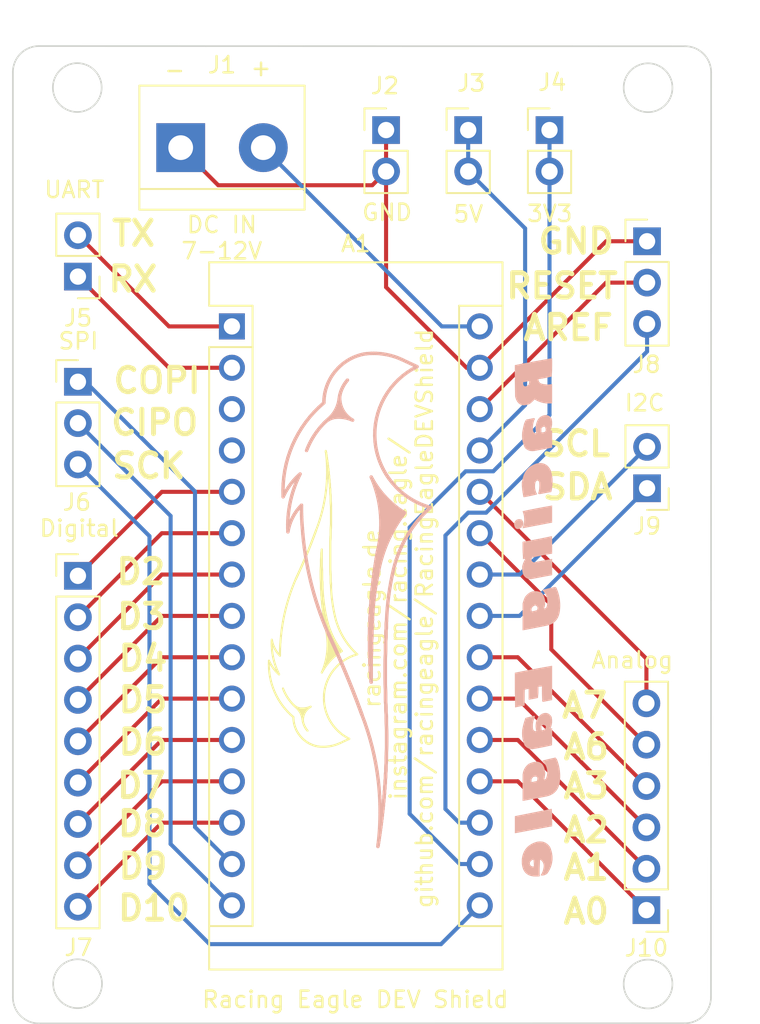
<source format=kicad_pcb>
(kicad_pcb (version 20211014) (generator pcbnew)
  (layers (0 "F.Cu" signal) (31 "B.Cu" signal) (34 "B.Paste" user) (35 "F.Paste" user) (36 "B.SilkS" user "B.Silkscreen") (37 "F.SilkS" user "F.Silkscreen") (38 "B.Mask" user) (39 "F.Mask" user) (44 "Edge.Cuts" user))
  (net 0 "")
  (net 1 "Net-(A1-Pad1)")
  (net 2 "Net-(A1-Pad2)")
  (net 3 "Net-(A1-Pad17)")
  (net 4 "Net-(A1-Pad27)")
  (net 5 "Net-(A1-Pad29)")
  (net 6 "Net-(A1-Pad30)")
  (net 8 "Net-(A1-Pad5)")
  (net 9 "Net-(A1-Pad6)")
  (net 10 "Net-(A1-Pad7)")
  (net 11 "Net-(A1-Pad8)")
  (net 12 "Net-(A1-Pad9)")
  (net 13 "Net-(A1-Pad10)")
  (net 14 "Net-(A1-Pad11)")
  (net 15 "Net-(A1-Pad12)")
  (net 16 "Net-(A1-Pad13)")
  (net 17 "Net-(A1-Pad19)")
  (net 18 "Net-(A1-Pad20)")
  (net 19 "Net-(A1-Pad21)")
  (net 20 "Net-(A1-Pad22)")
  (net 21 "Net-(A1-Pad23)")
  (net 22 "Net-(A1-Pad24)")
  (net 23 "Net-(A1-Pad25)")
  (net 24 "Net-(A1-Pad26)")
  (net 25 "Net-(A1-Pad14)")
  (net 26 "Net-(A1-Pad15)")
  (net 27 "Net-(A1-Pad16)")
  (net 28 "Net-(A1-Pad18)")
  (net 30 "Net-(A1-Pad28)")
  (footprint "Connector_PinHeader_2.54mm:PinHeader_1x02_P2.54mm_Vertical" (layer "F.Cu") (at 149 80 180)
    (fp_text reference "J9")
    (fp_text value "Conn_I2C")
  )
  (footprint "Module:Arduino_Nano" (layer "F.Cu") (at 123.47 70.06)
    (fp_text reference "A1")
    (fp_text value "Arduino_Nano_v3.x")
  )
  (footprint "Connector_PinHeader_2.54mm:PinHeader_1x02_P2.54mm_Vertical" (layer "F.Cu") (at 143 58)
    (fp_text reference "J4")
    (fp_text value "Conn_3V3")
  )
  (footprint "Connector_PinHeader_2.54mm:PinHeader_1x09_P2.54mm_Vertical" (layer "F.Cu") (at 114 85.38)
    (fp_text reference "J7")
    (fp_text value "Conn_Digital")
  )
  (footprint "Connector_PinHeader_2.54mm:PinHeader_1x03_P2.54mm_Vertical" (layer "F.Cu") (at 114 73.46)
    (fp_text reference "J6")
    (fp_text value "Conn_SPI")
  )
  (footprint "Connector_PinHeader_2.54mm:PinHeader_1x03_P2.54mm_Vertical" (layer "F.Cu") (at 149 64.83)
    (fp_text reference "J8")
    (fp_text value "Conn_AREF_RESET")
  )
  (footprint "Connector_PinHeader_2.54mm:PinHeader_1x02_P2.54mm_Vertical" (layer "F.Cu") (at 114 67 180)
    (fp_text reference "J5")
    (fp_text value "Conn_UART")
  )
  (footprint "Connector_PinHeader_2.54mm:PinHeader_1x06_P2.54mm_Vertical" (layer "F.Cu") (at 148.96 105.91 180)
    (fp_text reference "J10")
    (fp_text value "Conn_Analog")
  )
  (footprint "TerminalBlock:TerminalBlock_bornier-2_P5.08mm" (layer "F.Cu") (at 120.32 59.08)
    (fp_text reference "J1")
    (fp_text value "Screw_Terminal_01x02")
  )
  (footprint "Connector_PinHeader_2.54mm:PinHeader_1x02_P2.54mm_Vertical" (layer "F.Cu") (at 138 58)
    (fp_text reference "J3")
    (fp_text value "Conn_+5V")
  )
  (footprint "Connector_PinHeader_2.54mm:PinHeader_1x02_P2.54mm_Vertical" (layer "F.Cu") (at 132.95 58)
    (fp_text reference "J2")
    (fp_text value "Conn_GND")
  )
  (gr_line (start 132.931688 89.261765) (end 132.931688 89.261765) (layer "B.SilkS") (width 0.211065))
  (gr_line (start 132.960595 96.717808) (end 132.959478 96.750703) (layer "B.SilkS") (width 0.211065))
  (gr_line (start 132.939503 93.500332) (end 132.939503 93.500332) (layer "B.SilkS") (width 0.211065))
  (gr_line (start 132.8212 99.021809) (end 132.818297 99.054705) (layer "B.SilkS") (width 0.211065))
  (gr_line (start 132.919394 92.840196) (end 132.919394 92.840196) (layer "B.SilkS") (width 0.211065))
  (gr_line (start 132.806299 99.186138) (end 132.806299 99.186138) (layer "B.SilkS") (width 0.211065))
  (gr_line (start 131.941216 90.072534) (end 131.940546 90.040831) (layer "B.SilkS") (width 0.211065))
  (gr_line (start 132.622398 81.818862) (end 132.60276 81.532642) (layer "B.SilkS") (width 0.211065))
  (gr_line (start 132.049458 86.713059) (end 132.052211 86.681503) (layer "B.SilkS") (width 0.211065))
  (gr_line (start 130.43603 91.272091) (end 130.43603 91.272091) (layer "B.SilkS") (width 0.211065))
  (gr_line (start 132.053685 89.584763) (end 132.054072 89.569728) (layer "B.SilkS") (width 0.211065))
  (gr_line (start 133.589295 82.240062) (end 133.476537 82.429743) (layer "B.SilkS") (width 0.211065))
  (gr_line (start 132.049458 86.713059) (end 132.049458 86.713059) (layer "B.SilkS") (width 0.211065))
  (gr_line (start 132.90628 92.17991) (end 132.905968 92.158623) (layer "B.SilkS") (width 0.211065))
  (gr_line (start 132.629827 100.759151) (end 132.625495 100.791897) (layer "B.SilkS") (width 0.211065))
  (gr_line (start 132.329856 84.446714) (end 132.329856 84.446714) (layer "B.SilkS") (width 0.211065))
  (gr_line (start 132.959091 88.537923) (end 132.959091 88.537923) (layer "B.SilkS") (width 0.211065))
  (gr_line (start 132.922758 92.967905) (end 132.922758 92.967905) (layer "B.SilkS") (width 0.211065))
  (gr_line (start 129.13731 74.482365) (end 129.128322 74.616808) (layer "B.SilkS") (width 0.211065))
  (gr_line (start 130.073499 90.424707) (end 130.073499 90.424707) (layer "B.SilkS") (width 0.211065))
  (gr_line (start 132.032638 91.049268) (end 132.032638 91.049268) (layer "B.SilkS") (width 0.211065))
  (gr_line (start 132.942718 88.942339) (end 132.943552 88.921055) (layer "B.SilkS") (width 0.211065))
  (gr_line (start 132.290485 84.697372) (end 132.295279 84.666116) (layer "B.SilkS") (width 0.211065))
  (gr_line (start 131.94979 90.389727) (end 131.94979 90.389727) (layer "B.SilkS") (width 0.211065))
  (gr_line (start 134.724373 82.206461) (end 134.559957 82.431683) (layer "B.SilkS") (width 0.211065))
  (gr_line (start 130.386226 91.153611) (end 130.394547 91.173258) (layer "B.SilkS") (width 0.211065))
  (gr_line (start 127.798284 82.409743) (end 127.831488 82.824934) (layer "B.SilkS") (width 0.211065))
  (gr_line (start 132.904077 90.518331) (end 132.904315 90.497046) (layer "B.SilkS") (width 0.211065))
  (gr_line (start 132.906965 90.305332) (end 132.907321 90.284046) (layer "B.SilkS") (width 0.211065))
  (gr_line (start 132.049249 89.76591) (end 132.049577 89.750877) (layer "B.SilkS") (width 0.211065))
  (gr_line (start 133.082059 71.812209) (end 132.935332 71.782424) (layer "B.SilkS") (width 0.211065))
  (gr_line (start 132.124372 85.955427) (end 132.124372 85.955427) (layer "B.SilkS") (width 0.211065))
  (gr_line (start 132.982088 95.398726) (end 132.982088 95.398726) (layer "B.SilkS") (width 0.211065))
  (gr_line (start 132.040929 90.188635) (end 132.041181 90.173604) (layer "B.SilkS") (width 0.211065))
  (gr_line (start 132.980301 95.002942) (end 132.980301 95.002942) (layer "B.SilkS") (width 0.211065))
  (gr_line (start 131.999133 87.377363) (end 131.999133 87.377363) (layer "B.SilkS") (width 0.211065))
  (gr_line (start 132.095004 88.40783) (end 132.095004 88.40783) (layer "B.SilkS") (width 0.211065))
  (gr_line (start 132.97338 94.541367) (end 132.97338 94.541367) (layer "B.SilkS") (width 0.211065))
  (gr_line (start 132.948434 88.793344) (end 132.948434 88.793344) (layer "B.SilkS") (width 0.211065))
  (gr_line (start 129.667139 73.020656) (end 129.595852 73.128591) (layer "B.SilkS") (width 0.211065))
  (gr_line (start 130.46903 91.351278) (end 130.477276 91.371076) (layer "B.SilkS") (width 0.211065))
  (gr_line (start 131.934934 89.660228) (end 131.934682 89.628375) (layer "B.SilkS") (width 0.211065))
  (gr_line (start 132.032489 91.351278) (end 132.032489 91.351278) (layer "B.SilkS") (width 0.211065))
  (gr_line (start 132.034856 90.671792) (end 132.034856 90.671792) (layer "B.SilkS") (width 0.211065))
  (gr_line (start 132.787574 99.383062) (end 132.78436 99.415955) (layer "B.SilkS") (width 0.211065))
  (gr_line (start 130.981585 92.623623) (end 130.981585 92.623623) (layer "B.SilkS") (width 0.211065))
  (gr_line (start 132.072678 88.966006) (end 132.072678 88.966006) (layer "B.SilkS") (width 0.211065))
  (gr_line (start 132.503977 101.640623) (end 132.503977 101.640623) (layer "B.SilkS") (width 0.211065))
  (gr_line (start 132.923323 92.989192) (end 132.922758 92.967905) (layer "B.SilkS") (width 0.211065))
  (gr_line (start 131.965806 90.801735) (end 131.964376 90.770032) (layer "B.SilkS") (width 0.211065))
  (gr_line (start 132.974273 96.190296) (end 132.974273 96.190296) (layer "B.SilkS") (width 0.211065))
  (gr_line (start 132.033635 86.902689) (end 132.033635 86.902689) (layer "B.SilkS") (width 0.211065))
  (gr_line (start 129.943868 90.130585) (end 129.952546 90.150083) (layer "B.SilkS") (width 0.211065))
  (gr_line (start 130.567448 91.588837) (end 130.57559 91.608634) (layer "B.SilkS") (width 0.211065))
  (gr_line (start 130.753075 92.045652) (end 130.761068 92.065447) (layer "B.SilkS") (width 0.211065))
  (gr_line (start 132.981954 95.49771) (end 132.981835 95.530752) (layer "B.SilkS") (width 0.211065))
  (gr_line (start 132.032667 91.034086) (end 132.032742 91.019053) (layer "B.SilkS") (width 0.211065))
  (gr_line (start 132.974273 96.190296) (end 132.973588 96.223189) (layer "B.SilkS") (width 0.211065))
  (gr_line (start 132.03496 91.804219) (end 132.03496 91.804219) (layer "B.SilkS") (width 0.211065))
  (gr_line (start 131.937689 88.898728) (end 131.938195 88.867023) (layer "B.SilkS") (width 0.211065))
  (gr_line (start 129.670793 89.524777) (end 129.679694 89.544278) (layer "B.SilkS") (width 0.211065))
  (gr_line (start 132.032638 91.049268) (end 132.032667 91.034086) (layer "B.SilkS") (width 0.211065))
  (gr_line (start 132.075967 88.875507) (end 132.075967 88.875507) (layer "B.SilkS") (width 0.211065))
  (gr_line (start 131.353508 93.605864) (end 131.360891 93.625957) (layer "B.SilkS") (width 0.211065))
  (gr_line (start 130.872018 92.344238) (end 130.872018 92.344238) (layer "B.SilkS") (width 0.211065))
  (gr_line (start 132.037252 90.445248) (end 132.037252 90.445248) (layer "B.SilkS") (width 0.211065))
  (gr_line (start 129.679694 89.544278) (end 129.679694 89.544278) (layer "B.SilkS") (width 0.211065))
  (gr_line (start 132.774536 99.514346) (end 132.774536 99.514346) (layer "B.SilkS") (width 0.211065))
  (gr_line (start 132.032742 91.441776) (end 132.032742 91.441776) (layer "B.SilkS") (width 0.211065))
  (gr_line (start 130.235209 75.109442) (end 130.259811 75.160878) (layer "B.SilkS") (width 0.211065))
  (gr_line (start 131.234014 93.284353) (end 131.241546 93.304448) (layer "B.SilkS") (width 0.211065))
  (gr_line (start 132.566953 101.21656) (end 132.562265 101.249304) (layer "B.SilkS") (width 0.211065))
  (gr_line (start 131.03581 92.76354) (end 131.043535 92.783484) (layer "B.SilkS") (width 0.211065))
  (gr_line (start 129.900286 90.032643) (end 129.909038 90.052143) (layer "B.SilkS") (width 0.211065))
  (gr_line (start 130.460784 91.331481) (end 130.460784 91.331481) (layer "B.SilkS") (width 0.211065))
  (gr_line (start 130.889955 75.817816) (end 130.803891 75.780218) (layer "B.SilkS") (width 0.211065))
  (gr_line (start 131.970376 87.884186) (end 131.971908 87.852482) (layer "B.SilkS") (width 0.211065))
  (gr_line (start 131.946038 88.518124) (end 131.946932 88.48642) (layer "B.SilkS") (width 0.211065))
  (gr_line (start 132.026133 86.997654) (end 132.028604 86.965949) (layer "B.SilkS") (width 0.211065))
  (gr_line (start 132.972919 96.256231) (end 132.97219 96.289129) (layer "B.SilkS") (width 0.211065))
  (gr_line (start 132.909035 97.837879) (end 132.909035 97.837879) (layer "B.SilkS") (width 0.211065))
  (gr_line (start 129.572227 89.310589) (end 129.572227 89.310589) (layer "B.SilkS") (width 0.211065))
  (gr_line (start 132.103906 86.144612) (end 132.107269 86.113056) (layer "B.SilkS") (width 0.211065))
  (gr_line (start 132.188719 85.419876) (end 132.192782 85.388469) (layer "B.SilkS") (width 0.211065))
  (gr_line (start 132.948151 93.7172) (end 132.949475 93.750244) (layer "B.SilkS") (width 0.211065))
  (gr_line (start 132.038427 90.354748) (end 132.038427 90.354748) (layer "B.SilkS") (width 0.211065))
  (gr_line (start 131.983593 91.150337) (end 131.981807 91.118631) (layer "B.SilkS") (width 0.211065))
  (gr_line (start 131.935902 89.75534) (end 131.935902 89.75534) (layer "B.SilkS") (width 0.211065))
  (gr_line (start 132.907932 92.286485) (end 132.907576 92.265198) (layer "B.SilkS") (width 0.211065))
  (gr_line (start 130.309585 73.741334) (end 130.273696 73.810679) (layer "B.SilkS") (width 0.211065))
  (gr_line (start 132.127915 85.923872) (end 132.131487 85.892316) (layer "B.SilkS") (width 0.211065))
  (gr_line (start 129.943868 90.130585) (end 129.943868 90.130585) (layer "B.SilkS") (width 0.211065))
  (gr_line (start 132.05818 89.418797) (end 132.05818 89.418797) (layer "B.SilkS") (width 0.211065))
  (gr_line (start 130.688937 91.886533) (end 130.696974 91.906477) (layer "B.SilkS") (width 0.211065))
  (gr_line (start 132.037028 90.460431) (end 132.037028 90.460431) (layer "B.SilkS") (width 0.211065))
  (gr_line (start 132.92115 89.623761) (end 132.92115 89.623761) (layer "B.SilkS") (width 0.211065))
  (gr_line (start 131.948792 90.357874) (end 131.947825 90.32632) (layer "B.SilkS") (width 0.211065))
  (gr_line (start 131.938149 89.914011) (end 131.937644 89.882158) (layer "B.SilkS") (width 0.211065))
  (gr_line (start 132.42031 83.915032) (end 132.425921 83.883775) (layer "B.SilkS") (width 0.211065))
  (gr_line (start 132.924037 89.517333) (end 132.925868 89.453479) (layer "B.SilkS") (width 0.211065))
  (gr_line (start 132.196861 85.357062) (end 132.200998 85.325506) (layer "B.SilkS") (width 0.211065))
  (gr_line (start 132.192782 85.388469) (end 132.196861 85.357062) (layer "B.SilkS") (width 0.211065))
  (gr_line (start 132.909436 90.156186) (end 132.909823 90.1349) (layer "B.SilkS") (width 0.211065))
  (gr_line (start 131.942719 88.645092) (end 131.942719 88.645092) (layer "B.SilkS") (width 0.211065))
  (gr_line (start 132.967412 96.486946) (end 132.966474 96.51999) (layer "B.SilkS") (width 0.211065))
  (gr_line (start 130.493753 91.41052) (end 130.493753 91.41052) (layer "B.SilkS") (width 0.211065))
  (gr_line (start 131.973516 87.820777) (end 131.975123 87.789072) (layer "B.SilkS") (width 0.211065))
  (gr_line (start 132.714491 100.071778) (end 132.710695 100.104524) (layer "B.SilkS") (width 0.211065))
  (gr_line (start 132.900535 90.923046) (end 132.900683 90.90176) (layer "B.SilkS") (width 0.211065))
  (gr_line (start 132.032429 91.30588) (end 132.032429 91.290847) (layer "B.SilkS") (width 0.211065))
  (gr_line (start 127.662103 79.123678) (end 127.561552 79.331141) (layer "B.SilkS") (width 0.211065))
  (gr_line (start 132.725639 99.973538) (end 132.725639 99.973538) (layer "B.SilkS") (width 0.211065))
  (gr_line (start 132.797041 99.284524) (end 132.7939 99.317422) (layer "B.SilkS") (width 0.211065))
  (gr_line (start 132.981522 95.167864) (end 132.981522 95.167864) (layer "B.SilkS") (width 0.211065))
  (gr_line (start 132.683591 100.333745) (end 132.683591 100.333745) (layer "B.SilkS") (width 0.211065))
  (gr_line (start 131.93425 89.564966) (end 131.934071 89.533262) (layer "B.SilkS") (width 0.211065))
  (gr_line (start 130.192993 90.700075) (end 130.192993 90.700075) (layer "B.SilkS") (width 0.211065))
  (gr_line (start 132.03481 91.789036) (end 132.034706 91.774004) (layer "B.SilkS") (width 0.211065))
  (gr_line (start 132.949297 88.772058) (end 132.950161 88.750773) (layer "B.SilkS") (width 0.211065))
  (gr_line (start 132.280944 84.760186) (end 132.280944 84.760186) (layer "B.SilkS") (width 0.211065))
  (gr_line (start 132.033992 90.777473) (end 132.033992 90.777473) (layer "B.SilkS") (width 0.211065))
  (gr_line (start 132.53845 101.412444) (end 132.533583 101.445039) (layer "B.SilkS") (width 0.211065))
  (gr_line (start 129.490927 89.135692) (end 129.490927 89.135692) (layer "B.SilkS") (width 0.211065))
  (gr_line (start 132.695379 100.235508) (end 132.695379 100.235508) (layer "B.SilkS") (width 0.211065))
  (gr_line (start 128.239214 77.266882) (end 128.174743 77.404378) (layer "B.SilkS") (width 0.211065))
  (gr_line (start 132.300131 84.634707) (end 132.300131 84.634707) (layer "B.SilkS") (width 0.211065))
  (gr_line (start 132.683591 100.333745) (end 132.679616 100.366646) (layer "B.SilkS") (width 0.211065))
  (gr_line (start 132.032891 90.973803) (end 132.032965 90.95862) (layer "B.SilkS") (width 0.211065))
  (gr_line (start 129.527112 89.21339) (end 129.536147 89.232888) (layer "B.SilkS") (width 0.211065))
  (gr_line (start 132.97588 94.673245) (end 132.97588 94.673245) (layer "B.SilkS") (width 0.211065))
  (gr_line (start 132.933073 89.219197) (end 132.933803 89.197908) (layer "B.SilkS") (width 0.211065))
  (gr_line (start 132.033426 91.592708) (end 132.033322 91.577675) (layer "B.SilkS") (width 0.211065))
  (gr_line (start 132.935186 89.15534) (end 132.935186 89.15534) (layer "B.SilkS") (width 0.211065))
  (gr_line (start 132.063107 89.252686) (end 132.063568 89.237653) (layer "B.SilkS") (width 0.211065))
  (gr_line (start 132.573727 100.456521) (end 132.583636 99.941953) (layer "B.SilkS") (width 0.211065))
  (gr_line (start 132.960014 88.516636) (end 132.960937 88.495502) (layer "B.SilkS") (width 0.211065))
  (gr_line (start 132.856878 98.594622) (end 132.854273 98.627512) (layer "B.SilkS") (width 0.211065))
  (gr_line (start 129.909038 90.052143) (end 129.909038 90.052143) (layer "B.SilkS") (width 0.211065))
  (gr_line (start 132.910998 90.071046) (end 132.910998 90.071046) (layer "B.SilkS") (width 0.211065))
  (gr_line (start 127.983104 84.06331) (end 128.050869 84.473257) (layer "B.SilkS") (width 0.211065))
  (gr_line (start 130.483068 75.491441) (end 130.521919 75.53378) (layer "B.SilkS") (width 0.211065))
  (gr_line (start 132.978977 95.893491) (end 132.978977 95.893491) (layer "B.SilkS") (width 0.211065))
  (gr_line (start 132.914035 89.921901) (end 132.914497 89.900614) (layer "B.SilkS") (width 0.211065))
  (gr_line (start 132.907576 92.265198) (end 132.907576 92.265198) (layer "B.SilkS") (width 0.211065))
  (gr_line (start 132.047895 89.826341) (end 132.047895 89.826341) (layer "B.SilkS") (width 0.211065))
  (gr_line (start 131.995098 87.440623) (end 131.997093 87.409068) (layer "B.SilkS") (width 0.211065))
  (gr_line (start 132.922296 89.58119) (end 132.923427 89.538621) (layer "B.SilkS") (width 0.211065))
  (gr_line (start 130.784972 92.125134) (end 130.792891 92.145081) (layer "B.SilkS") (width 0.211065))
  (gr_line (start 131.936721 88.962285) (end 131.937182 88.930581) (layer "B.SilkS") (width 0.211065))
  (gr_line (start 130.997094 92.663662) (end 131.004849 92.683609) (layer "B.SilkS") (width 0.211065))
  (gr_line (start 132.276241 84.791442) (end 132.276241 84.791442) (layer "B.SilkS") (width 0.211065))
  (gr_line (start 132.740136 99.842405) (end 132.736535 99.875149) (layer "B.SilkS") (width 0.211065))
  (gr_line (start 132.498975 101.673223) (end 132.498975 101.673223) (layer "B.SilkS") (width 0.211065))
  (gr_line (start 131.935932 89.025694) (end 131.935932 89.025694) (layer "B.SilkS") (width 0.211065))
  (gr_line (start 132.10258 88.241865) (end 132.10258 88.241865) (layer "B.SilkS") (width 0.211065))
  (gr_line (start 130.116337 90.522946) (end 130.116337 90.522946) (layer "B.SilkS") (width 0.211065))
  (gr_line (start 132.557561 101.281904) (end 132.557561 101.281904) (layer "B.SilkS") (width 0.211065))
  (gr_line (start 132.320977 77.490899) (end 132.354774 77.665811) (layer "B.SilkS") (width 0.211065))
  (gr_line (start 130.039101 90.346265) (end 130.039101 90.346265) (layer "B.SilkS") (width 0.211065))
  (gr_line (start 127.76446 81.896344) (end 127.773598 82.067599) (layer "B.SilkS") (width 0.211065))
  (gr_line (start 132.932359 97.409798) (end 132.932359 97.409798) (layer "B.SilkS") (width 0.211065))
  (gr_line (start 132.907321 90.284046) (end 132.907321 90.284046) (layer "B.SilkS") (width 0.211065))
  (gr_line (start 129.935175 90.110935) (end 129.943868 90.130585) (layer "B.SilkS") (width 0.211065))
  (gr_line (start 132.033322 90.883154) (end 132.033322 90.883154) (layer "B.SilkS") (width 0.211065))
  (gr_line (start 134.529336 80.692155) (end 134.681854 80.778833) (layer "B.SilkS") (width 0.211065))
  (gr_line (start 132.902069 90.710045) (end 132.902069 90.710045) (layer "B.SilkS") (width 0.211065))
  (gr_line (start 131.93425 89.216067) (end 131.934474 89.184364) (layer "B.SilkS") (width 0.211065))
  (gr_line (start 132.925868 89.453479) (end 132.926464 89.432194) (layer "B.SilkS") (width 0.211065))
  (gr_line (start 132.982058 95.43177) (end 132.982028 95.464666) (layer "B.SilkS") (width 0.211065))
  (gr_line (start 132.616787 100.857241) (end 132.612398 100.889988) (layer "B.SilkS") (width 0.211065))
  (gr_line (start 132.931688 89.261765) (end 132.932403 89.24048) (layer "B.SilkS") (width 0.211065))
  (gr_line (start 132.967129 94.27761) (end 132.967129 94.27761) (layer "B.SilkS") (width 0.211065))
  (gr_line (start 132.035242 91.834436) (end 132.035242 91.834436) (layer "B.SilkS") (width 0.211065))
  (gr_line (start 132.051036 89.690445) (end 132.051036 89.690445) (layer "B.SilkS") (width 0.211065))
  (gr_line (start 131.981807 91.118631) (end 131.981807 91.118631) (layer "B.SilkS") (width 0.211065))
  (gr_line (start 131.95415 90.516543) (end 131.95415 90.516543) (layer "B.SilkS") (width 0.211065))
  (gr_line (start 126.667393 80.425066) (end 126.620561 80.524924) (layer "B.SilkS") (width 0.211065))
  (gr_line (start 131.998983 91.403673) (end 131.998983 91.403673) (layer "B.SilkS") (width 0.211065))
  (gr_line (start 131.043535 92.783484) (end 131.043535 92.783484) (layer "B.SilkS") (width 0.211065))
  (gr_line (start 130.599986 91.668174) (end 130.599986 91.668174) (layer "B.SilkS") (width 0.211065))
  (gr_line (start 131.947899 88.454717) (end 131.947899 88.454717) (layer "B.SilkS") (width 0.211065))
  (gr_line (start 130.616254 91.707915) (end 130.624352 91.727713) (layer "B.SilkS") (width 0.211065))
  (gr_line (start 132.03618 90.535894) (end 132.036359 90.520711) (layer "B.SilkS") (width 0.211065))
  (gr_line (start 132.902292 90.68876) (end 132.902469 90.667475) (layer "B.SilkS") (width 0.211065))
  (gr_line (start 130.09922 90.483649) (end 130.09922 90.483649) (layer "B.SilkS") (width 0.211065))
  (gr_line (start 132.032429 91.30588) (end 132.032429 91.30588) (layer "B.SilkS") (width 0.211065))
  (gr_line (start 132.007631 87.250694) (end 132.009804 87.21914) (layer "B.SilkS") (width 0.211065))
  (gr_line (start 129.838975 89.895703) (end 129.838975 89.895703) (layer "B.SilkS") (width 0.211065))
  (gr_line (start 129.463703 89.077345) (end 129.463703 89.077345) (layer "B.SilkS") (width 0.211065))
  (gr_line (start 130.864159 92.324292) (end 130.864159 92.324292) (layer "B.SilkS") (width 0.211065))
  (gr_line (start 132.9245 93.031909) (end 132.9245 93.031909) (layer "B.SilkS") (width 0.211065))
  (gr_line (start 132.945978 88.857348) (end 132.946797 88.835913) (layer "B.SilkS") (width 0.211065))
  (gr_line (start 132.903036 97.936568) (end 132.900966 97.969612) (layer "B.SilkS") (width 0.211065))
  (gr_line (start 131.043535 92.783484) (end 131.051215 92.803579) (layer "B.SilkS") (width 0.211065))
  (gr_line (start 132.077084 88.845292) (end 132.077084 88.845292) (layer "B.SilkS") (width 0.211065))
  (gr_line (start 131.997093 87.409068) (end 131.997093 87.409068) (layer "B.SilkS") (width 0.211065))
  (gr_line (start 132.036492 90.505679) (end 132.036492 90.505679) (layer "B.SilkS") (width 0.211065))
  (gr_line (start 131.143158 93.043819) (end 131.143158 93.043819) (layer "B.SilkS") (width 0.211065))
  (gr_line (start 132.18464 85.451432) (end 132.188719 85.419876) (layer "B.SilkS") (width 0.211065))
  (gr_line (start 129.995905 90.248175) (end 130.004553 90.267672) (layer "B.SilkS") (width 0.211065))
  (gr_line (start 132.040492 71.716313) (end 131.890306 71.724263) (layer "B.SilkS") (width 0.211065))
  (gr_line (start 131.434527 93.8272) (end 131.434527 93.8272) (layer "B.SilkS") (width 0.211065))
  (gr_line (start 132.032965 91.50221) (end 132.032965 91.50221) (layer "B.SilkS") (width 0.211065))
  (gr_line (start 132.924037 89.517333) (end 132.924037 89.517333) (layer "B.SilkS") (width 0.211065))
  (gr_line (start 132.965268 94.21167) (end 132.966191 94.244566) (layer "B.SilkS") (width 0.211065))
  (gr_line (start 132.099768 88.302296) (end 132.100482 88.287116) (layer "B.SilkS") (width 0.211065))
  (gr_line (start 128.527253 75.318972) (end 128.256093 75.624961) (layer "B.SilkS") (width 0.211065))
  (gr_line (start 132.90628 92.17991) (end 132.90628 92.17991) (layer "B.SilkS") (width 0.211065))
  (gr_line (start 132.771216 99.547239) (end 132.771216 99.547239) (layer "B.SilkS") (width 0.211065))
  (gr_line (start 132.06851 89.086721) (end 132.069001 89.071687) (layer "B.SilkS") (width 0.211065))
  (gr_line (start 132.979379 95.860449) (end 132.979379 95.860449) (layer "B.SilkS") (width 0.211065))
  (gr_line (start 132.032608 91.396529) (end 132.032564 91.381345) (layer "B.SilkS") (width 0.211065))
  (gr_line (start 129.838975 89.895703) (end 129.847772 89.915203) (layer "B.SilkS") (width 0.211065))
  (gr_line (start 132.976624 96.058267) (end 132.976624 96.058267) (layer "B.SilkS") (width 0.211065))
  (gr_line (start 131.996959 91.371969) (end 131.996959 91.371969) (layer "B.SilkS") (width 0.211065))
  (gr_line (start 132.033099 91.532425) (end 132.033024 91.517245) (layer "B.SilkS") (width 0.211065))
  (gr_line (start 132.089125 88.543579) (end 132.089125 88.543579) (layer "B.SilkS") (width 0.211065))
  (gr_line (start 132.060829 89.328151) (end 132.06129 89.313115) (layer "B.SilkS") (width 0.211065))
  (gr_line (start 131.165961 93.103804) (end 131.173566 93.123899) (layer "B.SilkS") (width 0.211065))
  (gr_line (start 134.09509 80.399983) (end 134.235831 80.502583) (layer "B.SilkS") (width 0.211065))
  (gr_line (start 131.327572 71.820431) (end 131.199891 71.860608) (layer "B.SilkS") (width 0.211065))
  (gr_line (start 132.908289 92.307771) (end 132.907932 92.286485) (layer "B.SilkS") (width 0.211065))
  (gr_line (start 132.667515 100.464732) (end 132.663437 100.497476) (layer "B.SilkS") (width 0.211065))
  (gr_line (start 132.968839 94.343548) (end 132.968839 94.343548) (layer "B.SilkS") (width 0.211065))
  (gr_line (start 129.821397 89.856558) (end 129.830194 89.876205) (layer "B.SilkS") (width 0.211065))
  (gr_line (start 132.961875 88.474215) (end 132.961875 88.474215) (layer "B.SilkS") (width 0.211065))
  (gr_line (start 131.15078 93.063762) (end 131.15078 93.063762) (layer "B.SilkS") (width 0.211065))
  (gr_line (start 132.060829 89.328151) (end 132.060829 89.328151) (layer "B.SilkS") (width 0.211065))
  (gr_line (start 132.761109 99.645628) (end 132.757672 99.678377) (layer "B.SilkS") (width 0.211065))
  (gr_line (start 132.914823 97.739048) (end 132.912934 97.772092) (layer "B.SilkS") (width 0.211065))
  (gr_line (start 132.899613 91.285189) (end 132.899613 91.285189) (layer "B.SilkS") (width 0.211065))
  (gr_line (start 132.899791 91.413052) (end 132.899791 91.413052) (layer "B.SilkS") (width 0.211065))
  (gr_line (start 130.518358 91.470059) (end 130.518358 91.470059) (layer "B.SilkS") (width 0.211065))
  (gr_line (start 130.567448 91.588837) (end 130.567448 91.588837) (layer "B.SilkS") (width 0.211065))
  (gr_line (start 132.917324 92.755056) (end 132.917324 92.755056) (layer "B.SilkS") (width 0.211065))
  (gr_line (start 132.961295 94.07979) (end 132.961295 94.07979) (layer "B.SilkS") (width 0.211065))
  (gr_line (start 128.898433 87.682384) (end 129.042075 88.072714) (layer "B.SilkS") (width 0.211065))
  (gr_line (start 132.133534 87.63112) (end 132.111586 88.057146) (layer "B.SilkS") (width 0.211065))
  (gr_line (start 132.953302 93.84908) (end 132.953302 93.84908) (layer "B.SilkS") (width 0.211065))
  (gr_line (start 132.96573 88.389075) (end 132.966727 88.36779) (layer "B.SilkS") (width 0.211065))
  (gr_line (start 132.052896 89.614978) (end 132.052896 89.614978) (layer "B.SilkS") (width 0.211065))
  (gr_line (start 132.230872 85.10551) (end 132.235263 85.074103) (layer "B.SilkS") (width 0.211065))
  (gr_line (start 132.914497 89.900614) (end 132.914497 89.900614) (layer "B.SilkS") (width 0.211065))
  (gr_line (start 132.142338 85.797798) (end 132.142338 85.797798) (layer "B.SilkS") (width 0.211065))
  (gr_line (start 132.032608 91.064301) (end 132.032608 91.064301) (layer "B.SilkS") (width 0.211065))
  (gr_line (start 132.950161 88.750773) (end 132.950161 88.750773) (layer "B.SilkS") (width 0.211065))
  (gr_line (start 130.848381 92.284549) (end 130.85627 92.304343) (layer "B.SilkS") (width 0.211065))
  (gr_line (start 131.397805 93.726577) (end 131.397805 93.726577) (layer "B.SilkS") (width 0.211065))
  (gr_line (start 129.978579 90.208877) (end 129.978579 90.208877) (layer "B.SilkS") (width 0.211065))
  (gr_line (start 131.181144 93.143989) (end 131.188706 93.164085) (layer "B.SilkS") (width 0.211065))
  (gr_line (start 132.045647 89.932024) (end 132.04593 89.916841) (layer "B.SilkS") (width 0.211065))
  (gr_line (start 132.334931 84.415308) (end 132.340007 84.384049) (layer "B.SilkS") (width 0.211065))
  (gr_line (start 133.075764 83.214949) (end 132.988373 83.417372) (layer "B.SilkS") (width 0.211065))
  (gr_line (start 130.632464 91.74751) (end 130.632464 91.74751) (layer "B.SilkS") (width 0.211065))
  (gr_line (start 130.35671 75.654583) (end 130.264936 75.641998) (layer "B.SilkS") (width 0.211065))
  (gr_poly (pts (xy 141.327409 84.896811) (xy 141.328285 84.928679) (xy 141.329885 84.960446) (xy 141.332209 84.992114) (xy 141.335258 85.023682) (xy 141.33903 85.055151) (xy 141.343526 85.08652) (xy 141.348746 85.11779) (xy 141.35469 85.14896) (xy 141.361358 85.18003) (xy 141.36875 85.211002) (xy 141.376866 85.241874) (xy 141.385706 85.272647) (xy 141.39527 85.30332) (xy 141.407391 85.323599) (xy 141.419876 85.343076) (xy 141.432726 85.361752) (xy 141.445942 85.379626) (xy 141.459522 85.396699) (xy 141.473467 85.41297) (xy 141.487777 85.42844) (xy 141.502452 85.443108) (xy 141.517492 85.456975) (xy 141.532896 85.47004) (xy 141.548666 85.482303) (xy 141.564801 85.493766) (xy 141.5813 85.504426) (xy 141.598165 85.514285) (xy 141.615394 85.523342) (xy 141.632988 85.531598) (xy 141.650947 85.539052) (xy 141.669271 85.545705) (xy 141.68796 85.551556) (xy 141.707014 85.556606) (xy 141.726433 85.560854) (xy 141.746217 85.5643) (xy 141.766365 85.566945) (xy 141.786879 85.568788) (xy 141.807758 85.569829) (xy 141.829001 85.570069) (xy 141.850609 85.569507) (xy 141.872582 85.568144) (xy 141.894921 85.565979) (xy 141.917624 85.563012) (xy 141.940692 85.559244) (xy 141.964124 85.554674) (xy 142.559437 85.440906) (xy 143.154749 85.329777) (xy 143.154749 84.350819) (xy 142.872864 84.398931) (xy 142.591488 84.450243) (xy 142.310622 84.504759) (xy 142.03027 84.562486) (xy 142.015796 84.556486) (xy 142.002069 84.550233) (xy 141.989089 84.543726) (xy 141.976857 84.536967) (xy 141.965371 84.529955) (xy 141.954633 84.52269) (xy 141.944641 84.515171) (xy 141.935397 84.5074) (xy 141.9269 84.499376) (xy 141.91915 84.491098) (xy 141.912147 84.482568) (xy 141.905891 84.473785) (xy 141.900383 84.464748) (xy 141.895621 84.455459) (xy 141.891607 84.445916) (xy 141.888339 84.436121) (xy 141.885819 84.426073) (xy 141.884046 84.415771) (xy 141.88302 84.405217) (xy 141.882741 84.394409) (xy 141.883209 84.383349) (xy 141.884424 84.372035) (xy 141.886386 84.360469) (xy 141.889096 84.348649) (xy 141.892552 84.336577) (xy 141.896756 84.324251) (xy 141.901706 84.311673) (xy 141.907404 84.298842) (xy 141.913849 84.285757) (xy 141.921041 84.27242) (xy 141.92898 84.258829) (xy 141.937666 84.244986) (xy 142.240535 84.17779) (xy 142.544342 84.115704) (xy 142.849082 84.058728) (xy 143.154749 84.006862) (xy 143.156407 83.742221) (xy 143.154753 83.477615) (xy 143.14979 83.213049) (xy 143.14152 82.948528) (xy 142.697061 83.043039) (xy 142.251252 83.131868) (xy 141.804093 83.215016) (xy 141.355583 83.292486) (xy 141.35311 83.424922) (xy 141.352288 83.557316) (xy 141.353118 83.689669) (xy 141.355599 83.82198) (xy 141.359732 83.954251) (xy 141.365517 84.08648) (xy 141.372953 84.21867) (xy 141.382041 84.350819) (xy 141.390455 84.345327) (xy 141.39885 84.340566) (xy 141.407225 84.336538) (xy 141.41558 84.333243) (xy 141.423917 84.33068) (xy 141.432234 84.328849) (xy 141.436385 84.328208) (xy 141.440531 84.32775) (xy 141.444672 84.327475) (xy 141.448809 84.327384) (xy 141.452941 84.327475) (xy 141.457068 84.32775) (xy 141.46119 84.328208) (xy 141.465307 84.328849) (xy 141.469419 84.329673) (xy 141.473526 84.33068) (xy 141.481726 84.333243) (xy 141.489907 84.336538) (xy 141.498069 84.340566) (xy 141.50621 84.345327) (xy 141.514333 84.350819) (xy 141.4981 84.377495) (xy 141.482489 84.404363) (xy 141.467498 84.431421) (xy 141.453129 84.458671) (xy 141.43938 84.486112) (xy 141.426252 84.513744) (xy 141.413745 84.541568) (xy 141.401859 84.569583) (xy 141.390594 84.59779) (xy 141.37995 84.626189) (xy 141.369926 84.654779) (xy 141.360524 84.683562) (xy 141.351743 84.712536) (xy 141.343582 84.741702) (xy 141.336043 84.771061) (xy 141.329124 84.800612) (xy 141.327828 84.832778) (xy 141.327257 84.864845)) (layer "B.SilkS") (width 0.02) (fill solid))
  (gr_line (start 132.001052 91.435228) (end 132.001052 91.435228) (layer "B.SilkS") (width 0.211065))
  (gr_line (start 130.716506 75.746763) (end 130.627948 75.717463) (layer "B.SilkS") (width 0.211065))
  (gr_line (start 132.035853 91.894719) (end 132.035673 91.879685) (layer "B.SilkS") (width 0.211065))
  (gr_line (start 131.939935 88.771909) (end 131.939935 88.771909) (layer "B.SilkS") (width 0.211065))
  (gr_line (start 132.900683 90.90176) (end 132.900788 90.880477) (layer "B.SilkS") (width 0.211065))
  (gr_line (start 132.403698 84.008657) (end 132.403698 84.008657) (layer "B.SilkS") (width 0.211065))
  (gr_line (start 132.982088 95.36583) (end 132.982088 95.398726) (layer "B.SilkS") (width 0.211065))
  (gr_line (start 132.959091 88.537923) (end 132.960014 88.516636) (layer "B.SilkS") (width 0.211065))
  (gr_line (start 132.96366 96.618823) (end 132.962663 96.651868) (layer "B.SilkS") (width 0.211065))
  (gr_line (start 132.053283 89.599945) (end 132.053685 89.584763) (layer "B.SilkS") (width 0.211065))
  (gr_line (start 132.980584 95.035987) (end 132.980584 95.035987) (layer "B.SilkS") (width 0.211065))
  (gr_line (start 132.107269 86.113056) (end 132.110618 86.0815) (layer "B.SilkS") (width 0.211065))
  (gr_line (start 132.905432 90.411757) (end 132.905432 90.411757) (layer "B.SilkS") (width 0.211065))
  (gr_line (start 131.950905 88.359605) (end 131.951977 88.327899) (layer "B.SilkS") (width 0.211065))
  (gr_line (start 132.958018 93.980957) (end 132.959151 94.013855) (layer "B.SilkS") (width 0.211065))
  (gr_line (start 131.241546 93.304448) (end 131.241546 93.304448) (layer "B.SilkS") (width 0.211065))
  (gr_line (start 132.576242 101.151365) (end 132.576242 101.151365) (layer "B.SilkS") (width 0.211065))
  (gr_line (start 132.910612 90.092329) (end 132.910998 90.071046) (layer "B.SilkS") (width 0.211065))
  (gr_line (start 132.965268 94.21167) (end 132.965268 94.21167) (layer "B.SilkS") (width 0.211065))
  (gr_line (start 130.427739 91.252294) (end 130.43603 91.272091) (layer "B.SilkS") (width 0.211065))
  (gr_line (start 132.892467 98.101189) (end 132.89028 98.13409) (layer "B.SilkS") (width 0.211065))
  (gr_line (start 131.301457 93.465056) (end 131.301457 93.465056) (layer "B.SilkS") (width 0.211065))
  (gr_line (start 132.911356 92.47805) (end 132.911356 92.47805) (layer "B.SilkS") (width 0.211065))
  (gr_line (start 130.056322 90.385559) (end 130.056322 90.385559) (layer "B.SilkS") (width 0.211065))
  (gr_line (start 132.903066 91.924341) (end 132.903066 91.924341) (layer "B.SilkS") (width 0.211065))
  (gr_line (start 131.962977 90.738325) (end 131.962977 90.738325) (layer "B.SilkS") (width 0.211065))
  (gr_line (start 133.958522 80.29237) (end 134.09509 80.399983) (layer "B.SilkS") (width 0.211065))
  (gr_line (start 131.99102 91.277003) (end 131.99102 91.277003) (layer "B.SilkS") (width 0.211065))
  (gr_line (start 132.035704 90.581144) (end 132.035853 90.566111) (layer "B.SilkS") (width 0.211065))
  (gr_line (start 132.899895 91.45562) (end 132.899895 91.45562) (layer "B.SilkS") (width 0.211065))
  (gr_line (start 132.959478 96.750703) (end 132.958378 96.783596) (layer "B.SilkS") (width 0.211065))
  (gr_line (start 132.037818 90.399998) (end 132.037996 90.384965) (layer "B.SilkS") (width 0.211065))
  (gr_line (start 132.725639 99.973538) (end 132.721948 100.006282) (layer "B.SilkS") (width 0.211065))
  (gr_line (start 132.098399 88.332365) (end 132.099083 88.317331) (layer "B.SilkS") (width 0.211065))
  (gr_line (start 132.4948 78.176649) (end 132.553942 78.341806) (layer "B.SilkS") (width 0.211065))
  (gr_line (start 132.920362 97.640362) (end 132.920362 97.640362) (layer "B.SilkS") (width 0.211065))
  (gr_line (start 129.724199 89.641773) (end 129.733057 89.66127) (layer "B.SilkS") (width 0.211065))
  (gr_line (start 132.905149 90.43319) (end 132.905432 90.411757) (layer "B.SilkS") (width 0.211065))
  (gr_line (start 132.874203 98.364353) (end 132.874203 98.364353) (layer "B.SilkS") (width 0.211065))
  (gr_line (start 132.084615 86.333944) (end 132.087726 86.302389) (layer "B.SilkS") (width 0.211065))
  (gr_line (start 132.976953 88.154939) (end 132.976953 88.154939) (layer "B.SilkS") (width 0.211065))
  (gr_line (start 132.946797 88.835913) (end 132.947615 88.814628) (layer "B.SilkS") (width 0.211065))
  (gr_line (start 133.515176 71.933304) (end 133.372128 71.887671) (layer "B.SilkS") (width 0.211065))
  (gr_line (start 132.213606 85.231287) (end 132.213606 85.231287) (layer "B.SilkS") (width 0.211065))
  (gr_line (start 132.095689 88.392796) (end 132.095689 88.392796) (layer "B.SilkS") (width 0.211065))
  (gr_line (start 130.510186 91.450261) (end 130.518358 91.470059) (layer "B.SilkS") (width 0.211065))
  (gr_line (start 130.201493 90.719719) (end 130.209962 90.73937) (layer "B.SilkS") (width 0.211065))
  (gr_line (start 126.716825 80.326622) (end 126.667393 80.425066) (layer "B.SilkS") (width 0.211065))
  (gr_line (start 130.903499 92.424019) (end 130.911314 92.443963) (layer "B.SilkS") (width 0.211065))
  (gr_line (start 132.800152 99.251778) (end 132.800152 99.251778) (layer "B.SilkS") (width 0.211065))
  (gr_line (start 132.900788 90.880477) (end 132.900936 90.85919) (layer "B.SilkS") (width 0.211065))
  (gr_line (start 132.96966 94.376446) (end 132.96966 94.376446) (layer "B.SilkS") (width 0.211065))
  (gr_line (start 132.95205 93.816038) (end 132.95205 93.816038) (layer "B.SilkS") (width 0.211065))
  (gr_line (start 132.036002 90.550929) (end 132.03618 90.535894) (layer "B.SilkS") (width 0.211065))
  (gr_line (start 131.960373 88.105968) (end 131.961698 88.074264) (layer "B.SilkS") (width 0.211065))
  (gr_line (start 132.036492 90.505679) (end 132.036672 90.490646) (layer "B.SilkS") (width 0.211065))
  (gr_line (start 132.208232 86.781804) (end 132.165757 87.205946) (layer "B.SilkS") (width 0.211065))
  (gr_line (start 132.084765 88.649112) (end 132.084765 88.649112) (layer "B.SilkS") (width 0.211065))
  (gr_line (start 132.910537 92.435481) (end 132.910149 92.414195) (layer "B.SilkS") (width 0.211065))
  (gr_line (start 132.345142 84.352791) (end 132.345142 84.352791) (layer "B.SilkS") (width 0.211065))
  (gr_line (start 129.554202 89.271736) (end 129.554202 89.271736) (layer "B.SilkS") (width 0.211065))
  (gr_line (start 132.603495 100.95533) (end 132.603495 100.95533) (layer "B.SilkS") (width 0.211065))
  (gr_line (start 132.08786 88.573795) (end 132.08786 88.573795) (layer "B.SilkS") (width 0.211065))
  (gr_line (start 131.935218 89.089104) (end 131.935575 89.057399) (layer "B.SilkS") (width 0.211065))
  (gr_line (start 130.808788 92.184822) (end 130.808788 92.184822) (layer "B.SilkS") (width 0.211065))
  (gr_line (start 131.981956 87.662404) (end 131.981956 87.662404) (layer "B.SilkS") (width 0.211065))
  (gr_line (start 132.063107 89.252686) (end 132.063107 89.252686) (layer "B.SilkS") (width 0.211065))
  (gr_line (start 131.993089 87.472328) (end 131.993089 87.472328) (layer "B.SilkS") (width 0.211065))
  (gr_line (start 132.091685 88.483295) (end 132.09237 88.468112) (layer "B.SilkS") (width 0.211065))
  (gr_line (start 130.927003 92.483855) (end 130.934832 92.503799) (layer "B.SilkS") (width 0.211065))
  (gr_line (start 132.900072 91.029621) (end 132.900147 91.008335) (layer "B.SilkS") (width 0.211065))
  (gr_line (start 132.314852 84.540636) (end 132.314852 84.540636) (layer "B.SilkS") (width 0.211065))
  (gr_line (start 132.463028 101.901404) (end 132.457775 101.93385) (layer "B.SilkS") (width 0.211065))
  (gr_line (start 132.835443 98.857632) (end 132.835443 98.857632) (layer "B.SilkS") (width 0.211065))
  (gr_line (start 126.725432 78.891566) (end 126.663965 79.294159) (layer "B.SilkS") (width 0.211065))
  (gr_line (start 130.477276 91.371076) (end 130.477276 91.371076) (layer "B.SilkS") (width 0.211065))
  (gr_line (start 130.833112 72.012482) (end 130.716671 72.073072) (layer "B.SilkS") (width 0.211065))
  (gr_line (start 132.972696 94.508323) (end 132.972696 94.508323) (layer "B.SilkS") (width 0.211065))
  (gr_line (start 131.934934 89.120807) (end 131.934934 89.120807) (layer "B.SilkS") (width 0.211065))
  (gr_line (start 132.956903 93.947915) (end 132.956903 93.947915) (layer "B.SilkS") (width 0.211065))
  (gr_line (start 132.033426 91.592708) (end 132.033426 91.592708) (layer "B.SilkS") (width 0.211065))
  (gr_line (start 132.041391 86.807875) (end 132.041391 86.807875) (layer "B.SilkS") (width 0.211065))
  (gr_line (start 132.571694 81.247436) (end 132.529229 80.963593) (layer "B.SilkS") (width 0.211065))
  (gr_line (start 132.090405 88.513511) (end 132.091046 88.498328) (layer "B.SilkS") (width 0.211065))
  (gr_line (start 126.625724 79.701213) (end 126.61112 80.111783) (layer "B.SilkS") (width 0.211065))
  (gr_line (start 130.769031 92.085391) (end 130.776995 92.105337) (layer "B.SilkS") (width 0.211065))
  (gr_line (start 130.740438 75.723532) (end 130.788799 75.756703) (layer "B.SilkS") (width 0.211065))
  (gr_line (start 132.956903 93.947915) (end 132.958018 93.980957) (layer "B.SilkS") (width 0.211065))
  (gr_line (start 132.069507 89.056653) (end 132.070043 89.041471) (layer "B.SilkS") (width 0.211065))
  (gr_line (start 132.918546 97.673257) (end 132.916685 97.70615) (layer "B.SilkS") (width 0.211065))
  (gr_line (start 132.976446 94.706289) (end 132.976446 94.706289) (layer "B.SilkS") (width 0.211065))
  (gr_line (start 129.595852 73.128591) (end 129.529101 73.239532) (layer "B.SilkS") (width 0.211065))
  (gr_line (start 132.067513 89.116936) (end 132.068003 89.101903) (layer "B.SilkS") (width 0.211065))
  (gr_line (start 130.102978 74.613357) (end 130.109407 74.670755) (layer "B.SilkS") (width 0.211065))
  (gr_line (start 132.040675 90.203668) (end 132.040929 90.188635) (layer "B.SilkS") (width 0.211065))
  (gr_line (start 132.914973 89.879331) (end 132.915435 89.858046) (layer "B.SilkS") (width 0.211065))
  (gr_line (start 129.644001 89.466282) (end 129.652932 89.48578) (layer "B.SilkS") (width 0.211065))
  (gr_line (start 132.088988 95.872365) (end 131.9561 95.375161) (layer "B.SilkS") (width 0.211065))
  (gr_line (start 131.967235 90.833439) (end 131.965806 90.801735) (layer "B.SilkS") (width 0.211065))
  (gr_line (start 132.95723 88.580641) (end 132.95723 88.580641) (layer "B.SilkS") (width 0.211065))
  (gr_line (start 132.92697 93.117051) (end 132.92636 93.095767) (layer "B.SilkS") (width 0.211065))
  (gr_line (start 132.941616 97.212129) (end 132.941616 97.212129) (layer "B.SilkS") (width 0.211065))
  (gr_line (start 130.411159 91.212849) (end 130.41945 91.232647) (layer "B.SilkS") (width 0.211065))
  (gr_line (start 132.033679 90.822724) (end 132.033784 90.807688) (layer "B.SilkS") (width 0.211065))
  (gr_line (start 132.021311 87.060913) (end 132.023707 87.029358) (layer "B.SilkS") (width 0.211065))
  (gr_line (start 126.946691 81.529101) (end 126.925097 81.757303) (layer "B.SilkS") (width 0.211065))
  (gr_line (start 132.077084 88.845292) (end 132.077649 88.830258) (layer "B.SilkS") (width 0.211065))
  (gr_line (start 132.978128 95.959434) (end 132.978128 95.959434) (layer "B.SilkS") (width 0.211065))
  (gr_line (start 132.190623 71.713819) (end 132.040492 71.716313) (layer "B.SilkS") (width 0.211065))
  (gr_line (start 130.864159 92.324292) (end 130.872018 92.344238) (layer "B.SilkS") (width 0.211065))
  (gr_line (start 132.981552 95.596692) (end 132.981373 95.629588) (layer "B.SilkS") (width 0.211065))
  (gr_line (start 132.452535 101.96645) (end 132.452535 101.96645) (layer "B.SilkS") (width 0.211065))
  (gr_line (start 132.096329 88.377614) (end 132.096329 88.377614) (layer "B.SilkS") (width 0.211065))
  (gr_line (start 132.979737 95.827554) (end 132.979737 95.827554) (layer "B.SilkS") (width 0.211065))
  (gr_line (start 132.910149 92.414195) (end 132.909749 92.39291) (layer "B.SilkS") (width 0.211065))
  (gr_line (start 132.691479 100.268404) (end 132.68755 100.30115) (layer "B.SilkS") (width 0.211065))
  (gr_line (start 132.060353 89.343334) (end 132.060829 89.328151) (layer "B.SilkS") (width 0.211065))
  (gr_line (start 132.925645 97.541529) (end 132.925645 97.541529) (layer "B.SilkS") (width 0.211065))
  (gr_line (start 132.970448 94.40949) (end 132.970448 94.40949) (layer "B.SilkS") (width 0.211065))
  (gr_line (start 132.573488 84.682935) (end 132.480136 85.099192) (layer "B.SilkS") (width 0.211065))
  (gr_line (start 132.972696 94.508323) (end 132.97338 94.541367) (layer "B.SilkS") (width 0.211065))
  (gr_line (start 130.627948 75.717463) (end 130.538363 75.692326) (layer "B.SilkS") (width 0.211065))
  (gr_line (start 132.111333 88.060867) (end 132.111333 88.060867) (layer "B.SilkS") (width 0.211065))
  (gr_line (start 132.935543 97.343858) (end 132.933966 97.376753) (layer "B.SilkS") (width 0.211065))
  (gr_line (start 130.344564 91.054774) (end 130.3529 91.074572) (layer "B.SilkS") (width 0.211065))
  (gr_line (start 131.937152 89.850456) (end 131.936691 89.818749) (layer "B.SilkS") (width 0.211065))
  (gr_line (start 131.976657 91.023518) (end 131.97502 90.991962) (layer "B.SilkS") (width 0.211065))
  (gr_line (start 132.014165 91.625158) (end 132.011889 91.593455) (layer "B.SilkS") (width 0.211065))
  (gr_line (start 132.975911 88.176225) (end 132.976953 88.154939) (layer "B.SilkS") (width 0.211065))
  (gr_line (start 132.033426 90.867971) (end 132.033426 90.867971) (layer "B.SilkS") (width 0.211065))
  (gr_line (start 127.92393 83.651851) (end 127.983104 84.06331) (layer "B.SilkS") (width 0.211065))
  (gr_line (start 131.143158 93.043819) (end 131.15078 93.063762) (layer "B.SilkS") (width 0.211065))
  (gr_line (start 132.033099 91.532425) (end 132.033099 91.532425) (layer "B.SilkS") (width 0.211065))
  (gr_line (start 132.035109 91.819253) (end 132.03496 91.804219) (layer "B.SilkS") (width 0.211065))
  (gr_line (start 132.051036 89.690445) (end 132.051392 89.675409) (layer "B.SilkS") (width 0.211065))
  (gr_line (start 131.44185 93.847444) (end 131.44185 93.847444) (layer "B.SilkS") (width 0.211065))
  (gr_line (start 132.146029 85.766242) (end 132.146029 85.766242) (layer "B.SilkS") (width 0.211065))
  (gr_line (start 132.899716 91.157481) (end 132.899746 91.136046) (layer "B.SilkS") (width 0.211065))
  (gr_poly (pts (xy 143.154749 82.101861) (xy 143.154749 81.069986) (xy 142.703434 81.14835) (xy 142.253132 81.231796) (xy 141.803848 81.320326) (xy 141.355583 81.413945) (xy 141.378502 81.478153) (xy 141.398366 81.542399) (xy 141.415174 81.606683) (xy 141.428925 81.671005) (xy 141.439621 81.735365) (xy 141.447261 81.799763) (xy 141.451845 81.864198) (xy 141.453373 81.928671) (xy 141.451845 81.993182) (xy 141.447261 82.057731) (xy 141.439621 82.122318) (xy 141.428925 82.186943) (xy 141.415174 82.251605) (xy 141.398366 82.316306) (xy 141.378502 82.381044) (xy 141.355583 82.44582)) (layer "B.SilkS") (width 0.02) (fill solid))
  (gr_line (start 130.073499 90.424707) (end 130.082073 90.444354) (layer "B.SilkS") (width 0.211065))
  (gr_line (start 129.856525 89.93485) (end 129.856525 89.93485) (layer "B.SilkS") (width 0.211065))
  (gr_line (start 131.945979 90.26276) (end 131.945979 90.26276) (layer "B.SilkS") (width 0.211065))
  (gr_line (start 131.934474 89.184364) (end 131.934474 89.184364) (layer "B.SilkS") (width 0.211065))
  (gr_line (start 129.408024 75.785301) (end 129.366136 75.810607) (layer "B.SilkS") (width 0.211065))
  (gr_line (start 132.035673 91.879685) (end 132.035673 91.879685) (layer "B.SilkS") (width 0.211065))
  (gr_line (start 132.056081 89.494265) (end 132.056498 89.479082) (layer "B.SilkS") (width 0.211065))
  (gr_line (start 132.165757 87.205946) (end 132.133534 87.63112) (layer "B.SilkS") (width 0.211065))
  (gr_line (start 132.054459 89.554545) (end 132.054459 89.554545) (layer "B.SilkS") (width 0.211065))
  (gr_line (start 131.360891 93.625957) (end 131.360891 93.625957) (layer "B.SilkS") (width 0.211065))
  (gr_line (start 130.047703 90.365912) (end 130.047703 90.365912) (layer "B.SilkS") (width 0.211065))
  (gr_line (start 132.969094 96.421006) (end 132.968261 96.45405) (layer "B.SilkS") (width 0.211065))
  (gr_line (start 131.978443 87.725812) (end 131.980199 87.694108) (layer "B.SilkS") (width 0.211065))
  (gr_line (start 132.967129 94.27761) (end 132.967976 94.310506) (layer "B.SilkS") (width 0.211065))
  (gr_line (start 132.357082 75.725373) (end 132.296183 76.070346) (layer "B.SilkS") (width 0.211065))
  (gr_line (start 130.721057 91.966016) (end 130.721057 91.966016) (layer "B.SilkS") (width 0.211065))
  (gr_line (start 132.900147 91.008335) (end 132.900147 91.008335) (layer "B.SilkS") (width 0.211065))
  (gr_line (start 132.571627 101.183963) (end 132.571627 101.183963) (layer "B.SilkS") (width 0.211065))
  (gr_line (start 132.100482 88.287116) (end 132.100482 88.287116) (layer "B.SilkS") (width 0.211065))
  (gr_line (start 132.032459 91.124734) (end 132.032459 91.124734) (layer "B.SilkS") (width 0.211065))
  (gr_line (start 132.966474 96.51999) (end 132.966474 96.51999) (layer "B.SilkS") (width 0.211065))
  (gr_line (start 132.038205 90.369783) (end 132.038205 90.369783) (layer "B.SilkS") (width 0.211065))
  (gr_line (start 132.049249 89.76591) (end 132.049249 89.76591) (layer "B.SilkS") (width 0.211065))
  (gr_line (start 132.913143 89.964472) (end 132.913143 89.964472) (layer "B.SilkS") (width 0.211065))
  (gr_line (start 132.172748 85.545801) (end 132.176677 85.514394) (layer "B.SilkS") (width 0.211065))
  (gr_line (start 131.978338 91.055221) (end 131.978338 91.055221) (layer "B.SilkS") (width 0.211065))
  (gr_line (start 132.180636 85.482838) (end 132.18464 85.451432) (layer "B.SilkS") (width 0.211065))
  (gr_line (start 132.104724 88.196615) (end 132.105439 88.181581) (layer "B.SilkS") (width 0.211065))
  (gr_line (start 132.90043 90.944331) (end 132.90043 90.944331) (layer "B.SilkS") (width 0.211065))
  (gr_line (start 130.36125 91.094221) (end 130.369571 91.114016) (layer "B.SilkS") (width 0.211065))
  (gr_line (start 132.900072 91.029621) (end 132.900072 91.029621) (layer "B.SilkS") (width 0.211065))
  (gr_line (start 127.750817 81.039027) (end 127.669647 81.124052) (layer "B.SilkS") (width 0.211065))
  (gr_line (start 132.055247 89.52448) (end 132.055247 89.52448) (layer "B.SilkS") (width 0.211065))
  (gr_line (start 132.905968 92.158623) (end 132.905968 92.158623) (layer "B.SilkS") (width 0.211065))
  (gr_line (start 132.099083 88.317331) (end 132.099083 88.317331) (layer "B.SilkS") (width 0.211065))
  (gr_line (start 132.108371 88.1213) (end 132.108371 88.1213) (layer "B.SilkS") (width 0.211065))
  (gr_line (start 130.95823 92.563784) (end 130.95823 92.563784) (layer "B.SilkS") (width 0.211065))
  (gr_line (start 132.037028 90.460431) (end 132.037252 90.445248) (layer "B.SilkS") (width 0.211065))
  (gr_line (start 132.104724 88.196615) (end 132.104724 88.196615) (layer "B.SilkS") (width 0.211065))
  (gr_line (start 132.630621 84.461222) (end 132.575245 84.675641) (layer "B.SilkS") (width 0.211065))
  (gr_line (start 132.032533 91.366314) (end 132.032533 91.366314) (layer "B.SilkS") (width 0.211065))
  (gr_line (start 132.91143 90.049761) (end 132.911862 90.028476) (layer "B.SilkS") (width 0.211065))
  (gr_line (start 132.562265 101.249304) (end 132.557561 101.281904) (layer "B.SilkS") (width 0.211065))
  (gr_line (start 131.95415 90.516543) (end 131.953005 90.48484) (layer "B.SilkS") (width 0.211065))
  (gr_line (start 132.916431 89.815475) (end 132.916893 89.794192) (layer "B.SilkS") (width 0.211065))
  (gr_line (start 132.980094 95.794509) (end 132.980094 95.794509) (layer "B.SilkS") (width 0.211065))
  (gr_line (start 132.781115 99.448704) (end 132.777826 99.481597) (layer "B.SilkS") (width 0.211065))
  (gr_line (start 132.940397 89.006344) (end 132.940397 89.006344) (layer "B.SilkS") (width 0.211065))
  (gr_line (start 132.032861 91.471994) (end 132.032787 91.456959) (layer "B.SilkS") (width 0.211065))
  (gr_line (start 131.02807 92.743594) (end 131.02807 92.743594) (layer "B.SilkS") (width 0.211065))
  (gr_line (start 131.390437 93.706485) (end 131.390437 93.706485) (layer "B.SilkS") (width 0.211065))
  (gr_line (start 131.940546 90.040831) (end 131.940546 90.040831) (layer "B.SilkS") (width 0.211065))
  (gr_line (start 132.033784 91.653141) (end 132.033679 91.638108) (layer "B.SilkS") (width 0.211065))
  (gr_line (start 131.959077 88.137672) (end 131.959077 88.137672) (layer "B.SilkS") (width 0.211065))
  (gr_line (start 131.933863 89.311181) (end 131.933967 89.279477) (layer "B.SilkS") (width 0.211065))
  (gr_line (start 131.218936 93.244314) (end 131.226467 93.264263) (layer "B.SilkS") (width 0.211065))
  (gr_line (start 132.92636 93.095767) (end 132.92636 93.095767) (layer "B.SilkS") (width 0.211065))
  (gr_line (start 132.051392 89.675409) (end 132.051749 89.660379) (layer "B.SilkS") (width 0.211065))
  (gr_line (start 132.398192 84.039915) (end 132.403698 84.008657) (layer "B.SilkS") (width 0.211065))
  (gr_line (start 132.947615 88.814628) (end 132.948434 88.793344) (layer "B.SilkS") (width 0.211065))
  (gr_line (start 132.901353 91.732625) (end 132.901353 91.732625) (layer "B.SilkS") (width 0.211065))
  (gr_line (start 130.235325 90.798462) (end 130.243795 90.818109) (layer "B.SilkS") (width 0.211065))
  (gr_line (start 132.951873 88.708352) (end 132.952766 88.686919) (layer "B.SilkS") (width 0.211065))
  (gr_line (start 132.153487 85.703279) (end 132.153487 85.703279) (layer "B.SilkS") (width 0.211065))
  (gr_line (start 132.961295 94.07979) (end 132.962336 94.112688) (layer "B.SilkS") (width 0.211065))
  (gr_line (start 132.032891 91.487177) (end 132.032861 91.471994) (layer "B.SilkS") (width 0.211065))
  (gr_line (start 132.947229 97.080252) (end 132.945873 97.113296) (layer "B.SilkS") (width 0.211065))
  (gr_line (start 133.575091 79.940926) (end 133.698399 80.062695) (layer "B.SilkS") (width 0.211065))
  (gr_line (start 132.92697 93.117051) (end 132.92697 93.117051) (layer "B.SilkS") (width 0.211065))
  (gr_line (start 131.96588 87.9793) (end 131.967338 87.947594) (layer "B.SilkS") (width 0.211065))
  (gr_line (start 132.032787 91.456959) (end 132.032742 91.441776) (layer "B.SilkS") (width 0.211065))
  (gr_line (start 132.290485 84.697372) (end 132.290485 84.697372) (layer "B.SilkS") (width 0.211065))
  (gr_line (start 132.90122 90.816621) (end 132.90122 90.816621) (layer "B.SilkS") (width 0.211065))
  (gr_line (start 132.832661 98.890376) (end 132.829832 98.923277) (layer "B.SilkS") (width 0.211065))
  (gr_line (start 131.948867 88.423013) (end 131.949864 88.391309) (layer "B.SilkS") (width 0.211065))
  (gr_line (start 131.983696 87.6307) (end 131.985528 87.598994) (layer "B.SilkS") (width 0.211065))
  (gr_line (start 129.926467 90.091438) (end 129.935175 90.110935) (layer "B.SilkS") (width 0.211065))
  (gr_line (start 132.099768 88.302296) (end 132.099768 88.302296) (layer "B.SilkS") (width 0.211065))
  (gr_line (start 131.961698 88.074264) (end 131.963082 88.042559) (layer "B.SilkS") (width 0.211065))
  (gr_line (start 131.945979 90.26276) (end 131.945116 90.231057) (layer "B.SilkS") (width 0.211065))
  (gr_line (start 132.603495 100.95533) (end 132.59903 100.987932) (layer "B.SilkS") (width 0.211065))
  (gr_line (start 132.951187 96.981416) (end 132.949907 97.014312) (layer "B.SilkS") (width 0.211065))
  (gr_line (start 132.457775 101.93385) (end 132.452535 101.96645) (layer "B.SilkS") (width 0.211065))
  (gr_line (start 132.066427 86.523428) (end 132.069403 86.49187) (layer "B.SilkS") (width 0.211065))
  (gr_line (start 132.371264 84.196204) (end 132.371264 84.196204) (layer "B.SilkS") (width 0.211065))
  (gr_line (start 131.293985 93.445108) (end 131.293985 93.445108) (layer "B.SilkS") (width 0.211065))
  (gr_line (start 132.679616 100.366646) (end 132.675628 100.399238) (layer "B.SilkS") (width 0.211065))
  (gr_line (start 131.964481 88.010855) (end 131.964481 88.010855) (layer "B.SilkS") (width 0.211065))
  (gr_line (start 132.032608 91.064301) (end 132.032638 91.049268) (layer "B.SilkS") (width 0.211065))
  (gr_line (start 132.918427 89.730186) (end 132.918427 89.730186) (layer "B.SilkS") (width 0.211065))
  (gr_line (start 132.089765 88.528545) (end 132.089765 88.528545) (layer "B.SilkS") (width 0.211065))
  (gr_line (start 132.977489 94.772229) (end 132.97798 94.805125) (layer "B.SilkS") (width 0.211065))
  (gr_line (start 131.998983 91.403673) (end 131.996959 91.371969) (layer "B.SilkS") (width 0.211065))
  (gr_line (start 132.100616 86.176167) (end 132.103906 86.144612) (layer "B.SilkS") (width 0.211065))
  (gr_line (start 131.945116 90.231057) (end 131.945116 90.231057) (layer "B.SilkS") (width 0.211065))
  (gr_line (start 132.966474 96.51999) (end 132.96558 96.552886) (layer "B.SilkS") (width 0.211065))
  (gr_line (start 132.033322 91.577675) (end 132.033322 91.577675) (layer "B.SilkS") (width 0.211065))
  (gr_line (start 132.005309 91.498639) (end 132.003167 91.466933) (layer "B.SilkS") (width 0.211065))
  (gr_line (start 133.869535 83.639731) (end 133.75883 83.895967) (layer "B.SilkS") (width 0.211065))
  (gr_line (start 132.084765 88.649112) (end 132.085375 88.634077) (layer "B.SilkS") (width 0.211065))
  (gr_line (start 132.056081 89.494265) (end 132.056081 89.494265) (layer "B.SilkS") (width 0.211065))
  (gr_line (start 129.865307 89.954351) (end 129.865307 89.954351) (layer "B.SilkS") (width 0.211065))
  (gr_line (start 133.565999 84.421053) (end 133.484172 84.689399) (layer "B.SilkS") (width 0.211065))
  (gr_line (start 132.932938 93.308616) (end 132.932938 93.308616) (layer "B.SilkS") (width 0.211065))
  (gr_line (start 129.688624 89.563775) (end 129.688624 89.563775) (layer "B.SilkS") (width 0.211065))
  (gr_line (start 131.938195 88.867023) (end 131.93876 88.835318) (layer "B.SilkS") (width 0.211065))
  (gr_line (start 132.003167 91.466933) (end 132.003167 91.466933) (layer "B.SilkS") (width 0.211065))
  (gr_line (start 132.767035 78.819846) (end 132.849543 78.972893) (layer "B.SilkS") (width 0.211065))
  (gr_line (start 129.36329 88.864047) (end 129.36329 88.864047) (layer "B.SilkS") (width 0.211065))
  (gr_line (start 132.040169 90.233883) (end 132.040169 90.233883) (layer "B.SilkS") (width 0.211065))
  (gr_line (start 131.938149 89.914011) (end 131.938149 89.914011) (layer "B.SilkS") (width 0.211065))
  (gr_line (start 132.334931 84.415308) (end 132.334931 84.415308) (layer "B.SilkS") (width 0.211065))
  (gr_line (start 133.246265 85.745818) (end 133.177562 86.140654) (layer "B.SilkS") (width 0.211065))
  (gr_line (start 132.68755 100.30115) (end 132.683591 100.333745) (layer "B.SilkS") (width 0.211065))
  (gr_line (start 132.958154 88.559207) (end 132.958154 88.559207) (layer "B.SilkS") (width 0.211065))
  (gr_line (start 132.691479 100.268404) (end 132.691479 100.268404) (layer "B.SilkS") (width 0.211065))
  (gr_line (start 132.937077 97.310962) (end 132.935543 97.343858) (layer "B.SilkS") (width 0.211065))
  (gr_line (start 132.89985 91.093474) (end 132.89985 91.093474) (layer "B.SilkS") (width 0.211065))
  (gr_line (start 132.900893 91.66877) (end 132.900788 91.647335) (layer "B.SilkS") (width 0.211065))
  (gr_line (start 130.911314 92.443963) (end 130.919173 92.463911) (layer "B.SilkS") (width 0.211065))
  (gr_line (start 130.919173 92.463911) (end 130.927003 92.483855) (layer "B.SilkS") (width 0.211065))
  (gr_line (start 132.905432 90.411757) (end 132.905714 90.390471) (layer "B.SilkS") (width 0.211065))
  (gr_line (start 131.807574 94.881761) (end 131.643455 94.39254) (layer "B.SilkS") (width 0.211065))
  (gr_line (start 131.03581 92.76354) (end 131.03581 92.76354) (layer "B.SilkS") (width 0.211065))
  (gr_line (start 132.034319 91.728754) (end 132.034319 91.728754) (layer "B.SilkS") (width 0.211065))
  (gr_line (start 129.209307 75.928049) (end 129.173035 75.961317) (layer "B.SilkS") (width 0.211065))
  (gr_line (start 131.226467 93.264263) (end 131.234014 93.284353) (layer "B.SilkS") (width 0.211065))
  (gr_line (start 132.032385 91.185166) (end 132.032429 91.169982) (layer "B.SilkS") (width 0.211065))
  (gr_line (start 131.936691 89.818749) (end 131.936289 89.787045) (layer "B.SilkS") (width 0.211065))
  (gr_line (start 132.034573 91.758822) (end 132.034453 91.743789) (layer "B.SilkS") (width 0.211065))
  (gr_line (start 128.3079 77.131648) (end 128.239214 77.266882) (layer "B.SilkS") (width 0.211065))
  (gr_line (start 130.218432 90.759018) (end 130.2269 90.778811) (layer "B.SilkS") (width 0.211065))
  (gr_line (start 132.913143 89.964472) (end 132.913574 89.943189) (layer "B.SilkS") (width 0.211065))
  (gr_line (start 132.915941 89.83676) (end 132.916431 89.815475) (layer "B.SilkS") (width 0.211065))
  (gr_line (start 132.032459 91.321063) (end 132.032429 91.30588) (layer "B.SilkS") (width 0.211065))
  (gr_line (start 132.859424 98.561726) (end 132.859424 98.561726) (layer "B.SilkS") (width 0.211065))
  (gr_line (start 129.786149 89.778413) (end 129.794962 89.797913) (layer "B.SilkS") (width 0.211065))
  (gr_line (start 132.54806 83.252929) (end 132.586034 82.966886) (layer "B.SilkS") (width 0.211065))
  (gr_line (start 132.915435 89.858046) (end 132.915435 89.858046) (layer "B.SilkS") (width 0.211065))
  (gr_line (start 132.914823 97.739048) (end 132.914823 97.739048) (layer "B.SilkS") (width 0.211065))
  (gr_line (start 132.947615 88.814628) (end 132.947615 88.814628) (layer "B.SilkS") (width 0.211065))
  (gr_line (start 132.109829 88.091083) (end 132.110589 88.076049) (layer "B.SilkS") (width 0.211065))
  (gr_line (start 131.968723 90.865145) (end 131.967235 90.833439) (layer "B.SilkS") (width 0.211065))
  (gr_line (start 131.993089 87.472328) (end 131.995098 87.440623) (layer "B.SilkS") (width 0.211065))
  (gr_line (start 132.806299 99.186138) (end 132.803263 99.218882) (layer "B.SilkS") (width 0.211065))
  (gr_line (start 133.468511 81.067558) (end 133.61766 81.185837) (layer "B.SilkS") (width 0.211065))
  (gr_line (start 132.200998 85.325506) (end 132.200998 85.325506) (layer "B.SilkS") (width 0.211065))
  (gr_line (start 132.052509 89.630161) (end 132.052509 89.630161) (layer "B.SilkS") (width 0.211065))
  (gr_line (start 132.926464 89.432194) (end 132.926464 89.432194) (layer "B.SilkS") (width 0.211065))
  (gr_line (start 130.110725 74.262887) (end 130.103779 74.321744) (layer "B.SilkS") (width 0.211065))
  (gr_line (start 132.907069 97.870777) (end 132.905075 97.903675) (layer "B.SilkS") (width 0.211065))
  (gr_line (start 132.086609 88.604009) (end 132.086609 88.604009) (layer "B.SilkS") (width 0.211065))
  (gr_line (start 132.047537 89.841376) (end 132.047537 89.841376) (layer "B.SilkS") (width 0.211065))
  (gr_line (start 132.901681 91.775196) (end 132.901502 91.75391) (layer "B.SilkS") (width 0.211065))
  (gr_line (start 132.067513 89.116936) (end 132.067513 89.116936) (layer "B.SilkS") (width 0.211065))
  (gr_line (start 131.256549 93.344636) (end 131.264052 93.364734) (layer "B.SilkS") (width 0.211065))
  (gr_line (start 131.956517 90.579953) (end 131.955297 90.54825) (layer "B.SilkS") (width 0.211065))
  (gr_line (start 126.934584 82.560912) (end 126.913135 82.676476) (layer "B.SilkS") (width 0.211065))
  (gr_line (start 132.901532 90.774049) (end 132.901532 90.774049) (layer "B.SilkS") (width 0.211065))
  (gr_line (start 132.157282 85.671725) (end 132.161093 85.640318) (layer "B.SilkS") (width 0.211065))
  (gr_line (start 132.235263 85.074103) (end 132.239699 85.042697) (layer "B.SilkS") (width 0.211065))
  (gr_line (start 130.176025 90.660628) (end 130.184524 90.680275) (layer "B.SilkS") (width 0.211065))
  (gr_line (start 132.260932 86.358876) (end 132.208232 86.781804) (layer "B.SilkS") (width 0.211065))
  (gr_line (start 129.822848 72.814378) (end 129.667139 73.020656) (layer "B.SilkS") (width 0.211065))
  (gr_line (start 131.940546 90.040831) (end 131.939906 90.009125) (layer "B.SilkS") (width 0.211065))
  (gr_line (start 132.135059 85.860761) (end 132.138706 85.829354) (layer "B.SilkS") (width 0.211065))
  (gr_line (start 132.032429 91.169982) (end 132.032429 91.169982) (layer "B.SilkS") (width 0.211065))
  (gr_line (start 130.608142 91.68797) (end 130.616254 91.707915) (layer "B.SilkS") (width 0.211065))
  (gr_line (start 127.381197 81.491526) (end 127.31844 81.589653) (layer "B.SilkS") (width 0.211065))
  (gr_line (start 132.414743 83.946143) (end 132.414743 83.946143) (layer "B.SilkS") (width 0.211065))
  (gr_line (start 132.900327 90.965764) (end 132.90043 90.944331) (layer "B.SilkS") (width 0.211065))
  (gr_line (start 132.930364 89.304336) (end 132.931004 89.283051) (layer "B.SilkS") (width 0.211065))
  (gr_line (start 130.71305 91.946221) (end 130.71305 91.946221) (layer "B.SilkS") (width 0.211065))
  (gr_line (start 131.964376 90.770032) (end 131.962977 90.738325) (layer "B.SilkS") (width 0.211065))
  (gr_line (start 130.816721 92.204768) (end 130.824655 92.224712) (layer "B.SilkS") (width 0.211065))
  (gr_line (start 132.899746 91.136046) (end 132.899746 91.136046) (layer "B.SilkS") (width 0.211065))
  (gr_poly (pts (xy 132.067691 89.111281) (xy 132.123405 87.803958) (xy 132.148486 87.416806) (xy 132.254301 86.407774) (xy 132.385018 85.581821) (xy 132.573488 84.682935) (xy 132.855167 83.757404) (xy 133.168311 83.014805) (xy 133.488822 82.408551) (xy 133.776008 81.948393) (xy 134.089152 81.510812) (xy 133.671979 81.22696) (xy 133.252484 80.881055) (xy 132.914898 80.547831) (xy 132.585485 80.161157) (xy 132.363302 79.855008) (xy 132.259809 79.889659) (xy 132.375372 79.971034) (xy 132.433959 80.497492) (xy 132.582136 81.331526) (xy 132.626179 82.425968) (xy 132.555418 83.203992) (xy 132.353864 84.222699) (xy 132.184685 85.166837) (xy 132.012885 86.463443) (xy 131.917862 87.617454) (xy 131.874845 89.163526)) (layer "B.SilkS") (width 0.002) (fill solid))
  (gr_line (start 132.032638 91.411561) (end 132.032608 91.396529) (layer "B.SilkS") (width 0.211065))
  (gr_line (start 129.172706 74.217864) (end 129.152144 74.349335) (layer "B.SilkS") (width 0.211065))
  (gr_line (start 132.874203 98.364353) (end 132.871807 98.397249) (layer "B.SilkS") (width 0.211065))
  (gr_line (start 132.032459 91.139767) (end 132.032459 91.124734) (layer "B.SilkS") (width 0.211065))
  (gr_line (start 129.62611 89.427432) (end 129.63504 89.446782) (layer "B.SilkS") (width 0.211065))
  (gr_line (start 132.039708 90.264102) (end 132.039708 90.264102) (layer "B.SilkS") (width 0.211065))
  (gr_line (start 132.409206 83.977549) (end 132.409206 83.977549) (layer "B.SilkS") (width 0.211065))
  (gr_line (start 132.037609 90.415031) (end 132.037609 90.415031) (layer "B.SilkS") (width 0.211065))
  (gr_line (start 131.740211 71.73769) (end 131.590354 71.756616) (layer "B.SilkS") (width 0.211065))
  (gr_line (start 132.93072 97.442693) (end 132.929039 97.475589) (layer "B.SilkS") (width 0.211065))
  (gr_line (start 132.854273 98.627512) (end 132.851668 98.660408) (layer "B.SilkS") (width 0.211065))
  (gr_line (start 132.900535 91.604763) (end 132.90043 91.58348) (layer "B.SilkS") (width 0.211065))
  (gr_line (start 132.916893 89.794192) (end 132.916893 89.794192) (layer "B.SilkS") (width 0.211065))
  (gr_line (start 132.425921 83.883775) (end 132.431562 83.852516) (layer "B.SilkS") (width 0.211065))
  (gr_line (start 131.158385 93.08386) (end 131.165961 93.103804) (layer "B.SilkS") (width 0.211065))
  (gr_line (start 132.96573 88.389075) (end 132.96573 88.389075) (layer "B.SilkS") (width 0.211065))
  (gr_line (start 132.901502 91.75391) (end 132.901502 91.75391) (layer "B.SilkS") (width 0.211065))
  (gr_line (start 130.286291 75.211373) (end 130.314623 75.260871) (layer "B.SilkS") (width 0.211065))
  (gr_line (start 132.345142 84.352791) (end 132.350322 84.321533) (layer "B.SilkS") (width 0.211065))
  (gr_line (start 132.89464 98.068294) (end 132.892467 98.101189) (layer "B.SilkS") (width 0.211065))
  (gr_line (start 132.908007 90.241475) (end 132.908007 90.241475) (layer "B.SilkS") (width 0.211065))
  (gr_line (start 132.988373 83.417372) (end 132.906199 83.622043) (layer "B.SilkS") (width 0.211065))
  (gr_line (start 129.882811 89.993495) (end 129.891563 90.013146) (layer "B.SilkS") (width 0.211065))
  (gr_line (start 131.942689 90.135944) (end 131.941931 90.104238) (layer "B.SilkS") (width 0.211065))
  (gr_line (start 130.269083 90.877349) (end 130.277479 90.896998) (layer "B.SilkS") (width 0.211065))
  (gr_line (start 132.032459 91.321063) (end 132.032459 91.321063) (layer "B.SilkS") (width 0.211065))
  (gr_line (start 133.934619 72.101554) (end 133.796568 72.040267) (layer "B.SilkS") (width 0.211065))
  (gr_line (start 132.206191 96.372999) (end 132.088988 95.872365) (layer "B.SilkS") (width 0.211065))
  (gr_line (start 132.036002 91.9099) (end 132.035853 91.894719) (layer "B.SilkS") (width 0.211065))
  (gr_line (start 132.523833 101.510235) (end 132.523833 101.510235) (layer "B.SilkS") (width 0.211065))
  (gr_line (start 132.903541 91.966909) (end 132.903288 91.945625) (layer "B.SilkS") (width 0.211065))
  (gr_line (start 132.956337 88.601776) (end 132.956337 88.601776) (layer "B.SilkS") (width 0.211065))
  (gr_line (start 130.056322 90.385559) (end 130.064896 90.405206) (layer "B.SilkS") (width 0.211065))
  (gr_line (start 126.93985 79.947954) (end 126.88037 80.04026) (layer "B.SilkS") (width 0.211065))
  (gr_line (start 134.235831 80.502583) (end 134.380621 80.600022) (layer "B.SilkS") (width 0.211065))
  (gr_line (start 132.036359 90.520711) (end 132.036492 90.505679) (layer "B.SilkS") (width 0.211065))
  (gr_line (start 130.89564 92.404075) (end 130.89564 92.404075) (layer "B.SilkS") (width 0.211065))
  (gr_line (start 129.500006 89.15504) (end 129.500006 89.15504) (layer "B.SilkS") (width 0.211065))
  (gr_line (start 132.044426 89.992454) (end 132.044708 89.977272) (layer "B.SilkS") (width 0.211065))
  (gr_line (start 132.042998 90.06792) (end 132.042998 90.06792) (layer "B.SilkS") (width 0.211065))
  (gr_line (start 132.933653 93.329903) (end 132.933653 93.329903) (layer "B.SilkS") (width 0.211065))
  (gr_line (start 132.937404 89.091483) (end 132.937404 89.091483) (layer "B.SilkS") (width 0.211065))
  (gr_line (start 132.075401 88.89054) (end 132.075401 88.89054) (layer "B.SilkS") (width 0.211065))
  (gr_line (start 131.992985 91.30871) (end 131.99102 91.277003) (layer "B.SilkS") (width 0.211065))
  (gr_line (start 130.116337 90.522946) (end 130.124866 90.542741) (layer "B.SilkS") (width 0.211065))
  (gr_line (start 131.249048 93.324544) (end 131.249048 93.324544) (layer "B.SilkS") (width 0.211065))
  (gr_line (start 131.946902 90.294467) (end 131.946902 90.294467) (layer "B.SilkS") (width 0.211065))
  (gr_line (start 132.041673 90.143385) (end 132.041673 90.143385) (layer "B.SilkS") (width 0.211065))
  (gr_line (start 132.948582 97.047354) (end 132.948582 97.047354) (layer "B.SilkS") (width 0.211065))
  (gr_line (start 131.419879 93.787009) (end 131.419879 93.787009) (layer "B.SilkS") (width 0.211065))
  (gr_line (start 131.955297 90.54825) (end 131.955297 90.54825) (layer "B.SilkS") (width 0.211065))
  (gr_line (start 132.038814 90.324531) (end 132.039068 90.30935) (layer "B.SilkS") (width 0.211065))
  (gr_line (start 132.899641 91.32776) (end 132.899641 91.306477) (layer "B.SilkS") (width 0.211065))
  (gr_line (start 127.422087 79.350768) (end 127.346385 79.430502) (layer "B.SilkS") (width 0.211065))
  (gr_line (start 132.360726 84.25887) (end 132.360726 84.25887) (layer "B.SilkS") (width 0.211065))
  (gr_line (start 132.431562 83.852516) (end 132.437233 83.821409) (layer "B.SilkS") (width 0.211065))
  (gr_line (start 132.922177 92.946619) (end 132.922177 92.946619) (layer "B.SilkS") (width 0.211065))
  (gr_line (start 131.956517 90.579953) (end 131.956517 90.579953) (layer "B.SilkS") (width 0.211065))
  (gr_line (start 129.909038 90.052143) (end 129.917745 90.07179) (layer "B.SilkS") (width 0.211065))
  (gr_line (start 132.89028 98.13409) (end 132.888062 98.166983) (layer "B.SilkS") (width 0.211065))
  (gr_line (start 132.967725 88.346505) (end 132.967725 88.346505) (layer "B.SilkS") (width 0.211065))
  (gr_line (start 132.958018 93.980957) (end 132.958018 93.980957) (layer "B.SilkS") (width 0.211065))
  (gr_line (start 132.036851 90.475463) (end 132.037028 90.460431) (layer "B.SilkS") (width 0.211065))
  (gr_line (start 130.277479 90.896998) (end 130.277479 90.896998) (layer "B.SilkS") (width 0.211065))
  (gr_line (start 132.085969 88.619043) (end 132.086609 88.604009) (layer "B.SilkS") (width 0.211065))
  (gr_line (start 129.865307 89.954351) (end 129.874058 89.973848) (layer "B.SilkS") (width 0.211065))
  (gr_line (start 131.449173 93.867534) (end 131.449173 93.867534) (layer "B.SilkS") (width 0.211065))
  (gr_line (start 127.499964 79.273021) (end 127.422087 79.350768) (layer "B.SilkS") (width 0.211065))
  (gr_line (start 134.854627 72.530203) (end 134.538456 72.700367) (layer "B.SilkS") (width 0.211065))
  (gr_line (start 132.941616 97.212129) (end 132.940112 97.245025) (layer "B.SilkS") (width 0.211065))
  (gr_line (start 132.9554 88.623062) (end 132.956337 88.601776) (layer "B.SilkS") (width 0.211065))
  (gr_line (start 132.042209 90.11317) (end 132.042461 90.097987) (layer "B.SilkS") (width 0.211065))
  (gr_line (start 132.046749 86.744613) (end 132.046749 86.744613) (layer "B.SilkS") (width 0.211065))
  (gr_line (start 132.91271 89.985757) (end 132.913143 89.964472) (layer "B.SilkS") (width 0.211065))
  (gr_line (start 132.981522 95.167864) (end 132.981657 95.200908) (layer "B.SilkS") (width 0.211065))
  (gr_line (start 129.36329 88.864047) (end 129.372474 88.883395) (layer "B.SilkS") (width 0.211065))
  (gr_line (start 131.936289 89.787045) (end 131.935902 89.75534) (layer "B.SilkS") (width 0.211065))
  (gr_line (start 131.991168 87.50403) (end 131.993089 87.472328) (layer "B.SilkS") (width 0.211065))
  (gr_line (start 131.935902 89.75534) (end 131.935545 89.723638) (layer "B.SilkS") (width 0.211065))
  (gr_line (start 132.050648 89.705626) (end 132.050648 89.705626) (layer "B.SilkS") (width 0.211065))
  (gr_line (start 132.9309 93.244761) (end 132.930215 93.223477) (layer "B.SilkS") (width 0.211065))
  (gr_line (start 132.90104 91.689906) (end 132.900893 91.66877) (layer "B.SilkS") (width 0.211065))
  (gr_line (start 132.84366 98.758948) (end 132.840951 98.791841) (layer "B.SilkS") (width 0.211065))
  (gr_line (start 129.900286 90.032643) (end 129.900286 90.032643) (layer "B.SilkS") (width 0.211065))
  (gr_line (start 132.970731 88.282649) (end 132.970731 88.282649) (layer "B.SilkS") (width 0.211065))
  (gr_line (start 132.033635 86.902689) (end 132.03618 86.871134) (layer "B.SilkS") (width 0.211065))
  (gr_line (start 132.977131 96.025371) (end 132.977131 96.025371) (layer "B.SilkS") (width 0.211065))
  (gr_line (start 132.921611 92.925337) (end 132.921045 92.904048) (layer "B.SilkS") (width 0.211065))
  (gr_line (start 132.903288 91.945625) (end 132.903066 91.924341) (layer "B.SilkS") (width 0.211065))
  (gr_line (start 132.612398 100.889988) (end 132.607961 100.922586) (layer "B.SilkS") (width 0.211065))
  (gr_line (start 132.777826 99.481597) (end 132.774536 99.514346) (layer "B.SilkS") (width 0.211065))
  (gr_line (start 132.24601 79.848858) (end 132.147021 79.577083) (layer "B.SilkS") (width 0.211065))
  (gr_line (start 132.033992 91.683356) (end 132.033888 91.668323) (layer "B.SilkS") (width 0.211065))
  (gr_line (start 132.981552 95.596692) (end 132.981552 95.596692) (layer "B.SilkS") (width 0.211065))
  (gr_line (start 127.831488 82.824934) (end 127.873381 83.239014) (layer "B.SilkS") (width 0.211065))
  (gr_line (start 132.909035 97.837879) (end 132.907069 97.870777) (layer "B.SilkS") (width 0.211065))
  (gr_line (start 132.899999 91.050906) (end 132.900072 91.029621) (layer "B.SilkS") (width 0.211065))
  (gr_line (start 132.906935 92.222478) (end 132.906608 92.201194) (layer "B.SilkS") (width 0.211065))
  (gr_line (start 132.047895 89.826341) (end 132.048207 89.811157) (layer "B.SilkS") (width 0.211065))
  (gr_line (start 132.864453 98.495933) (end 132.864453 98.495933) (layer "B.SilkS") (width 0.211065))
  (gr_line (start 132.665433 80.261575) (end 132.787802 80.406785) (layer "B.SilkS") (width 0.211065))
  (gr_line (start 132.838227 98.824737) (end 132.835443 98.857632) (layer "B.SilkS") (width 0.211065))
  (gr_line (start 132.906199 83.622043) (end 132.829289 83.828864) (layer "B.SilkS") (width 0.211065))
  (gr_line (start 132.53845 101.412444) (end 132.53845 101.412444) (layer "B.SilkS") (width 0.211065))
  (gr_line (start 130.80087 92.165025) (end 130.80087 92.165025) (layer "B.SilkS") (width 0.211065))
  (gr_line (start 132.899969 91.476906) (end 132.899969 91.476906) (layer "B.SilkS") (width 0.211065))
  (gr_line (start 132.899716 91.157481) (end 132.899716 91.157481) (layer "B.SilkS") (width 0.211065))
  (gr_line (start 132.075401 88.89054) (end 132.075967 88.875507) (layer "B.SilkS") (width 0.211065))
  (gr_line (start 132.041926 90.128203) (end 132.041926 90.128203) (layer "B.SilkS") (width 0.211065))
  (gr_line (start 129.536147 89.232888) (end 129.536147 89.232888) (layer "B.SilkS") (width 0.211065))
  (gr_line (start 131.97502 90.991962) (end 131.97502 90.991962) (layer "B.SilkS") (width 0.211065))
  (gr_line (start 132.033456 91.878196) (end 132.033456 91.878196) (layer "B.SilkS") (width 0.211065))
  (gr_line (start 130.141954 90.582039) (end 130.141954 90.582039) (layer "B.SilkS") (width 0.211065))
  (gr_line (start 132.878952 98.298562) (end 132.878952 98.298562) (layer "B.SilkS") (width 0.211065))
  (gr_line (start 132.651037 100.595569) (end 132.646826 100.628313) (layer "B.SilkS") (width 0.211065))
  (gr_line (start 132.971728 88.261364) (end 132.972771 88.24008) (layer "B.SilkS") (width 0.211065))
  (gr_line (start 131.074286 92.863562) (end 131.074286 92.863562) (layer "B.SilkS") (width 0.211065))
  (gr_line (start 132.032385 91.275663) (end 132.032385 91.185166) (layer "B.SilkS") (width 0.211065))
  (gr_line (start 132.982058 95.43177) (end 132.982058 95.43177) (layer "B.SilkS") (width 0.211065))
  (gr_line (start 132.06129 89.313115) (end 132.061722 89.298084) (layer "B.SilkS") (width 0.211065))
  (gr_line (start 131.020345 92.723645) (end 131.020345 92.723645) (layer "B.SilkS") (width 0.211065))
  (gr_line (start 130.167525 90.64098) (end 130.176025 90.660628) (layer "B.SilkS") (width 0.211065))
  (gr_line (start 132.945441 93.651265) (end 132.946797 93.684307) (layer "B.SilkS") (width 0.211065))
  (gr_line (start 130.098708 74.555577) (end 130.102978 74.613357) (layer "B.SilkS") (width 0.211065))
  (gr_line (start 132.815335 99.087598) (end 132.812329 99.120349) (layer "B.SilkS") (width 0.211065))
  (gr_line (start 132.710695 100.104524) (end 132.706915 100.137268) (layer "B.SilkS") (width 0.211065))
  (gr_line (start 132.7939 99.317422) (end 132.7939 99.317422) (layer "B.SilkS") (width 0.211065))
  (gr_line (start 132.057317 89.449014) (end 132.057317 89.449014) (layer "B.SilkS") (width 0.211065))
  (gr_line (start 132.090911 86.270833) (end 132.094112 86.239278) (layer "B.SilkS") (width 0.211065))
  (gr_line (start 131.012589 92.703555) (end 131.020345 92.723645) (layer "B.SilkS") (width 0.211065))
  (gr_line (start 130.376728 75.35665) (end 130.410445 75.40282) (layer "B.SilkS") (width 0.211065))
  (gr_line (start 132.878952 98.298562) (end 132.8766 98.331458) (layer "B.SilkS") (width 0.211065))
  (gr_line (start 130.243795 90.818109) (end 130.252219 90.837907) (layer "B.SilkS") (width 0.211065))
  (gr_line (start 130.716671 72.073072) (end 130.603338 72.138404) (layer "B.SilkS") (width 0.211065))
  (gr_line (start 132.035704 90.581144) (end 132.035704 90.581144) (layer "B.SilkS") (width 0.211065))
  (gr_line (start 132.943045 97.179085) (end 132.943045 97.179085) (layer "B.SilkS") (width 0.211065))
  (gr_line (start 130.784972 92.125134) (end 130.784972 92.125134) (layer "B.SilkS") (width 0.211065))
  (gr_line (start 132.032667 91.034086) (end 132.032667 91.034086) (layer "B.SilkS") (width 0.211065))
  (gr_line (start 132.594536 101.020676) (end 132.594536 101.020676) (layer "B.SilkS") (width 0.211065))
  (gr_line (start 132.054995 86.649799) (end 132.054995 86.649799) (layer "B.SilkS") (width 0.211065))
  (gr_line (start 132.97405 94.574263) (end 132.974705 94.607307) (layer "B.SilkS") (width 0.211065))
  (gr_line (start 131.950832 90.421431) (end 131.94979 90.389727) (layer "B.SilkS") (width 0.211065))
  (gr_line (start 132.927611 93.138335) (end 132.927611 93.138335) (layer "B.SilkS") (width 0.211065))
  (gr_line (start 126.925097 81.757303) (end 126.910907 81.986321) (layer "B.SilkS") (width 0.211065))
  (gr_line (start 132.073213 88.950973) (end 132.073213 88.950973) (layer "B.SilkS") (width 0.211065))
  (gr_line (start 130.542948 91.529448) (end 130.542948 91.529448) (layer "B.SilkS") (width 0.211065))
  (gr_line (start 130.259811 75.160878) (end 130.286291 75.211373) (layer "B.SilkS") (width 0.211065))
  (gr_line (start 128.212046 85.288082) (end 128.305394 85.692693) (layer "B.SilkS") (width 0.211065))
  (gr_line (start 134.404118 82.662703) (end 134.257007 82.899269) (layer "B.SilkS") (width 0.211065))
  (gr_line (start 132.966191 94.244566) (end 132.967129 94.27761) (layer "B.SilkS") (width 0.211065))
  (gr_line (start 132.916893 89.794192) (end 132.917429 89.772904) (layer "B.SilkS") (width 0.211065))
  (gr_line (start 132.105439 88.181581) (end 132.106154 88.166548) (layer "B.SilkS") (width 0.211065))
  (gr_line (start 132.172748 85.545801) (end 132.172748 85.545801) (layer "B.SilkS") (width 0.211065))
  (gr_line (start 132.90765 90.26276) (end 132.908007 90.241475) (layer "B.SilkS") (width 0.211065))
  (gr_line (start 132.960014 88.516636) (end 132.960014 88.516636) (layer "B.SilkS") (width 0.211065))
  (gr_line (start 132.034216 91.713571) (end 132.034097 91.698539) (layer "B.SilkS") (width 0.211065))
  (gr_line (start 132.069507 89.056653) (end 132.069507 89.056653) (layer "B.SilkS") (width 0.211065))
  (gr_line (start 131.985528 87.598994) (end 131.985528 87.598994) (layer "B.SilkS") (width 0.211065))
  (gr_line (start 130.599986 91.668174) (end 130.608142 91.68797) (layer "B.SilkS") (width 0.211065))
  (gr_line (start 132.034573 90.702008) (end 132.034706 90.686825) (layer "B.SilkS") (width 0.211065))
  (gr_line (start 130.696974 91.906477) (end 130.705013 91.926275) (layer "B.SilkS") (width 0.211065))
  (gr_line (start 132.935931 89.134054) (end 132.935931 89.134054) (layer "B.SilkS") (width 0.211065))
  (gr_line (start 132.974705 94.607307) (end 132.974705 94.607307) (layer "B.SilkS") (width 0.211065))
  (gr_line (start 130.942616 92.523745) (end 130.942616 92.523745) (layer "B.SilkS") (width 0.211065))
  (gr_line (start 132.164963 85.608762) (end 132.164963 85.608762) (layer "B.SilkS") (width 0.211065))
  (gr_line (start 132.927714 89.389475) (end 132.927714 89.389475) (layer "B.SilkS") (width 0.211065))
  (gr_line (start 132.080537 88.754791) (end 132.081146 88.739759) (layer "B.SilkS") (width 0.211065))
  (gr_line (start 132.638401 100.693809) (end 132.638401 100.693809) (layer "B.SilkS") (width 0.211065))
  (gr_line (start 132.205181 85.294099) (end 132.205181 85.294099) (layer "B.SilkS") (width 0.211065))
  (gr_line (start 127.750817 81.039027) (end 127.749272 81.210563) (layer "B.SilkS") (width 0.211065))
  (gr_line (start 129.381614 88.902896) (end 129.381614 88.902896) (layer "B.SilkS") (width 0.211065))
  (gr_line (start 132.91396 92.605908) (end 132.91396 92.605908) (layer "B.SilkS") (width 0.211065))
  (gr_line (start 129.618651 75.672175) (end 129.527547 75.693504) (layer "B.SilkS") (width 0.211065))
  (gr_line (start 130.672831 91.84679) (end 130.672831 91.84679) (layer "B.SilkS") (width 0.211065))
  (gr_line (start 129.527112 89.21339) (end 129.527112 89.21339) (layer "B.SilkS") (width 0.211065))
  (gr_line (start 130.879922 92.364182) (end 130.879922 92.364182) (layer "B.SilkS") (width 0.211065))
  (gr_line (start 132.953614 88.665633) (end 132.954507 88.644348) (layer "B.SilkS") (width 0.211065))
  (gr_line (start 132.68755 100.30115) (end 132.68755 100.30115) (layer "B.SilkS") (width 0.211065))
  (gr_line (start 132.04328 90.052737) (end 132.043577 90.037704) (layer "B.SilkS") (width 0.211065))
  (gr_line (start 132.928266 93.159619) (end 132.927611 93.138335) (layer "B.SilkS") (width 0.211065))
  (gr_line (start 132.912606 92.542056) (end 132.912606 92.542056) (layer "B.SilkS") (width 0.211065))
  (gr_line (start 130.753075 92.045652) (end 130.753075 92.045652) (layer "B.SilkS") (width 0.211065))
  (gr_line (start 131.970376 87.884186) (end 131.970376 87.884186) (layer "B.SilkS") (width 0.211065))
  (gr_line (start 129.987272 90.228524) (end 129.987272 90.228524) (layer "B.SilkS") (width 0.211065))
  (gr_line (start 133.323552 80.944498) (end 133.468511 81.067558) (layer "B.SilkS") (width 0.211065))
  (gr_line (start 132.083543 88.679328) (end 132.083543 88.679328) (layer "B.SilkS") (width 0.211065))
  (gr_line (start 132.899791 91.11476) (end 132.899791 91.11476) (layer "B.SilkS") (width 0.211065))
  (gr_line (start 132.754218 99.711121) (end 132.754218 99.711121) (layer "B.SilkS") (width 0.211065))
  (gr_line (start 127.579981 79.197309) (end 127.499964 79.273021) (layer "B.SilkS") (width 0.211065))
  (gr_line (start 132.92115 89.623761) (end 132.921716 89.602476) (layer "B.SilkS") (width 0.211065))
  (gr_line (start 132.940261 93.521616) (end 132.939503 93.500332) (layer "B.SilkS") (width 0.211065))
  (gr_line (start 132.910998 97.804988) (end 132.909035 97.837879) (layer "B.SilkS") (width 0.211065))
  (gr_line (start 132.478568 101.803609) (end 132.473433 101.836209) (layer "B.SilkS") (width 0.211065))
  (gr_line (start 132.909436 90.156186) (end 132.909436 90.156186) (layer "B.SilkS") (width 0.211065))
  (gr_line (start 130.57559 91.608634) (end 130.583732 91.628582) (layer "B.SilkS") (width 0.211065))
  (gr_line (start 131.976761 87.757368) (end 131.978443 87.725812) (layer "B.SilkS") (width 0.211065))
  (gr_line (start 132.585456 101.086018) (end 132.580841 101.118618) (layer "B.SilkS") (width 0.211065))
  (gr_line (start 132.918963 89.7089) (end 132.918963 89.7089) (layer "B.SilkS") (width 0.211065))
  (gr_line (start 132.973812 88.218794) (end 132.974839 88.19751) (layer "B.SilkS") (width 0.211065))
  (gr_line (start 132.547911 80.112286) (end 132.665433 80.261575) (layer "B.SilkS") (width 0.211065))
  (gr_line (start 130.950445 92.543841) (end 130.950445 92.543841) (layer "B.SilkS") (width 0.211065))
  (gr_line (start 132.93861 97.277918) (end 132.937077 97.310962) (layer "B.SilkS") (width 0.211065))
  (gr_line (start 129.759641 89.719917) (end 129.759641 89.719917) (layer "B.SilkS") (width 0.211065))
  (gr_line (start 131.286527 93.424863) (end 131.286527 93.424863) (layer "B.SilkS") (width 0.211065))
  (gr_line (start 132.854273 98.627512) (end 132.854273 98.627512) (layer "B.SilkS") (width 0.211065))
  (gr_line (start 133.698399 80.062695) (end 133.826251 80.179892) (layer "B.SilkS") (width 0.211065))
  (gr_line (start 132.54805 101.347246) (end 132.543272 101.379844) (layer "B.SilkS") (width 0.211065))
  (gr_line (start 132.95723 88.580641) (end 132.958154 88.559207) (layer "B.SilkS") (width 0.211065))
  (gr_line (start 132.973812 88.218794) (end 132.973812 88.218794) (layer "B.SilkS") (width 0.211065))
  (gr_line (start 132.908647 92.329053) (end 132.908289 92.307771) (layer "B.SilkS") (width 0.211065))
  (gr_line (start 132.901398 90.795336) (end 132.901532 90.774049) (layer "B.SilkS") (width 0.211065))
  (gr_line (start 132.067007 89.132119) (end 132.067513 89.116936) (layer "B.SilkS") (width 0.211065))
  (gr_line (start 132.213606 85.231287) (end 132.217863 85.199732) (layer "B.SilkS") (width 0.211065))
  (gr_line (start 131.96588 87.9793) (end 131.96588 87.9793) (layer "B.SilkS") (width 0.211065))
  (gr_line (start 132.899969 91.476906) (end 132.899895 91.45562) (layer "B.SilkS") (width 0.211065))
  (gr_line (start 132.032965 91.50221) (end 132.032891 91.487177) (layer "B.SilkS") (width 0.211065))
  (gr_line (start 131.934071 89.533262) (end 131.933863 89.469852) (layer "B.SilkS") (width 0.211065))
  (gr_line (start 128.380735 76.99877) (end 128.3079 77.131648) (layer "B.SilkS") (width 0.211065))
  (gr_line (start 130.824655 92.224712) (end 130.832589 92.244661) (layer "B.SilkS") (width 0.211065))
  (gr_line (start 130.36125 91.094221) (end 130.36125 91.094221) (layer "B.SilkS") (width 0.211065))
  (gr_line (start 132.518906 101.542835) (end 132.51398 101.575427) (layer "B.SilkS") (width 0.211065))
  (gr_line (start 132.091685 88.483295) (end 132.091685 88.483295) (layer "B.SilkS") (width 0.211065))
  (gr_line (start 130.95823 92.563784) (end 130.966015 92.583731) (layer "B.SilkS") (width 0.211065))
  (gr_line (start 131.975123 87.789072) (end 131.976761 87.757368) (layer "B.SilkS") (width 0.211065))
  (gr_line (start 132.904821 92.073338) (end 132.904539 92.052049) (layer "B.SilkS") (width 0.211065))
  (gr_line (start 127.773598 82.067599) (end 127.784873 82.238739) (layer "B.SilkS") (width 0.211065))
  (gr_line (start 132.978128 95.959434) (end 132.977622 95.992327) (layer "B.SilkS") (width 0.211065))
  (gr_line (start 132.977489 94.772229) (end 132.977489 94.772229) (layer "B.SilkS") (width 0.211065))
  (gr_line (start 132.06129 89.313115) (end 132.06129 89.313115) (layer "B.SilkS") (width 0.211065))
  (gr_line (start 132.026133 86.997654) (end 132.026133 86.997654) (layer "B.SilkS") (width 0.211065))
  (gr_line (start 132.925645 97.541529) (end 132.923903 97.574422) (layer "B.SilkS") (width 0.211065))
  (gr_line (start 127.36679 76.978606) (end 127.195349 77.344713) (layer "B.SilkS") (width 0.211065))
  (gr_line (start 132.982058 95.332786) (end 132.982088 95.36583) (layer "B.SilkS") (width 0.211065))
  (gr_poly (pts (xy 141.306757 79.80124) (xy 141.31346 79.907969) (xy 141.322772 80.01434) (xy 141.334696 80.120354) (xy 141.349231 80.226008) (xy 141.366376 80.331305) (xy 141.386132 80.436242) (xy 141.408499 80.540819) (xy 141.512157 80.524303) (xy 141.615492 80.506365) (xy 141.718503 80.487004) (xy 141.821191 80.466221) (xy 141.923556 80.444013) (xy 142.025596 80.42038) (xy 142.127314 80.395323) (xy 142.228708 80.368841) (xy 142.205199 80.323884) (xy 142.184053 80.278637) (xy 142.16527 80.233101) (xy 142.14885 80.187275) (xy 142.134793 80.14116) (xy 142.123098 80.094755) (xy 142.113766 80.048061) (xy 142.106797 80.001077) (xy 142.102191 79.953803) (xy 142.099947 79.90624) (xy 142.100066 79.858387) (xy 142.102548 79.810244) (xy 142.107393 79.761812) (xy 142.114601 79.71309) (xy 142.124171 79.664079) (xy 142.136104 79.614778) (xy 142.144047 79.602261) (xy 142.151958 79.590551) (xy 142.159837 79.579649) (xy 142.167684 79.569555) (xy 142.175498 79.560268) (xy 142.183279 79.551789) (xy 142.191028 79.544117) (xy 142.198745 79.537253) (xy 142.20643 79.531196) (xy 142.214082 79.525947) (xy 142.221701 79.521506) (xy 142.229289 79.517872) (xy 142.236843 79.515045) (xy 142.244366 79.513027) (xy 142.251856 79.511815) (xy 142.259313 79.511411) (xy 142.266739 79.511815) (xy 142.274131 79.513027) (xy 142.281492 79.515045) (xy 142.28882 79.517872) (xy 142.296115 79.521506) (xy 142.303379 79.525947) (xy 142.310609 79.531196) (xy 142.317808 79.537253) (xy 142.324974 79.544117) (xy 142.332107 79.551789) (xy 142.339209 79.560268) (xy 142.346277 79.569555) (xy 142.353314 79.579649) (xy 142.360318 79.590551) (xy 142.367289 79.602261) (xy 142.374229 79.614778) (xy 142.379347 79.660422) (xy 142.383231 79.705933) (xy 142.385883 79.751311) (xy 142.3873 79.796556) (xy 142.387484 79.841669) (xy 142.386435 79.88665) (xy 142.384152 79.931497) (xy 142.380635 79.976212) (xy 142.375884 80.020794) (xy 142.3699 80.065243) (xy 142.362682 80.10956) (xy 142.35423 80.153744) (xy 142.344544 80.197796) (xy 142.333624 80.241714) (xy 142.32147 80.2855) (xy 142.308083 80.329153) (xy 142.387458 80.355611) (xy 142.565873 80.320586) (xy 142.744407 80.286866) (xy 142.92306 80.254446) (xy 143.101833 80.22332) (xy 143.121008 80.143717) (xy 143.137517 80.064144) (xy 143.151359 79.984602) (xy 143.162534 79.90509) (xy 143.171042 79.825609) (xy 143.176884 79.746158) (xy 143.180059 79.666737) (xy 143.180566 79.587347) (xy 143.178406 79.507987) (xy 143.17358 79.428658) (xy 143.166086 79.349359) (xy 143.155924 79.27009) (xy 143.143095 79.190852) (xy 143.127599 79.111644) (xy 143.109435 79.032467) (xy 143.088603 78.95332) (xy 143.072664 78.916295) (xy 143.055966 78.880725) (xy 143.038509 78.84661) (xy 143.020294 78.813951) (xy 143.00132 78.782747) (xy 142.981587 78.752998) (xy 142.961095 78.724704) (xy 142.939845 78.697866) (xy 142.917836 78.672483) (xy 142.895069 78.648555) (xy 142.871543 78.626082) (xy 142.847258 78.605064) (xy 142.822214 78.585502) (xy 142.796412 78.567395) (xy 142.769851 78.550743) (xy 142.742532 78.535546) (xy 142.714454 78.521804) (xy 142.685617 78.509518) (xy 142.656022 78.498686) (xy 142.625668 78.48931) (xy 142.594555 78.481389) (xy 142.562684 78.474924) (xy 142.530054 78.469913) (xy 142.496666 78.466358) (xy 142.462519 78.464257) (xy 142.427613 78.463612) (xy 142.391949 78.464422) (xy 142.355526 78.466687) (xy 142.318345 78.470407) (xy 142.280405 78.475583) (xy 142.241706 78.482213) (xy 142.202249 78.490299) (xy 142.134497 78.512771) (xy 142.069275 78.53809) (xy 142.006581 78.566255) (xy 141.946417 78.597267) (xy 141.888782 78.631125) (xy 141.833676 78.66783) (xy 141.781099 78.707381) (xy 141.731052 78.749779) (xy 141.683534 78.795023) (xy 141.638546 78.843115) (xy 141.596086 78.894053) (xy 141.556156 78.947837) (xy 141.518755 79.004469) (xy 141.483884 79.063947) (xy 141.451541 79.126273) (xy 141.421729 79.191445) (xy 141.401681 79.254271) (xy 141.383109 79.317101) (xy 141.366013 79.379933) (xy 141.350392 79.442769) (xy 141.336247 79.505609) (xy 141.323578 79.568452) (xy 141.312384 79.631301) (xy 141.302666 79.694153)) (layer "B.SilkS") (width 0.02) (fill solid))
  (gr_line (start 128.305394 85.692693) (end 128.407205 86.095258) (layer "B.SilkS") (width 0.211065))
  (gr_line (start 127.063779 82.111999) (end 127.02509 82.221992) (layer "B.SilkS") (width 0.211065))
  (gr_line (start 132.78436 99.415955) (end 132.78436 99.415955) (layer "B.SilkS") (width 0.211065))
  (gr_line (start 132.124372 85.955427) (end 132.127915 85.923872) (layer "B.SilkS") (width 0.211065))
  (gr_line (start 132.903363 90.582185) (end 132.903571 90.560902) (layer "B.SilkS") (width 0.211065))
  (gr_line (start 131.173566 93.123899) (end 131.173566 93.123899) (layer "B.SilkS") (width 0.211065))
  (gr_line (start 132.930215 93.223477) (end 132.929575 93.20219) (layer "B.SilkS") (width 0.211065))
  (gr_line (start 130.848381 92.284549) (end 130.848381 92.284549) (layer "B.SilkS") (width 0.211065))
  (gr_line (start 132.033248 91.562643) (end 132.033248 91.562643) (layer "B.SilkS") (width 0.211065))
  (gr_line (start 127.106351 80.628005) (end 127.055518 80.851165) (layer "B.SilkS") (width 0.211065))
  (gr_line (start 131.938715 89.945716) (end 131.938715 89.945716) (layer "B.SilkS") (width 0.211065))
  (gr_line (start 131.94129 88.7085) (end 131.94129 88.7085) (layer "B.SilkS") (width 0.211065))
  (gr_line (start 132.956085 96.849685) (end 132.956085 96.849685) (layer "B.SilkS") (width 0.211065))
  (gr_line (start 132.04142 90.158418) (end 132.04142 90.158418) (layer "B.SilkS") (width 0.211065))
  (gr_line (start 132.360726 84.25887) (end 132.365981 84.22761) (layer "B.SilkS") (width 0.211065))
  (gr_line (start 132.954507 88.644348) (end 132.954507 88.644348) (layer "B.SilkS") (width 0.211065))
  (gr_line (start 132.110618 86.0815) (end 132.110618 86.0815) (layer "B.SilkS") (width 0.211065))
  (gr_line (start 132.59903 100.987932) (end 132.59903 100.987932) (layer "B.SilkS") (width 0.211065))
  (gr_line (start 132.917934 89.751471) (end 132.917934 89.751471) (layer "B.SilkS") (width 0.211065))
  (gr_line (start 132.099083 88.317331) (end 132.099768 88.302296) (layer "B.SilkS") (width 0.211065))
  (gr_line (start 132.7939 99.317422) (end 132.79076 99.350166) (layer "B.SilkS") (width 0.211065))
  (gr_line (start 129.509042 89.17454) (end 129.527112 89.21339) (layer "B.SilkS") (width 0.211065))
  (gr_line (start 131.419879 93.787009) (end 131.427203 93.807105) (layer "B.SilkS") (width 0.211065))
  (gr_line (start 132.90171 90.752615) (end 132.90171 90.752615) (layer "B.SilkS") (width 0.211065))
  (gr_line (start 131.279055 93.404773) (end 131.279055 93.404773) (layer "B.SilkS") (width 0.211065))
  (gr_line (start 131.983696 87.6307) (end 131.983696 87.6307) (layer "B.SilkS") (width 0.211065))
  (gr_line (start 132.094112 86.239278) (end 132.094112 86.239278) (layer "B.SilkS") (width 0.211065))
  (gr_line (start 132.180636 85.482838) (end 132.180636 85.482838) (layer "B.SilkS") (width 0.211065))
  (gr_line (start 132.902857 91.903052) (end 132.902857 91.903052) (layer "B.SilkS") (width 0.211065))
  (gr_line (start 132.946797 88.835913) (end 132.946797 88.835913) (layer "B.SilkS") (width 0.211065))
  (gr_line (start 130.064896 90.405206) (end 130.073499 90.424707) (layer "B.SilkS") (width 0.211065))
  (gr_line (start 132.192782 85.388469) (end 132.192782 85.388469) (layer "B.SilkS") (width 0.211065))
  (gr_line (start 129.974125 74.916196) (end 130.001355 74.831823) (layer "B.SilkS") (width 0.211065))
  (gr_line (start 132.503977 101.640623) (end 132.498975 101.673223) (layer "B.SilkS") (width 0.211065))
  (gr_line (start 132.217863 85.199732) (end 132.222194 85.168324) (layer "B.SilkS") (width 0.211065))
  (gr_poly (pts (xy 140.879333 73.397113) (xy 140.884294 73.873351) (xy 140.892562 74.34957) (xy 140.903938 74.395524) (xy 140.916367 74.439448) (xy 140.929849 74.48134) (xy 140.944385 74.521201) (xy 140.959973 74.559031) (xy 140.976614 74.594829) (xy 140.994309 74.628596) (xy 141.013056 74.660332) (xy 141.032857 74.690037) (xy 141.05371 74.71771) (xy 141.075617 74.743352) (xy 141.098577 74.766963) (xy 141.12259 74.788543) (xy 141.147656 74.808091) (xy 141.173774 74.825607) (xy 141.200946 74.841093) (xy 141.229172 74.854547) (xy 141.25845 74.86597) (xy 141.288781 74.875361) (xy 141.320165 74.882721) (xy 141.352602 74.88805) (xy 141.386093 74.891347) (xy 141.420636 74.892613) (xy 141.456233 74.891848) (xy 141.492883 74.889051) (xy 141.530585 74.884222) (xy 141.569341 74.877362) (xy 141.60915 74.868471) (xy 141.650012 74.857548) (xy 141.691927 74.844594) (xy 141.734895 74.829608) (xy 141.778916 74.812591) (xy 141.820103 74.78046) (xy 141.860389 74.747588) (xy 141.899774 74.713973) (xy 141.938258 74.679618) (xy 141.975841 74.64452) (xy 142.012524 74.608681) (xy 142.048306 74.572101) (xy 142.083187 74.534778) (xy 142.144941 74.571878) (xy 142.207391 74.606016) (xy 142.270537 74.637192) (xy 142.334379 74.665405) (xy 142.398916 74.690656) (xy 142.46415 74.712944) (xy 142.530079 74.73227) (xy 142.596703 74.748634) (xy 142.664024 74.762036) (xy 142.73204 74.772475) (xy 142.800752 74.779952) (xy 142.87016 74.784467) (xy 142.940264 74.78602) (xy 143.011063 74.78461) (xy 143.082558 74.780238) (xy 143.154749 74.772903) (xy 143.154749 73.608737) (xy 143.111134 73.616693) (xy 143.067602 73.623257) (xy 143.024152 73.62843) (xy 142.980785 73.632212) (xy 142.9375 73.634602) (xy 142.894298 73.6356) (xy 142.851178 73.635207) (xy 142.808142 73.633422) (xy 142.765188 73.630246) (xy 142.722317 73.625678) (xy 142.679529 73.619719) (xy 142.636824 73.612368) (xy 142.594201 73.603626) (xy 142.551662 73.593492) (xy 142.509206 73.581966) (xy 142.466833 73.569049) (xy 142.447976 73.557104) (xy 142.438995 73.55086) (xy 142.430312 73.544436) (xy 142.421926 73.537831) (xy 142.413838 73.531046) (xy 142.406048 73.52408) (xy 142.398555 73.516933) (xy 142.391361 73.509606) (xy 142.384464 73.502098) (xy 142.377865 73.49441) (xy 142.371564 73.486541) (xy 142.365561 73.478491) (xy 142.359855 73.470261) (xy 142.354448 73.46185) (xy 142.349338 73.453259) (xy 142.344526 73.444487) (xy 142.340012 73.435534) (xy 142.335795 73.426401) (xy 142.331877 73.417088) (xy 142.328256 73.407593) (xy 142.324933 73.397918) (xy 142.321908 73.388063) (xy 142.31918 73.378027) (xy 142.316751 73.36781) (xy 142.314619 73.357413) (xy 142.312785 73.346835) (xy 142.311249 73.336077) (xy 142.310011 73.325137) (xy 142.30907 73.314018) (xy 142.308083 73.291237) (xy 142.411457 73.275853) (xy 142.514591 73.259195) (xy 142.617482 73.241262) (xy 142.720132 73.222055) (xy 142.822538 73.201575) (xy 142.9247 73.17982) (xy 143.026618 73.15679) (xy 143.128291 73.132487) (xy 143.137378 72.993718) (xy 143.144815 72.854911) (xy 143.150601 72.716064) (xy 143.154736 72.577177) (xy 143.157219 72.438251) (xy 143.158049 72.299286) (xy 143.157226 72.160281) (xy 143.154749 72.021237) (xy 142.584894 72.121316) (xy 142.015707 72.225231) (xy 141.765687 72.272617) (xy 141.765687 73.39707) (xy 141.766001 73.414104) (xy 141.765832 73.431071) (xy 141.765181 73.447973) (xy 141.764046 73.464808) (xy 141.762429 73.481577) (xy 141.760329 73.49828) (xy 141.757746 73.514917) (xy 141.75468 73.531487) (xy 141.751131 73.547991) (xy 141.7471 73.564428) (xy 141.742585 73.580799) (xy 141.737588 73.597103) (xy 141.732108 73.613341) (xy 141.726145 73.629512) (xy 141.719699 73.645616) (xy 141.71277 73.661653) (xy 141.6917 73.67614) (xy 141.671269 73.689319) (xy 141.651477 73.70119) (xy 141.632324 73.711753) (xy 141.61381 73.721007) (xy 141.595936 73.728954) (xy 141.578701 73.735593) (xy 141.562106 73.740924) (xy 141.546149 73.744946) (xy 141.530832 73.747661) (xy 141.516154 73.749068) (xy 141.502115 73.749167) (xy 141.488716 73.747957) (xy 141.475956 73.74544) (xy 141.463835 73.741614) (xy 141.452353 73.736481) (xy 141.44151 73.730039) (xy 141.431307 73.72229) (xy 141.421743 73.713232) (xy 141.412818 73.702866) (xy 141.404533 73.691192) (xy 141.396887 73.67821) (xy 141.38988 73.66392) (xy 141.383512 73.648322) (xy 141.377783 73.631416) (xy 141.372694 73.613201) (xy 141.368244 73.593679) (xy 141.364433 73.572848) (xy 141.361262 73.55071) (xy 141.35873 73.527263) (xy 141.356837 73.502508) (xy 141.355583 73.476445) (xy 141.408032 73.471493) (xy 141.460142 73.465122) (xy 141.511913 73.45733) (xy 141.563345 73.448118) (xy 141.614439 73.437486) (xy 141.665194 73.425434) (xy 141.71561 73.411962) (xy 141.765687 73.39707) (xy 141.765687 72.272617) (xy 141.447187 72.332982) (xy 140.879333 72.44457) (xy 140.87768 72.920853)) (layer "B.SilkS") (width 0.02) (fill solid))
  (gr_line (start 129.969901 90.18938) (end 129.978579 90.208877) (layer "B.SilkS") (width 0.211065))
  (gr_line (start 132.940112 97.245025) (end 132.940112 97.245025) (layer "B.SilkS") (width 0.211065))
  (gr_line (start 131.933967 89.279477) (end 131.934116 89.247774) (layer "B.SilkS") (width 0.211065))
  (gr_line (start 131.590354 71.756616) (end 131.457767 71.785719) (layer "B.SilkS") (width 0.211065))
  (gr_line (start 132.042461 90.097987) (end 132.042461 90.097987) (layer "B.SilkS") (width 0.211065))
  (gr_line (start 132.033099 90.928405) (end 132.033174 90.913372) (layer "B.SilkS") (width 0.211065))
  (gr_line (start 130.981585 92.623623) (end 130.98934 92.64357) (layer "B.SilkS") (width 0.211065))
  (gr_line (start 132.974869 96.157251) (end 132.974273 96.190296) (layer "B.SilkS") (width 0.211065))
  (gr_line (start 129.572227 89.310589) (end 129.581202 89.330087) (layer "B.SilkS") (width 0.211065))
  (gr_line (start 132.0665 89.147152) (end 132.067007 89.132119) (layer "B.SilkS") (width 0.211065))
  (gr_line (start 132.809336 99.153242) (end 132.809336 99.153242) (layer "B.SilkS") (width 0.211065))
  (gr_line (start 130.89564 92.404075) (end 130.903499 92.424019) (layer "B.SilkS") (width 0.211065))
  (gr_line (start 130.551119 91.549246) (end 130.559276 91.569042) (layer "B.SilkS") (width 0.211065))
  (gr_line (start 131.955297 90.54825) (end 131.95415 90.516543) (layer "B.SilkS") (width 0.211065))
  (gr_line (start 130.551119 91.549246) (end 130.551119 91.549246) (layer "B.SilkS") (width 0.211065))
  (gr_line (start 132.954507 93.881975) (end 132.954507 93.881975) (layer "B.SilkS") (width 0.211065))
  (gr_line (start 131.397805 93.726577) (end 131.405158 93.746673) (layer "B.SilkS") (width 0.211065))
  (gr_line (start 126.990621 82.333553) (end 126.960433 82.446565) (layer "B.SilkS") (width 0.211065))
  (gr_line (start 130.096625 74.49747) (end 130.098708 74.555577) (layer "B.SilkS") (width 0.211065))
  (gr_line (start 132.976953 88.154939) (end 132.978024 88.133653) (layer "B.SilkS") (width 0.211065))
  (gr_line (start 132.042745 90.082952) (end 132.042998 90.06792) (layer "B.SilkS") (width 0.211065))
  (gr_line (start 132.0395 90.279135) (end 132.039708 90.264102) (layer "B.SilkS") (width 0.211065))
  (gr_line (start 132.034706 90.686825) (end 132.034856 90.671792) (layer "B.SilkS") (width 0.211065))
  (gr_line (start 132.533583 101.445039) (end 132.528729 101.477637) (layer "B.SilkS") (width 0.211065))
  (gr_line (start 128.004057 75.944864) (end 127.771554 76.277736) (layer "B.SilkS") (width 0.211065))
  (gr_line (start 132.977622 95.992327) (end 132.977622 95.992327) (layer "B.SilkS") (width 0.211065))
  (gr_line (start 131.944253 90.199351) (end 131.944253 90.199351) (layer "B.SilkS") (width 0.211065))
  (gr_line (start 132.032965 90.95862) (end 132.033024 90.943587) (layer "B.SilkS") (width 0.211065))
  (gr_line (start 132.077649 88.830258) (end 132.077649 88.830258) (layer "B.SilkS") (width 0.211065))
  (gr_line (start 130.302708 90.956238) (end 130.311103 90.975885) (layer "B.SilkS") (width 0.211065))
  (gr_line (start 128.538594 76.740452) (end 128.457655 76.868341) (layer "B.SilkS") (width 0.211065))
  (gr_line (start 129.777323 89.758915) (end 129.777323 89.758915) (layer "B.SilkS") (width 0.211065))
  (gr_line (start 131.933789 89.43815) (end 131.933789 89.43815) (layer "B.SilkS") (width 0.211065))
  (gr_line (start 131.390437 93.706485) (end 131.397805 93.726577) (layer "B.SilkS") (width 0.211065))
  (gr_line (start 132.031104 86.934395) (end 132.033635 86.902689) (layer "B.SilkS") (width 0.211065))
  (gr_line (start 132.97219 96.289129) (end 132.97219 96.289129) (layer "B.SilkS") (width 0.211065))
  (gr_line (start 132.909079 90.177471) (end 132.909079 90.177471) (layer "B.SilkS") (width 0.211065))
  (gr_line (start 129.952546 90.150083) (end 129.952546 90.150083) (layer "B.SilkS") (width 0.211065))
  (gr_line (start 130.952542 71.956779) (end 130.833112 72.012482) (layer "B.SilkS") (width 0.211065))
  (gr_line (start 129.803788 89.81756) (end 129.803788 89.81756) (layer "B.SilkS") (width 0.211065))
  (gr_line (start 132.437233 83.821409) (end 132.49847 83.537886) (layer "B.SilkS") (width 0.211065))
  (gr_line (start 130.696974 91.906477) (end 130.696974 91.906477) (layer "B.SilkS") (width 0.211065))
  (gr_line (start 129.590207 89.349436) (end 129.599213 89.368935) (layer "B.SilkS") (width 0.211065))
  (gr_line (start 132.612424 82.680108) (end 132.627261 82.392945) (layer "B.SilkS") (width 0.211065))
  (gr_line (start 132.081727 88.724575) (end 132.081727 88.724575) (layer "B.SilkS") (width 0.211065))
  (gr_line (start 131.945116 90.231057) (end 131.944253 90.199351) (layer "B.SilkS") (width 0.211065))
  (gr_line (start 132.032742 91.441776) (end 132.032667 91.426743) (layer "B.SilkS") (width 0.211065))
  (gr_line (start 132.905684 92.137339) (end 132.905684 92.137339) (layer "B.SilkS") (width 0.211065))
  (gr_line (start 132.059459 89.373549) (end 132.059459 89.373549) (layer "B.SilkS") (width 0.211065))
  (gr_line (start 132.021311 87.060913) (end 132.021311 87.060913) (layer "B.SilkS") (width 0.211065))
  (gr_line (start 130.872018 92.344238) (end 130.879922 92.364182) (layer "B.SilkS") (width 0.211065))
  (gr_line (start 132.296183 76.070346) (end 132.261442 76.42117) (layer "B.SilkS") (width 0.211065))
  (gr_line (start 132.912934 97.772092) (end 132.912934 97.772092) (layer "B.SilkS") (width 0.211065))
  (gr_line (start 132.041926 90.128203) (end 132.042209 90.11317) (layer "B.SilkS") (width 0.211065))
  (gr_line (start 132.106912 88.151367) (end 132.106912 88.151367) (layer "B.SilkS") (width 0.211065))
  (gr_line (start 132.905684 92.137339) (end 132.905386 92.116055) (layer "B.SilkS") (width 0.211065))
  (gr_line (start 132.244149 85.01129) (end 132.244149 85.01129) (layer "B.SilkS") (width 0.211065))
  (gr_line (start 132.084154 88.664293) (end 132.084765 88.649112) (layer "B.SilkS") (width 0.211065))
  (gr_line (start 129.803788 89.81756) (end 129.812614 89.837061) (layer "B.SilkS") (width 0.211065))
  (gr_line (start 132.081504 86.365499) (end 132.084615 86.333944) (layer "B.SilkS") (width 0.211065))
  (gr_line (start 132.032667 91.426743) (end 132.032667 91.426743) (layer "B.SilkS") (width 0.211065))
  (gr_line (start 132.018781 91.688418) (end 132.016458 91.656862) (layer "B.SilkS") (width 0.211065))
  (gr_line (start 132.909749 92.39291) (end 132.909749 92.39291) (layer "B.SilkS") (width 0.211065))
  (gr_line (start 132.097728 88.347547) (end 132.097728 88.347547) (layer "B.SilkS") (width 0.211065))
  (gr_line (start 131.995098 87.440623) (end 131.995098 87.440623) (layer "B.SilkS") (width 0.211065))
  (gr_line (start 132.095689 88.392796) (end 132.096329 88.377614) (layer "B.SilkS") (width 0.211065))
  (gr_line (start 130.705013 91.926275) (end 130.705013 91.926275) (layer "B.SilkS") (width 0.211065))
  (gr_line (start 132.8766 98.331458) (end 132.874203 98.364353) (layer "B.SilkS") (width 0.211065))
  (gr_line (start 132.043577 90.037704) (end 132.043577 90.037704) (layer "B.SilkS") (width 0.211065))
  (gr_line (start 132.935186 89.15534) (end 132.935931 89.134054) (layer "B.SilkS") (width 0.211065))
  (gr_line (start 130.082073 90.444354) (end 130.09922 90.483649) (layer "B.SilkS") (width 0.211065))
  (gr_line (start 132.081727 88.724575) (end 132.082323 88.709542) (layer "B.SilkS") (width 0.211065))
  (gr_line (start 132.035109 91.819253) (end 132.035109 91.819253) (layer "B.SilkS") (width 0.211065))
  (gr_line (start 132.070043 89.041471) (end 132.070579 89.026437) (layer "B.SilkS") (width 0.211065))
  (gr_line (start 131.98913 91.2453) (end 131.98724 91.213596) (layer "B.SilkS") (width 0.211065))
  (gr_line (start 127.259545 81.690051) (end 127.204572 81.792601) (layer "B.SilkS") (width 0.211065))
  (gr_line (start 132.91021 90.113617) (end 132.91021 90.113617) (layer "B.SilkS") (width 0.211065))
  (gr_line (start 132.718241 100.039031) (end 132.714491 100.071778) (layer "B.SilkS") (width 0.211065))
  (gr_line (start 132.03682 79.30877) (end 132.128471 79.476692) (layer "B.SilkS") (width 0.211065))
  (gr_line (start 128.457655 76.868341) (end 128.380735 76.99877) (layer "B.SilkS") (width 0.211065))
  (gr_line (start 129.450883 75.761676) (end 129.408024 75.785301) (layer "B.SilkS") (width 0.211065))
  (gr_line (start 127.346385 79.430502) (end 127.272895 79.512174) (layer "B.SilkS") (width 0.211065))
  (gr_line (start 132.981373 95.629588) (end 132.981164 95.662632) (layer "B.SilkS") (width 0.211065))
  (gr_line (start 130.285919 90.916793) (end 130.294313 90.936443) (layer "B.SilkS") (width 0.211065))
  (gr_line (start 131.942689 90.135944) (end 131.942689 90.135944) (layer "B.SilkS") (width 0.211065))
  (gr_line (start 132.001201 87.345658) (end 132.003315 87.314103) (layer "B.SilkS") (width 0.211065))
  (gr_line (start 132.409206 83.977549) (end 132.414743 83.946143) (layer "B.SilkS") (width 0.211065))
  (gr_line (start 132.055247 89.52448) (end 132.055679 89.509297) (layer "B.SilkS") (width 0.211065))
  (gr_line (start 127.381458 79.754221) (end 127.30199 79.969482) (layer "B.SilkS") (width 0.211065))
  (gr_line (start 131.937182 88.930581) (end 131.937182 88.930581) (layer "B.SilkS") (width 0.211065))
  (gr_line (start 132.952766 88.686919) (end 132.953614 88.665633) (layer "B.SilkS") (width 0.211065))
  (gr_line (start 129.563237 89.291236) (end 129.572227 89.310589) (layer "B.SilkS") (width 0.211065))
  (gr_line (start 132.110589 88.076049) (end 132.110589 88.076049) (layer "B.SilkS") (width 0.211065))
  (gr_line (start 132.908647 92.329053) (end 132.908647 92.329053) (layer "B.SilkS") (width 0.211065))
  (gr_line (start 132.900936 90.85919) (end 132.901071 90.837907) (layer "B.SilkS") (width 0.211065))
  (gr_line (start 132.033784 90.807688) (end 132.033784 90.807688) (layer "B.SilkS") (width 0.211065))
  (gr_line (start 132.05818 89.418797) (end 132.058612 89.403764) (layer "B.SilkS") (width 0.211065))
  (gr_line (start 133.06888 86.934603) (end 133.028948 87.333373) (layer "B.SilkS") (width 0.211065))
  (gr_line (start 132.926464 89.432194) (end 132.927119 89.410761) (layer "B.SilkS") (width 0.211065))
  (gr_line (start 132.078795 88.800042) (end 132.078795 88.800042) (layer "B.SilkS") (width 0.211065))
  (gr_line (start 132.033888 90.792506) (end 132.033888 90.792506) (layer "B.SilkS") (width 0.211065))
  (gr_line (start 132.014315 87.155878) (end 132.016637 87.124175) (layer "B.SilkS") (width 0.211065))
  (gr_poly (pts (xy 141.713117 88.649893) (xy 142.070418 88.581407) (xy 142.427489 88.510987) (xy 142.784333 88.438632) (xy 142.870486 88.420689) (xy 142.952097 88.398193) (xy 143.029166 88.371144) (xy 143.101694 88.339542) (xy 143.136255 88.322034) (xy 143.16968 88.303387) (xy 143.20197 88.283602) (xy 143.233124 88.262679) (xy 143.263143 88.240618) (xy 143.292026 88.217419) (xy 143.319774 88.193081) (xy 143.346387 88.167605) (xy 143.371864 88.140991) (xy 143.396206 88.113239) (xy 143.419412 88.084348) (xy 143.441483 88.05432) (xy 143.462419 88.023153) (xy 143.482219 87.990848) (xy 143.500883 87.957404) (xy 143.518413 87.922823) (xy 143.550065 87.850245) (xy 143.577175 87.773114) (xy 143.599743 87.69143) (xy 143.61777 87.605194) (xy 143.631329 87.507062) (xy 143.641316 87.409446) (xy 143.647732 87.312347) (xy 143.650576 87.215765) (xy 143.649849 87.119699) (xy 143.64555 87.02415) (xy 143.637679 86.929118) (xy 143.626237 86.834602) (xy 143.611222 86.740602) (xy 143.592636 86.647119) (xy 143.570478 86.554153) (xy 143.544748 86.461703) (xy 143.515445 86.36977) (xy 143.48257 86.278353) (xy 143.446123 86.187453) (xy 143.406104 86.09707) (xy 143.403288 86.094539) (xy 143.400406 86.092125) (xy 143.397459 86.089829) (xy 143.394446 86.087649) (xy 143.391367 86.085586) (xy 143.388223 86.083641) (xy 143.385014 86.081812) (xy 143.381739 86.0801) (xy 143.378398 86.078505) (xy 143.374992 86.077027) (xy 143.371521 86.075666) (xy 143.367985 86.074422) (xy 143.364383 86.073294) (xy 143.360716 86.072283) (xy 143.356984 86.071389) (xy 143.353187 86.070611) (xy 143.25374 86.088723) (xy 143.15483 86.108275) (xy 143.056456 86.129265) (xy 142.95862 86.151696) (xy 142.861323 86.175566) (xy 142.764564 86.200877) (xy 142.668345 86.227628) (xy 142.572666 86.255819) (xy 142.619711 86.306723) (xy 142.662799 86.358778) (xy 142.701929 86.411982) (xy 142.737101 86.466337) (xy 142.768316 86.521842) (xy 142.795573 86.578498) (xy 142.818873 86.636304) (xy 142.838215 86.69526) (xy 142.8536 86.755366) (xy 142.865027 86.816623) (xy 142.872496 86.87903) (xy 142.876008 86.942587) (xy 142.875562 87.007295) (xy 142.871158 87.073152) (xy 142.862797 87.14016) (xy 142.850478 87.208319) (xy 142.846592 87.231622) (xy 142.84157 87.253363) (xy 142.838633 87.263647) (xy 142.835412 87.273539) (xy 142.831908 87.283042) (xy 142.82812 87.292153) (xy 142.824047 87.300873) (xy 142.819691 87.309202) (xy 142.815051 87.317141) (xy 142.810128 87.324688) (xy 142.80492 87.331845) (xy 142.799428 87.338611) (xy 142.793653 87.344985) (xy 142.787594 87.350969) (xy 142.781251 87.356562) (xy 142.774624 87.361764) (xy 142.767713 87.366574) (xy 142.760518 87.370994) (xy 142.75304 87.375023) (xy 142.745277 87.37866) (xy 142.737231 87.381907) (xy 142.728901 87.384762) (xy 142.720287 87.387227) (xy 142.711389 87.3893) (xy 142.702207 87.390982) (xy 142.692742 87.392274) (xy 142.682992 87.393174) (xy 142.672959 87.393683) (xy 142.662642 87.3938) (xy 142.652041 87.393527) (xy 142.674783 87.328587) (xy 142.69339 87.264258) (xy 142.707863 87.20054) (xy 142.7182 87.137433) (xy 142.724403 87.074938) (xy 142.726471 87.013053) (xy 142.724405 86.95178) (xy 142.718203 86.891117) (xy 142.707867 86.831065) (xy 142.693397 86.771624) (xy 142.674792 86.712794) (xy 142.652052 86.654574) (xy 142.625178 86.596964) (xy 142.59417 86.539965) (xy 142.559027 86.483577) (xy 142.519749 86.427798) (xy 142.444463 86.394378) (xy 142.370726 86.367508) (xy 142.298539 86.34719) (xy 142.263027 86.339487) (xy 142.227902 86.333422) (xy 142.193164 86.328994) (xy 142.158814 86.326204) (xy 142.136104 86.325434) (xy 142.136104 87.181862) (xy 142.149441 87.188698) (xy 142.162105 87.195733) (xy 142.174095 87.202968) (xy 142.185412 87.210402) (xy 142.196054 87.218034) (xy 142.206022 87.225866) (xy 142.215317 87.233897) (xy 142.223938 87.242126) (xy 142.231885 87.250555) (xy 142.239158 87.259183) (xy 142.245757 87.26801) (xy 142.251682 87.277036) (xy 142.256934 87.286262) (xy 142.261512 87.295686) (xy 142.265416 87.305309) (xy 142.268646 87.315131) (xy 142.271203 87.325153) (xy 142.273086 87.335373) (xy 142.274295 87.345793) (xy 142.27483 87.356411) (xy 142.274692 87.367229) (xy 142.27388 87.378245) (xy 142.272394 87.389461) (xy 142.270235 87.400876) (xy 142.267402 87.41249) (xy 142.263895 87.424303) (xy 142.259714 87.436315) (xy 142.25486 87.448526) (xy 142.249333 87.460936) (xy 142.243131 87.473545) (xy 142.228708 87.49936) (xy 141.911208 87.578737) (xy 141.906573 87.567581) (xy 141.902337 87.55637) (xy 141.898497 87.545103) (xy 141.895055 87.53378) (xy 141.89201 87.522401) (xy 141.889363 87.510966) (xy 141.887113 87.499475) (xy 141.885261 87.487928) (xy 141.883806 87.476325) (xy 141.882748 87.464665) (xy 141.882088 87.45295) (xy 141.881825 87.441178) (xy 141.88196 87.42935) (xy 141.882492 87.417465) (xy 141.883422 87.405524) (xy 141.884749 87.393527) (xy 141.893901 87.37293) (xy 141.903927 87.353315) (xy 141.914827 87.334684) (xy 141.926602 87.317034) (xy 141.939252 87.300368) (xy 141.952775 87.284684) (xy 141.967173 87.269982) (xy 141.982446 87.256263) (xy 141.998593 87.243525) (xy 142.015614 87.23177) (xy 142.03351 87.220997) (xy 142.05228 87.211207) (xy 142.071924 87.202398) (xy 142.092443 87.19457) (xy 142.113836 87.187725) (xy 142.136104 87.181862) (xy 142.136104 86.325434) (xy 142.124851 86.325052) (xy 142.091275 86.325538) (xy 142.058087 86.327661) (xy 142.025286 86.331422) (xy 141.992873 86.33682) (xy 141.960847 86.343857) (xy 141.929208 86.35253) (xy 141.897957 86.362842) (xy 141.867092 86.374791) (xy 141.836616 86.388378) (xy 141.806526 86.403602) (xy 141.776824 86.420464) (xy 141.747509 86.438964) (xy 141.718581 86.459101) (xy 141.690041 86.480876) (xy 141.661888 86.504289) (xy 141.606744 86.556026) (xy 141.553149 86.614315) (xy 141.501104 86.679153) (xy 141.478314 86.728189) (xy 141.456839 86.77739) (xy 141.436677 86.826753) (xy 141.41783 86.876281) (xy 141.400297 86.925972) (xy 141.384078 86.975827) (xy 141.369173 87.025846) (xy 141.355583 87.076028) (xy 141.355583 88.716444)) (layer "B.SilkS") (width 0.02) (fill solid))
  (gr_line (start 133.75883 83.895967) (end 133.657602 84.156492) (layer "B.SilkS") (width 0.211065))
  (gr_line (start 132.05029 89.720659) (end 132.05029 89.720659) (layer "B.SilkS") (width 0.211065))
  (gr_line (start 132.971491 96.322173) (end 132.969912 96.388113) (layer "B.SilkS") (width 0.211065))
  (gr_line (start 134.380621 80.600022) (end 134.529336 80.692155) (layer "B.SilkS") (width 0.211065))
  (gr_line (start 132.147021 79.577083) (end 132.03682 79.30877) (layer "B.SilkS") (width 0.211065))
  (gr_line (start 127.749865 81.382083) (end 127.752593 81.553566) (layer "B.SilkS") (width 0.211065))
  (gr_line (start 132.938729 93.479048) (end 132.93797 93.457613) (layer "B.SilkS") (width 0.211065))
  (gr_line (start 129.768496 89.739415) (end 129.768496 89.739415) (layer "B.SilkS") (width 0.211065))
  (gr_line (start 132.90122 91.711339) (end 132.90104 91.689906) (layer "B.SilkS") (width 0.211065))
  (gr_line (start 132.964628 96.58593) (end 132.964628 96.58593) (layer "B.SilkS") (width 0.211065))
  (gr_line (start 132.38734 84.102432) (end 132.38734 84.102432) (layer "B.SilkS") (width 0.211065))
  (gr_line (start 132.135059 85.860761) (end 132.135059 85.860761) (layer "B.SilkS") (width 0.211065))
  (gr_line (start 132.001052 91.435228) (end 131.998983 91.403673) (layer "B.SilkS") (width 0.211065))
  (gr_line (start 132.340007 84.384049) (end 132.340007 84.384049) (layer "B.SilkS") (width 0.211065))
  (gr_line (start 132.918858 92.818909) (end 132.918366 92.797625) (layer "B.SilkS") (width 0.211065))
  (gr_line (start 130.294313 90.936443) (end 130.302708 90.956238) (layer "B.SilkS") (width 0.211065))
  (gr_line (start 132.91536 92.669766) (end 132.914898 92.648482) (layer "B.SilkS") (width 0.211065))
  (gr_line (start 132.080537 88.754791) (end 132.080537 88.754791) (layer "B.SilkS") (width 0.211065))
  (gr_line (start 132.935332 71.782424) (end 132.787672 71.757965) (layer "B.SilkS") (width 0.211065))
  (gr_line (start 129.472782 89.096842) (end 129.481847 89.116193) (layer "B.SilkS") (width 0.211065))
  (gr_line (start 132.164963 85.608762) (end 132.168817 85.577356) (layer "B.SilkS") (width 0.211065))
  (gr_line (start 130.260659 90.857554) (end 130.269083 90.877349) (layer "B.SilkS") (width 0.211065))
  (gr_line (start 132.188719 85.419876) (end 132.188719 85.419876) (layer "B.SilkS") (width 0.211065))
  (gr_line (start 132.075357 86.42876) (end 132.078438 86.397204) (layer "B.SilkS") (width 0.211065))
  (gr_line (start 132.981657 95.200908) (end 132.981657 95.200908) (layer "B.SilkS") (width 0.211065))
  (gr_line (start 132.929679 89.325619) (end 132.930364 89.304336) (layer "B.SilkS") (width 0.211065))
  (gr_line (start 132.51398 101.575427) (end 132.508977 101.608025) (layer "B.SilkS") (width 0.211065))
  (gr_line (start 131.241546 93.304448) (end 131.249048 93.324544) (layer "B.SilkS") (width 0.211065))
  (gr_line (start 132.517255 98.402326) (end 132.463243 97.891725) (layer "B.SilkS") (width 0.211065))
  (gr_line (start 132.900788 91.647335) (end 132.900638 91.62605) (layer "B.SilkS") (width 0.211065))
  (gr_line (start 133.829554 81.869343) (end 133.706983 82.053229) (layer "B.SilkS") (width 0.211065))
  (gr_line (start 132.149736 85.734835) (end 132.153487 85.703279) (layer "B.SilkS") (width 0.211065))
  (gr_line (start 130.640546 91.767454) (end 130.648614 91.787251) (layer "B.SilkS") (width 0.211065))
  (gr_line (start 132.490136 71.72511) (end 132.340553 71.716759) (layer "B.SilkS") (width 0.211065))
  (gr_line (start 132.911862 90.028476) (end 132.911862 90.028476) (layer "B.SilkS") (width 0.211065))
  (gr_line (start 132.919931 92.86148) (end 132.919931 92.86148) (layer "B.SilkS") (width 0.211065))
  (gr_line (start 132.127915 85.923872) (end 132.127915 85.923872) (layer "B.SilkS") (width 0.211065))
  (gr_line (start 131.383085 93.686392) (end 131.390437 93.706485) (layer "B.SilkS") (width 0.211065))
  (gr_line (start 130.311103 90.975885) (end 130.311103 90.975885) (layer "B.SilkS") (width 0.211065))
  (gr_line (start 132.970731 88.282649) (end 132.971728 88.261364) (layer "B.SilkS") (width 0.211065))
  (gr_line (start 131.936691 89.818749) (end 131.936691 89.818749) (layer "B.SilkS") (width 0.211065))
  (gr_line (start 132.045647 89.932024) (end 132.045647 89.932024) (layer "B.SilkS") (width 0.211065))
  (gr_line (start 131.943479 90.167648) (end 131.942689 90.135944) (layer "B.SilkS") (width 0.211065))
  (gr_line (start 132.034573 91.758822) (end 132.034573 91.758822) (layer "B.SilkS") (width 0.211065))
  (gr_line (start 131.368289 93.646052) (end 131.375687 93.666148) (layer "B.SilkS") (width 0.211065))
  (gr_line (start 131.933863 89.469852) (end 131.933789 89.43815) (layer "B.SilkS") (width 0.211065))
  (gr_line (start 131.935545 89.723638) (end 131.935545 89.723638) (layer "B.SilkS") (width 0.211065))
  (gr_line (start 132.90311 90.603471) (end 132.903363 90.582185) (layer "B.SilkS") (width 0.211065))
  (gr_line (start 132.861953 98.528831) (end 132.861953 98.528831) (layer "B.SilkS") (width 0.211065))
  (gr_line (start 132.899716 91.370479) (end 132.899672 91.349196) (layer "B.SilkS") (width 0.211065))
  (gr_line (start 132.942718 88.942339) (end 132.942718 88.942339) (layer "B.SilkS") (width 0.211065))
  (gr_line (start 132.979379 95.860449) (end 132.978977 95.893491) (layer "B.SilkS") (width 0.211065))
  (gr_line (start 132.10258 88.241865) (end 132.104009 88.211798) (layer "B.SilkS") (width 0.211065))
  (gr_line (start 130.156155 74.895397) (end 130.17296 74.950041) (layer "B.SilkS") (width 0.211065))
  (gr_line (start 130.50197 91.430464) (end 130.510186 91.450261) (layer "B.SilkS") (width 0.211065))
  (gr_line (start 132.271553 84.822852) (end 132.276241 84.791442) (layer "B.SilkS") (width 0.211065))
  (gr_line (start 129.545196 89.252238) (end 129.554202 89.271736) (layer "B.SilkS") (width 0.211065))
  (gr_line (start 130.150482 90.601686) (end 130.158982 90.621333) (layer "B.SilkS") (width 0.211065))
  (gr_line (start 132.065503 89.17737) (end 132.065503 89.17737) (layer "B.SilkS") (width 0.211065))
  (gr_line (start 133.027647 74.135211) (end 132.84723 74.430814) (layer "B.SilkS") (width 0.211065))
  (gr_line (start 133.452673 73.587039) (end 133.229712 73.853506) (layer "B.SilkS") (width 0.211065))
  (gr_line (start 130.004553 90.267672) (end 130.013201 90.287322) (layer "B.SilkS") (width 0.211065))
  (gr_line (start 132.381937 84.133689) (end 132.381937 84.133689) (layer "B.SilkS") (width 0.211065))
  (gr_line (start 132.0743 88.920756) (end 132.074865 88.905722) (layer "B.SilkS") (width 0.211065))
  (gr_line (start 131.934116 89.247774) (end 131.934116 89.247774) (layer "B.SilkS") (width 0.211065))
  (gr_line (start 132.032533 91.094518) (end 132.032533 91.094518) (layer "B.SilkS") (width 0.211065))
  (gr_line (start 132.919499 89.687617) (end 132.919499 89.687617) (layer "B.SilkS") (width 0.211065))
  (gr_line (start 132.033679 91.638108) (end 132.033679 91.638108) (layer "B.SilkS") (width 0.211065))
  (gr_line (start 132.898897 98.002508) (end 132.896784 98.035401) (layer "B.SilkS") (width 0.211065))
  (gr_line (start 130.493233 72.208332) (end 130.386473 72.282712) (layer "B.SilkS") (width 0.211065))
  (gr_line (start 131.971908 87.852482) (end 131.973516 87.820777) (layer "B.SilkS") (width 0.211065))
  (gr_line (start 132.018781 91.688418) (end 132.018781 91.688418) (layer "B.SilkS") (width 0.211065))
  (gr_line (start 132.937404 89.091483) (end 132.938119 89.070199) (layer "B.SilkS") (width 0.211065))
  (gr_line (start 131.960373 88.105968) (end 131.960373 88.105968) (layer "B.SilkS") (width 0.211065))
  (gr_line (start 132.273442 77.135008) (end 132.293825 77.313916) (layer "B.SilkS") (width 0.211065))
  (gr_line (start 131.937644 89.882158) (end 131.937152 89.850456) (layer "B.SilkS") (width 0.211065))
  (gr_line (start 132.049577 89.750877) (end 132.049577 89.750877) (layer "B.SilkS") (width 0.211065))
  (gr_line (start 132.91021 90.113617) (end 132.910612 90.092329) (layer "B.SilkS") (width 0.211065))
  (gr_line (start 132.917324 92.755056) (end 132.916834 92.73377) (layer "B.SilkS") (width 0.211065))
  (gr_line (start 132.955727 93.91502) (end 132.956903 93.947915) (layer "B.SilkS") (width 0.211065))
  (gr_line (start 132.939503 93.500332) (end 132.938729 93.479048) (layer "B.SilkS") (width 0.211065))
  (gr_line (start 132.971981 94.475427) (end 132.971981 94.475427) (layer "B.SilkS") (width 0.211065))
  (gr_line (start 131.934071 89.533262) (end 131.934071 89.533262) (layer "B.SilkS") (width 0.211065))
  (gr_line (start 132.176677 85.514394) (end 132.180636 85.482838) (layer "B.SilkS") (width 0.211065))
  (gr_line (start 131.94129 88.7085) (end 131.941975 88.676796) (layer "B.SilkS") (width 0.211065))
  (gr_line (start 132.443388 75.387593) (end 132.357082 75.725373) (layer "B.SilkS") (width 0.211065))
  (gr_line (start 132.899672 91.349196) (end 132.899672 91.349196) (layer "B.SilkS") (width 0.211065))
  (gr_line (start 132.257694 84.917071) (end 132.257694 84.917071) (layer "B.SilkS") (width 0.211065))
  (gr_line (start 132.032459 91.336095) (end 132.032459 91.336095) (layer "B.SilkS") (width 0.211065))
  (gr_line (start 132.034573 90.702008) (end 132.034573 90.702008) (layer "B.SilkS") (width 0.211065))
  (gr_line (start 132.625495 100.791897) (end 132.625495 100.791897) (layer "B.SilkS") (width 0.211065))
  (gr_line (start 132.205181 85.294099) (end 132.209393 85.262693) (layer "B.SilkS") (width 0.211065))
  (gr_line (start 132.634113 100.726406) (end 132.634113 100.726406) (layer "B.SilkS") (width 0.211065))
  (gr_line (start 126.61112 80.111783) (end 126.620561 80.524924) (layer "B.SilkS") (width 0.211065))
  (gr_line (start 132.824117 98.989065) (end 132.824117 98.989065) (layer "B.SilkS") (width 0.211065))
  (gr_line (start 132.285708 84.728778) (end 132.285708 84.728778) (layer "B.SilkS") (width 0.211065))
  (gr_line (start 132.908722 90.198904) (end 132.909079 90.177471) (layer "B.SilkS") (width 0.211065))
  (gr_line (start 132.642612 100.661062) (end 132.642612 100.661062) (layer "B.SilkS") (width 0.211065))
  (gr_line (start 132.089765 88.528545) (end 132.090405 88.513511) (layer "B.SilkS") (width 0.211065))
  (gr_line (start 132.041673 90.143385) (end 132.041926 90.128203) (layer "B.SilkS") (width 0.211065))
  (gr_line (start 132.049934 89.735695) (end 132.05029 89.720659) (layer "B.SilkS") (width 0.211065))
  (gr_line (start 132.093695 88.438045) (end 132.093695 88.438045) (layer "B.SilkS") (width 0.211065))
  (gr_line (start 132.663437 100.497476) (end 132.663437 100.497476) (layer "B.SilkS") (width 0.211065))
  (gr_line (start 132.960937 88.495502) (end 132.961875 88.474215) (layer "B.SilkS") (width 0.211065))
  (gr_line (start 132.910537 92.435481) (end 132.910537 92.435481) (layer "B.SilkS") (width 0.211065))
  (gr_line (start 133.958281 73.105181) (end 133.69578 73.33715) (layer "B.SilkS") (width 0.211065))
  (gr_line (start 132.70309 100.170164) (end 132.699235 100.202764) (layer "B.SilkS") (width 0.211065))
  (gr_line (start 132.961875 88.474215) (end 132.962843 88.452782) (layer "B.SilkS") (width 0.211065))
  (gr_line (start 131.323814 93.525486) (end 131.323814 93.525486) (layer "B.SilkS") (width 0.211065))
  (gr_line (start 131.99495 91.340266) (end 131.992985 91.30871) (layer "B.SilkS") (width 0.211065))
  (gr_line (start 130.235325 90.798462) (end 130.235325 90.798462) (layer "B.SilkS") (width 0.211065))
  (gr_line (start 132.953688 96.915476) (end 132.952481 96.948521) (layer "B.SilkS") (width 0.211065))
  (gr_line (start 132.958378 96.783596) (end 132.958378 96.783596) (layer "B.SilkS") (width 0.211065))
  (gr_line (start 131.934116 89.247774) (end 131.93425 89.216067) (layer "B.SilkS") (width 0.211065))
  (gr_line (start 132.981954 95.49771) (end 132.981954 95.49771) (layer "B.SilkS") (width 0.211065))
  (gr_line (start 132.962843 88.452782) (end 132.963795 88.431644) (layer "B.SilkS") (width 0.211065))
  (gr_line (start 132.908364 90.220042) (end 132.908722 90.198904) (layer "B.SilkS") (width 0.211065))
  (gr_line (start 129.399907 88.941596) (end 129.409046 88.961094) (layer "B.SilkS") (width 0.211065))
  (gr_line (start 131.967338 87.947594) (end 131.968842 87.91589) (layer "B.SilkS") (width 0.211065))
  (gr_line (start 132.053685 89.584763) (end 132.053685 89.584763) (layer "B.SilkS") (width 0.211065))
  (gr_line (start 132.039276 90.294317) (end 132.039276 90.294317) (layer "B.SilkS") (width 0.211065))
  (gr_line (start 128.517446 86.495644) (end 128.636086 86.893715) (layer "B.SilkS") (width 0.211065))
  (gr_line (start 129.917745 90.07179) (end 129.917745 90.07179) (layer "B.SilkS") (width 0.211065))
  (gr_line (start 132.938119 89.070199) (end 132.938119 89.070199) (layer "B.SilkS") (width 0.211065))
  (gr_line (start 132.196861 85.357062) (end 132.196861 85.357062) (layer "B.SilkS") (width 0.211065))
  (gr_line (start 130.903499 92.424019) (end 130.903499 92.424019) (layer "B.SilkS") (width 0.211065))
  (gr_line (start 131.933759 89.37459) (end 131.933789 89.342887) (layer "B.SilkS") (width 0.211065))
  (gr_line (start 132.927714 89.389475) (end 132.928369 89.368192) (layer "B.SilkS") (width 0.211065))
  (gr_line (start 131.955372 88.232786) (end 131.955372 88.232786) (layer "B.SilkS") (width 0.211065))
  (gr_line (start 131.939935 88.771909) (end 131.940576 88.740205) (layer "B.SilkS") (width 0.211065))
  (gr_line (start 132.934472 89.176625) (end 132.934472 89.176625) (layer "B.SilkS") (width 0.211065))
  (gr_line (start 128.256093 75.624961) (end 128.004057 75.944864) (layer "B.SilkS") (width 0.211065))
  (gr_line (start 131.33124 93.545581) (end 131.33124 93.545581) (layer "B.SilkS") (width 0.211065))
  (gr_line (start 132.035853 90.566111) (end 132.035853 90.566111) (layer "B.SilkS") (width 0.211065))
  (gr_line (start 132.049577 89.750877) (end 132.049934 89.735695) (layer "B.SilkS") (width 0.211065))
  (gr_line (start 132.063568 89.237653) (end 132.064074 89.222617) (layer "B.SilkS") (width 0.211065))
  (gr_line (start 131.449173 93.867534) (end 131.456466 93.887632) (layer "B.SilkS") (width 0.211065))
  (gr_line (start 130.729096 91.985962) (end 130.737103 92.005759) (layer "B.SilkS") (width 0.211065))
  (gr_line (start 132.38734 84.102432) (end 132.392758 84.071173) (layer "B.SilkS") (width 0.211065))
  (gr_line (start 132.840951 98.791841) (end 132.840951 98.791841) (layer "B.SilkS") (width 0.211065))
  (gr_line (start 132.304998 84.603301) (end 132.309925 84.572042) (layer "B.SilkS") (width 0.211065))
  (gr_line (start 132.079406 88.785009) (end 132.079971 88.769975) (layer "B.SilkS") (width 0.211065))
  (gr_line (start 132.035526 91.864502) (end 132.035391 91.84947) (layer "B.SilkS") (width 0.211065))
  (gr_line (start 132.961622 96.684763) (end 132.961622 96.684763) (layer "B.SilkS") (width 0.211065))
  (gr_line (start 132.921611 92.925337) (end 132.921611 92.925337) (layer "B.SilkS") (width 0.211065))
  (gr_line (start 132.035853 91.894719) (end 132.035853 91.894719) (layer "B.SilkS") (width 0.211065))
  (gr_line (start 131.978338 91.055221) (end 131.976657 91.023518) (layer "B.SilkS") (width 0.211065))
  (gr_line (start 132.95726 96.816641) (end 132.95726 96.816641) (layer "B.SilkS") (width 0.211065))
  (gr_line (start 131.058926 92.823523) (end 131.074286 92.863562) (layer "B.SilkS") (width 0.211065))
  (gr_line (start 132.036672 90.490646) (end 132.036672 90.490646) (layer "B.SilkS") (width 0.211065))
  (gr_line (start 130.680899 91.866738) (end 130.688937 91.886533) (layer "B.SilkS") (width 0.211065))
  (gr_line (start 132.038205 90.369783) (end 132.038427 90.354748) (layer "B.SilkS") (width 0.211065))
  (gr_line (start 130.608142 91.68797) (end 130.608142 91.68797) (layer "B.SilkS") (width 0.211065))
  (gr_line (start 131.976657 91.023518) (end 131.976657 91.023518) (layer "B.SilkS") (width 0.211065))
  (gr_line (start 132.005309 91.498639) (end 132.005309 91.498639) (layer "B.SilkS") (width 0.211065))
  (gr_line (start 132.142338 85.797798) (end 132.146029 85.766242) (layer "B.SilkS") (width 0.211065))
  (gr_line (start 127.447756 81.395785) (end 127.381197 81.491526) (layer "B.SilkS") (width 0.211065))
  (gr_line (start 132.324824 84.477971) (end 132.324824 84.477971) (layer "B.SilkS") (width 0.211065))
  (gr_line (start 132.902886 90.624906) (end 132.90311 90.603471) (layer "B.SilkS") (width 0.211065))
  (gr_line (start 132.901859 91.796477) (end 132.901859 91.796477) (layer "B.SilkS") (width 0.211065))
  (gr_line (start 132.747207 99.77676) (end 132.747207 99.77676) (layer "B.SilkS") (width 0.211065))
  (gr_line (start 129.418155 88.980443) (end 129.418155 88.980443) (layer "B.SilkS") (width 0.211065))
  (gr_line (start 132.627261 82.392945) (end 132.630575 82.105747) (layer "B.SilkS") (width 0.211065))
  (gr_line (start 132.032861 90.988838) (end 132.032891 90.973803) (layer "B.SilkS") (width 0.211065))
  (gr_line (start 131.938715 89.945716) (end 131.938149 89.914011) (layer "B.SilkS") (width 0.211065))
  (gr_line (start 130.269083 90.877349) (end 130.269083 90.877349) (layer "B.SilkS") (width 0.211065))
  (gr_line (start 132.941795 93.564187) (end 132.941052 93.542901) (layer "B.SilkS") (width 0.211065))
  (gr_line (start 131.950905 88.359605) (end 131.950905 88.359605) (layer "B.SilkS") (width 0.211065))
  (gr_line (start 132.900252 90.98705) (end 132.900252 90.98705) (layer "B.SilkS") (width 0.211065))
  (gr_line (start 129.679694 89.544278) (end 129.688624 89.563775) (layer "B.SilkS") (width 0.211065))
  (gr_line (start 132.962663 96.651868) (end 132.962663 96.651868) (layer "B.SilkS") (width 0.211065))
  (gr_line (start 132.9309 93.244761) (end 132.9309 93.244761) (layer "B.SilkS") (width 0.211065))
  (gr_line (start 132.149736 85.734835) (end 132.149736 85.734835) (layer "B.SilkS") (width 0.211065))
  (gr_line (start 132.03618 86.871134) (end 132.03618 86.871134) (layer "B.SilkS") (width 0.211065))
  (gr_line (start 132.069403 86.49187) (end 132.069403 86.49187) (layer "B.SilkS") (width 0.211065))
  (gr_line (start 132.941052 93.542901) (end 132.941052 93.542901) (layer "B.SilkS") (width 0.211065))
  (gr_line (start 129.467006 73.353332) (end 129.409686 73.469848) (layer "B.SilkS") (width 0.211065))
  (gr_line (start 132.934472 89.176625) (end 132.935186 89.15534) (layer "B.SilkS") (width 0.211065))
  (gr_line (start 130.080234 75.629449) (end 129.987602 75.629506) (layer "B.SilkS") (width 0.211065))
  (gr_line (start 132.059459 89.373549) (end 132.059935 89.358366) (layer "B.SilkS") (width 0.211065))
  (gr_line (start 131.383085 93.686392) (end 131.383085 93.686392) (layer "B.SilkS") (width 0.211065))
  (gr_line (start 131.93425 89.216067) (end 131.93425 89.216067) (layer "B.SilkS") (width 0.211065))
  (gr_line (start 127.31844 81.589653) (end 127.259545 81.690051) (layer "B.SilkS") (width 0.211065))
  (gr_line (start 132.036672 90.490646) (end 132.036851 90.475463) (layer "B.SilkS") (width 0.211065))
  (gr_line (start 132.849019 98.693154) (end 132.849019 98.693154) (layer "B.SilkS") (width 0.211065))
  (gr_line (start 132.032489 91.351278) (end 132.032459 91.336095) (layer "B.SilkS") (width 0.211065))
  (gr_line (start 132.902038 91.817766) (end 132.902038 91.817766) (layer "B.SilkS") (width 0.211065))
  (gr_line (start 132.803263 99.218882) (end 132.803263 99.218882) (layer "B.SilkS") (width 0.211065))
  (gr_line (start 130.41945 91.232647) (end 130.427739 91.252294) (layer "B.SilkS") (width 0.211065))
  (gr_line (start 132.063568 89.237653) (end 132.063568 89.237653) (layer "B.SilkS") (width 0.211065))
  (gr_line (start 131.965806 90.801735) (end 131.965806 90.801735) (layer "B.SilkS") (width 0.211065))
  (gr_line (start 132.03496 91.804219) (end 132.03481 91.789036) (layer "B.SilkS") (width 0.211065))
  (gr_line (start 132.916685 97.70615) (end 132.914823 97.739048) (layer "B.SilkS") (width 0.211065))
  (gr_line (start 129.741927 89.68077) (end 129.750784 89.700418) (layer "B.SilkS") (width 0.211065))
  (gr_line (start 132.9554 88.623062) (end 132.9554 88.623062) (layer "B.SilkS") (width 0.211065))
  (gr_line (start 129.599213 89.368935) (end 129.617134 89.407931) (layer "B.SilkS") (width 0.211065))
  (gr_line (start 130.394547 91.173258) (end 130.394547 91.173258) (layer "B.SilkS") (width 0.211065))
  (gr_line (start 131.976761 87.757368) (end 131.976761 87.757368) (layer "B.SilkS") (width 0.211065))
  (gr_line (start 129.617134 89.407931) (end 129.62611 89.427432) (layer "B.SilkS") (width 0.211065))
  (gr_line (start 127.272895 79.512174) (end 127.201652 79.595738) (layer "B.SilkS") (width 0.211065))
  (gr_line (start 132.08786 88.573795) (end 132.088469 88.558761) (layer "B.SilkS") (width 0.211065))
  (gr_line (start 132.903779 91.988196) (end 132.903541 91.966909) (layer "B.SilkS") (width 0.211065))
  (gr_line (start 132.938863 89.048914) (end 132.939652 89.02763) (layer "B.SilkS") (width 0.211065))
  (gr_line (start 132.901071 90.837907) (end 132.901071 90.837907) (layer "B.SilkS") (width 0.211065))
  (gr_line (start 126.809713 78.49438) (end 126.725432 78.891566) (layer "B.SilkS") (width 0.211065))
  (gr_line (start 134.538456 72.700367) (end 134.239423 72.892473) (layer "B.SilkS") (width 0.211065))
  (gr_line (start 129.688624 89.563775) (end 129.697511 89.583275) (layer "B.SilkS") (width 0.211065))
  (gr_line (start 132.078215 88.815225) (end 132.078215 88.815225) (layer "B.SilkS") (width 0.211065))
  (gr_line (start 132.915822 92.691052) (end 132.91536 92.669766) (layer "B.SilkS") (width 0.211065))
  (gr_line (start 129.481847 89.116193) (end 129.481847 89.116193) (layer "B.SilkS") (width 0.211065))
  (gr_line (start 132.982028 95.464666) (end 132.982028 95.464666) (layer "B.SilkS") (width 0.211065))
  (gr_line (start 132.900147 91.519624) (end 132.900147 91.519624) (layer "B.SilkS") (width 0.211065))
  (gr_line (start 130.096757 74.439091) (end 130.096625 74.49747) (layer "B.SilkS") (width 0.211065))
  (gr_line (start 130.934832 92.503799) (end 130.934832 92.503799) (layer "B.SilkS") (width 0.211065))
  (gr_line (start 132.070043 89.041471) (end 132.070043 89.041471) (layer "B.SilkS") (width 0.211065))
  (gr_line (start 131.104979 92.943643) (end 131.104979 92.943643) (layer "B.SilkS") (width 0.211065))
  (gr_line (start 131.951977 88.327899) (end 131.951977 88.327899) (layer "B.SilkS") (width 0.211065))
  (gr_line (start 126.88037 80.04026) (end 126.823349 80.134172) (layer "B.SilkS") (width 0.211065))
  (gr_line (start 132.266908 84.854258) (end 132.271553 84.822852) (layer "B.SilkS") (width 0.211065))
  (gr_line (start 132.033606 90.837907) (end 132.033679 90.822724) (layer "B.SilkS") (width 0.211065))
  (gr_line (start 132.543272 101.379844) (end 132.543272 101.379844) (layer "B.SilkS") (width 0.211065))
  (gr_line (start 132.757672 99.678377) (end 132.754218 99.711121) (layer "B.SilkS") (width 0.211065))
  (gr_line (start 132.901859 91.796477) (end 132.901681 91.775196) (layer "B.SilkS") (width 0.211065))
  (gr_line (start 132.324824 84.477971) (end 132.329856 84.446714) (layer "B.SilkS") (width 0.211065))
  (gr_line (start 132.945159 88.878633) (end 132.945159 88.878633) (layer "B.SilkS") (width 0.211065))
  (gr_line (start 132.068003 89.101903) (end 132.068003 89.101903) (layer "B.SilkS") (width 0.211065))
  (gr_line (start 132.0395 90.279135) (end 132.0395 90.279135) (layer "B.SilkS") (width 0.211065))
  (gr_line (start 131.98724 91.213596) (end 131.985409 91.18204) (layer "B.SilkS") (width 0.211065))
  (gr_line (start 132.981091 95.101924) (end 132.981298 95.134968) (layer "B.SilkS") (width 0.211065))
  (gr_line (start 131.081966 92.883511) (end 131.097329 92.92355) (layer "B.SilkS") (width 0.211065))
  (gr_line (start 132.016458 91.656862) (end 132.014165 91.625158) (layer "B.SilkS") (width 0.211065))
  (gr_line (start 132.904851 90.454475) (end 132.904851 90.454475) (layer "B.SilkS") (width 0.211065))
  (gr_line (start 132.914973 89.879331) (end 132.914973 89.879331) (layer "B.SilkS") (width 0.211065))
  (gr_line (start 132.914437 92.627195) (end 132.914437 92.627195) (layer "B.SilkS") (width 0.211065))
  (gr_line (start 132.056498 89.479082) (end 132.056498 89.479082) (layer "B.SilkS") (width 0.211065))
  (gr_line (start 131.98724 91.213596) (end 131.98724 91.213596) (layer "B.SilkS") (width 0.211065))
  (gr_line (start 132.969094 96.421006) (end 132.969094 96.421006) (layer "B.SilkS") (width 0.211065))
  (gr_line (start 129.794962 89.797913) (end 129.794962 89.797913) (layer "B.SilkS") (width 0.211065))
  (gr_line (start 130.030452 90.326614) (end 130.039101 90.346265) (layer "B.SilkS") (width 0.211065))
  (gr_line (start 132.033501 91.607891) (end 132.033501 91.607891) (layer "B.SilkS") (width 0.211065))
  (gr_line (start 127.201652 79.595738) (end 127.13269 79.681146) (layer "B.SilkS") (width 0.211065))
  (gr_line (start 132.906935 92.222478) (end 132.906935 92.222478) (layer "B.SilkS") (width 0.211065))
  (gr_line (start 132.864453 98.495933) (end 132.861953 98.528831) (layer "B.SilkS") (width 0.211065))
  (gr_line (start 132.052136 89.645197) (end 132.052136 89.645197) (layer "B.SilkS") (width 0.211065))
  (gr_line (start 132.861953 98.528831) (end 132.859424 98.561726) (layer "B.SilkS") (width 0.211065))
  (gr_line (start 132.691453 84.248553) (end 132.630621 84.461222) (layer "B.SilkS") (width 0.211065))
  (gr_line (start 132.253154 84.948477) (end 132.257694 84.917071) (layer "B.SilkS") (width 0.211065))
  (gr_line (start 132.075357 86.42876) (end 132.075357 86.42876) (layer "B.SilkS") (width 0.211065))
  (gr_line (start 130.411159 91.212849) (end 130.411159 91.212849) (layer "B.SilkS") (width 0.211065))
  (gr_line (start 129.63504 89.446782) (end 129.63504 89.446782) (layer "B.SilkS") (width 0.211065))
  (gr_line (start 132.425921 83.883775) (end 132.425921 83.883775) (layer "B.SilkS") (width 0.211065))
  (gr_line (start 132.981298 95.134968) (end 132.981298 95.134968) (layer "B.SilkS") (width 0.211065))
  (gr_line (start 132.007631 87.250694) (end 132.007631 87.250694) (layer "B.SilkS") (width 0.211065))
  (gr_line (start 132.911356 92.47805) (end 132.910924 92.456765) (layer "B.SilkS") (width 0.211065))
  (gr_line (start 132.929039 97.475589) (end 132.929039 97.475589) (layer "B.SilkS") (width 0.211065))
  (gr_line (start 132.037431 90.430213) (end 132.037609 90.415031) (layer "B.SilkS") (width 0.211065))
  (gr_line (start 131.353508 93.605864) (end 131.353508 93.605864) (layer "B.SilkS") (width 0.211065))
  (gr_line (start 128.817125 75.027843) (end 128.527253 75.318972) (layer "B.SilkS") (width 0.211065))
  (gr_poly (pts (xy 129.932496 75.638411) (xy 130.621643 75.715544) (xy 130.324604 75.278425) (xy 130.117945 74.729075) (xy 130.04242 74.667497) (xy 129.869847 75.160002) (xy 129.522512 75.638411)) (layer "B.SilkS") (width 0.002) (fill solid))
  (gr_line (start 132.055679 89.509297) (end 132.055679 89.509297) (layer "B.SilkS") (width 0.211065))
  (gr_line (start 132.033322 90.883154) (end 132.033426 90.867971) (layer "B.SilkS") (width 0.211065))
  (gr_line (start 132.168817 85.577356) (end 132.172748 85.545801) (layer "B.SilkS") (width 0.211065))
  (gr_line (start 132.0743 88.920756) (end 132.0743 88.920756) (layer "B.SilkS") (width 0.211065))
  (gr_line (start 132.902649 91.88177) (end 132.902425 91.860335) (layer "B.SilkS") (width 0.211065))
  (gr_line (start 132.0569 89.464047) (end 132.0569 89.464047) (layer "B.SilkS") (width 0.211065))
  (gr_line (start 132.329856 84.446714) (end 132.334931 84.415308) (layer "B.SilkS") (width 0.211065))
  (gr_line (start 131.051215 92.803579) (end 131.058926 92.823523) (layer "B.SilkS") (width 0.211065))
  (gr_line (start 132.067007 89.132119) (end 132.067007 89.132119) (layer "B.SilkS") (width 0.211065))
  (gr_line (start 132.042209 90.11317) (end 132.042209 90.11317) (layer "B.SilkS") (width 0.211065))
  (gr_line (start 129.652932 89.48578) (end 129.652932 89.48578) (layer "B.SilkS") (width 0.211065))
  (gr_line (start 126.910907 81.986321) (end 126.904158 82.215974) (layer "B.SilkS") (width 0.211065))
  (gr_line (start 132.033606 91.622925) (end 132.033501 91.607891) (layer "B.SilkS") (width 0.211065))
  (gr_line (start 132.941185 88.98491) (end 132.941945 88.963772) (layer "B.SilkS") (width 0.211065))
  (gr_line (start 132.906965 90.305332) (end 132.906965 90.305332) (layer "B.SilkS") (width 0.211065))
  (gr_line (start 131.98005 91.086928) (end 131.978338 91.055221) (layer "B.SilkS") (width 0.211065))
  (gr_line (start 130.98934 92.64357) (end 130.997094 92.663662) (layer "B.SilkS") (width 0.211065))
  (gr_line (start 132.04328 90.052737) (end 132.04328 90.052737) (layer "B.SilkS") (width 0.211065))
  (gr_line (start 131.02807 92.743594) (end 131.03581 92.76354) (layer "B.SilkS") (width 0.211065))
  (gr_line (start 132.333757 80.123747) (end 132.24601 79.848858) (layer "B.SilkS") (width 0.211065))
  (gr_line (start 132.871807 98.397249) (end 132.871807 98.397249) (layer "B.SilkS") (width 0.211065))
  (gr_line (start 132.082323 88.709542) (end 132.082323 88.709542) (layer "B.SilkS") (width 0.211065))
  (gr_line (start 129.354136 88.844696) (end 129.36329 88.864047) (layer "B.SilkS") (width 0.211065))
  (gr_line (start 132.925109 93.053194) (end 132.9245 93.031909) (layer "B.SilkS") (width 0.211065))
  (gr_line (start 132.930215 93.223477) (end 132.930215 93.223477) (layer "B.SilkS") (width 0.211065))
  (gr_line (start 132.923427 89.538621) (end 132.924037 89.517333) (layer "B.SilkS") (width 0.211065))
  (gr_line (start 126.904158 82.215974) (end 126.904888 82.446086) (layer "B.SilkS") (width 0.211065))
  (gr_line (start 129.724199 89.641773) (end 129.724199 89.641773) (layer "B.SilkS") (width 0.211065))
  (gr_line (start 131.957842 88.169376) (end 131.957842 88.169376) (layer "B.SilkS") (width 0.211065))
  (gr_line (start 132.028425 91.814937) (end 132.025955 91.783382) (layer "B.SilkS") (width 0.211065))
  (gr_line (start 130.386226 91.153611) (end 130.386226 91.153611) (layer "B.SilkS") (width 0.211065))
  (gr_line (start 132.963795 88.431644) (end 132.964762 88.410359) (layer "B.SilkS") (width 0.211065))
  (gr_line (start 131.368289 93.646052) (end 131.368289 93.646052) (layer "B.SilkS") (width 0.211065))
  (gr_line (start 132.376579 84.165095) (end 132.376579 84.165095) (layer "B.SilkS") (width 0.211065))
  (gr_line (start 132.90171 90.752615) (end 132.901889 90.731332) (layer "B.SilkS") (width 0.211065))
  (gr_line (start 130.064896 90.405206) (end 130.064896 90.405206) (layer "B.SilkS") (width 0.211065))
  (gr_line (start 132.89464 98.068294) (end 132.89464 98.068294) (layer "B.SilkS") (width 0.211065))
  (gr_line (start 131.074286 92.863562) (end 131.081966 92.883511) (layer "B.SilkS") (width 0.211065))
  (gr_line (start 132.052896 89.614978) (end 132.053283 89.599945) (layer "B.SilkS") (width 0.211065))
  (gr_line (start 132.094112 86.239278) (end 132.097327 86.207722) (layer "B.SilkS") (width 0.211065))
  (gr_line (start 131.934682 89.152511) (end 131.934934 89.120807) (layer "B.SilkS") (width 0.211065))
  (gr_line (start 132.981298 95.134968) (end 132.981522 95.167864) (layer "B.SilkS") (width 0.211065))
  (gr_line (start 132.079971 88.769975) (end 132.080537 88.754791) (layer "B.SilkS") (width 0.211065))
  (gr_line (start 130.218432 90.759018) (end 130.218432 90.759018) (layer "B.SilkS") (width 0.211065))
  (gr_line (start 131.427203 93.807105) (end 131.427203 93.807105) (layer "B.SilkS") (width 0.211065))
  (gr_line (start 132.319823 84.509378) (end 132.319823 84.509378) (layer "B.SilkS") (width 0.211065))
  (gr_line (start 132.79076 99.350166) (end 132.787574 99.383062) (layer "B.SilkS") (width 0.211065))
  (gr_line (start 132.395093 77.838505) (end 132.441809 78.008834) (layer "B.SilkS") (width 0.211065))
  (gr_line (start 133.031034 79.268655) (end 133.129769 79.411076) (layer "B.SilkS") (width 0.211065))
  (gr_line (start 132.905105 92.094771) (end 132.905105 92.094771) (layer "B.SilkS") (width 0.211065))
  (gr_line (start 131.012589 92.703555) (end 131.012589 92.703555) (layer "B.SilkS") (width 0.211065))
  (gr_line (start 130.3529 91.074572) (end 130.3529 91.074572) (layer "B.SilkS") (width 0.211065))
  (gr_line (start 132.901889 90.731332) (end 132.901889 90.731332) (layer "B.SilkS") (width 0.211065))
  (gr_line (start 132.508977 101.608025) (end 132.508977 101.608025) (layer "B.SilkS") (width 0.211065))
  (gr_line (start 132.033992 91.683356) (end 132.033992 91.683356) (layer "B.SilkS") (width 0.211065))
  (gr_line (start 132.009804 87.21914) (end 132.009804 87.21914) (layer "B.SilkS") (width 0.211065))
  (gr_line (start 130.311103 90.975885) (end 130.319453 90.995535) (layer "B.SilkS") (width 0.211065))
  (gr_line (start 132.327842 79.801943) (end 132.435344 79.959036) (layer "B.SilkS") (width 0.211065))
  (gr_line (start 133.177562 86.140654) (end 133.118426 86.536973) (layer "B.SilkS") (width 0.211065))
  (gr_line (start 129.490927 89.135692) (end 129.500006 89.15504) (layer "B.SilkS") (width 0.211065))
  (gr_line (start 131.188706 93.164085) (end 131.196281 93.184031) (layer "B.SilkS") (width 0.211065))
  (gr_line (start 130.57559 91.608634) (end 130.57559 91.608634) (layer "B.SilkS") (width 0.211065))
  (gr_line (start 133.92809 81.407581) (end 134.089152 81.510812) (layer "B.SilkS") (width 0.211065))
  (gr_line (start 132.903288 91.945625) (end 132.903288 91.945625) (layer "B.SilkS") (width 0.211065))
  (gr_line (start 132.309925 84.572042) (end 132.309925 84.572042) (layer "B.SilkS") (width 0.211065))
  (gr_line (start 132.106154 88.166548) (end 132.106912 88.151367) (layer "B.SilkS") (width 0.211065))
  (gr_line (start 129.42731 88.999795) (end 129.436419 89.019144) (layer "B.SilkS") (width 0.211065))
  (gr_line (start 132.562265 101.249304) (end 132.562265 101.249304) (layer "B.SilkS") (width 0.211065))
  (gr_line (start 132.09301 88.453078) (end 132.09301 88.453078) (layer "B.SilkS") (width 0.211065))
  (gr_line (start 131.943479 90.167648) (end 131.943479 90.167648) (layer "B.SilkS") (width 0.211065))
  (gr_line (start 132.959151 94.013855) (end 132.959151 94.013855) (layer "B.SilkS") (width 0.211065))
  (gr_line (start 130.477276 91.371076) (end 130.485492 91.390871) (layer "B.SilkS") (width 0.211065))
  (gr_line (start 133.770889 81.299217) (end 133.92809 81.407581) (layer "B.SilkS") (width 0.211065))
  (gr_line (start 133.324509 85.352636) (end 133.246265 85.745818) (layer "B.SilkS") (width 0.211065))
  (gr_line (start 132.045037 89.962239) (end 132.045319 89.947056) (layer "B.SilkS") (width 0.211065))
  (gr_line (start 132.110589 88.076049) (end 132.111333 88.060867) (layer "B.SilkS") (width 0.211065))
  (gr_line (start 131.936289 88.993989) (end 131.936721 88.962285) (layer "B.SilkS") (width 0.211065))
  (gr_line (start 132.034097 90.76244) (end 132.034216 90.747259) (layer "B.SilkS") (width 0.211065))
  (gr_line (start 130.402868 91.193056) (end 130.402868 91.193056) (layer "B.SilkS") (width 0.211065))
  (gr_line (start 131.938195 88.867023) (end 131.938195 88.867023) (layer "B.SilkS") (width 0.211065))
  (gr_line (start 130.13344 90.562241) (end 130.141954 90.582039) (layer "B.SilkS") (width 0.211065))
  (gr_line (start 132.034453 91.743789) (end 132.034453 91.743789) (layer "B.SilkS") (width 0.211065))
  (gr_line (start 132.74368 99.809507) (end 132.74368 99.809507) (layer "B.SilkS") (width 0.211065))
  (gr_line (start 132.062645 89.267868) (end 132.062645 89.267868) (layer "B.SilkS") (width 0.211065))
  (gr_line (start 130.769031 92.085391) (end 130.769031 92.085391) (layer "B.SilkS") (width 0.211065))
  (gr_line (start 132.304998 84.603301) (end 132.304998 84.603301) (layer "B.SilkS") (width 0.211065))
  (gr_line (start 132.052136 89.645197) (end 132.052509 89.630161) (layer "B.SilkS") (width 0.211065))
  (gr_line (start 132.917831 92.776341) (end 132.917324 92.755056) (layer "B.SilkS") (width 0.211065))
  (gr_line (start 131.279055 93.404773) (end 131.286527 93.424863) (layer "B.SilkS") (width 0.211065))
  (gr_line (start 132.979231 94.904107) (end 132.979632 94.937002) (layer "B.SilkS") (width 0.211065))
  (gr_line (start 132.033501 90.852938) (end 132.033606 90.837907) (layer "B.SilkS") (width 0.211065))
  (gr_line (start 132.899672 91.349196) (end 132.899641 91.32776) (layer "B.SilkS") (width 0.211065))
  (gr_line (start 131.939296 89.977421) (end 131.939296 89.977421) (layer "B.SilkS") (width 0.211065))
  (gr_line (start 132.034097 91.698539) (end 132.034097 91.698539) (layer "B.SilkS") (width 0.211065))
  (gr_line (start 129.502784 75.657956) (end 129.565217 75.594045) (layer "B.SilkS") (width 0.211065))
  (gr_line (start 130.538363 75.692326) (end 130.447901 75.671362) (layer "B.SilkS") (width 0.211065))
  (gr_line (start 132.972771 88.24008) (end 132.972771 88.24008) (layer "B.SilkS") (width 0.211065))
  (gr_line (start 132.044708 89.977272) (end 132.044708 89.977272) (layer "B.SilkS") (width 0.211065))
  (gr_line (start 132.909749 92.39291) (end 132.909391 92.371624) (layer "B.SilkS") (width 0.211065))
  (gr_line (start 130.172728 75.633617) (end 130.080234 75.629449) (layer "B.SilkS") (width 0.211065))
  (gr_line (start 132.075967 88.875507) (end 132.076548 88.860473) (layer "B.SilkS") (width 0.211065))
  (gr_line (start 132.903571 90.560902) (end 132.903571 90.560902) (layer "B.SilkS") (width 0.211065))
  (gr_line (start 132.931004 89.283051) (end 132.931004 89.283051) (layer "B.SilkS") (width 0.211065))
  (gr_line (start 132.032891 90.973803) (end 132.032891 90.973803) (layer "B.SilkS") (width 0.211065))
  (gr_line (start 132.039068 90.30935) (end 132.039068 90.30935) (layer "B.SilkS") (width 0.211065))
  (gr_line (start 131.961623 90.706623) (end 131.960299 90.674918) (layer "B.SilkS") (width 0.211065))
  (gr_line (start 130.997094 92.663662) (end 130.997094 92.663662) (layer "B.SilkS") (width 0.211065))
  (gr_line (start 132.969912 96.388113) (end 132.969912 96.388113) (layer "B.SilkS") (width 0.211065))
  (gr_line (start 131.944327 88.581533) (end 131.944327 88.581533) (layer "B.SilkS") (width 0.211065))
  (gr_line (start 132.927119 89.410761) (end 132.927714 89.389475) (layer "B.SilkS") (width 0.211065))
  (gr_line (start 130.624352 91.727713) (end 130.632464 91.74751) (layer "B.SilkS") (width 0.211065))
  (gr_line (start 132.108371 88.1213) (end 132.109116 88.106117) (layer "B.SilkS") (width 0.211065))
  (gr_line (start 130.099133 74.380497) (end 130.096757 74.439091) (layer "B.SilkS") (width 0.211065))
  (gr_line (start 132.949475 93.750244) (end 132.949475 93.750244) (layer "B.SilkS") (width 0.211065))
  (gr_line (start 132.953614 88.665633) (end 132.953614 88.665633) (layer "B.SilkS") (width 0.211065))
  (gr_line (start 130.664793 91.826992) (end 130.664793 91.826992) (layer "B.SilkS") (width 0.211065))
  (gr_line (start 132.533583 101.445039) (end 132.533583 101.445039) (layer "B.SilkS") (width 0.211065))
  (gr_line (start 132.079971 88.769975) (end 132.079971 88.769975) (layer "B.SilkS") (width 0.211065))
  (gr_line (start 132.943552 88.921055) (end 132.944326 88.899917) (layer "B.SilkS") (width 0.211065))
  (gr_line (start 132.621149 100.824646) (end 132.621149 100.824646) (layer "B.SilkS") (width 0.211065))
  (gr_line (start 129.741927 89.68077) (end 129.741927 89.68077) (layer "B.SilkS") (width 0.211065))
  (gr_line (start 132.054072 89.569728) (end 132.054072 89.569728) (layer "B.SilkS") (width 0.211065))
  (gr_line (start 132.905075 97.903675) (end 132.905075 97.903675) (layer "B.SilkS") (width 0.211065))
  (gr_line (start 132.888062 98.166983) (end 132.883567 98.232771) (layer "B.SilkS") (width 0.211065))
  (gr_line (start 131.173566 93.123899) (end 131.181144 93.143989) (layer "B.SilkS") (width 0.211065))
  (gr_line (start 131.985409 91.18204) (end 131.983593 91.150337) (layer "B.SilkS") (width 0.211065))
  (gr_line (start 132.902469 90.667475) (end 132.902678 90.646192) (layer "B.SilkS") (width 0.211065))
  (gr_line (start 132.061722 89.298084) (end 132.062183 89.282901) (layer "B.SilkS") (width 0.211065))
  (gr_line (start 132.982028 95.464666) (end 132.981954 95.49771) (layer "B.SilkS") (width 0.211065))
  (gr_line (start 131.956577 88.201082) (end 131.956577 88.201082) (layer "B.SilkS") (width 0.211065))
  (gr_line (start 132.945441 93.651265) (end 132.945441 93.651265) (layer "B.SilkS") (width 0.211065))
  (gr_line (start 132.103906 86.144612) (end 132.103906 86.144612) (layer "B.SilkS") (width 0.211065))
  (gr_line (start 132.109116 88.106117) (end 132.109116 88.106117) (layer "B.SilkS") (width 0.211065))
  (gr_line (start 132.168817 85.577356) (end 132.168817 85.577356) (layer "B.SilkS") (width 0.211065))
  (gr_line (start 132.071071 89.011254) (end 132.071605 88.996221) (layer "B.SilkS") (width 0.211065))
  (gr_line (start 130.518358 91.470059) (end 130.526574 91.489854) (layer "B.SilkS") (width 0.211065))
  (gr_line (start 132.899641 91.200049) (end 132.899672 91.178764) (layer "B.SilkS") (width 0.211065))
  (gr_line (start 131.405158 93.746673) (end 131.412511 93.766765) (layer "B.SilkS") (width 0.211065))
  (gr_line (start 126.823349 80.134172) (end 126.768822 80.229642) (layer "B.SilkS") (width 0.211065))
  (gr_line (start 132.239699 85.042697) (end 132.239699 85.042697) (layer "B.SilkS") (width 0.211065))
  (gr_line (start 131.934444 89.596673) (end 131.93425 89.564966) (layer "B.SilkS") (width 0.211065))
  (gr_line (start 130.141369 74.84009) (end 130.156155 74.895397) (layer "B.SilkS") (width 0.211065))
  (gr_line (start 132.964347 94.178628) (end 132.964347 94.178628) (layer "B.SilkS") (width 0.211065))
  (gr_line (start 132.911758 92.499485) (end 132.911758 92.499485) (layer "B.SilkS") (width 0.211065))
  (gr_line (start 132.904613 90.475761) (end 132.904851 90.454475) (layer "B.SilkS") (width 0.211065))
  (gr_line (start 132.899925 91.072191) (end 132.899925 91.072191) (layer "B.SilkS") (width 0.211065))
  (gr_line (start 132.899641 91.32776) (end 132.899641 91.32776) (layer "B.SilkS") (width 0.211065))
  (gr_line (start 129.908283 75.080405) (end 129.94308 74.9991) (layer "B.SilkS") (width 0.211065))
  (gr_line (start 132.871807 98.397249) (end 132.869382 98.430142) (layer "B.SilkS") (width 0.211065))
  (gr_line (start 131.939906 90.009125) (end 131.939296 89.977421) (layer "B.SilkS") (width 0.211065))
  (gr_line (start 133.046641 80.684501) (end 133.182892 80.816773) (layer "B.SilkS") (width 0.211065))
  (gr_line (start 131.188706 93.164085) (end 131.188706 93.164085) (layer "B.SilkS") (width 0.211065))
  (gr_line (start 129.961254 90.169733) (end 129.969901 90.18938) (layer "B.SilkS") (width 0.211065))
  (gr_line (start 132.082934 88.694511) (end 132.082934 88.694511) (layer "B.SilkS") (width 0.211065))
  (gr_line (start 132.009804 87.21914) (end 132.012067 87.187434) (layer "B.SilkS") (width 0.211065))
  (gr_line (start 132.032385 91.185166) (end 132.032385 91.185166) (layer "B.SilkS") (width 0.211065))
  (gr_line (start 129.869802 75.159985) (end 129.908283 75.080405) (layer "B.SilkS") (width 0.211065))
  (gr_line (start 132.046569 89.886773) (end 132.046569 89.886773) (layer "B.SilkS") (width 0.211065))
  (gr_line (start 132.032861 90.988838) (end 132.032861 90.988838) (layer "B.SilkS") (width 0.211065))
  (gr_line (start 132.032429 91.169982) (end 132.032429 91.154949) (layer "B.SilkS") (width 0.211065))
  (gr_line (start 132.918858 92.818909) (end 132.918858 92.818909) (layer "B.SilkS") (width 0.211065))
  (gr_line (start 132.933966 97.376753) (end 132.932359 97.409798) (layer "B.SilkS") (width 0.211065))
  (gr_line (start 130.107793 90.503296) (end 130.107793 90.503296) (layer "B.SilkS") (width 0.211065))
  (gr_line (start 132.046897 89.871591) (end 132.04721 89.856558) (layer "B.SilkS") (width 0.211065))
  (gr_line (start 130.745097 92.025706) (end 130.745097 92.025706) (layer "B.SilkS") (width 0.211065))
  (gr_line (start 130.156279 74.099816) (end 130.133624 74.174673) (layer "B.SilkS") (width 0.211065))
  (gr_line (start 132.033174 91.547457) (end 132.033174 91.547457) (layer "B.SilkS") (width 0.211065))
  (gr_line (start 134.9978 80.935239) (end 135.160982 81.004673) (layer "B.SilkS") (width 0.211065))
  (gr_line (start 132.033099 90.928405) (end 132.033099 90.928405) (layer "B.SilkS") (width 0.211065))
  (gr_line (start 131.936289 89.787045) (end 131.936289 89.787045) (layer "B.SilkS") (width 0.211065))
  (gr_line (start 132.675628 100.399238) (end 132.675628 100.399238) (layer "B.SilkS") (width 0.211065))
  (gr_line (start 133.168323 83.014875) (end 133.075764 83.214949) (layer "B.SilkS") (width 0.211065))
  (gr_line (start 132.914898 92.648482) (end 132.914898 92.648482) (layer "B.SilkS") (width 0.211065))
  (gr_line (start 131.943508 88.613388) (end 131.943508 88.613388) (layer "B.SilkS") (width 0.211065))
  (gr_line (start 130.336214 91.03513) (end 130.336214 91.03513) (layer "B.SilkS") (width 0.211065))
  (gr_line (start 129.830194 89.876205) (end 129.830194 89.876205) (layer "B.SilkS") (width 0.211065))
  (gr_line (start 132.919499 89.687617) (end 132.920034 89.66633) (layer "B.SilkS") (width 0.211065))
  (gr_line (start 132.621149 100.824646) (end 132.616787 100.857241) (layer "B.SilkS") (width 0.211065))
  (gr_line (start 132.033248 91.562643) (end 132.033174 91.547457) (layer "B.SilkS") (width 0.211065))
  (gr_line (start 131.933789 89.342887) (end 131.933863 89.311181) (layer "B.SilkS") (width 0.211065))
  (gr_line (start 132.919394 92.840196) (end 132.918858 92.818909) (layer "B.SilkS") (width 0.211065))
  (gr_line (start 132.903066 91.924341) (end 132.902857 91.903052) (layer "B.SilkS") (width 0.211065))
  (gr_line (start 132.981805 95.233953) (end 132.981805 95.233953) (layer "B.SilkS") (width 0.211065))
  (gr_line (start 130.950445 92.543841) (end 130.95823 92.563784) (layer "B.SilkS") (width 0.211065))
  (gr_line (start 132.034097 91.698539) (end 132.033992 91.683356) (layer "B.SilkS") (width 0.211065))
  (gr_line (start 134.83805 80.85991) (end 134.9978 80.935239) (layer "B.SilkS") (width 0.211065))
  (gr_line (start 132.91143 90.049761) (end 132.91143 90.049761) (layer "B.SilkS") (width 0.211065))
  (gr_line (start 130.934832 92.503799) (end 130.942616 92.523745) (layer "B.SilkS") (width 0.211065))
  (gr_line (start 130.838648 75.788149) (end 130.889955 75.817816) (layer "B.SilkS") (width 0.211065))
  (gr_line (start 130.624352 91.727713) (end 130.624352 91.727713) (layer "B.SilkS") (width 0.211065))
  (gr_line (start 132.803263 99.218882) (end 132.800152 99.251778) (layer "B.SilkS") (width 0.211065))
  (gr_line (start 131.989234 87.535735) (end 131.989234 87.535735) (layer "B.SilkS") (width 0.211065))
  (gr_line (start 132.932403 89.24048) (end 132.933073 89.219197) (layer "B.SilkS") (width 0.211065))
  (gr_line (start 132.036851 90.475463) (end 132.036851 90.475463) (layer "B.SilkS") (width 0.211065))
  (gr_line (start 132.035242 90.626542) (end 132.035391 90.61136) (layer "B.SilkS") (width 0.211065))
  (gr_line (start 132.968839 94.343548) (end 132.96966 94.376446) (layer "B.SilkS") (width 0.211065))
  (gr_line (start 130.327849 91.01533) (end 130.336214 91.03513) (layer "B.SilkS") (width 0.211065))
  (gr_line (start 129.529101 73.239532) (end 129.467006 73.353332) (layer "B.SilkS") (width 0.211065))
  (gr_line (start 132.050648 89.705626) (end 132.051036 89.690445) (layer "B.SilkS") (width 0.211065))
  (gr_line (start 132.072157 88.981189) (end 132.072678 88.966006) (layer "B.SilkS") (width 0.211065))
  (gr_line (start 130.133624 74.174673) (end 130.113715 74.250413) (layer "B.SilkS") (width 0.211065))
  (gr_line (start 129.77378 75.645839) (end 129.725556 75.656873) (layer "B.SilkS") (width 0.211065))
  (gr_line (start 130.526574 91.489854) (end 130.526574 91.489854) (layer "B.SilkS") (width 0.211065))
  (gr_line (start 133.266004 82.81725) (end 133.168323 83.014875) (layer "B.SilkS") (width 0.211065))
  (gr_line (start 130.840477 92.264605) (end 130.840477 92.264605) (layer "B.SilkS") (width 0.211065))
  (gr_line (start 130.80087 92.165025) (end 130.808788 92.184822) (layer "B.SilkS") (width 0.211065))
  (gr_line (start 132.051749 89.660379) (end 132.052136 89.645197) (layer "B.SilkS") (width 0.211065))
  (gr_line (start 130.9738 92.603677) (end 130.9738 92.603677) (layer "B.SilkS") (width 0.211065))
  (gr_line (start 129.830194 89.876205) (end 129.838975 89.895703) (layer "B.SilkS") (width 0.211065))
  (gr_line (start 132.928266 93.159619) (end 132.928266 93.159619) (layer "B.SilkS") (width 0.211065))
  (gr_line (start 129.409686 73.469848) (end 129.35726 73.588935) (layer "B.SilkS") (width 0.211065))
  (gr_line (start 133.028948 87.333373) (end 132.998654 87.733113) (layer "B.SilkS") (width 0.211065))
  (gr_line (start 132.059935 89.358366) (end 132.059935 89.358366) (layer "B.SilkS") (width 0.211065))
  (gr_line (start 132.900044 91.498339) (end 132.900044 91.498339) (layer "B.SilkS") (width 0.211065))
  (gr_line (start 132.943552 88.921055) (end 132.943552 88.921055) (layer "B.SilkS") (width 0.211065))
  (gr_line (start 132.09237 88.468112) (end 132.09237 88.468112) (layer "B.SilkS") (width 0.211065))
  (gr_line (start 132.667515 100.464732) (end 132.667515 100.464732) (layer "B.SilkS") (width 0.211065))
  (gr_line (start 131.939326 88.803613) (end 131.939935 88.771909) (layer "B.SilkS") (width 0.211065))
  (gr_line (start 132.945873 97.113296) (end 132.945873 97.113296) (layer "B.SilkS") (width 0.211065))
  (gr_line (start 130.47829 73.477906) (end 130.432407 73.541524) (layer "B.SilkS") (width 0.211065))
  (gr_line (start 131.937182 88.930581) (end 131.937689 88.898728) (layer "B.SilkS") (width 0.211065))
  (gr_line (start 132.943045 97.179085) (end 132.941616 97.212129) (layer "B.SilkS") (width 0.211065))
  (gr_line (start 132.690183 78.663551) (end 132.767035 78.819846) (layer "B.SilkS") (width 0.211065))
  (gr_line (start 132.044426 89.992454) (end 132.044426 89.992454) (layer "B.SilkS") (width 0.211065))
  (gr_line (start 132.838227 98.824737) (end 132.838227 98.824737) (layer "B.SilkS") (width 0.211065))
  (gr_line (start 130.832589 92.244661) (end 130.840477 92.264605) (layer "B.SilkS") (width 0.211065))
  (gr_line (start 132.96558 96.552886) (end 132.964628 96.58593) (layer "B.SilkS") (width 0.211065))
  (gr_line (start 132.523833 101.510235) (end 132.518906 101.542835) (layer "B.SilkS") (width 0.211065))
  (gr_line (start 130.273696 73.810679) (end 130.240388 73.881273) (layer "B.SilkS") (width 0.211065))
  (gr_line (start 132.892467 98.101189) (end 132.892467 98.101189) (layer "B.SilkS") (width 0.211065))
  (gr_line (start 132.851668 98.660408) (end 132.851668 98.660408) (layer "B.SilkS") (width 0.211065))
  (gr_line (start 132.475397 80.681464) (end 132.41023 80.401399) (layer "B.SilkS") (width 0.211065))
  (gr_line (start 132.087726 86.302389) (end 132.090911 86.270833) (layer "B.SilkS") (width 0.211065))
  (gr_line (start 130.377906 91.133814) (end 130.377906 91.133814) (layer "B.SilkS") (width 0.211065))
  (gr_line (start 132.035242 90.626542) (end 132.035242 90.626542) (layer "B.SilkS") (width 0.211065))
  (gr_line (start 132.447251 101.999048) (end 132.50558 101.485443) (layer "B.SilkS") (width 0.211065))
  (gr_line (start 132.900683 90.90176) (end 132.900683 90.90176) (layer "B.SilkS") (width 0.211065))
  (gr_line (start 132.900252 90.98705) (end 132.900327 90.965764) (layer "B.SilkS") (width 0.211065))
  (gr_line (start 132.913068 92.563338) (end 132.913068 92.563338) (layer "B.SilkS") (width 0.211065))
  (gr_line (start 132.072365 86.460315) (end 132.075357 86.42876) (layer "B.SilkS") (width 0.211065))
  (gr_line (start 132.625495 100.791897) (end 132.621149 100.824646) (layer "B.SilkS") (width 0.211065))
  (gr_line (start 129.710357 75.655122) (end 129.618651 75.672175) (layer "B.SilkS") (width 0.211065))
  (gr_line (start 129.309847 73.710447) (end 129.267566 73.834241) (layer "B.SilkS") (width 0.211065))
  (gr_line (start 131.15078 93.063762) (end 131.158385 93.08386) (layer "B.SilkS") (width 0.211065))
  (gr_line (start 132.054995 86.649799) (end 132.057823 86.618242) (layer "B.SilkS") (width 0.211065))
  (gr_line (start 132.381937 84.133689) (end 132.38734 84.102432) (layer "B.SilkS") (width 0.211065))
  (gr_line (start 132.918546 97.673257) (end 132.918546 97.673257) (layer "B.SilkS") (width 0.211065))
  (gr_line (start 132.082323 88.709542) (end 132.082934 88.694511) (layer "B.SilkS") (width 0.211065))
  (gr_line (start 129.527547 75.693504) (end 129.437193 75.719116) (layer "B.SilkS") (width 0.211065))
  (gr_line (start 130.252219 90.837907) (end 130.260659 90.857554) (layer "B.SilkS") (width 0.211065))
  (gr_line (start 132.90104 91.689906) (end 132.90104 91.689906) (layer "B.SilkS") (width 0.211065))
  (gr_line (start 133.956959 81.688504) (end 133.829554 81.869343) (layer "B.SilkS") (width 0.211065))
  (gr_line (start 132.131487 85.892316) (end 132.131487 85.892316) (layer "B.SilkS") (width 0.211065))
  (gr_line (start 132.035526 90.596327) (end 132.035704 90.581144) (layer "B.SilkS") (width 0.211065))
  (gr_line (start 132.935543 97.343858) (end 132.935543 97.343858) (layer "B.SilkS") (width 0.211065))
  (gr_line (start 129.128322 74.616808) (end 129.125299 74.752519) (layer "B.SilkS") (width 0.211065))
  (gr_line (start 132.907248 92.243767) (end 132.907248 92.243767) (layer "B.SilkS") (width 0.211065))
  (gr_line (start 132.032564 91.381345) (end 132.032564 91.381345) (layer "B.SilkS") (width 0.211065))
  (gr_line (start 132.936511 93.415044) (end 132.936511 93.415044) (layer "B.SilkS") (width 0.211065))
  (gr_line (start 133.129769 79.411076) (end 133.342601 79.684262) (layer "B.SilkS") (width 0.211065))
  (gr_line (start 132.032489 91.109551) (end 132.032533 91.094518) (layer "B.SilkS") (width 0.211065))
  (gr_line (start 131.946038 88.518124) (end 131.946038 88.518124) (layer "B.SilkS") (width 0.211065))
  (gr_line (start 132.033174 90.913372) (end 132.033174 90.913372) (layer "B.SilkS") (width 0.211065))
  (gr_line (start 131.226467 93.264263) (end 131.226467 93.264263) (layer "B.SilkS") (width 0.211065))
  (gr_line (start 132.906638 90.326614) (end 132.906638 90.326614) (layer "B.SilkS") (width 0.211065))
  (gr_line (start 132.607961 100.922586) (end 132.607961 100.922586) (layer "B.SilkS") (width 0.211065))
  (gr_line (start 130.432407 73.541524) (end 130.388973 73.606683) (layer "B.SilkS") (width 0.211065))
  (gr_line (start 129.536147 89.232888) (end 129.545196 89.252238) (layer "B.SilkS") (width 0.211065))
  (gr_line (start 132.371264 84.196204) (end 132.376579 84.165095) (layer "B.SilkS") (width 0.211065))
  (gr_line (start 132.937256 93.436326) (end 132.936511 93.415044) (layer "B.SilkS") (width 0.211065))
  (gr_line (start 132.925749 93.07448) (end 132.925749 93.07448) (layer "B.SilkS") (width 0.211065))
  (gr_line (start 130.209962 90.73937) (end 130.218432 90.759018) (layer "B.SilkS") (width 0.211065))
  (gr_line (start 132.257694 84.917071) (end 132.262309 84.885664) (layer "B.SilkS") (width 0.211065))
  (gr_line (start 129.882811 89.993495) (end 129.882811 89.993495) (layer "B.SilkS") (width 0.211065))
  (gr_line (start 132.902649 91.88177) (end 132.902649 91.88177) (layer "B.SilkS") (width 0.211065))
  (gr_line (start 129.399907 88.941596) (end 129.399907 88.941596) (layer "B.SilkS") (width 0.211065))
  (gr_line (start 132.925868 89.453479) (end 132.925868 89.453479) (layer "B.SilkS") (width 0.211065))
  (gr_line (start 132.896784 98.035401) (end 132.89464 98.068294) (layer "B.SilkS") (width 0.211065))
  (gr_line (start 129.624426 75.527512) (end 129.680344 75.458483) (layer "B.SilkS") (width 0.211065))
  (gr_line (start 132.919931 92.86148) (end 132.919394 92.840196) (layer "B.SilkS") (width 0.211065))
  (gr_line (start 132.030926 91.846641) (end 132.030926 91.846641) (layer "B.SilkS") (width 0.211065))
  (gr_line (start 131.456466 93.887632) (end 131.463789 93.907874) (layer "B.SilkS") (width 0.211065))
  (gr_line (start 128.763092 87.28934) (end 128.898433 87.682384) (layer "B.SilkS") (width 0.211065))
  (gr_line (start 132.018958 87.092619) (end 132.018958 87.092619) (layer "B.SilkS") (width 0.211065))
  (gr_line (start 132.90765 90.26276) (end 132.90765 90.26276) (layer "B.SilkS") (width 0.211065))
  (gr_line (start 132.967412 96.486946) (end 132.967412 96.486946) (layer "B.SilkS") (width 0.211065))
  (gr_line (start 131.199891 71.860608) (end 131.074841 71.906106) (layer "B.SilkS") (width 0.211065))
  (gr_poly (pts (xy 141.319345 76.821074) (xy 141.322397 76.882192) (xy 141.327649 76.942856) (xy 141.335099 77.003068) (xy 141.344748 77.062826) (xy 141.356596 77.12213) (xy 141.370643 77.180981) (xy 141.386889 77.239379) (xy 141.405334 77.297324) (xy 141.425978 77.354815) (xy 141.448821 77.411853) (xy 141.473863 77.468438) (xy 141.501104 77.524569) (xy 141.532639 77.553677) (xy 141.564931 77.580337) (xy 141.597979 77.604549) (xy 141.631784 77.626313) (xy 141.666344 77.64563) (xy 141.701661 77.662499) (xy 141.737733 77.67692) (xy 141.774562 77.688893) (xy 141.812147 77.698418) (xy 141.850489 77.705495) (xy 141.889586 77.710124) (xy 141.92944 77.712305) (xy 141.97005 77.712038) (xy 142.011416 77.709323) (xy 142.053538 77.70416) (xy 142.096416 77.696549) (xy 142.625583 77.596001) (xy 143.154749 77.498111) (xy 143.154749 76.466237) (xy 143.147462 76.467352) (xy 143.140265 76.468098) (xy 143.133157 76.468475) (xy 143.126139 76.468483) (xy 143.119211 76.468122) (xy 143.112373 76.467392) (xy 143.105624 76.466293) (xy 143.098965 76.464824) (xy 143.092396 76.462986) (xy 143.085916 76.460779) (xy 143.079526 76.458203) (xy 143.073225 76.455257) (xy 143.067014 76.451941) (xy 143.060892 76.448256) (xy 143.054859 76.444202) (xy 143.048916 76.439778) (xy 143.068764 76.396637) (xy 143.086516 76.353294) (xy 143.102173 76.309751) (xy 143.115735 76.266007) (xy 143.127202 76.222061) (xy 143.136573 76.177915) (xy 143.14385 76.133568) (xy 143.149031 76.08902) (xy 143.152117 76.044271) (xy 143.153108 75.999322) (xy 143.152004 75.954171) (xy 143.148806 75.908819) (xy 143.143512 75.863267) (xy 143.136123 75.817513) (xy 143.12664 75.771559) (xy 143.115062 75.725403) (xy 143.100905 75.700336) (xy 143.093459 75.688394) (xy 143.085769 75.676847) (xy 143.077834 75.665694) (xy 143.069654 75.654936) (xy 143.061229 75.644573) (xy 143.05256 75.634604) (xy 143.043646 75.625029) (xy 143.034487 75.61585) (xy 143.025083 75.607064) (xy 143.015435 75.598674) (xy 143.005542 75.590678) (xy 142.995405 75.583077) (xy 142.985023 75.57587) (xy 142.974396 75.569058) (xy 142.963525 75.56264) (xy 142.952409 75.556617) (xy 142.941048 75.550989) (xy 142.929443 75.545756) (xy 142.917593 75.540917) (xy 142.905498 75.536472) (xy 142.893159 75.532423) (xy 142.880576 75.528768) (xy 142.867747 75.525508) (xy 142.854675 75.522642) (xy 142.841357 75.520171) (xy 142.827796 75.518095) (xy 142.813989 75.516413) (xy 142.799939 75.515126) (xy 142.771103 75.513736) (xy 142.729295 75.517074) (xy 142.688872 75.522613) (xy 142.66527 75.527292) (xy 142.66527 76.201653) (xy 142.671445 76.203065) (xy 142.677458 76.204729) (xy 142.683309 76.206646) (xy 142.688998 76.208816) (xy 142.694526 76.211239) (xy 142.699891 76.213915) (xy 142.705095 76.216844) (xy 142.710137 76.220025) (xy 142.715017 76.223459) (xy 142.719735 76.227146) (xy 142.724291 76.231085) (xy 142.728686 76.235277) (xy 142.732918 76.239722) (xy 142.736989 76.244418) (xy 142.740898 76.249368) (xy 142.744645 76.25457) (xy 142.752262 76.276434) (xy 142.758881 76.297528) (xy 142.764502 76.317852) (xy 142.769125 76.337405) (xy 142.772749 76.356188) (xy 142.775376 76.3742) (xy 142.777004 76.391441) (xy 142.777635 76.407912) (xy 142.777267 76.423613) (xy 142.775901 76.438543) (xy 142.773536 76.452703) (xy 142.770174 76.466092) (xy 142.765813 76.47871) (xy 142.760454 76.490559) (xy 142.754097 76.501636) (xy 142.746742 76.511943) (xy 142.738389 76.52148) (xy 142.729037 76.530246) (xy 142.718687 76.538242) (xy 142.707339 76.545467) (xy 142.694992 76.551921) (xy 142.681647 76.557606) (xy 142.667304 76.562519) (xy 142.651963 76.566662) (xy 142.635623 76.570035) (xy 142.618285 76.572637) (xy 142.599948 76.574469) (xy 142.580614 76.57553) (xy 142.560281 76.575821) (xy 142.538949 76.575341) (xy 142.516619 76.574091) (xy 142.493291 76.57207) (xy 142.493291 76.307486) (xy 142.502158 76.298157) (xy 142.511276 76.289191) (xy 142.520645 76.280586) (xy 142.530264 76.272343) (xy 142.540135 76.264462) (xy 142.550257 76.256943) (xy 142.56063 76.249786) (xy 142.571254 76.242991) (xy 142.582128 76.236558) (xy 142.593254 76.230486) (xy 142.60463 76.224777) (xy 142.616256 76.219429) (xy 142.628134 76.214442) (xy 142.640262 76.209818) (xy 142.652641 76.205555) (xy 142.66527 76.201653) (xy 142.66527 75.527292) (xy 142.649834 75.530352) (xy 142.612181 75.540292) (xy 142.575912 75.552433) (xy 142.541029 75.566775) (xy 142.507531 75.583318) (xy 142.475418 75.602061) (xy 142.444691 75.623005) (xy 142.415349 75.64615) (xy 142.387392 75.671496) (xy 142.360822 75.699042) (xy 142.335636 75.72879) (xy 142.311837 75.760738) (xy 142.289423 75.794887) (xy 142.268395 75.831236) (xy 142.246106 75.879432) (xy 142.226237 75.927816) (xy 142.208789 75.976389) (xy 142.193762 76.02515) (xy 142.181156 76.074099) (xy 142.170971 76.123237) (xy 142.163206 76.172564) (xy 142.157862 76.222079) (xy 142.154939 76.271783) (xy 142.154436 76.321675) (xy 142.156354 76.371755) (xy 142.160692 76.422025) (xy 142.167451 76.472482) (xy 142.17663 76.523129) (xy 142.188229 76.573963) (xy 142.202249 76.624986) (xy 142.191273 76.62659) (xy 142.180551 76.627771) (xy 142.170084 76.628528) (xy 142.159872 76.628861) (xy 142.149915 76.628771) (xy 142.140212 76.628257) (xy 142.130764 76.62732) (xy 142.121571 76.625959) (xy 142.112632 76.624174) (xy 142.103948 76.621967) (xy 142.095519 76.619335) (xy 142.087345 76.61628) (xy 142.079425 76.612801) (xy 142.071761 76.608899) (xy 142.064351 76.604574) (xy 142.057195 76.599825) (xy 142.050295 76.594652) (xy 142.043649 76.589056) (xy 142.037258 76.583036) (xy 142.031121 76.576593) (xy 142.02524 76.569726) (xy 142.019613 76.562435) (xy 142.01424 76.554721) (xy 142.009123 76.546584) (xy 142.00426 76.538023) (xy 141.999652 76.529038) (xy 141.995299 76.51963) (xy 141.9912 76.509799) (xy 141.983768 76.488865) (xy 141.977354 76.466237) (xy 141.972469 76.417992) (xy 141.969228 76.370007) (xy 141.967631 76.32228) (xy 141.967677 76.274813) (xy 141.969366 76.227605) (xy 141.972699 76.180656) (xy 141.977675 76.133966) (xy 141.984295 76.087535) (xy 141.992558 76.041363) (xy 142.002465 75.995449) (xy 142.014015 75.949795) (xy 142.027208 75.904399) (xy 142.042045 75.859262) (xy 142.058525 75.814384) (xy 142.076649 75.769764) (xy 142.096416 75.725403) (xy 142.03027 75.698945) (xy 141.567249 75.791549) (xy 141.554596 75.810435) (xy 141.542416 75.82956) (xy 141.530712 75.848922) (xy 141.519481 75.868523) (xy 141.508726 75.888361) (xy 141.498444 75.908437) (xy 141.488638 75.928751) (xy 141.479306 75.949304) (xy 141.470448 75.970093) (xy 141.462064 75.991121) (xy 141.454156 76.012386) (xy 141.446721 76.03389) (xy 141.439761 76.05563) (xy 141.433276 76.077609) (xy 141.427265 76.099825) (xy 141.421729 76.122278) (xy 141.395321 76.236187) (xy 141.371084 76.349119) (xy 141.349018 76.461078) (xy 141.329124 76.57207) (xy 141.323381 76.635001) (xy 141.319837 76.697479) (xy 141.318491 76.759503)) (layer "B.SilkS") (width 0.02) (fill solid))
  (gr_line (start 132.101867 88.257049) (end 132.101867 88.257049) (layer "B.SilkS") (width 0.211065))
  (gr_line (start 132.032429 91.290847) (end 132.032429 91.290847) (layer "B.SilkS") (width 0.211065))
  (gr_line (start 132.905105 92.094771) (end 132.904821 92.073338) (layer "B.SilkS") (width 0.211065))
  (gr_line (start 128.804879 76.372961) (end 128.712271 76.49267) (layer "B.SilkS") (width 0.211065))
  (gr_line (start 132.114012 86.049944) (end 132.117451 86.018389) (layer "B.SilkS") (width 0.211065))
  (gr_line (start 130.745097 92.025706) (end 130.753075 92.045652) (layer "B.SilkS") (width 0.211065))
  (gr_line (start 132.414743 83.946143) (end 132.42031 83.915032) (layer "B.SilkS") (width 0.211065))
  (gr_line (start 129.802516 75.642332) (end 129.710357 75.655122) (layer "B.SilkS") (width 0.211065))
  (gr_line (start 133.69578 73.33715) (end 133.452673 73.587039) (layer "B.SilkS") (width 0.211065))
  (gr_line (start 132.097327 86.207722) (end 132.097327 86.207722) (layer "B.SilkS") (width 0.211065))
  (gr_line (start 132.925109 93.053194) (end 132.925109 93.053194) (layer "B.SilkS") (width 0.211065))
  (gr_line (start 131.643455 94.39254) (end 131.463789 93.907874) (layer "B.SilkS") (width 0.211065))
  (gr_line (start 130.117967 74.727713) (end 130.128631 74.784177) (layer "B.SilkS") (width 0.211065))
  (gr_line (start 127.592041 81.211931) (end 127.518057 81.302548) (layer "B.SilkS") (width 0.211065))
  (gr_line (start 132.826975 98.95617) (end 132.824117 98.989065) (layer "B.SilkS") (width 0.211065))
  (gr_line (start 132.033888 91.668323) (end 132.033784 91.653141) (layer "B.SilkS") (width 0.211065))
  (gr_line (start 129.677946 75.669794) (end 129.631 75.684573) (layer "B.SilkS") (width 0.211065))
  (gr_line (start 132.932254 93.287329) (end 132.931583 93.266048) (layer "B.SilkS") (width 0.211065))
  (gr_line (start 132.60276 81.532642) (end 132.571694 81.247436) (layer "B.SilkS") (width 0.211065))
  (gr_line (start 132.945159 88.878633) (end 132.945978 88.857348) (layer "B.SilkS") (width 0.211065))
  (gr_line (start 132.932938 93.308616) (end 132.932254 93.287329) (layer "B.SilkS") (width 0.211065))
  (gr_line (start 132.915822 92.691052) (end 132.915822 92.691052) (layer "B.SilkS") (width 0.211065))
  (gr_line (start 132.979989 94.970047) (end 132.980301 95.002942) (layer "B.SilkS") (width 0.211065))
  (gr_line (start 129.794962 89.797913) (end 129.803788 89.81756) (layer "B.SilkS") (width 0.211065))
  (gr_line (start 129.481847 89.116193) (end 129.490927 89.135692) (layer "B.SilkS") (width 0.211065))
  (gr_line (start 132.045037 89.962239) (end 132.045037 89.962239) (layer "B.SilkS") (width 0.211065))
  (gr_line (start 134.257007 82.899269) (end 134.118773 83.14113) (layer "B.SilkS") (width 0.211065))
  (gr_line (start 132.929575 93.20219) (end 132.929575 93.20219) (layer "B.SilkS") (width 0.211065))
  (gr_line (start 129.670793 89.524777) (end 129.670793 89.524777) (layer "B.SilkS") (width 0.211065))
  (gr_line (start 132.03618 90.535894) (end 132.03618 90.535894) (layer "B.SilkS") (width 0.211065))
  (gr_line (start 132.098399 88.332365) (end 132.098399 88.332365) (layer "B.SilkS") (width 0.211065))
  (gr_line (start 132.101867 88.257049) (end 132.10258 88.241865) (layer "B.SilkS") (width 0.211065))
  (gr_line (start 129.680344 75.458483) (end 129.732907 75.387088) (layer "B.SilkS") (width 0.211065))
  (gr_line (start 132.903824 90.539617) (end 132.903824 90.539617) (layer "B.SilkS") (width 0.211065))
  (gr_line (start 132.951187 96.981416) (end 132.951187 96.981416) (layer "B.SilkS") (width 0.211065))
  (gr_line (start 132.921045 92.904048) (end 132.921045 92.904048) (layer "B.SilkS") (width 0.211065))
  (gr_line (start 132.028604 86.965949) (end 132.028604 86.965949) (layer "B.SilkS") (width 0.211065))
  (gr_line (start 132.936659 89.112769) (end 132.937404 89.091483) (layer "B.SilkS") (width 0.211065))
  (gr_line (start 132.93072 97.442693) (end 132.93072 97.442693) (layer "B.SilkS") (width 0.211065))
  (gr_line (start 132.938863 89.048914) (end 132.938863 89.048914) (layer "B.SilkS") (width 0.211065))
  (gr_line (start 132.980942 95.695676) (end 132.980942 95.695676) (layer "B.SilkS") (width 0.211065))
  (gr_line (start 131.120265 92.983682) (end 131.127916 93.003628) (layer "B.SilkS") (width 0.211065))
  (gr_line (start 132.918366 92.797625) (end 132.917831 92.776341) (layer "B.SilkS") (width 0.211065))
  (gr_line (start 132.971981 94.475427) (end 132.972696 94.508323) (layer "B.SilkS") (width 0.211065))
  (gr_line (start 132.907932 92.286485) (end 132.907932 92.286485) (layer "B.SilkS") (width 0.211065))
  (gr_line (start 127.195349 77.344713) (end 127.045082 77.720008) (layer "B.SilkS") (width 0.211065))
  (gr_line (start 132.913574 89.943189) (end 132.913574 89.943189) (layer "B.SilkS") (width 0.211065))
  (gr_line (start 132.974839 88.19751) (end 132.974839 88.19751) (layer "B.SilkS") (width 0.211065))
  (gr_line (start 131.9561 95.375161) (end 131.807574 94.881761) (layer "B.SilkS") (width 0.211065))
  (gr_line (start 133.826251 80.179892) (end 133.958522 80.29237) (layer "B.SilkS") (width 0.211065))
  (gr_line (start 132.037818 90.399998) (end 132.037818 90.399998) (layer "B.SilkS") (width 0.211065))
  (gr_line (start 132.904851 90.454475) (end 132.905149 90.43319) (layer "B.SilkS") (width 0.211065))
  (gr_line (start 132.93797 93.457613) (end 132.937256 93.436326) (layer "B.SilkS") (width 0.211065))
  (gr_line (start 132.958378 96.783596) (end 132.95726 96.816641) (layer "B.SilkS") (width 0.211065))
  (gr_line (start 132.069403 86.49187) (end 132.072365 86.460315) (layer "B.SilkS") (width 0.211065))
  (gr_line (start 132.048207 89.811157) (end 132.048535 89.796124) (layer "B.SilkS") (width 0.211065))
  (gr_line (start 132.929575 93.20219) (end 132.928905 93.180906) (layer "B.SilkS") (width 0.211065))
  (gr_line (start 127.02509 82.221992) (end 126.990621 82.333553) (layer "B.SilkS") (width 0.211065))
  (gr_line (start 132.398192 84.039915) (end 132.398192 84.039915) (layer "B.SilkS") (width 0.211065))
  (gr_line (start 130.71305 91.946221) (end 130.721057 91.966016) (layer "B.SilkS") (width 0.211065))
  (gr_line (start 129.89498 75.633797) (end 129.802516 75.642332) (layer "B.SilkS") (width 0.211065))
  (gr_line (start 128.712271 76.49267) (end 128.623488 76.615198) (layer "B.SilkS") (width 0.211065))
  (gr_line (start 132.518906 101.542835) (end 132.518906 101.542835) (layer "B.SilkS") (width 0.211065))
  (gr_line (start 132.909823 90.1349) (end 132.909823 90.1349) (layer "B.SilkS") (width 0.211065))
  (gr_line (start 132.033679 91.638108) (end 132.033606 91.622925) (layer "B.SilkS") (width 0.211065))
  (gr_line (start 132.032965 90.95862) (end 132.032965 90.95862) (layer "B.SilkS") (width 0.211065))
  (gr_line (start 130.184524 90.680275) (end 130.192993 90.700075) (layer "B.SilkS") (width 0.211065))
  (gr_line (start 132.907576 92.265198) (end 132.907248 92.243767) (layer "B.SilkS") (width 0.211065))
  (gr_line (start 129.32527 75.837564) (end 129.285475 75.866143) (layer "B.SilkS") (width 0.211065))
  (gr_line (start 132.907069 97.870777) (end 132.907069 97.870777) (layer "B.SilkS") (width 0.211065))
  (gr_line (start 131.968842 87.91589) (end 131.970376 87.884186) (layer "B.SilkS") (width 0.211065))
  (gr_line (start 132.900327 91.562195) (end 132.900327 91.562195) (layer "B.SilkS") (width 0.211065))
  (gr_line (start 129.545196 89.252238) (end 129.545196 89.252238) (layer "B.SilkS") (width 0.211065))
  (gr_line (start 129.786149 89.778413) (end 129.786149 89.778413) (layer "B.SilkS") (width 0.211065))
  (gr_line (start 130.001355 74.831823) (end 130.024701 74.746108) (layer "B.SilkS") (width 0.211065))
  (gr_line (start 131.950832 90.421431) (end 131.950832 90.421431) (layer "B.SilkS") (width 0.211065))
  (gr_line (start 130.942616 92.523745) (end 130.950445 92.543841) (layer "B.SilkS") (width 0.211065))
  (gr_line (start 128.623488 76.615198) (end 128.538594 76.740452) (layer "B.SilkS") (width 0.211065))
  (gr_line (start 132.706915 100.137268) (end 132.706915 100.137268) (layer "B.SilkS") (width 0.211065))
  (gr_line (start 132.979632 94.937002) (end 132.979632 94.937002) (layer "B.SilkS") (width 0.211065))
  (gr_line (start 132.039068 90.30935) (end 132.039276 90.294317) (layer "B.SilkS") (width 0.211065))
  (gr_line (start 131.933759 89.406297) (end 131.933759 89.37459) (layer "B.SilkS") (width 0.211065))
  (gr_line (start 132.797041 99.284524) (end 132.797041 99.284524) (layer "B.SilkS") (width 0.211065))
  (gr_line (start 132.824117 98.989065) (end 132.8212 99.021809) (layer "B.SilkS") (width 0.211065))
  (gr_line (start 132.589996 101.053272) (end 132.585456 101.086018) (layer "B.SilkS") (width 0.211065))
  (gr_line (start 132.392758 84.071173) (end 132.392758 84.071173) (layer "B.SilkS") (width 0.211065))
  (gr_line (start 132.091046 88.498328) (end 132.091046 88.498328) (layer "B.SilkS") (width 0.211065))
  (gr_line (start 129.987272 90.228524) (end 129.995905 90.248175) (layer "B.SilkS") (width 0.211065))
  (gr_line (start 132.979737 95.827554) (end 132.979379 95.860449) (layer "B.SilkS") (width 0.211065))
  (gr_line (start 131.301457 93.465056) (end 131.308914 93.485298) (layer "B.SilkS") (width 0.211065))
  (gr_line (start 132.706915 100.137268) (end 132.70309 100.170164) (layer "B.SilkS") (width 0.211065))
  (gr_line (start 132.307665 96.876686) (end 132.206191 96.372999) (layer "B.SilkS") (width 0.211065))
  (gr_line (start 132.969912 96.388113) (end 132.969094 96.421006) (layer "B.SilkS") (width 0.211065))
  (gr_line (start 132.528729 101.477637) (end 132.523833 101.510235) (layer "B.SilkS") (width 0.211065))
  (gr_line (start 131.935545 89.723638) (end 131.935218 89.691933) (layer "B.SilkS") (width 0.211065))
  (gr_line (start 132.355502 84.290127) (end 132.360726 84.25887) (layer "B.SilkS") (width 0.211065))
  (gr_line (start 132.03435 90.732075) (end 132.034453 90.717042) (layer "B.SilkS") (width 0.211065))
  (gr_line (start 132.695379 100.235508) (end 132.691479 100.268404) (layer "B.SilkS") (width 0.211065))
  (gr_line (start 132.079406 88.785009) (end 132.079406 88.785009) (layer "B.SilkS") (width 0.211065))
  (gr_line (start 132.97798 94.805125) (end 132.978411 94.838169) (layer "B.SilkS") (width 0.211065))
  (gr_line (start 131.949864 88.391309) (end 131.949864 88.391309) (layer "B.SilkS") (width 0.211065))
  (gr_line (start 131.934934 89.660228) (end 131.934934 89.660228) (layer "B.SilkS") (width 0.211065))
  (gr_line (start 135.497144 81.125265) (end 135.669877 81.17613) (layer "B.SilkS") (width 0.211065))
  (gr_line (start 132.001201 87.345658) (end 132.001201 87.345658) (layer "B.SilkS") (width 0.211065))
  (gr_line (start 132.057749 89.433832) (end 132.057749 89.433832) (layer "B.SilkS") (width 0.211065))
  (gr_line (start 132.070579 89.026437) (end 132.070579 89.026437) (layer "B.SilkS") (width 0.211065))
  (gr_line (start 132.905386 92.116055) (end 132.905105 92.094771) (layer "B.SilkS") (width 0.211065))
  (gr_line (start 132.9508 93.783142) (end 132.95205 93.816038) (layer "B.SilkS") (width 0.211065))
  (gr_line (start 132.918427 89.730186) (end 132.918963 89.7089) (layer "B.SilkS") (width 0.211065))
  (gr_line (start 131.935575 89.057399) (end 131.935575 89.057399) (layer "B.SilkS") (width 0.211065))
  (gr_line (start 130.103779 74.321744) (end 130.099133 74.380497) (layer "B.SilkS") (width 0.211065))
  (gr_line (start 132.014315 87.155878) (end 132.014315 87.155878) (layer "B.SilkS") (width 0.211065))
  (gr_line (start 132.552798 101.314502) (end 132.54805 101.347246) (layer "B.SilkS") (width 0.211065))
  (gr_line (start 132.036359 90.520711) (end 132.036359 90.520711) (layer "B.SilkS") (width 0.211065))
  (gr_line (start 130.559276 91.569042) (end 130.567448 91.588837) (layer "B.SilkS") (width 0.211065))
  (gr_line (start 132.942584 93.585471) (end 132.944013 93.618367) (layer "B.SilkS") (width 0.211065))
  (gr_line (start 131.112614 92.963587) (end 131.112614 92.963587) (layer "B.SilkS") (width 0.211065))
  (gr_line (start 132.50558 101.485443) (end 132.547724 100.971142) (layer "B.SilkS") (width 0.211065))
  (gr_line (start 131.99102 91.277003) (end 131.98913 91.2453) (layer "B.SilkS") (width 0.211065))
  (gr_line (start 132.646826 100.628313) (end 132.646826 100.628313) (layer "B.SilkS") (width 0.211065))
  (gr_line (start 132.138706 85.829354) (end 132.142338 85.797798) (layer "B.SilkS") (width 0.211065))
  (gr_line (start 132.933966 97.376753) (end 132.933966 97.376753) (layer "B.SilkS") (width 0.211065))
  (gr_line (start 130.526589 73.415904) (end 130.47829 73.477906) (layer "B.SilkS") (width 0.211065))
  (gr_line (start 132.832661 98.890376) (end 132.832661 98.890376) (layer "B.SilkS") (width 0.211065))
  (gr_line (start 132.032861 91.471994) (end 132.032861 91.471994) (layer "B.SilkS") (width 0.211065))
  (gr_line (start 132.899672 91.178764) (end 132.899672 91.178764) (layer "B.SilkS") (width 0.211065))
  (gr_line (start 132.011889 91.593455) (end 132.011889 91.593455) (layer "B.SilkS") (width 0.211065))
  (gr_line (start 132.927611 93.138335) (end 132.92697 93.117051) (layer "B.SilkS") (width 0.211065))
  (gr_line (start 132.226511 85.136918) (end 132.230872 85.10551) (layer "B.SilkS") (width 0.211065))
  (gr_line (start 132.960595 96.717808) (end 132.960595 96.717808) (layer "B.SilkS") (width 0.211065))
  (gr_line (start 132.967976 94.310506) (end 132.968839 94.343548) (layer "B.SilkS") (width 0.211065))
  (gr_line (start 132.736535 99.875149) (end 132.732918 99.907898) (layer "B.SilkS") (width 0.211065))
  (gr_line (start 131.958974 90.643363) (end 131.957723 90.611509) (layer "B.SilkS") (width 0.211065))
  (gr_line (start 132.973588 96.223189) (end 132.972919 96.256231) (layer "B.SilkS") (width 0.211065))
  (gr_line (start 132.081146 88.739759) (end 132.081146 88.739759) (layer "B.SilkS") (width 0.211065))
  (gr_line (start 132.043861 90.022522) (end 132.044143 90.007489) (layer "B.SilkS") (width 0.211065))
  (gr_line (start 132.06851 89.086721) (end 132.06851 89.086721) (layer "B.SilkS") (width 0.211065))
  (gr_line (start 131.939906 90.009125) (end 131.939906 90.009125) (layer "B.SilkS") (width 0.211065))
  (gr_line (start 132.829289 83.828864) (end 132.757691 84.037734) (layer "B.SilkS") (width 0.211065))
  (gr_line (start 132.896784 98.035401) (end 132.896784 98.035401) (layer "B.SilkS") (width 0.211065))
  (gr_line (start 129.454594 89.057993) (end 129.454594 89.057993) (layer "B.SilkS") (width 0.211065))
  (gr_line (start 132.981805 95.233953) (end 132.98191 95.266848) (layer "B.SilkS") (width 0.211065))
  (gr_line (start 132.607961 100.922586) (end 132.603495 100.95533) (layer "B.SilkS") (width 0.211065))
  (gr_line (start 131.941975 88.676796) (end 131.942719 88.645092) (layer "B.SilkS") (width 0.211065))
  (gr_line (start 131.948867 88.423013) (end 131.948867 88.423013) (layer "B.SilkS") (width 0.211065))
  (gr_line (start 132.41023 80.401399) (end 132.333757 80.123747) (layer "B.SilkS") (width 0.211065))
  (gr_line (start 132.978844 94.871062) (end 132.979231 94.904107) (layer "B.SilkS") (width 0.211065))
  (gr_line (start 132.54805 101.347246) (end 132.54805 101.347246) (layer "B.SilkS") (width 0.211065))
  (gr_line (start 132.081146 88.739759) (end 132.081727 88.724575) (layer "B.SilkS") (width 0.211065))
  (gr_line (start 132.900044 91.498339) (end 132.899969 91.476906) (layer "B.SilkS") (width 0.211065))
  (gr_line (start 130.680899 91.866738) (end 130.680899 91.866738) (layer "B.SilkS") (width 0.211065))
  (gr_line (start 132.982058 95.332786) (end 132.982058 95.332786) (layer "B.SilkS") (width 0.211065))
  (gr_line (start 132.906354 90.347901) (end 132.906354 90.347901) (layer "B.SilkS") (width 0.211065))
  (gr_line (start 132.899716 91.370479) (end 132.899716 91.370479) (layer "B.SilkS") (width 0.211065))
  (gr_line (start 131.996959 91.371969) (end 131.99495 91.340266) (layer "B.SilkS") (width 0.211065))
  (gr_line (start 131.985528 87.598994) (end 131.987373 87.567439) (layer "B.SilkS") (width 0.211065))
  (gr_line (start 131.98005 91.086928) (end 131.98005 91.086928) (layer "B.SilkS") (width 0.211065))
  (gr_line (start 130.209694 73.953042) (end 130.181647 74.025914) (layer "B.SilkS") (width 0.211065))
  (gr_line (start 132.463243 97.891725) (end 132.393364 97.383054) (layer "B.SilkS") (width 0.211065))
  (gr_line (start 132.970448 94.40949) (end 132.971237 94.442383) (layer "B.SilkS") (width 0.211065))
  (gr_line (start 132.777826 99.481597) (end 132.777826 99.481597) (layer "B.SilkS") (width 0.211065))
  (gr_line (start 132.468253 101.868806) (end 132.463028 101.901404) (layer "B.SilkS") (width 0.211065))
  (gr_line (start 129.847772 89.915203) (end 129.856525 89.93485) (layer "B.SilkS") (width 0.211065))
  (gr_line (start 131.935218 89.691933) (end 131.935218 89.691933) (layer "B.SilkS") (width 0.211065))
  (gr_line (start 130.521919 75.53378) (end 130.562425 75.574731) (layer "B.SilkS") (width 0.211065))
  (gr_line (start 132.901398 90.795336) (end 132.901398 90.795336) (layer "B.SilkS") (width 0.211065))
  (gr_line (start 132.905968 92.158623) (end 132.905684 92.137339) (layer "B.SilkS") (width 0.211065))
  (gr_line (start 132.090911 86.270833) (end 132.090911 86.270833) (layer "B.SilkS") (width 0.211065))
  (gr_line (start 132.948434 88.793344) (end 132.949297 88.772058) (layer "B.SilkS") (width 0.211065))
  (gr_line (start 132.003167 91.466933) (end 132.001052 91.435228) (layer "B.SilkS") (width 0.211065))
  (gr_line (start 132.106912 88.151367) (end 132.107627 88.136333) (layer "B.SilkS") (width 0.211065))
  (gr_line (start 129.782048 75.313455) (end 129.827702 75.237711) (layer "B.SilkS") (width 0.211065))
  (gr_line (start 130.277479 90.896998) (end 130.285919 90.916793) (layer "B.SilkS") (width 0.211065))
  (gr_line (start 132.915435 89.858046) (end 132.915941 89.83676) (layer "B.SilkS") (width 0.211065))
  (gr_line (start 131.412511 93.766765) (end 131.412511 93.766765) (layer "B.SilkS") (width 0.211065))
  (gr_line (start 132.939652 89.02763) (end 132.939652 89.02763) (layer "B.SilkS") (width 0.211065))
  (gr_line (start 132.933803 89.197908) (end 132.933803 89.197908) (layer "B.SilkS") (width 0.211065))
  (gr_line (start 129.35726 73.588935) (end 129.309847 73.710447) (layer "B.SilkS") (width 0.211065))
  (gr_line (start 131.971804 90.928555) (end 131.971804 90.928555) (layer "B.SilkS") (width 0.211065))
  (gr_line (start 129.409046 88.961094) (end 129.418155 88.980443) (layer "B.SilkS") (width 0.211065))
  (gr_line (start 132.971237 94.442383) (end 132.971237 94.442383) (layer "B.SilkS") (width 0.211065))
  (gr_line (start 132.978844 94.871062) (end 132.978844 94.871062) (layer "B.SilkS") (width 0.211065))
  (gr_line (start 132.902069 90.710045) (end 132.902292 90.68876) (layer "B.SilkS") (width 0.211065))
  (gr_line (start 130.209962 90.73937) (end 130.209962 90.73937) (layer "B.SilkS") (width 0.211065))
  (gr_line (start 131.933759 89.37459) (end 131.933759 89.37459) (layer "B.SilkS") (width 0.211065))
  (gr_line (start 130.761068 92.065447) (end 130.769031 92.085391) (layer "B.SilkS") (width 0.211065))
  (gr_line (start 132.033174 91.547457) (end 132.033099 91.532425) (layer "B.SilkS") (width 0.211065))
  (gr_line (start 131.375687 93.666148) (end 131.375687 93.666148) (layer "B.SilkS") (width 0.211065))
  (gr_line (start 129.847772 89.915203) (end 129.847772 89.915203) (layer "B.SilkS") (width 0.211065))
  (gr_line (start 132.069001 89.071687) (end 132.069001 89.071687) (layer "B.SilkS") (width 0.211065))
  (gr_line (start 132.074865 88.905722) (end 132.074865 88.905722) (layer "B.SilkS") (width 0.211065))
  (gr_line (start 132.076548 88.860473) (end 132.076548 88.860473) (layer "B.SilkS") (width 0.211065))
  (gr_line (start 129.590207 89.349436) (end 129.590207 89.349436) (layer "B.SilkS") (width 0.211065))
  (gr_line (start 132.971728 88.261364) (end 132.971728 88.261364) (layer "B.SilkS") (width 0.211065))
  (gr_line (start 132.899613 91.285189) (end 132.899613 91.242621) (layer "B.SilkS") (width 0.211065))
  (gr_line (start 133.182892 80.816773) (end 133.323552 80.944498) (layer "B.SilkS") (width 0.211065))
  (gr_line (start 127.669647 81.124052) (end 127.592041 81.211931) (layer "B.SilkS") (width 0.211065))
  (gr_line (start 130.729096 91.985962) (end 130.729096 91.985962) (layer "B.SilkS") (width 0.211065))
  (gr_line (start 132.952481 96.948521) (end 132.952481 96.948521) (layer "B.SilkS") (width 0.211065))
  (gr_line (start 132.962663 96.651868) (end 132.961622 96.684763) (layer "B.SilkS") (width 0.211065))
  (gr_line (start 129.042075 88.072714) (end 129.193987 88.460196) (layer "B.SilkS") (width 0.211065))
  (gr_line (start 132.393364 97.383054) (end 132.307665 96.876686) (layer "B.SilkS") (width 0.211065))
  (gr_line (start 132.904285 92.030767) (end 132.904285 92.030767) (layer "B.SilkS") (width 0.211065))
  (gr_line (start 130.181647 74.025914) (end 130.156279 74.099816) (layer "B.SilkS") (width 0.211065))
  (gr_line (start 132.97856 95.926389) (end 132.978128 95.959434) (layer "B.SilkS") (width 0.211065))
  (gr_line (start 129.821397 89.856558) (end 129.821397 89.856558) (layer "B.SilkS") (width 0.211065))
  (gr_line (start 132.42031 83.915032) (end 132.42031 83.915032) (layer "B.SilkS") (width 0.211065))
  (gr_line (start 132.75075 99.744016) (end 132.747207 99.77676) (layer "B.SilkS") (width 0.211065))
  (gr_line (start 132.043577 90.037704) (end 132.043861 90.022522) (layer "B.SilkS") (width 0.211065))
  (gr_line (start 131.954225 88.26449) (end 131.955372 88.232786) (layer "B.SilkS") (width 0.211065))
  (gr_line (start 134.681854 80.778833) (end 134.83805 80.85991) (layer "B.SilkS") (width 0.211065))
  (gr_line (start 132.463028 101.901404) (end 132.463028 101.901404) (layer "B.SilkS") (width 0.211065))
  (gr_line (start 132.757691 84.037734) (end 132.691453 84.248553) (layer "B.SilkS") (width 0.211065))
  (gr_line (start 130.879922 92.364182) (end 130.887781 92.384129) (layer "B.SilkS") (width 0.211065))
  (gr_line (start 127.30199 79.969482) (end 127.229624 80.186985) (layer "B.SilkS") (width 0.211065))
  (gr_line (start 132.032742 91.019053) (end 132.032787 91.00387) (layer "B.SilkS") (width 0.211065))
  (gr_line (start 130.776995 92.105337) (end 130.776995 92.105337) (layer "B.SilkS") (width 0.211065))
  (gr_line (start 132.528729 101.477637) (end 132.528729 101.477637) (layer "B.SilkS") (width 0.211065))
  (gr_line (start 132.909005 92.350342) (end 132.909005 92.350342) (layer "B.SilkS") (width 0.211065))
  (gr_line (start 132.922147 97.607317) (end 132.920362 97.640362) (layer "B.SilkS") (width 0.211065))
  (gr_line (start 127.15358 81.897187) (end 127.106629 82.003692) (layer "B.SilkS") (width 0.211065))
  (gr_line (start 132.981701 95.563648) (end 132.981552 95.596692) (layer "B.SilkS") (width 0.211065))
  (gr_line (start 131.962977 90.738325) (end 131.961623 90.706623) (layer "B.SilkS") (width 0.211065))
  (gr_line (start 132.074865 88.905722) (end 132.075401 88.89054) (layer "B.SilkS") (width 0.211065))
  (gr_line (start 132.253154 84.948477) (end 132.253154 84.948477) (layer "B.SilkS") (width 0.211065))
  (gr_line (start 132.899672 91.178764) (end 132.899716 91.157481) (layer "B.SilkS") (width 0.211065))
  (gr_line (start 132.914035 89.921901) (end 132.914035 89.921901) (layer "B.SilkS") (width 0.211065))
  (gr_line (start 131.951977 88.327899) (end 131.953079 88.296195) (layer "B.SilkS") (width 0.211065))
  (gr_line (start 132.040675 90.203668) (end 132.040675 90.203668) (layer "B.SilkS") (width 0.211065))
  (gr_line (start 132.976983 94.739185) (end 132.976983 94.739185) (layer "B.SilkS") (width 0.211065))
  (gr_line (start 130.344778 75.309315) (end 130.376728 75.35665) (layer "B.SilkS") (width 0.211065))
  (gr_line (start 132.069001 89.071687) (end 132.069507 89.056653) (layer "B.SilkS") (width 0.211065))
  (gr_line (start 132.028604 86.965949) (end 132.031104 86.934395) (layer "B.SilkS") (width 0.211065))
  (gr_line (start 132.849543 78.972893) (end 132.937584 79.122545) (layer "B.SilkS") (width 0.211065))
  (gr_line (start 132.829832 98.923277) (end 132.829832 98.923277) (layer "B.SilkS") (width 0.211065))
  (gr_line (start 132.058612 89.403764) (end 132.059043 89.388584) (layer "B.SilkS") (width 0.211065))
  (gr_line (start 132.903571 90.560902) (end 132.903824 90.539617) (layer "B.SilkS") (width 0.211065))
  (gr_line (start 132.899746 91.391764) (end 132.899746 91.391764) (layer "B.SilkS") (width 0.211065))
  (gr_line (start 132.088469 88.558761) (end 132.089125 88.543579) (layer "B.SilkS") (width 0.211065))
  (gr_line (start 132.904539 92.052049) (end 132.904539 92.052049) (layer "B.SilkS") (width 0.211065))
  (gr_line (start 132.033174 90.913372) (end 132.033248 90.898187) (layer "B.SilkS") (width 0.211065))
  (gr_line (start 132.932254 93.287329) (end 132.932254 93.287329) (layer "B.SilkS") (width 0.211065))
  (gr_line (start 132.883567 98.232771) (end 132.881289 98.265667) (layer "B.SilkS") (width 0.211065))
  (gr_line (start 132.97606 96.091311) (end 132.97548 96.124353) (layer "B.SilkS") (width 0.211065))
  (gr_line (start 132.981657 95.200908) (end 132.981805 95.233953) (layer "B.SilkS") (width 0.211065))
  (gr_line (start 131.949864 88.391309) (end 131.950905 88.359605) (layer "B.SilkS") (width 0.211065))
  (gr_line (start 132.248615 84.979883) (end 132.248615 84.979883) (layer "B.SilkS") (width 0.211065))
  (gr_line (start 132.812329 99.120349) (end 132.809336 99.153242) (layer "B.SilkS") (width 0.211065))
  (gr_poly (pts (xy 142.016598 100.964072) (xy 143.154749 100.754985) (xy 143.157226 100.622553) (xy 143.158049 100.490167) (xy 143.157219 100.357824) (xy 143.154736 100.225522) (xy 143.150601 100.093256) (xy 143.144815 99.961025) (xy 143.137378 99.828825) (xy 143.128291 99.696654) (xy 142.004195 99.924128) (xy 140.879333 100.146443) (xy 140.879333 101.178319)) (layer "B.SilkS") (width 0.02) (fill solid))
  (gr_line (start 132.883567 98.232771) (end 132.883567 98.232771) (layer "B.SilkS") (width 0.211065))
  (gr_line (start 132.543272 101.379844) (end 132.53845 101.412444) (layer "B.SilkS") (width 0.211065))
  (gr_line (start 132.956337 88.601776) (end 132.95723 88.580641) (layer "B.SilkS") (width 0.211065))
  (gr_line (start 132.032787 91.456959) (end 132.032787 91.456959) (layer "B.SilkS") (width 0.211065))
  (gr_line (start 132.846384 98.726052) (end 132.84366 98.758948) (layer "B.SilkS") (width 0.211065))
  (gr_line (start 129.874058 89.973848) (end 129.874058 89.973848) (layer "B.SilkS") (width 0.211065))
  (gr_line (start 132.271553 84.822852) (end 132.271553 84.822852) (layer "B.SilkS") (width 0.211065))
  (gr_line (start 132.046569 89.886773) (end 132.046897 89.871591) (layer "B.SilkS") (width 0.211065))
  (gr_line (start 132.095004 88.40783) (end 132.095689 88.392796) (layer "B.SilkS") (width 0.211065))
  (gr_line (start 130.887781 92.384129) (end 130.887781 92.384129) (layer "B.SilkS") (width 0.211065))
  (gr_line (start 131.097329 92.92355) (end 131.097329 92.92355) (layer "B.SilkS") (width 0.211065))
  (gr_line (start 132.093695 88.438045) (end 132.094335 88.422864) (layer "B.SilkS") (width 0.211065))
  (gr_line (start 130.632464 91.74751) (end 130.640546 91.767454) (layer "B.SilkS") (width 0.211065))
  (gr_line (start 131.051215 92.803579) (end 131.051215 92.803579) (layer "B.SilkS") (width 0.211065))
  (gr_poly (pts (xy 140.879333 92.394193) (xy 140.884294 92.923347) (xy 140.892562 93.452485) (xy 140.962649 93.435082) (xy 141.033027 93.418871) (xy 141.103697 93.403851) (xy 141.174658 93.390024) (xy 141.245911 93.37739) (xy 141.317455 93.365949) (xy 141.38929 93.355703) (xy 141.461416 93.346652) (xy 141.459765 93.101844) (xy 141.461419 92.857083) (xy 141.466379 92.612367) (xy 141.474645 92.367694) (xy 141.505044 92.35723) (xy 141.535734 92.347866) (xy 141.566716 92.339601) (xy 141.59799 92.332435) (xy 141.629555 92.32637) (xy 141.661411 92.321405) (xy 141.69356 92.317541) (xy 141.725999 92.314778) (xy 141.725999 92.976236) (xy 141.795999 92.965813) (xy 141.865843 92.954587) (xy 141.935531 92.942559) (xy 142.005062 92.929729) (xy 142.074437 92.916098) (xy 142.143656 92.901666) (xy 142.212718 92.886434) (xy 142.281624 92.870402) (xy 142.290702 92.784635) (xy 142.29813 92.698804) (xy 142.303909 92.612909) (xy 142.30804 92.52695) (xy 142.310522 92.440928) (xy 142.311357 92.354843) (xy 142.310543 92.268696) (xy 142.308083 92.182486) (xy 142.338005 92.180302) (xy 142.367882 92.177797) (xy 142.397714 92.174973) (xy 142.427502 92.171827) (xy 142.457246 92.16836) (xy 142.486944 92.164571) (xy 142.516598 92.16046) (xy 142.546208 92.156027) (xy 142.54455 92.387604) (xy 142.546204 92.619138) (xy 142.551167 92.850627) (xy 142.559437 93.082069) (xy 142.563067 93.084772) (xy 142.566764 93.087335) (xy 142.570528 93.089758) (xy 142.57436 93.092041) (xy 142.578258 93.094184) (xy 142.582224 93.096187) (xy 142.586257 93.09805) (xy 142.590357 93.099773) (xy 142.594524 93.101356) (xy 142.598759 93.1028) (xy 142.603061 93.104104) (xy 142.60743 93.105268) (xy 142.611867 93.106292) (xy 142.616371 93.107177) (xy 142.620943 93.107922) (xy 142.625583 93.108528) (xy 142.757683 93.080126) (xy 142.889908 93.053021) (xy 143.022262 93.027211) (xy 143.154749 93.002694) (xy 143.154749 90.912486) (xy 142.584894 91.012569) (xy 142.015707 91.116484) (xy 141.447187 91.224233) (xy 140.879333 91.33582) (xy 140.87768 91.865019)) (layer "B.SilkS") (width 0.02) (fill solid))
  (gr_line (start 132.92051 92.882766) (end 132.919931 92.86148) (layer "B.SilkS") (width 0.211065))
  (gr_line (start 129.381614 88.902896) (end 129.390752 88.922244) (layer "B.SilkS") (width 0.211065))
  (gr_line (start 132.04721 89.856558) (end 132.047537 89.841376) (layer "B.SilkS") (width 0.211065))
  (gr_line (start 132.046257 89.901808) (end 132.046257 89.901808) (layer "B.SilkS") (width 0.211065))
  (gr_line (start 131.989234 87.535735) (end 131.991168 87.50403) (layer "B.SilkS") (width 0.211065))
  (gr_line (start 132.903036 97.936568) (end 132.903036 97.936568) (layer "B.SilkS") (width 0.211065))
  (gr_line (start 132.952481 96.948521) (end 132.951187 96.981416) (layer "B.SilkS") (width 0.211065))
  (gr_line (start 131.933789 89.342887) (end 131.933789 89.342887) (layer "B.SilkS") (width 0.211065))
  (gr_line (start 132.032787 91.00387) (end 132.032861 90.988838) (layer "B.SilkS") (width 0.211065))
  (gr_line (start 132.917831 92.776341) (end 132.917831 92.776341) (layer "B.SilkS") (width 0.211065))
  (gr_line (start 130.141954 90.582039) (end 130.150482 90.601686) (layer "B.SilkS") (width 0.211065))
  (gr_line (start 132.899999 91.050906) (end 132.899999 91.050906) (layer "B.SilkS") (width 0.211065))
  (gr_line (start 132.909079 90.177471) (end 132.909436 90.156186) (layer "B.SilkS") (width 0.211065))
  (gr_line (start 132.721948 100.006282) (end 132.721948 100.006282) (layer "B.SilkS") (width 0.211065))
  (gr_line (start 132.117451 86.018389) (end 132.120904 85.986983) (layer "B.SilkS") (width 0.211065))
  (gr_line (start 130.158982 90.621333) (end 130.167525 90.64098) (layer "B.SilkS") (width 0.211065))
  (gr_line (start 132.060651 86.586688) (end 132.063538 86.555131) (layer "B.SilkS") (width 0.211065))
  (gr_line (start 132.035391 91.84947) (end 132.035391 91.84947) (layer "B.SilkS") (width 0.211065))
  (gr_line (start 132.774536 99.514346) (end 132.771216 99.547239) (layer "B.SilkS") (width 0.211065))
  (gr_line (start 130.2269 90.778811) (end 130.2269 90.778811) (layer "B.SilkS") (width 0.211065))
  (gr_line (start 132.932403 89.24048) (end 132.932403 89.24048) (layer "B.SilkS") (width 0.211065))
  (gr_line (start 132.033426 90.867971) (end 132.033501 90.852938) (layer "B.SilkS") (width 0.211065))
  (gr_line (start 129.437193 75.719116) (end 129.502784 75.657956) (layer "B.SilkS") (width 0.211065))
  (gr_line (start 132.911758 92.499485) (end 132.911356 92.47805) (layer "B.SilkS") (width 0.211065))
  (gr_line (start 132.097327 86.207722) (end 132.100616 86.176167) (layer "B.SilkS") (width 0.211065))
  (gr_line (start 132.403698 84.008657) (end 132.409206 83.977549) (layer "B.SilkS") (width 0.211065))
  (gr_line (start 132.787802 80.406785) (end 132.914908 80.547799) (layer "B.SilkS") (width 0.211065))
  (gr_line (start 132.918366 92.797625) (end 132.918366 92.797625) (layer "B.SilkS") (width 0.211065))
  (gr_line (start 131.127916 93.003628) (end 131.135522 93.023723) (layer "B.SilkS") (width 0.211065))
  (gr_line (start 132.914908 80.547799) (end 133.046641 80.684501) (layer "B.SilkS") (width 0.211065))
  (gr_line (start 132.073213 88.950973) (end 132.07375 88.93579) (layer "B.SilkS") (width 0.211065))
  (gr_line (start 132.071605 88.996221) (end 132.072157 88.981189) (layer "B.SilkS") (width 0.211065))
  (gr_line (start 132.101197 88.272083) (end 132.101867 88.257049) (layer "B.SilkS") (width 0.211065))
  (gr_line (start 132.023558 91.751677) (end 132.023558 91.751677) (layer "B.SilkS") (width 0.211065))
  (gr_line (start 130.243795 90.818109) (end 130.243795 90.818109) (layer "B.SilkS") (width 0.211065))
  (gr_poly (pts (xy 141.302718 102.956514) (xy 141.306131 103.021654) (xy 141.311802 103.084296) (xy 141.319732 103.144439) (xy 141.32992 103.202083) (xy 141.342367 103.257229) (xy 141.357071 103.309877) (xy 141.374034 103.360026) (xy 141.393255 103.407677) (xy 141.414734 103.45283) (xy 141.438472 103.495485) (xy 141.464468 103.535642) (xy 141.492722 103.573301) (xy 141.523234 103.608462) (xy 141.556005 103.641126) (xy 141.591034 103.671292) (xy 141.628321 103.698961) (xy 141.667866 103.724133) (xy 141.70967 103.746807) (xy 141.753732 103.766984) (xy 141.800052 103.784665) (xy 141.848631 103.799848) (xy 141.899467 103.812534) (xy 141.952562 103.822724) (xy 142.007915 103.830417) (xy 142.065527 103.835614) (xy 142.125396 103.838314) (xy 142.187524 103.838518) (xy 142.25191 103.836226) (xy 142.318555 103.831437) (xy 142.387458 103.824153) (xy 142.384988 103.694995) (xy 142.384169 103.565886) (xy 142.385 103.436827) (xy 142.387481 103.307818) (xy 142.391613 103.178858) (xy 142.397396 103.049948) (xy 142.40483 102.921088) (xy 142.413916 102.792277) (xy 142.42841 102.800752) (xy 142.442449 102.809507) (xy 142.456033 102.818542) (xy 142.469162 102.827858) (xy 142.481836 102.837455) (xy 142.494055 102.847332) (xy 142.505819 102.857489) (xy 142.517128 102.867926) (xy 142.527982 102.878644) (xy 142.538381 102.889642) (xy 142.548325 102.90092) (xy 142.557814 102.912478) (xy 142.566848 102.924316) (xy 142.575427 102.936435) (xy 142.583551 102.948833) (xy 142.59122 102.961511) (xy 142.598434 102.974468) (xy 142.605193 102.987706) (xy 142.611496 103.001223) (xy 142.617345 103.01502) (xy 142.622739 103.029097) (xy 142.627678 103.043453) (xy 142.632162 103.058089) (xy 142.636191 103.073004) (xy 142.639765 103.088199) (xy 142.642883 103.103673) (xy 142.645547 103.119426) (xy 142.647756 103.135459) (xy 142.64951 103.151771) (xy 142.650808 103.168362) (xy 142.652041 103.202382) (xy 142.649327 103.240789) (xy 142.645432 103.278817) (xy 142.640355 103.316466) (xy 142.634097 103.353736) (xy 142.626657 103.390626) (xy 142.618036 103.427136) (xy 142.608233 103.463265) (xy 142.597249 103.499013) (xy 142.585083 103.534379) (xy 142.571736 103.569364) (xy 142.557206 103.603967) (xy 142.541495 103.638187) (xy 142.524602 103.672024) (xy 142.506528 103.705478) (xy 142.487271 103.738549) (xy 142.466833 103.771235) (xy 142.496014 103.774857) (xy 142.524723 103.776891) (xy 142.552958 103.777339) (xy 142.580721 103.7762) (xy 142.608009 103.773475) (xy 142.634825 103.769165) (xy 142.661167 103.76327) (xy 142.687036 103.75579) (xy 142.712431 103.746725) (xy 142.737352 103.736077) (xy 142.761801 103.723845) (xy 142.785775 103.71003) (xy 142.809276 103.694632) (xy 142.832303 103.677651) (xy 142.854857 103.659089) (xy 142.876937 103.638945) (xy 142.936958 103.544842) (xy 142.990299 103.450057) (xy 143.036961 103.354589) (xy 143.076942 103.25844) (xy 143.110243 103.161609) (xy 143.136865 103.064095) (xy 143.156807 102.9659) (xy 143.170069 102.867022) (xy 143.176651 102.767462) (xy 143.176553 102.66722) (xy 143.169775 102.566296) (xy 143.156317 102.46469) (xy 143.136179 102.362402) (xy 143.109362 102.259432) (xy 143.075864 102.155779) (xy 143.035687 102.051445) (xy 143.017463 102.024737) (xy 142.998788 101.999085) (xy 142.979661 101.974489) (xy 142.960084 101.950949) (xy 142.940054 101.928465) (xy 142.919574 101.907037) (xy 142.898643 101.886665) (xy 142.87726 101.867348) (xy 142.855426 101.849088) (xy 142.83314 101.831885) (xy 142.810404 101.815737) (xy 142.787216 101.800646) (xy 142.763577 101.786611) (xy 142.739487 101.773632) (xy 142.714945 101.76171) (xy 142.689952 101.750844) (xy 142.664509 101.741035) (xy 142.638613 101.732283) (xy 142.612267 101.724587) (xy 142.58547 101.717947) (xy 142.558221 101.712365) (xy 142.530521 101.707839) (xy 142.50237 101.70437) (xy 142.473768 101.701958) (xy 142.444714 101.700602) (xy 142.41521 101.700304) (xy 142.385254 101.701063) (xy 142.354847 101.702879) (xy 142.323989 101.705752) (xy 142.29268 101.709682) (xy 142.260919 101.714669) (xy 142.228708 101.720714) (xy 142.12663 101.75221) (xy 142.030446 101.788654) (xy 142.017041 101.794521) (xy 142.017041 102.792277) (xy 142.026096 102.848175) (xy 142.033509 102.904154) (xy 142.03928 102.96022) (xy 142.043409 103.016379) (xy 142.045895 103.072638) (xy 142.046739 103.129001) (xy 142.04594 103.185477) (xy 142.043499 103.24207) (xy 142.027471 103.24287) (xy 142.011943 103.243139) (xy 141.996916 103.242877) (xy 141.982389 103.242082) (xy 141.968363 103.240756) (xy 141.954838 103.238898) (xy 141.941814 103.236508) (xy 141.92929 103.233586) (xy 141.917266 103.230133) (xy 141.905744 103.226148) (xy 141.894722 103.221631) (xy 141.884201 103.216583) (xy 141.87418 103.211002) (xy 141.86466 103.20489) (xy 141.855641 103.198246) (xy 141.847122 103.191071) (xy 141.839104 103.183363) (xy 141.831587 103.175124) (xy 141.82457 103.166353) (xy 141.818055 103.157051) (xy 141.812039 103.147217) (xy 141.806525 103.136851) (xy 141.801511 103.125953) (xy 141.796998 103.114523) (xy 141.792985 103.102562) (xy 141.789473 103.090069) (xy 141.786462 103.077044) (xy 141.783951 103.063488) (xy 141.781942 103.049399) (xy 141.780432 103.034779) (xy 141.779424 103.019628) (xy 141.778916 103.003944) (xy 141.787682 102.984466) (xy 141.797264 102.96582) (xy 141.807661 102.948005) (xy 141.818873 102.931023) (xy 141.830902 102.914872) (xy 141.843746 102.899555) (xy 141.857405 102.885071) (xy 141.87188 102.871421) (xy 141.887171 102.858605) (xy 141.903277 102.846623) (xy 141.920199 102.835476) (xy 141.937936 102.825164) (xy 141.956489 102.815688) (xy 141.975857 102.807048) (xy 141.996041 102.799244) (xy 142.017041 102.792277) (xy 142.017041 101.794521) (xy 141.984564 101.808733) (xy 141.940155 101.830049) (xy 141.89722 101.852602) (xy 141.855758 101.876393) (xy 141.815769 101.901421) (xy 141.777254 101.927687) (xy 141.740212 101.95519) (xy 141.704643 101.983931) (xy 141.670547 102.01391) (xy 141.637925 102.045127) (xy 141.606776 102.077581) (xy 141.577101 102.111273) (xy 141.548899 102.146203) (xy 141.52217 102.182372) (xy 141.496914 102.219778) (xy 141.473132 102.258422) (xy 141.450823 102.298304) (xy 141.429988 102.339424) (xy 141.410626 102.381783) (xy 141.392737 102.42538) (xy 141.376321 102.470215) (xy 141.361379 102.516288) (xy 141.34791 102.5636) (xy 141.335915 102.61215) (xy 141.316344 102.712966) (xy 141.302666 102.818736) (xy 141.301563 102.888874)) (layer "B.SilkS") (width 0.02) (fill solid))
  (gr_line (start 132.908007 90.241475) (end 132.908364 90.220042) (layer "B.SilkS") (width 0.211065))
  (gr_line (start 132.225515 79.641122) (end 132.327842 79.801943) (layer "B.SilkS") (width 0.211065))
  (gr_line (start 132.072157 88.981189) (end 132.072157 88.981189) (layer "B.SilkS") (width 0.211065))
  (gr_line (start 130.911314 92.443963) (end 130.911314 92.443963) (layer "B.SilkS") (width 0.211065))
  (gr_line (start 132.659329 100.530227) (end 132.655191 100.562971) (layer "B.SilkS") (width 0.211065))
  (gr_line (start 132.729315 99.940642) (end 132.725639 99.973538) (layer "B.SilkS") (width 0.211065))
  (gr_line (start 132.899641 91.221336) (end 132.899641 91.221336) (layer "B.SilkS") (width 0.211065))
  (gr_line (start 131.955372 88.232786) (end 131.956577 88.201082) (layer "B.SilkS") (width 0.211065))
  (gr_line (start 132.976446 94.706289) (end 132.976983 94.739185) (layer "B.SilkS") (width 0.211065))
  (gr_line (start 132.431562 83.852516) (end 132.431562 83.852516) (layer "B.SilkS") (width 0.211065))
  (gr_line (start 132.732918 99.907898) (end 132.732918 99.907898) (layer "B.SilkS") (width 0.211065))
  (gr_line (start 132.230872 85.10551) (end 132.230872 85.10551) (layer "B.SilkS") (width 0.211065))
  (gr_line (start 132.077649 88.830258) (end 132.078215 88.815225) (layer "B.SilkS") (width 0.211065))
  (gr_line (start 132.052509 89.630161) (end 132.052896 89.614978) (layer "B.SilkS") (width 0.211065))
  (gr_line (start 132.902857 91.903052) (end 132.902649 91.88177) (layer "B.SilkS") (width 0.211065))
  (gr_line (start 130.004553 90.267672) (end 130.004553 90.267672) (layer "B.SilkS") (width 0.211065))
  (gr_line (start 129.874058 89.973848) (end 129.882811 89.993495) (layer "B.SilkS") (width 0.211065))
  (gr_line (start 131.947899 88.454717) (end 131.948867 88.423013) (layer "B.SilkS") (width 0.211065))
  (gr_line (start 128.114553 77.544044) (end 128.058707 77.685787) (layer "B.SilkS") (width 0.211065))
  (gr_line (start 131.939296 89.977421) (end 131.938715 89.945716) (layer "B.SilkS") (width 0.211065))
  (gr_line (start 132.846384 98.726052) (end 132.846384 98.726052) (layer "B.SilkS") (width 0.211065))
  (gr_line (start 130.021849 90.306967) (end 130.030452 90.326614) (layer "B.SilkS") (width 0.211065))
  (gr_line (start 131.967338 87.947594) (end 131.967338 87.947594) (layer "B.SilkS") (width 0.211065))
  (gr_line (start 131.271553 93.384827) (end 131.279055 93.404773) (layer "B.SilkS") (width 0.211065))
  (gr_line (start 132.039276 90.294317) (end 132.0395 90.279135) (layer "B.SilkS") (width 0.211065))
  (gr_line (start 132.032564 91.079484) (end 132.032608 91.064301) (layer "B.SilkS") (width 0.211065))
  (gr_line (start 132.944326 88.899917) (end 132.944326 88.899917) (layer "B.SilkS") (width 0.211065))
  (gr_line (start 132.912934 97.772092) (end 132.910998 97.804988) (layer "B.SilkS") (width 0.211065))
  (gr_line (start 132.97856 95.926389) (end 132.97856 95.926389) (layer "B.SilkS") (width 0.211065))
  (gr_line (start 130.113715 74.250413) (end 130.096584 74.326962) (layer "B.SilkS") (width 0.211065))
  (gr_line (start 132.944013 93.618367) (end 132.945441 93.651265) (layer "B.SilkS") (width 0.211065))
  (gr_line (start 130.603338 72.138404) (end 130.493233 72.208332) (layer "B.SilkS") (width 0.211065))
  (gr_line (start 133.118426 86.536973) (end 133.06888 86.934603) (layer "B.SilkS") (width 0.211065))
  (gr_line (start 131.957723 90.611509) (end 131.956517 90.579953) (layer "B.SilkS") (width 0.211065))
  (gr_line (start 132.07375 88.93579) (end 132.0743 88.920756) (layer "B.SilkS") (width 0.211065))
  (gr_line (start 129.733057 89.66127) (end 129.733057 89.66127) (layer "B.SilkS") (width 0.211065))
  (gr_line (start 132.901532 90.774049) (end 132.90171 90.752615) (layer "B.SilkS") (width 0.211065))
  (gr_line (start 132.566953 101.21656) (end 132.566953 101.21656) (layer "B.SilkS") (width 0.211065))
  (gr_line (start 132.953302 93.84908) (end 132.954507 93.881975) (layer "B.SilkS") (width 0.211065))
  (gr_line (start 132.689214 74.738972) (end 132.55435 75.058345) (layer "B.SilkS") (width 0.211065))
  (gr_line (start 129.697511 89.583275) (end 129.697511 89.583275) (layer "B.SilkS") (width 0.211065))
  (gr_line (start 132.107627 88.136333) (end 132.107627 88.136333) (layer "B.SilkS") (width 0.211065))
  (gr_line (start 132.935931 89.134054) (end 132.936659 89.112769) (layer "B.SilkS") (width 0.211065))
  (gr_line (start 131.196281 93.184031) (end 131.196281 93.184031) (layer "B.SilkS") (width 0.211065))
  (gr_line (start 129.706412 89.602772) (end 129.706412 89.602772) (layer "B.SilkS") (width 0.211065))
  (gr_line (start 130.583732 91.628582) (end 130.583732 91.628582) (layer "B.SilkS") (width 0.211065))
  (gr_line (start 132.061722 89.298084) (end 132.061722 89.298084) (layer "B.SilkS") (width 0.211065))
  (gr_line (start 129.995275 72.621856) (end 129.822848 72.814378) (layer "B.SilkS") (width 0.211065))
  (gr_line (start 132.056498 89.479082) (end 132.0569 89.464047) (layer "B.SilkS") (width 0.211065))
  (gr_line (start 132.97338 94.541367) (end 132.97405 94.574263) (layer "B.SilkS") (width 0.211065))
  (gr_line (start 132.048891 89.781093) (end 132.048891 89.781093) (layer "B.SilkS") (width 0.211065))
  (gr_line (start 132.956085 96.849685) (end 132.954909 96.882581) (layer "B.SilkS") (width 0.211065))
  (gr_line (start 132.035109 90.641577) (end 132.035109 90.641577) (layer "B.SilkS") (width 0.211065))
  (gr_line (start 132.041391 86.807875) (end 132.044039 86.776319) (layer "B.SilkS") (width 0.211065))
  (gr_line (start 132.088469 88.558761) (end 132.088469 88.558761) (layer "B.SilkS") (width 0.211065))
  (gr_line (start 132.902292 90.68876) (end 132.902292 90.68876) (layer "B.SilkS") (width 0.211065))
  (gr_line (start 132.18464 85.451432) (end 132.18464 85.451432) (layer "B.SilkS") (width 0.211065))
  (gr_line (start 132.947229 97.080252) (end 132.947229 97.080252) (layer "B.SilkS") (width 0.211065))
  (gr_line (start 131.933759 89.406297) (end 131.933759 89.406297) (layer "B.SilkS") (width 0.211065))
  (gr_line (start 132.488823 101.738416) (end 132.483718 101.771013) (layer "B.SilkS") (width 0.211065))
  (gr_line (start 129.230536 73.960172) (end 129.198877 74.088094) (layer "B.SilkS") (width 0.211065))
  (gr_line (start 132.03496 90.65661) (end 132.035109 90.641577) (layer "B.SilkS") (width 0.211065))
  (gr_line (start 132.900788 90.880477) (end 132.900788 90.880477) (layer "B.SilkS") (width 0.211065))
  (gr_line (start 132.97548 96.124353) (end 132.97548 96.124353) (layer "B.SilkS") (width 0.211065))
  (gr_line (start 130.252219 90.837907) (end 130.252219 90.837907) (layer "B.SilkS") (width 0.211065))
  (gr_line (start 131.112614 92.963587) (end 131.120265 92.983682) (layer "B.SilkS") (width 0.211065))
  (gr_line (start 132.239699 85.042697) (end 132.244149 85.01129) (layer "B.SilkS") (width 0.211065))
  (gr_line (start 132.04721 89.856558) (end 132.04721 89.856558) (layer "B.SilkS") (width 0.211065))
  (gr_line (start 132.976624 96.058267) (end 132.97606 96.091311) (layer "B.SilkS") (width 0.211065))
  (gr_line (start 132.917429 89.772904) (end 132.917429 89.772904) (layer "B.SilkS") (width 0.211065))
  (gr_line (start 132.0665 89.147152) (end 132.0665 89.147152) (layer "B.SilkS") (width 0.211065))
  (gr_line (start 132.975911 88.176225) (end 132.975911 88.176225) (layer "B.SilkS") (width 0.211065))
  (gr_line (start 132.904821 92.073338) (end 132.904821 92.073338) (layer "B.SilkS") (width 0.211065))
  (gr_line (start 132.068003 89.101903) (end 132.06851 89.086721) (layer "B.SilkS") (width 0.211065))
  (gr_line (start 128.050869 84.473257) (end 128.127194 84.881559) (layer "B.SilkS") (width 0.211065))
  (gr_line (start 132.035391 90.61136) (end 132.035391 90.61136) (layer "B.SilkS") (width 0.211065))
  (gr_line (start 132.925749 93.07448) (end 132.925109 93.053194) (layer "B.SilkS") (width 0.211065))
  (gr_line (start 132.589996 101.053272) (end 132.589996 101.053272) (layer "B.SilkS") (width 0.211065))
  (gr_line (start 126.768822 80.229642) (end 126.716825 80.326622) (layer "B.SilkS") (width 0.211065))
  (gr_line (start 130.386473 72.282712) (end 130.283178 72.361399) (layer "B.SilkS") (width 0.211065))
  (gr_line (start 132.771216 99.547239) (end 132.767867 99.579988) (layer "B.SilkS") (width 0.211065))
  (gr_line (start 129.49466 75.739761) (end 129.450883 75.761676) (layer "B.SilkS") (width 0.211065))
  (gr_line (start 132.295279 84.666116) (end 132.300131 84.634707) (layer "B.SilkS") (width 0.211065))
  (gr_line (start 132.959151 94.013855) (end 132.960222 94.0469) (layer "B.SilkS") (width 0.211065))
  (gr_line (start 132.97798 94.805125) (end 132.97798 94.805125) (layer "B.SilkS") (width 0.211065))
  (gr_line (start 130.377906 91.133814) (end 130.386226 91.153611) (layer "B.SilkS") (width 0.211065))
  (gr_line (start 130.705013 91.926275) (end 130.71305 91.946221) (layer "B.SilkS") (width 0.211065))
  (gr_line (start 132.909391 92.371624) (end 132.909391 92.371624) (layer "B.SilkS") (width 0.211065))
  (gr_line (start 132.941945 88.963772) (end 132.941945 88.963772) (layer "B.SilkS") (width 0.211065))
  (gr_line (start 131.456466 93.887632) (end 131.456466 93.887632) (layer "B.SilkS") (width 0.211065))
  (gr_line (start 132.054459 89.554545) (end 132.05486 89.539513) (layer "B.SilkS") (width 0.211065))
  (gr_line (start 129.58477 75.70118) (end 129.539306 75.719586) (layer "B.SilkS") (width 0.211065))
  (gr_line (start 132.815335 99.087598) (end 132.815335 99.087598) (layer "B.SilkS") (width 0.211065))
  (gr_line (start 132.034856 90.671792) (end 132.03496 90.65661) (layer "B.SilkS") (width 0.211065))
  (gr_line (start 132.033024 90.943587) (end 132.033099 90.928405) (layer "B.SilkS") (width 0.211065))
  (gr_line (start 130.688937 91.886533) (end 130.688937 91.886533) (layer "B.SilkS") (width 0.211065))
  (gr_line (start 132.904077 90.518331) (end 132.904077 90.518331) (layer "B.SilkS") (width 0.211065))
  (gr_line (start 135.464819 81.368587) (end 135.26759 81.5681) (layer "B.SilkS") (width 0.211065))
  (gr_line (start 130.082265 74.404248) (end 130.070791 74.482197) (layer "B.SilkS") (width 0.211065))
  (gr_line (start 132.747207 99.77676) (end 132.74368 99.809507) (layer "B.SilkS") (width 0.211065))
  (gr_line (start 131.935218 89.691933) (end 131.934934 89.660228) (layer "B.SilkS") (width 0.211065))
  (gr_line (start 132.902469 90.667475) (end 132.902469 90.667475) (layer "B.SilkS") (width 0.211065))
  (gr_line (start 131.211389 93.224221) (end 131.211389 93.224221) (layer "B.SilkS") (width 0.211065))
  (gr_line (start 132.818297 99.054705) (end 132.818297 99.054705) (layer "B.SilkS") (width 0.211065))
  (gr_line (start 132.963333 94.145733) (end 132.964347 94.178628) (layer "B.SilkS") (width 0.211065))
  (gr_line (start 132.900788 91.647335) (end 132.900788 91.647335) (layer "B.SilkS") (width 0.211065))
  (gr_line (start 130.039101 90.346265) (end 130.047703 90.365912) (layer "B.SilkS") (width 0.211065))
  (gr_line (start 132.473433 101.836209) (end 132.473433 101.836209) (layer "B.SilkS") (width 0.211065))
  (gr_line (start 131.960299 90.674918) (end 131.958974 90.643363) (layer "B.SilkS") (width 0.211065))
  (gr_line (start 132.937077 97.310962) (end 132.937077 97.310962) (layer "B.SilkS") (width 0.211065))
  (gr_line (start 132.261442 76.42117) (end 132.253611 76.776504) (layer "B.SilkS") (width 0.211065))
  (gr_line (start 132.945978 88.857348) (end 132.945978 88.857348) (layer "B.SilkS") (width 0.211065))
  (gr_line (start 131.958974 90.643363) (end 131.958974 90.643363) (layer "B.SilkS") (width 0.211065))
  (gr_line (start 131.934682 89.628375) (end 131.934682 89.628375) (layer "B.SilkS") (width 0.211065))
  (gr_line (start 131.971908 87.852482) (end 131.971908 87.852482) (layer "B.SilkS") (width 0.211065))
  (gr_poly (pts (xy 141.320667 95.094063) (xy 141.323223 95.153075) (xy 141.327647 95.211763) (xy 141.33394 95.270127) (xy 141.342101 95.328167) (xy 141.35213 95.385883) (xy 141.364027 95.443275) (xy 141.377793 95.500343) (xy 141.393427 95.557086) (xy 141.410929 95.613506) (xy 141.430299 95.669601) (xy 141.451538 95.725373) (xy 141.474645 95.780819) (xy 141.496923 95.808478) (xy 141.520089 95.834433) (xy 141.544143 95.858685) (xy 141.569085 95.881233) (xy 141.594915 95.902078) (xy 141.621633 95.92122) (xy 141.64924 95.938658) (xy 141.677734 95.954392) (xy 141.707117 95.968423) (xy 141.737388 95.980751) (xy 141.768547 95.991375) (xy 141.800595 96.000295) (xy 141.83353 96.007513) (xy 141.867354 96.013026) (xy 141.902066 96.016837) (xy 141.937666 96.018944) (xy 142.240344 95.966572) (xy 142.541875 95.909427) (xy 142.842266 95.84751) (xy 143.14152 95.780819) (xy 143.14979 95.52291) (xy 143.154753 95.264961) (xy 143.156407 95.006972) (xy 143.154749 94.748944) (xy 143.146853 94.750832) (xy 143.139126 94.752469) (xy 143.131571 94.753853) (xy 143.124186 94.754986) (xy 143.116972 94.755868) (xy 143.109929 94.756497) (xy 143.103057 94.756875) (xy 143.096356 94.757) (xy 143.089826 94.756875) (xy 143.083468 94.756497) (xy 143.07728 94.755868) (xy 143.071264 94.754986) (xy 143.06542 94.753853) (xy 143.059747 94.752469) (xy 143.054246 94.750832) (xy 143.048916 94.748944) (xy 143.068452 94.705719) (xy 143.085935 94.662304) (xy 143.101363 94.618699) (xy 143.114738 94.574905) (xy 143.126059 94.53092) (xy 143.135327 94.486746) (xy 143.142541 94.442383) (xy 143.147702 94.397829) (xy 143.150808 94.353086) (xy 143.151862 94.308152) (xy 143.150862 94.26303) (xy 143.147809 94.217717) (xy 143.142702 94.172214) (xy 143.135542 94.126522) (xy 143.126328 94.08064) (xy 143.115062 94.034569) (xy 143.099885 94.012463) (xy 143.084435 93.991491) (xy 143.06871 93.971651) (xy 143.05271 93.952944) (xy 143.036436 93.935369) (xy 143.019888 93.918928) (xy 143.003065 93.903619) (xy 142.985968 93.889442) (xy 142.968596 93.876399) (xy 142.95095 93.864488) (xy 142.933029 93.85371) (xy 142.914834 93.844064) (xy 142.896365 93.835551) (xy 142.877621 93.828172) (xy 142.858603 93.821924) (xy 142.83931 93.81681) (xy 142.819742 93.812829) (xy 142.7999 93.80998) (xy 142.779784 93.808264) (xy 142.759393 93.807681) (xy 142.738728 93.808231) (xy 142.717788 93.809913) (xy 142.696574 93.812729) (xy 142.675085 93.816677) (xy 142.653321 93.821758) (xy 142.631284 93.827973) (xy 142.608971 93.83532) (xy 142.599124 93.839017) (xy 142.599124 94.524048) (xy 142.616046 94.525302) (xy 142.63217 94.527035) (xy 142.647495 94.529248) (xy 142.662022 94.531939) (xy 142.67575 94.53511) (xy 142.68868 94.53876) (xy 142.700812 94.54289) (xy 142.712145 94.547498) (xy 142.72268 94.552586) (xy 142.732416 94.558153) (xy 142.741354 94.564199) (xy 142.749494 94.570724) (xy 142.756836 94.577728) (xy 142.763379 94.585212) (xy 142.769124 94.593175) (xy 142.77407 94.601617) (xy 142.778218 94.610538) (xy 142.781568 94.619939) (xy 142.78412 94.629818) (xy 142.785873 94.640177) (xy 142.786828 94.651015) (xy 142.786984 94.662333) (xy 142.786343 94.674129) (xy 142.784903 94.686405) (xy 142.782665 94.69916) (xy 142.779628 94.712394) (xy 142.775793 94.726107) (xy 142.77116 94.740299) (xy 142.765729 94.754971) (xy 142.759499 94.770122) (xy 142.744645 94.801861) (xy 142.718047 94.815559) (xy 142.691017 94.828179) (xy 142.663555 94.839719) (xy 142.63566 94.85018) (xy 142.607332 94.859563) (xy 142.578572 94.867866) (xy 142.549377 94.875091) (xy 142.519749 94.881236) (xy 142.515056 94.865003) (xy 142.510768 94.848729) (xy 142.506885 94.832415) (xy 142.503408 94.81606) (xy 142.500336 94.799664) (xy 142.497669 94.783227) (xy 142.495408 94.766751) (xy 142.493552 94.750234) (xy 142.492102 94.733676) (xy 142.491056 94.717078) (xy 142.490416 94.700441) (xy 142.490181 94.683763) (xy 142.490351 94.667045) (xy 142.490926 94.650287) (xy 142.491906 94.633489) (xy 142.493291 94.616652) (xy 142.4975 94.608644) (xy 142.50203 94.600933) (xy 142.506881 94.593518) (xy 142.512052 94.5864) (xy 142.517545 94.579577) (xy 142.523359 94.57305) (xy 142.529493 94.56682) (xy 142.535949 94.560885) (xy 142.542724 94.555246) (xy 142.54982 94.549902) (xy 142.557237 94.544855) (xy 142.564974 94.540103) (xy 142.573031 94.535646) (xy 142.581409 94.531484) (xy 142.590107 94.527618) (xy 142.599124 94.524048) (xy 142.599124 93.839017) (xy 142.586384 93.8438) (xy 142.563523 93.853412) (xy 142.540387 93.864158) (xy 142.516976 93.876037) (xy 142.493291 93.889049) (xy 142.457606 93.917488) (xy 142.423923 93.947097) (xy 142.392243 93.977875) (xy 142.362565 94.009822) (xy 142.334888 94.042938) (xy 142.309214 94.077222) (xy 142.285542 94.112676) (xy 142.263871 94.149299) (xy 142.244202 94.18709) (xy 142.226535 94.226051) (xy 142.210869 94.26618) (xy 142.197205 94.307478) (xy 142.185542 94.349946) (xy 142.175881 94.393582) (xy 142.168221 94.438387) (xy 142.162562 94.484361) (xy 142.159945 94.512237) (xy 142.158008 94.540034) (xy 142.15675 94.567752) (xy 142.156172 94.595392) (xy 142.156274 94.622953) (xy 142.157055 94.650435) (xy 142.158516 94.677838) (xy 142.160657 94.705162) (xy 142.163477 94.732408) (xy 142.166977 94.759575) (xy 142.171157 94.786663) (xy 142.176016 94.813673) (xy 142.181555 94.840603) (xy 142.187773 94.867455) (xy 142.194671 94.894228) (xy 142.202249 94.920923) (xy 142.180468 94.924223) (xy 142.169964 94.925254) (xy 142.159717 94.925871) (xy 142.149728 94.926075) (xy 142.139996 94.925866) (xy 142.130522 94.925243) (xy 142.121305 94.924207) (xy 142.112346 94.922758) (xy 142.103644 94.920896) (xy 142.0952 94.918621) (xy 142.087013 94.915932) (xy 142.079084 94.91283) (xy 142.071412 94.909315) (xy 142.063998 94.905387) (xy 142.056841 94.901046) (xy 142.049942 94.896291) (xy 142.0433 94.891124) (xy 142.036916 94.885543) (xy 142.030789 94.879549) (xy 142.02492 94.873142) (xy 142.019308 94.866322) (xy 142.013954 94.859089) (xy 142.008857 94.851443) (xy 142.004018 94.843383) (xy 141.999436 94.834911) (xy 141.995112 94.826025) (xy 141.991045 94.816727) (xy 141.983684 94.796891) (xy 141.977354 94.775403) (xy 141.97174 94.726227) (xy 141.967866 94.677325) (xy 141.965734 94.628695) (xy 141.965342 94.580338) (xy 141.966691 94.532254) (xy 141.96978 94.484443) (xy 141.97461 94.436905) (xy 141.981181 94.38964) (xy 141.989493 94.342647) (xy 141.999546 94.295927) (xy 142.011339 94.24948) (xy 142.024873 94.203306) (xy 142.040148 94.157405) (xy 142.057163 94.111777) (xy 142.075919 94.066422) (xy 142.096416 94.021339) (xy 142.069958 93.981653) (xy 141.933314 94.011944) (xy 141.797367 94.044087) (xy 141.662116 94.078085) (xy 141.527562 94.113943) (xy 141.494374 94.205425) (xy 141.463582 94.297229) (xy 141.435184 94.389355) (xy 141.409182 94.481801) (xy 141.385575 94.574567) (xy 141.364363 94.667652) (xy 141.345546 94.761056) (xy 141.329124 94.854777) (xy 141.324208 94.915084) (xy 141.321159 94.975068) (xy 141.319979 95.034727)) (layer "B.SilkS") (width 0.02) (fill solid))
  (gr_line (start 130.176025 90.660628) (end 130.176025 90.660628) (layer "B.SilkS") (width 0.211065))
  (gr_line (start 132.980584 95.035987) (end 132.980838 95.069031) (layer "B.SilkS") (width 0.211065))
  (gr_line (start 132.51398 101.575427) (end 132.51398 101.575427) (layer "B.SilkS") (width 0.211065))
  (gr_line (start 132.954909 96.882581) (end 132.954909 96.882581) (layer "B.SilkS") (width 0.211065))
  (gr_line (start 130.08746 72.531116) (end 129.995275 72.621856) (layer "B.SilkS") (width 0.211065))
  (gr_line (start 132.954909 96.882581) (end 132.953688 96.915476) (layer "B.SilkS") (width 0.211065))
  (gr_line (start 132.612398 100.889988) (end 132.612398 100.889988) (layer "B.SilkS") (width 0.211065))
  (gr_line (start 130.283178 72.361399) (end 130.183467 72.444248) (layer "B.SilkS") (width 0.211065))
  (gr_line (start 132.910612 90.092329) (end 132.910612 90.092329) (layer "B.SilkS") (width 0.211065))
  (gr_line (start 132.900206 91.54091) (end 132.900147 91.519624) (layer "B.SilkS") (width 0.211065))
  (gr_line (start 132.025955 91.783382) (end 132.025955 91.783382) (layer "B.SilkS") (width 0.211065))
  (gr_line (start 133.372128 71.887671) (end 133.227707 71.847299) (layer "B.SilkS") (width 0.211065))
  (gr_line (start 132.021176 91.720121) (end 132.021176 91.720121) (layer "B.SilkS") (width 0.211065))
  (gr_line (start 132.936659 89.112769) (end 132.936659 89.112769) (layer "B.SilkS") (width 0.211065))
  (gr_line (start 134.854627 72.530203) (end 133.934619 72.101554) (layer "B.SilkS") (width 0.211065))
  (gr_line (start 130.191756 75.003967) (end 130.212515 75.057119) (layer "B.SilkS") (width 0.211065))
  (gr_line (start 132.042998 90.06792) (end 132.04328 90.052737) (layer "B.SilkS") (width 0.211065))
  (gr_line (start 132.923427 89.538621) (end 132.923427 89.538621) (layer "B.SilkS") (width 0.211065))
  (gr_line (start 132.081504 86.365499) (end 132.081504 86.365499) (layer "B.SilkS") (width 0.211065))
  (gr_line (start 132.051392 89.675409) (end 132.051392 89.675409) (layer "B.SilkS") (width 0.211065))
  (gr_line (start 132.960937 88.495502) (end 132.960937 88.495502) (layer "B.SilkS") (width 0.211065))
  (gr_line (start 132.583636 99.941953) (end 132.577497 99.427815) (layer "B.SilkS") (width 0.211065))
  (gr_line (start 132.041181 90.173604) (end 132.04142 90.158418) (layer "B.SilkS") (width 0.211065))
  (gr_line (start 132.07375 88.93579) (end 132.07375 88.93579) (layer "B.SilkS") (width 0.211065))
  (gr_line (start 131.135522 93.023723) (end 131.135522 93.023723) (layer "B.SilkS") (width 0.211065))
  (gr_line (start 132.923323 92.989192) (end 132.923323 92.989192) (layer "B.SilkS") (width 0.211065))
  (gr_line (start 132.012067 87.187434) (end 132.012067 87.187434) (layer "B.SilkS") (width 0.211065))
  (gr_line (start 131.211389 93.224221) (end 131.218936 93.244314) (layer "B.SilkS") (width 0.211065))
  (gr_line (start 132.157282 85.671725) (end 132.157282 85.671725) (layer "B.SilkS") (width 0.211065))
  (gr_line (start 127.055518 80.851165) (end 127.011939 81.075853) (layer "B.SilkS") (width 0.211065))
  (gr_line (start 132.981835 95.530752) (end 132.981835 95.530752) (layer "B.SilkS") (width 0.211065))
  (gr_line (start 132.932359 97.409798) (end 132.93072 97.442693) (layer "B.SilkS") (width 0.211065))
  (gr_line (start 132.55435 75.058345) (end 132.443388 75.387593) (layer "B.SilkS") (width 0.211065))
  (gr_line (start 132.488823 101.738416) (end 132.488823 101.738416) (layer "B.SilkS") (width 0.211065))
  (gr_line (start 127.204572 81.792601) (end 127.15358 81.897187) (layer "B.SilkS") (width 0.211065))
  (gr_line (start 131.218936 93.244314) (end 131.218936 93.244314) (layer "B.SilkS") (width 0.211065))
  (gr_line (start 132.968261 96.45405) (end 132.967412 96.486946) (layer "B.SilkS") (width 0.211065))
  (gr_line (start 132.483718 101.771013) (end 132.483718 101.771013) (layer "B.SilkS") (width 0.211065))
  (gr_line (start 130.664793 91.826992) (end 130.672831 91.84679) (layer "B.SilkS") (width 0.211065))
  (gr_line (start 129.409046 88.961094) (end 129.409046 88.961094) (layer "B.SilkS") (width 0.211065))
  (gr_line (start 132.906041 90.369188) (end 132.906354 90.347901) (layer "B.SilkS") (width 0.211065))
  (gr_line (start 131.058926 92.823523) (end 131.058926 92.823523) (layer "B.SilkS") (width 0.211065))
  (gr_line (start 131.961698 88.074264) (end 131.961698 88.074264) (layer "B.SilkS") (width 0.211065))
  (gr_line (start 132.971491 96.322173) (end 132.971491 96.322173) (layer "B.SilkS") (width 0.211065))
  (gr_line (start 132.714491 100.071778) (end 132.714491 100.071778) (layer "B.SilkS") (width 0.211065))
  (gr_line (start 132.064074 89.222617) (end 132.064074 89.222617) (layer "B.SilkS") (width 0.211065))
  (gr_line (start 130.447901 75.671362) (end 130.35671 75.654583) (layer "B.SilkS") (width 0.211065))
  (gr_line (start 132.980301 95.002942) (end 132.980584 95.035987) (layer "B.SilkS") (width 0.211065))
  (gr_line (start 132.97405 94.574263) (end 132.97405 94.574263) (layer "B.SilkS") (width 0.211065))
  (gr_line (start 130.184524 90.680275) (end 130.184524 90.680275) (layer "B.SilkS") (width 0.211065))
  (gr_line (start 132.881289 98.265667) (end 132.878952 98.298562) (layer "B.SilkS") (width 0.211065))
  (gr_line (start 132.529229 80.963593) (end 132.475397 80.681464) (layer "B.SilkS") (width 0.211065))
  (gr_line (start 132.950161 88.750773) (end 132.951008 88.729638) (layer "B.SilkS") (width 0.211065))
  (gr_line (start 129.193987 88.460196) (end 129.354136 88.844696) (layer "B.SilkS") (width 0.211065))
  (gr_line (start 132.905714 90.390471) (end 132.905714 90.390471) (layer "B.SilkS") (width 0.211065))
  (gr_line (start 132.120904 85.986983) (end 132.124372 85.955427) (layer "B.SilkS") (width 0.211065))
  (gr_line (start 132.120904 85.986983) (end 132.120904 85.986983) (layer "B.SilkS") (width 0.211065))
  (gr_line (start 132.917429 89.772904) (end 132.917934 89.751471) (layer "B.SilkS") (width 0.211065))
  (gr_line (start 127.467992 79.541381) (end 127.381458 79.754221) (layer "B.SilkS") (width 0.211065))
  (gr_line (start 132.032638 91.411561) (end 132.032638 91.411561) (layer "B.SilkS") (width 0.211065))
  (gr_line (start 129.750784 89.700418) (end 129.759641 89.719917) (layer "B.SilkS") (width 0.211065))
  (gr_line (start 132.033784 91.653141) (end 132.033784 91.653141) (layer "B.SilkS") (width 0.211065))
  (gr_line (start 132.547724 100.971142) (end 132.573727 100.456521) (layer "B.SilkS") (width 0.211065))
  (gr_line (start 130.124866 90.542741) (end 130.124866 90.542741) (layer "B.SilkS") (width 0.211065))
  (gr_line (start 132.376579 84.165095) (end 132.381937 84.133689) (layer "B.SilkS") (width 0.211065))
  (gr_line (start 132.923903 97.574422) (end 132.923903 97.574422) (layer "B.SilkS") (width 0.211065))
  (gr_line (start 132.045319 89.947056) (end 132.045647 89.932024) (layer "B.SilkS") (width 0.211065))
  (gr_line (start 132.9245 93.031909) (end 132.923934 93.010625) (layer "B.SilkS") (width 0.211065))
  (gr_line (start 132.923934 93.010625) (end 132.923323 92.989192) (layer "B.SilkS") (width 0.211065))
  (gr_line (start 132.033888 91.668323) (end 132.033888 91.668323) (layer "B.SilkS") (width 0.211065))
  (gr_line (start 132.908722 90.198904) (end 132.908722 90.198904) (layer "B.SilkS") (width 0.211065))
  (gr_line (start 131.346066 93.585769) (end 131.346066 93.585769) (layer "B.SilkS") (width 0.211065))
  (gr_line (start 132.900638 91.62605) (end 132.900638 91.62605) (layer "B.SilkS") (width 0.211065))
  (gr_line (start 132.903363 90.582185) (end 132.903363 90.582185) (layer "B.SilkS") (width 0.211065))
  (gr_line (start 131.960299 90.674918) (end 131.960299 90.674918) (layer "B.SilkS") (width 0.211065))
  (gr_line (start 132.981701 95.563648) (end 132.981701 95.563648) (layer "B.SilkS") (width 0.211065))
  (gr_line (start 132.962336 94.112688) (end 132.963333 94.145733) (layer "B.SilkS") (width 0.211065))
  (gr_line (start 131.934682 89.152511) (end 131.934682 89.152511) (layer "B.SilkS") (width 0.211065))
  (gr_line (start 132.052211 86.681503) (end 132.054995 86.649799) (layer "B.SilkS") (width 0.211065))
  (gr_line (start 132.032787 91.00387) (end 132.032787 91.00387) (layer "B.SilkS") (width 0.211065))
  (gr_line (start 131.338683 93.565674) (end 131.346066 93.585769) (layer "B.SilkS") (width 0.211065))
  (gr_line (start 130.128631 74.784177) (end 130.141369 74.84009) (layer "B.SilkS") (width 0.211065))
  (gr_line (start 132.038606 90.339564) (end 132.038814 90.324531) (layer "B.SilkS") (width 0.211065))
  (gr_line (start 132.829832 98.923277) (end 132.826975 98.95617) (layer "B.SilkS") (width 0.211065))
  (gr_line (start 132.033024 91.517245) (end 132.032965 91.50221) (layer "B.SilkS") (width 0.211065))
  (gr_line (start 132.917934 89.751471) (end 132.918427 89.730186) (layer "B.SilkS") (width 0.211065))
  (gr_line (start 132.899613 91.242621) (end 132.899613 91.242621) (layer "B.SilkS") (width 0.211065))
  (gr_line (start 132.964762 88.410359) (end 132.96573 88.389075) (layer "B.SilkS") (width 0.211065))
  (gr_line (start 132.034453 91.743789) (end 132.034319 91.728754) (layer "B.SilkS") (width 0.211065))
  (gr_line (start 132.972919 96.256231) (end 132.972919 96.256231) (layer "B.SilkS") (width 0.211065))
  (gr_line (start 132.032489 91.109551) (end 132.032489 91.109551) (layer "B.SilkS") (width 0.211065))
  (gr_line (start 132.899641 91.306477) (end 132.899641 91.306477) (layer "B.SilkS") (width 0.211065))
  (gr_line (start 132.973588 96.223189) (end 132.973588 96.223189) (layer "B.SilkS") (width 0.211065))
  (gr_line (start 132.974869 96.157251) (end 132.974869 96.157251) (layer "B.SilkS") (width 0.211065))
  (gr_line (start 132.035526 90.596327) (end 132.035526 90.596327) (layer "B.SilkS") (width 0.211065))
  (gr_line (start 132.967725 88.346505) (end 132.968736 88.32522) (layer "B.SilkS") (width 0.211065))
  (gr_line (start 132.888062 98.166983) (end 132.888062 98.166983) (layer "B.SilkS") (width 0.211065))
  (gr_line (start 132.980659 95.728572) (end 132.980376 95.761465) (layer "B.SilkS") (width 0.211065))
  (gr_line (start 131.978443 87.725812) (end 131.978443 87.725812) (layer "B.SilkS") (width 0.211065))
  (gr_line (start 131.941216 90.072534) (end 131.941216 90.072534) (layer "B.SilkS") (width 0.211065))
  (gr_line (start 132.914437 92.627195) (end 132.91396 92.605908) (layer "B.SilkS") (width 0.211065))
  (gr_line (start 132.787574 99.383062) (end 132.787574 99.383062) (layer "B.SilkS") (width 0.211065))
  (gr_line (start 132.323833 85.937344) (end 132.260932 86.358876) (layer "B.SilkS") (width 0.211065))
  (gr_line (start 130.13344 90.562241) (end 130.13344 90.562241) (layer "B.SilkS") (width 0.211065))
  (gr_line (start 127.164398 80.406553) (end 127.106351 80.628005) (layer "B.SilkS") (width 0.211065))
  (gr_line (start 132.966727 88.36779) (end 132.967725 88.346505) (layer "B.SilkS") (width 0.211065))
  (gr_line (start 130.212515 75.057119) (end 130.235209 75.109442) (layer "B.SilkS") (width 0.211065))
  (gr_line (start 132.037431 90.430213) (end 132.037431 90.430213) (layer "B.SilkS") (width 0.211065))
  (gr_line (start 132.899925 91.072191) (end 132.899999 91.050906) (layer "B.SilkS") (width 0.211065))
  (gr_line (start 132.038785 86.839578) (end 132.041391 86.807875) (layer "B.SilkS") (width 0.211065))
  (gr_line (start 130.803891 75.780218) (end 130.716506 75.746763) (layer "B.SilkS") (width 0.211065))
  (gr_line (start 130.788799 75.756703) (end 130.838648 75.788149) (layer "B.SilkS") (width 0.211065))
  (gr_line (start 132.904539 92.052049) (end 132.904285 92.030767) (layer "B.SilkS") (width 0.211065))
  (gr_line (start 132.922147 97.607317) (end 132.922147 97.607317) (layer "B.SilkS") (width 0.211065))
  (gr_line (start 132.960222 94.0469) (end 132.961295 94.07979) (layer "B.SilkS") (width 0.211065))
  (gr_line (start 128.174743 77.404378) (end 128.114553 77.544044) (layer "B.SilkS") (width 0.211065))
  (gr_line (start 127.229624 80.186985) (end 127.164398 80.406553) (layer "B.SilkS") (width 0.211065))
  (gr_line (start 132.025955 91.783382) (end 132.023558 91.751677) (layer "B.SilkS") (width 0.211065))
  (gr_line (start 132.033992 90.777473) (end 132.034097 90.76244) (layer "B.SilkS") (width 0.211065))
  (gr_line (start 132.646826 100.628313) (end 132.642612 100.661062) (layer "B.SilkS") (width 0.211065))
  (gr_line (start 132.912175 92.520769) (end 132.912175 92.520769) (layer "B.SilkS") (width 0.211065))
  (gr_line (start 132.898897 98.002508) (end 132.898897 98.002508) (layer "B.SilkS") (width 0.211065))
  (gr_line (start 132.037609 90.415031) (end 132.037818 90.399998) (layer "B.SilkS") (width 0.211065))
  (gr_line (start 132.032429 91.154949) (end 132.032429 91.154949) (layer "B.SilkS") (width 0.211065))
  (gr_line (start 132.033679 90.822724) (end 132.033679 90.822724) (layer "B.SilkS") (width 0.211065))
  (gr_line (start 132.033784 90.807688) (end 132.033888 90.792506) (layer "B.SilkS") (width 0.211065))
  (gr_line (start 130.616254 91.707915) (end 130.616254 91.707915) (layer "B.SilkS") (width 0.211065))
  (gr_line (start 132.97588 94.673245) (end 132.976446 94.706289) (layer "B.SilkS") (width 0.211065))
  (gr_line (start 132.940261 93.521616) (end 132.940261 93.521616) (layer "B.SilkS") (width 0.211065))
  (gr_line (start 132.928905 93.180906) (end 132.928266 93.159619) (layer "B.SilkS") (width 0.211065))
  (gr_line (start 132.900638 91.62605) (end 132.900535 91.604763) (layer "B.SilkS") (width 0.211065))
  (gr_line (start 132.998654 87.733113) (end 132.978024 88.133653) (layer "B.SilkS") (width 0.211065))
  (gr_line (start 132.273442 77.135008) (end 132.273442 77.135008) (layer "B.SilkS") (width 0.211065))
  (gr_line (start 131.934444 89.596673) (end 131.934444 89.596673) (layer "B.SilkS") (width 0.211065))
  (gr_line (start 131.375687 93.666148) (end 131.383085 93.686392) (layer "B.SilkS") (width 0.211065))
  (gr_line (start 132.84366 98.758948) (end 132.84366 98.758948) (layer "B.SilkS") (width 0.211065))
  (gr_line (start 132.034706 91.774004) (end 132.034706 91.774004) (layer "B.SilkS") (width 0.211065))
  (gr_line (start 129.581202 89.330087) (end 129.581202 89.330087) (layer "B.SilkS") (width 0.211065))
  (gr_line (start 132.087219 88.588827) (end 132.08786 88.573795) (layer "B.SilkS") (width 0.211065))
  (gr_line (start 132.901681 91.775196) (end 132.901681 91.775196) (layer "B.SilkS") (width 0.211065))
  (gr_line (start 132.557561 101.281904) (end 132.552798 101.314502) (layer "B.SilkS") (width 0.211065))
  (gr_line (start 132.060651 86.586688) (end 132.060651 86.586688) (layer "B.SilkS") (width 0.211065))
  (gr_line (start 132.035242 91.834436) (end 132.035109 91.819253) (layer "B.SilkS") (width 0.211065))
  (gr_line (start 132.300131 84.634707) (end 132.304998 84.603301) (layer "B.SilkS") (width 0.211065))
  (gr_line (start 132.954507 88.644348) (end 132.9554 88.623062) (layer "B.SilkS") (width 0.211065))
  (gr_line (start 126.960433 82.446565) (end 126.934584 82.560912) (layer "B.SilkS") (width 0.211065))
  (gr_line (start 132.005459 87.282399) (end 132.007631 87.250694) (layer "B.SilkS") (width 0.211065))
  (gr_line (start 130.927003 92.483855) (end 130.927003 92.483855) (layer "B.SilkS") (width 0.211065))
  (gr_line (start 131.264052 93.364734) (end 131.264052 93.364734) (layer "B.SilkS") (width 0.211065))
  (gr_line (start 132.032385 91.275663) (end 132.032385 91.275663) (layer "B.SilkS") (width 0.211065))
  (gr_line (start 130.388973 73.606683) (end 130.348021 73.673311) (layer "B.SilkS") (width 0.211065))
  (gr_line (start 132.980942 95.695676) (end 132.980659 95.728572) (layer "B.SilkS") (width 0.211065))
  (gr_line (start 131.308914 93.485298) (end 131.316356 93.505242) (layer "B.SilkS") (width 0.211065))
  (gr_line (start 132.902425 91.860335) (end 132.902246 91.839053) (layer "B.SilkS") (width 0.211065))
  (gr_line (start 132.736535 99.875149) (end 132.736535 99.875149) (layer "B.SilkS") (width 0.211065))
  (gr_line (start 132.314852 84.540636) (end 132.319823 84.509378) (layer "B.SilkS") (width 0.211065))
  (gr_line (start 132.934367 93.351187) (end 132.934367 93.351187) (layer "B.SilkS") (width 0.211065))
  (gr_line (start 132.978411 94.838169) (end 132.978411 94.838169) (layer "B.SilkS") (width 0.211065))
  (gr_line (start 132.953688 96.915476) (end 132.953688 96.915476) (layer "B.SilkS") (width 0.211065))
  (gr_line (start 131.004849 92.683609) (end 131.004849 92.683609) (layer "B.SilkS") (width 0.211065))
  (gr_line (start 132.109116 88.106117) (end 132.109829 88.091083) (layer "B.SilkS") (width 0.211065))
  (gr_line (start 132.927372 97.508631) (end 132.927372 97.508631) (layer "B.SilkS") (width 0.211065))
  (gr_line (start 132.671579 100.431988) (end 132.667515 100.464732) (layer "B.SilkS") (width 0.211065))
  (gr_line (start 132.699235 100.202764) (end 132.699235 100.202764) (layer "B.SilkS") (width 0.211065))
  (gr_line (start 132.619111 78.504155) (end 132.690183 78.663551) (layer "B.SilkS") (width 0.211065))
  (gr_line (start 132.91271 89.985757) (end 132.91271 89.985757) (layer "B.SilkS") (width 0.211065))
  (gr_line (start 131.933863 89.311181) (end 131.933863 89.311181) (layer "B.SilkS") (width 0.211065))
  (gr_line (start 131.941931 90.104238) (end 131.941931 90.104238) (layer "B.SilkS") (width 0.211065))
  (gr_line (start 132.629827 100.759151) (end 132.629827 100.759151) (layer "B.SilkS") (width 0.211065))
  (gr_line (start 131.293985 93.445108) (end 131.301457 93.465056) (layer "B.SilkS") (width 0.211065))
  (gr_line (start 130.369571 91.114016) (end 130.377906 91.133814) (layer "B.SilkS") (width 0.211065))
  (gr_line (start 132.065042 89.192403) (end 132.065503 89.17737) (layer "B.SilkS") (width 0.211065))
  (gr_line (start 131.165961 93.103804) (end 131.165961 93.103804) (layer "B.SilkS") (width 0.211065))
  (gr_line (start 132.033501 91.607891) (end 132.033426 91.592708) (layer "B.SilkS") (width 0.211065))
  (gr_line (start 129.978579 90.208877) (end 129.987272 90.228524) (layer "B.SilkS") (width 0.211065))
  (gr_line (start 132.063538 86.555131) (end 132.066427 86.523428) (layer "B.SilkS") (width 0.211065))
  (gr_line (start 132.980659 95.728572) (end 132.980659 95.728572) (layer "B.SilkS") (width 0.211065))
  (gr_line (start 130.485492 91.390871) (end 130.485492 91.390871) (layer "B.SilkS") (width 0.211065))
  (gr_line (start 132.044039 86.776319) (end 132.044039 86.776319) (layer "B.SilkS") (width 0.211065))
  (gr_line (start 130.604557 75.614238) (end 130.648289 75.652244) (layer "B.SilkS") (width 0.211065))
  (gr_line (start 131.987373 87.567439) (end 131.989234 87.535735) (layer "B.SilkS") (width 0.211065))
  (gr_line (start 132.043861 90.022522) (end 132.043861 90.022522) (layer "B.SilkS") (width 0.211065))
  (gr_line (start 132.110618 86.0815) (end 132.114012 86.049944) (layer "B.SilkS") (width 0.211065))
  (gr_line (start 132.732918 99.907898) (end 132.729315 99.940642) (layer "B.SilkS") (width 0.211065))
  (gr_line (start 131.953079 88.296195) (end 131.954225 88.26449) (layer "B.SilkS") (width 0.211065))
  (gr_line (start 131.968723 90.865145) (end 131.968723 90.865145) (layer "B.SilkS") (width 0.211065))
  (gr_line (start 132.032667 91.426743) (end 132.032638 91.411561) (layer "B.SilkS") (width 0.211065))
  (gr_line (start 132.900936 90.85919) (end 132.900936 90.85919) (layer "B.SilkS") (width 0.211065))
  (gr_line (start 132.952766 88.686919) (end 132.952766 88.686919) (layer "B.SilkS") (width 0.211065))
  (gr_line (start 132.033606 91.622925) (end 132.033606 91.622925) (layer "B.SilkS") (width 0.211065))
  (gr_line (start 132.057317 89.449014) (end 132.057749 89.433832) (layer "B.SilkS") (width 0.211065))
  (gr_line (start 126.904888 82.446086) (end 126.913135 82.676476) (layer "B.SilkS") (width 0.211065))
  (gr_line (start 132.826975 98.95617) (end 132.826975 98.95617) (layer "B.SilkS") (width 0.211065))
  (gr_line (start 132.905149 90.43319) (end 132.905149 90.43319) (layer "B.SilkS") (width 0.211065))
  (gr_line (start 132.011889 91.593455) (end 132.009671 91.561898) (layer "B.SilkS") (width 0.211065))
  (gr_line (start 132.655191 100.562971) (end 132.655191 100.562971) (layer "B.SilkS") (width 0.211065))
  (gr_line (start 131.967235 90.833439) (end 131.967235 90.833439) (layer "B.SilkS") (width 0.211065))
  (gr_line (start 132.91225 90.00719) (end 132.91225 90.00719) (layer "B.SilkS") (width 0.211065))
  (gr_line (start 132.97548 96.124353) (end 132.974869 96.157251) (layer "B.SilkS") (width 0.211065))
  (gr_line (start 130.648289 75.652244) (end 130.693592 75.688694) (layer "B.SilkS") (width 0.211065))
  (gr_line (start 131.947825 90.32632) (end 131.947825 90.32632) (layer "B.SilkS") (width 0.211065))
  (gr_line (start 132.091046 88.498328) (end 132.091685 88.483295) (layer "B.SilkS") (width 0.211065))
  (gr_line (start 130.542948 91.529448) (end 130.551119 91.549246) (layer "B.SilkS") (width 0.211065))
  (gr_line (start 132.066427 86.523428) (end 132.066427 86.523428) (layer "B.SilkS") (width 0.211065))
  (gr_line (start 129.366136 75.810607) (end 129.32527 75.837564) (layer "B.SilkS") (width 0.211065))
  (gr_line (start 131.338683 93.565674) (end 131.338683 93.565674) (layer "B.SilkS") (width 0.211065))
  (gr_line (start 132.856878 98.594622) (end 132.856878 98.594622) (layer "B.SilkS") (width 0.211065))
  (gr_line (start 131.104979 92.943643) (end 131.112614 92.963587) (layer "B.SilkS") (width 0.211065))
  (gr_line (start 131.944327 88.581533) (end 131.945145 88.549829) (layer "B.SilkS") (width 0.211065))
  (gr_line (start 129.926467 90.091438) (end 129.926467 90.091438) (layer "B.SilkS") (width 0.211065))
  (gr_line (start 131.985409 91.18204) (end 131.985409 91.18204) (layer "B.SilkS") (width 0.211065))
  (gr_line (start 130.559276 91.569042) (end 130.559276 91.569042) (layer "B.SilkS") (width 0.211065))
  (gr_line (start 132.128471 79.476692) (end 132.225515 79.641122) (layer "B.SilkS") (width 0.211065))
  (gr_line (start 132.800152 99.251778) (end 132.797041 99.284524) (layer "B.SilkS") (width 0.211065))
  (gr_line (start 132.849019 98.693154) (end 132.846384 98.726052) (layer "B.SilkS") (width 0.211065))
  (gr_line (start 132.083543 88.679328) (end 132.084154 88.664293) (layer "B.SilkS") (width 0.211065))
  (gr_line (start 130.096584 74.326962) (end 130.082265 74.404248) (layer "B.SilkS") (width 0.211065))
  (gr_line (start 130.510186 91.450261) (end 130.510186 91.450261) (layer "B.SilkS") (width 0.211065))
  (gr_line (start 132.616787 100.857241) (end 132.616787 100.857241) (layer "B.SilkS") (width 0.211065))
  (gr_line (start 132.580841 101.118618) (end 132.576242 101.151365) (layer "B.SilkS") (width 0.211065))
  (gr_line (start 132.859424 98.561726) (end 132.856878 98.594622) (layer "B.SilkS") (width 0.211065))
  (gr_line (start 130.260659 90.857554) (end 130.260659 90.857554) (layer "B.SilkS") (width 0.211065))
  (gr_line (start 135.078339 81.774418) (end 134.897217 81.987288) (layer "B.SilkS") (width 0.211065))
  (gr_line (start 133.656704 71.984177) (end 133.515176 71.933304) (layer "B.SilkS") (width 0.211065))
  (gr_line (start 132.903541 91.966909) (end 132.903541 91.966909) (layer "B.SilkS") (width 0.211065))
  (gr_line (start 133.229712 73.853506) (end 133.027647 74.135211) (layer "B.SilkS") (width 0.211065))
  (gr_line (start 132.905714 90.390471) (end 132.906041 90.369188) (layer "B.SilkS") (width 0.211065))
  (gr_line (start 132.901353 91.732625) (end 132.90122 91.711339) (layer "B.SilkS") (width 0.211065))
  (gr_line (start 132.869382 98.430142) (end 132.866955 98.463037) (layer "B.SilkS") (width 0.211065))
  (gr_line (start 132.89985 91.093474) (end 132.899925 91.072191) (layer "B.SilkS") (width 0.211065))
  (gr_line (start 132.071605 88.996221) (end 132.071605 88.996221) (layer "B.SilkS") (width 0.211065))
  (gr_line (start 132.016637 87.124175) (end 132.016637 87.124175) (layer "B.SilkS") (width 0.211065))
  (gr_line (start 132.961622 96.684763) (end 132.960595 96.717808) (layer "B.SilkS") (width 0.211065))
  (gr_line (start 130.302708 90.956238) (end 130.302708 90.956238) (layer "B.SilkS") (width 0.211065))
  (gr_line (start 132.964347 94.178628) (end 132.965268 94.21167) (layer "B.SilkS") (width 0.211065))
  (gr_line (start 131.964376 90.770032) (end 131.964376 90.770032) (layer "B.SilkS") (width 0.211065))
  (gr_line (start 129.697511 89.583275) (end 129.706412 89.602772) (layer "B.SilkS") (width 0.211065))
  (gr_line (start 132.949475 93.750244) (end 132.9508 93.783142) (layer "B.SilkS") (width 0.211065))
  (gr_line (start 132.980838 95.069031) (end 132.980838 95.069031) (layer "B.SilkS") (width 0.211065))
  (gr_line (start 127.518057 81.302548) (end 127.447756 81.395785) (layer "B.SilkS") (width 0.211065))
  (gr_line (start 129.436419 89.019144) (end 129.436419 89.019144) (layer "B.SilkS") (width 0.211065))
  (gr_line (start 129.563237 89.291236) (end 129.563237 89.291236) (layer "B.SilkS") (width 0.211065))
  (gr_line (start 131.937644 89.882158) (end 131.937644 89.882158) (layer "B.SilkS") (width 0.211065))
  (gr_line (start 131.971804 90.928555) (end 131.970271 90.896848) (layer "B.SilkS") (width 0.211065))
  (gr_line (start 131.987373 87.567439) (end 131.987373 87.567439) (layer "B.SilkS") (width 0.211065))
  (gr_line (start 133.706983 82.053229) (end 133.589295 82.240062) (layer "B.SilkS") (width 0.211065))
  (gr_line (start 132.035526 91.864502) (end 132.035526 91.864502) (layer "B.SilkS") (width 0.211065))
  (gr_line (start 129.212252 75.924178) (end 129.104997 76.031681) (layer "B.SilkS") (width 0.211065))
  (gr_line (start 132.107269 86.113056) (end 132.107269 86.113056) (layer "B.SilkS") (width 0.211065))
  (gr_line (start 132.866955 98.463037) (end 132.866955 98.463037) (layer "B.SilkS") (width 0.211065))
  (gr_line (start 129.285475 75.866143) (end 129.246804 75.896315) (layer "B.SilkS") (width 0.211065))
  (gr_line (start 132.95726 96.816641) (end 132.956085 96.849685) (layer "B.SilkS") (width 0.211065))
  (gr_line (start 131.074841 71.906106) (end 130.952542 71.956779) (layer "B.SilkS") (width 0.211065))
  (gr_line (start 132.052211 86.681503) (end 132.052211 86.681503) (layer "B.SilkS") (width 0.211065))
  (gr_line (start 132.350322 84.321533) (end 132.355502 84.290127) (layer "B.SilkS") (width 0.211065))
  (gr_line (start 129.436419 89.019144) (end 129.445528 89.038644) (layer "B.SilkS") (width 0.211065))
  (gr_line (start 131.127916 93.003628) (end 131.127916 93.003628) (layer "B.SilkS") (width 0.211065))
  (gr_line (start 132.034706 90.686825) (end 132.034706 90.686825) (layer "B.SilkS") (width 0.211065))
  (gr_line (start 132.939652 89.02763) (end 132.940397 89.006344) (layer "B.SilkS") (width 0.211065))
  (gr_line (start 129.631 75.684573) (end 129.58477 75.70118) (layer "B.SilkS") (width 0.211065))
  (gr_line (start 129.94308 74.9991) (end 129.974125 74.916196) (layer "B.SilkS") (width 0.211065))
  (gr_line (start 132.900327 90.965764) (end 132.900327 90.965764) (layer "B.SilkS") (width 0.211065))
  (gr_line (start 132.014165 91.625158) (end 132.014165 91.625158) (layer "B.SilkS") (width 0.211065))
  (gr_line (start 132.909005 92.350342) (end 132.908647 92.329053) (layer "B.SilkS") (width 0.211065))
  (gr_line (start 131.93876 88.835318) (end 131.93876 88.835318) (layer "B.SilkS") (width 0.211065))
  (gr_line (start 131.323814 93.525486) (end 131.33124 93.545581) (layer "B.SilkS") (width 0.211065))
  (gr_line (start 135.669877 81.17613) (end 135.464819 81.368587) (layer "B.SilkS") (width 0.211065))
  (gr_line (start 132.78436 99.415955) (end 132.781115 99.448704) (layer "B.SilkS") (width 0.211065))
  (gr_line (start 132.9753 94.6402) (end 132.9753 94.6402) (layer "B.SilkS") (width 0.211065))
  (gr_line (start 132.951008 88.729638) (end 132.951008 88.729638) (layer "B.SilkS") (width 0.211065))
  (gr_line (start 132.938119 89.070199) (end 132.938863 89.048914) (layer "B.SilkS") (width 0.211065))
  (gr_line (start 135.26759 81.5681) (end 135.078339 81.774418) (layer "B.SilkS") (width 0.211065))
  (gr_line (start 132.96366 96.618823) (end 132.96366 96.618823) (layer "B.SilkS") (width 0.211065))
  (gr_line (start 129.617134 89.407931) (end 129.617134 89.407931) (layer "B.SilkS") (width 0.211065))
  (gr_line (start 132.958154 88.559207) (end 132.959091 88.537923) (layer "B.SilkS") (width 0.211065))
  (gr_line (start 131.936289 88.993989) (end 131.936289 88.993989) (layer "B.SilkS") (width 0.211065))
  (gr_line (start 129.917745 90.07179) (end 129.926467 90.091438) (layer "B.SilkS") (width 0.211065))
  (gr_line (start 132.354774 77.665811) (end 132.395093 77.838505) (layer "B.SilkS") (width 0.211065))
  (gr_line (start 130.444277 91.291889) (end 130.444277 91.291889) (layer "B.SilkS") (width 0.211065))
  (gr_line (start 131.33124 93.545581) (end 131.338683 93.565674) (layer "B.SilkS") (width 0.211065))
  (gr_line (start 132.090405 88.513511) (end 132.090405 88.513511) (layer "B.SilkS") (width 0.211065))
  (gr_line (start 131.934934 89.120807) (end 131.935218 89.089104) (layer "B.SilkS") (width 0.211065))
  (gr_line (start 132.048207 89.811157) (end 132.048207 89.811157) (layer "B.SilkS") (width 0.211065))
  (gr_line (start 132.969733 88.303936) (end 132.969733 88.303936) (layer "B.SilkS") (width 0.211065))
  (gr_line (start 130.493753 91.41052) (end 130.50197 91.430464) (layer "B.SilkS") (width 0.211065))
  (gr_line (start 130.816721 92.204768) (end 130.816721 92.204768) (layer "B.SilkS") (width 0.211065))
  (gr_line (start 129.969901 90.18938) (end 129.969901 90.18938) (layer "B.SilkS") (width 0.211065))
  (gr_line (start 132.754218 99.711121) (end 132.75075 99.744016) (layer "B.SilkS") (width 0.211065))
  (gr_line (start 130.314623 75.260871) (end 130.344778 75.309315) (layer "B.SilkS") (width 0.211065))
  (gr_line (start 130.327849 91.01533) (end 130.327849 91.01533) (layer "B.SilkS") (width 0.211065))
  (gr_line (start 129.952546 90.150083) (end 129.961254 90.169733) (layer "B.SilkS") (width 0.211065))
  (gr_line (start 131.940576 88.740205) (end 131.94129 88.7085) (layer "B.SilkS") (width 0.211065))
  (gr_line (start 132.933803 89.197908) (end 132.934472 89.176625) (layer "B.SilkS") (width 0.211065))
  (gr_line (start 132.663437 100.497476) (end 132.659329 100.530227) (layer "B.SilkS") (width 0.211065))
  (gr_line (start 131.957842 88.169376) (end 131.959077 88.137672) (layer "B.SilkS") (width 0.211065))
  (gr_line (start 131.158385 93.08386) (end 131.158385 93.08386) (layer "B.SilkS") (width 0.211065))
  (gr_line (start 132.915941 89.83676) (end 132.915941 89.83676) (layer "B.SilkS") (width 0.211065))
  (gr_line (start 130.792891 92.145081) (end 130.80087 92.165025) (layer "B.SilkS") (width 0.211065))
  (gr_line (start 132.483718 101.771013) (end 132.478568 101.803609) (layer "B.SilkS") (width 0.211065))
  (gr_line (start 133.796568 72.040267) (end 133.656704 71.984177) (layer "B.SilkS") (width 0.211065))
  (gr_line (start 132.98191 95.266848) (end 132.98191 95.266848) (layer "B.SilkS") (width 0.211065))
  (gr_line (start 130.107793 90.503296) (end 130.116337 90.522946) (layer "B.SilkS") (width 0.211065))
  (gr_line (start 131.961623 90.706623) (end 131.961623 90.706623) (layer "B.SilkS") (width 0.211065))
  (gr_line (start 130.167525 90.64098) (end 130.167525 90.64098) (layer "B.SilkS") (width 0.211065))
  (gr_line (start 130.577271 73.355589) (end 130.526589 73.415904) (layer "B.SilkS") (width 0.211065))
  (gr_line (start 130.50197 91.430464) (end 130.50197 91.430464) (layer "B.SilkS") (width 0.211065))
  (gr_line (start 132.036002 91.9099) (end 132.033456 91.878196) (layer "B.SilkS") (width 0.211065))
  (gr_line (start 130.53476 91.509654) (end 130.542948 91.529448) (layer "B.SilkS") (width 0.211065))
  (gr_line (start 129.987602 75.629506) (end 129.89498 75.633797) (layer "B.SilkS") (width 0.211065))
  (gr_line (start 131.935932 89.025694) (end 131.936289 88.993989) (layer "B.SilkS") (width 0.211065))
  (gr_line (start 132.935796 93.393758) (end 132.935796 93.393758) (layer "B.SilkS") (width 0.211065))
  (gr_line (start 132.285708 84.728778) (end 132.290485 84.697372) (layer "B.SilkS") (width 0.211065))
  (gr_line (start 130.410445 75.40282) (end 130.445901 75.447769) (layer "B.SilkS") (width 0.211065))
  (gr_line (start 130.43603 91.272091) (end 130.444277 91.291889) (layer "B.SilkS") (width 0.211065))
  (gr_line (start 132.981984 95.299741) (end 132.982058 95.332786) (layer "B.SilkS") (width 0.211065))
  (gr_line (start 132.979231 94.904107) (end 132.979231 94.904107) (layer "B.SilkS") (width 0.211065))
  (gr_line (start 132.900966 97.969612) (end 132.900966 97.969612) (layer "B.SilkS") (width 0.211065))
  (gr_line (start 130.445901 75.447769) (end 130.483068 75.491441) (layer "B.SilkS") (width 0.211065))
  (gr_line (start 132.153487 85.703279) (end 132.157282 85.671725) (layer "B.SilkS") (width 0.211065))
  (gr_line (start 129.733057 89.66127) (end 129.741927 89.68077) (layer "B.SilkS") (width 0.211065))
  (gr_poly (pts (xy 140.830399 82.211045) (xy 140.835058 82.239357) (xy 140.840394 82.266173) (xy 140.846407 82.291492) (xy 140.853096 82.315315) (xy 140.860462 82.337641) (xy 140.868504 82.358471) (xy 140.877222 82.377804) (xy 140.886618 82.395641) (xy 140.89669 82.411982) (xy 140.907438 82.426826) (xy 140.918863 82.440174) (xy 140.930965 82.452025) (xy 140.943743 82.46238) (xy 140.957197 82.471239) (xy 140.971328 82.478602) (xy 140.986136 82.484468) (xy 141.00162 82.488837) (xy 141.017781 82.49171) (xy 141.034619 82.493088) (xy 141.052132 82.492968) (xy 141.070323 82.491353) (xy 141.08919 82.488241) (xy 141.108733 82.483633) (xy 141.128953 82.477528) (xy 141.14985 82.469928) (xy 141.171423 82.460831) (xy 141.193673 82.450238) (xy 141.216599 82.438148) (xy 141.240202 82.424563) (xy 141.264481 82.409481) (xy 141.289437 82.392903) (xy 141.311813 82.362993) (xy 141.32184 82.348087) (xy 141.331095 82.333213) (xy 141.339576 82.318371) (xy 141.347283 82.303562) (xy 141.354217 82.288785) (xy 141.360378 82.27404) (xy 141.365765 82.259327) (xy 141.370379 82.244647) (xy 141.37422 82.229999) (xy 141.377287 82.215383) (xy 141.37958 82.2008) (xy 141.381101 82.186249) (xy 141.381847 82.171731) (xy 141.381821 82.157245) (xy 141.381021 82.142791) (xy 141.379447 82.12837) (xy 141.3771 82.113981) (xy 141.37398 82.099625) (xy 141.370086 82.085301) (xy 141.365419 82.07101) (xy 141.359978 82.056751) (xy 141.353764 82.042524) (xy 141.346777 82.02833) (xy 141.339016 82.014168) (xy 141.330481 82.000039) (xy 141.321173 81.985943) (xy 141.311092 81.971879) (xy 141.300237 81.957847) (xy 141.276208 81.929882) (xy 141.233335 81.918869) (xy 141.212637 81.914699) (xy 141.192431 81.91142) (xy 141.172717 81.909031) (xy 141.153495 81.907533) (xy 141.134765 81.906926) (xy 141.116527 81.90721) (xy 141.098781 81.908385) (xy 141.081527 81.91045) (xy 141.064765 81.913406) (xy 141.048495 81.917253) (xy 141.032717 81.92199) (xy 141.017431 81.927618) (xy 141.002637 81.934137) (xy 140.988335 81.941547) (xy 140.974525 81.949847) (xy 140.961207 81.959038) (xy 140.948381 81.96912) (xy 140.936047 81.980093) (xy 140.924205 81.991956) (xy 140.912855 82.00471) (xy 140.901997 82.018354) (xy 140.891631 82.03289) (xy 140.881757 82.048316) (xy 140.872375 82.064632) (xy 140.863485 82.08184) (xy 140.855087 82.099938) (xy 140.847182 82.118926) (xy 140.839768 82.138805) (xy 140.826416 82.181236)) (layer "B.SilkS") (width 0.02) (fill solid))
  (gr_line (start 130.98934 92.64357) (end 130.98934 92.64357) (layer "B.SilkS") (width 0.211065))
  (gr_line (start 133.476537 82.429743) (end 133.368758 82.622173) (layer "B.SilkS") (width 0.211065))
  (gr_line (start 127.752593 81.553566) (end 127.757459 81.724993) (layer "B.SilkS") (width 0.211065))
  (gr_line (start 132.977131 96.025371) (end 132.976624 96.058267) (layer "B.SilkS") (width 0.211065))
  (gr_line (start 132.244149 85.01129) (end 132.248615 84.979883) (layer "B.SilkS") (width 0.211065))
  (gr_line (start 132.639224 71.738853) (end 132.490136 71.72511) (layer "B.SilkS") (width 0.211065))
  (gr_line (start 132.767867 99.579988) (end 132.764503 99.612732) (layer "B.SilkS") (width 0.211065))
  (gr_line (start 131.360891 93.625957) (end 131.368289 93.646052) (layer "B.SilkS") (width 0.211065))
  (gr_line (start 132.058612 89.403764) (end 132.058612 89.403764) (layer "B.SilkS") (width 0.211065))
  (gr_line (start 132.033456 91.878196) (end 132.030926 91.846641) (layer "B.SilkS") (width 0.211065))
  (gr_line (start 132.911862 90.028476) (end 132.91225 90.00719) (layer "B.SilkS") (width 0.211065))
  (gr_line (start 132.034706 91.774004) (end 132.034573 91.758822) (layer "B.SilkS") (width 0.211065))
  (gr_line (start 132.046257 89.901808) (end 132.046569 89.886773) (layer "B.SilkS") (width 0.211065))
  (gr_line (start 132.963333 94.145733) (end 132.963333 94.145733) (layer "B.SilkS") (width 0.211065))
  (gr_line (start 132.918963 89.7089) (end 132.919499 89.687617) (layer "B.SilkS") (width 0.211065))
  (gr_line (start 132.594536 101.020676) (end 132.589996 101.053272) (layer "B.SilkS") (width 0.211065))
  (gr_line (start 132.913499 92.584624) (end 132.913068 92.563338) (layer "B.SilkS") (width 0.211065))
  (gr_line (start 130.656726 91.807197) (end 130.656726 91.807197) (layer "B.SilkS") (width 0.211065))
  (gr_line (start 132.89985 91.434335) (end 132.89985 91.434335) (layer "B.SilkS") (width 0.211065))
  (gr_line (start 130.394547 91.173258) (end 130.402868 91.193056) (layer "B.SilkS") (width 0.211065))
  (gr_line (start 132.941945 88.963772) (end 132.942718 88.942339) (layer "B.SilkS") (width 0.211065))
  (gr_line (start 131.412511 93.766765) (end 131.419879 93.787009) (layer "B.SilkS") (width 0.211065))
  (gr_line (start 132.059043 89.388584) (end 132.059459 89.373549) (layer "B.SilkS") (width 0.211065))
  (gr_line (start 129.125299 74.752519) (end 128.817125 75.027843) (layer "B.SilkS") (width 0.211065))
  (gr_line (start 129.652932 89.48578) (end 129.661863 89.50528) (layer "B.SilkS") (width 0.211065))
  (gr_line (start 132.037996 90.384965) (end 132.037996 90.384965) (layer "B.SilkS") (width 0.211065))
  (gr_line (start 131.937689 88.898728) (end 131.937689 88.898728) (layer "B.SilkS") (width 0.211065))
  (gr_line (start 132.468253 101.868806) (end 132.468253 101.868806) (layer "B.SilkS") (width 0.211065))
  (gr_line (start 132.038606 90.339564) (end 132.038606 90.339564) (layer "B.SilkS") (width 0.211065))
  (gr_line (start 132.968261 96.45405) (end 132.968261 96.45405) (layer "B.SilkS") (width 0.211065))
  (gr_line (start 130.46903 91.351278) (end 130.46903 91.351278) (layer "B.SilkS") (width 0.211065))
  (gr_line (start 132.161093 85.640318) (end 132.161093 85.640318) (layer "B.SilkS") (width 0.211065))
  (gr_line (start 132.899641 91.200049) (end 132.899641 91.200049) (layer "B.SilkS") (width 0.211065))
  (gr_line (start 132.072365 86.460315) (end 132.072365 86.460315) (layer "B.SilkS") (width 0.211065))
  (gr_line (start 132.937584 79.122545) (end 133.031034 79.268655) (layer "B.SilkS") (width 0.211065))
  (gr_line (start 132.79076 99.350166) (end 132.79076 99.350166) (layer "B.SilkS") (width 0.211065))
  (gr_line (start 127.757459 81.724993) (end 127.76446 81.896344) (layer "B.SilkS") (width 0.211065))
  (gr_line (start 132.921716 89.602476) (end 132.921716 89.602476) (layer "B.SilkS") (width 0.211065))
  (gr_line (start 132.012067 87.187434) (end 132.014315 87.155878) (layer "B.SilkS") (width 0.211065))
  (gr_line (start 132.222194 85.168324) (end 132.222194 85.168324) (layer "B.SilkS") (width 0.211065))
  (gr_line (start 132.920034 89.66633) (end 132.920614 89.645047) (layer "B.SilkS") (width 0.211065))
  (gr_line (start 132.93797 93.457613) (end 132.93797 93.457613) (layer "B.SilkS") (width 0.211065))
  (gr_line (start 132.910924 92.456765) (end 132.910924 92.456765) (layer "B.SilkS") (width 0.211065))
  (gr_line (start 132.039961 90.249066) (end 132.040169 90.233883) (layer "B.SilkS") (width 0.211065))
  (gr_line (start 130.201493 90.719719) (end 130.201493 90.719719) (layer "B.SilkS") (width 0.211065))
  (gr_line (start 132.023558 91.751677) (end 132.021176 91.720121) (layer "B.SilkS") (width 0.211065))
  (gr_line (start 127.13269 79.681146) (end 127.066045 79.768349) (layer "B.SilkS") (width 0.211065))
  (gr_line (start 132.452535 101.96645) (end 132.447251 101.999048) (layer "B.SilkS") (width 0.211065))
  (gr_line (start 132.916431 89.815475) (end 132.916431 89.815475) (layer "B.SilkS") (width 0.211065))
  (gr_line (start 130.85627 92.304343) (end 130.85627 92.304343) (layer "B.SilkS") (width 0.211065))
  (gr_line (start 132.909391 92.371624) (end 132.909005 92.350342) (layer "B.SilkS") (width 0.211065))
  (gr_line (start 132.085969 88.619043) (end 132.085969 88.619043) (layer "B.SilkS") (width 0.211065))
  (gr_line (start 130.840477 92.264605) (end 130.848381 92.284549) (layer "B.SilkS") (width 0.211065))
  (gr_line (start 130.9738 92.603677) (end 130.981585 92.623623) (layer "B.SilkS") (width 0.211065))
  (gr_line (start 130.109407 74.670755) (end 130.117967 74.727713) (layer "B.SilkS") (width 0.211065))
  (gr_line (start 132.571627 101.183963) (end 132.566953 101.21656) (layer "B.SilkS") (width 0.211065))
  (gr_line (start 132.105439 88.181581) (end 132.105439 88.181581) (layer "B.SilkS") (width 0.211065))
  (gr_line (start 132.044143 90.007489) (end 132.044426 89.992454) (layer "B.SilkS") (width 0.211065))
  (gr_line (start 127.001754 79.857301) (end 126.93985 79.947954) (layer "B.SilkS") (width 0.211065))
  (gr_line (start 129.42731 88.999795) (end 129.42731 88.999795) (layer "B.SilkS") (width 0.211065))
  (gr_line (start 132.100482 88.287116) (end 132.101197 88.272083) (layer "B.SilkS") (width 0.211065))
  (gr_line (start 130.85627 92.304343) (end 130.864159 92.324292) (layer "B.SilkS") (width 0.211065))
  (gr_line (start 132.280944 84.760186) (end 132.285708 84.728778) (layer "B.SilkS") (width 0.211065))
  (gr_line (start 131.933789 89.43815) (end 131.933759 89.406297) (layer "B.SilkS") (width 0.211065))
  (gr_line (start 132.90311 90.603471) (end 132.90311 90.603471) (layer "B.SilkS") (width 0.211065))
  (gr_line (start 132.899613 91.242621) (end 132.899641 91.221336) (layer "B.SilkS") (width 0.211065))
  (gr_line (start 131.946932 88.48642) (end 131.947899 88.454717) (layer "B.SilkS") (width 0.211065))
  (gr_line (start 132.906354 90.347901) (end 132.906638 90.326614) (layer "B.SilkS") (width 0.211065))
  (gr_line (start 132.968736 88.32522) (end 132.968736 88.32522) (layer "B.SilkS") (width 0.211065))
  (gr_line (start 131.203858 93.204126) (end 131.203858 93.204126) (layer "B.SilkS") (width 0.211065))
  (gr_line (start 132.003315 87.314103) (end 132.005459 87.282399) (layer "B.SilkS") (width 0.211065))
  (gr_line (start 132.899746 91.136046) (end 132.899791 91.11476) (layer "B.SilkS") (width 0.211065))
  (gr_line (start 132.928905 93.180906) (end 132.928905 93.180906) (layer "B.SilkS") (width 0.211065))
  (gr_line (start 132.555355 98.914481) (end 132.517255 98.402326) (layer "B.SilkS") (width 0.211065))
  (gr_line (start 131.097329 92.92355) (end 131.104979 92.943643) (layer "B.SilkS") (width 0.211065))
  (gr_line (start 131.944253 90.199351) (end 131.943479 90.167648) (layer "B.SilkS") (width 0.211065))
  (gr_line (start 132.91396 92.605908) (end 132.913499 92.584624) (layer "B.SilkS") (width 0.211065))
  (gr_line (start 132.921045 92.904048) (end 132.92051 92.882766) (layer "B.SilkS") (width 0.211065))
  (gr_line (start 132.262309 84.885664) (end 132.262309 84.885664) (layer "B.SilkS") (width 0.211065))
  (gr_line (start 132.028425 91.814937) (end 132.028425 91.814937) (layer "B.SilkS") (width 0.211065))
  (gr_line (start 132.974839 88.19751) (end 132.975911 88.176225) (layer "B.SilkS") (width 0.211065))
  (gr_line (start 132.920614 89.645047) (end 132.920614 89.645047) (layer "B.SilkS") (width 0.211065))
  (gr_line (start 132.018958 87.092619) (end 132.021311 87.060913) (layer "B.SilkS") (width 0.211065))
  (gr_line (start 132.350322 84.321533) (end 132.350322 84.321533) (layer "B.SilkS") (width 0.211065))
  (gr_line (start 132.104009 88.211798) (end 132.104724 88.196615) (layer "B.SilkS") (width 0.211065))
  (gr_line (start 130.013201 90.287322) (end 130.013201 90.287322) (layer "B.SilkS") (width 0.211065))
  (gr_line (start 132.094335 88.422864) (end 132.094335 88.422864) (layer "B.SilkS") (width 0.211065))
  (gr_line (start 134.089152 81.510812) (end 133.956959 81.688504) (layer "B.SilkS") (width 0.211065))
  (gr_line (start 130.460784 91.331481) (end 130.46903 91.351278) (layer "B.SilkS") (width 0.211065))
  (gr_line (start 127.045082 77.720008) (end 126.9164 78.103545) (layer "B.SilkS") (width 0.211065))
  (gr_line (start 132.114012 86.049944) (end 132.114012 86.049944) (layer "B.SilkS") (width 0.211065))
  (gr_line (start 129.812614 89.837061) (end 129.821397 89.856558) (layer "B.SilkS") (width 0.211065))
  (gr_line (start 132.033248 90.898187) (end 132.033248 90.898187) (layer "B.SilkS") (width 0.211065))
  (gr_line (start 132.729315 99.940642) (end 132.729315 99.940642) (layer "B.SilkS") (width 0.211065))
  (gr_line (start 132.131487 85.892316) (end 132.135059 85.860761) (layer "B.SilkS") (width 0.211065))
  (gr_line (start 132.065503 89.17737) (end 132.066009 89.162186) (layer "B.SilkS") (width 0.211065))
  (gr_line (start 132.916685 97.70615) (end 132.916685 97.70615) (layer "B.SilkS") (width 0.211065))
  (gr_line (start 132.787672 71.757965) (end 132.639224 71.738853) (layer "B.SilkS") (width 0.211065))
  (gr_line (start 132.042745 90.082952) (end 132.042745 90.082952) (layer "B.SilkS") (width 0.211065))
  (gr_line (start 126.663965 79.294159) (end 126.625724 79.701213) (layer "B.SilkS") (width 0.211065))
  (gr_line (start 129.418155 88.980443) (end 129.42731 88.999795) (layer "B.SilkS") (width 0.211065))
  (gr_line (start 131.935218 89.089104) (end 131.935218 89.089104) (layer "B.SilkS") (width 0.211065))
  (gr_line (start 132.906638 90.326614) (end 132.906965 90.305332) (layer "B.SilkS") (width 0.211065))
  (gr_line (start 132.90122 90.816621) (end 132.901398 90.795336) (layer "B.SilkS") (width 0.211065))
  (gr_line (start 132.033024 91.517245) (end 132.033024 91.517245) (layer "B.SilkS") (width 0.211065))
  (gr_line (start 132.921716 89.602476) (end 132.922296 89.58119) (layer "B.SilkS") (width 0.211065))
  (gr_line (start 132.962843 88.452782) (end 132.962843 88.452782) (layer "B.SilkS") (width 0.211065))
  (gr_line (start 130.444277 91.291889) (end 130.452523 91.311686) (layer "B.SilkS") (width 0.211065))
  (gr_line (start 132.365981 84.22761) (end 132.371264 84.196204) (layer "B.SilkS") (width 0.211065))
  (gr_line (start 132.927372 97.508631) (end 132.925645 97.541529) (layer "B.SilkS") (width 0.211065))
  (gr_line (start 132.906608 92.201194) (end 132.90628 92.17991) (layer "B.SilkS") (width 0.211065))
  (gr_line (start 132.253611 76.776504) (end 132.273442 77.135008) (layer "B.SilkS") (width 0.211065))
  (gr_line (start 131.941931 90.104238) (end 131.941216 90.072534) (layer "B.SilkS") (width 0.211065))
  (gr_line (start 132.954507 93.881975) (end 132.955727 93.91502) (layer "B.SilkS") (width 0.211065))
  (gr_line (start 132.032429 91.154949) (end 132.032459 91.139767) (layer "B.SilkS") (width 0.211065))
  (gr_line (start 134.897217 81.987288) (end 134.724373 82.206461) (layer "B.SilkS") (width 0.211065))
  (gr_line (start 132.812329 99.120349) (end 132.812329 99.120349) (layer "B.SilkS") (width 0.211065))
  (gr_line (start 132.977622 95.992327) (end 132.977131 96.025371) (layer "B.SilkS") (width 0.211065))
  (gr_line (start 130.013201 90.287322) (end 130.021849 90.306967) (layer "B.SilkS") (width 0.211065))
  (gr_line (start 132.903779 91.988196) (end 132.903779 91.988196) (layer "B.SilkS") (width 0.211065))
  (gr_line (start 132.055679 89.509297) (end 132.056081 89.494265) (layer "B.SilkS") (width 0.211065))
  (gr_line (start 132.085375 88.634077) (end 132.085375 88.634077) (layer "B.SilkS") (width 0.211065))
  (gr_line (start 132.016458 91.656862) (end 132.016458 91.656862) (layer "B.SilkS") (width 0.211065))
  (gr_line (start 132.941052 93.542901) (end 132.940261 93.521616) (layer "B.SilkS") (width 0.211065))
  (gr_line (start 132.248615 84.979883) (end 132.253154 84.948477) (layer "B.SilkS") (width 0.211065))
  (gr_line (start 135.327471 81.068064) (end 135.497144 81.125265) (layer "B.SilkS") (width 0.211065))
  (gr_line (start 131.980199 87.694108) (end 131.981956 87.662404) (layer "B.SilkS") (width 0.211065))
  (gr_line (start 130.824655 92.224712) (end 130.824655 92.224712) (layer "B.SilkS") (width 0.211065))
  (gr_line (start 132.062183 89.282901) (end 132.062183 89.282901) (layer "B.SilkS") (width 0.211065))
  (gr_line (start 132.931583 93.266048) (end 132.931583 93.266048) (layer "B.SilkS") (width 0.211065))
  (gr_poly (pts (xy 141.726335 99.127466) (xy 142.096865 99.059005) (xy 142.46717 98.98856) (xy 142.837249 98.91613) (xy 142.918108 98.893991) (xy 142.99469 98.86786) (xy 143.066995 98.837734) (xy 143.135024 98.803615) (xy 143.198776 98.765503) (xy 143.229048 98.744949) (xy 143.258251 98.723397) (xy 143.286385 98.700847) (xy 143.31345 98.677298) (xy 143.339446 98.652751) (xy 143.364372 98.627205) (xy 143.388229 98.600661) (xy 143.411017 98.573119) (xy 143.432735 98.544578) (xy 143.453385 98.515039) (xy 143.472965 98.484501) (xy 143.491476 98.452965) (xy 143.508917 98.420431) (xy 143.525289 98.386898) (xy 143.554825 98.316838) (xy 143.580084 98.242784) (xy 143.601066 98.164736) (xy 143.61777 98.082695) (xy 143.62961 97.992524) (xy 143.638548 97.902691) (xy 143.644584 97.813196) (xy 143.647719 97.724037) (xy 143.647953 97.635216) (xy 143.645285 97.546731) (xy 143.639715 97.458584) (xy 143.631244 97.370773) (xy 143.619871 97.283299) (xy 143.605597 97.196162) (xy 143.588422 97.109361) (xy 143.568344 97.022897) (xy 143.545366 96.936769) (xy 143.519485 96.850977) (xy 143.490703 96.765522) (xy 143.45902 96.680403) (xy 143.449134 96.662665) (xy 143.438765 96.64527) (xy 143.427913 96.628218) (xy 143.416577 96.611508) (xy 143.40476 96.595143) (xy 143.39246 96.579121) (xy 143.379679 96.563443) (xy 143.366416 96.548109) (xy 143.166952 96.590641) (xy 142.968172 96.635685) (xy 142.770077 96.683243) (xy 142.572666 96.733317) (xy 142.626406 96.793185) (xy 142.674855 96.854111) (xy 142.718013 96.916097) (xy 142.755879 96.97914) (xy 142.788454 97.043241) (xy 142.815737 97.1084) (xy 142.83773 97.174617) (xy 142.854431 97.241891) (xy 142.865841 97.310222) (xy 142.87196 97.379609) (xy 142.872787 97.450053) (xy 142.868324 97.521553) (xy 142.85857 97.594109) (xy 142.843525 97.667721) (xy 142.823189 97.742388) (xy 142.797562 97.81811) (xy 142.790636 97.826479) (xy 142.783531 97.834617) (xy 142.776247 97.842525) (xy 142.768784 97.8502) (xy 142.761142 97.857643) (xy 142.75332 97.864852) (xy 142.74532 97.871828) (xy 142.737141 97.878568) (xy 142.728783 97.885073) (xy 142.720246 97.891341) (xy 142.71153 97.897372) (xy 142.702635 97.903165) (xy 142.693562 97.90872) (xy 142.68431 97.914034) (xy 142.674879 97.919109) (xy 142.66527 97.923942) (xy 142.683456 97.822843) (xy 142.700546 97.720776) (xy 142.716534 97.617768) (xy 142.731416 97.513841) (xy 142.725066 97.45212) (xy 142.717098 97.393207) (xy 142.707514 97.337102) (xy 142.696311 97.283807) (xy 142.683492 97.233319) (xy 142.669054 97.185641) (xy 142.653 97.14077) (xy 142.635328 97.098708) (xy 142.616039 97.059455) (xy 142.595132 97.02301) (xy 142.572608 96.989374) (xy 142.548467 96.958546) (xy 142.522708 96.930526) (xy 142.495332 96.905315) (xy 142.466338 96.882913) (xy 142.435728 96.863318) (xy 142.403499 96.846533) (xy 142.369654 96.832555) (xy 142.334191 96.821386) (xy 142.297111 96.813026) (xy 142.258414 96.807474) (xy 142.218099 96.80473) (xy 142.176167 96.804795) (xy 142.132617 96.807668) (xy 142.13208 96.807736) (xy 142.13208 97.700988) (xy 142.148207 97.701251) (xy 142.163312 97.702455) (xy 142.177395 97.704601) (xy 142.190456 97.707688) (xy 142.202495 97.711716) (xy 142.213513 97.716686) (xy 142.223509 97.722598) (xy 142.232483 97.729452) (xy 142.240435 97.737247) (xy 142.247366 97.745984) (xy 142.253275 97.755663) (xy 142.258162 97.766284) (xy 142.262027 97.777847) (xy 142.26487 97.790352) (xy 142.266691 97.803799) (xy 142.267491 97.818187) (xy 142.267269 97.833518) (xy 142.266025 97.849792) (xy 142.26376 97.867007) (xy 142.260472 97.885165) (xy 142.256163 97.904265) (xy 142.250832 97.924307) (xy 142.244479 97.945292) (xy 142.228708 97.990089) (xy 142.142707 98.007606) (xy 142.056713 98.024452) (xy 141.970726 98.040654) (xy 141.884749 98.056236) (xy 141.884749 97.871028) (xy 141.896731 97.852686) (xy 141.909068 97.834375) (xy 141.921763 97.816101) (xy 141.934814 97.79787) (xy 141.948221 97.779689) (xy 141.961985 97.761564) (xy 141.976106 97.7435) (xy 141.990583 97.725505) (xy 142.03612 97.713794) (xy 142.057355 97.709351) (xy 142.077569 97.705848) (xy 142.096761 97.703287) (xy 142.114931 97.701667) (xy 142.13208 97.700988) (xy 142.13208 96.807736) (xy 142.087451 96.81335) (xy 142.040667 96.82184) (xy 141.992265 96.833138) (xy 141.942247 96.847245) (xy 141.890611 96.86416) (xy 141.837358 96.883883) (xy 141.782487 96.906415) (xy 141.725999 96.931755) (xy 141.686356 96.963453) (xy 141.648912 96.996327) (xy 141.613667 97.030376) (xy 141.58062 97.065601) (xy 141.549773 97.102002) (xy 141.521124 97.139578) (xy 141.494675 97.178329) (xy 141.470424 97.218257) (xy 141.448373 97.259359) (xy 141.42852 97.301637) (xy 141.410866 97.34509) (xy 141.395412 97.389719) (xy 141.382156 97.435522) (xy 141.371099 97.482501) (xy 141.362241 97.530656) (xy 141.355583 97.579985) (xy 141.355583 99.193944)) (layer "B.SilkS") (width 0.02) (fill solid))
  (gr_line (start 132.718241 100.039031) (end 132.718241 100.039031) (layer "B.SilkS") (width 0.211065))
  (gr_line (start 132.904285 92.030767) (end 132.904033 92.00948) (layer "B.SilkS") (width 0.211065))
  (gr_line (start 132.057823 86.618242) (end 132.057823 86.618242) (layer "B.SilkS") (width 0.211065))
  (gr_line (start 132.922758 92.967905) (end 132.922177 92.946619) (layer "B.SilkS") (width 0.211065))
  (gr_line (start 131.316356 93.505242) (end 131.323814 93.525486) (layer "B.SilkS") (width 0.211065))
  (gr_line (start 132.016637 87.124175) (end 132.018958 87.092619) (layer "B.SilkS") (width 0.211065))
  (gr_line (start 132.757672 99.678377) (end 132.757672 99.678377) (layer "B.SilkS") (width 0.211065))
  (gr_line (start 129.63504 89.446782) (end 129.644001 89.466282) (layer "B.SilkS") (width 0.211065))
  (gr_line (start 132.066009 89.162186) (end 132.066009 89.162186) (layer "B.SilkS") (width 0.211065))
  (gr_line (start 132.818297 99.054705) (end 132.815335 99.087598) (layer "B.SilkS") (width 0.211065))
  (gr_line (start 132.90122 91.711339) (end 132.90122 91.711339) (layer "B.SilkS") (width 0.211065))
  (gr_line (start 129.725556 75.656873) (end 129.677946 75.669794) (layer "B.SilkS") (width 0.211065))
  (gr_line (start 132.042461 90.097987) (end 132.042745 90.082952) (layer "B.SilkS") (width 0.211065))
  (gr_line (start 132.064536 89.207434) (end 132.065042 89.192403) (layer "B.SilkS") (width 0.211065))
  (gr_line (start 129.661863 89.50528) (end 129.670793 89.524777) (layer "B.SilkS") (width 0.211065))
  (gr_line (start 127.749272 81.210563) (end 127.749865 81.382083) (layer "B.SilkS") (width 0.211065))
  (gr_line (start 132.905075 97.903675) (end 132.903036 97.936568) (layer "B.SilkS") (width 0.211065))
  (gr_line (start 132.059043 89.388584) (end 132.059043 89.388584) (layer "B.SilkS") (width 0.211065))
  (gr_line (start 132.90043 91.58348) (end 132.900327 91.562195) (layer "B.SilkS") (width 0.211065))
  (gr_line (start 132.044039 86.776319) (end 132.046749 86.744613) (layer "B.SilkS") (width 0.211065))
  (gr_line (start 132.097014 88.362581) (end 132.097728 88.347547) (layer "B.SilkS") (width 0.211065))
  (gr_line (start 131.945145 88.549829) (end 131.946038 88.518124) (layer "B.SilkS") (width 0.211065))
  (gr_line (start 129.500006 89.15504) (end 129.509042 89.17454) (layer "B.SilkS") (width 0.211065))
  (gr_line (start 131.020345 92.723645) (end 131.02807 92.743594) (layer "B.SilkS") (width 0.211065))
  (gr_line (start 130.319453 90.995535) (end 130.319453 90.995535) (layer "B.SilkS") (width 0.211065))
  (gr_line (start 132.033501 90.852938) (end 132.033501 90.852938) (layer "B.SilkS") (width 0.211065))
  (gr_line (start 132.904315 90.497046) (end 132.904613 90.475761) (layer "B.SilkS") (width 0.211065))
  (gr_line (start 131.286527 93.424863) (end 131.293985 93.445108) (layer "B.SilkS") (width 0.211065))
  (gr_line (start 132.675628 100.399238) (end 132.671579 100.431988) (layer "B.SilkS") (width 0.211065))
  (gr_line (start 128.127194 84.881559) (end 128.212046 85.288082) (layer "B.SilkS") (width 0.211065))
  (gr_line (start 132.262309 84.885664) (end 132.266908 84.854258) (layer "B.SilkS") (width 0.211065))
  (gr_line (start 130.192993 90.700075) (end 130.201493 90.719719) (layer "B.SilkS") (width 0.211065))
  (gr_line (start 126.975651 81.301891) (end 126.946691 81.529101) (layer "B.SilkS") (width 0.211065))
  (gr_line (start 131.956577 88.201082) (end 131.957842 88.169376) (layer "B.SilkS") (width 0.211065))
  (gr_line (start 132.901502 91.75391) (end 132.901353 91.732625) (layer "B.SilkS") (width 0.211065))
  (gr_line (start 132.049934 89.735695) (end 132.049934 89.735695) (layer "B.SilkS") (width 0.211065))
  (gr_line (start 132.96558 96.552886) (end 132.96558 96.552886) (layer "B.SilkS") (width 0.211065))
  (gr_line (start 132.054072 89.569728) (end 132.054459 89.554545) (layer "B.SilkS") (width 0.211065))
  (gr_line (start 130.348021 73.673311) (end 130.309585 73.741334) (layer "B.SilkS") (width 0.211065))
  (gr_line (start 132.916327 92.712483) (end 132.915822 92.691052) (layer "B.SilkS") (width 0.211065))
  (gr_line (start 132.929039 97.475589) (end 132.927372 97.508631) (layer "B.SilkS") (width 0.211065))
  (gr_line (start 128.636086 86.893715) (end 128.763092 87.28934) (layer "B.SilkS") (width 0.211065))
  (gr_line (start 132.031104 86.934395) (end 132.031104 86.934395) (layer "B.SilkS") (width 0.211065))
  (gr_line (start 132.980376 95.761465) (end 132.980094 95.794509) (layer "B.SilkS") (width 0.211065))
  (gr_line (start 132.046749 86.744613) (end 132.049458 86.713059) (layer "B.SilkS") (width 0.211065))
  (gr_line (start 132.761109 99.645628) (end 132.761109 99.645628) (layer "B.SilkS") (width 0.211065))
  (gr_line (start 130.693592 75.688694) (end 130.740438 75.723532) (layer "B.SilkS") (width 0.211065))
  (gr_line (start 130.526574 91.489854) (end 130.53476 91.509654) (layer "B.SilkS") (width 0.211065))
  (gr_line (start 132.907321 90.284046) (end 132.90765 90.26276) (layer "B.SilkS") (width 0.211065))
  (gr_line (start 132.70309 100.170164) (end 132.70309 100.170164) (layer "B.SilkS") (width 0.211065))
  (gr_line (start 131.945145 88.549829) (end 131.945145 88.549829) (layer "B.SilkS") (width 0.211065))
  (gr_line (start 132.078438 86.397204) (end 132.081504 86.365499) (layer "B.SilkS") (width 0.211065))
  (gr_line (start 131.933967 89.279477) (end 131.933967 89.279477) (layer "B.SilkS") (width 0.211065))
  (gr_line (start 132.034453 90.717042) (end 132.034453 90.717042) (layer "B.SilkS") (width 0.211065))
  (gr_line (start 132.699235 100.202764) (end 132.695379 100.235508) (layer "B.SilkS") (width 0.211065))
  (gr_line (start 132.576242 101.151365) (end 132.571627 101.183963) (layer "B.SilkS") (width 0.211065))
  (gr_line (start 132.980838 95.069031) (end 132.981091 95.101924) (layer "B.SilkS") (width 0.211065))
  (gr_line (start 132.072678 88.966006) (end 132.073213 88.950973) (layer "B.SilkS") (width 0.211065))
  (gr_line (start 131.959077 88.137672) (end 131.960373 88.105968) (layer "B.SilkS") (width 0.211065))
  (gr_line (start 132.972771 88.24008) (end 132.973812 88.218794) (layer "B.SilkS") (width 0.211065))
  (gr_line (start 132.981091 95.101924) (end 132.981091 95.101924) (layer "B.SilkS") (width 0.211065))
  (gr_line (start 133.989565 83.388035) (end 133.869535 83.639731) (layer "B.SilkS") (width 0.211065))
  (gr_line (start 131.249048 93.324544) (end 131.256549 93.344636) (layer "B.SilkS") (width 0.211065))
  (gr_line (start 132.045319 89.947056) (end 132.045319 89.947056) (layer "B.SilkS") (width 0.211065))
  (gr_line (start 132.49847 83.537886) (end 132.54806 83.252929) (layer "B.SilkS") (width 0.211065))
  (gr_line (start 131.346066 93.585769) (end 131.353508 93.605864) (layer "B.SilkS") (width 0.211065))
  (gr_line (start 131.981956 87.662404) (end 131.983696 87.6307) (layer "B.SilkS") (width 0.211065))
  (gr_line (start 132.087219 88.588827) (end 132.087219 88.588827) (layer "B.SilkS") (width 0.211065))
  (gr_line (start 132.047537 89.841376) (end 132.047895 89.826341) (layer "B.SilkS") (width 0.211065))
  (gr_line (start 132.936511 93.415044) (end 132.935796 93.393758) (layer "B.SilkS") (width 0.211065))
  (gr_line (start 132.931583 93.266048) (end 132.9309 93.244761) (layer "B.SilkS") (width 0.211065))
  (gr_line (start 130.583732 91.628582) (end 130.591888 91.648377) (layer "B.SilkS") (width 0.211065))
  (gr_line (start 131.97502 90.991962) (end 131.971804 90.928555) (layer "B.SilkS") (width 0.211065))
  (gr_line (start 127.011939 81.075853) (end 126.975651 81.301891) (layer "B.SilkS") (width 0.211065))
  (gr_line (start 132.904315 90.497046) (end 132.904315 90.497046) (layer "B.SilkS") (width 0.211065))
  (gr_line (start 132.933653 93.329903) (end 132.932938 93.308616) (layer "B.SilkS") (width 0.211065))
  (gr_line (start 132.062183 89.282901) (end 132.062645 89.267868) (layer "B.SilkS") (width 0.211065))
  (gr_line (start 132.032533 91.366314) (end 132.032489 91.351278) (layer "B.SilkS") (width 0.211065))
  (gr_line (start 131.98913 91.2453) (end 131.98913 91.2453) (layer "B.SilkS") (width 0.211065))
  (gr_line (start 127.066045 79.768349) (end 127.001754 79.857301) (layer "B.SilkS") (width 0.211065))
  (gr_line (start 131.93425 89.564966) (end 131.93425 89.564966) (layer "B.SilkS") (width 0.211065))
  (gr_line (start 132.585456 101.086018) (end 132.585456 101.086018) (layer "B.SilkS") (width 0.211065))
  (gr_line (start 131.951903 90.453134) (end 131.951903 90.453134) (layer "B.SilkS") (width 0.211065))
  (gr_line (start 129.891563 90.013146) (end 129.900286 90.032643) (layer "B.SilkS") (width 0.211065))
  (gr_line (start 132.030926 91.846641) (end 132.028425 91.814937) (layer "B.SilkS") (width 0.211065))
  (gr_line (start 132.037252 90.445248) (end 132.037431 90.430213) (layer "B.SilkS") (width 0.211065))
  (gr_line (start 131.937152 89.850456) (end 131.937152 89.850456) (layer "B.SilkS") (width 0.211065))
  (gr_line (start 130.761068 92.065447) (end 130.761068 92.065447) (layer "B.SilkS") (width 0.211065))
  (gr_line (start 132.929679 89.325619) (end 132.929679 89.325619) (layer "B.SilkS") (width 0.211065))
  (gr_line (start 132.908289 92.307771) (end 132.908289 92.307771) (layer "B.SilkS") (width 0.211065))
  (gr_line (start 132.032459 91.124734) (end 132.032489 91.109551) (layer "B.SilkS") (width 0.211065))
  (gr_line (start 132.032891 91.487177) (end 132.032891 91.487177) (layer "B.SilkS") (width 0.211065))
  (gr_line (start 132.903824 90.539617) (end 132.904077 90.518331) (layer "B.SilkS") (width 0.211065))
  (gr_line (start 129.323005 75.819959) (end 129.212252 75.924178) (layer "B.SilkS") (width 0.211065))
  (gr_line (start 132.032429 91.290847) (end 132.032385 91.275663) (layer "B.SilkS") (width 0.211065))
  (gr_line (start 132.902425 91.860335) (end 132.902425 91.860335) (layer "B.SilkS") (width 0.211065))
  (gr_line (start 132.942584 93.585471) (end 132.941795 93.564187) (layer "B.SilkS") (width 0.211065))
  (gr_line (start 130.776995 92.105337) (end 130.784972 92.125134) (layer "B.SilkS") (width 0.211065))
  (gr_line (start 132.078215 88.815225) (end 132.078795 88.800042) (layer "B.SilkS") (width 0.211065))
  (gr_line (start 132.941185 88.98491) (end 132.941185 88.98491) (layer "B.SilkS") (width 0.211065))
  (gr_line (start 130.562425 75.574731) (end 130.604557 75.614238) (layer "B.SilkS") (width 0.211065))
  (gr_line (start 132.101197 88.272083) (end 132.101197 88.272083) (layer "B.SilkS") (width 0.211065))
  (gr_line (start 132.03496 90.65661) (end 132.03496 90.65661) (layer "B.SilkS") (width 0.211065))
  (gr_line (start 129.706412 89.602772) (end 129.715299 89.622273) (layer "B.SilkS") (width 0.211065))
  (gr_line (start 132.905386 92.116055) (end 132.905386 92.116055) (layer "B.SilkS") (width 0.211065))
  (gr_line (start 132.979989 94.970047) (end 132.979989 94.970047) (layer "B.SilkS") (width 0.211065))
  (gr_line (start 132.913499 92.584624) (end 132.913499 92.584624) (layer "B.SilkS") (width 0.211065))
  (gr_line (start 130.966015 92.583731) (end 130.9738 92.603677) (layer "B.SilkS") (width 0.211065))
  (gr_line (start 132.963795 88.431644) (end 132.963795 88.431644) (layer "B.SilkS") (width 0.211065))
  (gr_line (start 132.91225 90.00719) (end 132.91271 89.985757) (layer "B.SilkS") (width 0.211065))
  (gr_line (start 131.957723 90.611509) (end 131.957723 90.611509) (layer "B.SilkS") (width 0.211065))
  (gr_line (start 132.740136 99.842405) (end 132.740136 99.842405) (layer "B.SilkS") (width 0.211065))
  (gr_line (start 132.034216 90.747259) (end 132.034216 90.747259) (layer "B.SilkS") (width 0.211065))
  (gr_line (start 132.089125 88.543579) (end 132.089765 88.528545) (layer "B.SilkS") (width 0.211065))
  (gr_line (start 132.107627 88.136333) (end 132.108371 88.1213) (layer "B.SilkS") (width 0.211065))
  (gr_line (start 134.118773 83.14113) (end 133.989565 83.388035) (layer "B.SilkS") (width 0.211065))
  (gr_line (start 132.981373 95.629588) (end 132.981373 95.629588) (layer "B.SilkS") (width 0.211065))
  (gr_line (start 132.92051 92.882766) (end 132.92051 92.882766) (layer "B.SilkS") (width 0.211065))
  (gr_line (start 129.198877 74.088094) (end 129.172706 74.217864) (layer "B.SilkS") (width 0.211065))
  (gr_line (start 129.554202 89.271736) (end 129.563237 89.291236) (layer "B.SilkS") (width 0.211065))
  (gr_line (start 132.97606 96.091311) (end 132.97606 96.091311) (layer "B.SilkS") (width 0.211065))
  (gr_line (start 127.561552 79.331141) (end 127.467992 79.541381) (layer "B.SilkS") (width 0.211065))
  (gr_line (start 129.715299 89.622273) (end 129.715299 89.622273) (layer "B.SilkS") (width 0.211065))
  (gr_line (start 130.452523 91.311686) (end 130.460784 91.331481) (layer "B.SilkS") (width 0.211065))
  (gr_line (start 132.933073 89.219197) (end 132.933073 89.219197) (layer "B.SilkS") (width 0.211065))
  (gr_line (start 132.039708 90.264102) (end 132.039961 90.249066) (layer "B.SilkS") (width 0.211065))
  (gr_line (start 130.919173 92.463911) (end 130.919173 92.463911) (layer "B.SilkS") (width 0.211065))
  (gr_line (start 130.336214 91.03513) (end 130.344564 91.054774) (layer "B.SilkS") (width 0.211065))
  (gr_line (start 132.078795 88.800042) (end 132.079406 88.785009) (layer "B.SilkS") (width 0.211065))
  (gr_line (start 130.3529 91.074572) (end 130.36125 91.094221) (layer "B.SilkS") (width 0.211065))
  (gr_line (start 132.941795 93.564187) (end 132.941795 93.564187) (layer "B.SilkS") (width 0.211065))
  (gr_line (start 131.999133 87.377363) (end 132.001201 87.345658) (layer "B.SilkS") (width 0.211065))
  (gr_line (start 132.946797 93.684307) (end 132.946797 93.684307) (layer "B.SilkS") (width 0.211065))
  (gr_line (start 132.064074 89.222617) (end 132.064536 89.207434) (layer "B.SilkS") (width 0.211065))
  (gr_line (start 132.161093 85.640318) (end 132.164963 85.608762) (layer "B.SilkS") (width 0.211065))
  (gr_line (start 132.033024 90.943587) (end 132.033024 90.943587) (layer "B.SilkS") (width 0.211065))
  (gr_line (start 132.473433 101.836209) (end 132.468253 101.868806) (layer "B.SilkS") (width 0.211065))
  (gr_line (start 132.396909 85.517389) (end 132.323833 85.937344) (layer "B.SilkS") (width 0.211065))
  (gr_line (start 132.912606 92.542056) (end 132.912175 92.520769) (layer "B.SilkS") (width 0.211065))
  (gr_line (start 132.982088 95.398726) (end 132.982058 95.43177) (layer "B.SilkS") (width 0.211065))
  (gr_line (start 132.05486 89.539513) (end 132.05486 89.539513) (layer "B.SilkS") (width 0.211065))
  (gr_line (start 132.946797 93.684307) (end 132.948151 93.7172) (layer "B.SilkS") (width 0.211065))
  (gr_line (start 132.835443 98.857632) (end 132.832661 98.890376) (layer "B.SilkS") (width 0.211065))
  (gr_line (start 130.887781 92.384129) (end 130.89564 92.404075) (layer "B.SilkS") (width 0.211065))
  (gr_line (start 131.316356 93.505242) (end 131.316356 93.505242) (layer "B.SilkS") (width 0.211065))
  (gr_line (start 132.982088 95.36583) (end 132.982088 95.36583) (layer "B.SilkS") (width 0.211065))
  (gr_line (start 133.227707 71.847299) (end 133.082059 71.812209) (layer "B.SilkS") (width 0.211065))
  (gr_line (start 131.271553 93.384827) (end 131.271553 93.384827) (layer "B.SilkS") (width 0.211065))
  (gr_line (start 132.900535 91.604763) (end 132.900535 91.604763) (layer "B.SilkS") (width 0.211065))
  (gr_line (start 132.044708 89.977272) (end 132.045037 89.962239) (layer "B.SilkS") (width 0.211065))
  (gr_line (start 132.480136 85.099192) (end 132.396909 85.517389) (layer "B.SilkS") (width 0.211065))
  (gr_line (start 132.392758 84.071173) (end 132.398192 84.039915) (layer "B.SilkS") (width 0.211065))
  (gr_line (start 131.94979 90.389727) (end 131.948792 90.357874) (layer "B.SilkS") (width 0.211065))
  (gr_line (start 132.920362 97.640362) (end 132.918546 97.673257) (layer "B.SilkS") (width 0.211065))
  (gr_line (start 132.577497 99.427815) (end 132.555355 98.914481) (layer "B.SilkS") (width 0.211065))
  (gr_line (start 129.581202 89.330087) (end 129.590207 89.349436) (layer "B.SilkS") (width 0.211065))
  (gr_line (start 132.923903 97.574422) (end 132.922147 97.607317) (layer "B.SilkS") (width 0.211065))
  (gr_line (start 130.294313 90.936443) (end 130.294313 90.936443) (layer "B.SilkS") (width 0.211065))
  (gr_line (start 132.009671 91.561898) (end 132.007453 91.530194) (layer "B.SilkS") (width 0.211065))
  (gr_line (start 132.922177 92.946619) (end 132.921611 92.925337) (layer "B.SilkS") (width 0.211065))
  (gr_line (start 131.943508 88.613388) (end 131.944327 88.581533) (layer "B.SilkS") (width 0.211065))
  (gr_line (start 132.901889 90.731332) (end 132.902069 90.710045) (layer "B.SilkS") (width 0.211065))
  (gr_line (start 132.070579 89.026437) (end 132.071071 89.011254) (layer "B.SilkS") (width 0.211065))
  (gr_line (start 132.910998 97.804988) (end 132.910998 97.804988) (layer "B.SilkS") (width 0.211065))
  (gr_line (start 131.970271 90.896848) (end 131.970271 90.896848) (layer "B.SilkS") (width 0.211065))
  (gr_line (start 132.340553 71.716759) (end 132.190623 71.713819) (layer "B.SilkS") (width 0.211065))
  (gr_line (start 129.463703 89.077345) (end 129.472782 89.096842) (layer "B.SilkS") (width 0.211065))
  (gr_line (start 132.084615 86.333944) (end 132.084615 86.333944) (layer "B.SilkS") (width 0.211065))
  (gr_line (start 132.928369 89.368192) (end 132.929039 89.346904) (layer "B.SilkS") (width 0.211065))
  (gr_line (start 132.940397 89.006344) (end 132.941185 88.98491) (layer "B.SilkS") (width 0.211065))
  (gr_line (start 132.033888 90.792506) (end 132.033992 90.777473) (layer "B.SilkS") (width 0.211065))
  (gr_line (start 132.040169 90.233883) (end 132.040675 90.203668) (layer "B.SilkS") (width 0.211065))
  (gr_line (start 130.369571 91.114016) (end 130.369571 91.114016) (layer "B.SilkS") (width 0.211065))
  (gr_line (start 132.003315 87.314103) (end 132.003315 87.314103) (layer "B.SilkS") (width 0.211065))
  (gr_line (start 132.9508 93.783142) (end 132.9508 93.783142) (layer "B.SilkS") (width 0.211065))
  (gr_line (start 132.951873 88.708352) (end 132.951873 88.708352) (layer "B.SilkS") (width 0.211065))
  (gr_line (start 129.827702 75.237711) (end 129.869802 75.159985) (layer "B.SilkS") (width 0.211065))
  (gr_line (start 132.866955 98.463037) (end 132.864453 98.495933) (layer "B.SilkS") (width 0.211065))
  (gr_line (start 132.955727 93.91502) (end 132.955727 93.91502) (layer "B.SilkS") (width 0.211065))
  (gr_line (start 131.890306 71.724263) (end 131.740211 71.73769) (layer "B.SilkS") (width 0.211065))
  (gr_line (start 132.032742 91.019053) (end 132.032742 91.019053) (layer "B.SilkS") (width 0.211065))
  (gr_line (start 132.295279 84.666116) (end 132.295279 84.666116) (layer "B.SilkS") (width 0.211065))
  (gr_line (start 129.454594 89.057993) (end 129.463703 89.077345) (layer "B.SilkS") (width 0.211065))
  (gr_line (start 132.944013 93.618367) (end 132.944013 93.618367) (layer "B.SilkS") (width 0.211065))
  (gr_line (start 132.959478 96.750703) (end 132.959478 96.750703) (layer "B.SilkS") (width 0.211065))
  (gr_line (start 132.094335 88.422864) (end 132.095004 88.40783) (layer "B.SilkS") (width 0.211065))
  (gr_line (start 132.922296 89.58119) (end 132.922296 89.58119) (layer "B.SilkS") (width 0.211065))
  (gr_line (start 132.945873 97.113296) (end 132.944474 97.146189) (layer "B.SilkS") (width 0.211065))
  (gr_line (start 130.427739 91.252294) (end 130.427739 91.252294) (layer "B.SilkS") (width 0.211065))
  (gr_line (start 132.710695 100.104524) (end 132.710695 100.104524) (layer "B.SilkS") (width 0.211065))
  (gr_line (start 126.9164 78.103545) (end 126.809713 78.49438) (layer "B.SilkS") (width 0.211065))
  (gr_line (start 132.962336 94.112688) (end 132.962336 94.112688) (layer "B.SilkS") (width 0.211065))
  (gr_line (start 132.91536 92.669766) (end 132.91536 92.669766) (layer "B.SilkS") (width 0.211065))
  (gr_line (start 132.580841 101.118618) (end 132.580841 101.118618) (layer "B.SilkS") (width 0.211065))
  (gr_line (start 132.84723 74.430814) (end 132.689214 74.738972) (layer "B.SilkS") (width 0.211065))
  (gr_line (start 130.183467 72.444248) (end 130.08746 72.531116) (layer "B.SilkS") (width 0.211065))
  (gr_line (start 129.509042 89.17454) (end 129.509042 89.17454) (layer "B.SilkS") (width 0.211065))
  (gr_line (start 131.427203 93.807105) (end 131.434527 93.8272) (layer "B.SilkS") (width 0.211065))
  (gr_line (start 132.920034 89.66633) (end 132.920034 89.66633) (layer "B.SilkS") (width 0.211065))
  (gr_line (start 131.997093 87.409068) (end 131.999133 87.377363) (layer "B.SilkS") (width 0.211065))
  (gr_line (start 130.285919 90.916793) (end 130.285919 90.916793) (layer "B.SilkS") (width 0.211065))
  (gr_line (start 129.372474 88.883395) (end 129.381614 88.902896) (layer "B.SilkS") (width 0.211065))
  (gr_line (start 132.920614 89.645047) (end 132.92115 89.623761) (layer "B.SilkS") (width 0.211065))
  (gr_line (start 132.934367 93.351187) (end 132.933653 93.329903) (layer "B.SilkS") (width 0.211065))
  (gr_line (start 132.478568 101.803609) (end 132.478568 101.803609) (layer "B.SilkS") (width 0.211065))
  (gr_line (start 132.355502 84.290127) (end 132.355502 84.290127) (layer "B.SilkS") (width 0.211065))
  (gr_line (start 132.033606 90.837907) (end 132.033606 90.837907) (layer "B.SilkS") (width 0.211065))
  (gr_line (start 131.934474 89.184364) (end 131.934682 89.152511) (layer "B.SilkS") (width 0.211065))
  (gr_line (start 132.235263 85.074103) (end 132.235263 85.074103) (layer "B.SilkS") (width 0.211065))
  (gr_line (start 131.434527 93.8272) (end 131.44185 93.847444) (layer "B.SilkS") (width 0.211065))
  (gr_line (start 132.899895 91.45562) (end 132.89985 91.434335) (layer "B.SilkS") (width 0.211065))
  (gr_line (start 132.053283 89.599945) (end 132.053283 89.599945) (layer "B.SilkS") (width 0.211065))
  (gr_line (start 132.048891 89.781093) (end 132.049249 89.76591) (layer "B.SilkS") (width 0.211065))
  (gr_line (start 131.135522 93.023723) (end 131.143158 93.043819) (layer "B.SilkS") (width 0.211065))
  (gr_line (start 132.90043 91.58348) (end 132.90043 91.58348) (layer "B.SilkS") (width 0.211065))
  (gr_line (start 132.940112 97.245025) (end 132.93861 97.277918) (layer "B.SilkS") (width 0.211065))
  (gr_line (start 132.033248 90.898187) (end 132.033322 90.883154) (layer "B.SilkS") (width 0.211065))
  (gr_line (start 132.913574 89.943189) (end 132.914035 89.921901) (layer "B.SilkS") (width 0.211065))
  (gr_line (start 132.981164 95.662632) (end 132.981164 95.662632) (layer "B.SilkS") (width 0.211065))
  (gr_line (start 132.05029 89.720659) (end 132.050648 89.705626) (layer "B.SilkS") (width 0.211065))
  (gr_line (start 131.256549 93.344636) (end 131.256549 93.344636) (layer "B.SilkS") (width 0.211065))
  (gr_line (start 131.953005 90.48484) (end 131.953005 90.48484) (layer "B.SilkS") (width 0.211065))
  (gr_line (start 132.951008 88.729638) (end 132.951873 88.708352) (layer "B.SilkS") (width 0.211065))
  (gr_line (start 132.293825 77.313916) (end 132.320977 77.490899) (layer "B.SilkS") (width 0.211065))
  (gr_line (start 132.902678 90.646192) (end 132.902886 90.624906) (layer "B.SilkS") (width 0.211065))
  (gr_line (start 131.980199 87.694108) (end 131.980199 87.694108) (layer "B.SilkS") (width 0.211065))
  (gr_line (start 132.634113 100.726406) (end 132.629827 100.759151) (layer "B.SilkS") (width 0.211065))
  (gr_line (start 130.485492 91.390871) (end 130.493753 91.41052) (layer "B.SilkS") (width 0.211065))
  (gr_line (start 132.319823 84.509378) (end 132.324824 84.477971) (layer "B.SilkS") (width 0.211065))
  (gr_line (start 132.078438 86.397204) (end 132.078438 86.397204) (layer "B.SilkS") (width 0.211065))
  (gr_line (start 130.672831 91.84679) (end 130.680899 91.866738) (layer "B.SilkS") (width 0.211065))
  (gr_line (start 132.035109 90.641577) (end 132.035242 90.626542) (layer "B.SilkS") (width 0.211065))
  (gr_line (start 131.951903 90.453134) (end 131.950832 90.421431) (layer "B.SilkS") (width 0.211065))
  (gr_line (start 130.264936 75.641998) (end 130.172728 75.633617) (layer "B.SilkS") (width 0.211065))
  (gr_line (start 132.0569 89.464047) (end 132.057317 89.449014) (layer "B.SilkS") (width 0.211065))
  (gr_line (start 129.777323 89.758915) (end 129.786149 89.778413) (layer "B.SilkS") (width 0.211065))
  (gr_line (start 132.900147 91.519624) (end 132.900044 91.498339) (layer "B.SilkS") (width 0.211065))
  (gr_line (start 132.035391 90.61136) (end 132.035526 90.596327) (layer "B.SilkS") (width 0.211065))
  (gr_line (start 132.03435 90.732075) (end 132.03435 90.732075) (layer "B.SilkS") (width 0.211065))
  (gr_line (start 132.980094 95.794509) (end 132.979737 95.827554) (layer "B.SilkS") (width 0.211065))
  (gr_line (start 130.640546 91.767454) (end 130.640546 91.767454) (layer "B.SilkS") (width 0.211065))
  (gr_line (start 132.59903 100.987932) (end 132.594536 101.020676) (layer "B.SilkS") (width 0.211065))
  (gr_line (start 133.41227 84.961278) (end 133.324509 85.352636) (layer "B.SilkS") (width 0.211065))
  (gr_line (start 132.95205 93.816038) (end 132.953302 93.84908) (layer "B.SilkS") (width 0.211065))
  (gr_line (start 129.856525 89.93485) (end 129.865307 89.954351) (layer "B.SilkS") (width 0.211065))
  (gr_line (start 132.679616 100.366646) (end 132.679616 100.366646) (layer "B.SilkS") (width 0.211065))
  (gr_line (start 130.792891 92.145081) (end 130.792891 92.145081) (layer "B.SilkS") (width 0.211065))
  (gr_line (start 132.086609 88.604009) (end 132.087219 88.588827) (layer "B.SilkS") (width 0.211065))
  (gr_line (start 132.913068 92.563338) (end 132.912606 92.542056) (layer "B.SilkS") (width 0.211065))
  (gr_line (start 131.954225 88.26449) (end 131.954225 88.26449) (layer "B.SilkS") (width 0.211065))
  (gr_line (start 131.936721 88.962285) (end 131.936721 88.962285) (layer "B.SilkS") (width 0.211065))
  (gr_line (start 132.902678 90.646192) (end 132.902678 90.646192) (layer "B.SilkS") (width 0.211065))
  (gr_line (start 132.937256 93.436326) (end 132.937256 93.436326) (layer "B.SilkS") (width 0.211065))
  (gr_line (start 132.034319 91.728754) (end 132.034216 91.713571) (layer "B.SilkS") (width 0.211065))
  (gr_line (start 130.059485 74.571168) (end 130.070791 74.482197) (layer "B.SilkS") (width 0.211065))
  (gr_line (start 134.559957 82.431683) (end 134.404118 82.662703) (layer "B.SilkS") (width 0.211065))
  (gr_line (start 132.040929 90.188635) (end 132.040929 90.188635) (layer "B.SilkS") (width 0.211065))
  (gr_line (start 132.899791 91.11476) (end 132.89985 91.093474) (layer "B.SilkS") (width 0.211065))
  (gr_line (start 132.949907 97.014312) (end 132.949907 97.014312) (layer "B.SilkS") (width 0.211065))
  (gr_line (start 131.946932 88.48642) (end 131.946932 88.48642) (layer "B.SilkS") (width 0.211065))
  (gr_line (start 132.553942 78.341806) (end 132.619111 78.504155) (layer "B.SilkS") (width 0.211065))
  (gr_line (start 131.947825 90.32632) (end 131.946902 90.294467) (layer "B.SilkS") (width 0.211065))
  (gr_line (start 132.034453 90.717042) (end 132.034573 90.702008) (layer "B.SilkS") (width 0.211065))
  (gr_line (start 132.082934 88.694511) (end 132.083543 88.679328) (layer "B.SilkS") (width 0.211065))
  (gr_line (start 131.234014 93.284353) (end 131.234014 93.284353) (layer "B.SilkS") (width 0.211065))
  (gr_line (start 132.066009 89.162186) (end 132.0665 89.147152) (layer "B.SilkS") (width 0.211065))
  (gr_line (start 129.445528 89.038644) (end 129.454594 89.057993) (layer "B.SilkS") (width 0.211065))
  (gr_line (start 132.032459 91.336095) (end 132.032459 91.321063) (layer "B.SilkS") (width 0.211065))
  (gr_line (start 130.024701 74.746108) (end 130.0441 74.659181) (layer "B.SilkS") (width 0.211065))
  (gr_line (start 129.472782 89.096842) (end 129.472782 89.096842) (layer "B.SilkS") (width 0.211065))
  (gr_line (start 132.059935 89.358366) (end 132.060353 89.343334) (layer "B.SilkS") (width 0.211065))
  (gr_line (start 132.048535 89.796124) (end 132.048891 89.781093) (layer "B.SilkS") (width 0.211065))
  (gr_line (start 132.039961 90.249066) (end 132.039961 90.249066) (layer "B.SilkS") (width 0.211065))
  (gr_line (start 131.933863 89.469852) (end 131.933863 89.469852) (layer "B.SilkS") (width 0.211065))
  (gr_line (start 129.390752 88.922244) (end 129.390752 88.922244) (layer "B.SilkS") (width 0.211065))
  (gr_line (start 130.09922 90.483649) (end 130.107793 90.503296) (layer "B.SilkS") (width 0.211065))
  (gr_line (start 132.085375 88.634077) (end 132.085969 88.619043) (layer "B.SilkS") (width 0.211065))
  (gr_line (start 132.176677 85.514394) (end 132.176677 85.514394) (layer "B.SilkS") (width 0.211065))
  (gr_line (start 130.648614 91.787251) (end 130.648614 91.787251) (layer "B.SilkS") (width 0.211065))
  (gr_line (start 131.264052 93.364734) (end 131.271553 93.384827) (layer "B.SilkS") (width 0.211065))
  (gr_line (start 132.007453 91.530194) (end 132.005309 91.498639) (layer "B.SilkS") (width 0.211065))
  (gr_line (start 132.902886 90.624906) (end 132.902886 90.624906) (layer "B.SilkS") (width 0.211065))
  (gr_line (start 132.851668 98.660408) (end 132.849019 98.693154) (layer "B.SilkS") (width 0.211065))
  (gr_line (start 132.435344 79.959036) (end 132.547911 80.112286) (layer "B.SilkS") (width 0.211065))
  (gr_line (start 132.840951 98.791841) (end 132.838227 98.824737) (layer "B.SilkS") (width 0.211065))
  (gr_line (start 132.266908 84.854258) (end 132.266908 84.854258) (layer "B.SilkS") (width 0.211065))
  (gr_line (start 130.591888 91.648377) (end 130.591888 91.648377) (layer "B.SilkS") (width 0.211065))
  (gr_line (start 130.030452 90.326614) (end 130.030452 90.326614) (layer "B.SilkS") (width 0.211065))
  (gr_line (start 133.368758 82.622173) (end 133.266004 82.81725) (layer "B.SilkS") (width 0.211065))
  (gr_line (start 132.981164 95.662632) (end 132.980942 95.695676) (layer "B.SilkS") (width 0.211065))
  (gr_line (start 132.200998 85.325506) (end 132.205181 85.294099) (layer "B.SilkS") (width 0.211065))
  (gr_line (start 132.057749 89.433832) (end 132.05818 89.418797) (layer "B.SilkS") (width 0.211065))
  (gr_line (start 129.565217 75.594045) (end 129.624426 75.527512) (layer "B.SilkS") (width 0.211065))
  (gr_line (start 132.900206 91.54091) (end 132.900206 91.54091) (layer "B.SilkS") (width 0.211065))
  (gr_line (start 132.969733 88.303936) (end 132.970731 88.282649) (layer "B.SilkS") (width 0.211065))
  (gr_line (start 132.964762 88.410359) (end 132.964762 88.410359) (layer "B.SilkS") (width 0.211065))
  (gr_line (start 132.036002 90.550929) (end 132.036002 90.550929) (layer "B.SilkS") (width 0.211065))
  (gr_line (start 132.927119 89.410761) (end 132.927119 89.410761) (layer "B.SilkS") (width 0.211065))
  (gr_line (start 132.106154 88.166548) (end 132.106154 88.166548) (layer "B.SilkS") (width 0.211065))
  (gr_line (start 132.971237 94.442383) (end 132.971981 94.475427) (layer "B.SilkS") (width 0.211065))
  (gr_line (start 132.916834 92.73377) (end 132.916834 92.73377) (layer "B.SilkS") (width 0.211065))
  (gr_line (start 132.979632 94.937002) (end 132.979989 94.970047) (layer "B.SilkS") (width 0.211065))
  (gr_line (start 132.032564 91.381345) (end 132.032533 91.366314) (layer "B.SilkS") (width 0.211065))
  (gr_line (start 131.939326 88.803613) (end 131.939326 88.803613) (layer "B.SilkS") (width 0.211065))
  (gr_line (start 132.100616 86.176167) (end 132.100616 86.176167) (layer "B.SilkS") (width 0.211065))
  (gr_line (start 132.904613 90.475761) (end 132.904613 90.475761) (layer "B.SilkS") (width 0.211065))
  (gr_line (start 132.023707 87.029358) (end 132.026133 86.997654) (layer "B.SilkS") (width 0.211065))
  (gr_line (start 132.721948 100.006282) (end 132.718241 100.039031) (layer "B.SilkS") (width 0.211065))
  (gr_line (start 132.111333 88.060867) (end 132.112092 88.045834) (layer "B.SilkS") (width 0.211065))
  (gr_line (start 132.035391 91.84947) (end 132.035242 91.834436) (layer "B.SilkS") (width 0.211065))
  (gr_line (start 129.62611 89.427432) (end 129.62611 89.427432) (layer "B.SilkS") (width 0.211065))
  (gr_line (start 127.784873 82.238739) (end 127.798284 82.409743) (layer "B.SilkS") (width 0.211065))
  (gr_line (start 132.909823 90.1349) (end 132.91021 90.113617) (layer "B.SilkS") (width 0.211065))
  (gr_line (start 132.021176 91.720121) (end 132.018781 91.688418) (layer "B.SilkS") (width 0.211065))
  (gr_line (start 132.902246 91.839053) (end 132.902038 91.817766) (layer "B.SilkS") (width 0.211065))
  (gr_line (start 132.226511 85.136918) (end 132.226511 85.136918) (layer "B.SilkS") (width 0.211065))
  (gr_line (start 127.771554 76.277736) (end 127.558995 76.622632) (layer "B.SilkS") (width 0.211065))
  (gr_line (start 131.308914 93.485298) (end 131.308914 93.485298) (layer "B.SilkS") (width 0.211065))
  (gr_line (start 132.90043 90.944331) (end 132.900535 90.923046) (layer "B.SilkS") (width 0.211065))
  (gr_line (start 128.901246 76.256165) (end 128.804879 76.372961) (layer "B.SilkS") (width 0.211065))
  (gr_line (start 132.638401 100.693809) (end 132.634113 100.726406) (layer "B.SilkS") (width 0.211065))
  (gr_line (start 132.034097 90.76244) (end 132.034097 90.76244) (layer "B.SilkS") (width 0.211065))
  (gr_line (start 132.034216 90.747259) (end 132.03435 90.732075) (layer "B.SilkS") (width 0.211065))
  (gr_line (start 127.106629 82.003692) (end 127.063779 82.111999) (layer "B.SilkS") (width 0.211065))
  (gr_line (start 132.904033 92.00948) (end 132.904033 92.00948) (layer "B.SilkS") (width 0.211065))
  (gr_line (start 132.764503 99.612732) (end 132.761109 99.645628) (layer "B.SilkS") (width 0.211065))
  (gr_line (start 131.181144 93.143989) (end 131.181144 93.143989) (layer "B.SilkS") (width 0.211065))
  (gr_line (start 132.75075 99.744016) (end 132.75075 99.744016) (layer "B.SilkS") (width 0.211065))
  (gr_line (start 132.498975 101.673223) (end 132.488823 101.738416) (layer "B.SilkS") (width 0.211065))
  (gr_line (start 133.657602 84.156492) (end 133.565999 84.421053) (layer "B.SilkS") (width 0.211065))
  (gr_line (start 131.946902 90.294467) (end 131.945979 90.26276) (layer "B.SilkS") (width 0.211065))
  (gr_line (start 132.948151 93.7172) (end 132.948151 93.7172) (layer "B.SilkS") (width 0.211065))
  (gr_line (start 131.964481 88.010855) (end 131.96588 87.9793) (layer "B.SilkS") (width 0.211065))
  (gr_line (start 132.89985 91.434335) (end 132.899791 91.413052) (layer "B.SilkS") (width 0.211065))
  (gr_line (start 132.907248 92.243767) (end 132.906935 92.222478) (layer "B.SilkS") (width 0.211065))
  (gr_line (start 132.938729 93.479048) (end 132.938729 93.479048) (layer "B.SilkS") (width 0.211065))
  (gr_line (start 132.109829 88.091083) (end 132.109829 88.091083) (layer "B.SilkS") (width 0.211065))
  (gr_line (start 132.655191 100.562971) (end 132.651037 100.595569) (layer "B.SilkS") (width 0.211065))
  (gr_line (start 129.935175 90.110935) (end 129.935175 90.110935) (layer "B.SilkS") (width 0.211065))
  (gr_line (start 135.160982 81.004673) (end 135.327471 81.068064) (layer "B.SilkS") (width 0.211065))
  (gr_line (start 129.732907 75.387088) (end 129.782048 75.313455) (layer "B.SilkS") (width 0.211065))
  (gr_line (start 132.929039 89.346904) (end 132.929679 89.325619) (layer "B.SilkS") (width 0.211065))
  (gr_line (start 132.881289 98.265667) (end 132.881289 98.265667) (layer "B.SilkS") (width 0.211065))
  (gr_line (start 129.372474 88.883395) (end 129.372474 88.883395) (layer "B.SilkS") (width 0.211065))
  (gr_line (start 132.8212 99.021809) (end 132.8212 99.021809) (layer "B.SilkS") (width 0.211065))
  (gr_line (start 132.900147 91.008335) (end 132.900252 90.98705) (layer "B.SilkS") (width 0.211065))
  (gr_line (start 132.05486 89.539513) (end 132.055247 89.52448) (layer "B.SilkS") (width 0.211065))
  (gr_line (start 132.060353 89.343334) (end 132.060353 89.343334) (layer "B.SilkS") (width 0.211065))
  (gr_line (start 130.832589 92.244661) (end 130.832589 92.244661) (layer "B.SilkS") (width 0.211065))
  (gr_line (start 132.038427 90.354748) (end 132.038606 90.339564) (layer "B.SilkS") (width 0.211065))
  (gr_line (start 129.661863 89.50528) (end 129.661863 89.50528) (layer "B.SilkS") (width 0.211065))
  (gr_line (start 132.062645 89.267868) (end 132.063107 89.252686) (layer "B.SilkS") (width 0.211065))
  (gr_line (start 131.93876 88.835318) (end 131.939326 88.803613) (layer "B.SilkS") (width 0.211065))
  (gr_line (start 132.146029 85.766242) (end 132.149736 85.734835) (layer "B.SilkS") (width 0.211065))
  (gr_line (start 132.904033 92.00948) (end 132.903779 91.988196) (layer "B.SilkS") (width 0.211065))
  (gr_line (start 132.980376 95.761465) (end 132.980376 95.761465) (layer "B.SilkS") (width 0.211065))
  (gr_line (start 129.390752 88.922244) (end 129.399907 88.941596) (layer "B.SilkS") (width 0.211065))
  (gr_line (start 132.032608 91.396529) (end 132.032608 91.396529) (layer "B.SilkS") (width 0.211065))
  (gr_line (start 132.935796 93.393758) (end 132.934367 93.351187) (layer "B.SilkS") (width 0.211065))
  (gr_line (start 132.981835 95.530752) (end 132.981701 95.563648) (layer "B.SilkS") (width 0.211065))
  (gr_line (start 132.949297 88.772058) (end 132.949297 88.772058) (layer "B.SilkS") (width 0.211065))
  (gr_line (start 132.96966 94.376446) (end 132.970448 94.40949) (layer "B.SilkS") (width 0.211065))
  (gr_line (start 129.768496 89.739415) (end 129.777323 89.758915) (layer "B.SilkS") (width 0.211065))
  (gr_line (start 132.930364 89.304336) (end 132.930364 89.304336) (layer "B.SilkS") (width 0.211065))
  (gr_line (start 132.033322 91.577675) (end 132.033248 91.562643) (layer "B.SilkS") (width 0.211065))
  (gr_line (start 130.966015 92.583731) (end 130.966015 92.583731) (layer "B.SilkS") (width 0.211065))
  (gr_line (start 130.021849 90.306967) (end 130.021849 90.306967) (layer "B.SilkS") (width 0.211065))
  (gr_line (start 132.09237 88.468112) (end 132.09301 88.453078) (layer "B.SilkS") (width 0.211065))
  (gr_line (start 132.869382 98.430142) (end 132.869382 98.430142) (layer "B.SilkS") (width 0.211065))
  (gr_line (start 132.037996 90.384965) (end 132.038205 90.369783) (layer "B.SilkS") (width 0.211065))
  (gr_line (start 132.023707 87.029358) (end 132.023707 87.029358) (layer "B.SilkS") (width 0.211065))
  (gr_line (start 132.74368 99.809507) (end 132.740136 99.842405) (layer "B.SilkS") (width 0.211065))
  (gr_line (start 132.931004 89.283051) (end 132.931688 89.261765) (layer "B.SilkS") (width 0.211065))
  (gr_line (start 132.087726 86.302389) (end 132.087726 86.302389) (layer "B.SilkS") (width 0.211065))
  (gr_line (start 132.916834 92.73377) (end 132.916327 92.712483) (layer "B.SilkS") (width 0.211065))
  (gr_line (start 132.97219 96.289129) (end 132.971491 96.322173) (layer "B.SilkS") (width 0.211065))
  (gr_line (start 132.046897 89.871591) (end 132.046897 89.871591) (layer "B.SilkS") (width 0.211065))
  (gr_line (start 130.721057 91.966016) (end 130.729096 91.985962) (layer "B.SilkS") (width 0.211065))
  (gr_line (start 131.004849 92.683609) (end 131.012589 92.703555) (layer "B.SilkS") (width 0.211065))
  (gr_line (start 132.032564 91.079484) (end 132.032564 91.079484) (layer "B.SilkS") (width 0.211065))
  (gr_line (start 131.948792 90.357874) (end 131.948792 90.357874) (layer "B.SilkS") (width 0.211065))
  (gr_line (start 131.203858 93.204126) (end 131.211389 93.224221) (layer "B.SilkS") (width 0.211065))
  (gr_line (start 131.44185 93.847444) (end 131.449173 93.867534) (layer "B.SilkS") (width 0.211065))
  (gr_line (start 132.910149 92.414195) (end 132.910149 92.414195) (layer "B.SilkS") (width 0.211065))
  (gr_line (start 132.976983 94.739185) (end 132.977489 94.772229) (layer "B.SilkS") (width 0.211065))
  (gr_line (start 129.961254 90.169733) (end 129.961254 90.169733) (layer "B.SilkS") (width 0.211065))
  (gr_line (start 132.209393 85.262693) (end 132.209393 85.262693) (layer "B.SilkS") (width 0.211065))
  (gr_line (start 132.217863 85.199732) (end 132.217863 85.199732) (layer "B.SilkS") (width 0.211065))
  (gr_line (start 130.656726 91.807197) (end 130.664793 91.826992) (layer "B.SilkS") (width 0.211065))
  (gr_line (start 132.928369 89.368192) (end 132.928369 89.368192) (layer "B.SilkS") (width 0.211065))
  (gr_line (start 133.342601 79.684262) (end 133.575091 79.940926) (layer "B.SilkS") (width 0.211065))
  (gr_line (start 131.968842 87.91589) (end 131.968842 87.91589) (layer "B.SilkS") (width 0.211065))
  (gr_line (start 131.940576 88.740205) (end 131.940576 88.740205) (layer "B.SilkS") (width 0.211065))
  (gr_line (start 132.041181 90.173604) (end 132.041181 90.173604) (layer "B.SilkS") (width 0.211065))
  (gr_line (start 132.630575 82.105747) (end 132.622398 81.818862) (layer "B.SilkS") (width 0.211065))
  (gr_line (start 132.457775 101.93385) (end 132.457775 101.93385) (layer "B.SilkS") (width 0.211065))
  (gr_line (start 132.899641 91.221336) (end 132.899641 91.200049) (layer "B.SilkS") (width 0.211065))
  (gr_line (start 129.267566 73.834241) (end 129.230536 73.960172) (layer "B.SilkS") (width 0.211065))
  (gr_line (start 130.591888 91.648377) (end 130.599986 91.668174) (layer "B.SilkS") (width 0.211065))
  (gr_line (start 132.048535 89.796124) (end 132.048535 89.796124) (layer "B.SilkS") (width 0.211065))
  (gr_line (start 132.005459 87.282399) (end 132.005459 87.282399) (layer "B.SilkS") (width 0.211065))
  (gr_line (start 129.891563 90.013146) (end 129.891563 90.013146) (layer "B.SilkS") (width 0.211065))
  (gr_line (start 132.051749 89.660379) (end 132.051749 89.660379) (layer "B.SilkS") (width 0.211065))
  (gr_line (start 132.809336 99.153242) (end 132.806299 99.186138) (layer "B.SilkS") (width 0.211065))
  (gr_line (start 132.923934 93.010625) (end 132.923934 93.010625) (layer "B.SilkS") (width 0.211065))
  (gr_line (start 132.902038 91.817766) (end 132.901859 91.796477) (layer "B.SilkS") (width 0.211065))
  (gr_line (start 133.61766 81.185837) (end 133.770889 81.299217) (layer "B.SilkS") (width 0.211065))
  (gr_line (start 132.084154 88.664293) (end 132.084154 88.664293) (layer "B.SilkS") (width 0.211065))
  (gr_line (start 131.963082 88.042559) (end 131.963082 88.042559) (layer "B.SilkS") (width 0.211065))
  (gr_line (start 134.239423 72.892473) (end 133.958281 73.105181) (layer "B.SilkS") (width 0.211065))
  (gr_line (start 132.900327 91.562195) (end 132.900206 91.54091) (layer "B.SilkS") (width 0.211065))
  (gr_line (start 127.558995 76.622632) (end 127.36679 76.978606) (layer "B.SilkS") (width 0.211065))
  (gr_line (start 132.949907 97.014312) (end 132.948582 97.047354) (layer "B.SilkS") (width 0.211065))
  (gr_line (start 131.983593 91.150337) (end 131.983593 91.150337) (layer "B.SilkS") (width 0.211065))
  (gr_line (start 132.767867 99.579988) (end 132.767867 99.579988) (layer "B.SilkS") (width 0.211065))
  (gr_line (start 132.035673 91.879685) (end 132.035526 91.864502) (layer "B.SilkS") (width 0.211065))
  (gr_line (start 132.910998 90.071046) (end 132.91143 90.049761) (layer "B.SilkS") (width 0.211065))
  (gr_line (start 130.047703 90.365912) (end 130.056322 90.385559) (layer "B.SilkS") (width 0.211065))
  (gr_line (start 129.599213 89.368935) (end 129.599213 89.368935) (layer "B.SilkS") (width 0.211065))
  (gr_line (start 132.967976 94.310506) (end 132.967976 94.310506) (layer "B.SilkS") (width 0.211065))
  (gr_line (start 131.405158 93.746673) (end 131.405158 93.746673) (layer "B.SilkS") (width 0.211065))
  (gr_line (start 132.508977 101.608025) (end 132.503977 101.640623) (layer "B.SilkS") (width 0.211065))
  (gr_line (start 129.759641 89.719917) (end 129.768496 89.739415) (layer "B.SilkS") (width 0.211065))
  (gr_line (start 132.912175 92.520769) (end 132.911758 92.499485) (layer "B.SilkS") (width 0.211065))
  (gr_line (start 132.552798 101.314502) (end 132.552798 101.314502) (layer "B.SilkS") (width 0.211065))
  (gr_line (start 132.781115 99.448704) (end 132.781115 99.448704) (layer "B.SilkS") (width 0.211065))
  (gr_line (start 132.98191 95.266848) (end 132.981984 95.299741) (layer "B.SilkS") (width 0.211065))
  (gr_line (start 132.209393 85.262693) (end 132.213606 85.231287) (layer "B.SilkS") (width 0.211065))
  (gr_line (start 131.963082 88.042559) (end 131.964481 88.010855) (layer "B.SilkS") (width 0.211065))
  (gr_line (start 132.441809 78.008834) (end 132.4948 78.176649) (layer "B.SilkS") (width 0.211065))
  (gr_line (start 129.246804 75.896315) (end 129.209307 75.928049) (layer "B.SilkS") (width 0.211065))
  (gr_line (start 132.89028 98.13409) (end 132.89028 98.13409) (layer "B.SilkS") (width 0.211065))
  (gr_line (start 132.9753 94.6402) (end 132.97588 94.673245) (layer "B.SilkS") (width 0.211065))
  (gr_line (start 130.737103 92.005759) (end 130.745097 92.025706) (layer "B.SilkS") (width 0.211065))
  (gr_line (start 132.04593 89.916841) (end 132.04593 89.916841) (layer "B.SilkS") (width 0.211065))
  (gr_line (start 130.808788 92.184822) (end 130.816721 92.204768) (layer "B.SilkS") (width 0.211065))
  (gr_line (start 132.671579 100.431988) (end 132.671579 100.431988) (layer "B.SilkS") (width 0.211065))
  (gr_line (start 132.944326 88.899917) (end 132.945159 88.878633) (layer "B.SilkS") (width 0.211065))
  (gr_line (start 131.081966 92.883511) (end 131.081966 92.883511) (layer "B.SilkS") (width 0.211065))
  (gr_line (start 132.03618 86.871134) (end 132.038785 86.839578) (layer "B.SilkS") (width 0.211065))
  (gr_line (start 130.402868 91.193056) (end 130.411159 91.212849) (layer "B.SilkS") (width 0.211065))
  (gr_line (start 132.104009 88.211798) (end 132.104009 88.211798) (layer "B.SilkS") (width 0.211065))
  (gr_line (start 132.900893 91.66877) (end 132.900893 91.66877) (layer "B.SilkS") (width 0.211065))
  (gr_line (start 127.662103 79.123678) (end 127.579981 79.197309) (layer "B.SilkS") (width 0.211065))
  (gr_line (start 132.960222 94.0469) (end 132.960222 94.0469) (layer "B.SilkS") (width 0.211065))
  (gr_line (start 131.975123 87.789072) (end 131.975123 87.789072) (layer "B.SilkS") (width 0.211065))
  (gr_line (start 132.899791 91.413052) (end 132.899746 91.391764) (layer "B.SilkS") (width 0.211065))
  (gr_line (start 133.484172 84.689399) (end 133.41227 84.961278) (layer "B.SilkS") (width 0.211065))
  (gr_line (start 128.407205 86.095258) (end 128.517446 86.495644) (layer "B.SilkS") (width 0.211065))
  (gr_line (start 131.992985 91.30871) (end 131.992985 91.30871) (layer "B.SilkS") (width 0.211065))
  (gr_line (start 132.044143 90.007489) (end 132.044143 90.007489) (layer "B.SilkS") (width 0.211065))
  (gr_line (start 132.09301 88.453078) (end 132.093695 88.438045) (layer "B.SilkS") (width 0.211065))
  (gr_line (start 130.648614 91.787251) (end 130.656726 91.807197) (layer "B.SilkS") (width 0.211065))
  (gr_line (start 130.53476 91.509654) (end 130.53476 91.509654) (layer "B.SilkS") (width 0.211065))
  (gr_line (start 132.04142 90.158418) (end 132.041673 90.143385) (layer "B.SilkS") (width 0.211065))
  (gr_line (start 132.906608 92.201194) (end 132.906608 92.201194) (layer "B.SilkS") (width 0.211065))
  (gr_line (start 132.916327 92.712483) (end 132.916327 92.712483) (layer "B.SilkS") (width 0.211065))
  (gr_line (start 130.17296 74.950041) (end 130.191756 75.003967) (layer "B.SilkS") (width 0.211065))
  (gr_line (start 132.899641 91.306477) (end 132.899613 91.285189) (layer "B.SilkS") (width 0.211065))
  (gr_line (start 132.978411 94.838169) (end 132.978844 94.871062) (layer "B.SilkS") (width 0.211065))
  (gr_line (start 132.097014 88.362581) (end 132.097014 88.362581) (layer "B.SilkS") (width 0.211065))
  (gr_line (start 132.964628 96.58593) (end 132.96366 96.618823) (layer "B.SilkS") (width 0.211065))
  (gr_line (start 132.968736 88.32522) (end 132.969733 88.303936) (layer "B.SilkS") (width 0.211065))
  (gr_line (start 129.437193 75.719116) (end 129.323005 75.819959) (layer "B.SilkS") (width 0.211065))
  (gr_line (start 132.948582 97.047354) (end 132.947229 97.080252) (layer "B.SilkS") (width 0.211065))
  (gr_line (start 130.124866 90.542741) (end 130.13344 90.562241) (layer "B.SilkS") (width 0.211065))
  (gr_line (start 130.319453 90.995535) (end 130.327849 91.01533) (layer "B.SilkS") (width 0.211065))
  (gr_line (start 132.914898 92.648482) (end 132.914437 92.627195) (layer "B.SilkS") (width 0.211065))
  (gr_line (start 129.001307 76.142374) (end 128.901246 76.256165) (layer "B.SilkS") (width 0.211065))
  (gr_line (start 131.942719 88.645092) (end 131.943508 88.613388) (layer "B.SilkS") (width 0.211065))
  (gr_line (start 133.934619 72.101554) (end 133.934619 72.101554) (layer "B.SilkS") (width 0.211065))
  (gr_line (start 129.173035 75.961317) (end 129.13804 75.996089) (layer "B.SilkS") (width 0.211065))
  (gr_line (start 132.92636 93.095767) (end 132.925749 93.07448) (layer "B.SilkS") (width 0.211065))
  (gr_line (start 132.03481 91.789036) (end 132.03481 91.789036) (layer "B.SilkS") (width 0.211065))
  (gr_line (start 131.941975 88.676796) (end 131.941975 88.676796) (layer "B.SilkS") (width 0.211065))
  (gr_line (start 132.034216 91.713571) (end 132.034216 91.713571) (layer "B.SilkS") (width 0.211065))
  (gr_line (start 132.586034 82.966886) (end 132.612424 82.680108) (layer "B.SilkS") (width 0.211065))
  (gr_line (start 132.340007 84.384049) (end 132.345142 84.352791) (layer "B.SilkS") (width 0.211065))
  (gr_line (start 129.644001 89.466282) (end 129.644001 89.466282) (layer "B.SilkS") (width 0.211065))
  (gr_line (start 129.715299 89.622273) (end 129.724199 89.641773) (layer "B.SilkS") (width 0.211065))
  (gr_line (start 132.764503 99.612732) (end 132.764503 99.612732) (layer "B.SilkS") (width 0.211065))
  (gr_line (start 131.953005 90.48484) (end 131.951903 90.453134) (layer "B.SilkS") (width 0.211065))
  (gr_line (start 131.970271 90.896848) (end 131.968723 90.865145) (layer "B.SilkS") (width 0.211065))
  (gr_line (start 132.007453 91.530194) (end 132.007453 91.530194) (layer "B.SilkS") (width 0.211065))
  (gr_line (start 132.076548 88.860473) (end 132.077084 88.845292) (layer "B.SilkS") (width 0.211065))
  (gr_line (start 129.445528 89.038644) (end 129.445528 89.038644) (layer "B.SilkS") (width 0.211065))
  (gr_line (start 132.906041 90.369188) (end 132.906041 90.369188) (layer "B.SilkS") (width 0.211065))
  (gr_line (start 132.901071 90.837907) (end 132.90122 90.816621) (layer "B.SilkS") (width 0.211065))
  (gr_line (start 132.032533 91.094518) (end 132.032564 91.079484) (layer "B.SilkS") (width 0.211065))
  (gr_line (start 132.642612 100.661062) (end 132.638401 100.693809) (layer "B.SilkS") (width 0.211065))
  (gr_line (start 132.057823 86.618242) (end 132.060651 86.586688) (layer "B.SilkS") (width 0.211065))
  (gr_line (start 132.981984 95.299741) (end 132.981984 95.299741) (layer "B.SilkS") (width 0.211065))
  (gr_line (start 132.966727 88.36779) (end 132.966727 88.36779) (layer "B.SilkS") (width 0.211065))
  (gr_line (start 132.138706 85.829354) (end 132.138706 85.829354) (layer "B.SilkS") (width 0.211065))
  (gr_line (start 130.150482 90.601686) (end 130.150482 90.601686) (layer "B.SilkS") (width 0.211065))
  (gr_line (start 130.737103 92.005759) (end 130.737103 92.005759) (layer "B.SilkS") (width 0.211065))
  (gr_line (start 129.995905 90.248175) (end 129.995905 90.248175) (layer "B.SilkS") (width 0.211065))
  (gr_line (start 131.973516 87.820777) (end 131.973516 87.820777) (layer "B.SilkS") (width 0.211065))
  (gr_line (start 132.032459 91.139767) (end 132.032459 91.139767) (layer "B.SilkS") (width 0.211065))
  (gr_line (start 132.04593 89.916841) (end 132.046257 89.901808) (layer "B.SilkS") (width 0.211065))
  (gr_line (start 132.117451 86.018389) (end 132.117451 86.018389) (layer "B.SilkS") (width 0.211065))
  (gr_line (start 132.900966 97.969612) (end 132.898897 98.002508) (layer "B.SilkS") (width 0.211065))
  (gr_line (start 132.097728 88.347547) (end 132.098399 88.332365) (layer "B.SilkS") (width 0.211065))
  (gr_line (start 132.064536 89.207434) (end 132.064536 89.207434) (layer "B.SilkS") (width 0.211065))
  (gr_line (start 132.651037 100.595569) (end 132.651037 100.595569) (layer "B.SilkS") (width 0.211065))
  (gr_line (start 132.071071 89.011254) (end 132.071071 89.011254) (layer "B.SilkS") (width 0.211065))
  (gr_line (start 130.082073 90.444354) (end 130.082073 90.444354) (layer "B.SilkS") (width 0.211065))
  (gr_line (start 130.41945 91.232647) (end 130.41945 91.232647) (layer "B.SilkS") (width 0.211065))
  (gr_line (start 130.452523 91.311686) (end 130.452523 91.311686) (layer "B.SilkS") (width 0.211065))
  (gr_line (start 132.065042 89.192403) (end 132.065042 89.192403) (layer "B.SilkS") (width 0.211065))
  (gr_line (start 132.096329 88.377614) (end 132.097014 88.362581) (layer "B.SilkS") (width 0.211065))
  (gr_line (start 129.812614 89.837061) (end 129.812614 89.837061) (layer "B.SilkS") (width 0.211065))
  (gr_line (start 132.900535 90.923046) (end 132.900535 90.923046) (layer "B.SilkS") (width 0.211065))
  (gr_line (start 132.974705 94.607307) (end 132.9753 94.6402) (layer "B.SilkS") (width 0.211065))
  (gr_line (start 132.978977 95.893491) (end 132.97856 95.926389) (layer "B.SilkS") (width 0.211065))
  (gr_line (start 132.914497 89.900614) (end 132.914973 89.879331) (layer "B.SilkS") (width 0.211065))
  (gr_line (start 129.750784 89.700418) (end 129.750784 89.700418) (layer "B.SilkS") (width 0.211065))
  (gr_line (start 129.13804 75.996089) (end 129.104371 76.032335) (layer "B.SilkS") (width 0.211065))
  (gr_line (start 129.104997 76.031681) (end 129.001307 76.142374) (layer "B.SilkS") (width 0.211065))
  (gr_line (start 132.309925 84.572042) (end 132.314852 84.540636) (layer "B.SilkS") (width 0.211065))
  (gr_line (start 131.934682 89.628375) (end 131.934444 89.596673) (layer "B.SilkS") (width 0.211065))
  (gr_line (start 130.158982 90.621333) (end 130.158982 90.621333) (layer "B.SilkS") (width 0.211065))
  (gr_line (start 132.966191 94.244566) (end 132.966191 94.244566) (layer "B.SilkS") (width 0.211065))
  (gr_line (start 131.953079 88.296195) (end 131.953079 88.296195) (layer "B.SilkS") (width 0.211065))
  (gr_line (start 127.873381 83.239014) (end 127.92393 83.651851) (layer "B.SilkS") (width 0.211065))
  (gr_line (start 132.910924 92.456765) (end 132.910537 92.435481) (layer "B.SilkS") (width 0.211065))
  (gr_line (start 132.365981 84.22761) (end 132.365981 84.22761) (layer "B.SilkS") (width 0.211065))
  (gr_line (start 132.944474 97.146189) (end 132.943045 97.179085) (layer "B.SilkS") (width 0.211065))
  (gr_line (start 132.038814 90.324531) (end 132.038814 90.324531) (layer "B.SilkS") (width 0.211065))
  (gr_line (start 131.991168 87.50403) (end 131.991168 87.50403) (layer "B.SilkS") (width 0.211065))
  (gr_line (start 129.152144 74.349335) (end 129.13731 74.482365) (layer "B.SilkS") (width 0.211065))
  (gr_line (start 131.935575 89.057399) (end 131.935932 89.025694) (layer "B.SilkS") (width 0.211065))
  (gr_line (start 132.93861 97.277918) (end 132.93861 97.277918) (layer "B.SilkS") (width 0.211065))
  (gr_line (start 129.539306 75.719586) (end 129.49466 75.739761) (layer "B.SilkS") (width 0.211065))
  (gr_line (start 130.344564 91.054774) (end 130.344564 91.054774) (layer "B.SilkS") (width 0.211065))
  (gr_line (start 132.902246 91.839053) (end 132.902246 91.839053) (layer "B.SilkS") (width 0.211065))
  (gr_line (start 132.929039 89.346904) (end 132.929039 89.346904) (layer "B.SilkS") (width 0.211065))
  (gr_line (start 131.120265 92.983682) (end 131.120265 92.983682) (layer "B.SilkS") (width 0.211065))
  (gr_line (start 132.222194 85.168324) (end 132.226511 85.136918) (layer "B.SilkS") (width 0.211065))
  (gr_line (start 132.038785 86.839578) (end 132.038785 86.839578) (layer "B.SilkS") (width 0.211065))
  (gr_line (start 131.196281 93.184031) (end 131.203858 93.204126) (layer "B.SilkS") (width 0.211065))
  (gr_line (start 130.0441 74.659181) (end 130.059485 74.571168) (layer "B.SilkS") (width 0.211065))
  (gr_line (start 132.8766 98.331458) (end 132.8766 98.331458) (layer "B.SilkS") (width 0.211065))
  (gr_line (start 131.981807 91.118631) (end 131.98005 91.086928) (layer "B.SilkS") (width 0.211065))
  (gr_line (start 132.009671 91.561898) (end 132.009671 91.561898) (layer "B.SilkS") (width 0.211065))
  (gr_line (start 130.2269 90.778811) (end 130.235325 90.798462) (layer "B.SilkS") (width 0.211065))
  (gr_line (start 132.063538 86.555131) (end 132.063538 86.555131) (layer "B.SilkS") (width 0.211065))
  (gr_line (start 132.944474 97.146189) (end 132.944474 97.146189) (layer "B.SilkS") (width 0.211065))
  (gr_line (start 132.035853 90.566111) (end 132.036002 90.550929) (layer "B.SilkS") (width 0.211065))
  (gr_line (start 131.457767 71.785719) (end 131.327572 71.820431) (layer "B.SilkS") (width 0.211065))
  (gr_line (start 132.899746 91.391764) (end 132.899716 91.370479) (layer "B.SilkS") (width 0.211065))
  (gr_line (start 132.276241 84.791442) (end 132.280944 84.760186) (layer "B.SilkS") (width 0.211065))
  (gr_line (start 132.908364 90.220042) (end 132.908364 90.220042) (layer "B.SilkS") (width 0.211065))
  (gr_line (start 130.240388 73.881273) (end 130.209694 73.953042) (layer "B.SilkS") (width 0.211065))
  (gr_line (start 132.659329 100.530227) (end 132.659329 100.530227) (layer "B.SilkS") (width 0.211065))
  (gr_line (start 131.99495 91.340266) (end 131.99495 91.340266) (layer "B.SilkS") (width 0.211065))
  (gr_line (start 129.461936 79.434975) (end 129.46374 79.454626) (layer "F.SilkS") (width 0.126639))
  (gr_line (start 129.020119 85.581881) (end 129.01978 85.572861) (layer "F.SilkS") (width 0.126639))
  (gr_line (start 128.382093 83.285052) (end 128.377449 83.297019) (layer "F.SilkS") (width 0.126639))
  (gr_line (start 126.437472 93.140543) (end 126.576974 93.340266) (layer "F.SilkS") (width 0.126639))
  (gr_line (start 129.53516 82.896473) (end 129.53516 82.896473) (layer "F.SilkS") (width 0.126639))
  (gr_line (start 129.519344 84.7623) (end 129.519129 84.749528) (layer "F.SilkS") (width 0.126639))
  (gr_line (start 128.994122 84.060248) (end 128.994122 84.060248) (layer "F.SilkS") (width 0.126639))
  (gr_line (start 128.995774 84.540369) (end 128.995774 84.540369) (layer "F.SilkS") (width 0.126639))
  (gr_line (start 128.405268 83.225037) (end 128.40066 83.237094) (layer "F.SilkS") (width 0.126639))
  (gr_line (start 128.938117 84.920732) (end 128.938483 84.90171) (layer "F.SilkS") (width 0.126639))
  (gr_line (start 129.523433 80.263756) (end 129.523433 80.263756) (layer "F.SilkS") (width 0.126639))
  (gr_line (start 128.945725 85.910445) (end 128.945082 85.891422) (layer "F.SilkS") (width 0.126639))
  (gr_line (start 129.000856 84.893671) (end 129.000856 84.893671) (layer "F.SilkS") (width 0.126639))
  (gr_line (start 128.639649 82.598718) (end 128.635255 82.610865) (layer "F.SilkS") (width 0.126639))
  (gr_line (start 129.515762 83.816525) (end 129.515887 83.803753) (layer "F.SilkS") (width 0.126639))
  (gr_line (start 129.514735 84.327726) (end 129.514735 84.327726) (layer "F.SilkS") (width 0.126639))
  (gr_line (start 129.018467 85.536601) (end 129.018467 85.536601) (layer "F.SilkS") (width 0.126639))
  (gr_line (start 128.99397 84.196085) (end 128.99397 84.196085) (layer "F.SilkS") (width 0.126639))
  (gr_line (start 128.100308 83.989516) (end 128.095395 84.001392) (layer "F.SilkS") (width 0.126639))
  (gr_line (start 128.943859 85.853377) (end 128.943279 85.834354) (layer "F.SilkS") (width 0.126639))
  (gr_line (start 128.993997 84.123656) (end 128.994014 84.114547) (layer "F.SilkS") (width 0.126639))
  (gr_line (start 128.997104 84.658166) (end 128.996998 84.649057) (layer "F.SilkS") (width 0.126639))
  (gr_line (start 129.398688 78.824824) (end 129.400956 78.84447) (layer "F.SilkS") (width 0.126639))
  (gr_line (start 127.490806 85.379151) (end 127.490806 85.379151) (layer "F.SilkS") (width 0.126639))
  (gr_line (start 129.477475 79.612343) (end 129.47911 79.63208) (layer "F.SilkS") (width 0.126639))
  (gr_line (start 129.514369 84.212696) (end 129.514342 84.199926) (layer "F.SilkS") (width 0.126639))
  (gr_line (start 129.259778 90.498306) (end 129.292077 90.329029) (layer "F.SilkS") (width 0.126639))
  (gr_line (start 128.994256 84.313882) (end 128.994256 84.313882) (layer "F.SilkS") (width 0.126639))
  (gr_line (start 129.484265 91.523449) (end 129.43476 91.615277) (layer "F.SilkS") (width 0.126639))
  (gr_line (start 129.563194 81.84603) (end 129.563194 81.84603) (layer "F.SilkS") (width 0.126639))
  (gr_line (start 129.47911 79.63208) (end 129.480735 79.651816) (layer "F.SilkS") (width 0.126639))
  (gr_line (start 129.515655 83.829298) (end 129.515655 83.829298) (layer "F.SilkS") (width 0.126639))
  (gr_line (start 129.32616 89.127053) (end 129.303375 88.955427) (layer "F.SilkS") (width 0.126639))
  (gr_line (start 129.675533 89.098259) (end 129.734142 89.216835) (layer "F.SilkS") (width 0.126639))
  (gr_line (start 128.995069 83.879042) (end 128.995069 83.879042) (layer "F.SilkS") (width 0.126639))
  (gr_line (start 129.025764 85.726738) (end 129.025764 85.726738) (layer "F.SilkS") (width 0.126639))
  (gr_line (start 128.99414 84.051139) (end 128.994185 84.042119) (layer "F.SilkS") (width 0.126639))
  (gr_line (start 129.54652 82.597737) (end 129.545769 82.617562) (layer "F.SilkS") (width 0.126639))
  (gr_line (start 128.409895 83.213071) (end 128.405268 83.225037) (layer "F.SilkS") (width 0.126639))
  (gr_line (start 128.941091 84.787574) (end 128.941091 84.787574) (layer "F.SilkS") (width 0.126639))
  (gr_line (start 129.285883 77.981484) (end 129.285883 77.981484) (layer "F.SilkS") (width 0.126639))
  (gr_line (start 129.029961 85.826318) (end 129.029961 85.826318) (layer "F.SilkS") (width 0.126639))
  (gr_line (start 129.53709 91.433657) (end 129.484265 91.523449) (layer "F.SilkS") (width 0.126639))
  (gr_line (start 128.954023 84.426144) (end 128.95488 84.407121) (layer "F.SilkS") (width 0.126639))
  (gr_line (start 127.278163 94.376466) (end 127.293865 94.454328) (layer "F.SilkS") (width 0.126639))
  (gr_line (start 127.656812 85.016649) (end 127.656812 85.016649) (layer "F.SilkS") (width 0.126639))
  (gr_line (start 129.004928 85.083809) (end 129.004713 85.074789) (layer "F.SilkS") (width 0.126639))
  (gr_line (start 128.938867 84.882686) (end 128.939269 84.863664) (layer "F.SilkS") (width 0.126639))
  (gr_line (start 128.026209 84.167597) (end 128.026209 84.167597) (layer "F.SilkS") (width 0.126639))
  (gr_line (start 129.181624 88.29551) (end 129.178543 88.276755) (layer "F.SilkS") (width 0.126639))
  (gr_line (start 128.95488 84.407121) (end 128.95488 84.407121) (layer "F.SilkS") (width 0.126639))
  (gr_line (start 129.536785 80.520607) (end 129.537705 80.540434) (layer "F.SilkS") (width 0.126639))
  (gr_line (start 128.964757 86.328765) (end 128.963713 86.309742) (layer "F.SilkS") (width 0.126639))
  (gr_line (start 129.537705 80.540434) (end 129.538607 80.56017) (layer "F.SilkS") (width 0.126639))
  (gr_line (start 128.573283 82.779836) (end 128.573283 82.779836) (layer "F.SilkS") (width 0.126639))
  (gr_line (start 127.813477 84.664061) (end 127.808332 84.675849) (layer "F.SilkS") (width 0.126639))
  (gr_line (start 127.322622 93.369396) (end 127.345824 93.387499) (layer "F.SilkS") (width 0.126639))
  (gr_line (start 128.998944 84.784984) (end 128.998944 84.784984) (layer "F.SilkS") (width 0.126639))
  (gr_line (start 128.995283 83.851891) (end 128.995283 83.851891) (layer "F.SilkS") (width 0.126639))
  (gr_line (start 128.936312 85.510791) (end 128.936098 85.491768) (layer "F.SilkS") (width 0.126639))
  (gr_line (start 128.955773 84.388097) (end 128.956702 84.369076) (layer "F.SilkS") (width 0.126639))
  (gr_line (start 127.693723 84.934574) (end 127.688454 84.946275) (layer "F.SilkS") (width 0.126639))
  (gr_line (start 128.564353 82.804039) (end 128.559887 82.816006) (layer "F.SilkS") (width 0.126639))
  (gr_line (start 127.956164 84.333442) (end 127.951127 84.345319) (layer "F.SilkS") (width 0.126639))
  (gr_line (start 127.839215 84.605207) (end 127.834071 84.616995) (layer "F.SilkS") (width 0.126639))
  (gr_line (start 128.93492 85.339499) (end 128.93492 85.339499) (layer "F.SilkS") (width 0.126639))
  (gr_line (start 129.645595 86.985001) (end 129.681077 87.222792) (layer "F.SilkS") (width 0.126639))
  (gr_line (start 128.99665 84.621907) (end 128.99665 84.621907) (layer "F.SilkS") (width 0.126639))
  (gr_line (start 129.005375 85.101939) (end 129.005375 85.101939) (layer "F.SilkS") (width 0.126639))
  (gr_line (start 128.943815 84.69246) (end 128.943815 84.69246) (layer "F.SilkS") (width 0.126639))
  (gr_line (start 128.40066 83.237094) (end 128.396025 83.24906) (layer "F.SilkS") (width 0.126639))
  (gr_line (start 129.521353 83.420355) (end 129.521353 83.420355) (layer "F.SilkS") (width 0.126639))
  (gr_line (start 129.516271 84.532241) (end 129.516271 84.532241) (layer "F.SilkS") (width 0.126639))
  (gr_line (start 129.020119 85.581881) (end 129.020119 85.581881) (layer "F.SilkS") (width 0.126639))
  (gr_line (start 129.517968 84.672902) (end 129.517799 84.660131) (layer "F.SilkS") (width 0.126639))
  (gr_line (start 128.908723 95.872627) (end 128.998834 95.877397) (layer "F.SilkS") (width 0.126639))
  (gr_line (start 128.966883 84.179027) (end 128.968017 84.160004) (layer "F.SilkS") (width 0.126639))
  (gr_line (start 128.204443 93.459127) (end 128.256874 93.439054) (layer "F.SilkS") (width 0.126639))
  (gr_line (start 129.539706 85.528921) (end 129.539706 85.528921) (layer "F.SilkS") (width 0.126639))
  (gr_line (start 129.200486 88.408127) (end 129.197298 88.389462) (layer "F.SilkS") (width 0.126639))
  (gr_line (start 129.514449 84.046584) (end 129.514476 84.033812) (layer "F.SilkS") (width 0.126639))
  (gr_line (start 126.155733 90.925495) (end 126.203414 91.054652) (layer "F.SilkS") (width 0.126639))
  (gr_line (start 129.452764 79.33647) (end 129.452764 79.33647) (layer "F.SilkS") (width 0.126639))
  (gr_line (start 129.552735 80.935891) (end 129.553316 80.955626) (layer "F.SilkS") (width 0.126639))
  (gr_line (start 129.535865 80.50087) (end 129.535865 80.50087) (layer "F.SilkS") (width 0.126639))
  (gr_line (start 128.952326 84.464189) (end 128.953165 84.445165) (layer "F.SilkS") (width 0.126639))
  (gr_line (start 129.102703 87.768413) (end 129.100175 87.749569) (layer "F.SilkS") (width 0.126639))
  (gr_line (start 128.994354 83.996838) (end 128.994354 83.996838) (layer "F.SilkS") (width 0.126639))
  (gr_line (start 125.981703 90.261673) (end 126.00785 90.396486) (layer "F.SilkS") (width 0.126639))
  (gr_line (start 129.166433 88.201558) (end 129.166433 88.201558) (layer "F.SilkS") (width 0.126639))
  (gr_line (start 129.546028 80.738072) (end 129.546028 80.738072) (layer "F.SilkS") (width 0.126639))
  (gr_line (start 129.389411 88.358053) (end 129.429154 88.484544) (layer "F.SilkS") (width 0.126639))
  (gr_line (start 128.937456 85.586971) (end 128.937152 85.567948) (layer "F.SilkS") (width 0.126639))
  (gr_line (start 128.528469 82.900403) (end 128.523968 82.912458) (layer "F.SilkS") (width 0.126639))
  (gr_line (start 129.0105 85.292165) (end 129.010215 85.283055) (layer "F.SilkS") (width 0.126639))
  (gr_line (start 127.256925 94.217766) (end 127.265826 94.297583) (layer "F.SilkS") (width 0.126639))
  (gr_line (start 128.934794 85.263407) (end 128.934812 85.244295) (layer "F.SilkS") (width 0.126639))
  (gr_line (start 129.325813 78.255574) (end 129.325813 78.255574) (layer "F.SilkS") (width 0.126639))
  (gr_line (start 129.542617 82.6966) (end 129.542617 82.6966) (layer "F.SilkS") (width 0.126639))
  (gr_line (start 129.562381 81.410652) (end 129.562595 81.430479) (layer "F.SilkS") (width 0.126639))
  (gr_line (start 128.943859 85.853377) (end 128.943859 85.853377) (layer "F.SilkS") (width 0.126639))
  (gr_line (start 127.775352 94.008091) (end 127.759014 93.957467) (layer "F.SilkS") (width 0.126639))
  (gr_line (start 130.677369 90.391238) (end 130.583651 90.439885) (layer "F.SilkS") (width 0.126639))
  (gr_line (start 129.526845 83.177525) (end 129.526845 83.177525) (layer "F.SilkS") (width 0.126639))
  (gr_line (start 129.5238 84.992357) (end 129.523523 84.979586) (layer "F.SilkS") (width 0.126639))
  (gr_line (start 129.015047 85.437023) (end 129.015047 85.437023) (layer "F.SilkS") (width 0.126639))
  (gr_line (start 129.51261 80.085944) (end 129.513877 80.10568) (layer "F.SilkS") (width 0.126639))
  (gr_line (start 128.960596 86.252764) (end 128.959613 86.233741) (layer "F.SilkS") (width 0.126639))
  (gr_line (start 128.06438 93.61232) (end 128.04208 93.638523) (layer "F.SilkS") (width 0.126639))
  (gr_line (start 129.526498 83.190297) (end 129.526498 83.190297) (layer "F.SilkS") (width 0.126639))
  (gr_line (start 129.019753 87.049929) (end 129.017958 87.030996) (layer "F.SilkS") (width 0.126639))
  (gr_line (start 129.012984 85.373614) (end 129.01268 85.364593) (layer "F.SilkS") (width 0.126639))
  (gr_line (start 128.966963 86.366721) (end 128.965856 86.347788) (layer "F.SilkS") (width 0.126639))
  (gr_line (start 128.996051 84.567518) (end 128.996051 84.567518) (layer "F.SilkS") (width 0.126639))
  (gr_line (start 127.991289 84.250652) (end 127.986279 84.262442) (layer "F.SilkS") (width 0.126639))
  (gr_line (start 129.00675 85.156327) (end 129.00675 85.156327) (layer "F.SilkS") (width 0.126639))
  (gr_line (start 128.994014 84.232344) (end 128.994014 84.232344) (layer "F.SilkS") (width 0.126639))
  (gr_line (start 129.525595 85.069073) (end 129.5253 85.056302) (layer "F.SilkS") (width 0.126639))
  (gr_line (start 128.947762 85.967513) (end 128.947762 85.967513) (layer "F.SilkS") (width 0.126639))
  (gr_line (start 129.028398 85.790058) (end 129.028398 85.790058) (layer "F.SilkS") (width 0.126639))
  (gr_line (start 129.008188 85.210625) (end 129.007947 85.201606) (layer "F.SilkS") (width 0.126639))
  (gr_line (start 129.524934 83.254151) (end 129.524934 83.254151) (layer "F.SilkS") (width 0.126639))
  (gr_line (start 129.020468 85.590901) (end 129.020468 85.590901) (layer "F.SilkS") (width 0.126639))
  (gr_line (start 129.992007 94.904895) (end 130.149508 95.044076) (layer "F.SilkS") (width 0.126639))
  (gr_line (start 129.013841 85.400763) (end 129.013841 85.400763) (layer "F.SilkS") (width 0.126639))
  (gr_line (start 127.941026 84.368986) (end 127.935989 84.380775) (layer "F.SilkS") (width 0.126639))
  (gr_line (start 128.995363 84.49509) (end 128.995363 84.49509) (layer "F.SilkS") (width 0.126639))
  (gr_line (start 126.424103 90.180847) (end 126.425029 90.283769) (layer "F.SilkS") (width 0.126639))
  (gr_line (start 129.516253 83.765353) (end 129.516253 83.765353) (layer "F.SilkS") (width 0.126639))
  (gr_line (start 129.562595 81.430479) (end 129.562765 81.450306) (layer "F.SilkS") (width 0.126639))
  (gr_line (start 129.722298 87.459694) (end 129.769244 87.695603) (layer "F.SilkS") (width 0.126639))
  (gr_line (start 129.239625 92.101884) (end 129.211595 92.204082) (layer "F.SilkS") (width 0.126639))
  (gr_line (start 129.514324 84.187155) (end 129.514324 84.174383) (layer "F.SilkS") (width 0.126639))
  (gr_line (start 128.568828 82.791893) (end 128.568828 82.791893) (layer "F.SilkS") (width 0.126639))
  (gr_line (start 128.994399 83.98773) (end 128.994399 83.98773) (layer "F.SilkS") (width 0.126639))
  (gr_line (start 129.333957 78.314425) (end 129.333957 78.314425) (layer "F.SilkS") (width 0.126639))
  (gr_line (start 128.070479 95.582186) (end 128.136542 95.624142) (layer "F.SilkS") (width 0.126639))
  (gr_line (start 128.939724 85.701107) (end 128.939313 85.682085) (layer "F.SilkS") (width 0.126639))
  (gr_line (start 129.249204 77.746874) (end 129.249204 77.746874) (layer "F.SilkS") (width 0.126639))
  (gr_line (start 129.002589 86.860417) (end 129.002589 86.860417) (layer "F.SilkS") (width 0.126639))
  (gr_line (start 129.5187 83.573698) (end 129.518888 83.560924) (layer "F.SilkS") (width 0.126639))
  (gr_line (start 129.273621 88.784453) (end 129.236879 88.614339) (layer "F.SilkS") (width 0.126639))
  (gr_line (start 129.543108 85.618408) (end 129.543108 85.618408) (layer "F.SilkS") (width 0.126639))
  (gr_line (start 129.514476 84.033812) (end 129.514476 84.033812) (layer "F.SilkS") (width 0.126639))
  (gr_line (start 129.197298 88.389462) (end 129.197298 88.389462) (layer "F.SilkS") (width 0.126639))
  (gr_line (start 129.531963 85.299042) (end 129.531963 85.299042) (layer "F.SilkS") (width 0.126639))
  (gr_line (start 129.230092 88.57692) (end 129.226725 88.558165) (layer "F.SilkS") (width 0.126639))
  (gr_line (start 129.523202 83.330868) (end 129.523478 83.318096) (layer "F.SilkS") (width 0.126639))
  (gr_line (start 129.458319 79.395502) (end 129.460141 79.415239) (layer "F.SilkS") (width 0.126639))
  (gr_line (start 128.577749 82.76778) (end 128.573283 82.779836) (layer "F.SilkS") (width 0.126639))
  (gr_line (start 129.550548 85.797203) (end 129.549994 85.784431) (layer "F.SilkS") (width 0.126639))
  (gr_line (start 126.274517 91.343372) (end 126.322528 91.388799) (layer "F.SilkS") (width 0.126639))
  (gr_line (start 128.943815 84.69246) (end 128.944413 84.673349) (layer "F.SilkS") (width 0.126639))
  (gr_line (start 128.995211 84.476959) (end 128.995149 84.467939) (layer "F.SilkS") (width 0.126639))
  (gr_line (start 128.60439 82.69535) (end 128.60439 82.69535) (layer "F.SilkS") (width 0.126639))
  (gr_line (start 128.970393 86.423788) (end 128.970393 86.423788) (layer "F.SilkS") (width 0.126639))
  (gr_line (start 128.938135 85.625017) (end 128.937795 85.605994) (layer "F.SilkS") (width 0.126639))
  (gr_line (start 129.537321 82.832617) (end 129.537776 82.819756) (layer "F.SilkS") (width 0.126639))
  (gr_line (start 127.885254 84.49902) (end 127.885254 84.49902) (layer "F.SilkS") (width 0.126639))
  (gr_line (start 128.995774 83.797502) (end 128.995855 83.788483) (layer "F.SilkS") (width 0.126639))
  (gr_line (start 128.949986 86.024581) (end 128.949986 86.024581) (layer "F.SilkS") (width 0.126639))
  (gr_line (start 129.291777 78.020602) (end 129.291777 78.020602) (layer "F.SilkS") (width 0.126639))
  (gr_line (start 130.609163 89.583308) (end 130.71287 89.714812) (layer "F.SilkS") (width 0.126639))
  (gr_line (start 129.490194 79.770149) (end 129.491711 79.789886) (layer "F.SilkS") (width 0.126639))
  (gr_line (start 129.500499 79.90831) (end 129.501911 79.928047) (layer "F.SilkS") (width 0.126639))
  (gr_line (start 127.057466 93.083408) (end 127.115287 93.153486) (layer "F.SilkS") (width 0.126639))
  (gr_line (start 128.947029 84.597259) (end 128.947029 84.597259) (layer "F.SilkS") (width 0.126639))
  (gr_line (start 129.514797 84.340586) (end 129.514797 84.340586) (layer "F.SilkS") (width 0.126639))
  (gr_line (start 129.252356 77.766342) (end 129.255491 77.785901) (layer "F.SilkS") (width 0.126639))
  (gr_line (start 128.455852 83.092951) (end 128.455852 83.092951) (layer "F.SilkS") (width 0.126639))
  (gr_line (start 127.823783 84.640572) (end 127.823783 84.640572) (layer "F.SilkS") (width 0.126639))
  (gr_line (start 129.036945 85.980106) (end 129.036945 85.980106) (layer "F.SilkS") (width 0.126639))
  (gr_line (start 129.014145 85.409873) (end 129.014145 85.409873) (layer "F.SilkS") (width 0.126639))
  (gr_line (start 127.761687 84.781858) (end 127.761687 84.781858) (layer "F.SilkS") (width 0.126639))
  (gr_line (start 127.447295 85.472389) (end 127.447295 85.472389) (layer "F.SilkS") (width 0.126639))
  (gr_line (start 129.303369 78.098837) (end 129.306218 78.118483) (layer "F.SilkS") (width 0.126639))
  (gr_line (start 129.536981 85.452295) (end 129.536535 85.439523) (layer "F.SilkS") (width 0.126639))
  (gr_line (start 128.994935 84.440701) (end 128.994872 84.431681) (layer "F.SilkS") (width 0.126639))
  (gr_line (start 129.521844 83.394723) (end 129.522103 83.381951) (layer "F.SilkS") (width 0.126639))
  (gr_line (start 128.207173 83.727575) (end 128.202369 83.739452) (layer "F.SilkS") (width 0.126639))
  (gr_line (start 129.540366 80.599734) (end 129.540366 80.599734) (layer "F.SilkS") (width 0.126639))
  (gr_line (start 130.510513 89.448175) (end 130.609163 89.583308) (layer "F.SilkS") (width 0.126639))
  (gr_line (start 129.48554 79.71094) (end 129.48554 79.71094) (layer "F.SilkS") (width 0.126639))
  (gr_line (start 129.518504 83.586468) (end 129.518504 83.586468) (layer "F.SilkS") (width 0.126639))
  (gr_line (start 128.990112 83.837156) (end 128.990112 83.837156) (layer "F.SilkS") (width 0.126639))
  (gr_line (start 128.953165 84.445165) (end 128.954023 84.426144) (layer "F.SilkS") (width 0.126639))
  (gr_line (start 128.99864 84.766855) (end 128.998516 84.757745) (layer "F.SilkS") (width 0.126639))
  (gr_line (start 128.96808 86.385744) (end 128.96808 86.385744) (layer "F.SilkS") (width 0.126639))
  (gr_line (start 128.278826 83.548422) (end 128.274092 83.560388) (layer "F.SilkS") (width 0.126639))
  (gr_line (start 127.761687 84.781858) (end 127.75648 84.793557) (layer "F.SilkS") (width 0.126639))
  (gr_line (start 128.021234 84.179475) (end 128.01626 84.191351) (layer "F.SilkS") (width 0.126639))
  (gr_line (start 128.935224 85.396566) (end 128.935224 85.396566) (layer "F.SilkS") (width 0.126639))
  (gr_line (start 129.013261 85.382724) (end 129.012984 85.373614) (layer "F.SilkS") (width 0.126639))
  (gr_line (start 129.517262 83.675955) (end 129.517262 83.675955) (layer "F.SilkS") (width 0.126639))
  (gr_line (start 128.99689 84.640036) (end 128.996756 84.630926) (layer "F.SilkS") (width 0.126639))
  (gr_line (start 129.555174 85.899281) (end 129.554576 85.886511) (layer "F.SilkS") (width 0.126639))
  (gr_line (start 128.168575 83.822866) (end 128.168575 83.822866) (layer "F.SilkS") (width 0.126639))
  (gr_line (start 127.619696 85.098722) (end 127.614373 85.110423) (layer "F.SilkS") (width 0.126639))
  (gr_line (start 129.000186 84.857413) (end 129.000186 84.857413) (layer "F.SilkS") (width 0.126639))
  (gr_line (start 128.055957 84.096418) (end 128.055957 84.096418) (layer "F.SilkS") (width 0.126639))
  (gr_line (start 129.557576 85.950366) (end 129.556978 85.937595) (layer "F.SilkS") (width 0.126639))
  (gr_line (start 127.719962 84.875899) (end 127.714711 84.887599) (layer "F.SilkS") (width 0.126639))
  (gr_line (start 129.203701 88.426971) (end 129.203701 88.426971) (layer "F.SilkS") (width 0.126639))
  (gr_line (start 128.99689 84.640036) (end 128.99689 84.640036) (layer "F.SilkS") (width 0.126639))
  (gr_line (start 126.897696 92.862913) (end 126.948632 92.938066) (layer "F.SilkS") (width 0.126639))
  (gr_line (start 128.368143 83.321043) (end 128.36349 83.333011) (layer "F.SilkS") (width 0.126639))
  (gr_line (start 129.07583 87.560771) (end 129.07583 87.560771) (layer "F.SilkS") (width 0.126639))
  (gr_line (start 127.920816 84.416319) (end 127.920816 84.416319) (layer "F.SilkS") (width 0.126639))
  (gr_line (start 129.521657 84.890099) (end 129.521397 84.877328) (layer "F.SilkS") (width 0.126639))
  (gr_line (start 128.259812 83.596291) (end 128.255061 83.60817) (layer "F.SilkS") (width 0.126639))
  (gr_line (start 129.538777 85.503378) (end 129.538777 85.503378) (layer "F.SilkS") (width 0.126639))
  (gr_line (start 129.097648 87.730725) (end 129.097648 87.730725) (layer "F.SilkS") (width 0.126639))
  (gr_line (start 129.039115 86.025385) (end 129.039115 86.025385) (layer "F.SilkS") (width 0.126639))
  (gr_line (start 129.552245 85.835515) (end 129.552245 85.835515) (layer "F.SilkS") (width 0.126639))
  (gr_line (start 129.562935 81.470041) (end 129.562935 81.470041) (layer "F.SilkS") (width 0.126639))
  (gr_line (start 129.536446 82.858158) (end 129.536893 82.845389) (layer "F.SilkS") (width 0.126639))
  (gr_line (start 128.993997 84.132676) (end 128.993997 84.132676) (layer "F.SilkS") (width 0.126639))
  (gr_line (start 129.088913 95.878893) (end 129.178871 95.877129) (layer "F.SilkS") (width 0.126639))
  (gr_line (start 128.055957 84.096418) (end 128.05101 84.108296) (layer "F.SilkS") (width 0.126639))
  (gr_line (start 129.535651 85.413981) (end 129.535651 85.413981) (layer "F.SilkS") (width 0.126639))
  (gr_line (start 129.46374 79.454626) (end 129.46374 79.454626) (layer "F.SilkS") (width 0.126639))
  (gr_line (start 128.283568 83.536455) (end 128.278826 83.548422) (layer "F.SilkS") (width 0.126639))
  (gr_line (start 129.514539 84.276641) (end 129.514494 84.26387) (layer "F.SilkS") (width 0.126639))
  (gr_line (start 128.994077 84.078377) (end 128.994077 84.078377) (layer "F.SilkS") (width 0.126639))
  (gr_line (start 129.520388 83.471438) (end 129.520388 83.471438) (layer "F.SilkS") (width 0.126639))
  (gr_line (start 129.036883 87.220417) (end 129.034909 87.201484) (layer "F.SilkS") (width 0.126639))
  (gr_line (start 129.553316 80.955626) (end 129.553887 80.975453) (layer "F.SilkS") (width 0.126639))
  (gr_line (start 130.131393 90.062636) (end 130.037073 90.127655) (layer "F.SilkS") (width 0.126639))
  (gr_line (start 129.53006 85.235097) (end 129.53006 85.235097) (layer "F.SilkS") (width 0.126639))
  (gr_line (start 127.832514 94.208703) (end 127.832594 94.24373) (layer "F.SilkS") (width 0.126639))
  (gr_line (start 129.559719 82.123064) (end 129.559719 82.123064) (layer "F.SilkS") (width 0.126639))
  (gr_line (start 128.995363 83.842782) (end 128.995363 83.842782) (layer "F.SilkS") (width 0.126639))
  (gr_line (start 129.008679 85.228757) (end 129.008438 85.219735) (layer "F.SilkS") (width 0.126639))
  (gr_line (start 127.54482 85.262426) (end 127.54482 85.262426) (layer "F.SilkS") (width 0.126639))
  (gr_line (start 128.988674 83.856178) (end 128.988674 83.856178) (layer "F.SilkS") (width 0.126639))
  (gr_line (start 129.429154 88.484544) (end 129.472113 88.609866) (layer "F.SilkS") (width 0.126639))
  (gr_line (start 129.107855 87.80619) (end 129.107855 87.80619) (layer "F.SilkS") (width 0.126639))
  (gr_line (start 128.997703 84.703446) (end 128.997596 84.694336) (layer "F.SilkS") (width 0.126639))
  (gr_line (start 129.497623 79.868835) (end 129.497623 79.868835) (layer "F.SilkS") (width 0.126639))
  (gr_line (start 129.56373 81.72734) (end 129.56373 81.72734) (layer "F.SilkS") (width 0.126639))
  (gr_line (start 128.442108 83.129033) (end 128.437526 83.140999) (layer "F.SilkS") (width 0.126639))
  (gr_line (start 127.859361 94.003131) (end 127.851718 94.036679) (layer "F.SilkS") (width 0.126639))
  (gr_line (start 128.971598 86.442811) (end 128.970393 86.423788) (layer "F.SilkS") (width 0.126639))
  (gr_line (start 129.400956 78.84447) (end 129.400956 78.84447) (layer "F.SilkS") (width 0.126639))
  (gr_line (start 128.968017 84.160004) (end 128.968017 84.160004) (layer "F.SilkS") (width 0.126639))
  (gr_line (start 128.190694 93.493968) (end 128.163513 93.515838) (layer "F.SilkS") (width 0.126639))
  (gr_line (start 129.528533 83.113669) (end 129.5289 83.100809) (layer "F.SilkS") (width 0.126639))
  (gr_line (start 129.006277 85.138198) (end 129.006045 85.129088) (layer "F.SilkS") (width 0.126639))
  (gr_line (start 128.939269 84.863664) (end 128.939269 84.863664) (layer "F.SilkS") (width 0.126639))
  (gr_line (start 128.288301 83.524579) (end 128.283568 83.536455) (layer "F.SilkS") (width 0.126639))
  (gr_line (start 128.163708 83.834834) (end 128.158867 83.846712) (layer "F.SilkS") (width 0.126639))
  (gr_line (start 129.439261 79.198577) (end 129.441235 79.218226) (layer "F.SilkS") (width 0.126639))
  (gr_line (start 129.297609 78.059718) (end 129.300503 78.079278) (layer "F.SilkS") (width 0.126639))
  (gr_line (start 128.377449 83.297019) (end 128.377449 83.297019) (layer "F.SilkS") (width 0.126639))
  (gr_line (start 128.984521 86.63268) (end 128.984521 86.63268) (layer "F.SilkS") (width 0.126639))
  (gr_line (start 129.018467 85.536601) (end 129.018146 85.527581) (layer "F.SilkS") (width 0.126639))
  (gr_line (start 128.995515 84.513218) (end 128.995453 84.504109) (layer "F.SilkS") (width 0.126639))
  (gr_line (start 129.563774 81.648122) (end 129.563774 81.648122) (layer "F.SilkS") (width 0.126639))
  (gr_line (start 127.50706 85.344143) (end 127.501657 85.355842) (layer "F.SilkS") (width 0.126639))
  (gr_line (start 128.945082 85.891422) (end 128.944458 85.872399) (layer "F.SilkS") (width 0.126639))
  (gr_line (start 129.563533 81.78664) (end 129.563533 81.78664) (layer "F.SilkS") (width 0.126639))
  (gr_line (start 129.033176 85.898657) (end 129.033176 85.898657) (layer "F.SilkS") (width 0.126639))
  (gr_line (start 127.550205 85.250725) (end 127.550205 85.250725) (layer "F.SilkS") (width 0.126639))
  (gr_line (start 129.047081 87.314995) (end 129.04501 87.296151) (layer "F.SilkS") (width 0.126639))
  (gr_line (start 129.548895 80.8172) (end 129.548895 80.8172) (layer "F.SilkS") (width 0.126639))
  (gr_line (start 128.996354 84.594758) (end 128.996247 84.585648) (layer "F.SilkS") (width 0.126639))
  (gr_line (start 128.110105 83.965759) (end 128.110105 83.965759) (layer "F.SilkS") (width 0.126639))
  (gr_line (start 129.349836 78.432046) (end 129.352435 78.451694) (layer "F.SilkS") (width 0.126639))
  (gr_line (start 129.000963 86.841393) (end 128.999374 86.82246) (layer "F.SilkS") (width 0.126639))
  (gr_line (start 129.563712 81.608559) (end 129.563756 81.628385) (layer "F.SilkS") (width 0.126639))
  (gr_line (start 126.09553 91.149742) (end 126.138276 91.19988) (layer "F.SilkS") (width 0.126639))
  (gr_line (start 129.563318 81.826204) (end 129.563194 81.84603) (layer "F.SilkS") (width 0.126639))
  (gr_line (start 129.307149 93.872177) (end 129.388068 94.063801) (layer "F.SilkS") (width 0.126639))
  (gr_line (start 129.561327 82.02411) (end 129.561327 82.02411) (layer "F.SilkS") (width 0.126639))
  (gr_line (start 129.515119 80.125417) (end 129.516361 80.145244) (layer "F.SilkS") (width 0.126639))
  (gr_line (start 129.306218 78.118483) (end 129.309076 78.138042) (layer "F.SilkS") (width 0.126639))
  (gr_line (start 129.005161 85.092918) (end 129.005161 85.092918) (layer "F.SilkS") (width 0.126639))
  (gr_line (start 129.54343 82.676865) (end 129.542617 82.6966) (layer "F.SilkS") (width 0.126639))
  (gr_line (start 128.996354 84.594758) (end 128.996354 84.594758) (layer "F.SilkS") (width 0.126639))
  (gr_line (start 129.533079 82.960328) (end 129.533079 82.960328) (layer "F.SilkS") (width 0.126639))
  (gr_line (start 129.055574 87.390728) (end 129.055574 87.390728) (layer "F.SilkS") (width 0.126639))
  (gr_line (start 129.53081 85.260728) (end 129.530417 85.247868) (layer "F.SilkS") (width 0.126639))
  (gr_line (start 129.04501 87.296151) (end 129.042946 87.277218) (layer "F.SilkS") (width 0.126639))
  (gr_line (start 128.994059 84.250474) (end 128.994032 84.241454) (layer "F.SilkS") (width 0.126639))
  (gr_line (start 129.533981 85.362897) (end 129.533981 85.362897) (layer "F.SilkS") (width 0.126639))
  (gr_line (start 128.939313 85.682085) (end 128.938885 85.663061) (layer "F.SilkS") (width 0.126639))
  (gr_line (start 129.556379 85.924823) (end 129.555781 85.912053) (layer "F.SilkS") (width 0.126639))
  (gr_line (start 129.553147 82.400008) (end 129.552539 82.419745) (layer "F.SilkS") (width 0.126639))
  (gr_line (start 127.662108 85.004948) (end 127.656812 85.016649) (layer "F.SilkS") (width 0.126639))
  (gr_line (start 129.042946 87.277218) (end 129.042946 87.277218) (layer "F.SilkS") (width 0.126639))
  (gr_line (start 129.470724 79.533483) (end 129.472439 79.553219) (layer "F.SilkS") (width 0.126639))
  (gr_line (start 129.56289 81.885593) (end 129.56289 81.885593) (layer "F.SilkS") (width 0.126639))
  (gr_line (start 129.527166 83.164756) (end 129.527166 83.164756) (layer "F.SilkS") (width 0.126639))
  (gr_line (start 127.878176 93.527015) (end 127.933501 93.521986) (layer "F.SilkS") (width 0.126639))
  (gr_line (start 129.734142 89.216835) (end 129.795794 89.333881) (layer "F.SilkS") (width 0.126639))
  (gr_line (start 129.514922 83.931555) (end 129.514922 83.931555) (layer "F.SilkS") (width 0.126639))
  (gr_line (start 129.036087 85.962065) (end 129.035659 85.952955) (layer "F.SilkS") (width 0.126639))
  (gr_line (start 128.134531 83.90628) (end 128.129672 83.918159) (layer "F.SilkS") (width 0.126639))
  (gr_line (start 128.207173 83.727575) (end 128.207173 83.727575) (layer "F.SilkS") (width 0.126639))
  (gr_line (start 128.221597 83.691761) (end 128.221597 83.691761) (layer "F.SilkS") (width 0.126639))
  (gr_line (start 128.994997 84.44972) (end 128.994935 84.440701) (layer "F.SilkS") (width 0.126639))
  (gr_line (start 128.01626 84.191351) (end 128.011268 84.20323) (layer "F.SilkS") (width 0.126639))
  (gr_line (start 128.031183 84.155808) (end 128.031183 84.155808) (layer "F.SilkS") (width 0.126639))
  (gr_line (start 128.652813 82.56246) (end 128.760612 82.271661) (layer "F.SilkS") (width 0.126639))
  (gr_line (start 129.006277 85.138198) (end 129.006277 85.138198) (layer "F.SilkS") (width 0.126639))
  (gr_line (start 129.514566 84.008181) (end 129.514628 83.99541) (layer "F.SilkS") (width 0.126639))
  (gr_line (start 127.930935 84.392652) (end 127.930935 84.392652) (layer "F.SilkS") (width 0.126639))
  (gr_line (start 129.560514 81.272225) (end 129.560514 81.272225) (layer "F.SilkS") (width 0.126639))
  (gr_line (start 128.478679 83.032845) (end 128.474116 83.044902) (layer "F.SilkS") (width 0.126639))
  (gr_line (start 129.273924 77.903251) (end 129.276925 77.922811) (layer "F.SilkS") (width 0.126639))
  (gr_line (start 129.025308 87.106818) (end 129.023442 87.087885) (layer "F.SilkS") (width 0.126639))
  (gr_line (start 128.274092 83.560388) (end 128.274092 83.560388) (layer "F.SilkS") (width 0.126639))
  (gr_line (start 128.946387 85.929467) (end 128.945725 85.910445) (layer "F.SilkS") (width 0.126639))
  (gr_line (start 129.521138 84.864557) (end 129.520906 84.851787) (layer "F.SilkS") (width 0.126639))
  (gr_line (start 129.016181 87.012062) (end 129.014395 86.993128) (layer "F.SilkS") (width 0.126639))
  (gr_line (start 129.559103 81.193007) (end 129.559461 81.212834) (layer "F.SilkS") (width 0.126639))
  (gr_line (start 128.994032 84.241454) (end 128.994014 84.232344) (layer "F.SilkS") (width 0.126639))
  (gr_line (start 129.519727 83.509753) (end 129.519727 83.509753) (layer "F.SilkS") (width 0.126639))
  (gr_line (start 128.577749 82.76778) (end 128.577749 82.76778) (layer "F.SilkS") (width 0.126639))
  (gr_line (start 129.400956 78.84447) (end 129.403234 78.864118) (layer "F.SilkS") (width 0.126639))
  (gr_line (start 127.963313 93.750662) (end 127.946314 93.780361) (layer "F.SilkS") (width 0.126639))
  (gr_line (start 128.99397 84.141787) (end 128.99397 84.141787) (layer "F.SilkS") (width 0.126639))
  (gr_line (start 129.558567 82.182364) (end 129.558567 82.182364) (layer "F.SilkS") (width 0.126639))
  (gr_line (start 128.949173 84.540279) (end 128.949173 84.540279) (layer "F.SilkS") (width 0.126639))
  (gr_line (start 129.534302 82.922015) (end 129.534731 82.909243) (layer "F.SilkS") (width 0.126639))
  (gr_line (start 129.530721 83.036954) (end 129.531106 83.024184) (layer "F.SilkS") (width 0.126639))
  (gr_line (start 129.494712 79.829362) (end 129.496168 79.8491) (layer "F.SilkS") (width 0.126639))
  (gr_line (start 128.994104 84.069267) (end 128.994122 84.060248) (layer "F.SilkS") (width 0.126639))
  (gr_line (start 129.516128 83.778122) (end 129.516253 83.765353) (layer "F.SilkS") (width 0.126639))
  (gr_line (start 129.005589 85.110957) (end 129.005375 85.101939) (layer "F.SilkS") (width 0.126639))
  (gr_line (start 129.527917 85.15847) (end 129.527569 85.145699) (layer "F.SilkS") (width 0.126639))
  (gr_line (start 127.534067 85.285824) (end 127.528664 85.297523) (layer "F.SilkS") (width 0.126639))
  (gr_line (start 127.751292 84.805345) (end 127.746067 84.817135) (layer "F.SilkS") (width 0.126639))
  (gr_line (start 128.163708 83.834834) (end 128.163708 83.834834) (layer "F.SilkS") (width 0.126639))
  (gr_line (start 129.552137 80.916064) (end 129.552137 80.916064) (layer "F.SilkS") (width 0.126639))
  (gr_line (start 127.574823 95.094791) (end 127.668248 95.218558) (layer "F.SilkS") (width 0.126639))
  (gr_line (start 129.017958 87.030996) (end 129.016181 87.012062) (layer "F.SilkS") (width 0.126639))
  (gr_line (start 129.499061 79.888573) (end 129.499061 79.888573) (layer "F.SilkS") (width 0.126639))
  (gr_line (start 129.542876 80.659034) (end 129.543689 80.678772) (layer "F.SilkS") (width 0.126639))
  (gr_line (start 129.48237 79.671553) (end 129.48395 79.691292) (layer "F.SilkS") (width 0.126639))
  (gr_line (start 129.531963 80.421831) (end 129.531963 80.421831) (layer "F.SilkS") (width 0.126639))
  (gr_line (start 128.946342 84.61628) (end 128.947029 84.597259) (layer "F.SilkS") (width 0.126639))
  (gr_line (start 128.997337 84.676206) (end 128.997337 84.676206) (layer "F.SilkS") (width 0.126639))
  (gr_line (start 128.991701 86.727615) (end 128.990219 86.708592) (layer "F.SilkS") (width 0.126639))
  (gr_line (start 129.559362 82.1428) (end 129.558969 82.162627) (layer "F.SilkS") (width 0.126639))
  (gr_line (start 129.145964 88.069918) (end 129.143106 88.051073) (layer "F.SilkS") (width 0.126639))
  (gr_line (start 128.01626 84.191351) (end 128.01626 84.191351) (layer "F.SilkS") (width 0.126639))
  (gr_line (start 128.994444 84.359162) (end 128.994444 84.359162) (layer "F.SilkS") (width 0.126639))
  (gr_line (start 129.031953 85.871507) (end 129.031953 85.871507) (layer "F.SilkS") (width 0.126639))
  (gr_line (start 128.994274 84.322903) (end 128.994274 84.322903) (layer "F.SilkS") (width 0.126639))
  (gr_line (start 128.994703 84.404441) (end 128.994703 84.404441) (layer "F.SilkS") (width 0.126639))
  (gr_line (start 129.516021 84.5067) (end 129.515914 84.493929) (layer "F.SilkS") (width 0.126639))
  (gr_line (start 129.030345 85.835338) (end 129.030345 85.835338) (layer "F.SilkS") (width 0.126639))
  (gr_line (start 128.090484 84.013272) (end 128.090484 84.013272) (layer "F.SilkS") (width 0.126639))
  (gr_line (start 128.99464 84.395422) (end 128.99464 84.395422) (layer "F.SilkS") (width 0.126639))
  (gr_line (start 129.336636 78.333987) (end 129.339316 78.353633) (layer "F.SilkS") (width 0.126639))
  (gr_line (start 129.56272 81.905419) (end 129.562532 81.925157) (layer "F.SilkS") (width 0.126639))
  (gr_line (start 130.07029 90.799249) (end 129.993579 90.869568) (layer "F.SilkS") (width 0.126639))
  (gr_line (start 129.855646 90.26665) (end 129.76867 90.340486) (layer "F.SilkS") (width 0.126639))
  (gr_line (start 127.836326 94.13917) (end 127.833764 94.173838) (layer "F.SilkS") (width 0.126639))
  (gr_line (start 129.349836 78.432046) (end 129.349836 78.432046) (layer "F.SilkS") (width 0.126639))
  (gr_line (start 129.514414 84.238329) (end 129.514414 84.238329) (layer "F.SilkS") (width 0.126639))
  (gr_line (start 129.551941 82.439572) (end 129.551316 82.45931) (layer "F.SilkS") (width 0.126639))
  (gr_line (start 129.458319 79.395502) (end 129.458319 79.395502) (layer "F.SilkS") (width 0.126639))
  (gr_line (start 129.211595 92.204082) (end 129.187404 92.307698) (layer "F.SilkS") (width 0.126639))
  (gr_line (start 128.995453 84.504109) (end 128.995453 84.504109) (layer "F.SilkS") (width 0.126639))
  (gr_line (start 129.525854 83.215839) (end 129.525854 83.215839) (layer "F.SilkS") (width 0.126639))
  (gr_line (start 129.515119 80.125417) (end 129.515119 80.125417) (layer "F.SilkS") (width 0.126639))
  (gr_line (start 128.994185 84.042119) (end 128.994211 84.033009) (layer "F.SilkS") (width 0.126639))
  (gr_line (start 128.358819 83.344978) (end 128.358819 83.344978) (layer "F.SilkS") (width 0.126639))
  (gr_line (start 126.728195 93.532208) (end 126.890891 93.715801) (layer "F.SilkS") (width 0.126639))
  (gr_line (start 128.613222 82.671238) (end 128.613222 82.671238) (layer "F.SilkS") (width 0.126639))
  (gr_line (start 128.090493 94.857642) (end 128.120902 94.893831) (layer "F.SilkS") (width 0.126639))
  (gr_line (start 129.514324 84.110528) (end 129.514324 84.110528) (layer "F.SilkS") (width 0.126639))
  (gr_line (start 128.988674 83.856178) (end 128.990112 83.837156) (layer "F.SilkS") (width 0.126639))
  (gr_line (start 129.514949 84.366128) (end 129.514949 84.366128) (layer "F.SilkS") (width 0.126639))
  (gr_line (start 129.536446 82.858158) (end 129.536446 82.858158) (layer "F.SilkS") (width 0.126639))
  (gr_line (start 129.56347 81.549169) (end 129.56347 81.549169) (layer "F.SilkS") (width 0.126639))
  (gr_line (start 129.021468 85.61805) (end 129.021468 85.61805) (layer "F.SilkS") (width 0.126639))
  (gr_line (start 129.558157 82.202191) (end 129.557728 82.221928) (layer "F.SilkS") (width 0.126639))
  (gr_line (start 127.971248 84.297987) (end 127.966211 84.309864) (layer "F.SilkS") (width 0.126639))
  (gr_line (start 128.976528 86.518723) (end 128.976528 86.518723) (layer "F.SilkS") (width 0.126639))
  (gr_line (start 129.552539 82.419745) (end 129.552539 82.419745) (layer "F.SilkS") (width 0.126639))
  (gr_line (start 129.07583 87.560771) (end 129.073517 87.541927) (layer "F.SilkS") (width 0.126639))
  (gr_line (start 127.640933 85.051836) (end 127.635637 85.063535) (layer "F.SilkS") (width 0.126639))
  (gr_line (start 129.507376 80.006995) (end 129.508707 80.026731) (layer "F.SilkS") (width 0.126639))
  (gr_line (start 128.937429 84.958778) (end 128.937429 84.958778) (layer "F.SilkS") (width 0.126639))
  (gr_line (start 128.999096 84.794003) (end 128.999096 84.794003) (layer "F.SilkS") (width 0.126639))
  (gr_line (start 128.983038 83.93209) (end 128.984414 83.913068) (layer "F.SilkS") (width 0.126639))
  (gr_line (start 129.518307 83.599239) (end 129.518307 83.599239) (layer "F.SilkS") (width 0.126639))
  (gr_line (start 128.938885 85.663061) (end 128.938885 85.663061) (layer "F.SilkS") (width 0.126639))
  (gr_line (start 127.463647 85.437469) (end 127.463647 85.437469) (layer "F.SilkS") (width 0.126639))
  (gr_line (start 128.935089 85.168205) (end 128.935089 85.168205) (layer "F.SilkS") (width 0.126639))
  (gr_line (start 130.773219 90.346041) (end 130.677369 90.391238) (layer "F.SilkS") (width 0.126639))
  (gr_line (start 129.0105 85.292165) (end 129.0105 85.292165) (layer "F.SilkS") (width 0.126639))
  (gr_line (start 128.950763 86.043604) (end 128.949986 86.024581) (layer "F.SilkS") (width 0.126639))
  (gr_line (start 129.517771 83.637552) (end 129.51795 83.624781) (layer "F.SilkS") (width 0.126639))
  (gr_line (start 128.492308 82.996766) (end 128.487763 83.008734) (layer "F.SilkS") (width 0.126639))
  (gr_line (start 129.352435 78.451694) (end 129.355007 78.471341) (layer "F.SilkS") (width 0.126639))
  (gr_line (start 128.187901 83.775265) (end 128.183078 83.787142) (layer "F.SilkS") (width 0.126639))
  (gr_line (start 127.986279 84.262442) (end 127.981278 84.27432) (layer "F.SilkS") (width 0.126639))
  (gr_line (start 127.593046 85.157219) (end 127.593046 85.157219) (layer "F.SilkS") (width 0.126639))
  (gr_line (start 128.936831 84.996911) (end 128.936831 84.996911) (layer "F.SilkS") (width 0.126639))
  (gr_line (start 129.027932 81.383766) (end 129.098254 81.083385) (layer "F.SilkS") (width 0.126639))
  (gr_line (start 129.514414 84.238329) (end 129.514387 84.225557) (layer "F.SilkS") (width 0.126639))
  (gr_line (start 128.934794 85.282431) (end 128.934794 85.282431) (layer "F.SilkS") (width 0.126639))
  (gr_line (start 129.325813 78.255574) (end 129.328537 78.275222) (layer "F.SilkS") (width 0.126639))
  (gr_line (start 129.004713 85.074789) (end 129.004713 85.074789) (layer "F.SilkS") (width 0.126639))
  (gr_line (start 129.540947 82.736164) (end 129.540947 82.736164) (layer "F.SilkS") (width 0.126639))
  (gr_line (start 127.555563 85.239115) (end 127.555563 85.239115) (layer "F.SilkS") (width 0.126639))
  (gr_line (start 128.955773 84.388097) (end 128.955773 84.388097) (layer "F.SilkS") (width 0.126639))
  (gr_line (start 129.42707 79.080512) (end 129.429142 79.100159) (layer "F.SilkS") (width 0.126639))
  (gr_line (start 128.953228 86.100672) (end 128.952388 86.081649) (layer "F.SilkS") (width 0.126639))
  (gr_line (start 129.539616 82.768672) (end 129.540089 82.755902) (layer "F.SilkS") (width 0.126639))
  (gr_line (start 128.995211 83.860911) (end 128.995211 83.860911) (layer "F.SilkS") (width 0.126639))
  (gr_line (start 128.432936 83.153055) (end 128.432936 83.153055) (layer "F.SilkS") (width 0.126639))
  (gr_line (start 128.335438 83.404905) (end 128.335438 83.404905) (layer "F.SilkS") (width 0.126639))
  (gr_line (start 127.842768 94.356937) (end 127.854714 94.402381) (layer "F.SilkS") (width 0.126639))
  (gr_line (start 128.608802 82.683294) (end 128.60439 82.69535) (layer "F.SilkS") (width 0.126639))
  (gr_line (start 125.774975 90.652145) (end 125.804634 90.711211) (layer "F.SilkS") (width 0.126639))
  (gr_line (start 127.941026 84.368986) (end 127.941026 84.368986) (layer "F.SilkS") (width 0.126639))
  (gr_line (start 127.672656 84.981462) (end 127.672656 84.981462) (layer "F.SilkS") (width 0.126639))
  (gr_line (start 128.568828 82.791893) (end 128.564353 82.804039) (layer "F.SilkS") (width 0.126639))
  (gr_line (start 128.99464 84.395422) (end 128.994595 84.386402) (layer "F.SilkS") (width 0.126639))
  (gr_line (start 127.614373 85.110423) (end 127.614373 85.110423) (layer "F.SilkS") (width 0.126639))
  (gr_line (start 129.554986 81.015017) (end 129.554986 81.015017) (layer "F.SilkS") (width 0.126639))
  (gr_line (start 127.883527 94.491636) (end 127.900356 94.535359) (layer "F.SilkS") (width 0.126639))
  (gr_line (start 129.519512 83.522522) (end 129.519727 83.509753) (layer "F.SilkS") (width 0.126639))
  (gr_line (start 128.635255 82.610865) (end 128.630861 82.622922) (layer "F.SilkS") (width 0.126639))
  (gr_line (start 128.981673 83.951112) (end 128.983038 83.93209) (layer "F.SilkS") (width 0.126639))
  (gr_line (start 127.930426 93.810658) (end 127.915665 93.84152) (layer "F.SilkS") (width 0.126639))
  (gr_line (start 129.022862 85.65431) (end 129.022862 85.65431) (layer "F.SilkS") (width 0.126639))
  (gr_line (start 129.041339 86.070664) (end 129.041339 86.070664) (layer "F.SilkS") (width 0.126639))
  (gr_line (start 129.531561 85.286269) (end 129.531168 85.273499) (layer "F.SilkS") (width 0.126639))
  (gr_line (start 128.321328 83.440807) (end 128.316639 83.452773) (layer "F.SilkS") (width 0.126639))
  (gr_line (start 127.915734 84.428107) (end 127.915734 84.428107) (layer "F.SilkS") (width 0.126639))
  (gr_line (start 128.55093 82.84012) (end 128.546456 82.852267) (layer "F.SilkS") (width 0.126639))
  (gr_line (start 129.51711 83.688725) (end 129.51711 83.688725) (layer "F.SilkS") (width 0.126639))
  (gr_line (start 129.109848 91.122511) (end 129.051622 91.221169) (layer "F.SilkS") (width 0.126639))
  (gr_line (start 128.947074 85.948491) (end 128.947074 85.948491) (layer "F.SilkS") (width 0.126639))
  (gr_line (start 128.226384 83.679793) (end 128.221597 83.691761) (layer "F.SilkS") (width 0.126639))
  (gr_line (start 129.175498 88.258) (end 129.172453 88.239156) (layer "F.SilkS") (width 0.126639))
  (gr_line (start 129.515378 84.429983) (end 129.515271 84.417212) (layer "F.SilkS") (width 0.126639))
  (gr_line (start 128.935089 85.168205) (end 128.935205 85.149181) (layer "F.SilkS") (width 0.126639))
  (gr_line (start 128.994613 83.780267) (end 128.99614 83.761245) (layer "F.SilkS") (width 0.126639))
  (gr_line (start 128.994274 84.322903) (end 128.994256 84.313882) (layer "F.SilkS") (width 0.126639))
  (gr_line (start 129.516021 84.5067) (end 129.516021 84.5067) (layer "F.SilkS") (width 0.126639))
  (gr_line (start 129.041339 86.070664) (end 129.040893 86.061555) (layer "F.SilkS") (width 0.126639))
  (gr_line (start 128.957684 86.195695) (end 128.956765 86.176673) (layer "F.SilkS") (width 0.126639))
  (gr_line (start 129.551664 85.822655) (end 129.551101 85.809883) (layer "F.SilkS") (width 0.126639))
  (gr_line (start 126.45351 89.461339) (end 126.445463 89.563941) (layer "F.SilkS") (width 0.126639))
  (gr_line (start 128.981779 86.594724) (end 128.981779 86.594724) (layer "F.SilkS") (width 0.126639))
  (gr_line (start 128.997104 84.658166) (end 128.997104 84.658166) (layer "F.SilkS") (width 0.126639))
  (gr_line (start 129.021468 85.61805) (end 129.021129 85.60903) (layer "F.SilkS") (width 0.126639))
  (gr_line (start 129.561586 82.004283) (end 129.561586 82.004283) (layer "F.SilkS") (width 0.126639))
  (gr_line (start 127.714711 84.887599) (end 127.714711 84.887599) (layer "F.SilkS") (width 0.126639))
  (gr_line (start 129.467259 79.494099) (end 129.467259 79.494099) (layer "F.SilkS") (width 0.126639))
  (gr_line (start 129.556486 81.074317) (end 129.556486 81.074317) (layer "F.SilkS") (width 0.126639))
  (gr_line (start 128.994354 84.341033) (end 128.994318 84.332013) (layer "F.SilkS") (width 0.126639))
  (gr_line (start 129.524335 83.279695) (end 129.524639 83.266923) (layer "F.SilkS") (width 0.126639))
  (gr_line (start 129.53917 82.781444) (end 129.539616 82.768672) (layer "F.SilkS") (width 0.126639))
  (gr_line (start 129.515548 83.842067) (end 129.515655 83.829298) (layer "F.SilkS") (width 0.126639))
  (gr_line (start 127.469095 85.425769) (end 127.469095 85.425769) (layer "F.SilkS") (width 0.126639))
  (gr_line (start 129.294689 78.040161) (end 129.294689 78.040161) (layer "F.SilkS") (width 0.126639))
  (gr_line (start 129.318775 78.633272) (end 129.303173 78.324499) (layer "F.SilkS") (width 0.126639))
  (gr_line (start 129.53925 85.516239) (end 129.53925 85.516239) (layer "F.SilkS") (width 0.126639))
  (gr_line (start 127.436391 85.495698) (end 127.436391 85.495698) (layer "F.SilkS") (width 0.126639))
  (gr_line (start 128.183078 83.787142) (end 128.178238 83.799111) (layer "F.SilkS") (width 0.126639))
  (gr_line (start 128.959613 86.233741) (end 128.959613 86.233741) (layer "F.SilkS") (width 0.126639))
  (gr_line (start 127.895435 84.475353) (end 127.890335 84.48714) (layer "F.SilkS") (width 0.126639))
  (gr_line (start 129.049162 87.333928) (end 129.049162 87.333928) (layer "F.SilkS") (width 0.126639))
  (gr_line (start 128.960533 84.293074) (end 128.960533 84.293074) (layer "F.SilkS") (width 0.126639))
  (gr_line (start 128.571083 95.814926) (end 128.649199 95.835753) (layer "F.SilkS") (width 0.126639))
  (gr_line (start 129.524934 83.254151) (end 129.525238 83.24138) (layer "F.SilkS") (width 0.126639))
  (gr_line (start 129.514324 84.187155) (end 129.514324 84.187155) (layer "F.SilkS") (width 0.126639))
  (gr_line (start 129.303173 78.324499) (end 129.277887 78.015919) (layer "F.SilkS") (width 0.126639))
  (gr_line (start 128.994077 84.259494) (end 128.994077 84.259494) (layer "F.SilkS") (width 0.126639))
  (gr_line (start 129.515075 83.905923) (end 129.515075 83.905923) (layer "F.SilkS") (width 0.126639))
  (gr_line (start 128.994872 83.906191) (end 128.994872 83.906191) (layer "F.SilkS") (width 0.126639))
  (gr_line (start 129.443208 79.237962) (end 129.445155 79.257612) (layer "F.SilkS") (width 0.126639))
  (gr_line (start 128.936098 85.491768) (end 128.936098 85.491768) (layer "F.SilkS") (width 0.126639))
  (gr_line (start 129.525854 83.215839) (end 129.526176 83.203067) (layer "F.SilkS") (width 0.126639))
  (gr_line (start 128.095395 84.001392) (end 128.095395 84.001392) (layer "F.SilkS") (width 0.126639))
  (gr_line (start 129.520388 83.471438) (end 129.520629 83.458668) (layer "F.SilkS") (width 0.126639))
  (gr_line (start 129.516405 84.545102) (end 129.516271 84.532241) (layer "F.SilkS") (width 0.126639))
  (gr_line (start 128.187901 83.775265) (end 128.187901 83.775265) (layer "F.SilkS") (width 0.126639))
  (gr_line (start 127.746067 84.817135) (end 127.74086 84.828834) (layer "F.SilkS") (width 0.126639))
  (gr_line (start 129.562381 81.410652) (end 129.562381 81.410652) (layer "F.SilkS") (width 0.126639))
  (gr_line (start 129.038687 86.016364) (end 129.038687 86.016364) (layer "F.SilkS") (width 0.126639))
  (gr_line (start 129.517584 80.16498) (end 129.518781 80.184719) (layer "F.SilkS") (width 0.126639))
  (gr_line (start 129.534731 82.909243) (end 129.53516 82.896473) (layer "F.SilkS") (width 0.126639))
  (gr_line (start 128.293034 83.512609) (end 128.293034 83.512609) (layer "F.SilkS") (width 0.126639))
  (gr_line (start 128.945725 85.910445) (end 128.945725 85.910445) (layer "F.SilkS") (width 0.126639))
  (gr_line (start 128.994595 83.95156) (end 128.99464 83.94245) (layer "F.SilkS") (width 0.126639))
  (gr_line (start 129.115697 87.862723) (end 129.115697 87.862723) (layer "F.SilkS") (width 0.126639))
  (gr_line (start 128.994014 84.114547) (end 128.994014 84.114547) (layer "F.SilkS") (width 0.126639))
  (gr_line (start 129.5436 85.631178) (end 129.543108 85.618408) (layer "F.SilkS") (width 0.126639))
  (gr_line (start 130.402912 90.547171) (end 130.316038 90.605635) (layer "F.SilkS") (width 0.126639))
  (gr_line (start 127.905598 84.451774) (end 127.900516 84.463562) (layer "F.SilkS") (width 0.126639))
  (gr_line (start 127.688454 84.946275) (end 127.683203 84.958063) (layer "F.SilkS") (width 0.126639))
  (gr_line (start 128.954023 84.426144) (end 128.954023 84.426144) (layer "F.SilkS") (width 0.126639))
  (gr_line (start 126.948632 92.938066) (end 127.001902 93.011583) (layer "F.SilkS") (width 0.126639))
  (gr_line (start 128.617634 82.659181) (end 128.613222 82.671238) (layer "F.SilkS") (width 0.126639))
  (gr_line (start 128.382093 83.285052) (end 128.382093 83.285052) (layer "F.SilkS") (width 0.126639))
  (gr_line (start 127.598387 85.145521) (end 127.593046 85.157219) (layer "F.SilkS") (width 0.126639))
  (gr_line (start 128.308512 93.416495) (end 128.277728 93.434295) (layer "F.SilkS") (width 0.126639))
  (gr_line (start 128.947029 84.597259) (end 128.947717 84.578235) (layer "F.SilkS") (width 0.126639))
  (gr_line (start 129.5238 84.992357) (end 129.5238 84.992357) (layer "F.SilkS") (width 0.126639))
  (gr_line (start 126.285373 90.125656) (end 126.329764 90.180026) (layer "F.SilkS") (width 0.126639))
  (gr_line (start 127.53205 95.03003) (end 127.574823 95.094791) (layer "F.SilkS") (width 0.126639))
  (gr_line (start 127.656812 85.016649) (end 127.651516 85.028437) (layer "F.SilkS") (width 0.126639))
  (gr_line (start 127.915734 84.428107) (end 127.910679 84.439898) (layer "F.SilkS") (width 0.126639))
  (gr_line (start 129.563774 81.707513) (end 129.563774 81.707513) (layer "F.SilkS") (width 0.126639))
  (gr_line (start 129.051288 87.352861) (end 129.051288 87.352861) (layer "F.SilkS") (width 0.126639))
  (gr_line (start 129.51745 84.634499) (end 129.517307 84.621728) (layer "F.SilkS") (width 0.126639))
  (gr_line (start 128.99472 86.765571) (end 128.99472 86.765571) (layer "F.SilkS") (width 0.126639))
  (gr_line (start 126.498568 88.963776) (end 126.473432 89.212224) (layer "F.SilkS") (width 0.126639))
  (gr_line (start 129.530721 83.036954) (end 129.530721 83.036954) (layer "F.SilkS") (width 0.126639))
  (gr_line (start 129.554817 82.340619) (end 129.554817 82.340619) (layer "F.SilkS") (width 0.126639))
  (gr_line (start 129.51711 83.688725) (end 129.517262 83.675955) (layer "F.SilkS") (width 0.126639))
  (gr_line (start 128.346064 95.733117) (end 128.419444 95.763521) (layer "F.SilkS") (width 0.126639))
  (gr_line (start 129.527828 80.342794) (end 129.528881 80.362532) (layer "F.SilkS") (width 0.126639))
  (gr_line (start 127.56094 85.227415) (end 127.555563 85.239115) (layer "F.SilkS") (width 0.126639))
  (gr_line (start 128.065834 84.072662) (end 128.065834 84.072662) (layer "F.SilkS") (width 0.126639))
  (gr_line (start 129.184732 88.314265) (end 129.181624 88.29551) (layer "F.SilkS") (width 0.126639))
  (gr_line (start 128.960533 84.293074) (end 128.961542 84.274052) (layer "F.SilkS") (width 0.126639))
  (gr_line (start 128.995855 84.549388) (end 128.995774 84.540369) (layer "F.SilkS") (width 0.126639))
  (gr_line (start 129.541135 85.567234) (end 129.54067 85.554552) (layer "F.SilkS") (width 0.126639))
  (gr_line (start 129.684274 90.417121) (end 129.602524 90.496484) (layer "F.SilkS") (width 0.126639))
  (gr_line (start 129.532347 85.311813) (end 129.532347 85.311813) (layer "F.SilkS") (width 0.126639))
  (gr_line (start 129.543689 80.678772) (end 129.543689 80.678772) (layer "F.SilkS") (width 0.126639))
  (gr_line (start 128.935348 85.415678) (end 128.935348 85.415678) (layer "F.SilkS") (width 0.126639))
  (gr_line (start 129.523755 83.305325) (end 129.524033 83.292553) (layer "F.SilkS") (width 0.126639))
  (gr_line (start 129.002865 84.99325) (end 129.002865 84.99325) (layer "F.SilkS") (width 0.126639))
  (gr_line (start 129.037803 85.998236) (end 129.037374 85.989215) (layer "F.SilkS") (width 0.126639))
  (gr_line (start 129.389427 78.746142) (end 129.389427 78.746142) (layer "F.SilkS") (width 0.126639))
  (gr_line (start 129.555781 85.912053) (end 129.555174 85.899281) (layer "F.SilkS") (width 0.126639))
  (gr_line (start 130.583651 90.439885) (end 130.492141 90.491892) (layer "F.SilkS") (width 0.126639))
  (gr_line (start 127.844342 84.593417) (end 127.844342 84.593417) (layer "F.SilkS") (width 0.126639))
  (gr_line (start 127.491068 93.491082) (end 127.54573 93.503879) (layer "F.SilkS") (width 0.126639))
  (gr_line (start 128.995855 83.788483) (end 128.995943 83.779373) (layer "F.SilkS") (width 0.126639))
  (gr_line (start 129.474136 79.572959) (end 129.475805 79.592605) (layer "F.SilkS") (width 0.126639))
  (gr_line (start 127.693723 84.934574) (end 127.693723 84.934574) (layer "F.SilkS") (width 0.126639))
  (gr_line (start 129.514414 84.059353) (end 129.514449 84.046584) (layer "F.SilkS") (width 0.126639))
  (gr_line (start 128.994444 83.97871) (end 128.994444 83.97871) (layer "F.SilkS") (width 0.126639))
  (gr_line (start 129.562532 81.925157) (end 129.562318 81.944983) (layer "F.SilkS") (width 0.126639))
  (gr_line (start 128.96924 86.404767) (end 128.96924 86.404767) (layer "F.SilkS") (width 0.126639))
  (gr_line (start 127.787649 84.723005) (end 127.78246 84.734791) (layer "F.SilkS") (width 0.126639))
  (gr_line (start 129.51486 83.944327) (end 129.51486 83.944327) (layer "F.SilkS") (width 0.126639))
  (gr_line (start 128.994032 84.241454) (end 128.994032 84.241454) (layer "F.SilkS") (width 0.126639))
  (gr_line (start 128.582179 82.755723) (end 128.582179 82.755723) (layer "F.SilkS") (width 0.126639))
  (gr_line (start 129.021602 87.068862) (end 129.019753 87.049929) (layer "F.SilkS") (width 0.126639))
  (gr_line (start 127.803161 84.687637) (end 127.803161 84.687637) (layer "F.SilkS") (width 0.126639))
  (gr_line (start 127.869928 84.534385) (end 127.869928 84.534385) (layer "F.SilkS") (width 0.126639))
  (gr_line (start 125.917034 89.5776) (end 125.921083 89.715392) (layer "F.SilkS") (width 0.126639))
  (gr_line (start 128.006275 84.215018) (end 128.006275 84.215018) (layer "F.SilkS") (width 0.126639))
  (gr_line (start 128.95488 84.407121) (end 128.955773 84.388097) (layer "F.SilkS") (width 0.126639))
  (gr_line (start 128.021234 84.179475) (end 128.021234 84.179475) (layer "F.SilkS") (width 0.126639))
  (gr_line (start 125.92242 89.301299) (end 125.93529 89.370638) (layer "F.SilkS") (width 0.126639))
  (gr_line (start 128.995069 84.458829) (end 128.994997 84.44972) (layer "F.SilkS") (width 0.126639))
  (gr_line (start 128.949173 84.540279) (end 128.949923 84.521167) (layer "F.SilkS") (width 0.126639))
  (gr_line (start 128.936572 85.529813) (end 128.936572 85.529813) (layer "F.SilkS") (width 0.126639))
  (gr_line (start 129.556486 81.074317) (end 129.557434 81.113881) (layer "F.SilkS") (width 0.126639))
  (gr_line (start 129.05466 86.328513) (end 129.073994 86.583617) (layer "F.SilkS") (width 0.126639))
  (gr_line (start 129.110446 87.825034) (end 129.110446 87.825034) (layer "F.SilkS") (width 0.126639))
  (gr_line (start 127.032395 86.53358) (end 126.956191 86.770955) (layer "F.SilkS") (width 0.126639))
  (gr_line (start 129.527845 83.139213) (end 129.527845 83.139213) (layer "F.SilkS") (width 0.126639))
  (gr_line (start 129.514369 84.084897) (end 129.514369 84.084897) (layer "F.SilkS") (width 0.126639))
  (gr_line (start 126.311471 91.3085) (end 126.371801 91.432978) (layer "F.SilkS") (width 0.126639))
  (gr_line (start 129.553316 80.955626) (end 129.553316 80.955626) (layer "F.SilkS") (width 0.126639))
  (gr_line (start 128.937768 84.939755) (end 128.937768 84.939755) (layer "F.SilkS") (width 0.126639))
  (gr_line (start 129.51795 83.624781) (end 129.51812 83.612011) (layer "F.SilkS") (width 0.126639))
  (gr_line (start 129.562532 81.925157) (end 129.562532 81.925157) (layer "F.SilkS") (width 0.126639))
  (gr_line (start 129.320285 78.216366) (end 129.323044 78.236014) (layer "F.SilkS") (width 0.126639))
  (gr_line (start 127.430925 85.507308) (end 127.430925 85.507308) (layer "F.SilkS") (width 0.126639))
  (gr_line (start 128.409895 83.213071) (end 128.409895 83.213071) (layer "F.SilkS") (width 0.126639))
  (gr_line (start 128.994533 83.96058) (end 128.994595 83.95156) (layer "F.SilkS") (width 0.126639))
  (gr_line (start 128.307208 83.476707) (end 128.307208 83.476707) (layer "F.SilkS") (width 0.126639))
  (gr_line (start 130.228031 90.000697) (end 130.131393 90.062636) (layer "F.SilkS") (width 0.126639))
  (gr_line (start 129.433241 79.139545) (end 129.433241 79.139545) (layer "F.SilkS") (width 0.126639))
  (gr_line (start 129.561846 81.984547) (end 129.561846 81.984547) (layer "F.SilkS") (width 0.126639))
  (gr_line (start 129.001561 84.929841) (end 129.001561 84.929841) (layer "F.SilkS") (width 0.126639))
  (gr_line (start 128.474116 83.044902) (end 128.474116 83.044902) (layer "F.SilkS") (width 0.126639))
  (gr_line (start 129.015047 85.437023) (end 129.014743 85.427913) (layer "F.SilkS") (width 0.126639))
  (gr_line (start 128.995425 83.833763) (end 128.995425 83.833763) (layer "F.SilkS") (width 0.126639))
  (gr_line (start 129.573732 86.267317) (end 129.591908 86.507161) (layer "F.SilkS") (width 0.126639))
  (gr_line (start 129.00675 85.156327) (end 129.006509 85.147217) (layer "F.SilkS") (width 0.126639))
  (gr_line (start 129.040009 86.043514) (end 129.040009 86.043514) (layer "F.SilkS") (width 0.126639))
  (gr_line (start 129.024665 85.699588) (end 129.024299 85.690478) (layer "F.SilkS") (width 0.126639))
  (gr_line (start 129.023575 85.672439) (end 129.023575 85.672439) (layer "F.SilkS") (width 0.126639))
  (gr_line (start 129.560514 81.272225) (end 129.560818 81.291962) (layer "F.SilkS") (width 0.126639))
  (gr_line (start 129.372601 78.608699) (end 129.375048 78.628346) (layer "F.SilkS") (width 0.126639))
  (gr_line (start 127.656049 93.521785) (end 127.711527 93.526906) (layer "F.SilkS") (width 0.126639))
  (gr_line (start 129.552539 82.419745) (end 129.551941 82.439572) (layer "F.SilkS") (width 0.126639))
  (gr_line (start 128.994488 83.969599) (end 128.994488 83.969599) (layer "F.SilkS") (width 0.126639))
  (gr_line (start 127.463647 85.437469) (end 127.458209 85.449079) (layer "F.SilkS") (width 0.126639))
  (gr_line (start 129.04091 87.258284) (end 129.04091 87.258284) (layer "F.SilkS") (width 0.126639))
  (gr_line (start 129.5253 85.056302) (end 129.524997 85.043442) (layer "F.SilkS") (width 0.126639))
  (gr_line (start 129.52296 84.954044) (end 129.522684 84.941271) (layer "F.SilkS") (width 0.126639))
  (gr_line (start 127.603719 85.133821) (end 127.603719 85.133821) (layer "F.SilkS") (width 0.126639))
  (gr_line (start 128.274406 95.699695) (end 128.346064 95.733117) (layer "F.SilkS") (width 0.126639))
  (gr_line (start 128.976439 84.027025) (end 128.977725 84.008001) (layer "F.SilkS") (width 0.126639))
  (gr_line (start 129.51486 84.353357) (end 129.51486 84.353357) (layer "F.SilkS") (width 0.126639))
  (gr_line (start 129.545019 82.637299) (end 129.544224 82.657038) (layer "F.SilkS") (width 0.126639))
  (gr_line (start 129.554817 82.340619) (end 129.554254 82.360445) (layer "F.SilkS") (width 0.126639))
  (gr_line (start 128.994488 83.969599) (end 128.994533 83.96058) (layer "F.SilkS") (width 0.126639))
  (gr_line (start 129.007688 85.192496) (end 129.007455 85.183477) (layer "F.SilkS") (width 0.126639))
  (gr_line (start 129.420747 79.02148) (end 129.420747 79.02148) (layer "F.SilkS") (width 0.126639))
  (gr_line (start 129.563685 81.747076) (end 129.563685 81.747076) (layer "F.SilkS") (width 0.126639))
  (gr_line (start 129.465518 79.474362) (end 129.465518 79.474362) (layer "F.SilkS") (width 0.126639))
  (gr_line (start 129.520906 84.851787) (end 129.520665 84.839014) (layer "F.SilkS") (width 0.126639))
  (gr_line (start 128.935089 85.377544) (end 128.935009 85.35852) (layer "F.SilkS") (width 0.126639))
  (gr_line (start 129.522915 83.34364) (end 129.523202 83.330868) (layer "F.SilkS") (width 0.126639))
  (gr_line (start 129.009706 85.264926) (end 129.009447 85.255907) (layer "F.SilkS") (width 0.126639))
  (gr_line (start 129.516807 83.714267) (end 129.516807 83.714267) (layer "F.SilkS") (width 0.126639))
  (gr_line (start 129.551316 82.45931) (end 129.550673 82.479045) (layer "F.SilkS") (width 0.126639))
  (gr_line (start 129.233476 88.595675) (end 129.230092 88.57692) (layer "F.SilkS") (width 0.126639))
  (gr_line (start 129.550896 80.8765) (end 129.551512 80.896327) (layer "F.SilkS") (width 0.126639))
  (gr_line (start 128.519467 82.924516) (end 128.519467 82.924516) (layer "F.SilkS") (width 0.126639))
  (gr_line (start 129.919594 90.942629) (end 129.7801 91.096627) (layer "F.SilkS") (width 0.126639))
  (gr_line (start 128.991594 83.818223) (end 128.991594 83.818223) (layer "F.SilkS") (width 0.126639))
  (gr_line (start 129.418621 79.001742) (end 129.418621 79.001742) (layer "F.SilkS") (width 0.126639))
  (gr_line (start 128.951558 86.062626) (end 128.950763 86.043604) (layer "F.SilkS") (width 0.126639))
  (gr_line (start 128.936312 85.034958) (end 128.936554 85.015935) (layer "F.SilkS") (width 0.126639))
  (gr_line (start 126.849132 92.78618) (end 126.897696 92.862913) (layer "F.SilkS") (width 0.126639))
  (gr_line (start 129.006982 85.165348) (end 129.006982 85.165348) (layer "F.SilkS") (width 0.126639))
  (gr_line (start 129.472439 79.553219) (end 129.474136 79.572959) (layer "F.SilkS") (width 0.126639))
  (gr_line (start 128.995684 83.806523) (end 128.995774 83.797502) (layer "F.SilkS") (width 0.126639))
  (gr_line (start 129.539509 80.579907) (end 129.539509 80.579907) (layer "F.SilkS") (width 0.126639))
  (gr_line (start 129.328537 78.275222) (end 129.328537 78.275222) (layer "F.SilkS") (width 0.126639))
  (gr_line (start 129.525595 85.069073) (end 129.525595 85.069073) (layer "F.SilkS") (width 0.126639))
  (gr_line (start 129.521844 83.394723) (end 129.521844 83.394723) (layer "F.SilkS") (width 0.126639))
  (gr_line (start 129.520906 84.851787) (end 129.520906 84.851787) (layer "F.SilkS") (width 0.126639))
  (gr_line (start 129.519558 84.77516) (end 129.519344 84.7623) (layer "F.SilkS") (width 0.126639))
  (gr_line (start 129.56373 81.72734) (end 129.563685 81.747076) (layer "F.SilkS") (width 0.126639))
  (gr_line (start 127.920816 84.416319) (end 127.915734 84.428107) (layer "F.SilkS") (width 0.126639))
  (gr_line (start 129.049162 87.333928) (end 129.047081 87.314995) (layer "F.SilkS") (width 0.126639))
  (gr_line (start 127.683203 84.958063) (end 127.677924 84.969763) (layer "F.SilkS") (width 0.126639))
  (gr_line (start 129.271419 92.001195) (end 129.239625 92.101884) (layer "F.SilkS") (width 0.126639))
  (gr_line (start 129.554254 82.360445) (end 129.554254 82.360445) (layer "F.SilkS") (width 0.126639))
  (gr_line (start 129.036883 87.220417) (end 129.036883 87.220417) (layer "F.SilkS") (width 0.126639))
  (gr_line (start 126.718068 92.547056) (end 126.759279 92.628196) (layer "F.SilkS") (width 0.126639))
  (gr_line (start 129.023227 85.663329) (end 129.023227 85.663329) (layer "F.SilkS") (width 0.126639))
  (gr_line (start 129.022522 85.6452) (end 129.022522 85.6452) (layer "F.SilkS") (width 0.126639))
  (gr_line (start 128.197547 83.75142) (end 128.197547 83.75142) (layer "F.SilkS") (width 0.126639))
  (gr_line (start 128.996998 84.649057) (end 128.99689 84.640036) (layer "F.SilkS") (width 0.126639))
  (gr_line (start 129.362635 78.530197) (end 129.365162 78.549843) (layer "F.SilkS") (width 0.126639))
  (gr_line (start 129.035659 85.952955) (end 129.035659 85.952955) (layer "F.SilkS") (width 0.126639))
  (gr_line (start 129.166433 88.201558) (end 129.16345 88.182803) (layer "F.SilkS") (width 0.126639))
  (gr_line (start 129.53833 85.490607) (end 129.537857 85.477836) (layer "F.SilkS") (width 0.126639))
  (gr_line (start 128.994533 84.377292) (end 128.994533 84.377292) (layer "F.SilkS") (width 0.126639))
  (gr_line (start 129.519942 83.496979) (end 129.520174 83.48421) (layer "F.SilkS") (width 0.126639))
  (gr_line (start 129.456497 79.375855) (end 129.458319 79.395502) (layer "F.SilkS") (width 0.126639))
  (gr_line (start 127.75648 84.793557) (end 127.75648 84.793557) (layer "F.SilkS") (width 0.126639))
  (gr_line (start 129.515101 84.391671) (end 129.515012 84.378898) (layer "F.SilkS") (width 0.126639))
  (gr_line (start 127.74086 84.828834) (end 127.74086 84.828834) (layer "F.SilkS") (width 0.126639))
  (gr_line (start 128.46957 83.056869) (end 128.46957 83.056869) (layer "F.SilkS") (width 0.126639))
  (gr_line (start 127.300124 93.350355) (end 127.322622 93.369396) (layer "F.SilkS") (width 0.126639))
  (gr_line (start 129.515441 83.854839) (end 129.515441 83.854839) (layer "F.SilkS") (width 0.126639))
  (gr_line (start 129.000686 84.884562) (end 129.000507 84.875542) (layer "F.SilkS") (width 0.126639))
  (gr_line (start 128.979118 86.556768) (end 128.979118 86.556768) (layer "F.SilkS") (width 0.126639))
  (gr_line (start 128.859084 81.978128) (end 128.948199 81.682088) (layer "F.SilkS") (width 0.126639))
  (gr_line (start 128.999543 84.821153) (end 128.999391 84.812134) (layer "F.SilkS") (width 0.126639))
  (gr_line (start 128.99614 84.576627) (end 128.996051 84.567518) (layer "F.SilkS") (width 0.126639))
  (gr_line (start 128.936554 85.015935) (end 128.936831 84.996911) (layer "F.SilkS") (width 0.126639))
  (gr_line (start 127.996282 84.238775) (end 127.996282 84.238775) (layer "F.SilkS") (width 0.126639))
  (gr_line (start 129.550673 82.479045) (end 129.55003 82.498871) (layer "F.SilkS") (width 0.126639))
  (gr_line (start 128.99798 84.721575) (end 128.99798 84.721575) (layer "F.SilkS") (width 0.126639))
  (gr_line (start 128.984414 83.913068) (end 128.984414 83.913068) (layer "F.SilkS") (width 0.126639))
  (gr_line (start 128.995069 83.879042) (end 128.995131 83.869932) (layer "F.SilkS") (width 0.126639))
  (gr_line (start 129.370136 78.589048) (end 129.370136 78.589048) (layer "F.SilkS") (width 0.126639))
  (gr_line (start 129.160494 88.163959) (end 129.160494 88.163959) (layer "F.SilkS") (width 0.126639))
  (gr_line (start 129.522684 84.941271) (end 129.522684 84.941271) (layer "F.SilkS") (width 0.126639))
  (gr_line (start 129.527506 83.151982) (end 129.527845 83.139213) (layer "F.SilkS") (width 0.126639))
  (gr_line (start 129.534383 85.375666) (end 129.534383 85.375666) (layer "F.SilkS") (width 0.126639))
  (gr_line (start 129.030756 85.844358) (end 129.030345 85.835338) (layer "F.SilkS") (width 0.126639))
  (gr_line (start 129.546708 85.707805) (end 129.546708 85.707805) (layer "F.SilkS") (width 0.126639))
  (gr_line (start 128.944458 85.872399) (end 128.943859 85.853377) (layer "F.SilkS") (width 0.126639))
  (gr_line (start 128.995515 83.824653) (end 128.995515 83.824653) (layer "F.SilkS") (width 0.126639))
  (gr_line (start 128.501373 82.972652) (end 128.501373 82.972652) (layer "F.SilkS") (width 0.126639))
  (gr_line (start 129.00366 85.02951) (end 129.003463 85.02049) (layer "F.SilkS") (width 0.126639))
  (gr_line (start 129.514539 84.276641) (end 129.514539 84.276641) (layer "F.SilkS") (width 0.126639))
  (gr_line (start 129.524104 85.005128) (end 129.524104 85.005128) (layer "F.SilkS") (width 0.126639))
  (gr_line (start 128.259812 83.596291) (end 128.259812 83.596291) (layer "F.SilkS") (width 0.126639))
  (gr_line (start 129.01978 85.572861) (end 129.019458 85.563752) (layer "F.SilkS") (width 0.126639))
  (gr_line (start 128.977725 84.008001) (end 128.977725 84.008001) (layer "F.SilkS") (width 0.126639))
  (gr_line (start 129.064381 87.466283) (end 129.064381 87.466283) (layer "F.SilkS") (width 0.126639))
  (gr_line (start 129.518718 84.723985) (end 129.518718 84.723985) (layer "F.SilkS") (width 0.126639))
  (gr_line (start 129.514494 84.26387) (end 129.514449 84.2511) (layer "F.SilkS") (width 0.126639))
  (gr_line (start 128.949244 86.005559) (end 128.949244 86.005559) (layer "F.SilkS") (width 0.126639))
  (gr_line (start 128.976439 84.027025) (end 128.976439 84.027025) (layer "F.SilkS") (width 0.126639))
  (gr_line (start 129.54343 82.676865) (end 129.54343 82.676865) (layer "F.SilkS") (width 0.126639))
  (gr_line (start 127.677924 84.969763) (end 127.677924 84.969763) (layer "F.SilkS") (width 0.126639))
  (gr_line (start 129.006045 85.129088) (end 129.006045 85.129088) (layer "F.SilkS") (width 0.126639))
  (gr_line (start 129.563318 81.826204) (end 129.563318 81.826204) (layer "F.SilkS") (width 0.126639))
  (gr_line (start 129.358074 95.863873) (end 129.447142 95.852406) (layer "F.SilkS") (width 0.126639))
  (gr_line (start 129.062752 91.160935) (end 129.122145 90.99787) (layer "F.SilkS") (width 0.126639))
  (gr_line (start 129.04091 87.258284) (end 129.038901 87.239351) (layer "F.SilkS") (width 0.126639))
  (gr_line (start 127.425432 85.518919) (end 127.419967 85.530528) (layer "F.SilkS") (width 0.126639))
  (gr_line (start 129.524997 85.043442) (end 129.524675 85.030669) (layer "F.SilkS") (width 0.126639))
  (gr_line (start 128.994014 84.105527) (end 128.994014 84.105527) (layer "F.SilkS") (width 0.126639))
  (gr_line (start 129.213454 88.483236) (end 129.210194 88.464481) (layer "F.SilkS") (width 0.126639))
  (gr_line (start 127.27836 93.330395) (end 127.300124 93.350355) (layer "F.SilkS") (width 0.126639))
  (gr_line (start 129.563238 81.509605) (end 129.563238 81.509605) (layer "F.SilkS") (width 0.126639))
  (gr_line (start 127.398024 85.577148) (end 127.398024 85.577148) (layer "F.SilkS") (width 0.126639))
  (gr_line (start 128.934794 85.263407) (end 128.934794 85.263407) (layer "F.SilkS") (width 0.126639))
  (gr_line (start 129.558826 85.975908) (end 129.558826 85.975908) (layer "F.SilkS") (width 0.126639))
  (gr_line (start 129.542876 80.659034) (end 129.542876 80.659034) (layer "F.SilkS") (width 0.126639))
  (gr_line (start 129.546752 80.757899) (end 129.546752 80.757899) (layer "F.SilkS") (width 0.126639))
  (gr_line (start 129.535739 95.83773) (end 129.623775 95.819859) (layer "F.SilkS") (width 0.126639))
  (gr_line (start 126.073178 90.663253) (end 126.112314 90.794993) (layer "F.SilkS") (width 0.126639))
  (gr_line (start 129.140284 88.032319) (end 129.140284 88.032319) (layer "F.SilkS") (width 0.126639))
  (gr_line (start 127.823898 94.264636) (end 127.83249 94.311007) (layer "F.SilkS") (width 0.126639))
  (gr_line (start 129.000963 86.841393) (end 129.000963 86.841393) (layer "F.SilkS") (width 0.126639))
  (gr_line (start 129.537411 85.465065) (end 129.537411 85.465065) (layer "F.SilkS") (width 0.126639))
  (gr_line (start 129.028782 85.799078) (end 129.028782 85.799078) (layer "F.SilkS") (width 0.126639))
  (gr_line (start 127.419354 93.436004) (end 127.445069 93.450179) (layer "F.SilkS") (width 0.126639))
  (gr_line (start 126.054153 91.098497) (end 126.09553 91.149742) (layer "F.SilkS") (width 0.126639))
  (gr_line (start 128.154018 83.858679) (end 128.154018 83.858679) (layer "F.SilkS") (width 0.126639))
  (gr_line (start 129.008438 85.219735) (end 129.008188 85.210625) (layer "F.SilkS") (width 0.126639))
  (gr_line (start 129.150834 92.518835) (end 129.138604 92.62618) (layer "F.SilkS") (width 0.126639))
  (gr_line (start 129.531106 83.024184) (end 129.531499 83.011413) (layer "F.SilkS") (width 0.126639))
  (gr_line (start 129.303286 90.839813) (end 129.235746 90.931763) (layer "F.SilkS") (width 0.126639))
  (gr_line (start 129.515565 84.455616) (end 129.515459 84.442755) (layer "F.SilkS") (width 0.126639))
  (gr_line (start 129.516682 84.570643) (end 129.516682 84.570643) (layer "F.SilkS") (width 0.126639))
  (gr_line (start 127.910679 84.439898) (end 127.910679 84.439898) (layer "F.SilkS") (width 0.126639))
  (gr_line (start 128.046053 84.120173) (end 128.046053 84.120173) (layer "F.SilkS") (width 0.126639))
  (gr_line (start 129.514735 84.327726) (end 129.514691 84.314955) (layer "F.SilkS") (width 0.126639))
  (gr_line (start 128.065834 84.072662) (end 128.060905 84.084539) (layer "F.SilkS") (width 0.126639))
  (gr_line (start 129.998729 89.675247) (end 130.072271 89.785579) (layer "F.SilkS") (width 0.126639))
  (gr_line (start 129.017502 85.509452) (end 129.017502 85.509452) (layer "F.SilkS") (width 0.126639))
  (gr_line (start 126.203414 91.054652) (end 126.255334 91.182356) (layer "F.SilkS") (width 0.126639))
  (gr_line (start 127.50706 85.344143) (end 127.50706 85.344143) (layer "F.SilkS") (width 0.126639))
  (gr_line (start 127.868232 93.969947) (end 127.859361 94.003131) (layer "F.SilkS") (width 0.126639))
  (gr_line (start 126.309936 92.933605) (end 126.437472 93.140543) (layer "F.SilkS") (width 0.126639))
  (gr_line (start 128.994703 83.93343) (end 128.994703 83.93343) (layer "F.SilkS") (width 0.126639))
  (gr_line (start 129.5289 83.100809) (end 129.5289 83.100809) (layer "F.SilkS") (width 0.126639))
  (gr_line (start 128.46957 83.056869) (end 128.465007 83.068927) (layer "F.SilkS") (width 0.126639))
  (gr_line (start 128.935009 85.35852) (end 128.93492 85.339499) (layer "F.SilkS") (width 0.126639))
  (gr_line (start 129.008929 85.237776) (end 129.008679 85.228757) (layer "F.SilkS") (width 0.126639))
  (gr_line (start 125.804634 90.711211) (end 125.835832 90.769399) (layer "F.SilkS") (width 0.126639))
  (gr_line (start 128.221597 83.691761) (end 128.216801 83.703729) (layer "F.SilkS") (width 0.126639))
  (gr_line (start 129.515351 83.86761) (end 129.515351 83.86761) (layer "F.SilkS") (width 0.126639))
  (gr_line (start 129.220063 88.520655) (end 129.220063 88.520655) (layer "F.SilkS") (width 0.126639))
  (gr_line (start 129.514797 83.957096) (end 129.51486 83.944327) (layer "F.SilkS") (width 0.126639))
  (gr_line (start 127.766902 84.77007) (end 127.761687 84.781858) (layer "F.SilkS") (width 0.126639))
  (gr_line (start 129.5537 82.380183) (end 129.553147 82.400008) (layer "F.SilkS") (width 0.126639))
  (gr_line (start 128.99481 84.422572) (end 128.994747 84.41355) (layer "F.SilkS") (width 0.126639))
  (gr_line (start 129.515012 83.918783) (end 129.515012 83.918783) (layer "F.SilkS") (width 0.126639))
  (gr_line (start 127.772082 84.758279) (end 127.772082 84.758279) (layer "F.SilkS") (width 0.126639))
  (gr_line (start 128.941609 84.76855) (end 128.941609 84.76855) (layer "F.SilkS") (width 0.126639))
  (gr_line (start 129.515271 84.417212) (end 129.515271 84.417212) (layer "F.SilkS") (width 0.126639))
  (gr_line (start 128.939313 85.682085) (end 128.939313 85.682085) (layer "F.SilkS") (width 0.126639))
  (gr_line (start 129.511323 80.066208) (end 129.511323 80.066208) (layer "F.SilkS") (width 0.126639))
  (gr_line (start 129.02955 85.817208) (end 129.029167 85.808188) (layer "F.SilkS") (width 0.126639))
  (gr_line (start 129.012662 86.974106) (end 129.012662 86.974106) (layer "F.SilkS") (width 0.126639))
  (gr_line (start 129.514414 84.059353) (end 129.514414 84.059353) (layer "F.SilkS") (width 0.126639))
  (gr_line (start 129.528533 83.113669) (end 129.528533 83.113669) (layer "F.SilkS") (width 0.126639))
  (gr_line (start 128.998364 84.748724) (end 128.998364 84.748724) (layer "F.SilkS") (width 0.126639))
  (gr_line (start 129.544117 85.64395) (end 129.5436 85.631178) (layer "F.SilkS") (width 0.126639))
  (gr_line (start 126.445463 89.563941) (end 126.438698 89.666625) (layer "F.SilkS") (width 0.126639))
  (gr_line (start 129.652401 91.260539) (end 129.593159 91.345991) (layer "F.SilkS") (width 0.126639))
  (gr_line (start 129.563104 81.489779) (end 129.563238 81.509605) (layer "F.SilkS") (width 0.126639))
  (gr_line (start 128.934857 85.320476) (end 128.934857 85.320476) (layer "F.SilkS") (width 0.126639))
  (gr_line (start 129.533954 80.461306) (end 129.533954 80.461306) (layer "F.SilkS") (width 0.126639))
  (gr_line (start 128.630861 82.622922) (end 128.626467 82.634979) (layer "F.SilkS") (width 0.126639))
  (gr_line (start 129.514663 83.982639) (end 129.514663 83.982639) (layer "F.SilkS") (width 0.126639))
  (gr_line (start 128.423719 83.177078) (end 128.423719 83.177078) (layer "F.SilkS") (width 0.126639))
  (gr_line (start 129.212685 87.596751) (end 129.262621 87.847669) (layer "F.SilkS") (width 0.126639))
  (gr_line (start 129.172453 88.239156) (end 129.169434 88.220402) (layer "F.SilkS") (width 0.126639))
  (gr_line (start 129.545769 82.617562) (end 129.545019 82.637299) (layer "F.SilkS") (width 0.126639))
  (gr_line (start 129.039115 86.025385) (end 129.038687 86.016364) (layer "F.SilkS") (width 0.126639))
  (gr_line (start 127.388895 94.753824) (end 127.420351 94.825276) (layer "F.SilkS") (width 0.126639))
  (gr_line (start 129.472113 88.609866) (end 129.518259 88.733959) (layer "F.SilkS") (width 0.126639))
  (gr_line (start 129.000338 84.866433) (end 129.000338 84.866433) (layer "F.SilkS") (width 0.126639))
  (gr_line (start 129.560175 81.252398) (end 129.560514 81.272225) (layer "F.SilkS") (width 0.126639))
  (gr_line (start 129.030345 85.835338) (end 129.029961 85.826318) (layer "F.SilkS") (width 0.126639))
  (gr_line (start 128.006275 84.215018) (end 128.001283 84.226896) (layer "F.SilkS") (width 0.126639))
  (gr_line (start 128.277728 93.434295) (end 128.247819 93.453163) (layer "F.SilkS") (width 0.126639))
  (gr_line (start 129.538241 82.806985) (end 129.538696 82.794215) (layer "F.SilkS") (width 0.126639))
  (gr_line (start 129.038231 86.007256) (end 129.037803 85.998236) (layer "F.SilkS") (width 0.126639))
  (gr_line (start 128.995069 84.458829) (end 128.995069 84.458829) (layer "F.SilkS") (width 0.126639))
  (gr_line (start 129.190975 88.351863) (end 129.190975 88.351863) (layer "F.SilkS") (width 0.126639))
  (gr_line (start 128.372796 83.308987) (end 128.372796 83.308987) (layer "F.SilkS") (width 0.126639))
  (gr_line (start 129.236879 88.614339) (end 129.233476 88.595675) (layer "F.SilkS") (width 0.126639))
  (gr_line (start 128.963623 84.236006) (end 128.964695 84.216982) (layer "F.SilkS") (width 0.126639))
  (gr_line (start 127.859712 84.557961) (end 127.859712 84.557961) (layer "F.SilkS") (width 0.126639))
  (gr_line (start 129.145964 88.069918) (end 129.145964 88.069918) (layer "F.SilkS") (width 0.126639))
  (gr_line (start 129.522915 83.34364) (end 129.522915 83.34364) (layer "F.SilkS") (width 0.126639))
  (gr_line (start 129.002293 84.9661) (end 129.002097 84.95708) (layer "F.SilkS") (width 0.126639))
  (gr_line (start 130.168278 88.874364) (end 130.245803 89.022506) (layer "F.SilkS") (width 0.126639))
  (gr_line (start 127.777271 84.746581) (end 127.777271 84.746581) (layer "F.SilkS") (width 0.126639))
  (gr_line (start 129.503313 79.947785) (end 129.503313 79.947785) (layer "F.SilkS") (width 0.126639))
  (gr_line (start 129.038687 86.016364) (end 129.038231 86.007256) (layer "F.SilkS") (width 0.126639))
  (gr_line (start 128.934982 85.187227) (end 128.934982 85.187227) (layer "F.SilkS") (width 0.126639))
  (gr_line (start 129.115697 87.862723) (end 129.113062 87.843878) (layer "F.SilkS") (width 0.126639))
  (gr_line (start 129.025308 87.106818) (end 129.025308 87.106818) (layer "F.SilkS") (width 0.126639))
  (gr_line (start 128.941626 85.777287) (end 128.941135 85.758265) (layer "F.SilkS") (width 0.126639))
  (gr_line (start 127.630324 85.075234) (end 127.630324 85.075234) (layer "F.SilkS") (width 0.126639))
  (gr_line (start 129.591908 86.507161) (end 129.615867 86.746423) (layer "F.SilkS") (width 0.126639))
  (gr_line (start 128.954067 86.119605) (end 128.954067 86.119605) (layer "F.SilkS") (width 0.126639))
  (gr_line (start 127.403507 85.565447) (end 127.398024 85.577148) (layer "F.SilkS") (width 0.126639))
  (gr_line (start 129.441235 79.218226) (end 129.441235 79.218226) (layer "F.SilkS") (width 0.126639))
  (gr_line (start 126.097282 89.831624) (end 126.130266 89.893154) (layer "F.SilkS") (width 0.126639))
  (gr_line (start 130.318193 95.171701) (end 130.497613 95.286964) (layer "F.SilkS") (width 0.126639))
  (gr_line (start 127.94609 84.357109) (end 127.94609 84.357109) (layer "F.SilkS") (width 0.126639))
  (gr_line (start 129.282927 77.961928) (end 129.285883 77.981484) (layer "F.SilkS") (width 0.126639))
  (gr_line (start 129.557282 82.241755) (end 129.557282 82.241755) (layer "F.SilkS") (width 0.126639))
  (gr_line (start 129.032935 87.182551) (end 129.032935 87.182551) (layer "F.SilkS") (width 0.126639))
  (gr_line (start 129.034909 87.201484) (end 129.034909 87.201484) (layer "F.SilkS") (width 0.126639))
  (gr_line (start 129.005589 85.110957) (end 129.005589 85.110957) (layer "F.SilkS") (width 0.126639))
  (gr_line (start 128.994997 83.888061) (end 128.995069 83.879042) (layer "F.SilkS") (width 0.126639))
  (gr_line (start 128.134531 83.90628) (end 128.134531 83.90628) (layer "F.SilkS") (width 0.126639))
  (gr_line (start 128.99472 86.765571) (end 128.993202 86.746548) (layer "F.SilkS") (width 0.126639))
  (gr_line (start 129.520861 83.445896) (end 129.521094 83.433125) (layer "F.SilkS") (width 0.126639))
  (gr_line (start 127.512481 85.332443) (end 127.512481 85.332443) (layer "F.SilkS") (width 0.126639))
  (gr_line (start 129.009965 85.274034) (end 129.009706 85.264926) (layer "F.SilkS") (width 0.126639))
  (gr_line (start 129.001364 84.920821) (end 129.001195 84.911712) (layer "F.SilkS") (width 0.126639))
  (gr_line (start 129.384694 78.706937) (end 129.384694 78.706937) (layer "F.SilkS") (width 0.126639))
  (gr_line (start 127.496227 85.367452) (end 127.490806 85.379151) (layer "F.SilkS") (width 0.126639))
  (gr_line (start 128.05101 84.108296) (end 128.05101 84.108296) (layer "F.SilkS") (width 0.126639))
  (gr_line (start 125.746876 90.59223) (end 125.741211 90.840115) (layer "F.SilkS") (width 0.126639))
  (gr_line (start 129.563774 81.648122) (end 129.563792 81.667949) (layer "F.SilkS") (width 0.126639))
  (gr_line (start 128.981673 83.951112) (end 128.981673 83.951112) (layer "F.SilkS") (width 0.126639))
  (gr_line (start 129.516959 83.701496) (end 129.51711 83.688725) (layer "F.SilkS") (width 0.126639))
  (gr_line (start 129.515012 83.918783) (end 129.515075 83.905923) (layer "F.SilkS") (width 0.126639))
  (gr_line (start 127.78246 84.734791) (end 127.78246 84.734791) (layer "F.SilkS") (width 0.126639))
  (gr_line (start 127.398024 85.577148) (end 127.392513 85.588757) (layer "F.SilkS") (width 0.126639))
  (gr_line (start 129.534731 82.909243) (end 129.534731 82.909243) (layer "F.SilkS") (width 0.126639))
  (gr_line (start 128.952388 86.081649) (end 128.951558 86.062626) (layer "F.SilkS") (width 0.126639))
  (gr_line (start 128.994703 84.404441) (end 128.99464 84.395422) (layer "F.SilkS") (width 0.126639))
  (gr_line (start 127.237537 93.288176) (end 127.30189 93.352678) (layer "F.SilkS") (width 0.126639))
  (gr_line (start 129.005375 85.101939) (end 129.005161 85.092918) (layer "F.SilkS") (width 0.126639))
  (gr_line (start 129.516361 80.145244) (end 129.516361 80.145244) (layer "F.SilkS") (width 0.126639))
  (gr_line (start 129.821901 87.930418) (end 129.865042 88.093545) (layer "F.SilkS") (width 0.126639))
  (gr_line (start 129.035659 85.952955) (end 129.035257 85.943935) (layer "F.SilkS") (width 0.126639))
  (gr_line (start 129.002293 84.9661) (end 129.002293 84.9661) (layer "F.SilkS") (width 0.126639))
  (gr_line (start 129.552245 85.835515) (end 129.551664 85.822655) (layer "F.SilkS") (width 0.126639))
  (gr_line (start 129.514369 84.084897) (end 129.514387 84.072126) (layer "F.SilkS") (width 0.126639))
  (gr_line (start 129.004713 85.074789) (end 129.004499 85.065768) (layer "F.SilkS") (width 0.126639))
  (gr_line (start 129.009188 85.246885) (end 129.009188 85.246885) (layer "F.SilkS") (width 0.126639))
  (gr_line (start 129.548877 85.7588) (end 129.548877 85.7588) (layer "F.SilkS") (width 0.126639))
  (gr_line (start 128.973929 84.064981) (end 128.973929 84.064981) (layer "F.SilkS") (width 0.126639))
  (gr_line (start 127.73042 84.852322) (end 127.73042 84.852322) (layer "F.SilkS") (width 0.126639))
  (gr_line (start 127.75648 84.793557) (end 127.751292 84.805345) (layer "F.SilkS") (width 0.126639))
  (gr_line (start 129.560067 82.103238) (end 129.559719 82.123064) (layer "F.SilkS") (width 0.126639))
  (gr_line (start 129.026121 85.735759) (end 129.025764 85.726738) (layer "F.SilkS") (width 0.126639))
  (gr_line (start 129.527845 83.139213) (end 129.528194 83.126441) (layer "F.SilkS") (width 0.126639))
  (gr_line (start 128.559887 82.816006) (end 128.559887 82.816006) (layer "F.SilkS") (width 0.126639))
  (gr_line (start 128.937152 85.567948) (end 128.936848 85.548836) (layer "F.SilkS") (width 0.126639))
  (gr_line (start 129.018789 85.545711) (end 129.018467 85.536601) (layer "F.SilkS") (width 0.126639))
  (gr_line (start 129.523523 84.979586) (end 129.523237 84.966816) (layer "F.SilkS") (width 0.126639))
  (gr_line (start 129.510019 80.046471) (end 129.510019 80.046471) (layer "F.SilkS") (width 0.126639))
  (gr_line (start 127.798 84.699426) (end 127.792811 84.711216) (layer "F.SilkS") (width 0.126639))
  (gr_line (start 127.719962 84.875899) (end 127.719962 84.875899) (layer "F.SilkS") (width 0.126639))
  (gr_line (start 129.24606 77.727314) (end 129.249204 77.746874) (layer "F.SilkS") (width 0.126639))
  (gr_line (start 129.548681 82.538435) (end 129.547975 82.558173) (layer "F.SilkS") (width 0.126639))
  (gr_line (start 129.48395 79.691292) (end 129.48395 79.691292) (layer "F.SilkS") (width 0.126639))
  (gr_line (start 128.998239 84.739704) (end 128.998239 84.739704) (layer "F.SilkS") (width 0.126639))
  (gr_line (start 127.772082 84.758279) (end 127.766902 84.77007) (layer "F.SilkS") (width 0.126639))
  (gr_line (start 129.559719 82.123064) (end 129.559362 82.1428) (layer "F.SilkS") (width 0.126639))
  (gr_line (start 129.026871 85.753888) (end 129.026871 85.753888) (layer "F.SilkS") (width 0.126639))
  (gr_line (start 129.019458 85.563752) (end 129.019458 85.563752) (layer "F.SilkS") (width 0.126639))
  (gr_line (start 129.711163 95.798805) (end 129.797816 95.774582) (layer "F.SilkS") (width 0.126639))
  (gr_line (start 128.995684 84.531259) (end 128.995604 84.522238) (layer "F.SilkS") (width 0.126639))
  (gr_line (start 128.240736 83.643982) (end 128.240736 83.643982) (layer "F.SilkS") (width 0.126639))
  (gr_line (start 129.53081 85.260728) (end 129.53081 85.260728) (layer "F.SilkS") (width 0.126639))
  (gr_line (start 128.983128 86.613658) (end 128.983128 86.613658) (layer "F.SilkS") (width 0.126639))
  (gr_line (start 129.14883 88.088761) (end 129.145964 88.069918) (layer "F.SilkS") (width 0.126639))
  (gr_line (start 128.968017 84.160004) (end 128.969151 84.140983) (layer "F.SilkS") (width 0.126639))
  (gr_line (start 129.288839 78.001044) (end 129.288839 78.001044) (layer "F.SilkS") (width 0.126639))
  (gr_line (start 129.556335 82.281317) (end 129.556335 82.281317) (layer "F.SilkS") (width 0.126639))
  (gr_line (start 129.563104 81.489779) (end 129.563104 81.489779) (layer "F.SilkS") (width 0.126639))
  (gr_line (start 128.956702 84.369076) (end 128.956702 84.369076) (layer "F.SilkS") (width 0.126639))
  (gr_line (start 129.040893 86.061555) (end 129.040893 86.061555) (layer "F.SilkS") (width 0.126639))
  (gr_line (start 128.997462 84.685315) (end 128.997337 84.676206) (layer "F.SilkS") (width 0.126639))
  (gr_line (start 127.667377 84.99325) (end 127.662108 85.004948) (layer "F.SilkS") (width 0.126639))
  (gr_line (start 127.175323 93.22176) (end 127.237537 93.288176) (layer "F.SilkS") (width 0.126639))
  (gr_line (start 127.54573 93.503879) (end 127.600753 93.514112) (layer "F.SilkS") (width 0.126639))
  (gr_line (start 128.994747 83.92432) (end 128.994747 83.92432) (layer "F.SilkS") (width 0.126639))
  (gr_line (start 129.545019 82.637299) (end 129.545019 82.637299) (layer "F.SilkS") (width 0.126639))
  (gr_line (start 129.388068 94.063801) (end 129.482877 94.248696) (layer "F.SilkS") (width 0.126639))
  (gr_line (start 129.011313 85.319315) (end 129.011313 85.319315) (layer "F.SilkS") (width 0.126639))
  (gr_line (start 126.890891 93.715801) (end 127.064814 93.890479) (layer "F.SilkS") (width 0.126639))
  (gr_line (start 128.129672 83.918159) (end 128.129672 83.918159) (layer "F.SilkS") (width 0.126639))
  (gr_line (start 130.037073 90.127655) (end 129.945135 90.195683) (layer "F.SilkS") (width 0.126639))
  (gr_line (start 128.994613 83.780267) (end 128.994613 83.780267) (layer "F.SilkS") (width 0.126639))
  (gr_line (start 129.52455 80.283495) (end 129.525667 80.30323) (layer "F.SilkS") (width 0.126639))
  (gr_line (start 127.787649 84.723005) (end 127.787649 84.723005) (layer "F.SilkS") (width 0.126639))
  (gr_line (start 129.002677 84.98423) (end 129.002677 84.98423) (layer "F.SilkS") (width 0.126639))
  (gr_line (start 128.983038 83.93209) (end 128.983038 83.93209) (layer "F.SilkS") (width 0.126639))
  (gr_line (start 127.704226 84.911088) (end 127.698974 84.922876) (layer "F.SilkS") (width 0.126639))
  (gr_line (start 129.520174 83.48421) (end 129.520174 83.48421) (layer "F.SilkS") (width 0.126639))
  (gr_line (start 129.548895 80.8172) (end 129.549566 80.837027) (layer "F.SilkS") (width 0.126639))
  (gr_line (start 128.559887 82.816006) (end 128.555413 82.828151) (layer "F.SilkS") (width 0.126639))
  (gr_line (start 129.331261 78.294779) (end 129.331261 78.294779) (layer "F.SilkS") (width 0.126639))
  (gr_line (start 129.522684 84.941271) (end 129.522425 84.928502) (layer "F.SilkS") (width 0.126639))
  (gr_line (start 128.546456 82.852267) (end 128.546456 82.852267) (layer "F.SilkS") (width 0.126639))
  (gr_line (start 129.993579 90.869568) (end 129.919594 90.942629) (layer "F.SilkS") (width 0.126639))
  (gr_line (start 126.038517 89.704969) (end 126.066687 89.768872) (layer "F.SilkS") (width 0.126639))
  (gr_line (start 129.448995 79.297085) (end 129.448995 79.297085) (layer "F.SilkS") (width 0.126639))
  (gr_line (start 129.526756 80.322968) (end 129.527828 80.342794) (layer "F.SilkS") (width 0.126639))
  (gr_line (start 129.220677 90.666345) (end 129.259778 90.498306) (layer "F.SilkS") (width 0.126639))
  (gr_line (start 129.000016 84.848392) (end 128.999865 84.839282) (layer "F.SilkS") (width 0.126639))
  (gr_line (start 129.514342 84.199926) (end 129.514342 84.199926) (layer "F.SilkS") (width 0.126639))
  (gr_line (start 129.159138 80.781173) (end 129.210558 80.477352) (layer "F.SilkS") (width 0.126639))
  (gr_line (start 128.99798 84.721575) (end 128.997828 84.712466) (layer "F.SilkS") (width 0.126639))
  (gr_line (start 128.994211 84.304863) (end 128.994211 84.304863) (layer "F.SilkS") (width 0.126639))
  (gr_line (start 128.962659 86.29072) (end 128.962659 86.29072) (layer "F.SilkS") (width 0.126639))
  (gr_line (start 129.41429 78.962446) (end 129.41646 78.982095) (layer "F.SilkS") (width 0.126639))
  (gr_line (start 129.095138 87.711881) (end 129.092656 87.692947) (layer "F.SilkS") (width 0.126639))
  (gr_line (start 129.036087 85.962065) (end 129.036087 85.962065) (layer "F.SilkS") (width 0.126639))
  (gr_line (start 128.40066 83.237094) (end 128.40066 83.237094) (layer "F.SilkS") (width 0.126639))
  (gr_line (start 128.994318 84.005859) (end 128.994318 84.005859) (layer "F.SilkS") (width 0.126639))
  (gr_line (start 128.269332 83.572357) (end 128.269332 83.572357) (layer "F.SilkS") (width 0.126639))
  (gr_line (start 129.514324 84.110528) (end 129.514342 84.097667) (layer "F.SilkS") (width 0.126639))
  (gr_line (start 129.536017 82.87093) (end 129.536017 82.87093) (layer "F.SilkS") (width 0.126639))
  (gr_line (start 129.534821 85.38844) (end 129.534383 85.375666) (layer "F.SilkS") (width 0.126639))
  (gr_line (start 129.56356 81.568996) (end 129.56356 81.568996) (layer "F.SilkS") (width 0.126639))
  (gr_line (start 125.92242 89.301299) (end 125.917472 89.439533) (layer "F.SilkS") (width 0.126639))
  (gr_line (start 126.426095 89.975045) (end 126.424458 90.077935) (layer "F.SilkS") (width 0.126639))
  (gr_line (start 129.014743 85.427913) (end 129.014743 85.427913) (layer "F.SilkS") (width 0.126639))
  (gr_line (start 129.548681 82.538435) (end 129.548681 82.538435) (layer "F.SilkS") (width 0.126639))
  (gr_line (start 129.012662 86.974106) (end 129.01093 86.955172) (layer "F.SilkS") (width 0.126639))
  (gr_line (start 129.522639 83.35641) (end 129.522639 83.35641) (layer "F.SilkS") (width 0.126639))
  (gr_line (start 129.542063 80.639207) (end 129.542876 80.659034) (layer "F.SilkS") (width 0.126639))
  (gr_line (start 128.939724 85.701107) (end 128.939724 85.701107) (layer "F.SilkS") (width 0.126639))
  (gr_line (start 128.999543 84.821153) (end 128.999543 84.821153) (layer "F.SilkS") (width 0.126639))
  (gr_line (start 129.375048 78.628346) (end 129.375048 78.628346) (layer "F.SilkS") (width 0.126639))
  (gr_line (start 128.99614 84.576627) (end 128.99614 84.576627) (layer "F.SilkS") (width 0.126639))
  (gr_line (start 128.649199 95.835753) (end 128.728752 95.853215) (layer "F.SilkS") (width 0.126639))
  (gr_line (start 129.011572 85.328334) (end 129.011572 85.328334) (layer "F.SilkS") (width 0.126639))
  (gr_line (start 128.996247 86.784504) (end 128.996247 86.784504) (layer "F.SilkS") (width 0.126639))
  (gr_line (start 129.000507 84.875542) (end 129.000507 84.875542) (layer "F.SilkS") (width 0.126639))
  (gr_line (start 129.520665 84.839014) (end 129.520665 84.839014) (layer "F.SilkS") (width 0.126639))
  (gr_line (start 127.951127 84.345319) (end 127.951127 84.345319) (layer "F.SilkS") (width 0.126639))
  (gr_line (start 129.561032 82.043847) (end 129.560729 82.063674) (layer "F.SilkS") (width 0.126639))
  (gr_line (start 129.557434 81.113881) (end 129.557434 81.113881) (layer "F.SilkS") (width 0.126639))
  (gr_line (start 129.561675 81.351351) (end 129.561675 81.351351) (layer "F.SilkS") (width 0.126639))
  (gr_line (start 128.953228 86.100672) (end 128.953228 86.100672) (layer "F.SilkS") (width 0.126639))
  (gr_line (start 127.961201 84.321653) (end 127.956164 84.333442) (layer "F.SilkS") (width 0.126639))
  (gr_line (start 129.429142 79.100159) (end 129.429142 79.100159) (layer "F.SilkS") (width 0.126639))
  (gr_line (start 127.646229 85.040137) (end 127.640933 85.051836) (layer "F.SilkS") (width 0.126639))
  (gr_line (start 129.051622 91.221169) (end 128.996631 91.321923) (layer "F.SilkS") (width 0.126639))
  (gr_line (start 129.538607 80.56017) (end 129.538607 80.56017) (layer "F.SilkS") (width 0.126639))
  (gr_line (start 128.995131 83.869932) (end 128.995211 83.860911) (layer "F.SilkS") (width 0.126639))
  (gr_line (start 127.983352 94.703198) (end 128.007923 94.743175) (layer "F.SilkS") (width 0.126639))
  (gr_line (start 126.091749 92.500357) (end 126.194613 92.720021) (layer "F.SilkS") (width 0.126639))
  (gr_line (start 128.937795 85.605994) (end 128.937456 85.586971) (layer "F.SilkS") (width 0.126639))
  (gr_line (start 129.336636 78.333987) (end 129.336636 78.333987) (layer "F.SilkS") (width 0.126639))
  (gr_line (start 129.475805 79.592605) (end 129.477475 79.612343) (layer "F.SilkS") (width 0.126639))
  (gr_line (start 129.002677 84.98423) (end 129.002481 84.975121) (layer "F.SilkS") (width 0.126639))
  (gr_line (start 131.072825 90.232025) (end 130.971022 90.266346) (layer "F.SilkS") (width 0.126639))
  (gr_line (start 128.995425 83.833763) (end 128.995515 83.824653) (layer "F.SilkS") (width 0.126639))
  (gr_line (start 128.105211 83.977637) (end 128.105211 83.977637) (layer "F.SilkS") (width 0.126639))
  (gr_line (start 129.535223 85.40121) (end 129.534821 85.38844) (layer "F.SilkS") (width 0.126639))
  (gr_line (start 129.523755 83.305325) (end 129.523755 83.305325) (layer "F.SilkS") (width 0.126639))
  (gr_line (start 129.522425 84.928502) (end 129.522165 84.91573) (layer "F.SilkS") (width 0.126639))
  (gr_line (start 129.560711 86.014221) (end 129.560711 86.014221) (layer "F.SilkS") (width 0.126639))
  (gr_line (start 129.516664 83.727039) (end 129.516807 83.714267) (layer "F.SilkS") (width 0.126639))
  (gr_line (start 129.031542 85.862487) (end 129.03114 85.853466) (layer "F.SilkS") (width 0.126639))
  (gr_line (start 128.514948 82.936573) (end 128.514948 82.936573) (layer "F.SilkS") (width 0.126639))
  (gr_line (start 127.78936 94.05952) (end 127.775352 94.008091) (layer "F.SilkS") (width 0.126639))
  (gr_line (start 128.644043 82.586664) (end 128.639649 82.598718) (layer "F.SilkS") (width 0.126639))
  (gr_line (start 129.554576 85.886511) (end 129.554576 85.886511) (layer "F.SilkS") (width 0.126639))
  (gr_line (start 129.515887 83.803753) (end 129.515887 83.803753) (layer "F.SilkS") (width 0.126639))
  (gr_line (start 128.111994 93.562346) (end 128.087691 93.586916) (layer "F.SilkS") (width 0.126639))
  (gr_line (start 129.262621 87.847669) (end 129.318632 88.097424) (layer "F.SilkS") (width 0.126639))
  (gr_line (start 127.880154 84.510808) (end 127.875054 84.522596) (layer "F.SilkS") (width 0.126639))
  (gr_line (start 128.255061 83.60817) (end 128.250274 83.620136) (layer "F.SilkS") (width 0.126639))
  (gr_line (start 128.99481 84.422572) (end 128.99481 84.422572) (layer "F.SilkS") (width 0.126639))
  (gr_line (start 130.935093 89.966325) (end 131.053431 90.086033) (layer "F.SilkS") (width 0.126639))
  (gr_line (start 128.947717 84.578235) (end 128.947717 84.578235) (layer "F.SilkS") (width 0.126639))
  (gr_line (start 126.424458 90.077935) (end 126.424103 90.180847) (layer "F.SilkS") (width 0.126639))
  (gr_line (start 129.032337 85.880616) (end 129.031953 85.871507) (layer "F.SilkS") (width 0.126639))
  (gr_line (start 129.391767 78.76588) (end 129.39408 78.785526) (layer "F.SilkS") (width 0.126639))
  (gr_line (start 129.563194 81.84603) (end 129.563042 81.865766) (layer "F.SilkS") (width 0.126639))
  (gr_line (start 129.553396 85.860969) (end 129.553396 85.860969) (layer "F.SilkS") (width 0.126639))
  (gr_line (start 129.258599 77.805459) (end 129.26168 77.825019) (layer "F.SilkS") (width 0.126639))
  (gr_line (start 129.503313 79.947785) (end 129.504679 79.967522) (layer "F.SilkS") (width 0.126639))
  (gr_line (start 129.552816 85.848198) (end 129.552245 85.835515) (layer "F.SilkS") (width 0.126639))
  (gr_line (start 126.609763 92.295712) (end 126.643271 92.380758) (layer "F.SilkS") (width 0.126639))
  (gr_line (start 128.994185 84.042119) (end 128.994185 84.042119) (layer "F.SilkS") (width 0.126639))
  (gr_line (start 127.265826 94.297583) (end 127.278163 94.376466) (layer "F.SilkS") (width 0.126639))
  (gr_line (start 129.019119 85.554731) (end 129.019119 85.554731) (layer "F.SilkS") (width 0.126639))
  (gr_line (start 128.139425 83.894402) (end 128.134531 83.90628) (layer "F.SilkS") (width 0.126639))
  (gr_line (start 128.53297 82.888344) (end 128.528469 82.900403) (layer "F.SilkS") (width 0.126639))
  (gr_line (start 129.26477 77.844577) (end 129.26477 77.844577) (layer "F.SilkS") (width 0.126639))
  (gr_line (start 129.344612 78.39284) (end 129.344612 78.39284) (layer "F.SilkS") (width 0.126639))
  (gr_line (start 125.746876 90.59223) (end 125.774975 90.652145) (layer "F.SilkS") (width 0.126639))
  (gr_line (start 127.392513 85.588757) (end 127.392513 85.588757) (layer "F.SilkS") (width 0.126639))
  (gr_line (start 129.174793 90.832936) (end 129.220677 90.666345) (layer "F.SilkS") (width 0.126639))
  (gr_line (start 129.544636 85.656721) (end 129.544117 85.64395) (layer "F.SilkS") (width 0.126639))
  (gr_line (start 128.541972 82.864321) (end 128.537471 82.876288) (layer "F.SilkS") (width 0.126639))
  (gr_line (start 128.591074 82.73161) (end 128.586644 82.743666) (layer "F.SilkS") (width 0.126639))
  (gr_line (start 129.52455 80.283495) (end 129.52455 80.283495) (layer "F.SilkS") (width 0.126639))
  (gr_line (start 126.643271 92.380758) (end 126.679385 92.464558) (layer "F.SilkS") (width 0.126639))
  (gr_line (start 129.26477 77.844577) (end 129.267833 77.864135) (layer "F.SilkS") (width 0.126639))
  (gr_line (start 128.985914 86.651613) (end 128.985914 86.651613) (layer "F.SilkS") (width 0.126639))
  (gr_line (start 129.341978 78.373192) (end 129.341978 78.373192) (layer "F.SilkS") (width 0.126639))
  (gr_line (start 129.184732 88.314265) (end 129.184732 88.314265) (layer "F.SilkS") (width 0.126639))
  (gr_line (start 127.803161 84.687637) (end 127.798 84.699426) (layer "F.SilkS") (width 0.126639))
  (gr_line (start 128.937125 84.97789) (end 128.937429 84.958778) (layer "F.SilkS") (width 0.126639))
  (gr_line (start 129.016887 85.491322) (end 129.016887 85.491322) (layer "F.SilkS") (width 0.126639))
  (gr_line (start 129.300503 78.079278) (end 129.300503 78.079278) (layer "F.SilkS") (width 0.126639))
  (gr_line (start 128.93567 85.453722) (end 128.93567 85.453722) (layer "F.SilkS") (width 0.126639))
  (gr_line (start 129.561416 81.331524) (end 129.561416 81.331524) (layer "F.SilkS") (width 0.126639))
  (gr_line (start 128.99481 83.9153) (end 128.99481 83.9153) (layer "F.SilkS") (width 0.126639))
  (gr_line (start 128.939269 84.863664) (end 128.939698 84.844642) (layer "F.SilkS") (width 0.126639))
  (gr_line (start 128.995283 84.48598) (end 128.995283 84.48598) (layer "F.SilkS") (width 0.126639))
  (gr_line (start 127.875054 84.522596) (end 127.869928 84.534385) (layer "F.SilkS") (width 0.126639))
  (gr_line (start 128.591074 82.73161) (end 128.591074 82.73161) (layer "F.SilkS") (width 0.126639))
  (gr_line (start 128.995363 84.49509) (end 128.995283 84.48598) (layer "F.SilkS") (width 0.126639))
  (gr_line (start 125.835832 90.769399) (end 125.868548 90.826681) (layer "F.SilkS") (width 0.126639))
  (gr_line (start 129.004214 86.879349) (end 129.004214 86.879349) (layer "F.SilkS") (width 0.126639))
  (gr_line (start 127.890335 84.48714) (end 127.885254 84.49902) (layer "F.SilkS") (width 0.126639))
  (gr_line (start 129.488666 79.750412) (end 129.490194 79.770149) (layer "F.SilkS") (width 0.126639))
  (gr_line (start 126.18237 91.248883) (end 126.227791 91.296724) (layer "F.SilkS") (width 0.126639))
  (gr_line (start 129.021129 85.60903) (end 129.02079 85.600009) (layer "F.SilkS") (width 0.126639))
  (gr_line (start 129.024299 85.690478) (end 129.024299 85.690478) (layer "F.SilkS") (width 0.126639))
  (gr_line (start 129.557576 85.950366) (end 129.557576 85.950366) (layer "F.SilkS") (width 0.126639))
  (gr_line (start 129.029167 85.808188) (end 129.029167 85.808188) (layer "F.SilkS") (width 0.126639))
  (gr_line (start 129.021816 85.62716) (end 129.021816 85.62716) (layer "F.SilkS") (width 0.126639))
  (gr_line (start 128.617634 82.659181) (end 128.617634 82.659181) (layer "F.SilkS") (width 0.126639))
  (gr_line (start 129.078188 87.579704) (end 129.07583 87.560771) (layer "F.SilkS") (width 0.126639))
  (gr_line (start 129.514691 84.314955) (end 129.514628 84.302184) (layer "F.SilkS") (width 0.126639))
  (gr_line (start 129.168839 87.344778) (end 129.212685 87.596751) (layer "F.SilkS") (width 0.126639))
  (gr_line (start 128.033983 94.78227) (end 128.061513 94.820441) (layer "F.SilkS") (width 0.126639))
  (gr_line (start 128.537471 82.876288) (end 128.53297 82.888344) (layer "F.SilkS") (width 0.126639))
  (gr_line (start 129.519727 83.509753) (end 129.519942 83.496979) (layer "F.SilkS") (width 0.126639))
  (gr_line (start 129.533981 85.362897) (end 129.533552 85.350125) (layer "F.SilkS") (width 0.126639))
  (gr_line (start 128.957622 84.350052) (end 128.957622 84.350052) (layer "F.SilkS") (width 0.126639))
  (gr_line (start 129.518307 83.599239) (end 129.518504 83.586468) (layer "F.SilkS") (width 0.126639))
  (gr_line (start 127.808332 84.675849) (end 127.808332 84.675849) (layer "F.SilkS") (width 0.126639))
  (gr_line (start 129.014439 85.418893) (end 129.014145 85.409873) (layer "F.SilkS") (width 0.126639))
  (gr_line (start 129.020468 85.590901) (end 129.020119 85.581881) (layer "F.SilkS") (width 0.126639))
  (gr_line (start 129.560818 81.291962) (end 129.560818 81.291962) (layer "F.SilkS") (width 0.126639))
  (gr_line (start 129.126432 87.938099) (end 129.123708 87.919255) (layer "F.SilkS") (width 0.126639))
  (gr_line (start 128.939698 84.844642) (end 128.939698 84.844642) (layer "F.SilkS") (width 0.126639))
  (gr_line (start 128.994595 84.386402) (end 128.994533 84.377292) (layer "F.SilkS") (width 0.126639))
  (gr_line (start 126.429014 89.872189) (end 126.426095 89.975045) (layer "F.SilkS") (width 0.126639))
  (gr_line (start 128.93567 85.092025) (end 128.93567 85.092025) (layer "F.SilkS") (width 0.126639))
  (gr_line (start 128.994059 84.087396) (end 128.994059 84.087396) (layer "F.SilkS") (width 0.126639))
  (gr_line (start 129.012126 85.346464) (end 129.011849 85.337444) (layer "F.SilkS") (width 0.126639))
  (gr_line (start 129.529239 83.088039) (end 129.529239 83.088039) (layer "F.SilkS") (width 0.126639))
  (gr_line (start 129.519942 83.496979) (end 129.519942 83.496979) (layer "F.SilkS") (width 0.126639))
  (gr_line (start 129.523433 80.263756) (end 129.52455 80.283495) (layer "F.SilkS") (width 0.126639))
  (gr_line (start 129.533141 85.337354) (end 129.532758 85.324583) (layer "F.SilkS") (width 0.126639))
  (gr_line (start 129.41429 78.962446) (end 129.41429 78.962446) (layer "F.SilkS") (width 0.126639))
  (gr_line (start 128.941626 85.777287) (end 128.941626 85.777287) (layer "F.SilkS") (width 0.126639))
  (gr_line (start 129.379916 78.667642) (end 129.382309 78.687197) (layer "F.SilkS") (width 0.126639))
  (gr_line (start 129.558157 82.202191) (end 129.558157 82.202191) (layer "F.SilkS") (width 0.126639))
  (gr_line (start 128.626467 82.634979) (end 128.626467 82.634979) (layer "F.SilkS") (width 0.126639))
  (gr_line (start 128.993997 84.205195) (end 128.99397 84.196085) (layer "F.SilkS") (width 0.126639))
  (gr_line (start 127.849459 84.58154) (end 127.844342 84.593417) (layer "F.SilkS") (width 0.126639))
  (gr_line (start 129.546708 85.707805) (end 129.546199 85.695033) (layer "F.SilkS") (width 0.126639))
  (gr_line (start 129.527166 83.164756) (end 129.527506 83.151982) (layer "F.SilkS") (width 0.126639))
  (gr_line (start 128.04328 93.504367) (end 128.097557 93.491789) (layer "F.SilkS") (width 0.126639))
  (gr_line (start 129.382309 78.687197) (end 129.384694 78.706937) (layer "F.SilkS") (width 0.126639))
  (gr_line (start 128.971509 84.103025) (end 128.971509 84.103025) (layer "F.SilkS") (width 0.126639))
  (gr_line (start 129.188789 93.471961) (end 129.240572 93.674629) (layer "F.SilkS") (width 0.126639))
  (gr_line (start 127.771704 95.334071) (end 127.827015 95.388515) (layer "F.SilkS") (width 0.126639))
  (gr_line (start 129.403234 78.864118) (end 129.405484 78.883766) (layer "F.SilkS") (width 0.126639))
  (gr_line (start 129.01093 86.955172) (end 129.009233 86.936239) (layer "F.SilkS") (width 0.126639))
  (gr_line (start 129.071195 87.522994) (end 129.068909 87.50415) (layer "F.SilkS") (width 0.126639))
  (gr_line (start 127.792811 84.711216) (end 127.787649 84.723005) (layer "F.SilkS") (width 0.126639))
  (gr_line (start 129.03114 85.853466) (end 129.03114 85.853466) (layer "F.SilkS") (width 0.126639))
  (gr_line (start 128.956702 84.369076) (end 128.957622 84.350052) (layer "F.SilkS") (width 0.126639))
  (gr_line (start 129.528881 80.362532) (end 129.528881 80.362532) (layer "F.SilkS") (width 0.126639))
  (gr_line (start 129.560407 82.083411) (end 129.560407 82.083411) (layer "F.SilkS") (width 0.126639))
  (gr_line (start 129.01594 85.464172) (end 129.01594 85.464172) (layer "F.SilkS") (width 0.126639))
  (gr_line (start 128.936554 85.015935) (end 128.936554 85.015935) (layer "F.SilkS") (width 0.126639))
  (gr_line (start 129.516512 83.739809) (end 129.516512 83.739809) (layer "F.SilkS") (width 0.126639))
  (gr_line (start 129.541635 85.580005) (end 129.541635 85.580005) (layer "F.SilkS") (width 0.126639))
  (gr_line (start 127.646229 85.040137) (end 127.646229 85.040137) (layer "F.SilkS") (width 0.126639))
  (gr_line (start 127.869928 84.534385) (end 127.864829 84.546173) (layer "F.SilkS") (width 0.126639))
  (gr_line (start 128.943279 85.834354) (end 128.942698 85.815333) (layer "F.SilkS") (width 0.126639))
  (gr_line (start 128.996756 84.630926) (end 128.996756 84.630926) (layer "F.SilkS") (width 0.126639))
  (gr_line (start 127.900356 94.535359) (end 127.918772 94.578421) (layer "F.SilkS") (width 0.126639))
  (gr_line (start 128.994256 84.313882) (end 128.994211 84.304863) (layer "F.SilkS") (width 0.126639))
  (gr_line (start 128.988764 86.68957) (end 128.988764 86.68957) (layer "F.SilkS") (width 0.126639))
  (gr_line (start 131.176465 90.201507) (end 131.072825 90.232025) (layer "F.SilkS") (width 0.126639))
  (gr_line (start 128.178238 83.799111) (end 128.178238 83.799111) (layer "F.SilkS") (width 0.126639))
  (gr_line (start 129.123708 87.919255) (end 129.121029 87.90041) (layer "F.SilkS") (width 0.126639))
  (gr_line (start 128.419111 83.189047) (end 128.409895 83.213071) (layer "F.SilkS") (width 0.126639))
  (gr_line (start 128.998834 95.877397) (end 129.088913 95.878893) (layer "F.SilkS") (width 0.126639))
  (gr_line (start 129.082921 87.617482) (end 129.080545 87.598548) (layer "F.SilkS") (width 0.126639))
  (gr_line (start 128.940153 84.825618) (end 128.940153 84.825618) (layer "F.SilkS") (width 0.126639))
  (gr_line (start 129.525559 83.22861) (end 129.525559 83.22861) (layer "F.SilkS") (width 0.126639))
  (gr_line (start 128.935866 85.073002) (end 128.935866 85.073002) (layer "F.SilkS") (width 0.126639))
  (gr_line (start 127.587714 85.16892) (end 127.582356 85.180618) (layer "F.SilkS") (width 0.126639))
  (gr_line (start 128.935205 85.149181) (end 128.935348 85.130159) (layer "F.SilkS") (width 0.126639))
  (gr_line (start 129.520201 84.813473) (end 129.520201 84.813473) (layer "F.SilkS") (width 0.126639))
  (gr_line (start 127.625009 85.086934) (end 127.625009 85.086934) (layer "F.SilkS") (width 0.126639))
  (gr_line (start 129.523237 84.966816) (end 129.523237 84.966816) (layer "F.SilkS") (width 0.126639))
  (gr_line (start 128.451289 83.105008) (end 128.446698 83.116975) (layer "F.SilkS") (width 0.126639))
  (gr_line (start 129.559443 85.988679) (end 129.558826 85.975908) (layer "F.SilkS") (width 0.126639))
  (gr_line (start 127.513669 93.550757) (end 127.47621 93.512411) (layer "F.SilkS") (width 0.126639))
  (gr_line (start 128.952326 84.464189) (end 128.952326 84.464189) (layer "F.SilkS") (width 0.126639))
  (gr_line (start 129.379916 78.667642) (end 129.379916 78.667642) (layer "F.SilkS") (width 0.126639))
  (gr_line (start 127.834071 84.616995) (end 127.823783 84.640572) (layer "F.SilkS") (width 0.126639))
  (gr_line (start 127.971248 84.297987) (end 127.971248 84.297987) (layer "F.SilkS") (width 0.126639))
  (gr_line (start 129.131405 93.054483) (end 129.152249 93.264977) (layer "F.SilkS") (width 0.126639))
  (gr_line (start 128.999096 84.794003) (end 128.998944 84.784984) (layer "F.SilkS") (width 0.126639))
  (gr_line (start 129.032748 85.889636) (end 129.032337 85.880616) (layer "F.SilkS") (width 0.126639))
  (gr_line (start 129.409922 78.923062) (end 129.412128 78.942799) (layer "F.SilkS") (width 0.126639))
  (gr_line (start 128.996051 83.770353) (end 128.99614 83.761245) (layer "F.SilkS") (width 0.126639))
  (gr_line (start 129.520174 83.48421) (end 129.520388 83.471438) (layer "F.SilkS") (width 0.126639))
  (gr_line (start 129.514307 84.161612) (end 129.514307 84.136071) (layer "F.SilkS") (width 0.126639))
  (gr_line (start 129.014395 86.993128) (end 129.014395 86.993128) (layer "F.SilkS") (width 0.126639))
  (gr_line (start 129.535651 85.413981) (end 129.535223 85.40121) (layer "F.SilkS") (width 0.126639))
  (gr_line (start 129.532971 80.441569) (end 129.532971 80.441569) (layer "F.SilkS") (width 0.126639))
  (gr_line (start 128.938867 84.882686) (end 128.938867 84.882686) (layer "F.SilkS") (width 0.126639))
  (gr_line (start 127.951127 84.345319) (end 127.94609 84.357109) (layer "F.SilkS") (width 0.126639))
  (gr_line (start 129.317516 78.196807) (end 129.320285 78.216366) (layer "F.SilkS") (width 0.126639))
  (gr_line (start 127.827015 95.388515) (end 127.88462 95.440636) (layer "F.SilkS") (width 0.126639))
  (gr_line (start 126.576974 93.340266) (end 126.728195 93.532208) (layer "F.SilkS") (width 0.126639))
  (gr_line (start 128.99864 84.766855) (end 128.99864 84.766855) (layer "F.SilkS") (width 0.126639))
  (gr_line (start 127.67116 93.764558) (end 127.643768 93.719112) (layer "F.SilkS") (width 0.126639))
  (gr_line (start 127.875054 84.522596) (end 127.875054 84.522596) (layer "F.SilkS") (width 0.126639))
  (gr_line (start 129.006045 85.129088) (end 129.005821 85.120067) (layer "F.SilkS") (width 0.126639))
  (gr_line (start 128.085554 84.025149) (end 128.085554 84.025149) (layer "F.SilkS") (width 0.126639))
  (gr_line (start 129.514369 84.212696) (end 129.514369 84.212696) (layer "F.SilkS") (width 0.126639))
  (gr_line (start 129.519299 83.535294) (end 129.519299 83.535294) (layer "F.SilkS") (width 0.126639))
  (gr_line (start 129.249204 77.746874) (end 129.252356 77.766342) (layer "F.SilkS") (width 0.126639))
  (gr_line (start 129.559362 82.1428) (end 129.559362 82.1428) (layer "F.SilkS") (width 0.126639))
  (gr_line (start 129.515914 84.493929) (end 129.515914 84.493929) (layer "F.SilkS") (width 0.126639))
  (gr_line (start 127.47621 93.512411) (end 127.436855 93.475715) (layer "F.SilkS") (width 0.126639))
  (gr_line (start 128.211997 83.715607) (end 128.207173 83.727575) (layer "F.SilkS") (width 0.126639))
  (gr_line (start 129.504679 79.967522) (end 129.507376 80.006995) (layer "F.SilkS") (width 0.126639))
  (gr_line (start 127.818639 84.65236) (end 127.818639 84.65236) (layer "F.SilkS") (width 0.126639))
  (gr_line (start 129.521094 83.433125) (end 129.521094 83.433125) (layer "F.SilkS") (width 0.126639))
  (gr_line (start 128.483226 83.020791) (end 128.478679 83.032845) (layer "F.SilkS") (width 0.126639))
  (gr_line (start 128.996051 83.770353) (end 128.996051 83.770353) (layer "F.SilkS") (width 0.126639))
  (gr_line (start 129.515459 84.442755) (end 129.515378 84.429983) (layer "F.SilkS") (width 0.126639))
  (gr_line (start 127.414483 85.542227) (end 127.408991 85.553838) (layer "F.SilkS") (width 0.126639))
  (gr_line (start 129.032337 85.880616) (end 129.032337 85.880616) (layer "F.SilkS") (width 0.126639))
  (gr_line (start 129.026505 85.744779) (end 129.026121 85.735759) (layer "F.SilkS") (width 0.126639))
  (gr_line (start 128.368143 83.321043) (end 128.368143 83.321043) (layer "F.SilkS") (width 0.126639))
  (gr_line (start 129.223385 88.539499) (end 129.220063 88.520655) (layer "F.SilkS") (width 0.126639))
  (gr_line (start 128.973929 84.064981) (end 128.975171 84.046048) (layer "F.SilkS") (width 0.126639))
  (gr_line (start 129.518522 84.711216) (end 129.518522 84.711216) (layer "F.SilkS") (width 0.126639))
  (gr_line (start 129.515672 84.468385) (end 129.515565 84.455616) (layer "F.SilkS") (width 0.126639))
  (gr_line (start 128.954067 86.119605) (end 128.953228 86.100672) (layer "F.SilkS") (width 0.126639))
  (gr_line (start 128.994533 83.96058) (end 128.994533 83.96058) (layer "F.SilkS") (width 0.126639))
  (gr_line (start 128.994274 84.014879) (end 128.994274 84.014879) (layer "F.SilkS") (width 0.126639))
  (gr_line (start 129.517307 84.621728) (end 129.517307 84.621728) (layer "F.SilkS") (width 0.126639))
  (gr_line (start 129.105257 87.787346) (end 129.102703 87.768413) (layer "F.SilkS") (width 0.126639))
  (gr_line (start 129.536981 85.452295) (end 129.536981 85.452295) (layer "F.SilkS") (width 0.126639))
  (gr_line (start 129.524398 85.0179) (end 129.524104 85.005128) (layer "F.SilkS") (width 0.126639))
  (gr_line (start 128.564353 82.804039) (end 128.564353 82.804039) (layer "F.SilkS") (width 0.126639))
  (gr_line (start 129.563042 81.865766) (end 129.56289 81.885593) (layer "F.SilkS") (width 0.126639))
  (gr_line (start 129.433241 79.139545) (end 129.435259 79.159192) (layer "F.SilkS") (width 0.126639))
  (gr_line (start 128.158867 83.846712) (end 128.154018 83.858679) (layer "F.SilkS") (width 0.126639))
  (gr_line (start 127.587714 85.16892) (end 127.587714 85.16892) (layer "F.SilkS") (width 0.126639))
  (gr_line (start 130.029837 88.569604) (end 130.09626 88.723346) (layer "F.SilkS") (width 0.126639))
  (gr_line (start 129.535223 85.40121) (end 129.535223 85.40121) (layer "F.SilkS") (width 0.126639))
  (gr_line (start 127.759014 93.957467) (end 127.740387 93.907725) (layer "F.SilkS") (width 0.126639))
  (gr_line (start 129.558826 85.975908) (end 129.558202 85.963137) (layer "F.SilkS") (width 0.126639))
  (gr_line (start 129.181624 88.29551) (end 129.181624 88.29551) (layer "F.SilkS") (width 0.126639))
  (gr_line (start 129.531963 80.421831) (end 129.532971 80.441569) (layer "F.SilkS") (width 0.126639))
  (gr_line (start 127.441856 85.483998) (end 127.436391 85.495698) (layer "F.SilkS") (width 0.126639))
  (gr_line (start 129.516834 84.583414) (end 129.516834 84.583414) (layer "F.SilkS") (width 0.126639))
  (gr_line (start 129.003874 85.038529) (end 129.003874 85.038529) (layer "F.SilkS") (width 0.126639))
  (gr_line (start 129.555496 81.034754) (end 129.555995 81.054581) (layer "F.SilkS") (width 0.126639))
  (gr_line (start 129.523478 83.318096) (end 129.523478 83.318096) (layer "F.SilkS") (width 0.126639))
  (gr_line (start 129.024665 85.699588) (end 129.024665 85.699588) (layer "F.SilkS") (width 0.126639))
  (gr_line (start 129.447084 79.277348) (end 129.448995 79.297085) (layer "F.SilkS") (width 0.126639))
  (gr_line (start 129.255491 77.785901) (end 129.258599 77.805459) (layer "F.SilkS") (width 0.126639))
  (gr_line (start 128.51042 82.948627) (end 128.505901 82.960596) (layer "F.SilkS") (width 0.126639))
  (gr_line (start 129.517432 83.663182) (end 129.517602 83.650322) (layer "F.SilkS") (width 0.126639))
  (gr_line (start 129.615867 86.746423) (end 129.645595 86.985001) (layer "F.SilkS") (width 0.126639))
  (gr_line (start 125.902761 90.883028) (end 125.938449 90.938412) (layer "F.SilkS") (width 0.126639))
  (gr_line (start 127.966211 84.309864) (end 127.966211 84.309864) (layer "F.SilkS") (width 0.126639))
  (gr_line (start 129.389427 78.746142) (end 129.391767 78.76588) (layer "F.SilkS") (width 0.126639))
  (gr_line (start 129.514628 83.99541) (end 129.514628 83.99541) (layer "F.SilkS") (width 0.126639))
  (gr_line (start 129.007947 85.201606) (end 129.007947 85.201606) (layer "F.SilkS") (width 0.126639))
  (gr_line (start 129.529605 83.075268) (end 129.529989 83.062496) (layer "F.SilkS") (width 0.126639))
  (gr_line (start 129.529605 83.075268) (end 129.529605 83.075268) (layer "F.SilkS") (width 0.126639))
  (gr_line (start 129.319686 88.1018) (end 129.352912 88.230451) (layer "F.SilkS") (width 0.126639))
  (gr_line (start 128.994318 84.332013) (end 128.994274 84.322903) (layer "F.SilkS") (width 0.126639))
  (gr_line (start 128.256874 93.439054) (end 128.308512 93.416495) (layer "F.SilkS") (width 0.126639))
  (gr_line (start 128.202369 83.739452) (end 128.202369 83.739452) (layer "F.SilkS") (width 0.126639))
  (gr_line (start 129.555325 82.320881) (end 129.554817 82.340619) (layer "F.SilkS") (width 0.126639))
  (gr_line (start 129.197298 88.389462) (end 129.194128 88.370619) (layer "F.SilkS") (width 0.126639))
  (gr_line (start 128.959551 84.312007) (end 128.960533 84.293074) (layer "F.SilkS") (width 0.126639))
  (gr_line (start 129.460141 79.415239) (end 129.460141 79.415239) (layer "F.SilkS") (width 0.126639))
  (gr_line (start 127.445069 93.450179) (end 127.471335 93.463328) (layer "F.SilkS") (width 0.126639))
  (gr_line (start 129.56364 81.588733) (end 129.563712 81.608559) (layer "F.SilkS") (width 0.126639))
  (gr_line (start 129.323044 78.236014) (end 129.323044 78.236014) (layer "F.SilkS") (width 0.126639))
  (gr_line (start 129.023575 85.672439) (end 129.023227 85.663329) (layer "F.SilkS") (width 0.126639))
  (gr_line (start 129.016565 85.482302) (end 129.016565 85.482302) (layer "F.SilkS") (width 0.126639))
  (gr_line (start 129.516405 84.545102) (end 129.516405 84.545102) (layer "F.SilkS") (width 0.126639))
  (gr_line (start 129.480735 79.651816) (end 129.480735 79.651816) (layer "F.SilkS") (width 0.126639))
  (gr_line (start 129.51578 84.481157) (end 129.51578 84.481157) (layer "F.SilkS") (width 0.126639))
  (gr_line (start 127.698974 84.922876) (end 127.698974 84.922876) (layer "F.SilkS") (width 0.126639))
  (gr_line (start 128.937152 85.567948) (end 128.937152 85.567948) (layer "F.SilkS") (width 0.126639))
  (gr_line (start 129.178871 95.877129) (end 129.268621 95.872118) (layer "F.SilkS") (width 0.126639))
  (gr_line (start 129.519986 84.800702) (end 129.519986 84.800702) (layer "F.SilkS") (width 0.126639))
  (gr_line (start 128.53297 82.888344) (end 128.53297 82.888344) (layer "F.SilkS") (width 0.126639))
  (gr_line (start 129.035257 85.943935) (end 129.034828 85.934915) (layer "F.SilkS") (width 0.126639))
  (gr_line (start 129.288839 78.001044) (end 129.291777 78.020602) (layer "F.SilkS") (width 0.126639))
  (gr_line (start 127.683203 84.958063) (end 127.683203 84.958063) (layer "F.SilkS") (width 0.126639))
  (gr_line (start 129.557434 81.113881) (end 129.557853 81.133707) (layer "F.SilkS") (width 0.126639))
  (gr_line (start 128.278826 83.548422) (end 128.278826 83.548422) (layer "F.SilkS") (width 0.126639))
  (gr_line (start 129.009233 86.936239) (end 129.009233 86.936239) (layer "F.SilkS") (width 0.126639))
  (gr_line (start 129.309076 78.138042) (end 129.309076 78.138042) (layer "F.SilkS") (width 0.126639))
  (gr_line (start 128.942698 85.815333) (end 128.942698 85.815333) (layer "F.SilkS") (width 0.126639))
  (gr_line (start 129.550896 80.8765) (end 129.550896 80.8765) (layer "F.SilkS") (width 0.126639))
  (gr_line (start 128.250274 83.620136) (end 128.250274 83.620136) (layer "F.SilkS") (width 0.126639))
  (gr_line (start 128.94017 85.72013) (end 128.939724 85.701107) (layer "F.SilkS") (width 0.126639))
  (gr_line (start 128.99723 84.667186) (end 128.997104 84.658166) (layer "F.SilkS") (width 0.126639))
  (gr_line (start 129.210194 88.464481) (end 129.206943 88.445725) (layer "F.SilkS") (width 0.126639))
  (gr_line (start 128.994997 83.888061) (end 128.994997 83.888061) (layer "F.SilkS") (width 0.126639))
  (gr_line (start 128.942162 85.79631) (end 128.941626 85.777287) (layer "F.SilkS") (width 0.126639))
  (gr_line (start 129.000507 84.875542) (end 129.000338 84.866433) (layer "F.SilkS") (width 0.126639))
  (gr_line (start 128.994997 84.44972) (end 128.994997 84.44972) (layer "F.SilkS") (width 0.126639))
  (gr_line (start 128.994935 83.897171) (end 128.994935 83.897171) (layer "F.SilkS") (width 0.126639))
  (gr_line (start 129.469009 79.513746) (end 129.469009 79.513746) (layer "F.SilkS") (width 0.126639))
  (gr_line (start 129.017958 87.030996) (end 129.017958 87.030996) (layer "F.SilkS") (width 0.126639))
  (gr_line (start 128.934812 85.244295) (end 128.934857 85.225273) (layer "F.SilkS") (width 0.126639))
  (gr_line (start 128.979011 83.989068) (end 128.980342 83.970046) (layer "F.SilkS") (width 0.126639))
  (gr_line (start 130.71287 89.714812) (end 130.821543 89.842534) (layer "F.SilkS") (width 0.126639))
  (gr_line (start 129.525667 80.30323) (end 129.525667 80.30323) (layer "F.SilkS") (width 0.126639))
  (gr_line (start 129.550673 82.479045) (end 129.550673 82.479045) (layer "F.SilkS") (width 0.126639))
  (gr_line (start 128.144292 83.882435) (end 128.144292 83.882435) (layer "F.SilkS") (width 0.126639))
  (gr_line (start 129.532668 82.973099) (end 129.532668 82.973099) (layer "F.SilkS") (width 0.126639))
  (gr_line (start 129.563792 81.687686) (end 129.563774 81.707513) (layer "F.SilkS") (width 0.126639))
  (gr_line (start 129.561112 81.311788) (end 129.561112 81.311788) (layer "F.SilkS") (width 0.126639))
  (gr_line (start 129.515075 83.905923) (end 129.515163 83.893241) (layer "F.SilkS") (width 0.126639))
  (gr_line (start 129.543108 85.618408) (end 129.542617 85.605637) (layer "F.SilkS") (width 0.126639))
  (gr_line (start 128.151308 93.476707) (end 128.204443 93.459127) (layer "F.SilkS") (width 0.126639))
  (gr_line (start 129.515655 83.829298) (end 129.515762 83.816525) (layer "F.SilkS") (width 0.126639))
  (gr_line (start 129.026121 85.735759) (end 129.026121 85.735759) (layer "F.SilkS") (width 0.126639))
  (gr_line (start 129.54935 82.51861) (end 129.54935 82.51861) (layer "F.SilkS") (width 0.126639))
  (gr_line (start 129.003061 85.002359) (end 129.003061 85.002359) (layer "F.SilkS") (width 0.126639))
  (gr_line (start 127.549195 93.590678) (end 127.513669 93.550757) (layer "F.SilkS") (width 0.126639))
  (gr_line (start 129.549432 85.771661) (end 129.548877 85.7588) (layer "F.SilkS") (width 0.126639))
  (gr_line (start 129.518164 84.685672) (end 129.518164 84.685672) (layer "F.SilkS") (width 0.126639))
  (gr_line (start 128.995962 84.558498) (end 128.995962 84.558498) (layer "F.SilkS") (width 0.126639))
  (gr_line (start 127.553139 93.496441) (end 127.581307 93.505308) (layer "F.SilkS") (width 0.126639))
  (gr_line (start 128.192724 83.763298) (end 128.192724 83.763298) (layer "F.SilkS") (width 0.126639))
  (gr_line (start 129.504679 79.967522) (end 129.504679 79.967522) (layer "F.SilkS") (width 0.126639))
  (gr_line (start 129.526559 85.107387) (end 129.526559 85.107387) (layer "F.SilkS") (width 0.126639))
  (gr_line (start 127.885254 84.49902) (end 127.880154 84.510808) (layer "F.SilkS") (width 0.126639))
  (gr_line (start 129.559461 81.212834) (end 129.559827 81.232573) (layer "F.SilkS") (width 0.126639))
  (gr_line (start 129.48237 79.671553) (end 129.48237 79.671553) (layer "F.SilkS") (width 0.126639))
  (gr_line (start 129.35758 78.490899) (end 129.360107 78.510547) (layer "F.SilkS") (width 0.126639))
  (gr_line (start 128.93608 85.053981) (end 128.936312 85.034958) (layer "F.SilkS") (width 0.126639))
  (gr_line (start 129.279926 77.94237) (end 129.282927 77.961928) (layer "F.SilkS") (width 0.126639))
  (gr_line (start 128.386746 83.272997) (end 128.382093 83.285052) (layer "F.SilkS") (width 0.126639))
  (gr_line (start 129.387069 78.726495) (end 129.389427 78.746142) (layer "F.SilkS") (width 0.126639))
  (gr_line (start 129.24289 77.707756) (end 129.24606 77.727314) (layer "F.SilkS") (width 0.126639))
  (gr_line (start 129.025764 85.726738) (end 129.025398 85.717718) (layer "F.SilkS") (width 0.126639))
  (gr_line (start 129.537776 82.819756) (end 129.537776 82.819756) (layer "F.SilkS") (width 0.126639))
  (gr_line (start 129.563712 81.608559) (end 129.563712 81.608559) (layer "F.SilkS") (width 0.126639))
  (gr_line (start 129.56272 81.905419) (end 129.56272 81.905419) (layer "F.SilkS") (width 0.126639))
  (gr_line (start 129.042946 87.277218) (end 129.04091 87.258284) (layer "F.SilkS") (width 0.126639))
  (gr_line (start 129.039562 86.034404) (end 129.039115 86.025385) (layer "F.SilkS") (width 0.126639))
  (gr_line (start 129.007947 85.201606) (end 129.007688 85.192496) (layer "F.SilkS") (width 0.126639))
  (gr_line (start 128.995774 84.540369) (end 128.995684 84.531259) (layer "F.SilkS") (width 0.126639))
  (gr_line (start 129.558969 82.162627) (end 129.558969 82.162627) (layer "F.SilkS") (width 0.126639))
  (gr_line (start 128.998944 84.784984) (end 128.99864 84.766855) (layer "F.SilkS") (width 0.126639))
  (gr_line (start 129.306218 78.118483) (end 129.306218 78.118483) (layer "F.SilkS") (width 0.126639))
  (gr_line (start 129.524997 85.043442) (end 129.524997 85.043442) (layer "F.SilkS") (width 0.126639))
  (gr_line (start 127.918772 94.578421) (end 127.938757 94.620777) (layer "F.SilkS") (width 0.126639))
  (gr_line (start 128.311923 83.46474) (end 128.307208 83.476707) (layer "F.SilkS") (width 0.126639))
  (gr_line (start 128.818666 95.86457) (end 128.908723 95.872627) (layer "F.SilkS") (width 0.126639))
  (gr_line (start 129.303369 78.098837) (end 129.303369 78.098837) (layer "F.SilkS") (width 0.126639))
  (gr_line (start 127.436855 93.475715) (end 127.491068 93.491082) (layer "F.SilkS") (width 0.126639))
  (gr_line (start 129.54652 82.597737) (end 129.54652 82.597737) (layer "F.SilkS") (width 0.126639))
  (gr_line (start 129.534919 80.481133) (end 129.534919 80.481133) (layer "F.SilkS") (width 0.126639))
  (gr_line (start 129.537857 85.477836) (end 129.537857 85.477836) (layer "F.SilkS") (width 0.126639))
  (gr_line (start 129.521397 84.877328) (end 129.521138 84.864557) (layer "F.SilkS") (width 0.126639))
  (gr_line (start 129.562595 81.430479) (end 129.562595 81.430479) (layer "F.SilkS") (width 0.126639))
  (gr_line (start 128.943279 85.834354) (end 128.943279 85.834354) (layer "F.SilkS") (width 0.126639))
  (gr_line (start 129.537776 82.819756) (end 129.538241 82.806985) (layer "F.SilkS") (width 0.126639))
  (gr_line (start 127.609059 85.122121) (end 127.609059 85.122121) (layer "F.SilkS") (width 0.126639))
  (gr_line (start 128.997337 84.676206) (end 128.99723 84.667186) (layer "F.SilkS") (width 0.126639))
  (gr_line (start 128.168575 83.822866) (end 128.163708 83.834834) (layer "F.SilkS") (width 0.126639))
  (gr_line (start 127.436391 85.495698) (end 127.430925 85.507308) (layer "F.SilkS") (width 0.126639))
  (gr_line (start 129.095138 87.711881) (end 129.095138 87.711881) (layer "F.SilkS") (width 0.126639))
  (gr_line (start 129.407708 78.903415) (end 129.407708 78.903415) (layer "F.SilkS") (width 0.126639))
  (gr_line (start 129.520629 83.458668) (end 129.520861 83.445896) (layer "F.SilkS") (width 0.126639))
  (gr_line (start 129.391767 78.76588) (end 129.391767 78.76588) (layer "F.SilkS") (width 0.126639))
  (gr_line (start 128.995283 83.851891) (end 128.995363 83.842782) (layer "F.SilkS") (width 0.126639))
  (gr_line (start 128.396025 83.24906) (end 128.391381 83.261028) (layer "F.SilkS") (width 0.126639))
  (gr_line (start 127.966211 84.309864) (end 127.961201 84.321653) (layer "F.SilkS") (width 0.126639))
  (gr_line (start 128.945681 84.635304) (end 128.946342 84.61628) (layer "F.SilkS") (width 0.126639))
  (gr_line (start 128.993202 86.746548) (end 128.991701 86.727615) (layer "F.SilkS") (width 0.126639))
  (gr_line (start 129.085323 87.636325) (end 129.082921 87.617482) (layer "F.SilkS") (width 0.126639))
  (gr_line (start 127.113599 86.297754) (end 127.032395 86.53358) (layer "F.SilkS") (width 0.126639))
  (gr_line (start 129.551101 85.809883) (end 129.551101 85.809883) (layer "F.SilkS") (width 0.126639))
  (gr_line (start 129.522639 83.35641) (end 129.522915 83.34364) (layer "F.SilkS") (width 0.126639))
  (gr_line (start 127.878315 93.93716) (end 127.868232 93.969947) (layer "F.SilkS") (width 0.126639))
  (gr_line (start 129.524033 83.292553) (end 129.524033 83.292553) (layer "F.SilkS") (width 0.126639))
  (gr_line (start 129.516146 84.51947) (end 129.516021 84.5067) (layer "F.SilkS") (width 0.126639))
  (gr_line (start 129.007214 85.174458) (end 129.006982 85.165348) (layer "F.SilkS") (width 0.126639))
  (gr_line (start 128.975171 84.046048) (end 128.976439 84.027025) (layer "F.SilkS") (width 0.126639))
  (gr_line (start 129.532971 80.441569) (end 129.533954 80.461306) (layer "F.SilkS") (width 0.126639))
  (gr_line (start 128.349477 83.368914) (end 128.344806 83.38088) (layer "F.SilkS") (width 0.126639))
  (gr_line (start 126.885007 87.009798) (end 126.818862 87.25003) (layer "F.SilkS") (width 0.126639))
  (gr_line (start 129.007688 85.192496) (end 129.007688 85.192496) (layer "F.SilkS") (width 0.126639))
  (gr_line (start 129.028398 85.790058) (end 129.028014 85.781037) (layer "F.SilkS") (width 0.126639))
  (gr_line (start 129.131924 87.975786) (end 129.131924 87.975786) (layer "F.SilkS") (width 0.126639))
  (gr_line (start 127.369701 93.404646) (end 127.394221 93.42082) (layer "F.SilkS") (width 0.126639))
  (gr_line (start 128.29775 83.500642) (end 128.29775 83.500642) (layer "F.SilkS") (width 0.126639))
  (gr_line (start 128.949923 84.521167) (end 128.949923 84.521167) (layer "F.SilkS") (width 0.126639))
  (gr_line (start 129.54067 85.554552) (end 129.54067 85.554552) (layer "F.SilkS") (width 0.126639))
  (gr_line (start 129.003463 85.02049) (end 129.003276 85.01138) (layer "F.SilkS") (width 0.126639))
  (gr_line (start 129.517602 83.650322) (end 129.517602 83.650322) (layer "F.SilkS") (width 0.126639))
  (gr_line (start 128.964695 84.216982) (end 128.964695 84.216982) (layer "F.SilkS") (width 0.126639))
  (gr_line (start 125.921083 89.715392) (end 125.929598 89.852803) (layer "F.SilkS") (width 0.126639))
  (gr_line (start 128.026209 84.167597) (end 128.021234 84.179475) (layer "F.SilkS") (width 0.126639))
  (gr_line (start 129.525559 83.22861) (end 129.525854 83.215839) (layer "F.SilkS") (width 0.126639))
  (gr_line (start 129.517128 84.608957) (end 129.517128 84.608957) (layer "F.SilkS") (width 0.126639))
  (gr_line (start 128.372796 83.308987) (end 128.368143 83.321043) (layer "F.SilkS") (width 0.126639))
  (gr_line (start 129.531106 83.024184) (end 129.531106 83.024184) (layer "F.SilkS") (width 0.126639))
  (gr_line (start 127.614373 85.110423) (end 127.609059 85.122121) (layer "F.SilkS") (width 0.126639))
  (gr_line (start 129.047081 87.314995) (end 129.047081 87.314995) (layer "F.SilkS") (width 0.126639))
  (gr_line (start 128.020806 93.665493) (end 128.000576 93.693195) (layer "F.SilkS") (width 0.126639))
  (gr_line (start 129.062157 87.44744) (end 129.062157 87.44744) (layer "F.SilkS") (width 0.126639))
  (gr_line (start 129.536098 85.426752) (end 129.535651 85.413981) (layer "F.SilkS") (width 0.126639))
  (gr_line (start 128.942126 84.749528) (end 128.94268 84.730505) (layer "F.SilkS") (width 0.126639))
  (gr_line (start 127.249719 94.055673) (end 127.251532 94.1371) (layer "F.SilkS") (width 0.126639))
  (gr_line (start 128.940626 84.806596) (end 128.940626 84.806596) (layer "F.SilkS") (width 0.126639))
  (gr_line (start 129.001195 84.911712) (end 129.001025 84.902691) (layer "F.SilkS") (width 0.126639))
  (gr_line (start 129.324721 78.942013) (end 129.318775 78.633272) (layer "F.SilkS") (width 0.126639))
  (gr_line (start 129.387069 78.726495) (end 129.387069 78.726495) (layer "F.SilkS") (width 0.126639))
  (gr_line (start 125.93529 89.370638) (end 125.950799 89.439246) (layer "F.SilkS") (width 0.126639))
  (gr_line (start 128.965784 84.197961) (end 128.965784 84.197961) (layer "F.SilkS") (width 0.126639))
  (gr_line (start 128.942162 85.79631) (end 128.942162 85.79631) (layer "F.SilkS") (width 0.126639))
  (gr_line (start 128.987245 83.875112) (end 128.988674 83.856178) (layer "F.SilkS") (width 0.126639))
  (gr_line (start 129.516986 84.596186) (end 129.516834 84.583414) (layer "F.SilkS") (width 0.126639))
  (gr_line (start 127.458209 85.449079) (end 127.452761 85.460777) (layer "F.SilkS") (width 0.126639))
  (gr_line (start 128.14915 83.870557) (end 128.14915 83.870557) (layer "F.SilkS") (width 0.126639))
  (gr_line (start 128.995684 83.806523) (end 128.995684 83.806523) (layer "F.SilkS") (width 0.126639))
  (gr_line (start 126.112314 90.794993) (end 126.155733 90.925495) (layer "F.SilkS") (width 0.126639))
  (gr_line (start 128.613222 82.671238) (end 128.608802 82.683294) (layer "F.SilkS") (width 0.126639))
  (gr_line (start 125.989593 89.573989) (end 126.012807 89.639985) (layer "F.SilkS") (width 0.126639))
  (gr_line (start 129.003874 85.038529) (end 129.00366 85.02951) (layer "F.SilkS") (width 0.126639))
  (gr_line (start 129.023227 85.663329) (end 129.022862 85.65431) (layer "F.SilkS") (width 0.126639))
  (gr_line (start 129.157538 88.145204) (end 129.157538 88.145204) (layer "F.SilkS") (width 0.126639))
  (gr_line (start 129.216758 88.50199) (end 129.216758 88.50199) (layer "F.SilkS") (width 0.126639))
  (gr_line (start 129.023442 87.087885) (end 129.021602 87.068862) (layer "F.SilkS") (width 0.126639))
  (gr_line (start 129.562765 81.450306) (end 129.562935 81.470041) (layer "F.SilkS") (width 0.126639))
  (gr_line (start 128.994935 84.440701) (end 128.994935 84.440701) (layer "F.SilkS") (width 0.126639))
  (gr_line (start 126.438698 89.666625) (end 126.433215 89.769378) (layer "F.SilkS") (width 0.126639))
  (gr_line (start 128.938135 85.625017) (end 128.938135 85.625017) (layer "F.SilkS") (width 0.126639))
  (gr_line (start 129.515012 84.378898) (end 129.514949 84.366128) (layer "F.SilkS") (width 0.126639))
  (gr_line (start 129.514949 84.366128) (end 129.51486 84.353357) (layer "F.SilkS") (width 0.126639))
  (gr_line (start 127.981278 84.27432) (end 127.976267 84.286107) (layer "F.SilkS") (width 0.126639))
  (gr_line (start 129.172453 88.239156) (end 129.172453 88.239156) (layer "F.SilkS") (width 0.126639))
  (gr_line (start 128.460434 83.080893) (end 128.455852 83.092951) (layer "F.SilkS") (width 0.126639))
  (gr_line (start 127.582746 93.632095) (end 127.549195 93.590678) (layer "F.SilkS") (width 0.126639))
  (gr_line (start 129.019458 85.563752) (end 129.019119 85.554731) (layer "F.SilkS") (width 0.126639))
  (gr_line (start 129.138604 92.62618) (end 129.126706 92.841282) (layer "F.SilkS") (width 0.126639))
  (gr_line (start 129.037374 85.989215) (end 129.037374 85.989215) (layer "F.SilkS") (width 0.126639))
  (gr_line (start 128.622046 82.647125) (end 128.622046 82.647125) (layer "F.SilkS") (width 0.126639))
  (gr_line (start 129.021816 85.62716) (end 129.021468 85.61805) (layer "F.SilkS") (width 0.126639))
  (gr_line (start 128.247819 93.453163) (end 128.218802 93.473065) (layer "F.SilkS") (width 0.126639))
  (gr_line (start 129.42707 79.080512) (end 129.42707 79.080512) (layer "F.SilkS") (width 0.126639))
  (gr_line (start 129.002865 84.99325) (end 129.002677 84.98423) (layer "F.SilkS") (width 0.126639))
  (gr_line (start 128.949986 86.024581) (end 128.949244 86.005559) (layer "F.SilkS") (width 0.126639))
  (gr_line (start 129.544483 80.698598) (end 129.544483 80.698598) (layer "F.SilkS") (width 0.126639))
  (gr_line (start 129.545769 82.617562) (end 129.545769 82.617562) (layer "F.SilkS") (width 0.126639))
  (gr_line (start 129.515271 84.417212) (end 129.515182 84.404441) (layer "F.SilkS") (width 0.126639))
  (gr_line (start 129.537321 82.832617) (end 129.537321 82.832617) (layer "F.SilkS") (width 0.126639))
  (gr_line (start 129.44722 90.663114) (end 129.373799 90.75024) (layer "F.SilkS") (width 0.126639))
  (gr_line (start 129.187404 92.307698) (end 129.167125 92.412645) (layer "F.SilkS") (width 0.126639))
  (gr_line (start 128.997703 84.703446) (end 128.997703 84.703446) (layer "F.SilkS") (width 0.126639))
  (gr_line (start 129.516512 83.739809) (end 129.516664 83.727039) (layer "F.SilkS") (width 0.126639))
  (gr_line (start 129.514566 84.008181) (end 129.514566 84.008181) (layer "F.SilkS") (width 0.126639))
  (gr_line (start 126.227791 91.296724) (end 126.274517 91.343372) (layer "F.SilkS") (width 0.126639))
  (gr_line (start 129.537857 85.477836) (end 129.537411 85.465065) (layer "F.SilkS") (width 0.126639))
  (gr_line (start 130.492141 90.491892) (end 130.402912 90.547171) (layer "F.SilkS") (width 0.126639))
  (gr_line (start 129.169434 88.220402) (end 129.169434 88.220402) (layer "F.SilkS") (width 0.126639))
  (gr_line (start 128.990112 83.837156) (end 128.991594 83.818223) (layer "F.SilkS") (width 0.126639))
  (gr_line (start 129.546199 85.695033) (end 129.545663 85.682173) (layer "F.SilkS") (width 0.126639))
  (gr_line (start 128.995211 84.476959) (end 128.995211 84.476959) (layer "F.SilkS") (width 0.126639))
  (gr_line (start 129.033176 85.898657) (end 129.032748 85.889636) (layer "F.SilkS") (width 0.126639))
  (gr_line (start 129.529239 83.088039) (end 129.529605 83.075268) (layer "F.SilkS") (width 0.126639))
  (gr_line (start 128.996051 84.567518) (end 128.995962 84.558498) (layer "F.SilkS") (width 0.126639))
  (gr_line (start 129.240572 93.674629) (end 129.307149 93.872177) (layer "F.SilkS") (width 0.126639))
  (gr_line (start 129.017834 85.518471) (end 129.017834 85.518471) (layer "F.SilkS") (width 0.126639))
  (gr_line (start 129.004089 85.047639) (end 129.003874 85.038529) (layer "F.SilkS") (width 0.126639))
  (gr_line (start 129.55003 82.498871) (end 129.54935 82.51861) (layer "F.SilkS") (width 0.126639))
  (gr_line (start 128.264572 83.584324) (end 128.264572 83.584324) (layer "F.SilkS") (width 0.126639))
  (gr_line (start 129.407708 78.903415) (end 129.409922 78.923062) (layer "F.SilkS") (width 0.126639))
  (gr_line (start 129.412128 78.942799) (end 129.41429 78.962446) (layer "F.SilkS") (width 0.126639))
  (gr_line (start 129.520201 84.813473) (end 129.519986 84.800702) (layer "F.SilkS") (width 0.126639))
  (gr_line (start 128.937768 84.939755) (end 128.938117 84.920732) (layer "F.SilkS") (width 0.126639))
  (gr_line (start 129.556978 85.937595) (end 129.556978 85.937595) (layer "F.SilkS") (width 0.126639))
  (gr_line (start 129.01594 85.464172) (end 129.015645 85.455152) (layer "F.SilkS") (width 0.126639))
  (gr_line (start 128.946387 85.929467) (end 128.946387 85.929467) (layer "F.SilkS") (width 0.126639))
  (gr_line (start 128.344806 83.38088) (end 128.344806 83.38088) (layer "F.SilkS") (width 0.126639))
  (gr_line (start 129.373799 90.75024) (end 129.303286 90.839813) (layer "F.SilkS") (width 0.126639))
  (gr_line (start 129.518888 83.560924) (end 129.519085 83.548066) (layer "F.SilkS") (width 0.126639))
  (gr_line (start 127.798 84.699426) (end 127.798 84.699426) (layer "F.SilkS") (width 0.126639))
  (gr_line (start 128.996247 86.784504) (end 128.99472 86.765571) (layer "F.SilkS") (width 0.126639))
  (gr_line (start 129.190975 88.351863) (end 129.18784 88.333108) (layer "F.SilkS") (width 0.126639))
  (gr_line (start 128.941135 85.758265) (end 128.941135 85.758265) (layer "F.SilkS") (width 0.126639))
  (gr_line (start 129.206943 88.445725) (end 129.203701 88.426971) (layer "F.SilkS") (width 0.126639))
  (gr_line (start 129.514342 84.199926) (end 129.514324 84.187155) (layer "F.SilkS") (width 0.126639))
  (gr_line (start 128.984414 83.913068) (end 128.985808 83.894134) (layer "F.SilkS") (width 0.126639))
  (gr_line (start 129.015645 85.455152) (end 129.015341 85.446043) (layer "F.SilkS") (width 0.126639))
  (gr_line (start 129.017834 85.518471) (end 129.017502 85.509452) (layer "F.SilkS") (width 0.126639))
  (gr_line (start 125.968912 89.507053) (end 125.989593 89.573989) (layer "F.SilkS") (width 0.126639))
  (gr_line (start 129.560407 82.083411) (end 129.560067 82.103238) (layer "F.SilkS") (width 0.126639))
  (gr_line (start 129.797816 95.774582) (end 129.883645 95.747202) (layer "F.SilkS") (width 0.126639))
  (gr_line (start 129.000016 84.848392) (end 129.000016 84.848392) (layer "F.SilkS") (width 0.126639))
  (gr_line (start 129.522165 84.91573) (end 129.521889 84.902871) (layer "F.SilkS") (width 0.126639))
  (gr_line (start 129.54935 82.51861) (end 129.548681 82.538435) (layer "F.SilkS") (width 0.126639))
  (gr_line (start 129.528961 85.196785) (end 129.528596 85.184012) (layer "F.SilkS") (width 0.126639))
  (gr_line (start 129.526498 83.190297) (end 129.526845 83.177525) (layer "F.SilkS") (width 0.126639))
  (gr_line (start 129.526756 80.322968) (end 129.526756 80.322968) (layer "F.SilkS") (width 0.126639))
  (gr_line (start 127.889593 93.904804) (end 127.878315 93.93716) (layer "F.SilkS") (width 0.126639))
  (gr_line (start 129.522103 83.381951) (end 129.52238 83.369182) (layer "F.SilkS") (width 0.126639))
  (gr_line (start 127.94609 84.357109) (end 127.941026 84.368986) (layer "F.SilkS") (width 0.126639))
  (gr_line (start 128.994747 84.41355) (end 128.994747 84.41355) (layer "F.SilkS") (width 0.126639))
  (gr_line (start 128.99414 84.051139) (end 128.99414 84.051139) (layer "F.SilkS") (width 0.126639))
  (gr_line (start 129.519129 84.749528) (end 129.518932 84.736757) (layer "F.SilkS") (width 0.126639))
  (gr_line (start 129.517262 83.675955) (end 129.517432 83.663182) (layer "F.SilkS") (width 0.126639))
  (gr_line (start 127.823783 84.640572) (end 127.818639 84.65236) (layer "F.SilkS") (width 0.126639))
  (gr_line (start 129.447142 95.852406) (end 129.535739 95.83773) (layer "F.SilkS") (width 0.126639))
  (gr_line (start 129.409922 78.923062) (end 129.409922 78.923062) (layer "F.SilkS") (width 0.126639))
  (gr_line (start 127.517876 85.320831) (end 127.512481 85.332443) (layer "F.SilkS") (width 0.126639))
  (gr_line (start 129.040437 86.052535) (end 129.040009 86.043514) (layer "F.SilkS") (width 0.126639))
  (gr_line (start 127.257363 93.309531) (end 127.27836 93.330395) (layer "F.SilkS") (width 0.126639))
  (gr_line (start 129.514307 84.136071) (end 129.514324 84.123298) (layer "F.SilkS") (width 0.126639))
  (gr_line (start 129.526176 83.203067) (end 129.526176 83.203067) (layer "F.SilkS") (width 0.126639))
  (gr_line (start 128.274092 83.560388) (end 128.269332 83.572357) (layer "F.SilkS") (width 0.126639))
  (gr_line (start 128.996542 84.612797) (end 128.996435 84.603777) (layer "F.SilkS") (width 0.126639))
  (gr_line (start 129.472439 79.553219) (end 129.472439 79.553219) (layer "F.SilkS") (width 0.126639))
  (gr_line (start 127.73042 84.852322) (end 127.725186 84.864111) (layer "F.SilkS") (width 0.126639))
  (gr_line (start 129.090208 87.674103) (end 129.087771 87.655259) (layer "F.SilkS") (width 0.126639))
  (gr_line (start 129.54017 85.541781) (end 129.539706 85.528921) (layer "F.SilkS") (width 0.126639))
  (gr_line (start 128.419444 95.763521) (end 128.494474 95.79082) (layer "F.SilkS") (width 0.126639))
  (gr_line (start 127.490806 85.379151) (end 127.479964 85.402461) (layer "F.SilkS") (width 0.126639))
  (gr_line (start 129.524335 83.279695) (end 129.524335 83.279695) (layer "F.SilkS") (width 0.126639))
  (gr_line (start 129.090208 87.674103) (end 129.090208 87.674103) (layer "F.SilkS") (width 0.126639))
  (gr_line (start 129.175498 88.258) (end 129.175498 88.258) (layer "F.SilkS") (width 0.126639))
  (gr_line (start 129.518504 83.586468) (end 129.5187 83.573698) (layer "F.SilkS") (width 0.126639))
  (gr_line (start 128.996631 91.321923) (end 129.062752 91.160935) (layer "F.SilkS") (width 0.126639))
  (gr_line (start 129.547243 85.720576) (end 129.547243 85.720576) (layer "F.SilkS") (width 0.126639))
  (gr_line (start 129.333957 78.314425) (end 129.336636 78.333987) (layer "F.SilkS") (width 0.126639))
  (gr_line (start 128.99414 84.286733) (end 128.99414 84.286733) (layer "F.SilkS") (width 0.126639))
  (gr_line (start 128.995604 84.522238) (end 128.995515 84.513218) (layer "F.SilkS") (width 0.126639))
  (gr_line (start 129.097648 87.730725) (end 129.095138 87.711881) (layer "F.SilkS") (width 0.126639))
  (gr_line (start 129.561354 86.026993) (end 129.573732 86.267317) (layer "F.SilkS") (width 0.126639))
  (gr_line (start 129.027621 85.771928) (end 129.027621 85.771928) (layer "F.SilkS") (width 0.126639))
  (gr_line (start 127.834019 94.278886) (end 127.836807 94.314138) (layer "F.SilkS") (width 0.126639))
  (gr_line (start 128.235958 83.65595) (end 128.235958 83.65595) (layer "F.SilkS") (width 0.126639))
  (gr_line (start 129.015645 85.455152) (end 129.015645 85.455152) (layer "F.SilkS") (width 0.126639))
  (gr_line (start 129.460141 79.415239) (end 129.461936 79.434975) (layer "F.SilkS") (width 0.126639))
  (gr_line (start 129.515887 83.803753) (end 129.515994 83.790984) (layer "F.SilkS") (width 0.126639))
  (gr_line (start 128.958649 86.214719) (end 128.958649 86.214719) (layer "F.SilkS") (width 0.126639))
  (gr_line (start 128.144292 83.882435) (end 128.139425 83.894402) (layer "F.SilkS") (width 0.126639))
  (gr_poly (pts (xy 129.015154 85.440416) (xy 129.048582 86.22481) (xy 129.063631 86.457101) (xy 129.12712 87.06252) (xy 129.20555 87.558092) (xy 129.318632 88.097424) (xy 129.487639 88.652742) (xy 129.675526 89.098302) (xy 129.867833 89.462054) (xy 130.040144 89.738149) (xy 130.228031 90.000697) (xy 129.977727 90.171009) (xy 129.726029 90.378552) (xy 129.523478 90.578486) (xy 129.32583 90.810491) (xy 129.19252 90.99418) (xy 129.130424 90.973389) (xy 129.199763 90.924564) (xy 129.234915 90.60869) (xy 129.323821 90.108269) (xy 129.350247 89.451604) (xy 129.30779 88.984789) (xy 129.186858 88.373565) (xy 129.08535 87.807082) (xy 128.98227 87.029119) (xy 128.925256 86.336712) (xy 128.899446 85.409069)) (layer "F.SilkS") (width 0.0012) (fill solid))
  (gr_line (start 129.520665 84.839014) (end 129.520433 84.826245) (layer "F.SilkS") (width 0.126639))
  (gr_line (start 129.560711 86.014221) (end 129.560086 86.00145) (layer "F.SilkS") (width 0.126639))
  (gr_line (start 128.060905 84.084539) (end 128.055957 84.096418) (layer "F.SilkS") (width 0.126639))
  (gr_line (start 129.071195 87.522994) (end 129.071195 87.522994) (layer "F.SilkS") (width 0.126639))
  (gr_line (start 126.001589 92.27518) (end 126.091749 92.500357) (layer "F.SilkS") (width 0.126639))
  (gr_line (start 129.35758 78.490899) (end 129.35758 78.490899) (layer "F.SilkS") (width 0.126639))
  (gr_line (start 128.963623 84.236006) (end 128.963623 84.236006) (layer "F.SilkS") (width 0.126639))
  (gr_line (start 129.563042 81.865766) (end 129.563042 81.865766) (layer "F.SilkS") (width 0.126639))
  (gr_line (start 128.235958 83.65595) (end 128.23118 83.667916) (layer "F.SilkS") (width 0.126639))
  (gr_line (start 129.559103 81.193007) (end 129.559103 81.193007) (layer "F.SilkS") (width 0.126639))
  (gr_line (start 128.007923 94.743175) (end 128.033983 94.78227) (layer "F.SilkS") (width 0.126639))
  (gr_line (start 129.510019 80.046471) (end 129.511323 80.066208) (layer "F.SilkS") (width 0.126639))
  (gr_line (start 129.56347 81.549169) (end 129.56356 81.568996) (layer "F.SilkS") (width 0.126639))
  (gr_line (start 126.322528 91.388799) (end 126.371801 91.432978) (layer "F.SilkS") (width 0.126639))
  (gr_line (start 128.977814 86.537745) (end 128.977814 86.537745) (layer "F.SilkS") (width 0.126639))
  (gr_line (start 129.563792 81.667949) (end 129.563792 81.687686) (layer "F.SilkS") (width 0.126639))
  (gr_line (start 127.735644 84.840623) (end 127.735644 84.840623) (layer "F.SilkS") (width 0.126639))
  (gr_line (start 128.971598 86.442811) (end 128.971598 86.442811) (layer "F.SilkS") (width 0.126639))
  (gr_line (start 129.545144 85.669402) (end 129.544636 85.656721) (layer "F.SilkS") (width 0.126639))
  (gr_line (start 129.547484 80.777636) (end 129.54819 80.797373) (layer "F.SilkS") (width 0.126639))
  (gr_line (start 128.137274 93.538642) (end 128.111994 93.562346) (layer "F.SilkS") (width 0.126639))
  (gr_line (start 128.935348 85.415678) (end 128.935224 85.396566) (layer "F.SilkS") (width 0.126639))
  (gr_line (start 129.522103 83.381951) (end 129.522103 83.381951) (layer "F.SilkS") (width 0.126639))
  (gr_line (start 128.006423 95.537558) (end 128.070479 95.582186) (layer "F.SilkS") (width 0.126639))
  (gr_line (start 129.541224 80.619471) (end 129.542063 80.639207) (layer "F.SilkS") (width 0.126639))
  (gr_line (start 129.544483 80.698598) (end 129.545251 80.718335) (layer "F.SilkS") (width 0.126639))
  (gr_line (start 129.033578 85.907766) (end 129.033578 85.907766) (layer "F.SilkS") (width 0.126639))
  (gr_line (start 128.630861 82.622922) (end 128.630861 82.622922) (layer "F.SilkS") (width 0.126639))
  (gr_line (start 129.561354 86.026993) (end 129.560711 86.014221) (layer "F.SilkS") (width 0.126639))
  (gr_line (start 129.016181 87.012062) (end 129.016181 87.012062) (layer "F.SilkS") (width 0.126639))
  (gr_line (start 128.994014 84.105527) (end 128.994032 84.096418) (layer "F.SilkS") (width 0.126639))
  (gr_line (start 129.450879 79.316731) (end 129.452764 79.33647) (layer "F.SilkS") (width 0.126639))
  (gr_line (start 129.519512 83.522522) (end 129.519512 83.522522) (layer "F.SilkS") (width 0.126639))
  (gr_line (start 127.577015 85.192319) (end 127.571657 85.204017) (layer "F.SilkS") (width 0.126639))
  (gr_line (start 129.001364 84.920821) (end 129.001364 84.920821) (layer "F.SilkS") (width 0.126639))
  (gr_line (start 127.30189 93.352678) (end 127.368342 93.415209) (layer "F.SilkS") (width 0.126639))
  (gr_line (start 129.151706 88.107515) (end 129.151706 88.107515) (layer "F.SilkS") (width 0.126639))
  (gr_line (start 129.017182 85.500432) (end 129.017182 85.500432) (layer "F.SilkS") (width 0.126639))
  (gr_line (start 129.010215 85.283055) (end 129.010215 85.283055) (layer "F.SilkS") (width 0.126639))
  (gr_line (start 129.544224 82.657038) (end 129.544224 82.657038) (layer "F.SilkS") (width 0.126639))
  (gr_line (start 129.314711 78.177248) (end 129.317516 78.196807) (layer "F.SilkS") (width 0.126639))
  (gr_line (start 128.001283 84.226896) (end 128.001283 84.226896) (layer "F.SilkS") (width 0.126639))
  (gr_line (start 129.521889 84.902871) (end 129.521657 84.890099) (layer "F.SilkS") (width 0.126639))
  (gr_line (start 129.002097 84.95708) (end 129.001927 84.94797) (layer "F.SilkS") (width 0.126639))
  (gr_line (start 129.514307 84.136071) (end 129.514307 84.136071) (layer "F.SilkS") (width 0.126639))
  (gr_line (start 129.561327 82.02411) (end 129.561032 82.043847) (layer "F.SilkS") (width 0.126639))
  (gr_line (start 129.557728 82.221928) (end 129.557282 82.241755) (layer "F.SilkS") (width 0.126639))
  (gr_line (start 129.544636 85.656721) (end 129.544636 85.656721) (layer "F.SilkS") (width 0.126639))
  (gr_line (start 129.422864 79.041128) (end 129.424989 79.060775) (layer "F.SilkS") (width 0.126639))
  (gr_line (start 129.516271 84.532241) (end 129.516146 84.51947) (layer "F.SilkS") (width 0.126639))
  (gr_line (start 129.515994 83.790984) (end 129.515994 83.790984) (layer "F.SilkS") (width 0.126639))
  (gr_line (start 129.470724 79.533483) (end 129.470724 79.533483) (layer "F.SilkS") (width 0.126639))
  (gr_line (start 128.943234 84.711393) (end 128.943815 84.69246) (layer "F.SilkS") (width 0.126639))
  (gr_line (start 129.518522 84.711216) (end 129.518352 84.698444) (layer "F.SilkS") (width 0.126639))
  (gr_line (start 129.437269 79.178841) (end 129.437269 79.178841) (layer "F.SilkS") (width 0.126639))
  (gr_line (start 128.451289 83.105008) (end 128.451289 83.105008) (layer "F.SilkS") (width 0.126639))
  (gr_line (start 128.998239 84.739704) (end 128.998105 84.730595) (layer "F.SilkS") (width 0.126639))
  (gr_line (start 129.563756 81.628385) (end 129.563756 81.628385) (layer "F.SilkS") (width 0.126639))
  (gr_line (start 129.525238 83.24138) (end 129.525238 83.24138) (layer "F.SilkS") (width 0.126639))
  (gr_line (start 129.524104 85.005128) (end 129.5238 84.992357) (layer "F.SilkS") (width 0.126639))
  (gr_line (start 129.011037 85.310294) (end 129.011037 85.310294) (layer "F.SilkS") (width 0.126639))
  (gr_line (start 128.075721 84.048906) (end 128.075721 84.048906) (layer "F.SilkS") (width 0.126639))
  (gr_line (start 129.514387 84.072126) (end 129.514414 84.059353) (layer "F.SilkS") (width 0.126639))
  (gr_line (start 128.987245 83.875112) (end 128.987245 83.875112) (layer "F.SilkS") (width 0.126639))
  (gr_line (start 129.514521 84.021041) (end 129.514521 84.021041) (layer "F.SilkS") (width 0.126639))
  (gr_line (start 128.938885 85.663061) (end 128.9385 85.644039) (layer "F.SilkS") (width 0.126639))
  (gr_line (start 129.550548 85.797203) (end 129.550548 85.797203) (layer "F.SilkS") (width 0.126639))
  (gr_line (start 129.545663 85.682173) (end 129.545663 85.682173) (layer "F.SilkS") (width 0.126639))
  (gr_line (start 129.530417 85.247868) (end 129.53006 85.235097) (layer "F.SilkS") (width 0.126639))
  (gr_line (start 129.300503 78.079278) (end 129.303369 78.098837) (layer "F.SilkS") (width 0.126639))
  (gr_line (start 128.087691 93.586916) (end 128.06438 93.61232) (layer "F.SilkS") (width 0.126639))
  (gr_line (start 128.644043 82.586664) (end 128.644043 82.586664) (layer "F.SilkS") (width 0.126639))
  (gr_line (start 129.447084 79.277348) (end 129.447084 79.277348) (layer "F.SilkS") (width 0.126639))
  (gr_line (start 128.240736 83.643982) (end 128.235958 83.65595) (layer "F.SilkS") (width 0.126639))
  (gr_line (start 129.445155 79.257612) (end 129.447084 79.277348) (layer "F.SilkS") (width 0.126639))
  (gr_line (start 127.555563 85.239115) (end 127.550205 85.250725) (layer "F.SilkS") (width 0.126639))
  (gr_line (start 129.5289 83.100809) (end 129.529239 83.088039) (layer "F.SilkS") (width 0.126639))
  (gr_line (start 129.521094 83.433125) (end 129.521353 83.420355) (layer "F.SilkS") (width 0.126639))
  (gr_line (start 126.03835 90.530381) (end 126.073178 90.663253) (layer "F.SilkS") (width 0.126639))
  (gr_line (start 128.031183 84.155808) (end 128.026209 84.167597) (layer "F.SilkS") (width 0.126639))
  (gr_line (start 129.118358 87.881567) (end 129.118358 87.881567) (layer "F.SilkS") (width 0.126639))
  (gr_line (start 128.995515 83.824653) (end 128.995604 83.815633) (layer "F.SilkS") (width 0.126639))
  (gr_line (start 128.969151 84.140983) (end 128.97033 84.121959) (layer "F.SilkS") (width 0.126639))
  (gr_line (start 129.398688 78.824824) (end 129.398688 78.824824) (layer "F.SilkS") (width 0.126639))
  (gr_line (start 127.479964 85.402461) (end 127.474543 85.41416) (layer "F.SilkS") (width 0.126639))
  (gr_line (start 128.999248 84.803022) (end 128.999248 84.803022) (layer "F.SilkS") (width 0.126639))
  (gr_line (start 129.945135 90.195683) (end 129.855646 90.26665) (layer "F.SilkS") (width 0.126639))
  (gr_line (start 127.818639 84.65236) (end 127.813477 84.664061) (layer "F.SilkS") (width 0.126639))
  (gr_line (start 129.562167 81.390915) (end 129.562167 81.390915) (layer "F.SilkS") (width 0.126639))
  (gr_line (start 127.492 94.963466) (end 127.53205 95.03003) (layer "F.SilkS") (width 0.126639))
  (gr_line (start 127.864829 84.546173) (end 127.859712 84.557961) (layer "F.SilkS") (width 0.126639))
  (gr_line (start 127.740387 93.907725) (end 127.719509 93.858941) (layer "F.SilkS") (width 0.126639))
  (gr_line (start 128.011268 84.20323) (end 128.006275 84.215018) (layer "F.SilkS") (width 0.126639))
  (gr_line (start 129.516807 83.714267) (end 129.516959 83.701496) (layer "F.SilkS") (width 0.126639))
  (gr_line (start 129.556335 82.281317) (end 129.555843 82.301056) (layer "F.SilkS") (width 0.126639))
  (gr_line (start 129.51578 84.481157) (end 129.515672 84.468385) (layer "F.SilkS") (width 0.126639))
  (gr_line (start 127.408991 85.553838) (end 127.403507 85.565447) (layer "F.SilkS") (width 0.126639))
  (gr_line (start 129.010215 85.283055) (end 129.009965 85.274034) (layer "F.SilkS") (width 0.126639))
  (gr_line (start 128.60439 82.69535) (end 128.599951 82.707496) (layer "F.SilkS") (width 0.126639))
  (gr_line (start 128.599951 82.707496) (end 128.595512 82.719553) (layer "F.SilkS") (width 0.126639))
  (gr_line (start 129.025031 85.708609) (end 129.025031 85.708609) (layer "F.SilkS") (width 0.126639))
  (gr_line (start 128.139425 83.894402) (end 128.139425 83.894402) (layer "F.SilkS") (width 0.126639))
  (gr_line (start 128.934982 85.187227) (end 128.935089 85.168205) (layer "F.SilkS") (width 0.126639))
  (gr_line (start 128.437526 83.140999) (end 128.432936 83.153055) (layer "F.SilkS") (width 0.126639))
  (gr_line (start 128.998516 84.757745) (end 128.998516 84.757745) (layer "F.SilkS") (width 0.126639))
  (gr_line (start 128.994488 84.368272) (end 128.994488 84.368272) (layer "F.SilkS") (width 0.126639))
  (gr_line (start 128.994122 84.277624) (end 128.994104 84.268604) (layer "F.SilkS") (width 0.126639))
  (gr_line (start 129.031006 87.163618) (end 129.031006 87.163618) (layer "F.SilkS") (width 0.126639))
  (gr_line (start 128.996756 84.630926) (end 128.99665 84.621907) (layer "F.SilkS") (width 0.126639))
  (gr_line (start 128.994014 84.232344) (end 128.994014 84.223324) (layer "F.SilkS") (width 0.126639))
  (gr_line (start 129.012984 85.373614) (end 129.012984 85.373614) (layer "F.SilkS") (width 0.126639))
  (gr_line (start 127.609873 93.513061) (end 127.638807 93.519681) (layer "F.SilkS") (width 0.126639))
  (gr_line (start 129.516379 83.75258) (end 129.516379 83.75258) (layer "F.SilkS") (width 0.126639))
  (gr_line (start 128.136542 95.624142) (end 128.204542 95.663341) (layer "F.SilkS") (width 0.126639))
  (gr_line (start 130.231593 90.667195) (end 130.149652 90.731762) (layer "F.SilkS") (width 0.126639))
  (gr_line (start 129.297609 78.059718) (end 129.297609 78.059718) (layer "F.SilkS") (width 0.126639))
  (gr_line (start 128.994354 83.996838) (end 128.994399 83.98773) (layer "F.SilkS") (width 0.126639))
  (gr_line (start 129.040437 86.052535) (end 129.040437 86.052535) (layer "F.SilkS") (width 0.126639))
  (gr_line (start 129.527229 85.132928) (end 129.526907 85.120157) (layer "F.SilkS") (width 0.126639))
  (gr_line (start 128.997596 84.694336) (end 128.997596 84.694336) (layer "F.SilkS") (width 0.126639))
  (gr_line (start 129.012126 85.346464) (end 129.012126 85.346464) (layer "F.SilkS") (width 0.126639))
  (gr_line (start 129.002481 84.975121) (end 129.002293 84.9661) (layer "F.SilkS") (width 0.126639))
  (gr_line (start 129.521138 80.224192) (end 129.521138 80.224192) (layer "F.SilkS") (width 0.126639))
  (gr_line (start 129.100175 87.749569) (end 129.097648 87.730725) (layer "F.SilkS") (width 0.126639))
  (gr_line (start 129.524675 85.030669) (end 129.524398 85.0179) (layer "F.SilkS") (width 0.126639))
  (gr_line (start 128.465007 83.068927) (end 128.465007 83.068927) (layer "F.SilkS") (width 0.126639))
  (gr_line (start 129.007536 86.917305) (end 129.007536 86.917305) (layer "F.SilkS") (width 0.126639))
  (gr_poly (pts (xy 127.734037 93.524138) (xy 128.147525 93.477858) (xy 127.969302 93.74013) (xy 127.845306 94.069739) (xy 127.799991 94.106686) (xy 127.696447 93.811183) (xy 127.488046 93.524138)) (layer "F.SilkS") (width 0.0012) (fill solid))
  (gr_line (start 128.957622 84.350052) (end 128.959551 84.312007) (layer "F.SilkS") (width 0.126639))
  (gr_line (start 128.474116 83.044902) (end 128.46957 83.056869) (layer "F.SilkS") (width 0.126639))
  (gr_line (start 129.516361 80.145244) (end 129.517584 80.16498) (layer "F.SilkS") (width 0.126639))
  (gr_line (start 128.981779 86.594724) (end 128.980422 86.575701) (layer "F.SilkS") (width 0.126639))
  (gr_line (start 129.500499 79.90831) (end 129.500499 79.90831) (layer "F.SilkS") (width 0.126639))
  (gr_line (start 128.945082 85.891422) (end 128.945082 85.891422) (layer "F.SilkS") (width 0.126639))
  (gr_line (start 128.960596 86.252764) (end 128.960596 86.252764) (layer "F.SilkS") (width 0.126639))
  (gr_line (start 128.29775 83.500642) (end 128.293034 83.512609) (layer "F.SilkS") (width 0.126639))
  (gr_line (start 129.230092 88.57692) (end 129.230092 88.57692) (layer "F.SilkS") (width 0.126639))
  (gr_line (start 128.354148 83.356946) (end 128.349477 83.368914) (layer "F.SilkS") (width 0.126639))
  (gr_line (start 129.341994 89.29912) (end 129.32616 89.127053) (layer "F.SilkS") (width 0.126639))
  (gr_line (start 129.563774 81.707513) (end 129.56373 81.72734) (layer "F.SilkS") (width 0.126639))
  (gr_line (start 128.358819 83.344978) (end 128.354148 83.356946) (layer "F.SilkS") (width 0.126639))
  (gr_line (start 129.563792 81.687686) (end 129.563792 81.687686) (layer "F.SilkS") (width 0.126639))
  (gr_line (start 129.080545 87.598548) (end 129.080545 87.598548) (layer "F.SilkS") (width 0.126639))
  (gr_line (start 129.515163 83.893241) (end 129.515163 83.893241) (layer "F.SilkS") (width 0.126639))
  (gr_line (start 128.994318 84.005859) (end 128.994354 83.996838) (layer "F.SilkS") (width 0.126639))
  (gr_line (start 129.563685 81.747076) (end 129.563622 81.766813) (layer "F.SilkS") (width 0.126639))
  (gr_line (start 129.422864 79.041128) (end 129.422864 79.041128) (layer "F.SilkS") (width 0.126639))
  (gr_line (start 128.728752 95.853215) (end 128.818666 95.86457) (layer "F.SilkS") (width 0.126639))
  (gr_line (start 129.519558 84.77516) (end 129.519558 84.77516) (layer "F.SilkS") (width 0.126639))
  (gr_line (start 129.066631 87.485217) (end 129.064381 87.466283) (layer "F.SilkS") (width 0.126639))
  (gr_line (start 129.555496 81.034754) (end 129.555496 81.034754) (layer "F.SilkS") (width 0.126639))
  (gr_line (start 129.536017 82.87093) (end 129.536446 82.858158) (layer "F.SilkS") (width 0.126639))
  (gr_line (start 128.951558 86.062626) (end 128.951558 86.062626) (layer "F.SilkS") (width 0.126639))
  (gr_line (start 128.996247 84.585648) (end 128.99614 84.576627) (layer "F.SilkS") (width 0.126639))
  (gr_line (start 130.497613 95.286964) (end 130.687316 95.389063) (layer "F.SilkS") (width 0.126639))
  (gr_line (start 129.009447 85.255907) (end 129.009188 85.246885) (layer "F.SilkS") (width 0.126639))
  (gr_line (start 129.317516 78.196807) (end 129.317516 78.196807) (layer "F.SilkS") (width 0.126639))
  (gr_line (start 127.064814 93.890479) (end 127.249719 94.055673) (layer "F.SilkS") (width 0.126639))
  (gr_line (start 128.100308 83.989516) (end 128.100308 83.989516) (layer "F.SilkS") (width 0.126639))
  (gr_line (start 128.96924 86.404767) (end 128.96808 86.385744) (layer "F.SilkS") (width 0.126639))
  (gr_line (start 129.538241 82.806985) (end 129.538241 82.806985) (layer "F.SilkS") (width 0.126639))
  (gr_line (start 129.013841 85.400763) (end 129.013565 85.391743) (layer "F.SilkS") (width 0.126639))
  (gr_line (start 128.994122 84.060248) (end 128.99414 84.051139) (layer "F.SilkS") (width 0.126639))
  (gr_line (start 128.04208 93.638523) (end 128.020806 93.665493) (layer "F.SilkS") (width 0.126639))
  (gr_line (start 129.519772 84.787842) (end 129.519558 84.77516) (layer "F.SilkS") (width 0.126639))
  (gr_line (start 129.514735 83.969868) (end 129.514735 83.969868) (layer "F.SilkS") (width 0.126639))
  (gr_line (start 129.860462 89.449339) (end 129.928116 89.563147) (layer "F.SilkS") (width 0.126639))
  (gr_line (start 128.994077 84.078377) (end 128.994104 84.069267) (layer "F.SilkS") (width 0.126639))
  (gr_line (start 125.917472 89.439533) (end 125.917034 89.5776) (layer "F.SilkS") (width 0.126639))
  (gr_line (start 128.326043 83.428838) (end 128.326043 83.428838) (layer "F.SilkS") (width 0.126639))
  (gr_line (start 129.560086 86.00145) (end 129.560086 86.00145) (layer "F.SilkS") (width 0.126639))
  (gr_line (start 128.936312 85.510791) (end 128.936312 85.510791) (layer "F.SilkS") (width 0.126639))
  (gr_line (start 129.028014 85.781037) (end 129.027621 85.771928) (layer "F.SilkS") (width 0.126639))
  (gr_line (start 128.204542 95.663341) (end 128.274406 95.699695) (layer "F.SilkS") (width 0.126639))
  (gr_line (start 129.352912 88.230451) (end 129.389411 88.358053) (layer "F.SilkS") (width 0.126639))
  (gr_line (start 128.183078 83.787142) (end 128.183078 83.787142) (layer "F.SilkS") (width 0.126639))
  (gr_line (start 128.192724 83.763298) (end 128.187901 83.775265) (layer "F.SilkS") (width 0.126639))
  (gr_line (start 129.203701 88.426971) (end 129.200486 88.408127) (layer "F.SilkS") (width 0.126639))
  (gr_line (start 129.518352 84.698444) (end 129.518164 84.685672) (layer "F.SilkS") (width 0.126639))
  (gr_line (start 127.498123 93.475433) (end 127.525401 93.486476) (layer "F.SilkS") (width 0.126639))
  (gr_line (start 129.424989 79.060775) (end 129.424989 79.060775) (layer "F.SilkS") (width 0.126639))
  (gr_line (start 129.563453 81.806466) (end 129.563318 81.826204) (layer "F.SilkS") (width 0.126639))
  (gr_line (start 129.535865 80.50087) (end 129.536785 80.520607) (layer "F.SilkS") (width 0.126639))
  (gr_line (start 129.522165 84.91573) (end 129.522165 84.91573) (layer "F.SilkS") (width 0.126639))
  (gr_line (start 129.560086 86.00145) (end 129.559443 85.988679) (layer "F.SilkS") (width 0.126639))
  (gr_line (start 129.517968 84.672902) (end 129.517968 84.672902) (layer "F.SilkS") (width 0.126639))
  (gr_line (start 129.551664 85.822655) (end 129.551664 85.822655) (layer "F.SilkS") (width 0.126639))
  (gr_line (start 127.88462 95.440636) (end 127.944446 95.490345) (layer "F.SilkS") (width 0.126639))
  (gr_line (start 129.307752 79.558496) (end 129.321037 79.250496) (layer "F.SilkS") (width 0.126639))
  (gr_line (start 129.154618 88.12636) (end 129.154618 88.12636) (layer "F.SilkS") (width 0.126639))
  (gr_line (start 128.965856 86.347788) (end 128.965856 86.347788) (layer "F.SilkS") (width 0.126639))
  (gr_line (start 127.420351 94.825276) (end 127.454743 94.895185) (layer "F.SilkS") (width 0.126639))
  (gr_line (start 128.994059 84.250474) (end 128.994059 84.250474) (layer "F.SilkS") (width 0.126639))
  (gr_line (start 129.137471 88.013474) (end 129.134684 87.99463) (layer "F.SilkS") (width 0.126639))
  (gr_line (start 128.626467 82.634979) (end 128.622046 82.647125) (layer "F.SilkS") (width 0.126639))
  (gr_line (start 129.424989 79.060775) (end 129.42707 79.080512) (layer "F.SilkS") (width 0.126639))
  (gr_line (start 128.964757 86.328765) (end 128.964757 86.328765) (layer "F.SilkS") (width 0.126639))
  (gr_line (start 127.471335 93.463328) (end 127.498123 93.475433) (layer "F.SilkS") (width 0.126639))
  (gr_line (start 129.542617 85.605637) (end 129.542126 85.592776) (layer "F.SilkS") (width 0.126639))
  (gr_line (start 129.059942 87.428506) (end 129.057763 87.409572) (layer "F.SilkS") (width 0.126639))
  (gr_line (start 128.335438 83.404905) (end 128.330741 83.416871) (layer "F.SilkS") (width 0.126639))
  (gr_line (start 126.376327 90.232754) (end 126.425029 90.283769) (layer "F.SilkS") (width 0.126639))
  (gr_line (start 128.980422 86.575701) (end 128.980422 86.575701) (layer "F.SilkS") (width 0.126639))
  (gr_line (start 129.452764 79.33647) (end 129.45463 79.356118) (layer "F.SilkS") (width 0.126639))
  (gr_line (start 129.009447 85.255907) (end 129.009447 85.255907) (layer "F.SilkS") (width 0.126639))
  (gr_line (start 128.935348 85.130159) (end 128.9355 85.111048) (layer "F.SilkS") (width 0.126639))
  (gr_line (start 128.163513 93.515838) (end 128.137274 93.538642) (layer "F.SilkS") (width 0.126639))
  (gr_line (start 129.252356 77.766342) (end 129.252356 77.766342) (layer "F.SilkS") (width 0.126639))
  (gr_line (start 129.311898 78.157602) (end 129.311898 78.157602) (layer "F.SilkS") (width 0.126639))
  (gr_line (start 128.993095 83.7992) (end 128.993095 83.7992) (layer "F.SilkS") (width 0.126639))
  (gr_line (start 129.51486 84.353357) (end 129.514797 84.340586) (layer "F.SilkS") (width 0.126639))
  (gr_line (start 129.009188 85.246885) (end 129.008929 85.237776) (layer "F.SilkS") (width 0.126639))
  (gr_line (start 129.450879 79.316731) (end 129.450879 79.316731) (layer "F.SilkS") (width 0.126639))
  (gr_line (start 129.557282 82.241755) (end 129.556808 82.261491) (layer "F.SilkS") (width 0.126639))
  (gr_line (start 127.854714 94.402381) (end 127.868307 94.447295) (layer "F.SilkS") (width 0.126639))
  (gr_line (start 128.990219 86.708592) (end 128.988764 86.68957) (layer "F.SilkS") (width 0.126639))
  (gr_line (start 128.937429 84.958778) (end 128.937768 84.939755) (layer "F.SilkS") (width 0.126639))
  (gr_line (start 129.531168 85.273499) (end 129.531168 85.273499) (layer "F.SilkS") (width 0.126639))
  (gr_line (start 126.138276 91.19988) (end 126.18237 91.248883) (layer "F.SilkS") (width 0.126639))
  (gr_line (start 129.623775 95.819859) (end 129.711163 95.798805) (layer "F.SilkS") (width 0.126639))
  (gr_line (start 129.037374 85.989215) (end 129.036945 85.980106) (layer "F.SilkS") (width 0.126639))
  (gr_line (start 128.354148 83.356946) (end 128.354148 83.356946) (layer "F.SilkS") (width 0.126639))
  (gr_line (start 128.36349 83.333011) (end 128.36349 83.333011) (layer "F.SilkS") (width 0.126639))
  (gr_line (start 126.80298 92.707922) (end 126.849132 92.78618) (layer "F.SilkS") (width 0.126639))
  (gr_line (start 129.514387 84.072126) (end 129.514387 84.072126) (layer "F.SilkS") (width 0.126639))
  (gr_line (start 129.563363 81.529432) (end 129.56347 81.549169) (layer "F.SilkS") (width 0.126639))
  (gr_line (start 129.01268 85.364593) (end 129.012403 85.355573) (layer "F.SilkS") (width 0.126639))
  (gr_line (start 129.536785 80.520607) (end 129.536785 80.520607) (layer "F.SilkS") (width 0.126639))
  (gr_line (start 128.99781 86.803438) (end 128.996247 86.784504) (layer "F.SilkS") (width 0.126639))
  (gr_line (start 128.977814 86.537745) (end 128.976528 86.518723) (layer "F.SilkS") (width 0.126639))
  (gr_line (start 128.514948 82.936573) (end 128.51042 82.948627) (layer "F.SilkS") (width 0.126639))
  (gr_line (start 128.99481 83.9153) (end 128.994872 83.906191) (layer "F.SilkS") (width 0.126639))
  (gr_line (start 129.102703 87.768413) (end 129.102703 87.768413) (layer "F.SilkS") (width 0.126639))
  (gr_line (start 128.99464 83.94245) (end 128.99464 83.94245) (layer "F.SilkS") (width 0.126639))
  (gr_line (start 129.562765 81.450306) (end 129.562765 81.450306) (layer "F.SilkS") (width 0.126639))
  (gr_line (start 128.936572 85.529813) (end 128.936312 85.510791) (layer "F.SilkS") (width 0.126639))
  (gr_line (start 129.549432 85.771661) (end 129.549432 85.771661) (layer "F.SilkS") (width 0.126639))
  (gr_line (start 128.956765 86.176673) (end 128.956765 86.176673) (layer "F.SilkS") (width 0.126639))
  (gr_line (start 129.514494 84.26387) (end 129.514494 84.26387) (layer "F.SilkS") (width 0.126639))
  (gr_line (start 130.072271 89.785579) (end 130.148715 89.894082) (layer "F.SilkS") (width 0.126639))
  (gr_line (start 128.935089 85.377544) (end 128.935089 85.377544) (layer "F.SilkS") (width 0.126639))
  (gr_line (start 129.517799 84.660131) (end 129.517799 84.660131) (layer "F.SilkS") (width 0.126639))
  (gr_line (start 127.290931 85.831067) (end 127.199784 86.063556) (layer "F.SilkS") (width 0.126639))
  (gr_line (start 128.9385 85.644039) (end 128.938135 85.625017) (layer "F.SilkS") (width 0.126639))
  (gr_line (start 129.529926 80.382267) (end 129.529926 80.382267) (layer "F.SilkS") (width 0.126639))
  (gr_line (start 128.997828 84.712466) (end 128.997703 84.703446) (layer "F.SilkS") (width 0.126639))
  (gr_line (start 129.469009 79.513746) (end 129.470724 79.533483) (layer "F.SilkS") (width 0.126639))
  (gr_line (start 129.514628 84.302184) (end 129.514583 84.289412) (layer "F.SilkS") (width 0.126639))
  (gr_line (start 128.950718 84.502234) (end 128.950718 84.502234) (layer "F.SilkS") (width 0.126639))
  (gr_line (start 129.514449 84.046584) (end 129.514449 84.046584) (layer "F.SilkS") (width 0.126639))
  (gr_line (start 129.027255 85.762907) (end 129.027255 85.762907) (layer "F.SilkS") (width 0.126639))
  (gr_line (start 129.022862 85.65431) (end 129.022522 85.6452) (layer "F.SilkS") (width 0.126639))
  (gr_line (start 127.746067 84.817135) (end 127.746067 84.817135) (layer "F.SilkS") (width 0.126639))
  (gr_line (start 128.934812 85.244295) (end 128.934812 85.244295) (layer "F.SilkS") (width 0.126639))
  (gr_line (start 129.516146 84.51947) (end 129.516146 84.51947) (layer "F.SilkS") (width 0.126639))
  (gr_line (start 129.517602 83.650322) (end 129.517771 83.637552) (layer "F.SilkS") (width 0.126639))
  (gr_line (start 128.994595 84.386402) (end 128.994595 84.386402) (layer "F.SilkS") (width 0.126639))
  (gr_line (start 129.529989 83.062496) (end 129.529989 83.062496) (layer "F.SilkS") (width 0.126639))
  (gr_line (start 129.437269 79.178841) (end 129.439261 79.198577) (layer "F.SilkS") (width 0.126639))
  (gr_line (start 128.959551 84.312007) (end 128.959551 84.312007) (layer "F.SilkS") (width 0.126639))
  (gr_line (start 129.518781 80.184719) (end 129.518781 80.184719) (layer "F.SilkS") (width 0.126639))
  (gr_line (start 128.994935 83.897171) (end 128.994997 83.888061) (layer "F.SilkS") (width 0.126639))
  (gr_line (start 129.021129 85.60903) (end 129.021129 85.60903) (layer "F.SilkS") (width 0.126639))
  (gr_line (start 128.964695 84.216982) (end 128.965784 84.197961) (layer "F.SilkS") (width 0.126639))
  (gr_line (start 128.202369 83.739452) (end 128.197547 83.75142) (layer "F.SilkS") (width 0.126639))
  (gr_line (start 128.937456 85.586971) (end 128.937456 85.586971) (layer "F.SilkS") (width 0.126639))
  (gr_line (start 129.516986 84.596186) (end 129.516986 84.596186) (layer "F.SilkS") (width 0.126639))
  (gr_line (start 129.531168 85.273499) (end 129.53081 85.260728) (layer "F.SilkS") (width 0.126639))
  (gr_line (start 128.197547 83.75142) (end 128.192724 83.763298) (layer "F.SilkS") (width 0.126639))
  (gr_line (start 127.935989 84.380775) (end 127.935989 84.380775) (layer "F.SilkS") (width 0.126639))
  (gr_line (start 129.284892 79.865789) (end 129.307752 79.558496) (layer "F.SilkS") (width 0.126639))
  (gr_line (start 129.461936 79.434975) (end 129.461936 79.434975) (layer "F.SilkS") (width 0.126639))
  (gr_line (start 129.002097 84.95708) (end 129.002097 84.95708) (layer "F.SilkS") (width 0.126639))
  (gr_line (start 128.961542 84.274052) (end 128.962569 84.255028) (layer "F.SilkS") (width 0.126639))
  (gr_line (start 129.014395 86.993128) (end 129.012662 86.974106) (layer "F.SilkS") (width 0.126639))
  (gr_line (start 129.515012 84.378898) (end 129.515012 84.378898) (layer "F.SilkS") (width 0.126639))
  (gr_line (start 129.555781 85.912053) (end 129.555781 85.912053) (layer "F.SilkS") (width 0.126639))
  (gr_line (start 125.950799 89.439246) (end 125.968912 89.507053) (layer "F.SilkS") (width 0.126639))
  (gr_line (start 129.555843 82.301056) (end 129.555325 82.320881) (layer "F.SilkS") (width 0.126639))
  (gr_line (start 128.955844 86.157651) (end 128.955844 86.157651) (layer "F.SilkS") (width 0.126639))
  (gr_line (start 128.442108 83.129033) (end 128.442108 83.129033) (layer "F.SilkS") (width 0.126639))
  (gr_line (start 127.854603 84.56984) (end 127.849459 84.58154) (layer "F.SilkS") (width 0.126639))
  (gr_line (start 129.000856 84.893671) (end 129.000686 84.884562) (layer "F.SilkS") (width 0.126639))
  (gr_line (start 129.068909 87.50415) (end 129.066631 87.485217) (layer "F.SilkS") (width 0.126639))
  (gr_line (start 128.99723 84.667186) (end 128.99723 84.667186) (layer "F.SilkS") (width 0.126639))
  (gr_line (start 129.515548 83.842067) (end 129.515548 83.842067) (layer "F.SilkS") (width 0.126639))
  (gr_line (start 129.010751 85.301184) (end 129.010751 85.301184) (layer "F.SilkS") (width 0.126639))
  (gr_line (start 129.282927 77.961928) (end 129.282927 77.961928) (layer "F.SilkS") (width 0.126639))
  (gr_line (start 129.531963 85.299042) (end 129.531561 85.286269) (layer "F.SilkS") (width 0.126639))
  (gr_line (start 128.994185 84.295753) (end 128.99414 84.286733) (layer "F.SilkS") (width 0.126639))
  (gr_line (start 129.501911 79.928047) (end 129.501911 79.928047) (layer "F.SilkS") (width 0.126639))
  (gr_line (start 129.029086 87.144685) (end 129.029086 87.144685) (layer "F.SilkS") (width 0.126639))
  (gr_line (start 128.999865 84.839282) (end 128.999695 84.830263) (layer "F.SilkS") (width 0.126639))
  (gr_line (start 129.487103 79.730677) (end 129.488666 79.750412) (layer "F.SilkS") (width 0.126639))
  (gr_line (start 129.528194 83.126441) (end 129.528194 83.126441) (layer "F.SilkS") (width 0.126639))
  (gr_line (start 127.836807 94.314138) (end 127.840974 94.349453) (layer "F.SilkS") (width 0.126639))
  (gr_line (start 129.14883 88.088761) (end 129.14883 88.088761) (layer "F.SilkS") (width 0.126639))
  (gr_line (start 128.990219 86.708592) (end 128.990219 86.708592) (layer "F.SilkS") (width 0.126639))
  (gr_line (start 129.544224 82.657038) (end 129.54343 82.676865) (layer "F.SilkS") (width 0.126639))
  (gr_line (start 129.350896 89.471417) (end 129.341994 89.29912) (layer "F.SilkS") (width 0.126639))
  (gr_line (start 129.496168 79.8491) (end 129.496168 79.8491) (layer "F.SilkS") (width 0.126639))
  (gr_line (start 128.972795 86.461744) (end 128.972795 86.461744) (layer "F.SilkS") (width 0.126639))
  (gr_line (start 128.995774 83.797502) (end 128.995774 83.797502) (layer "F.SilkS") (width 0.126639))
  (gr_line (start 129.431205 79.119808) (end 129.431205 79.119808) (layer "F.SilkS") (width 0.126639))
  (gr_line (start 128.648419 82.574605) (end 128.648419 82.574605) (layer "F.SilkS") (width 0.126639))
  (gr_line (start 129.025398 85.717718) (end 129.025398 85.717718) (layer "F.SilkS") (width 0.126639))
  (gr_line (start 129.02079 85.600009) (end 129.020468 85.590901) (layer "F.SilkS") (width 0.126639))
  (gr_line (start 130.971022 90.266346) (end 130.871128 90.304381) (layer "F.SilkS") (width 0.126639))
  (gr_line (start 129.006509 85.147217) (end 129.006277 85.138198) (layer "F.SilkS") (width 0.126639))
  (gr_line (start 128.396025 83.24906) (end 128.396025 83.24906) (layer "F.SilkS") (width 0.126639))
  (gr_line (start 129.561926 81.37109) (end 129.562167 81.390915) (layer "F.SilkS") (width 0.126639))
  (gr_line (start 128.995684 84.531259) (end 128.995684 84.531259) (layer "F.SilkS") (width 0.126639))
  (gr_line (start 128.97526 86.49979) (end 128.97526 86.49979) (layer "F.SilkS") (width 0.126639))
  (gr_line (start 127.864829 84.546173) (end 127.864829 84.546173) (layer "F.SilkS") (width 0.126639))
  (gr_line (start 128.939698 84.844642) (end 128.940153 84.825618) (layer "F.SilkS") (width 0.126639))
  (gr_line (start 125.924379 92.045057) (end 126.001589 92.27518) (layer "F.SilkS") (width 0.126639))
  (gr_line (start 129.548342 85.746119) (end 129.548342 85.746119) (layer "F.SilkS") (width 0.126639))
  (gr_line (start 128.994211 84.304863) (end 128.994185 84.295753) (layer "F.SilkS") (width 0.126639))
  (gr_line (start 128.386746 83.272997) (end 128.386746 83.272997) (layer "F.SilkS") (width 0.126639))
  (gr_line (start 129.553887 80.975453) (end 129.554424 80.99519) (layer "F.SilkS") (width 0.126639))
  (gr_line (start 128.288301 83.524579) (end 128.288301 83.524579) (layer "F.SilkS") (width 0.126639))
  (gr_line (start 128.998105 84.730595) (end 128.998105 84.730595) (layer "F.SilkS") (width 0.126639))
  (gr_line (start 129.528596 85.184012) (end 129.527917 85.15847) (layer "F.SilkS") (width 0.126639))
  (gr_line (start 129.035257 85.943935) (end 129.035257 85.943935) (layer "F.SilkS") (width 0.126639))
  (gr_line (start 127.293865 94.454328) (end 127.312861 94.531082) (layer "F.SilkS") (width 0.126639))
  (gr_line (start 128.14915 83.870557) (end 128.144292 83.882435) (layer "F.SilkS") (width 0.126639))
  (gr_line (start 129.521594 83.407494) (end 129.521844 83.394723) (layer "F.SilkS") (width 0.126639))
  (gr_line (start 127.474543 85.41416) (end 127.469095 85.425769) (layer "F.SilkS") (width 0.126639))
  (gr_line (start 129.545663 85.682173) (end 129.545144 85.669402) (layer "F.SilkS") (width 0.126639))
  (gr_line (start 128.955844 86.157651) (end 128.954942 86.138628) (layer "F.SilkS") (width 0.126639))
  (gr_line (start 128.075721 84.048906) (end 128.070791 84.060872) (layer "F.SilkS") (width 0.126639))
  (gr_line (start 129.008438 85.219735) (end 129.008438 85.219735) (layer "F.SilkS") (width 0.126639))
  (gr_line (start 127.915665 93.84152) (end 127.902048 93.872913) (layer "F.SilkS") (width 0.126639))
  (gr_line (start 125.868548 90.826681) (end 125.902761 90.883028) (layer "F.SilkS") (width 0.126639))
  (gr_line (start 128.995943 83.779373) (end 128.995943 83.779373) (layer "F.SilkS") (width 0.126639))
  (gr_line (start 128.994122 84.277624) (end 128.994122 84.277624) (layer "F.SilkS") (width 0.126639))
  (gr_line (start 128.976528 86.518723) (end 128.97526 86.49979) (layer "F.SilkS") (width 0.126639))
  (gr_line (start 129.516379 83.75258) (end 129.516512 83.739809) (layer "F.SilkS") (width 0.126639))
  (gr_line (start 127.78246 84.734791) (end 127.777271 84.746581) (layer "F.SilkS") (width 0.126639))
  (gr_line (start 129.528961 85.196785) (end 129.528961 85.196785) (layer "F.SilkS") (width 0.126639))
  (gr_line (start 128.936848 85.548836) (end 128.936572 85.529813) (layer "F.SilkS") (width 0.126639))
  (gr_line (start 128.998105 84.730595) (end 128.99798 84.721575) (layer "F.SilkS") (width 0.126639))
  (gr_line (start 129.26168 77.825019) (end 129.26168 77.825019) (layer "F.SilkS") (width 0.126639))
  (gr_line (start 129.524675 85.030669) (end 129.524675 85.030669) (layer "F.SilkS") (width 0.126639))
  (gr_line (start 127.571657 85.204017) (end 127.566299 85.215716) (layer "F.SilkS") (width 0.126639))
  (gr_line (start 129.347229 78.412397) (end 129.349836 78.432046) (layer "F.SilkS") (width 0.126639))
  (gr_line (start 129.027175 87.125751) (end 129.027175 87.125751) (layer "F.SilkS") (width 0.126639))
  (gr_line (start 129.040009 86.043514) (end 129.039562 86.034404) (layer "F.SilkS") (width 0.126639))
  (gr_line (start 126.956191 86.770955) (end 126.885007 87.009798) (layer "F.SilkS") (width 0.126639))
  (gr_line (start 128.330741 83.416871) (end 128.326043 83.428838) (layer "F.SilkS") (width 0.126639))
  (gr_line (start 129.292077 90.329029) (end 129.317555 90.158723) (layer "F.SilkS") (width 0.126639))
  (gr_line (start 126.650856 87.978249) (end 126.605061 88.22323) (layer "F.SilkS") (width 0.126639))
  (gr_line (start 127.859712 84.557961) (end 127.854603 84.56984) (layer "F.SilkS") (width 0.126639))
  (gr_line (start 129.377486 78.647992) (end 129.379916 78.667642) (layer "F.SilkS") (width 0.126639))
  (gr_line (start 129.001195 84.911712) (end 129.001195 84.911712) (layer "F.SilkS") (width 0.126639))
  (gr_line (start 128.979011 83.989068) (end 128.979011 83.989068) (layer "F.SilkS") (width 0.126639))
  (gr_line (start 129.491711 79.789886) (end 129.491711 79.789886) (layer "F.SilkS") (width 0.126639))
  (gr_line (start 129.518932 84.736757) (end 129.518718 84.723985) (layer "F.SilkS") (width 0.126639))
  (gr_line (start 129.530962 80.402006) (end 129.531963 80.421831) (layer "F.SilkS") (width 0.126639))
  (gr_line (start 127.668248 95.218558) (end 127.771704 95.334071) (layer "F.SilkS") (width 0.126639))
  (gr_line (start 129.314711 78.177248) (end 129.314711 78.177248) (layer "F.SilkS") (width 0.126639))
  (gr_line (start 129.029086 87.144685) (end 129.027175 87.125751) (layer "F.SilkS") (width 0.126639))
  (gr_line (start 129.515994 83.790984) (end 129.516128 83.778122) (layer "F.SilkS") (width 0.126639))
  (gr_line (start 129.098254 81.083385) (end 129.159138 80.781173) (layer "F.SilkS") (width 0.126639))
  (gr_line (start 127.988565 93.514435) (end 128.04328 93.504367) (layer "F.SilkS") (width 0.126639))
  (gr_line (start 129.443208 79.237962) (end 129.443208 79.237962) (layer "F.SilkS") (width 0.126639))
  (gr_line (start 129.520629 83.458668) (end 129.520629 83.458668) (layer "F.SilkS") (width 0.126639))
  (gr_line (start 129.52296 84.954044) (end 129.52296 84.954044) (layer "F.SilkS") (width 0.126639))
  (gr_line (start 129.02955 85.817208) (end 129.02955 85.817208) (layer "F.SilkS") (width 0.126639))
  (gr_line (start 128.994211 84.033009) (end 128.994256 84.023988) (layer "F.SilkS") (width 0.126639))
  (gr_line (start 129.073517 87.541927) (end 129.071195 87.522994) (layer "F.SilkS") (width 0.126639))
  (gr_line (start 129.561846 81.984547) (end 129.561586 82.004283) (layer "F.SilkS") (width 0.126639))
  (gr_line (start 128.940626 84.806596) (end 128.941091 84.787574) (layer "F.SilkS") (width 0.126639))
  (gr_line (start 129.087771 87.655259) (end 129.085323 87.636325) (layer "F.SilkS") (width 0.126639))
  (gr_line (start 129.066631 87.485217) (end 129.066631 87.485217) (layer "F.SilkS") (width 0.126639))
  (gr_line (start 129.160494 88.163959) (end 129.157538 88.145204) (layer "F.SilkS") (width 0.126639))
  (gr_line (start 129.267833 77.864135) (end 129.267833 77.864135) (layer "F.SilkS") (width 0.126639))
  (gr_line (start 128.946342 84.61628) (end 128.946342 84.61628) (layer "F.SilkS") (width 0.126639))
  (gr_line (start 129.51795 83.624781) (end 129.51795 83.624781) (layer "F.SilkS") (width 0.126639))
  (gr_line (start 126.194613 92.720021) (end 126.309936 92.933605) (layer "F.SilkS") (width 0.126639))
  (gr_line (start 129.554254 82.360445) (end 129.5537 82.380183) (layer "F.SilkS") (width 0.126639))
  (gr_line (start 129.519129 84.749528) (end 129.519129 84.749528) (layer "F.SilkS") (width 0.126639))
  (gr_line (start 129.488666 79.750412) (end 129.488666 79.750412) (layer "F.SilkS") (width 0.126639))
  (gr_line (start 129.519344 84.7623) (end 129.519344 84.7623) (layer "F.SilkS") (width 0.126639))
  (gr_line (start 129.24606 77.727314) (end 129.24606 77.727314) (layer "F.SilkS") (width 0.126639))
  (gr_line (start 125.749974 91.086457) (end 125.772918 91.330689) (layer "F.SilkS") (width 0.126639))
  (gr_line (start 129.405484 78.883766) (end 129.405484 78.883766) (layer "F.SilkS") (width 0.126639))
  (gr_line (start 128.935205 85.149181) (end 128.935205 85.149181) (layer "F.SilkS") (width 0.126639))
  (gr_line (start 129.038901 87.239351) (end 129.036883 87.220417) (layer "F.SilkS") (width 0.126639))
  (gr_line (start 129.441235 79.218226) (end 129.443208 79.237962) (layer "F.SilkS") (width 0.126639))
  (gr_line (start 126.243193 90.069714) (end 126.285373 90.125656) (layer "F.SilkS") (width 0.126639))
  (gr_line (start 128.528469 82.900403) (end 128.528469 82.900403) (layer "F.SilkS") (width 0.126639))
  (gr_line (start 129.041794 86.079684) (end 129.041339 86.070664) (layer "F.SilkS") (width 0.126639))
  (gr_line (start 129.527569 85.145699) (end 129.527569 85.145699) (layer "F.SilkS") (width 0.126639))
  (gr_line (start 127.725186 84.864111) (end 127.719962 84.875899) (layer "F.SilkS") (width 0.126639))
  (gr_line (start 128.979118 86.556768) (end 128.977814 86.537745) (layer "F.SilkS") (width 0.126639))
  (gr_line (start 129.057763 87.409572) (end 129.057763 87.409572) (layer "F.SilkS") (width 0.126639))
  (gr_line (start 129.171244 91.026019) (end 129.109848 91.122511) (layer "F.SilkS") (width 0.126639))
  (gr_line (start 128.994354 84.341033) (end 128.994354 84.341033) (layer "F.SilkS") (width 0.126639))
  (gr_line (start 129.017182 85.500432) (end 129.016887 85.491322) (layer "F.SilkS") (width 0.126639))
  (gr_line (start 128.255061 83.60817) (end 128.255061 83.60817) (layer "F.SilkS") (width 0.126639))
  (gr_line (start 128.948449 84.559213) (end 128.949173 84.540279) (layer "F.SilkS") (width 0.126639))
  (gr_line (start 128.958649 86.214719) (end 128.957684 86.195695) (layer "F.SilkS") (width 0.126639))
  (gr_line (start 127.808332 84.675849) (end 127.803161 84.687637) (layer "F.SilkS") (width 0.126639))
  (gr_line (start 128.935866 85.073002) (end 128.93608 85.053981) (layer "F.SilkS") (width 0.126639))
  (gr_line (start 128.226384 83.679793) (end 128.226384 83.679793) (layer "F.SilkS") (width 0.126639))
  (gr_line (start 128.994595 83.95156) (end 128.994595 83.95156) (layer "F.SilkS") (width 0.126639))
  (gr_line (start 128.173415 83.810989) (end 128.173415 83.810989) (layer "F.SilkS") (width 0.126639))
  (gr_line (start 128.995453 84.504109) (end 128.995363 84.49509) (layer "F.SilkS") (width 0.126639))
  (gr_line (start 128.994014 84.114547) (end 128.994014 84.105527) (layer "F.SilkS") (width 0.126639))
  (gr_line (start 129.487103 79.730677) (end 129.487103 79.730677) (layer "F.SilkS") (width 0.126639))
  (gr_line (start 129.456497 79.375855) (end 129.456497 79.375855) (layer "F.SilkS") (width 0.126639))
  (gr_line (start 127.651516 85.028437) (end 127.646229 85.040137) (layer "F.SilkS") (width 0.126639))
  (gr_line (start 129.126432 87.938099) (end 129.126432 87.938099) (layer "F.SilkS") (width 0.126639))
  (gr_line (start 129.515441 83.854839) (end 129.515548 83.842067) (layer "F.SilkS") (width 0.126639))
  (gr_line (start 128.945681 84.635304) (end 128.945681 84.635304) (layer "F.SilkS") (width 0.126639))
  (gr_line (start 126.014166 91.046175) (end 126.054153 91.098497) (layer "F.SilkS") (width 0.126639))
  (gr_line (start 129.169434 88.220402) (end 129.166433 88.201558) (layer "F.SilkS") (width 0.126639))
  (gr_line (start 129.556808 82.261491) (end 129.556808 82.261491) (layer "F.SilkS") (width 0.126639))
  (gr_line (start 129.539706 85.528921) (end 129.53925 85.516239) (layer "F.SilkS") (width 0.126639))
  (gr_line (start 129.557853 81.133707) (end 129.558291 81.153446) (layer "F.SilkS") (width 0.126639))
  (gr_line (start 128.975171 84.046048) (end 128.975171 84.046048) (layer "F.SilkS") (width 0.126639))
  (gr_line (start 130.13531 95.646252) (end 130.13531 95.646252) (layer "F.SilkS") (width 0.126639))
  (gr_line (start 129.022183 85.636179) (end 129.021816 85.62716) (layer "F.SilkS") (width 0.126639))
  (gr_line (start 129.009233 86.936239) (end 129.007536 86.917305) (layer "F.SilkS") (width 0.126639))
  (gr_line (start 129.273924 77.903251) (end 129.273924 77.903251) (layer "F.SilkS") (width 0.126639))
  (gr_line (start 129.482877 94.248696) (end 129.591127 94.426058) (layer "F.SilkS") (width 0.126639))
  (gr_line (start 129.435259 79.159192) (end 129.437269 79.178841) (layer "F.SilkS") (width 0.126639))
  (gr_line (start 128.995604 83.815633) (end 128.995684 83.806523) (layer "F.SilkS") (width 0.126639))
  (gr_line (start 129.54819 80.797373) (end 129.54819 80.797373) (layer "F.SilkS") (width 0.126639))
  (gr_line (start 129.18784 88.333108) (end 129.18784 88.333108) (layer "F.SilkS") (width 0.126639))
  (gr_line (start 129.560175 81.252398) (end 129.560175 81.252398) (layer "F.SilkS") (width 0.126639))
  (gr_line (start 129.47911 79.63208) (end 129.47911 79.63208) (layer "F.SilkS") (width 0.126639))
  (gr_line (start 129.019753 87.049929) (end 129.019753 87.049929) (layer "F.SilkS") (width 0.126639))
  (gr_line (start 129.023933 85.681459) (end 129.023575 85.672439) (layer "F.SilkS") (width 0.126639))
  (gr_line (start 129.519299 83.535294) (end 129.519512 83.522522) (layer "F.SilkS") (width 0.126639))
  (gr_line (start 129.561586 82.004283) (end 129.561327 82.02411) (layer "F.SilkS") (width 0.126639))
  (gr_line (start 129.593159 91.345991) (end 129.53709 91.433657) (layer "F.SilkS") (width 0.126639))
  (gr_line (start 128.954942 86.138628) (end 128.954942 86.138628) (layer "F.SilkS") (width 0.126639))
  (gr_line (start 127.704226 84.911088) (end 127.704226 84.911088) (layer "F.SilkS") (width 0.126639))
  (gr_line (start 129.001927 84.94797) (end 129.00173 84.938951) (layer "F.SilkS") (width 0.126639))
  (gr_line (start 128.995283 84.48598) (end 128.995211 84.476959) (layer "F.SilkS") (width 0.126639))
  (gr_line (start 129.118358 87.881567) (end 129.115697 87.862723) (layer "F.SilkS") (width 0.126639))
  (gr_line (start 129.110446 87.825034) (end 129.107855 87.80619) (layer "F.SilkS") (width 0.126639))
  (gr_line (start 129.533489 82.947556) (end 129.533891 82.934787) (layer "F.SilkS") (width 0.126639))
  (gr_line (start 129.547484 80.777636) (end 129.547484 80.777636) (layer "F.SilkS") (width 0.126639))
  (gr_line (start 128.963713 86.309742) (end 128.963713 86.309742) (layer "F.SilkS") (width 0.126639))
  (gr_line (start 129.143106 88.051073) (end 129.143106 88.051073) (layer "F.SilkS") (width 0.126639))
  (gr_line (start 129.547779 85.733348) (end 129.547243 85.720576) (layer "F.SilkS") (width 0.126639))
  (gr_line (start 129.538696 82.794215) (end 129.53917 82.781444) (layer "F.SilkS") (width 0.126639))
  (gr_line (start 129.53516 82.896473) (end 129.536017 82.87093) (layer "F.SilkS") (width 0.126639))
  (gr_line (start 127.69642 93.811193) (end 127.67116 93.764558) (layer "F.SilkS") (width 0.126639))
  (gr_line (start 128.962569 84.255028) (end 128.963623 84.236006) (layer "F.SilkS") (width 0.126639))
  (gr_line (start 125.938449 90.938412) (end 125.975591 90.992804) (layer "F.SilkS") (width 0.126639))
  (gr_line (start 129.490194 79.770149) (end 129.490194 79.770149) (layer "F.SilkS") (width 0.126639))
  (gr_line (start 128.250274 83.620136) (end 128.245522 83.632104) (layer "F.SilkS") (width 0.126639))
  (gr_line (start 129.533891 82.934787) (end 129.534302 82.922015) (layer "F.SilkS") (width 0.126639))
  (gr_line (start 129.517307 84.621728) (end 129.517128 84.608957) (layer "F.SilkS") (width 0.126639))
  (gr_line (start 129.022183 85.636179) (end 129.022183 85.636179) (layer "F.SilkS") (width 0.126639))
  (gr_line (start 128.994399 83.98773) (end 128.994444 83.97871) (layer "F.SilkS") (width 0.126639))
  (gr_line (start 126.473432 89.212224) (end 126.45351 89.461339) (layer "F.SilkS") (width 0.126639))
  (gr_line (start 128.995149 84.467939) (end 128.995149 84.467939) (layer "F.SilkS") (width 0.126639))
  (gr_line (start 128.994059 84.087396) (end 128.994077 84.078377) (layer "F.SilkS") (width 0.126639))
  (gr_line (start 129.439261 79.198577) (end 129.439261 79.198577) (layer "F.SilkS") (width 0.126639))
  (gr_line (start 129.031006 87.163618) (end 129.029086 87.144685) (layer "F.SilkS") (width 0.126639))
  (gr_line (start 129.518164 84.685672) (end 129.517968 84.672902) (layer "F.SilkS") (width 0.126639))
  (gr_line (start 129.712366 94.595081) (end 129.846143 94.754961) (layer "F.SilkS") (width 0.126639))
  (gr_line (start 129.360107 78.510547) (end 129.362635 78.530197) (layer "F.SilkS") (width 0.126639))
  (gr_line (start 127.996282 84.238775) (end 127.991289 84.250652) (layer "F.SilkS") (width 0.126639))
  (gr_line (start 128.344806 83.38088) (end 128.340109 83.392937) (layer "F.SilkS") (width 0.126639))
  (gr_line (start 128.994872 84.431681) (end 128.99481 84.422572) (layer "F.SilkS") (width 0.126639))
  (gr_line (start 128.432936 83.153055) (end 128.423719 83.177078) (layer "F.SilkS") (width 0.126639))
  (gr_line (start 128.483226 83.020791) (end 128.483226 83.020791) (layer "F.SilkS") (width 0.126639))
  (gr_line (start 129.523484 90.578505) (end 129.44722 90.663114) (layer "F.SilkS") (width 0.126639))
  (gr_line (start 129.527569 85.145699) (end 129.527229 85.132928) (layer "F.SilkS") (width 0.126639))
  (gr_line (start 128.956765 86.176673) (end 128.955844 86.157651) (layer "F.SilkS") (width 0.126639))
  (gr_line (start 128.972715 84.084003) (end 128.972715 84.084003) (layer "F.SilkS") (width 0.126639))
  (gr_line (start 129.515672 84.468385) (end 129.515672 84.468385) (layer "F.SilkS") (width 0.126639))
  (gr_line (start 129.514583 84.289412) (end 129.514539 84.276641) (layer "F.SilkS") (width 0.126639))
  (gr_line (start 128.994032 84.096418) (end 128.994059 84.087396) (layer "F.SilkS") (width 0.126639))
  (gr_line (start 127.525401 93.486476) (end 127.553139 93.496441) (layer "F.SilkS") (width 0.126639))
  (gr_line (start 125.741211 90.840115) (end 125.749974 91.086457) (layer "F.SilkS") (width 0.126639))
  (gr_line (start 129.538777 85.503378) (end 129.53833 85.490607) (layer "F.SilkS") (width 0.126639))
  (gr_line (start 129.053431 87.371795) (end 129.051288 87.352861) (layer "F.SilkS") (width 0.126639))
  (gr_line (start 128.269332 83.572357) (end 128.264572 83.584324) (layer "F.SilkS") (width 0.126639))
  (gr_line (start 127.725186 84.864111) (end 127.725186 84.864111) (layer "F.SilkS") (width 0.126639))
  (gr_line (start 129.549994 85.784431) (end 129.549432 85.771661) (layer "F.SilkS") (width 0.126639))
  (gr_line (start 127.441856 85.483998) (end 127.441856 85.483998) (layer "F.SilkS") (width 0.126639))
  (gr_line (start 128.9355 85.111048) (end 128.9355 85.111048) (layer "F.SilkS") (width 0.126639))
  (gr_line (start 129.43476 91.615277) (end 129.388649 91.709054) (layer "F.SilkS") (width 0.126639))
  (gr_line (start 129.055574 87.390728) (end 129.053431 87.371795) (layer "F.SilkS") (width 0.126639))
  (gr_line (start 129.268621 95.872118) (end 129.358074 95.863873) (layer "F.SilkS") (width 0.126639))
  (gr_line (start 128.994444 84.359162) (end 128.994399 84.350142) (layer "F.SilkS") (width 0.126639))
  (gr_line (start 128.987326 86.670637) (end 128.985914 86.651613) (layer "F.SilkS") (width 0.126639))
  (gr_line (start 127.910679 84.439898) (end 127.905598 84.451774) (layer "F.SilkS") (width 0.126639))
  (gr_line (start 129.558202 85.963137) (end 129.558202 85.963137) (layer "F.SilkS") (width 0.126639))
  (gr_line (start 127.512481 85.332443) (end 127.50706 85.344143) (layer "F.SilkS") (width 0.126639))
  (gr_line (start 128.944413 84.673349) (end 128.944413 84.673349) (layer "F.SilkS") (width 0.126639))
  (gr_line (start 129.105257 87.787346) (end 129.105257 87.787346) (layer "F.SilkS") (width 0.126639))
  (gr_line (start 129.226725 88.558165) (end 129.226725 88.558165) (layer "F.SilkS") (width 0.126639))
  (gr_line (start 129.152249 93.264977) (end 129.188789 93.471961) (layer "F.SilkS") (width 0.126639))
  (gr_line (start 128.995855 84.549388) (end 128.995855 84.549388) (layer "F.SilkS") (width 0.126639))
  (gr_line (start 128.99665 84.621907) (end 128.996542 84.612797) (layer "F.SilkS") (width 0.126639))
  (gr_line (start 129.007455 85.183477) (end 129.007214 85.174458) (layer "F.SilkS") (width 0.126639))
  (gr_line (start 129.138604 92.62618) (end 129.138604 92.62618) (layer "F.SilkS") (width 0.126639))
  (gr_line (start 128.99464 83.94245) (end 128.994703 83.93343) (layer "F.SilkS") (width 0.126639))
  (gr_line (start 129.558692 81.173271) (end 129.559103 81.193007) (layer "F.SilkS") (width 0.126639))
  (gr_line (start 129.539509 80.579907) (end 129.540366 80.599734) (layer "F.SilkS") (width 0.126639))
  (gr_line (start 127.956164 84.333442) (end 127.956164 84.333442) (layer "F.SilkS") (width 0.126639))
  (gr_line (start 129.014439 85.418893) (end 129.014439 85.418893) (layer "F.SilkS") (width 0.126639))
  (gr_line (start 129.865042 88.093545) (end 129.914139 88.254553) (layer "F.SilkS") (width 0.126639))
  (gr_line (start 129.007455 85.183477) (end 129.007455 85.183477) (layer "F.SilkS") (width 0.126639))
  (gr_line (start 129.007214 85.174458) (end 129.007214 85.174458) (layer "F.SilkS") (width 0.126639))
  (gr_line (start 129.51261 80.085944) (end 129.51261 80.085944) (layer "F.SilkS") (width 0.126639))
  (gr_line (start 127.930935 84.392652) (end 127.925871 84.404441) (layer "F.SilkS") (width 0.126639))
  (gr_line (start 129.339316 78.353633) (end 129.341978 78.373192) (layer "F.SilkS") (width 0.126639))
  (gr_line (start 128.951513 84.483211) (end 128.951513 84.483211) (layer "F.SilkS") (width 0.126639))
  (gr_line (start 127.890335 84.48714) (end 127.890335 84.48714) (layer "F.SilkS") (width 0.126639))
  (gr_line (start 130.821543 89.842534) (end 130.935093 89.966325) (layer "F.SilkS") (width 0.126639))
  (gr_line (start 127.880154 84.510808) (end 127.880154 84.510808) (layer "F.SilkS") (width 0.126639))
  (gr_line (start 128.993997 84.132676) (end 128.993997 84.123656) (layer "F.SilkS") (width 0.126639))
  (gr_line (start 128.041105 84.132051) (end 128.036157 84.14393) (layer "F.SilkS") (width 0.126639))
  (gr_line (start 126.818862 87.25003) (end 126.757776 87.491569) (layer "F.SilkS") (width 0.126639))
  (gr_line (start 128.999248 84.803022) (end 128.999096 84.794003) (layer "F.SilkS") (width 0.126639))
  (gr_line (start 128.999695 84.830263) (end 128.999543 84.821153) (layer "F.SilkS") (width 0.126639))
  (gr_line (start 129.518352 84.698444) (end 129.518352 84.698444) (layer "F.SilkS") (width 0.126639))
  (gr_line (start 127.976267 84.286107) (end 127.971248 84.297987) (layer "F.SilkS") (width 0.126639))
  (gr_line (start 128.934857 85.320476) (end 128.934812 85.301452) (layer "F.SilkS") (width 0.126639))
  (gr_line (start 128.949244 86.005559) (end 128.948486 85.986536) (layer "F.SilkS") (width 0.126639))
  (gr_line (start 129.388649 91.709054) (end 129.346006 91.804691) (layer "F.SilkS") (width 0.126639))
  (gr_line (start 129.515565 84.455616) (end 129.515565 84.455616) (layer "F.SilkS") (width 0.126639))
  (gr_line (start 129.551941 82.439572) (end 129.551941 82.439572) (layer "F.SilkS") (width 0.126639))
  (gr_line (start 130.316038 90.605635) (end 130.231593 90.667195) (layer "F.SilkS") (width 0.126639))
  (gr_line (start 128.993095 83.7992) (end 128.994613 83.780267) (layer "F.SilkS") (width 0.126639))
  (gr_line (start 128.948449 84.559213) (end 128.948449 84.559213) (layer "F.SilkS") (width 0.126639))
  (gr_line (start 129.538607 80.56017) (end 129.539509 80.579907) (layer "F.SilkS") (width 0.126639))
  (gr_line (start 128.124778 83.930036) (end 128.124778 83.930036) (layer "F.SilkS") (width 0.126639))
  (gr_line (start 129.033989 85.916786) (end 129.033578 85.907766) (layer "F.SilkS") (width 0.126639))
  (gr_line (start 127.905598 84.451774) (end 127.905598 84.451774) (layer "F.SilkS") (width 0.126639))
  (gr_line (start 129.561926 81.37109) (end 129.561926 81.37109) (layer "F.SilkS") (width 0.126639))
  (gr_line (start 127.534067 85.285824) (end 127.534067 85.285824) (layer "F.SilkS") (width 0.126639))
  (gr_line (start 129.518781 80.184719) (end 129.51996 80.204457) (layer "F.SilkS") (width 0.126639))
  (gr_line (start 129.524033 83.292553) (end 129.524335 83.279695) (layer "F.SilkS") (width 0.126639))
  (gr_line (start 128.999695 84.830263) (end 128.999695 84.830263) (layer "F.SilkS") (width 0.126639))
  (gr_line (start 127.667377 84.99325) (end 127.667377 84.99325) (layer "F.SilkS") (width 0.126639))
  (gr_line (start 129.053431 87.371795) (end 129.053431 87.371795) (layer "F.SilkS") (width 0.126639))
  (gr_line (start 128.994703 83.93343) (end 128.994747 83.92432) (layer "F.SilkS") (width 0.126639))
  (gr_line (start 128.994872 83.906191) (end 128.994935 83.897171) (layer "F.SilkS") (width 0.126639))
  (gr_line (start 127.523261 85.309132) (end 127.523261 85.309132) (layer "F.SilkS") (width 0.126639))
  (gr_line (start 127.56094 85.227415) (end 127.56094 85.227415) (layer "F.SilkS") (width 0.126639))
  (gr_line (start 129.530417 85.247868) (end 129.530417 85.247868) (layer "F.SilkS") (width 0.126639))
  (gr_line (start 129.518718 84.723985) (end 129.518522 84.711216) (layer "F.SilkS") (width 0.126639))
  (gr_line (start 129.513877 80.10568) (end 129.515119 80.125417) (layer "F.SilkS") (width 0.126639))
  (gr_line (start 128.980342 83.970046) (end 128.981673 83.951112) (layer "F.SilkS") (width 0.126639))
  (gr_line (start 128.961605 86.271697) (end 128.961605 86.271697) (layer "F.SilkS") (width 0.126639))
  (gr_line (start 129.140284 88.032319) (end 129.137471 88.013474) (layer "F.SilkS") (width 0.126639))
  (gr_line (start 129.514449 84.2511) (end 129.514449 84.2511) (layer "F.SilkS") (width 0.126639))
  (gr_line (start 127.598387 85.145521) (end 127.598387 85.145521) (layer "F.SilkS") (width 0.126639))
  (gr_line (start 128.541972 82.864321) (end 128.541972 82.864321) (layer "F.SilkS") (width 0.126639))
  (gr_line (start 128.959613 86.233741) (end 128.958649 86.214719) (layer "F.SilkS") (width 0.126639))
  (gr_line (start 129.532758 85.324583) (end 129.532347 85.311813) (layer "F.SilkS") (width 0.126639))
  (gr_line (start 129.131924 87.975786) (end 129.129156 87.956942) (layer "F.SilkS") (width 0.126639))
  (gr_line (start 127.813477 84.664061) (end 127.813477 84.664061) (layer "F.SilkS") (width 0.126639))
  (gr_line (start 129.508707 80.026731) (end 129.510019 80.046471) (layer "F.SilkS") (width 0.126639))
  (gr_line (start 128.944458 85.872399) (end 128.944458 85.872399) (layer "F.SilkS") (width 0.126639))
  (gr_line (start 128.97033 84.121959) (end 128.971509 84.103025) (layer "F.SilkS") (width 0.126639))
  (gr_line (start 128.178238 83.799111) (end 128.173415 83.810989) (layer "F.SilkS") (width 0.126639))
  (gr_line (start 129.526907 85.120157) (end 129.526559 85.107387) (layer "F.SilkS") (width 0.126639))
  (gr_line (start 129.023442 87.087885) (end 129.023442 87.087885) (layer "F.SilkS") (width 0.126639))
  (gr_line (start 127.900516 84.463562) (end 127.895435 84.475353) (layer "F.SilkS") (width 0.126639))
  (gr_line (start 130.148715 89.894082) (end 130.228031 90.000697) (layer "F.SilkS") (width 0.126639))
  (gr_line (start 125.929598 89.852803) (end 125.942554 89.989724) (layer "F.SilkS") (width 0.126639))
  (gr_line (start 127.651516 85.028437) (end 127.651516 85.028437) (layer "F.SilkS") (width 0.126639))
  (gr_line (start 128.984521 86.63268) (end 128.983128 86.613658) (layer "F.SilkS") (width 0.126639))
  (gr_line (start 128.115008 83.953882) (end 128.110105 83.965759) (layer "F.SilkS") (width 0.126639))
  (gr_line (start 129.347229 78.412397) (end 129.347229 78.412397) (layer "F.SilkS") (width 0.126639))
  (gr_line (start 129.276925 77.922811) (end 129.279926 77.94237) (layer "F.SilkS") (width 0.126639))
  (gr_line (start 125.809798 91.572245) (end 125.860367 91.810557) (layer "F.SilkS") (width 0.126639))
  (gr_line (start 129.55003 82.498871) (end 129.55003 82.498871) (layer "F.SilkS") (width 0.126639))
  (gr_line (start 130.328743 89.167623) (end 130.41701 89.309563) (layer "F.SilkS") (width 0.126639))
  (gr_line (start 127.714711 84.887599) (end 127.709477 84.899297) (layer "F.SilkS") (width 0.126639))
  (gr_line (start 129.48395 79.691292) (end 129.48554 79.71094) (layer "F.SilkS") (width 0.126639))
  (gr_line (start 129.137471 88.013474) (end 129.137471 88.013474) (layer "F.SilkS") (width 0.126639))
  (gr_line (start 129.347978 89.815867) (end 129.352884 89.643737) (layer "F.SilkS") (width 0.126639))
  (gr_line (start 129.591127 94.426058) (end 129.712366 94.595081) (layer "F.SilkS") (width 0.126639))
  (gr_line (start 129.311898 78.157602) (end 129.314711 78.177248) (layer "F.SilkS") (width 0.126639))
  (gr_line (start 129.011849 85.337444) (end 129.011572 85.328334) (layer "F.SilkS") (width 0.126639))
  (gr_line (start 129.560729 82.063674) (end 129.560729 82.063674) (layer "F.SilkS") (width 0.126639))
  (gr_line (start 127.469095 85.425769) (end 127.463647 85.437469) (layer "F.SilkS") (width 0.126639))
  (gr_line (start 129.396393 78.805086) (end 129.396393 78.805086) (layer "F.SilkS") (width 0.126639))
  (gr_line (start 129.027621 85.771928) (end 129.027255 85.762907) (layer "F.SilkS") (width 0.126639))
  (gr_line (start 128.938483 84.90171) (end 128.938483 84.90171) (layer "F.SilkS") (width 0.126639))
  (gr_line (start 129.51745 84.634499) (end 129.51745 84.634499) (layer "F.SilkS") (width 0.126639))
  (gr_line (start 129.040893 86.061555) (end 129.040437 86.052535) (layer "F.SilkS") (width 0.126639))
  (gr_line (start 129.515101 84.391671) (end 129.515101 84.391671) (layer "F.SilkS") (width 0.126639))
  (gr_line (start 129.529926 80.382267) (end 129.530962 80.402006) (layer "F.SilkS") (width 0.126639))
  (gr_line (start 129.026505 85.744779) (end 129.026505 85.744779) (layer "F.SilkS") (width 0.126639))
  (gr_line (start 128.307208 83.476707) (end 128.302492 83.488675) (layer "F.SilkS") (width 0.126639))
  (gr_line (start 129.41646 78.982095) (end 129.41646 78.982095) (layer "F.SilkS") (width 0.126639))
  (gr_line (start 128.988764 86.68957) (end 128.987326 86.670637) (layer "F.SilkS") (width 0.126639))
  (gr_line (start 129.068909 87.50415) (end 129.068909 87.50415) (layer "F.SilkS") (width 0.126639))
  (gr_line (start 128.937125 84.97789) (end 128.937125 84.97789) (layer "F.SilkS") (width 0.126639))
  (gr_line (start 129.39408 78.785526) (end 129.39408 78.785526) (layer "F.SilkS") (width 0.126639))
  (gr_line (start 129.405484 78.883766) (end 129.407708 78.903415) (layer "F.SilkS") (width 0.126639))
  (gr_line (start 128.041105 84.132051) (end 128.041105 84.132051) (layer "F.SilkS") (width 0.126639))
  (gr_line (start 129.113062 87.843878) (end 129.113062 87.843878) (layer "F.SilkS") (width 0.126639))
  (gr_line (start 128.994014 84.223324) (end 128.994014 84.223324) (layer "F.SilkS") (width 0.126639))
  (gr_line (start 129.521397 84.877328) (end 129.521397 84.877328) (layer "F.SilkS") (width 0.126639))
  (gr_line (start 129.554424 80.99519) (end 129.554986 81.015017) (layer "F.SilkS") (width 0.126639))
  (gr_line (start 129.562167 81.390915) (end 129.562381 81.410652) (layer "F.SilkS") (width 0.126639))
  (gr_line (start 129.16345 88.182803) (end 129.160494 88.163959) (layer "F.SilkS") (width 0.126639))
  (gr_line (start 129.533079 82.960328) (end 129.533489 82.947556) (layer "F.SilkS") (width 0.126639))
  (gr_line (start 128.985808 83.894134) (end 128.985808 83.894134) (layer "F.SilkS") (width 0.126639))
  (gr_line (start 128.9355 85.4347) (end 128.935348 85.415678) (layer "F.SilkS") (width 0.126639))
  (gr_line (start 128.945038 84.654326) (end 128.945681 84.635304) (layer "F.SilkS") (width 0.126639))
  (gr_line (start 129.514628 84.302184) (end 129.514628 84.302184) (layer "F.SilkS") (width 0.126639))
  (gr_line (start 129.499061 79.888573) (end 129.500499 79.90831) (layer "F.SilkS") (width 0.126639))
  (gr_line (start 127.419967 85.530528) (end 127.419967 85.530528) (layer "F.SilkS") (width 0.126639))
  (gr_line (start 128.652813 82.56246) (end 128.648419 82.574605) (layer "F.SilkS") (width 0.126639))
  (gr_line (start 127.643768 93.719112) (end 127.614283 93.674932) (layer "F.SilkS") (width 0.126639))
  (gr_line (start 129.087771 87.655259) (end 129.087771 87.655259) (layer "F.SilkS") (width 0.126639))
  (gr_line (start 127.609059 85.122121) (end 127.603719 85.133821) (layer "F.SilkS") (width 0.126639))
  (gr_line (start 129.00173 84.938951) (end 129.001561 84.929841) (layer "F.SilkS") (width 0.126639))
  (gr_line (start 129.545251 80.718335) (end 129.546028 80.738072) (layer "F.SilkS") (width 0.126639))
  (gr_line (start 128.934857 85.225273) (end 128.934857 85.225273) (layer "F.SilkS") (width 0.126639))
  (gr_line (start 127.961201 84.321653) (end 127.961201 84.321653) (layer "F.SilkS") (width 0.126639))
  (gr_line (start 129.011849 85.337444) (end 129.011849 85.337444) (layer "F.SilkS") (width 0.126639))
  (gr_line (start 127.851718 94.036679) (end 127.84532 94.070557) (layer "F.SilkS") (width 0.126639))
  (gr_line (start 127.991289 84.250652) (end 127.991289 84.250652) (layer "F.SilkS") (width 0.126639))
  (gr_line (start 129.514583 84.289412) (end 129.514583 84.289412) (layer "F.SilkS") (width 0.126639))
  (gr_line (start 128.996435 84.603777) (end 128.996435 84.603777) (layer "F.SilkS") (width 0.126639))
  (gr_line (start 128.994533 84.377292) (end 128.994488 84.368272) (layer "F.SilkS") (width 0.126639))
  (gr_line (start 129.527917 85.15847) (end 129.527917 85.15847) (layer "F.SilkS") (width 0.126639))
  (gr_line (start 129.53833 85.490607) (end 129.53833 85.490607) (layer "F.SilkS") (width 0.126639))
  (gr_line (start 129.523202 83.330868) (end 129.523202 83.330868) (layer "F.SilkS") (width 0.126639))
  (gr_line (start 129.522299 80.243929) (end 129.522299 80.243929) (layer "F.SilkS") (width 0.126639))
  (gr_line (start 130.13531 95.646252) (end 130.687316 95.389063) (layer "F.SilkS") (width 0.126639))
  (gr_line (start 128.941135 85.758265) (end 128.940644 85.739152) (layer "F.SilkS") (width 0.126639))
  (gr_line (start 129.536535 85.439523) (end 129.536535 85.439523) (layer "F.SilkS") (width 0.126639))
  (gr_line (start 129.41646 78.982095) (end 129.418621 79.001742) (layer "F.SilkS") (width 0.126639))
  (gr_line (start 129.542617 82.6966) (end 129.541804 82.716426) (layer "F.SilkS") (width 0.126639))
  (gr_line (start 129.294689 78.040161) (end 129.297609 78.059718) (layer "F.SilkS") (width 0.126639))
  (gr_line (start 129.011313 85.319315) (end 129.011037 85.310294) (layer "F.SilkS") (width 0.126639))
  (gr_line (start 129.567563 88.856762) (end 129.619998 88.978215) (layer "F.SilkS") (width 0.126639))
  (gr_line (start 129.121029 87.90041) (end 129.118358 87.881567) (layer "F.SilkS") (width 0.126639))
  (gr_line (start 127.767101 93.529481) (end 127.82268 93.529515) (layer "F.SilkS") (width 0.126639))
  (gr_line (start 129.531561 85.286269) (end 129.531561 85.286269) (layer "F.SilkS") (width 0.126639))
  (gr_line (start 129.56289 81.885593) (end 129.56272 81.905419) (layer "F.SilkS") (width 0.126639))
  (gr_line (start 129.233476 88.595675) (end 129.233476 88.595675) (layer "F.SilkS") (width 0.126639))
  (gr_line (start 127.709477 84.899297) (end 127.709477 84.899297) (layer "F.SilkS") (width 0.126639))
  (gr_line (start 129.134684 87.99463) (end 129.134684 87.99463) (layer "F.SilkS") (width 0.126639))
  (gr_line (start 129.003276 85.01138) (end 129.003276 85.01138) (layer "F.SilkS") (width 0.126639))
  (gr_line (start 129.477475 79.612343) (end 129.477475 79.612343) (layer "F.SilkS") (width 0.126639))
  (gr_line (start 129.002589 86.860417) (end 129.000963 86.841393) (layer "F.SilkS") (width 0.126639))
  (gr_line (start 129.370136 78.589048) (end 129.372601 78.608699) (layer "F.SilkS") (width 0.126639))
  (gr_line (start 129.002481 84.975121) (end 129.002481 84.975121) (layer "F.SilkS") (width 0.126639))
  (gr_line (start 129.551316 82.45931) (end 129.551316 82.45931) (layer "F.SilkS") (width 0.126639))
  (gr_line (start 129.008188 85.210625) (end 129.008188 85.210625) (layer "F.SilkS") (width 0.126639))
  (gr_line (start 128.377449 83.297019) (end 128.372796 83.308987) (layer "F.SilkS") (width 0.126639))
  (gr_line (start 127.698974 84.922876) (end 127.693723 84.934574) (layer "F.SilkS") (width 0.126639))
  (gr_line (start 129.519085 83.548066) (end 129.519085 83.548066) (layer "F.SilkS") (width 0.126639))
  (gr_line (start 127.501657 85.355842) (end 127.501657 85.355842) (layer "F.SilkS") (width 0.126639))
  (gr_line (start 129.542126 85.592776) (end 129.542126 85.592776) (layer "F.SilkS") (width 0.126639))
  (gr_line (start 126.203257 90.012269) (end 126.243193 90.069714) (layer "F.SilkS") (width 0.126639))
  (gr_line (start 129.555995 81.054581) (end 129.555995 81.054581) (layer "F.SilkS") (width 0.126639))
  (gr_line (start 129.563453 81.806466) (end 129.563453 81.806466) (layer "F.SilkS") (width 0.126639))
  (gr_line (start 129.53006 85.235097) (end 129.528961 85.196785) (layer "F.SilkS") (width 0.126639))
  (gr_line (start 128.505901 82.960596) (end 128.501373 82.972652) (layer "F.SilkS") (width 0.126639))
  (gr_line (start 128.954942 86.138628) (end 128.954067 86.119605) (layer "F.SilkS") (width 0.126639))
  (gr_line (start 129.372601 78.608699) (end 129.372601 78.608699) (layer "F.SilkS") (width 0.126639))
  (gr_line (start 129.367654 78.569402) (end 129.367654 78.569402) (layer "F.SilkS") (width 0.126639))
  (gr_line (start 129.291777 78.020602) (end 129.294689 78.040161) (layer "F.SilkS") (width 0.126639))
  (gr_line (start 129.514735 83.969868) (end 129.514797 83.957096) (layer "F.SilkS") (width 0.126639))
  (gr_line (start 128.936098 85.491768) (end 128.935884 85.472745) (layer "F.SilkS") (width 0.126639))
  (gr_line (start 127.946314 93.780361) (end 127.930426 93.810658) (layer "F.SilkS") (width 0.126639))
  (gr_line (start 129.524398 85.0179) (end 129.524398 85.0179) (layer "F.SilkS") (width 0.126639))
  (gr_line (start 128.218802 93.473065) (end 128.190694 93.493968) (layer "F.SilkS") (width 0.126639))
  (gr_line (start 129.558692 81.173271) (end 129.558692 81.173271) (layer "F.SilkS") (width 0.126639))
  (gr_line (start 129.235746 90.931763) (end 129.171244 91.026019) (layer "F.SilkS") (width 0.126639))
  (gr_line (start 129.100175 87.749569) (end 129.100175 87.749569) (layer "F.SilkS") (width 0.126639))
  (gr_line (start 129.553977 85.87374) (end 129.553977 85.87374) (layer "F.SilkS") (width 0.126639))
  (gr_line (start 129.012403 85.355573) (end 129.012403 85.355573) (layer "F.SilkS") (width 0.126639))
  (gr_line (start 128.465007 83.068927) (end 128.460434 83.080893) (layer "F.SilkS") (width 0.126639))
  (gr_line (start 127.582356 85.180618) (end 127.582356 85.180618) (layer "F.SilkS") (width 0.126639))
  (gr_line (start 129.073994 86.583617) (end 129.099478 86.838102) (layer "F.SilkS") (width 0.126639))
  (gr_line (start 129.554576 85.886511) (end 129.553977 85.87374) (layer "F.SilkS") (width 0.126639))
  (gr_line (start 127.603719 85.133821) (end 127.598387 85.145521) (layer "F.SilkS") (width 0.126639))
  (gr_line (start 129.352435 78.451694) (end 129.352435 78.451694) (layer "F.SilkS") (width 0.126639))
  (gr_line (start 129.548877 85.7588) (end 129.548342 85.746119) (layer "F.SilkS") (width 0.126639))
  (gr_line (start 129.519085 83.548066) (end 129.519299 83.535294) (layer "F.SilkS") (width 0.126639))
  (gr_line (start 129.167125 92.412645) (end 129.150834 92.518835) (layer "F.SilkS") (width 0.126639))
  (gr_line (start 129.516664 83.727039) (end 129.516664 83.727039) (layer "F.SilkS") (width 0.126639))
  (gr_line (start 128.487763 83.008734) (end 128.487763 83.008734) (layer "F.SilkS") (width 0.126639))
  (gr_line (start 127.832594 94.24373) (end 127.834019 94.278886) (layer "F.SilkS") (width 0.126639))
  (gr_line (start 128.995604 84.522238) (end 128.995604 84.522238) (layer "F.SilkS") (width 0.126639))
  (gr_line (start 128.622046 82.647125) (end 128.617634 82.659181) (layer "F.SilkS") (width 0.126639))
  (gr_line (start 129.45463 79.356118) (end 129.456497 79.375855) (layer "F.SilkS") (width 0.126639))
  (gr_line (start 129.031542 85.862487) (end 129.031542 85.862487) (layer "F.SilkS") (width 0.126639))
  (gr_line (start 128.994104 84.268604) (end 128.994104 84.268604) (layer "F.SilkS") (width 0.126639))
  (gr_line (start 129.465518 79.474362) (end 129.467259 79.494099) (layer "F.SilkS") (width 0.126639))
  (gr_line (start 129.51996 80.204457) (end 129.521138 80.224192) (layer "F.SilkS") (width 0.126639))
  (gr_line (start 129.563238 81.509605) (end 129.563363 81.529432) (layer "F.SilkS") (width 0.126639))
  (gr_line (start 128.980342 83.970046) (end 128.980342 83.970046) (layer "F.SilkS") (width 0.126639))
  (gr_line (start 128.950718 84.502234) (end 128.951513 84.483211) (layer "F.SilkS") (width 0.126639))
  (gr_line (start 129.514342 84.097667) (end 129.514369 84.084897) (layer "F.SilkS") (width 0.126639))
  (gr_line (start 129.530962 80.402006) (end 129.530962 80.402006) (layer "F.SilkS") (width 0.126639))
  (gr_line (start 129.029167 85.808188) (end 129.028782 85.799078) (layer "F.SilkS") (width 0.126639))
  (gr_line (start 128.995855 83.788483) (end 128.995855 83.788483) (layer "F.SilkS") (width 0.126639))
  (gr_line (start 129.005161 85.092918) (end 129.004928 85.083809) (layer "F.SilkS") (width 0.126639))
  (gr_line (start 128.99781 86.803438) (end 128.99781 86.803438) (layer "F.SilkS") (width 0.126639))
  (gr_line (start 127.719509 93.858941) (end 127.69642 93.811193) (layer "F.SilkS") (width 0.126639))
  (gr_line (start 128.129672 83.918159) (end 128.124778 83.930036) (layer "F.SilkS") (width 0.126639))
  (gr_line (start 128.154018 83.858679) (end 128.14915 83.870557) (layer "F.SilkS") (width 0.126639))
  (gr_line (start 128.994256 84.023988) (end 128.994274 84.014879) (layer "F.SilkS") (width 0.126639))
  (gr_line (start 128.090484 84.013272) (end 128.085554 84.025149) (layer "F.SilkS") (width 0.126639))
  (gr_line (start 128.941091 84.787574) (end 128.941609 84.76855) (layer "F.SilkS") (width 0.126639))
  (gr_line (start 128.972795 86.461744) (end 128.971598 86.442811) (layer "F.SilkS") (width 0.126639))
  (gr_line (start 128.608802 82.683294) (end 128.608802 82.683294) (layer "F.SilkS") (width 0.126639))
  (gr_line (start 129.346006 91.804691) (end 129.306904 91.902101) (layer "F.SilkS") (width 0.126639))
  (gr_line (start 128.944413 84.673349) (end 128.945038 84.654326) (layer "F.SilkS") (width 0.126639))
  (gr_line (start 129.552735 80.935891) (end 129.552735 80.935891) (layer "F.SilkS") (width 0.126639))
  (gr_line (start 129.352884 89.643737) (end 129.350896 89.471417) (layer "F.SilkS") (width 0.126639))
  (gr_line (start 128.995131 83.869932) (end 128.995131 83.869932) (layer "F.SilkS") (width 0.126639))
  (gr_line (start 129.520861 83.445896) (end 129.520861 83.445896) (layer "F.SilkS") (width 0.126639))
  (gr_line (start 129.521594 83.407494) (end 129.521594 83.407494) (layer "F.SilkS") (width 0.126639))
  (gr_line (start 129.515163 83.893241) (end 129.515271 83.880381) (layer "F.SilkS") (width 0.126639))
  (gr_line (start 129.019119 85.554731) (end 129.018789 85.545711) (layer "F.SilkS") (width 0.126639))
  (gr_line (start 128.523968 82.912458) (end 128.523968 82.912458) (layer "F.SilkS") (width 0.126639))
  (gr_line (start 128.971509 84.103025) (end 128.972715 84.084003) (layer "F.SilkS") (width 0.126639))
  (gr_line (start 129.533552 85.350125) (end 129.533552 85.350125) (layer "F.SilkS") (width 0.126639))
  (gr_line (start 129.210194 88.464481) (end 129.210194 88.464481) (layer "F.SilkS") (width 0.126639))
  (gr_line (start 127.777271 84.746581) (end 127.772082 84.758279) (layer "F.SilkS") (width 0.126639))
  (gr_line (start 129.518259 88.733959) (end 129.567563 88.856762) (layer "F.SilkS") (width 0.126639))
  (gr_line (start 128.492308 82.996766) (end 128.492308 82.996766) (layer "F.SilkS") (width 0.126639))
  (gr_line (start 129.516557 84.557873) (end 129.516557 84.557873) (layer "F.SilkS") (width 0.126639))
  (gr_line (start 129.563622 81.766813) (end 129.563622 81.766813) (layer "F.SilkS") (width 0.126639))
  (gr_line (start 128.948199 81.682088) (end 129.027932 81.383766) (layer "F.SilkS") (width 0.126639))
  (gr_line (start 129.010751 85.301184) (end 129.0105 85.292165) (layer "F.SilkS") (width 0.126639))
  (gr_line (start 129.56364 81.588733) (end 129.56364 81.588733) (layer "F.SilkS") (width 0.126639))
  (gr_line (start 129.563792 81.667949) (end 129.563792 81.667949) (layer "F.SilkS") (width 0.126639))
  (gr_line (start 129.561675 81.351351) (end 129.561926 81.37109) (layer "F.SilkS") (width 0.126639))
  (gr_line (start 128.948486 85.986536) (end 128.947762 85.967513) (layer "F.SilkS") (width 0.126639))
  (gr_line (start 129.541804 82.716426) (end 129.540947 82.736164) (layer "F.SilkS") (width 0.126639))
  (gr_line (start 129.107855 87.80619) (end 129.105257 87.787346) (layer "F.SilkS") (width 0.126639))
  (gr_line (start 129.547243 82.577999) (end 129.54652 82.597737) (layer "F.SilkS") (width 0.126639))
  (gr_line (start 126.605061 88.22323) (end 126.564401 88.469199) (layer "F.SilkS") (width 0.126639))
  (gr_line (start 126.564401 88.469199) (end 126.528897 88.716074) (layer "F.SilkS") (width 0.126639))
  (gr_line (start 129.516253 83.765353) (end 129.516379 83.75258) (layer "F.SilkS") (width 0.126639))
  (gr_line (start 129.431205 79.119808) (end 129.433241 79.139545) (layer "F.SilkS") (width 0.126639))
  (gr_line (start 129.550226 80.856763) (end 129.550226 80.856763) (layer "F.SilkS") (width 0.126639))
  (gr_line (start 129.031953 85.871507) (end 129.031542 85.862487) (layer "F.SilkS") (width 0.126639))
  (gr_line (start 129.533954 80.461306) (end 129.534919 80.481133) (layer "F.SilkS") (width 0.126639))
  (gr_line (start 129.015341 85.446043) (end 129.015341 85.446043) (layer "F.SilkS") (width 0.126639))
  (gr_line (start 129.073517 87.541927) (end 129.073517 87.541927) (layer "F.SilkS") (width 0.126639))
  (gr_line (start 129.518888 83.560924) (end 129.518888 83.560924) (layer "F.SilkS") (width 0.126639))
  (gr_line (start 128.446698 83.116975) (end 128.442108 83.129033) (layer "F.SilkS") (width 0.126639))
  (gr_line (start 128.51042 82.948627) (end 128.51042 82.948627) (layer "F.SilkS") (width 0.126639))
  (gr_line (start 128.994104 84.268604) (end 128.994077 84.259494) (layer "F.SilkS") (width 0.126639))
  (gr_line (start 129.384694 78.706937) (end 129.387069 78.726495) (layer "F.SilkS") (width 0.126639))
  (gr_line (start 129.032935 87.182551) (end 129.031006 87.163618) (layer "F.SilkS") (width 0.126639))
  (gr_line (start 129.914139 88.254553) (end 129.9691 88.41329) (layer "F.SilkS") (width 0.126639))
  (gr_line (start 128.934812 85.301452) (end 128.934794 85.282431) (layer "F.SilkS") (width 0.126639))
  (gr_line (start 129.528194 83.126441) (end 129.528533 83.113669) (layer "F.SilkS") (width 0.126639))
  (gr_line (start 129.382309 78.687197) (end 129.382309 78.687197) (layer "F.SilkS") (width 0.126639))
  (gr_line (start 127.237162 93.287784) (end 127.257363 93.309531) (layer "F.SilkS") (width 0.126639))
  (gr_line (start 129.02079 85.600009) (end 129.02079 85.600009) (layer "F.SilkS") (width 0.126639))
  (gr_line (start 129.552137 80.916064) (end 129.552735 80.935891) (layer "F.SilkS") (width 0.126639))
  (gr_line (start 130.149652 90.731762) (end 130.07029 90.799249) (layer "F.SilkS") (width 0.126639))
  (gr_line (start 129.532758 85.324583) (end 129.532758 85.324583) (layer "F.SilkS") (width 0.126639))
  (gr_line (start 128.935224 85.396566) (end 128.935089 85.377544) (layer "F.SilkS") (width 0.126639))
  (gr_line (start 128.969151 84.140983) (end 128.969151 84.140983) (layer "F.SilkS") (width 0.126639))
  (gr_line (start 129.531882 82.998641) (end 129.531882 82.998641) (layer "F.SilkS") (width 0.126639))
  (gr_line (start 129.475805 79.592605) (end 129.475805 79.592605) (layer "F.SilkS") (width 0.126639))
  (gr_line (start 129.547975 82.558173) (end 129.547975 82.558173) (layer "F.SilkS") (width 0.126639))
  (gr_line (start 129.514324 84.123298) (end 129.514324 84.123298) (layer "F.SilkS") (width 0.126639))
  (gr_line (start 127.392513 85.588757) (end 127.387021 85.600367) (layer "F.SilkS") (width 0.126639))
  (gr_line (start 127.528664 85.297523) (end 127.528664 85.297523) (layer "F.SilkS") (width 0.126639))
  (gr_line (start 129.53925 85.516239) (end 129.538777 85.503378) (layer "F.SilkS") (width 0.126639))
  (gr_line (start 127.403507 85.565447) (end 127.403507 85.565447) (layer "F.SilkS") (width 0.126639))
  (gr_line (start 129.429142 79.100159) (end 129.431205 79.119808) (layer "F.SilkS") (width 0.126639))
  (gr_line (start 128.972715 84.084003) (end 128.973929 84.064981) (layer "F.SilkS") (width 0.126639))
  (gr_line (start 129.517584 80.16498) (end 129.517584 80.16498) (layer "F.SilkS") (width 0.126639))
  (gr_line (start 129.514324 84.174383) (end 129.514324 84.174383) (layer "F.SilkS") (width 0.126639))
  (gr_line (start 129.027255 85.762907) (end 129.026871 85.753888) (layer "F.SilkS") (width 0.126639))
  (gr_line (start 129.038901 87.239351) (end 129.038901 87.239351) (layer "F.SilkS") (width 0.126639))
  (gr_line (start 129.547243 85.720576) (end 129.546708 85.707805) (layer "F.SilkS") (width 0.126639))
  (gr_line (start 128.941609 84.76855) (end 128.942126 84.749528) (layer "F.SilkS") (width 0.126639))
  (gr_line (start 127.96029 94.662384) (end 127.983352 94.703198) (layer "F.SilkS") (width 0.126639))
  (gr_line (start 129.317555 90.158723) (end 129.336195 89.987599) (layer "F.SilkS") (width 0.126639))
  (gr_line (start 129.527506 83.151982) (end 129.527506 83.151982) (layer "F.SilkS") (width 0.126639))
  (gr_line (start 129.012403 85.355573) (end 129.012126 85.346464) (layer "F.SilkS") (width 0.126639))
  (gr_line (start 129.534919 80.481133) (end 129.535865 80.50087) (layer "F.SilkS") (width 0.126639))
  (gr_line (start 129.560818 81.291962) (end 129.561112 81.311788) (layer "F.SilkS") (width 0.126639))
  (gr_line (start 129.004089 85.047639) (end 129.004089 85.047639) (layer "F.SilkS") (width 0.126639))
  (gr_line (start 129.533141 85.337354) (end 129.533141 85.337354) (layer "F.SilkS") (width 0.126639))
  (gr_line (start 127.868307 94.447295) (end 127.883527 94.491636) (layer "F.SilkS") (width 0.126639))
  (gr_line (start 129.552816 85.848198) (end 129.552816 85.848198) (layer "F.SilkS") (width 0.126639))
  (gr_line (start 129.556978 85.937595) (end 129.556379 85.924823) (layer "F.SilkS") (width 0.126639))
  (gr_line (start 129.521889 84.902871) (end 129.521889 84.902871) (layer "F.SilkS") (width 0.126639))
  (gr_line (start 128.595512 82.719553) (end 128.591074 82.73161) (layer "F.SilkS") (width 0.126639))
  (gr_line (start 129.154618 88.12636) (end 129.151706 88.107515) (layer "F.SilkS") (width 0.126639))
  (gr_line (start 129.534302 82.922015) (end 129.534302 82.922015) (layer "F.SilkS") (width 0.126639))
  (gr_line (start 128.951513 84.483211) (end 128.952326 84.464189) (layer "F.SilkS") (width 0.126639))
  (gr_line (start 129.543689 80.678772) (end 129.544483 80.698598) (layer "F.SilkS") (width 0.126639))
  (gr_line (start 128.996247 84.585648) (end 128.996247 84.585648) (layer "F.SilkS") (width 0.126639))
  (gr_line (start 129.435259 79.159192) (end 129.435259 79.159192) (layer "F.SilkS") (width 0.126639))
  (gr_line (start 129.542617 85.605637) (end 129.542617 85.605637) (layer "F.SilkS") (width 0.126639))
  (gr_line (start 129.004499 85.065768) (end 129.004285 85.056659) (layer "F.SilkS") (width 0.126639))
  (gr_line (start 127.83249 94.311007) (end 127.842768 94.356937) (layer "F.SilkS") (width 0.126639))
  (gr_line (start 129.562318 81.944983) (end 129.562078 81.964721) (layer "F.SilkS") (width 0.126639))
  (gr_line (start 127.84532 94.070557) (end 127.840183 94.104732) (layer "F.SilkS") (width 0.126639))
  (gr_line (start 128.936312 85.034958) (end 128.936312 85.034958) (layer "F.SilkS") (width 0.126639))
  (gr_line (start 128.97526 86.49979) (end 128.974019 86.480767) (layer "F.SilkS") (width 0.126639))
  (gr_line (start 127.635637 85.063535) (end 127.635637 85.063535) (layer "F.SilkS") (width 0.126639))
  (gr_line (start 125.942554 89.989724) (end 125.95993 90.12605) (layer "F.SilkS") (width 0.126639))
  (gr_line (start 128.496854 82.984709) (end 128.492308 82.996766) (layer "F.SilkS") (width 0.126639))
  (gr_line (start 128.940644 85.739152) (end 128.94017 85.72013) (layer "F.SilkS") (width 0.126639))
  (gr_line (start 127.474543 85.41416) (end 127.474543 85.41416) (layer "F.SilkS") (width 0.126639))
  (gr_line (start 128.991594 83.818223) (end 128.993095 83.7992) (layer "F.SilkS") (width 0.126639))
  (gr_line (start 126.012807 89.639985) (end 126.038517 89.704969) (layer "F.SilkS") (width 0.126639))
  (gr_line (start 128.994185 84.295753) (end 128.994185 84.295753) (layer "F.SilkS") (width 0.126639))
  (gr_line (start 127.74086 84.828834) (end 127.735644 84.840623) (layer "F.SilkS") (width 0.126639))
  (gr_line (start 128.994077 84.259494) (end 128.994059 84.250474) (layer "F.SilkS") (width 0.126639))
  (gr_line (start 129.252485 80.17215) (end 129.284892 79.865789) (layer "F.SilkS") (width 0.126639))
  (gr_line (start 129.01268 85.364593) (end 129.01268 85.364593) (layer "F.SilkS") (width 0.126639))
  (gr_line (start 128.995604 83.815633) (end 128.995604 83.815633) (layer "F.SilkS") (width 0.126639))
  (gr_line (start 128.934794 85.282431) (end 128.934794 85.263407) (layer "F.SilkS") (width 0.126639))
  (gr_line (start 127.387021 85.600367) (end 127.290931 85.831067) (layer "F.SilkS") (width 0.126639))
  (gr_line (start 127.635637 85.063535) (end 127.630324 85.075234) (layer "F.SilkS") (width 0.126639))
  (gr_line (start 129.00366 85.02951) (end 129.00366 85.02951) (layer "F.SilkS") (width 0.126639))
  (gr_line (start 129.525917 85.081844) (end 129.525917 85.081844) (layer "F.SilkS") (width 0.126639))
  (gr_line (start 128.264572 83.584324) (end 128.259812 83.596291) (layer "F.SilkS") (width 0.126639))
  (gr_line (start 128.546456 82.852267) (end 128.541972 82.864321) (layer "F.SilkS") (width 0.126639))
  (gr_line (start 127.925871 84.404441) (end 127.925871 84.404441) (layer "F.SilkS") (width 0.126639))
  (gr_line (start 127.817014 94.217866) (end 127.81023 94.164484) (layer "F.SilkS") (width 0.126639))
  (gr_line (start 129.004214 86.879349) (end 129.002589 86.860417) (layer "F.SilkS") (width 0.126639))
  (gr_line (start 129.532284 82.985871) (end 129.532668 82.973099) (layer "F.SilkS") (width 0.126639))
  (gr_line (start 128.23118 83.667916) (end 128.23118 83.667916) (layer "F.SilkS") (width 0.126639))
  (gr_line (start 129.04501 87.296151) (end 129.04501 87.296151) (layer "F.SilkS") (width 0.126639))
  (gr_line (start 129.537411 85.465065) (end 129.536981 85.452295) (layer "F.SilkS") (width 0.126639))
  (gr_line (start 129.556808 82.261491) (end 129.556335 82.281317) (layer "F.SilkS") (width 0.126639))
  (gr_line (start 129.516682 84.570643) (end 129.516557 84.557873) (layer "F.SilkS") (width 0.126639))
  (gr_line (start 128.216801 83.703729) (end 128.216801 83.703729) (layer "F.SilkS") (width 0.126639))
  (gr_line (start 129.536893 82.845389) (end 129.537321 82.832617) (layer "F.SilkS") (width 0.126639))
  (gr_line (start 128.994444 83.97871) (end 128.994488 83.969599) (layer "F.SilkS") (width 0.126639))
  (gr_line (start 129.531499 83.011413) (end 129.531882 82.998641) (layer "F.SilkS") (width 0.126639))
  (gr_line (start 129.551101 85.809883) (end 129.550548 85.797203) (layer "F.SilkS") (width 0.126639))
  (gr_line (start 128.948486 85.986536) (end 128.948486 85.986536) (layer "F.SilkS") (width 0.126639))
  (gr_line (start 129.014145 85.409873) (end 129.013841 85.400763) (layer "F.SilkS") (width 0.126639))
  (gr_line (start 129.525667 80.30323) (end 129.526756 80.322968) (layer "F.SilkS") (width 0.126639))
  (gr_line (start 129.54067 85.554552) (end 129.54017 85.541781) (layer "F.SilkS") (width 0.126639))
  (gr_line (start 129.558291 81.153446) (end 129.558692 81.173271) (layer "F.SilkS") (width 0.126639))
  (gr_line (start 129.883645 95.747202) (end 129.968562 95.716679) (layer "F.SilkS") (width 0.126639))
  (gr_line (start 126.759279 92.628196) (end 126.80298 92.707922) (layer "F.SilkS") (width 0.126639))
  (gr_line (start 125.860367 91.810557) (end 125.924379 92.045057) (layer "F.SilkS") (width 0.126639))
  (gr_line (start 129.003061 85.002359) (end 129.002865 84.99325) (layer "F.SilkS") (width 0.126639))
  (gr_line (start 129.532284 82.985871) (end 129.532284 82.985871) (layer "F.SilkS") (width 0.126639))
  (gr_line (start 128.110105 83.965759) (end 128.105211 83.977637) (layer "F.SilkS") (width 0.126639))
  (gr_line (start 129.795794 89.333881) (end 129.860462 89.449339) (layer "F.SilkS") (width 0.126639))
  (gr_line (start 129.480735 79.651816) (end 129.48237 79.671553) (layer "F.SilkS") (width 0.126639))
  (gr_line (start 128.957684 86.195695) (end 128.957684 86.195695) (layer "F.SilkS") (width 0.126639))
  (gr_line (start 129.538696 82.794215) (end 129.538696 82.794215) (layer "F.SilkS") (width 0.126639))
  (gr_line (start 128.999374 86.82246) (end 128.999374 86.82246) (layer "F.SilkS") (width 0.126639))
  (gr_line (start 128.119893 83.942004) (end 128.115008 83.953882) (layer "F.SilkS") (width 0.126639))
  (gr_line (start 129.018146 85.527581) (end 129.017834 85.518471) (layer "F.SilkS") (width 0.126639))
  (gr_line (start 127.81023 94.164484) (end 127.800999 94.111676) (layer "F.SilkS") (width 0.126639))
  (gr_line (start 126.679385 92.464558) (end 126.718068 92.547056) (layer "F.SilkS") (width 0.126639))
  (gr_line (start 129.213454 88.483236) (end 129.213454 88.483236) (layer "F.SilkS") (width 0.126639))
  (gr_line (start 129.553147 82.400008) (end 129.553147 82.400008) (layer "F.SilkS") (width 0.126639))
  (gr_line (start 129.9691 88.41329) (end 130.029837 88.569604) (layer "F.SilkS") (width 0.126639))
  (gr_line (start 128.994256 84.023988) (end 128.994256 84.023988) (layer "F.SilkS") (width 0.126639))
  (gr_line (start 129.051288 87.352861) (end 129.049162 87.333928) (layer "F.SilkS") (width 0.126639))
  (gr_line (start 127.454743 94.895185) (end 127.492 94.963466) (layer "F.SilkS") (width 0.126639))
  (gr_line (start 128.340109 83.392937) (end 128.335438 83.404905) (layer "F.SilkS") (width 0.126639))
  (gr_line (start 129.5187 83.573698) (end 129.5187 83.573698) (layer "F.SilkS") (width 0.126639))
  (gr_line (start 128.555413 82.828151) (end 128.55093 82.84012) (layer "F.SilkS") (width 0.126639))
  (gr_line (start 129.551512 80.896327) (end 129.551512 80.896327) (layer "F.SilkS") (width 0.126639))
  (gr_line (start 129.009965 85.274034) (end 129.009965 85.274034) (layer "F.SilkS") (width 0.126639))
  (gr_line (start 129.544117 85.64395) (end 129.544117 85.64395) (layer "F.SilkS") (width 0.126639))
  (gr_line (start 129.546028 80.738072) (end 129.546752 80.757899) (layer "F.SilkS") (width 0.126639))
  (gr_line (start 127.854603 84.56984) (end 127.854603 84.56984) (layer "F.SilkS") (width 0.126639))
  (gr_line (start 129.51812 83.612011) (end 129.51812 83.612011) (layer "F.SilkS") (width 0.126639))
  (gr_line (start 129.341978 78.373192) (end 129.344612 78.39284) (layer "F.SilkS") (width 0.126639))
  (gr_line (start 128.942698 85.815333) (end 128.942162 85.79631) (layer "F.SilkS") (width 0.126639))
  (gr_line (start 129.562078 81.964721) (end 129.562078 81.964721) (layer "F.SilkS") (width 0.126639))
  (gr_line (start 129.846143 94.754961) (end 129.992007 94.904895) (layer "F.SilkS") (width 0.126639))
  (gr_line (start 129.005821 85.120067) (end 129.005589 85.110957) (layer "F.SilkS") (width 0.126639))
  (gr_line (start 129.082921 87.617482) (end 129.082921 87.617482) (layer "F.SilkS") (width 0.126639))
  (gr_line (start 128.940153 84.825618) (end 128.940626 84.806596) (layer "F.SilkS") (width 0.126639))
  (gr_line (start 129.013565 85.391743) (end 129.013261 85.382724) (layer "F.SilkS") (width 0.126639))
  (gr_line (start 129.004499 85.065768) (end 129.004499 85.065768) (layer "F.SilkS") (width 0.126639))
  (gr_line (start 128.001283 84.226896) (end 127.996282 84.238775) (layer "F.SilkS") (width 0.126639))
  (gr_line (start 128.293034 83.512609) (end 128.288301 83.524579) (layer "F.SilkS") (width 0.126639))
  (gr_line (start 129.514663 83.982639) (end 129.514735 83.969868) (layer "F.SilkS") (width 0.126639))
  (gr_line (start 128.936831 84.996911) (end 128.937125 84.97789) (layer "F.SilkS") (width 0.126639))
  (gr_line (start 129.521353 83.420355) (end 129.521594 83.407494) (layer "F.SilkS") (width 0.126639))
  (gr_line (start 127.981406 93.721596) (end 127.963313 93.750662) (layer "F.SilkS") (width 0.126639))
  (gr_line (start 127.630324 85.075234) (end 127.625009 85.086934) (layer "F.SilkS") (width 0.126639))
  (gr_line (start 129.320285 78.216366) (end 129.320285 78.216366) (layer "F.SilkS") (width 0.126639))
  (gr_line (start 129.560729 82.063674) (end 129.560407 82.083411) (layer "F.SilkS") (width 0.126639))
  (gr_line (start 128.505901 82.960596) (end 128.505901 82.960596) (layer "F.SilkS") (width 0.126639))
  (gr_line (start 127.944446 95.490345) (end 128.006423 95.537558) (layer "F.SilkS") (width 0.126639))
  (gr_line (start 127.571657 85.204017) (end 127.571657 85.204017) (layer "F.SilkS") (width 0.126639))
  (gr_line (start 128.991701 86.727615) (end 128.991701 86.727615) (layer "F.SilkS") (width 0.126639))
  (gr_line (start 128.963713 86.309742) (end 128.962659 86.29072) (layer "F.SilkS") (width 0.126639))
  (gr_line (start 129.418621 79.001742) (end 129.420747 79.02148) (layer "F.SilkS") (width 0.126639))
  (gr_line (start 127.619696 85.098722) (end 127.619696 85.098722) (layer "F.SilkS") (width 0.126639))
  (gr_line (start 127.933501 93.521986) (end 127.988565 93.514435) (layer "F.SilkS") (width 0.126639))
  (gr_line (start 130.05248 95.683024) (end 130.13531 95.646252) (layer "F.SilkS") (width 0.126639))
  (gr_line (start 129.514449 84.2511) (end 129.514414 84.238329) (layer "F.SilkS") (width 0.126639))
  (gr_line (start 129.023933 85.681459) (end 129.023933 85.681459) (layer "F.SilkS") (width 0.126639))
  (gr_line (start 128.997828 84.712466) (end 128.997828 84.712466) (layer "F.SilkS") (width 0.126639))
  (gr_line (start 127.430925 85.507308) (end 127.425432 85.518919) (layer "F.SilkS") (width 0.126639))
  (gr_line (start 129.123708 87.919255) (end 129.123708 87.919255) (layer "F.SilkS") (width 0.126639))
  (gr_line (start 129.321037 79.250496) (end 129.324721 78.942013) (layer "F.SilkS") (width 0.126639))
  (gr_line (start 129.448995 79.297085) (end 129.450879 79.316731) (layer "F.SilkS") (width 0.126639))
  (gr_line (start 126.528897 88.716074) (end 126.498568 88.963776) (layer "F.SilkS") (width 0.126639))
  (gr_line (start 128.635255 82.610865) (end 128.635255 82.610865) (layer "F.SilkS") (width 0.126639))
  (gr_line (start 128.995943 83.779373) (end 128.996051 83.770353) (layer "F.SilkS") (width 0.126639))
  (gr_line (start 129.03114 85.853466) (end 129.030756 85.844358) (layer "F.SilkS") (width 0.126639))
  (gr_line (start 129.532668 82.973099) (end 129.533079 82.960328) (layer "F.SilkS") (width 0.126639))
  (gr_line (start 128.316639 83.452773) (end 128.316639 83.452773) (layer "F.SilkS") (width 0.126639))
  (gr_line (start 129.515914 84.493929) (end 129.51578 84.481157) (layer "F.SilkS") (width 0.126639))
  (gr_line (start 129.541135 85.567234) (end 129.541135 85.567234) (layer "F.SilkS") (width 0.126639))
  (gr_line (start 128.995515 84.513218) (end 128.995515 84.513218) (layer "F.SilkS") (width 0.126639))
  (gr_line (start 129.16345 88.182803) (end 129.16345 88.182803) (layer "F.SilkS") (width 0.126639))
  (gr_line (start 129.514387 84.225557) (end 129.514387 84.225557) (layer "F.SilkS") (width 0.126639))
  (gr_line (start 129.540366 80.599734) (end 129.541224 80.619471) (layer "F.SilkS") (width 0.126639))
  (gr_line (start 129.514521 84.021041) (end 129.514566 84.008181) (layer "F.SilkS") (width 0.126639))
  (gr_line (start 129.561416 81.331524) (end 129.561675 81.351351) (layer "F.SilkS") (width 0.126639))
  (gr_line (start 128.937795 85.605994) (end 128.937795 85.605994) (layer "F.SilkS") (width 0.126639))
  (gr_line (start 129.526239 85.094614) (end 129.525917 85.081844) (layer "F.SilkS") (width 0.126639))
  (gr_line (start 129.555843 82.301056) (end 129.555843 82.301056) (layer "F.SilkS") (width 0.126639))
  (gr_line (start 128.94017 85.72013) (end 128.94017 85.72013) (layer "F.SilkS") (width 0.126639))
  (gr_line (start 127.447295 85.472389) (end 127.441856 85.483998) (layer "F.SilkS") (width 0.126639))
  (gr_line (start 127.986279 84.262442) (end 127.986279 84.262442) (layer "F.SilkS") (width 0.126639))
  (gr_line (start 128.961605 86.271697) (end 128.960596 86.252764) (layer "F.SilkS") (width 0.126639))
  (gr_line (start 129.355007 78.471341) (end 129.35758 78.490899) (layer "F.SilkS") (width 0.126639))
  (gr_line (start 129.034909 87.201484) (end 129.032935 87.182551) (layer "F.SilkS") (width 0.126639))
  (gr_line (start 127.425432 85.518919) (end 127.425432 85.518919) (layer "F.SilkS") (width 0.126639))
  (gr_line (start 127.199784 86.063556) (end 127.113599 86.297754) (layer "F.SilkS") (width 0.126639))
  (gr_line (start 129.285883 77.981484) (end 129.288839 78.001044) (layer "F.SilkS") (width 0.126639))
  (gr_line (start 129.519986 84.800702) (end 129.519772 84.787842) (layer "F.SilkS") (width 0.126639))
  (gr_line (start 129.375048 78.628346) (end 129.377486 78.647992) (layer "F.SilkS") (width 0.126639))
  (gr_line (start 129.551512 80.896327) (end 129.552137 80.916064) (layer "F.SilkS") (width 0.126639))
  (gr_line (start 129.523237 84.966816) (end 129.52296 84.954044) (layer "F.SilkS") (width 0.126639))
  (gr_line (start 129.336195 89.987599) (end 129.347978 89.815867) (layer "F.SilkS") (width 0.126639))
  (gr_line (start 129.531882 82.998641) (end 129.532284 82.985871) (layer "F.SilkS") (width 0.126639))
  (gr_line (start 128.998516 84.757745) (end 128.998364 84.748724) (layer "F.SilkS") (width 0.126639))
  (gr_line (start 129.210558 80.477352) (end 129.252485 80.17215) (layer "F.SilkS") (width 0.126639))
  (gr_line (start 129.56356 81.568996) (end 129.56364 81.588733) (layer "F.SilkS") (width 0.126639))
  (gr_line (start 129.515271 83.880381) (end 129.515271 83.880381) (layer "F.SilkS") (width 0.126639))
  (gr_line (start 129.548342 85.746119) (end 129.547779 85.733348) (layer "F.SilkS") (width 0.126639))
  (gr_line (start 129.223385 88.539499) (end 129.223385 88.539499) (layer "F.SilkS") (width 0.126639))
  (gr_line (start 129.559827 81.232573) (end 129.560175 81.252398) (layer "F.SilkS") (width 0.126639))
  (gr_line (start 129.527828 80.342794) (end 129.527828 80.342794) (layer "F.SilkS") (width 0.126639))
  (gr_line (start 128.993997 84.214215) (end 128.993997 84.205195) (layer "F.SilkS") (width 0.126639))
  (gr_line (start 129.194128 88.370619) (end 129.190975 88.351863) (layer "F.SilkS") (width 0.126639))
  (gr_line (start 128.000576 93.693195) (end 127.981406 93.721596) (layer "F.SilkS") (width 0.126639))
  (gr_line (start 129.545144 85.669402) (end 129.545144 85.669402) (layer "F.SilkS") (width 0.126639))
  (gr_line (start 127.844342 84.593417) (end 127.839215 84.605207) (layer "F.SilkS") (width 0.126639))
  (gr_line (start 129.080545 87.598548) (end 129.078188 87.579704) (layer "F.SilkS") (width 0.126639))
  (gr_line (start 126.066687 89.768872) (end 126.097282 89.831624) (layer "F.SilkS") (width 0.126639))
  (gr_line (start 128.995962 84.558498) (end 128.995855 84.549388) (layer "F.SilkS") (width 0.126639))
  (gr_line (start 128.326043 83.428838) (end 128.321328 83.440807) (layer "F.SilkS") (width 0.126639))
  (gr_line (start 129.5537 82.380183) (end 129.5537 82.380183) (layer "F.SilkS") (width 0.126639))
  (gr_line (start 129.057763 87.409572) (end 129.055574 87.390728) (layer "F.SilkS") (width 0.126639))
  (gr_line (start 129.563533 81.78664) (end 129.563453 81.806466) (layer "F.SilkS") (width 0.126639))
  (gr_line (start 129.519772 84.787842) (end 129.519772 84.787842) (layer "F.SilkS") (width 0.126639))
  (gr_line (start 127.976267 84.286107) (end 127.976267 84.286107) (layer "F.SilkS") (width 0.126639))
  (gr_line (start 129.523478 83.318096) (end 129.523755 83.305325) (layer "F.SilkS") (width 0.126639))
  (gr_line (start 129.555325 82.320881) (end 129.555325 82.320881) (layer "F.SilkS") (width 0.126639))
  (gr_line (start 129.513877 80.10568) (end 129.513877 80.10568) (layer "F.SilkS") (width 0.126639))
  (gr_line (start 129.526845 83.177525) (end 129.527166 83.164756) (layer "F.SilkS") (width 0.126639))
  (gr_line (start 129.529989 83.062496) (end 129.530355 83.049725) (layer "F.SilkS") (width 0.126639))
  (gr_line (start 129.561112 81.311788) (end 129.561416 81.331524) (layer "F.SilkS") (width 0.126639))
  (gr_line (start 129.157538 88.145204) (end 129.154618 88.12636) (layer "F.SilkS") (width 0.126639))
  (gr_line (start 129.515459 84.442755) (end 129.515459 84.442755) (layer "F.SilkS") (width 0.126639))
  (gr_line (start 128.523968 82.912458) (end 128.519467 82.924516) (layer "F.SilkS") (width 0.126639))
  (gr_line (start 129.034828 85.934915) (end 129.034828 85.934915) (layer "F.SilkS") (width 0.126639))
  (gr_line (start 129.524639 83.266923) (end 129.524934 83.254151) (layer "F.SilkS") (width 0.126639))
  (gr_line (start 131.053431 90.086033) (end 131.176465 90.201507) (layer "F.SilkS") (width 0.126639))
  (gr_line (start 129.005866 86.898283) (end 129.005866 86.898283) (layer "F.SilkS") (width 0.126639))
  (gr_line (start 127.458209 85.449079) (end 127.458209 85.449079) (layer "F.SilkS") (width 0.126639))
  (gr_line (start 128.994274 84.014879) (end 128.994318 84.005859) (layer "F.SilkS") (width 0.126639))
  (gr_line (start 128.095395 84.001392) (end 128.090484 84.013272) (layer "F.SilkS") (width 0.126639))
  (gr_line (start 129.545251 80.718335) (end 129.545251 80.718335) (layer "F.SilkS") (width 0.126639))
  (gr_line (start 128.999865 84.839282) (end 128.999865 84.839282) (layer "F.SilkS") (width 0.126639))
  (gr_line (start 128.99397 84.196085) (end 128.99397 84.141787) (layer "F.SilkS") (width 0.126639))
  (gr_line (start 128.311923 83.46474) (end 128.311923 83.46474) (layer "F.SilkS") (width 0.126639))
  (gr_line (start 129.267833 77.864135) (end 129.273924 77.903251) (layer "F.SilkS") (width 0.126639))
  (gr_line (start 129.064381 87.466283) (end 129.062157 87.44744) (layer "F.SilkS") (width 0.126639))
  (gr_line (start 127.935989 84.380775) (end 127.930935 84.392652) (layer "F.SilkS") (width 0.126639))
  (gr_line (start 129.038231 86.007256) (end 129.038231 86.007256) (layer "F.SilkS") (width 0.126639))
  (gr_line (start 129.501911 79.928047) (end 129.503313 79.947785) (layer "F.SilkS") (width 0.126639))
  (gr_line (start 126.433215 89.769378) (end 126.429014 89.872189) (layer "F.SilkS") (width 0.126639))
  (gr_line (start 129.016565 85.482302) (end 129.016243 85.473193) (layer "F.SilkS") (width 0.126639))
  (gr_line (start 129.533891 82.934787) (end 129.533891 82.934787) (layer "F.SilkS") (width 0.126639))
  (gr_line (start 129.562318 81.944983) (end 129.562318 81.944983) (layer "F.SilkS") (width 0.126639))
  (gr_line (start 127.800999 94.111676) (end 127.78936 94.05952) (layer "F.SilkS") (width 0.126639))
  (gr_line (start 128.995363 83.842782) (end 128.995425 83.833763) (layer "F.SilkS") (width 0.126639))
  (gr_line (start 129.563756 81.628385) (end 129.563774 81.648122) (layer "F.SilkS") (width 0.126639))
  (gr_line (start 129.339316 78.353633) (end 129.339316 78.353633) (layer "F.SilkS") (width 0.126639))
  (gr_line (start 128.321328 83.440807) (end 128.321328 83.440807) (layer "F.SilkS") (width 0.126639))
  (gr_line (start 129.022522 85.6452) (end 129.022183 85.636179) (layer "F.SilkS") (width 0.126639))
  (gr_line (start 128.974019 86.480767) (end 128.974019 86.480767) (layer "F.SilkS") (width 0.126639))
  (gr_line (start 128.05101 84.108296) (end 128.046053 84.120173) (layer "F.SilkS") (width 0.126639))
  (gr_line (start 128.952388 86.081649) (end 128.952388 86.081649) (layer "F.SilkS") (width 0.126639))
  (gr_line (start 129.541804 82.716426) (end 129.541804 82.716426) (layer "F.SilkS") (width 0.126639))
  (gr_line (start 129.514324 84.123298) (end 129.514324 84.110528) (layer "F.SilkS") (width 0.126639))
  (gr_line (start 129.541224 80.619471) (end 129.541224 80.619471) (layer "F.SilkS") (width 0.126639))
  (gr_line (start 128.961542 84.274052) (end 128.961542 84.274052) (layer "F.SilkS") (width 0.126639))
  (gr_line (start 129.517128 84.608957) (end 129.516986 84.596186) (layer "F.SilkS") (width 0.126639))
  (gr_line (start 129.527229 85.132928) (end 129.527229 85.132928) (layer "F.SilkS") (width 0.126639))
  (gr_line (start 129.323044 78.236014) (end 129.325813 78.255574) (layer "F.SilkS") (width 0.126639))
  (gr_line (start 129.5253 85.056302) (end 129.5253 85.056302) (layer "F.SilkS") (width 0.126639))
  (gr_line (start 129.018146 85.527581) (end 129.018146 85.527581) (layer "F.SilkS") (width 0.126639))
  (gr_line (start 129.396393 78.805086) (end 129.398688 78.824824) (layer "F.SilkS") (width 0.126639))
  (gr_line (start 128.648419 82.574605) (end 128.644043 82.586664) (layer "F.SilkS") (width 0.126639))
  (gr_line (start 128.994399 84.350142) (end 128.994354 84.341033) (layer "F.SilkS") (width 0.126639))
  (gr_line (start 128.070791 84.060872) (end 128.070791 84.060872) (layer "F.SilkS") (width 0.126639))
  (gr_line (start 129.54017 85.541781) (end 129.54017 85.541781) (layer "F.SilkS") (width 0.126639))
  (gr_line (start 128.999391 84.812134) (end 128.999391 84.812134) (layer "F.SilkS") (width 0.126639))
  (gr_line (start 129.279926 77.94237) (end 129.279926 77.94237) (layer "F.SilkS") (width 0.126639))
  (gr_line (start 129.516834 84.583414) (end 129.516682 84.570643) (layer "F.SilkS") (width 0.126639))
  (gr_line (start 128.115008 83.953882) (end 128.115008 83.953882) (layer "F.SilkS") (width 0.126639))
  (gr_line (start 128.582179 82.755723) (end 128.577749 82.76778) (layer "F.SilkS") (width 0.126639))
  (gr_line (start 129.536535 85.439523) (end 129.536098 85.426752) (layer "F.SilkS") (width 0.126639))
  (gr_line (start 126.701767 87.734335) (end 126.650856 87.978249) (layer "F.SilkS") (width 0.126639))
  (gr_line (start 128.997596 84.694336) (end 128.997462 84.685315) (layer "F.SilkS") (width 0.126639))
  (gr_line (start 129.521657 84.890099) (end 129.521657 84.890099) (layer "F.SilkS") (width 0.126639))
  (gr_line (start 127.614283 93.674932) (end 127.582746 93.632095) (layer "F.SilkS") (width 0.126639))
  (gr_line (start 126.255334 91.182356) (end 126.311471 91.3085) (layer "F.SilkS") (width 0.126639))
  (gr_line (start 127.662108 85.004948) (end 127.662108 85.004948) (layer "F.SilkS") (width 0.126639))
  (gr_line (start 129.558567 82.182364) (end 129.558157 82.202191) (layer "F.SilkS") (width 0.126639))
  (gr_line (start 127.833764 94.173838) (end 127.832514 94.208703) (layer "F.SilkS") (width 0.126639))
  (gr_line (start 129.025398 85.717718) (end 129.025031 85.708609) (layer "F.SilkS") (width 0.126639))
  (gr_line (start 128.953165 84.445165) (end 128.953165 84.445165) (layer "F.SilkS") (width 0.126639))
  (gr_line (start 129.004285 85.056659) (end 129.004089 85.047639) (layer "F.SilkS") (width 0.126639))
  (gr_line (start 129.0344 85.925807) (end 129.0344 85.925807) (layer "F.SilkS") (width 0.126639))
  (gr_line (start 127.501657 85.355842) (end 127.496227 85.367452) (layer "F.SilkS") (width 0.126639))
  (gr_line (start 129.206943 88.445725) (end 129.206943 88.445725) (layer "F.SilkS") (width 0.126639))
  (gr_line (start 128.94268 84.730505) (end 128.94268 84.730505) (layer "F.SilkS") (width 0.126639))
  (gr_line (start 128.391381 83.261028) (end 128.386746 83.272997) (layer "F.SilkS") (width 0.126639))
  (gr_line (start 129.494712 79.829362) (end 129.494712 79.829362) (layer "F.SilkS") (width 0.126639))
  (gr_line (start 128.494474 95.79082) (end 128.571083 95.814926) (layer "F.SilkS") (width 0.126639))
  (gr_line (start 129.412128 78.942799) (end 129.412128 78.942799) (layer "F.SilkS") (width 0.126639))
  (gr_line (start 129.365162 78.549843) (end 129.365162 78.549843) (layer "F.SilkS") (width 0.126639))
  (gr_line (start 129.030756 85.844358) (end 129.030756 85.844358) (layer "F.SilkS") (width 0.126639))
  (gr_line (start 129.001025 84.902691) (end 129.001025 84.902691) (layer "F.SilkS") (width 0.126639))
  (gr_line (start 129.013565 85.391743) (end 129.013565 85.391743) (layer "F.SilkS") (width 0.126639))
  (gr_line (start 129.497623 79.868835) (end 129.499061 79.888573) (layer "F.SilkS") (width 0.126639))
  (gr_line (start 129.51996 80.204457) (end 129.51996 80.204457) (layer "F.SilkS") (width 0.126639))
  (gr_line (start 128.994747 84.41355) (end 128.994703 84.404441) (layer "F.SilkS") (width 0.126639))
  (gr_line (start 127.895435 84.475353) (end 127.895435 84.475353) (layer "F.SilkS") (width 0.126639))
  (gr_line (start 127.640933 85.051836) (end 127.640933 85.051836) (layer "F.SilkS") (width 0.126639))
  (gr_line (start 129.516128 83.778122) (end 129.516128 83.778122) (layer "F.SilkS") (width 0.126639))
  (gr_line (start 128.94268 84.730505) (end 128.943234 84.711393) (layer "F.SilkS") (width 0.126639))
  (gr_line (start 129.514797 84.340586) (end 129.514735 84.327726) (layer "F.SilkS") (width 0.126639))
  (gr_line (start 129.496168 79.8491) (end 129.497623 79.868835) (layer "F.SilkS") (width 0.126639))
  (gr_line (start 129.01093 86.955172) (end 129.01093 86.955172) (layer "F.SilkS") (width 0.126639))
  (gr_line (start 129.0344 85.925807) (end 129.033989 85.916786) (layer "F.SilkS") (width 0.126639))
  (gr_line (start 128.993997 84.205195) (end 128.993997 84.205195) (layer "F.SilkS") (width 0.126639))
  (gr_line (start 129.536893 82.845389) (end 129.536893 82.845389) (layer "F.SilkS") (width 0.126639))
  (gr_line (start 128.419111 83.189047) (end 128.419111 83.189047) (layer "F.SilkS") (width 0.126639))
  (gr_line (start 129.008679 85.228757) (end 129.008679 85.228757) (layer "F.SilkS") (width 0.126639))
  (gr_line (start 128.947074 85.948491) (end 128.946387 85.929467) (layer "F.SilkS") (width 0.126639))
  (gr_line (start 127.414483 85.542227) (end 127.414483 85.542227) (layer "F.SilkS") (width 0.126639))
  (gr_line (start 129.54819 80.797373) (end 129.548895 80.8172) (layer "F.SilkS") (width 0.126639))
  (gr_line (start 129.508707 80.026731) (end 129.508707 80.026731) (layer "F.SilkS") (width 0.126639))
  (gr_line (start 127.54482 85.262426) (end 127.534067 85.285824) (layer "F.SilkS") (width 0.126639))
  (gr_line (start 129.014743 85.427913) (end 129.014439 85.418893) (layer "F.SilkS") (width 0.126639))
  (gr_line (start 129.5436 85.631178) (end 129.5436 85.631178) (layer "F.SilkS") (width 0.126639))
  (gr_line (start 129.555174 85.899281) (end 129.555174 85.899281) (layer "F.SilkS") (width 0.126639))
  (gr_line (start 128.405268 83.225037) (end 128.405268 83.225037) (layer "F.SilkS") (width 0.126639))
  (gr_line (start 129.562078 81.964721) (end 129.561846 81.984547) (layer "F.SilkS") (width 0.126639))
  (gr_line (start 126.329764 90.180026) (end 126.376327 90.232754) (layer "F.SilkS") (width 0.126639))
  (gr_line (start 127.902048 93.872913) (end 127.889593 93.904804) (layer "F.SilkS") (width 0.126639))
  (gr_line (start 128.097557 93.491789) (end 128.151308 93.476707) (layer "F.SilkS") (width 0.126639))
  (gr_line (start 129.559461 81.212834) (end 129.559461 81.212834) (layer "F.SilkS") (width 0.126639))
  (gr_line (start 129.557728 82.221928) (end 129.557728 82.221928) (layer "F.SilkS") (width 0.126639))
  (gr_line (start 129.522425 84.928502) (end 129.522425 84.928502) (layer "F.SilkS") (width 0.126639))
  (gr_line (start 129.126706 92.841282) (end 129.131405 93.054483) (layer "F.SilkS") (width 0.126639))
  (gr_line (start 128.36349 83.333011) (end 128.358819 83.344978) (layer "F.SilkS") (width 0.126639))
  (gr_line (start 128.460434 83.080893) (end 128.460434 83.080893) (layer "F.SilkS") (width 0.126639))
  (gr_line (start 128.940644 85.739152) (end 128.940644 85.739152) (layer "F.SilkS") (width 0.126639))
  (gr_line (start 128.977725 84.008001) (end 128.979011 83.989068) (layer "F.SilkS") (width 0.126639))
  (gr_line (start 129.46374 79.454626) (end 129.465518 79.474362) (layer "F.SilkS") (width 0.126639))
  (gr_line (start 128.446698 83.116975) (end 128.446698 83.116975) (layer "F.SilkS") (width 0.126639))
  (gr_line (start 128.173415 83.810989) (end 128.168575 83.822866) (layer "F.SilkS") (width 0.126639))
  (gr_line (start 130.245803 89.022506) (end 130.328743 89.167623) (layer "F.SilkS") (width 0.126639))
  (gr_line (start 128.9355 85.111048) (end 128.93567 85.092025) (layer "F.SilkS") (width 0.126639))
  (gr_line (start 129.26168 77.825019) (end 129.26477 77.844577) (layer "F.SilkS") (width 0.126639))
  (gr_line (start 129.553977 85.87374) (end 129.553396 85.860969) (layer "F.SilkS") (width 0.126639))
  (gr_line (start 128.995149 84.467939) (end 128.995069 84.458829) (layer "F.SilkS") (width 0.126639))
  (gr_line (start 129.534821 85.38844) (end 129.534821 85.38844) (layer "F.SilkS") (width 0.126639))
  (gr_line (start 129.005866 86.898283) (end 129.004214 86.879349) (layer "F.SilkS") (width 0.126639))
  (gr_line (start 129.078188 87.579704) (end 129.078188 87.579704) (layer "F.SilkS") (width 0.126639))
  (gr_line (start 129.403234 78.864118) (end 129.403234 78.864118) (layer "F.SilkS") (width 0.126639))
  (gr_line (start 128.330741 83.416871) (end 128.330741 83.416871) (layer "F.SilkS") (width 0.126639))
  (gr_line (start 129.000686 84.884562) (end 129.000686 84.884562) (layer "F.SilkS") (width 0.126639))
  (gr_line (start 129.016243 85.473193) (end 129.016243 85.473193) (layer "F.SilkS") (width 0.126639))
  (gr_line (start 129.516557 84.557873) (end 129.516405 84.545102) (layer "F.SilkS") (width 0.126639))
  (gr_line (start 130.41701 89.309563) (end 130.510513 89.448175) (layer "F.SilkS") (width 0.126639))
  (gr_line (start 128.994747 83.92432) (end 128.99481 83.9153) (layer "F.SilkS") (width 0.126639))
  (gr_line (start 128.942126 84.749528) (end 128.942126 84.749528) (layer "F.SilkS") (width 0.126639))
  (gr_line (start 129.220063 88.520655) (end 129.216758 88.50199) (layer "F.SilkS") (width 0.126639))
  (gr_line (start 128.105211 83.977637) (end 128.100308 83.989516) (layer "F.SilkS") (width 0.126639))
  (gr_line (start 129.085323 87.636325) (end 129.085323 87.636325) (layer "F.SilkS") (width 0.126639))
  (gr_line (start 129.151706 88.107515) (end 129.14883 88.088761) (layer "F.SilkS") (width 0.126639))
  (gr_line (start 129.547975 82.558173) (end 129.547243 82.577999) (layer "F.SilkS") (width 0.126639))
  (gr_line (start 129.328537 78.275222) (end 129.331261 78.294779) (layer "F.SilkS") (width 0.126639))
  (gr_line (start 129.526176 83.203067) (end 129.526498 83.190297) (layer "F.SilkS") (width 0.126639))
  (gr_line (start 129.033989 85.916786) (end 129.033989 85.916786) (layer "F.SilkS") (width 0.126639))
  (gr_line (start 129.003276 85.01138) (end 129.003061 85.002359) (layer "F.SilkS") (width 0.126639))
  (gr_line (start 127.550205 85.250725) (end 127.54482 85.262426) (layer "F.SilkS") (width 0.126639))
  (gr_line (start 129.51812 83.612011) (end 129.518307 83.599239) (layer "F.SilkS") (width 0.126639))
  (gr_line (start 129.554986 81.015017) (end 129.555496 81.034754) (layer "F.SilkS") (width 0.126639))
  (gr_line (start 129.559827 81.232573) (end 129.559827 81.232573) (layer "F.SilkS") (width 0.126639))
  (gr_line (start 129.059942 87.428506) (end 129.059942 87.428506) (layer "F.SilkS") (width 0.126639))
  (gr_line (start 129.514342 84.097667) (end 129.514342 84.097667) (layer "F.SilkS") (width 0.126639))
  (gr_line (start 127.479964 85.402461) (end 127.479964 85.402461) (layer "F.SilkS") (width 0.126639))
  (gr_line (start 128.950763 86.043604) (end 128.950763 86.043604) (layer "F.SilkS") (width 0.126639))
  (gr_line (start 129.546199 85.695033) (end 129.546199 85.695033) (layer "F.SilkS") (width 0.126639))
  (gr_line (start 129.200486 88.408127) (end 129.200486 88.408127) (layer "F.SilkS") (width 0.126639))
  (gr_line (start 127.452761 85.460777) (end 127.447295 85.472389) (layer "F.SilkS") (width 0.126639))
  (gr_line (start 128.302492 83.488675) (end 128.302492 83.488675) (layer "F.SilkS") (width 0.126639))
  (gr_line (start 127.834071 84.616995) (end 127.834071 84.616995) (layer "F.SilkS") (width 0.126639))
  (gr_line (start 127.839215 84.605207) (end 127.839215 84.605207) (layer "F.SilkS") (width 0.126639))
  (gr_line (start 129.7801 91.096627) (end 129.652401 91.260539) (layer "F.SilkS") (width 0.126639))
  (gr_line (start 127.711527 93.526906) (end 127.767101 93.529481) (layer "F.SilkS") (width 0.126639))
  (gr_line (start 129.528596 85.184012) (end 129.528596 85.184012) (layer "F.SilkS") (width 0.126639))
  (gr_line (start 129.18784 88.333108) (end 129.184732 88.314265) (layer "F.SilkS") (width 0.126639))
  (gr_line (start 129.092656 87.692947) (end 129.092656 87.692947) (layer "F.SilkS") (width 0.126639))
  (gr_line (start 129.542063 80.639207) (end 129.542063 80.639207) (layer "F.SilkS") (width 0.126639))
  (gr_line (start 127.600753 93.514112) (end 127.656049 93.521785) (layer "F.SilkS") (width 0.126639))
  (gr_line (start 128.985914 86.651613) (end 128.984521 86.63268) (layer "F.SilkS") (width 0.126639))
  (gr_line (start 129.515762 83.816525) (end 129.515762 83.816525) (layer "F.SilkS") (width 0.126639))
  (gr_line (start 129.178543 88.276755) (end 129.178543 88.276755) (layer "F.SilkS") (width 0.126639))
  (gr_line (start 129.550226 80.856763) (end 129.550896 80.8765) (layer "F.SilkS") (width 0.126639))
  (gr_line (start 129.01978 85.572861) (end 129.01978 85.572861) (layer "F.SilkS") (width 0.126639))
  (gr_line (start 128.501373 82.972652) (end 128.496854 82.984709) (layer "F.SilkS") (width 0.126639))
  (gr_line (start 127.735644 84.840623) (end 127.73042 84.852322) (layer "F.SilkS") (width 0.126639))
  (gr_line (start 129.528881 80.362532) (end 129.529926 80.382267) (layer "F.SilkS") (width 0.126639))
  (gr_line (start 129.143106 88.051073) (end 129.140284 88.032319) (layer "F.SilkS") (width 0.126639))
  (gr_line (start 128.96808 86.385744) (end 128.966963 86.366721) (layer "F.SilkS") (width 0.126639))
  (gr_line (start 128.93567 85.092025) (end 128.935866 85.073002) (layer "F.SilkS") (width 0.126639))
  (gr_line (start 128.935884 85.472745) (end 128.93567 85.453722) (layer "F.SilkS") (width 0.126639))
  (gr_line (start 129.526559 85.107387) (end 129.526239 85.094614) (layer "F.SilkS") (width 0.126639))
  (gr_line (start 129.003463 85.02049) (end 129.003463 85.02049) (layer "F.SilkS") (width 0.126639))
  (gr_line (start 128.760612 82.271661) (end 128.859084 81.978128) (layer "F.SilkS") (width 0.126639))
  (gr_line (start 129.514628 83.99541) (end 129.514663 83.982639) (layer "F.SilkS") (width 0.126639))
  (gr_line (start 129.521138 80.224192) (end 129.522299 80.243929) (layer "F.SilkS") (width 0.126639))
  (gr_line (start 129.546752 80.757899) (end 129.547484 80.777636) (layer "F.SilkS") (width 0.126639))
  (gr_line (start 128.124778 83.930036) (end 128.119893 83.942004) (layer "F.SilkS") (width 0.126639))
  (gr_line (start 128.974019 86.480767) (end 128.972795 86.461744) (layer "F.SilkS") (width 0.126639))
  (gr_line (start 128.97033 84.121959) (end 128.97033 84.121959) (layer "F.SilkS") (width 0.126639))
  (gr_line (start 129.355007 78.471341) (end 129.355007 78.471341) (layer "F.SilkS") (width 0.126639))
  (gr_line (start 129.515271 83.880381) (end 129.515351 83.86761) (layer "F.SilkS") (width 0.126639))
  (gr_line (start 129.517628 84.647271) (end 129.517628 84.647271) (layer "F.SilkS") (width 0.126639))
  (gr_line (start 129.514691 84.314955) (end 129.514691 84.314955) (layer "F.SilkS") (width 0.126639))
  (gr_line (start 127.766902 84.77007) (end 127.766902 84.77007) (layer "F.SilkS") (width 0.126639))
  (gr_line (start 129.134684 87.99463) (end 129.131924 87.975786) (layer "F.SilkS") (width 0.126639))
  (gr_line (start 129.515351 83.86761) (end 129.515441 83.854839) (layer "F.SilkS") (width 0.126639))
  (gr_line (start 129.517432 83.663182) (end 129.517432 83.663182) (layer "F.SilkS") (width 0.126639))
  (gr_line (start 129.521138 84.864557) (end 129.521138 84.864557) (layer "F.SilkS") (width 0.126639))
  (gr_line (start 129.515182 84.404441) (end 129.515182 84.404441) (layer "F.SilkS") (width 0.126639))
  (gr_line (start 127.566299 85.215716) (end 127.566299 85.215716) (layer "F.SilkS") (width 0.126639))
  (gr_line (start 129.099478 86.838102) (end 129.131098 87.091859) (layer "F.SilkS") (width 0.126639))
  (gr_line (start 128.302492 83.488675) (end 128.29775 83.500642) (layer "F.SilkS") (width 0.126639))
  (gr_line (start 129.009706 85.264926) (end 129.009706 85.264926) (layer "F.SilkS") (width 0.126639))
  (gr_line (start 129.51486 83.944327) (end 129.514922 83.931555) (layer "F.SilkS") (width 0.126639))
  (gr_line (start 128.945038 84.654326) (end 128.945038 84.654326) (layer "F.SilkS") (width 0.126639))
  (gr_line (start 129.474136 79.572959) (end 129.474136 79.572959) (layer "F.SilkS") (width 0.126639))
  (gr_line (start 128.245522 83.632104) (end 128.245522 83.632104) (layer "F.SilkS") (width 0.126639))
  (gr_line (start 129.129156 87.956942) (end 129.126432 87.938099) (layer "F.SilkS") (width 0.126639))
  (gr_line (start 129.113062 87.843878) (end 129.110446 87.825034) (layer "F.SilkS") (width 0.126639))
  (gr_line (start 128.9385 85.644039) (end 128.9385 85.644039) (layer "F.SilkS") (width 0.126639))
  (gr_line (start 129.549566 80.837027) (end 129.550226 80.856763) (layer "F.SilkS") (width 0.126639))
  (gr_line (start 129.420747 79.02148) (end 129.422864 79.041128) (layer "F.SilkS") (width 0.126639))
  (gr_line (start 129.344612 78.39284) (end 129.347229 78.412397) (layer "F.SilkS") (width 0.126639))
  (gr_line (start 129.928116 89.563147) (end 129.998729 89.675247) (layer "F.SilkS") (width 0.126639))
  (gr_line (start 129.276925 77.922811) (end 129.276925 77.922811) (layer "F.SilkS") (width 0.126639))
  (gr_line (start 129.39408 78.785526) (end 129.396393 78.805086) (layer "F.SilkS") (width 0.126639))
  (gr_line (start 129.365162 78.549843) (end 129.367654 78.569402) (layer "F.SilkS") (width 0.126639))
  (gr_line (start 128.934812 85.301452) (end 128.934812 85.301452) (layer "F.SilkS") (width 0.126639))
  (gr_line (start 128.935348 85.130159) (end 128.935348 85.130159) (layer "F.SilkS") (width 0.126639))
  (gr_line (start 129.539616 82.768672) (end 129.539616 82.768672) (layer "F.SilkS") (width 0.126639))
  (gr_line (start 127.452761 85.460777) (end 127.452761 85.460777) (layer "F.SilkS") (width 0.126639))
  (gr_line (start 129.602524 90.496484) (end 129.523484 90.578505) (layer "F.SilkS") (width 0.126639))
  (gr_line (start 127.577015 85.192319) (end 127.577015 85.192319) (layer "F.SilkS") (width 0.126639))
  (gr_line (start 128.487763 83.008734) (end 128.483226 83.020791) (layer "F.SilkS") (width 0.126639))
  (gr_line (start 128.537471 82.876288) (end 128.537471 82.876288) (layer "F.SilkS") (width 0.126639))
  (gr_line (start 128.519467 82.924516) (end 128.514948 82.936573) (layer "F.SilkS") (width 0.126639))
  (gr_line (start 128.949923 84.521167) (end 128.950718 84.502234) (layer "F.SilkS") (width 0.126639))
  (gr_line (start 129.493211 79.809625) (end 129.493211 79.809625) (layer "F.SilkS") (width 0.126639))
  (gr_line (start 129.036945 85.980106) (end 129.036087 85.962065) (layer "F.SilkS") (width 0.126639))
  (gr_line (start 129.00173 84.938951) (end 129.00173 84.938951) (layer "F.SilkS") (width 0.126639))
  (gr_line (start 129.561032 82.043847) (end 129.561032 82.043847) (layer "F.SilkS") (width 0.126639))
  (gr_line (start 128.996435 84.603777) (end 128.996354 84.594758) (layer "F.SilkS") (width 0.126639))
  (gr_line (start 128.994488 84.368272) (end 128.994444 84.359162) (layer "F.SilkS") (width 0.126639))
  (gr_line (start 129.517799 84.660131) (end 129.517628 84.647271) (layer "F.SilkS") (width 0.126639))
  (gr_line (start 127.849459 84.58154) (end 127.849459 84.58154) (layer "F.SilkS") (width 0.126639))
  (gr_line (start 128.962659 86.29072) (end 128.961605 86.271697) (layer "F.SilkS") (width 0.126639))
  (gr_line (start 128.245522 83.632104) (end 128.240736 83.643982) (layer "F.SilkS") (width 0.126639))
  (gr_line (start 129.514797 83.957096) (end 129.514797 83.957096) (layer "F.SilkS") (width 0.126639))
  (gr_line (start 129.511323 80.066208) (end 129.51261 80.085944) (layer "F.SilkS") (width 0.126639))
  (gr_line (start 128.99414 84.286733) (end 128.994122 84.277624) (layer "F.SilkS") (width 0.126639))
  (gr_line (start 129.520433 84.826245) (end 129.520433 84.826245) (layer "F.SilkS") (width 0.126639))
  (gr_line (start 127.528664 85.297523) (end 127.523261 85.309132) (layer "F.SilkS") (width 0.126639))
  (gr_line (start 125.975591 90.992804) (end 126.014166 91.046175) (layer "F.SilkS") (width 0.126639))
  (gr_line (start 129.018789 85.545711) (end 129.018789 85.545711) (layer "F.SilkS") (width 0.126639))
  (gr_line (start 127.938757 94.620777) (end 127.96029 94.662384) (layer "F.SilkS") (width 0.126639))
  (gr_line (start 129.122145 90.99787) (end 129.174793 90.832936) (layer "F.SilkS") (width 0.126639))
  (gr_line (start 129.092656 87.692947) (end 129.090208 87.674103) (layer "F.SilkS") (width 0.126639))
  (gr_line (start 129.131098 87.091859) (end 129.168839 87.344778) (layer "F.SilkS") (width 0.126639))
  (gr_line (start 127.981278 84.27432) (end 127.981278 84.27432) (layer "F.SilkS") (width 0.126639))
  (gr_line (start 128.599951 82.707496) (end 128.599951 82.707496) (layer "F.SilkS") (width 0.126639))
  (gr_line (start 128.966963 86.366721) (end 128.966963 86.366721) (layer "F.SilkS") (width 0.126639))
  (gr_line (start 127.625009 85.086934) (end 127.619696 85.098722) (layer "F.SilkS") (width 0.126639))
  (gr_line (start 129.556379 85.924823) (end 129.556379 85.924823) (layer "F.SilkS") (width 0.126639))
  (gr_line (start 129.52238 83.369182) (end 129.52238 83.369182) (layer "F.SilkS") (width 0.126639))
  (gr_line (start 129.515182 84.404441) (end 129.515101 84.391671) (layer "F.SilkS") (width 0.126639))
  (gr_line (start 128.994211 84.033009) (end 128.994211 84.033009) (layer "F.SilkS") (width 0.126639))
  (gr_line (start 129.517771 83.637552) (end 129.517771 83.637552) (layer "F.SilkS") (width 0.126639))
  (gr_line (start 129.514324 84.174383) (end 129.514307 84.161612) (layer "F.SilkS") (width 0.126639))
  (gr_line (start 128.935009 85.35852) (end 128.935009 85.35852) (layer "F.SilkS") (width 0.126639))
  (gr_line (start 129.303375 88.955427) (end 129.273621 88.784453) (layer "F.SilkS") (width 0.126639))
  (gr_line (start 129.525917 85.081844) (end 129.525595 85.069073) (layer "F.SilkS") (width 0.126639))
  (gr_line (start 128.011268 84.20323) (end 128.011268 84.20323) (layer "F.SilkS") (width 0.126639))
  (gr_line (start 127.115287 93.153486) (end 127.175323 93.22176) (layer "F.SilkS") (width 0.126639))
  (gr_line (start 129.493211 79.809625) (end 129.494712 79.829362) (layer "F.SilkS") (width 0.126639))
  (gr_line (start 129.331261 78.294779) (end 129.333957 78.314425) (layer "F.SilkS") (width 0.126639))
  (gr_line (start 127.368342 93.415209) (end 127.436855 93.475715) (layer "F.SilkS") (width 0.126639))
  (gr_line (start 129.547779 85.733348) (end 129.547779 85.733348) (layer "F.SilkS") (width 0.126639))
  (gr_line (start 129.541635 85.580005) (end 129.541135 85.567234) (layer "F.SilkS") (width 0.126639))
  (gr_line (start 129.021602 87.068862) (end 129.021602 87.068862) (layer "F.SilkS") (width 0.126639))
  (gr_line (start 129.028014 85.781037) (end 129.028014 85.781037) (layer "F.SilkS") (width 0.126639))
  (gr_line (start 129.027175 87.125751) (end 129.025308 87.106818) (layer "F.SilkS") (width 0.126639))
  (gr_line (start 129.360107 78.510547) (end 129.360107 78.510547) (layer "F.SilkS") (width 0.126639))
  (gr_line (start 129.377486 78.647992) (end 129.377486 78.647992) (layer "F.SilkS") (width 0.126639))
  (gr_line (start 128.938117 84.920732) (end 128.938117 84.920732) (layer "F.SilkS") (width 0.126639))
  (gr_line (start 129.011572 85.328334) (end 129.011313 85.319315) (layer "F.SilkS") (width 0.126639))
  (gr_line (start 129.025031 85.708609) (end 129.024665 85.699588) (layer "F.SilkS") (width 0.126639))
  (gr_line (start 127.523261 85.309132) (end 127.517876 85.320831) (layer "F.SilkS") (width 0.126639))
  (gr_line (start 129.514476 84.033812) (end 129.514521 84.021041) (layer "F.SilkS") (width 0.126639))
  (gr_line (start 128.423719 83.177078) (end 128.419111 83.189047) (layer "F.SilkS") (width 0.126639))
  (gr_line (start 129.008929 85.237776) (end 129.008929 85.237776) (layer "F.SilkS") (width 0.126639))
  (gr_line (start 129.041491 86.072897) (end 129.05466 86.328513) (layer "F.SilkS") (width 0.126639))
  (gr_line (start 129.004285 85.056659) (end 129.004285 85.056659) (layer "F.SilkS") (width 0.126639))
  (gr_line (start 128.999391 84.812134) (end 128.999248 84.803022) (layer "F.SilkS") (width 0.126639))
  (gr_line (start 127.82268 93.529515) (end 127.878176 93.527015) (layer "F.SilkS") (width 0.126639))
  (gr_line (start 129.619998 88.978215) (end 129.675533 89.098259) (layer "F.SilkS") (width 0.126639))
  (gr_line (start 128.437526 83.140999) (end 128.437526 83.140999) (layer "F.SilkS") (width 0.126639))
  (gr_line (start 127.251532 94.1371) (end 127.256925 94.217766) (layer "F.SilkS") (width 0.126639))
  (gr_line (start 129.681077 87.222792) (end 129.722298 87.459694) (layer "F.SilkS") (width 0.126639))
  (gr_line (start 128.970393 86.423788) (end 128.96924 86.404767) (layer "F.SilkS") (width 0.126639))
  (gr_line (start 128.994032 84.096418) (end 128.994032 84.096418) (layer "F.SilkS") (width 0.126639))
  (gr_line (start 129.526907 85.120157) (end 129.526907 85.120157) (layer "F.SilkS") (width 0.126639))
  (gr_line (start 128.994104 84.069267) (end 128.994104 84.069267) (layer "F.SilkS") (width 0.126639))
  (gr_line (start 128.947717 84.578235) (end 128.948449 84.559213) (layer "F.SilkS") (width 0.126639))
  (gr_line (start 128.965856 86.347788) (end 128.964757 86.328765) (layer "F.SilkS") (width 0.126639))
  (gr_line (start 128.158867 83.846712) (end 128.158867 83.846712) (layer "F.SilkS") (width 0.126639))
  (gr_line (start 129.029961 85.826318) (end 129.02955 85.817208) (layer "F.SilkS") (width 0.126639))
  (gr_line (start 129.53917 82.781444) (end 129.53917 82.781444) (layer "F.SilkS") (width 0.126639))
  (gr_line (start 128.573283 82.779836) (end 128.568828 82.791893) (layer "F.SilkS") (width 0.126639))
  (gr_line (start 128.455852 83.092951) (end 128.451289 83.105008) (layer "F.SilkS") (width 0.126639))
  (gr_line (start 129.034828 85.934915) (end 129.0344 85.925807) (layer "F.SilkS") (width 0.126639))
  (gr_line (start 129.006509 85.147217) (end 129.006509 85.147217) (layer "F.SilkS") (width 0.126639))
  (gr_line (start 127.394221 93.42082) (end 127.419354 93.436004) (layer "F.SilkS") (width 0.126639))
  (gr_line (start 127.496227 85.367452) (end 127.496227 85.367452) (layer "F.SilkS") (width 0.126639))
  (gr_line (start 128.216801 83.703729) (end 128.211997 83.715607) (layer "F.SilkS") (width 0.126639))
  (gr_line (start 128.211997 83.715607) (end 128.211997 83.715607) (layer "F.SilkS") (width 0.126639))
  (gr_line (start 129.001561 84.929841) (end 129.001364 84.920821) (layer "F.SilkS") (width 0.126639))
  (gr_line (start 127.582356 85.180618) (end 127.577015 85.192319) (layer "F.SilkS") (width 0.126639))
  (gr_line (start 128.965784 84.197961) (end 128.966883 84.179027) (layer "F.SilkS") (width 0.126639))
  (gr_line (start 128.999374 86.82246) (end 128.99781 86.803438) (layer "F.SilkS") (width 0.126639))
  (gr_line (start 129.536098 85.426752) (end 129.536098 85.426752) (layer "F.SilkS") (width 0.126639))
  (gr_line (start 128.586644 82.743666) (end 128.586644 82.743666) (layer "F.SilkS") (width 0.126639))
  (gr_line (start 128.119893 83.942004) (end 128.119893 83.942004) (layer "F.SilkS") (width 0.126639))
  (gr_line (start 129.306904 91.902101) (end 129.271419 92.001195) (layer "F.SilkS") (width 0.126639))
  (gr_line (start 129.559443 85.988679) (end 129.559443 85.988679) (layer "F.SilkS") (width 0.126639))
  (gr_line (start 129.178543 88.276755) (end 129.175498 88.258) (layer "F.SilkS") (width 0.126639))
  (gr_line (start 128.036157 84.14393) (end 128.031183 84.155808) (layer "F.SilkS") (width 0.126639))
  (gr_line (start 127.001902 93.011583) (end 127.057466 93.083408) (layer "F.SilkS") (width 0.126639))
  (gr_line (start 130.871128 90.304381) (end 130.773219 90.346041) (layer "F.SilkS") (width 0.126639))
  (gr_line (start 129.277887 78.015919) (end 129.24289 77.707756) (layer "F.SilkS") (width 0.126639))
  (gr_line (start 127.925871 84.404441) (end 127.920816 84.416319) (layer "F.SilkS") (width 0.126639))
  (gr_line (start 128.046053 84.120173) (end 128.041105 84.132051) (layer "F.SilkS") (width 0.126639))
  (gr_line (start 129.007536 86.917305) (end 129.005866 86.898283) (layer "F.SilkS") (width 0.126639))
  (gr_line (start 128.391381 83.261028) (end 128.391381 83.261028) (layer "F.SilkS") (width 0.126639))
  (gr_line (start 127.672656 84.981462) (end 127.667377 84.99325) (layer "F.SilkS") (width 0.126639))
  (gr_line (start 127.581307 93.505308) (end 127.609873 93.513061) (layer "F.SilkS") (width 0.126639))
  (gr_line (start 129.037803 85.998236) (end 129.037803 85.998236) (layer "F.SilkS") (width 0.126639))
  (gr_line (start 129.216758 88.50199) (end 129.213454 88.483236) (layer "F.SilkS") (width 0.126639))
  (gr_line (start 128.93492 85.339499) (end 128.934857 85.320476) (layer "F.SilkS") (width 0.126639))
  (gr_line (start 129.533489 82.947556) (end 129.533489 82.947556) (layer "F.SilkS") (width 0.126639))
  (gr_line (start 128.316639 83.452773) (end 128.311923 83.46474) (layer "F.SilkS") (width 0.126639))
  (gr_line (start 128.23118 83.667916) (end 128.226384 83.679793) (layer "F.SilkS") (width 0.126639))
  (gr_line (start 129.533552 85.350125) (end 129.533141 85.337354) (layer "F.SilkS") (width 0.126639))
  (gr_line (start 128.935884 85.472745) (end 128.935884 85.472745) (layer "F.SilkS") (width 0.126639))
  (gr_line (start 128.993997 84.214215) (end 128.993997 84.214215) (layer "F.SilkS") (width 0.126639))
  (gr_line (start 129.525238 83.24138) (end 129.525559 83.22861) (layer "F.SilkS") (width 0.126639))
  (gr_line (start 129.001025 84.902691) (end 129.000856 84.893671) (layer "F.SilkS") (width 0.126639))
  (gr_line (start 128.995211 83.860911) (end 128.995283 83.851891) (layer "F.SilkS") (width 0.126639))
  (gr_line (start 128.996998 84.649057) (end 128.996998 84.649057) (layer "F.SilkS") (width 0.126639))
  (gr_line (start 128.595512 82.719553) (end 128.595512 82.719553) (layer "F.SilkS") (width 0.126639))
  (gr_line (start 129.542126 85.592776) (end 129.541635 85.580005) (layer "F.SilkS") (width 0.126639))
  (gr_line (start 127.817014 94.217866) (end 127.823898 94.264636) (layer "F.SilkS") (width 0.126639))
  (gr_line (start 128.349477 83.368914) (end 128.349477 83.368914) (layer "F.SilkS") (width 0.126639))
  (gr_line (start 128.496854 82.984709) (end 128.496854 82.984709) (layer "F.SilkS") (width 0.126639))
  (gr_line (start 127.566299 85.215716) (end 127.56094 85.227415) (layer "F.SilkS") (width 0.126639))
  (gr_line (start 126.165603 89.953393) (end 126.203257 90.012269) (layer "F.SilkS") (width 0.126639))
  (gr_line (start 129.226725 88.558165) (end 129.223385 88.539499) (layer "F.SilkS") (width 0.126639))
  (gr_line (start 129.024299 85.690478) (end 129.023933 85.681459) (layer "F.SilkS") (width 0.126639))
  (gr_line (start 129.520433 84.826245) (end 129.520201 84.813473) (layer "F.SilkS") (width 0.126639))
  (gr_line (start 128.987326 86.670637) (end 128.987326 86.670637) (layer "F.SilkS") (width 0.126639))
  (gr_line (start 128.340109 83.392937) (end 128.340109 83.392937) (layer "F.SilkS") (width 0.126639))
  (gr_line (start 128.55093 82.84012) (end 128.55093 82.84012) (layer "F.SilkS") (width 0.126639))
  (gr_line (start 129.52238 83.369182) (end 129.522639 83.35641) (layer "F.SilkS") (width 0.126639))
  (gr_line (start 127.593046 85.157219) (end 127.587714 85.16892) (layer "F.SilkS") (width 0.126639))
  (gr_line (start 129.039562 86.034404) (end 129.039562 86.034404) (layer "F.SilkS") (width 0.126639))
  (gr_line (start 129.445155 79.257612) (end 129.445155 79.257612) (layer "F.SilkS") (width 0.126639))
  (gr_line (start 129.006982 85.165348) (end 129.00675 85.156327) (layer "F.SilkS") (width 0.126639))
  (gr_line (start 129.033578 85.907766) (end 129.033176 85.898657) (layer "F.SilkS") (width 0.126639))
  (gr_line (start 127.360447 94.680916) (end 127.388895 94.753824) (layer "F.SilkS") (width 0.126639))
  (gr_line (start 128.938483 84.90171) (end 128.938867 84.882686) (layer "F.SilkS") (width 0.126639))
  (gr_line (start 128.478679 83.032845) (end 128.478679 83.032845) (layer "F.SilkS") (width 0.126639))
  (gr_line (start 128.994872 84.431681) (end 128.994872 84.431681) (layer "F.SilkS") (width 0.126639))
  (gr_line (start 128.934857 85.225273) (end 128.934982 85.187227) (layer "F.SilkS") (width 0.126639))
  (gr_line (start 129.518932 84.736757) (end 129.518932 84.736757) (layer "F.SilkS") (width 0.126639))
  (gr_line (start 128.943234 84.711393) (end 128.943234 84.711393) (layer "F.SilkS") (width 0.126639))
  (gr_line (start 129.540947 82.736164) (end 129.540089 82.755902) (layer "F.SilkS") (width 0.126639))
  (gr_line (start 129.514307 84.161612) (end 129.514307 84.161612) (layer "F.SilkS") (width 0.126639))
  (gr_line (start 129.028782 85.799078) (end 129.028398 85.790058) (layer "F.SilkS") (width 0.126639))
  (gr_line (start 129.514387 84.225557) (end 129.514369 84.212696) (layer "F.SilkS") (width 0.126639))
  (gr_line (start 129.026871 85.753888) (end 129.026505 85.744779) (layer "F.SilkS") (width 0.126639))
  (gr_line (start 128.966883 84.179027) (end 128.966883 84.179027) (layer "F.SilkS") (width 0.126639))
  (gr_line (start 129.555995 81.054581) (end 129.556486 81.074317) (layer "F.SilkS") (width 0.126639))
  (gr_line (start 129.547243 82.577999) (end 129.547243 82.577999) (layer "F.SilkS") (width 0.126639))
  (gr_line (start 129.011037 85.310294) (end 129.010751 85.301184) (layer "F.SilkS") (width 0.126639))
  (gr_line (start 129.558969 82.162627) (end 129.558567 82.182364) (layer "F.SilkS") (width 0.126639))
  (gr_line (start 129.517628 84.647271) (end 129.51745 84.634499) (layer "F.SilkS") (width 0.126639))
  (gr_line (start 128.070791 84.060872) (end 128.065834 84.072662) (layer "F.SilkS") (width 0.126639))
  (gr_line (start 128.639649 82.598718) (end 128.639649 82.598718) (layer "F.SilkS") (width 0.126639))
  (gr_line (start 129.000186 84.857413) (end 129.000016 84.848392) (layer "F.SilkS") (width 0.126639))
  (gr_line (start 127.335079 94.60664) (end 127.360447 94.680916) (layer "F.SilkS") (width 0.126639))
  (gr_line (start 129.968562 95.716679) (end 130.05248 95.683024) (layer "F.SilkS") (width 0.126639))
  (gr_line (start 129.467259 79.494099) (end 129.469009 79.513746) (layer "F.SilkS") (width 0.126639))
  (gr_line (start 129.563363 81.529432) (end 129.563363 81.529432) (layer "F.SilkS") (width 0.126639))
  (gr_line (start 127.840183 94.104732) (end 127.836326 94.13917) (layer "F.SilkS") (width 0.126639))
  (gr_line (start 129.530355 83.049725) (end 129.530355 83.049725) (layer "F.SilkS") (width 0.126639))
  (gr_line (start 129.531499 83.011413) (end 129.531499 83.011413) (layer "F.SilkS") (width 0.126639))
  (gr_line (start 130.09626 88.723346) (end 130.168278 88.874364) (layer "F.SilkS") (width 0.126639))
  (gr_line (start 129.507376 80.006995) (end 129.507376 80.006995) (layer "F.SilkS") (width 0.126639))
  (gr_line (start 129.129156 87.956942) (end 129.129156 87.956942) (layer "F.SilkS") (width 0.126639))
  (gr_line (start 128.983128 86.613658) (end 128.981779 86.594724) (layer "F.SilkS") (width 0.126639))
  (gr_line (start 129.522299 80.243929) (end 129.523433 80.263756) (layer "F.SilkS") (width 0.126639))
  (gr_line (start 128.93608 85.053981) (end 128.93608 85.053981) (layer "F.SilkS") (width 0.126639))
  (gr_line (start 128.586644 82.743666) (end 128.582179 82.755723) (layer "F.SilkS") (width 0.126639))
  (gr_line (start 127.709477 84.899297) (end 127.704226 84.911088) (layer "F.SilkS") (width 0.126639))
  (gr_line (start 127.900516 84.463562) (end 127.900516 84.463562) (layer "F.SilkS") (width 0.126639))
  (gr_line (start 129.194128 88.370619) (end 129.194128 88.370619) (layer "F.SilkS") (width 0.126639))
  (gr_line (start 129.523523 84.979586) (end 129.523523 84.979586) (layer "F.SilkS") (width 0.126639))
  (gr_line (start 127.517876 85.320831) (end 127.517876 85.320831) (layer "F.SilkS") (width 0.126639))
  (gr_line (start 129.362635 78.530197) (end 129.362635 78.530197) (layer "F.SilkS") (width 0.126639))
  (gr_line (start 129.558291 81.153446) (end 129.558291 81.153446) (layer "F.SilkS") (width 0.126639))
  (gr_line (start 128.980422 86.575701) (end 128.979118 86.556768) (layer "F.SilkS") (width 0.126639))
  (gr_line (start 129.562935 81.470041) (end 129.563104 81.489779) (layer "F.SilkS") (width 0.126639))
  (gr_line (start 126.00785 90.396486) (end 126.03835 90.530381) (layer "F.SilkS") (width 0.126639))
  (gr_line (start 129.017502 85.509452) (end 129.017182 85.500432) (layer "F.SilkS") (width 0.126639))
  (gr_line (start 129.258599 77.805459) (end 129.258599 77.805459) (layer "F.SilkS") (width 0.126639))
  (gr_line (start 128.994014 84.223324) (end 128.993997 84.214215) (layer "F.SilkS") (width 0.126639))
  (gr_line (start 129.537705 80.540434) (end 129.537705 80.540434) (layer "F.SilkS") (width 0.126639))
  (gr_line (start 126.757776 87.491569) (end 126.701767 87.734335) (layer "F.SilkS") (width 0.126639))
  (gr_line (start 129.553887 80.975453) (end 129.553887 80.975453) (layer "F.SilkS") (width 0.126639))
  (gr_line (start 129.062157 87.44744) (end 129.059942 87.428506) (layer "F.SilkS") (width 0.126639))
  (gr_line (start 129.553396 85.860969) (end 129.552816 85.848198) (layer "F.SilkS") (width 0.126639))
  (gr_line (start 129.514922 83.931555) (end 129.515012 83.918783) (layer "F.SilkS") (width 0.126639))
  (gr_line (start 129.549566 80.837027) (end 129.549566 80.837027) (layer "F.SilkS") (width 0.126639))
  (gr_line (start 129.558202 85.963137) (end 129.557576 85.950366) (layer "F.SilkS") (width 0.126639))
  (gr_line (start 127.419967 85.530528) (end 127.414483 85.542227) (layer "F.SilkS") (width 0.126639))
  (gr_line (start 128.99397 84.141787) (end 128.993997 84.132676) (layer "F.SilkS") (width 0.126639))
  (gr_line (start 127.688454 84.946275) (end 127.688454 84.946275) (layer "F.SilkS") (width 0.126639))
  (gr_line (start 128.993202 86.746548) (end 128.993202 86.746548) (layer "F.SilkS") (width 0.126639))
  (gr_line (start 129.45463 79.356118) (end 129.45463 79.356118) (layer "F.SilkS") (width 0.126639))
  (gr_line (start 128.994399 84.350142) (end 128.994399 84.350142) (layer "F.SilkS") (width 0.126639))
  (gr_line (start 127.345824 93.387499) (end 127.369701 93.404646) (layer "F.SilkS") (width 0.126639))
  (gr_line (start 129.549994 85.784431) (end 129.549994 85.784431) (layer "F.SilkS") (width 0.126639))
  (gr_line (start 129.000338 84.866433) (end 129.000186 84.857413) (layer "F.SilkS") (width 0.126639))
  (gr_line (start 129.560067 82.103238) (end 129.560067 82.103238) (layer "F.SilkS") (width 0.126639))
  (gr_line (start 128.997462 84.685315) (end 128.997462 84.685315) (layer "F.SilkS") (width 0.126639))
  (gr_line (start 129.532347 85.311813) (end 129.531963 85.299042) (layer "F.SilkS") (width 0.126639))
  (gr_line (start 128.994318 84.332013) (end 128.994318 84.332013) (layer "F.SilkS") (width 0.126639))
  (gr_line (start 129.530355 83.049725) (end 129.530721 83.036954) (layer "F.SilkS") (width 0.126639))
  (gr_line (start 128.998364 84.748724) (end 128.998239 84.739704) (layer "F.SilkS") (width 0.126639))
  (gr_line (start 128.080651 84.037028) (end 128.080651 84.037028) (layer "F.SilkS") (width 0.126639))
  (gr_line (start 129.016887 85.491322) (end 129.016565 85.482302) (layer "F.SilkS") (width 0.126639))
  (gr_line (start 128.993997 84.123656) (end 128.993997 84.123656) (layer "F.SilkS") (width 0.126639))
  (gr_line (start 128.080651 84.037028) (end 128.075721 84.048906) (layer "F.SilkS") (width 0.126639))
  (gr_line (start 129.515378 84.429983) (end 129.515378 84.429983) (layer "F.SilkS") (width 0.126639))
  (gr_line (start 129.367654 78.569402) (end 129.370136 78.589048) (layer "F.SilkS") (width 0.126639))
  (gr_line (start 126.130266 89.893154) (end 126.165603 89.953393) (layer "F.SilkS") (width 0.126639))
  (gr_line (start 127.312861 94.531082) (end 127.335079 94.60664) (layer "F.SilkS") (width 0.126639))
  (gr_line (start 127.408991 85.553838) (end 127.408991 85.553838) (layer "F.SilkS") (width 0.126639))
  (gr_line (start 129.121029 87.90041) (end 129.121029 87.90041) (layer "F.SilkS") (width 0.126639))
  (gr_line (start 129.48554 79.71094) (end 129.487103 79.730677) (layer "F.SilkS") (width 0.126639))
  (gr_line (start 127.792811 84.711216) (end 127.792811 84.711216) (layer "F.SilkS") (width 0.126639))
  (gr_line (start 129.76867 90.340486) (end 129.684274 90.417121) (layer "F.SilkS") (width 0.126639))
  (gr_line (start 128.947762 85.967513) (end 128.947074 85.948491) (layer "F.SilkS") (width 0.126639))
  (gr_line (start 128.283568 83.536455) (end 128.283568 83.536455) (layer "F.SilkS") (width 0.126639))
  (gr_line (start 128.061513 94.820441) (end 128.090493 94.857642) (layer "F.SilkS") (width 0.126639))
  (gr_line (start 129.005821 85.120067) (end 129.005821 85.120067) (layer "F.SilkS") (width 0.126639))
  (gr_line (start 130.149508 95.044076) (end 130.318193 95.171701) (layer "F.SilkS") (width 0.126639))
  (gr_line (start 129.004928 85.083809) (end 129.004928 85.083809) (layer "F.SilkS") (width 0.126639))
  (gr_line (start 129.015341 85.446043) (end 129.015047 85.437023) (layer "F.SilkS") (width 0.126639))
  (gr_line (start 128.936848 85.548836) (end 128.936848 85.548836) (layer "F.SilkS") (width 0.126639))
  (gr_line (start 129.001927 84.94797) (end 129.001927 84.94797) (layer "F.SilkS") (width 0.126639))
  (gr_line (start 129.516959 83.701496) (end 129.516959 83.701496) (layer "F.SilkS") (width 0.126639))
  (gr_line (start 129.016243 85.473193) (end 129.01594 85.464172) (layer "F.SilkS") (width 0.126639))
  (gr_line (start 127.677924 84.969763) (end 127.672656 84.981462) (layer "F.SilkS") (width 0.126639))
  (gr_line (start 128.9355 85.4347) (end 128.9355 85.4347) (layer "F.SilkS") (width 0.126639))
  (gr_line (start 128.962569 84.255028) (end 128.962569 84.255028) (layer "F.SilkS") (width 0.126639))
  (gr_line (start 128.085554 84.025149) (end 128.080651 84.037028) (layer "F.SilkS") (width 0.126639))
  (gr_line (start 128.555413 82.828151) (end 128.555413 82.828151) (layer "F.SilkS") (width 0.126639))
  (gr_line (start 129.524639 83.266923) (end 129.524639 83.266923) (layer "F.SilkS") (width 0.126639))
  (gr_line (start 128.985808 83.894134) (end 128.987245 83.875112) (layer "F.SilkS") (width 0.126639))
  (gr_line (start 128.060905 84.084539) (end 128.060905 84.084539) (layer "F.SilkS") (width 0.126639))
  (gr_line (start 129.557853 81.133707) (end 129.557853 81.133707) (layer "F.SilkS") (width 0.126639))
  (gr_line (start 129.526239 85.094614) (end 129.526239 85.094614) (layer "F.SilkS") (width 0.126639))
  (gr_line (start 129.769244 87.695603) (end 129.821901 87.930418) (layer "F.SilkS") (width 0.126639))
  (gr_line (start 129.013261 85.382724) (end 129.013261 85.382724) (layer "F.SilkS") (width 0.126639))
  (gr_line (start 128.996542 84.612797) (end 128.996542 84.612797) (layer "F.SilkS") (width 0.126639))
  (gr_line (start 129.534383 85.375666) (end 129.533981 85.362897) (layer "F.SilkS") (width 0.126639))
  (gr_line (start 129.563622 81.766813) (end 129.563533 81.78664) (layer "F.SilkS") (width 0.126639))
  (gr_line (start 125.772918 91.330689) (end 125.809798 91.572245) (layer "F.SilkS") (width 0.126639))
  (gr_line (start 129.309076 78.138042) (end 129.311898 78.157602) (layer "F.SilkS") (width 0.126639))
  (gr_line (start 129.491711 79.789886) (end 129.493211 79.809625) (layer "F.SilkS") (width 0.126639))
  (gr_line (start 127.751292 84.805345) (end 127.751292 84.805345) (layer "F.SilkS") (width 0.126639))
  (gr_line (start 125.95993 90.12605) (end 125.981703 90.261673) (layer "F.SilkS") (width 0.126639))
  (gr_line (start 128.036157 84.14393) (end 128.036157 84.14393) (layer "F.SilkS") (width 0.126639))
  (gr_line (start 129.554424 80.99519) (end 129.554424 80.99519) (layer "F.SilkS") (width 0.126639))
  (gr_line (start 128.93567 85.453722) (end 128.9355 85.4347) (layer "F.SilkS") (width 0.126639))
  (gr_line (start 129.255491 77.785901) (end 129.255491 77.785901) (layer "F.SilkS") (width 0.126639))
  (gr_line (start 129.032748 85.889636) (end 129.032748 85.889636) (layer "F.SilkS") (width 0.126639))
  (gr_arc (start 151.338629 52.851371) (mid 152.47 53.32) (end 152.938629 54.451371) (layer "Edge.Cuts") (width 0.1))
  (gr_line (start 111.601371 52.841371) (end 151.338629 52.851371) (layer "Edge.Cuts") (width 0.1))
  (gr_circle (center 113.98 110.43) (end 114.02 111.93) (layer "Edge.Cuts") (width 0.1) (fill none))
  (gr_line (start 110.001371 111.268629) (end 110.001371 54.441371) (layer "Edge.Cuts") (width 0.1))
  (gr_circle (center 113.96 55.39) (end 115.46 55.4) (layer "Edge.Cuts") (width 0.1) (fill none))
  (gr_circle (center 149.06 55.4) (end 150.56 55.43) (layer "Edge.Cuts") (width 0.1) (fill none))
  (gr_line (start 151.328629 112.858629) (end 111.601371 112.868629) (layer "Edge.Cuts") (width 0.1))
  (gr_arc (start 111.601371 112.868629) (mid 110.47 112.4) (end 110.001371 111.268629) (layer "Edge.Cuts") (width 0.1))
  (gr_line (start 152.938629 54.451371) (end 152.928629 111.258629) (layer "Edge.Cuts") (width 0.1))
  (gr_arc (start 110.001371 54.441371) (mid 110.47 53.31) (end 111.601371 52.841371) (layer "Edge.Cuts") (width 0.1))
  (gr_circle (center 149.06 110.45) (end 150.56 110.46) (layer "Edge.Cuts") (width 0.1) (fill none))
  (gr_arc (start 152.928629 111.258629) (mid 152.46 112.39) (end 151.328629 112.858629) (layer "Edge.Cuts") (width 0.1))
  (gr_text "D10" (at 118.68 105.79) (layer "F.SilkS") (effects (font (size 1.5 1.5) (thickness 0.3))))
  (gr_text "+" (at 125.26 54.17) (layer "F.SilkS") (effects (font (size 1 1))))
  (gr_text "-" (at 119.95 54.3) (layer "F.SilkS") (effects (font (size 1 1))))
  (gr_text "UART" (at 113.78 61.66) (layer "F.SilkS") (effects (font (size 1 1))))
  (gr_text "D3" (at 117.91 87.88) (layer "F.SilkS") (effects (font (size 1.5 1.5) (thickness 0.3))))
  (gr_text "I2C" (at 148.85 74.76) (layer "F.SilkS") (effects (font (size 1 1))))
  (gr_text "racingeagle.de\ninstagram.com/racing.eagle/\ngithub.com/racingeagle/RacingEagleDEVShield" (at 133.7 88 90) (layer "F.SilkS") (effects (font (size 1 1))))
  (gr_text "A0" (at 145.26 105.99) (layer "F.SilkS") (effects (font (size 1.5 1.5) (thickness 0.3))))
  (gr_text "D6" (at 118 95.6) (layer "F.SilkS") (effects (font (size 1.5 1.5) (thickness 0.3))))
  (gr_text "Racing Eagle DEV Shield" (at 131.058 111.4) (layer "F.SilkS") (effects (font (size 1 1))))
  (gr_text "3V3\n" (at 143.02 63.13) (layer "F.SilkS") (effects (font (size 1 1))))
  (gr_text "TX" (at 117.42 64.35) (layer "F.SilkS") (effects (font (size 1.5 1.5) (thickness 0.3))))
  (gr_text "DC IN\n7-12V" (at 122.85 64.62) (layer "F.SilkS") (effects (font (size 1 1))))
  (gr_text "A7" (at 145.16 93.34) (layer "F.SilkS") (effects (font (size 1.5 1.5) (thickness 0.3))))
  (gr_text "RX" (at 117.38 67.16) (layer "F.SilkS") (effects (font (size 1.5 1.5) (thickness 0.3))))
  (gr_text "A2" (at 145.26 100.99) (layer "F.SilkS") (effects (font (size 1.5 1.5) (thickness 0.3))))
  (gr_text "D5" (at 118 93) (layer "F.SilkS") (effects (font (size 1.5 1.5) (thickness 0.3))))
  (gr_text "AREF" (at 144.15 70.14) (layer "F.SilkS") (effects (font (size 1.5 1.5) (thickness 0.3))))
  (gr_text "D7" (at 117.91 98.26) (layer "F.SilkS") (effects (font (size 1.5 1.5) (thickness 0.3))))
  (gr_text "A3" (at 145.26 98.29) (layer "F.SilkS") (effects (font (size 1.5 1.5) (thickness 0.3))))
  (gr_text "Digital" (at 114.08 82.46) (layer "F.SilkS") (effects (font (size 1 1))))
  (gr_text "Analog" (at 148.09 90.55) (layer "F.SilkS") (effects (font (size 1 1))))
  (gr_text "A1" (at 145.26 103.29) (layer "F.SilkS") (effects (font (size 1.5 1.5) (thickness 0.3))))
  (gr_text "5V" (at 138.01 63.16) (layer "F.SilkS") (effects (font (size 1 1))))
  (gr_text "A6" (at 145.26 95.89) (layer "F.SilkS") (effects (font (size 1.5 1.5) (thickness 0.3))))
  (gr_text "SCK" (at 118.36 78.63) (layer "F.SilkS") (effects (font (size 1.5 1.5) (thickness 0.3))))
  (gr_text "GND" (at 144.64 64.83) (layer "F.SilkS") (effects (font (size 1.5 1.5) (thickness 0.3))))
  (gr_text "D8" (at 117.96 100.61) (layer "F.SilkS") (effects (font (size 1.5 1.5) (thickness 0.3))))
  (gr_text "SDA" (at 144.73 79.92) (layer "F.SilkS") (effects (font (size 1.5 1.5) (thickness 0.3))))
  (gr_text "SPI" (at 114.03 70.96) (layer "F.SilkS") (effects (font (size 1 1))))
  (gr_text "GND" (at 133.01 63.06) (layer "F.SilkS") (effects (font (size 1 1))))
  (gr_text "CIPO" (at 118.72 75.97) (layer "F.SilkS") (effects (font (size 1.5 1.5) (thickness 0.3))))
  (gr_text "D4" (at 118 90.45) (layer "F.SilkS") (effects (font (size 1.5 1.5) (thickness 0.3))))
  (gr_text "RESET" (at 143.77 67.58) (layer "F.SilkS") (effects (font (size 1.5 1.5) (thickness 0.3))))
  (gr_text "D9" (at 118 103.22) (layer "F.SilkS") (effects (font (size 1.5 1.5) (thickness 0.3))))
  (gr_text "COPI" (at 118.86 73.39) (layer "F.SilkS") (effects (font (size 1.5 1.5) (thickness 0.3))))
  (gr_text "SCL" (at 144.62 77.27) (layer "F.SilkS") (effects (font (size 1.5 1.5) (thickness 0.3))))
  (gr_text "D2" (at 117.87 85.13) (layer "F.SilkS") (effects (font (size 1.5 1.5) (thickness 0.3))))
  (segment (start 119.6 70.06) (end 114 64.46) (width 0.25) (layer "F.Cu") (net 1))
  (segment (start 123.47 70.06) (end 119.6 70.06) (width 0.25) (layer "F.Cu") (net 1))
  (segment (start 119.6 72.6) (end 114 67) (width 0.25) (layer "F.Cu") (net 2))
  (segment (start 123.47 72.6) (end 119.6 72.6) (width 0.25) (layer "F.Cu") (net 2))
  (segment (start 143 58) (end 143 60.54) (width 0.25) (layer "B.Cu") (net 3))
  (segment (start 139.54 78.96) (end 143 75.5) (width 0.25) (layer "B.Cu") (net 3))
  (segment (start 137.84 78.96) (end 139.54 78.96) (width 0.25) (layer "B.Cu") (net 3))
  (segment (start 138.71 103.08) (end 137.48 103.08) (width 0.25) (layer "B.Cu") (net 3))
  (segment (start 134.4 82.4) (end 137.84 78.96) (width 0.25) (layer "B.Cu") (net 3))
  (segment (start 137.48 103.08) (end 134.4 100) (width 0.25) (layer "B.Cu") (net 3))
  (segment (start 134.4 100) (end 134.4 82.4) (width 0.25) (layer "B.Cu") (net 3))
  (segment (start 143 75.5) (end 143 60.54) (width 0.25) (layer "B.Cu") (net 3))
  (segment (start 141.5 64.04) (end 138 60.54) (width 0.25) (layer "B.Cu") (net 4))
  (segment (start 138.71 77.68) (end 141.5 74.89) (width 0.25) (layer "B.Cu") (net 4))
  (segment (start 141.5 74.89) (end 141.5 64.04) (width 0.25) (layer "B.Cu") (net 4))
  (segment (start 138 60.54) (end 138 58) (width 0.25) (layer "B.Cu") (net 4))
  (segment (start 149 64.83) (end 146.48 64.83) (width 0.25) (layer "F.Cu") (net 5))
  (segment (start 132.95 67.65) (end 132.95 60.54) (width 0.25) (layer "F.Cu") (net 5))
  (segment (start 122.63 61.39) (end 120.32 59.08) (width 0.25) (layer "F.Cu") (net 5))
  (segment (start 132.95 60.54) (end 132.1 61.39) (width 0.25) (layer "F.Cu") (net 5))
  (segment (start 146.48 64.83) (end 138.71 72.6) (width 0.25) (layer "F.Cu") (net 5))
  (segment (start 132.1 61.39) (end 122.63 61.39) (width 0.25) (layer "F.Cu") (net 5))
  (segment (start 137.9 72.6) (end 132.95 67.65) (width 0.25) (layer "F.Cu") (net 5))
  (segment (start 138.71 72.6) (end 137.9 72.6) (width 0.25) (layer "F.Cu") (net 5))
  (segment (start 132.95 60.54) (end 132.95 58) (width 0.25) (layer "F.Cu") (net 5))
  (segment (start 136.38 70.06) (end 125.4 59.08) (width 0.25) (layer "B.Cu") (net 6))
  (segment (start 138.71 70.06) (end 136.38 70.06) (width 0.25) (layer "B.Cu") (net 6))
  (segment (start 119.16 80.22) (end 114 85.38) (width 0.25) (layer "F.Cu") (net 8))
  (segment (start 123.47 80.22) (end 119.16 80.22) (width 0.25) (layer "F.Cu") (net 8))
  (segment (start 123.47 82.76) (end 119.16 82.76) (width 0.25) (layer "F.Cu") (net 9))
  (segment (start 119.16 82.76) (end 114 87.92) (width 0.25) (layer "F.Cu") (net 9))
  (segment (start 119.16 85.3) (end 114 90.46) (width 0.25) (layer "F.Cu") (net 10))
  (segment (start 123.47 85.3) (end 119.16 85.3) (width 0.25) (layer "F.Cu") (net 10))
  (segment (start 123.47 87.84) (end 119.16 87.84) (width 0.25) (layer "F.Cu") (net 11))
  (segment (start 119.16 87.84) (end 114 93) (width 0.25) (layer "F.Cu") (net 11))
  (segment (start 123.47 90.38) (end 119.16 90.38) (width 0.25) (layer "F.Cu") (net 12))
  (segment (start 119.16 90.38) (end 114 95.54) (width 0.25) (layer "F.Cu") (net 12))
  (segment (start 123.47 92.92) (end 119.16 92.92) (width 0.25) (layer "F.Cu") (net 13))
  (segment (start 119.16 92.92) (end 114 98.08) (width 0.25) (layer "F.Cu") (net 13))
  (segment (start 123.47 95.46) (end 119.16 95.46) (width 0.25) (layer "F.Cu") (net 14))
  (segment (start 119.16 95.46) (end 114 100.62) (width 0.25) (layer "F.Cu") (net 14))
  (segment (start 123.47 98) (end 119.16 98) (width 0.25) (layer "F.Cu") (net 15))
  (segment (start 119.16 98) (end 114 103.16) (width 0.25) (layer "F.Cu") (net 15))
  (segment (start 119.16 100.54) (end 114 105.7) (width 0.25) (layer "F.Cu") (net 16))
  (segment (start 123.47 100.54) (end 119.16 100.54) (width 0.25) (layer "F.Cu") (net 16))
  (segment (start 141.05 98) (end 148.96 105.91) (width 0.25) (layer "F.Cu") (net 17))
  (segment (start 138.71 98) (end 141.05 98) (width 0.25) (layer "F.Cu") (net 17))
  (segment (start 138.71 95.46) (end 141.05 95.46) (width 0.25) (layer "F.Cu") (net 18))
  (segment (start 141.05 95.46) (end 148.96 103.37) (width 0.25) (layer "F.Cu") (net 18))
  (segment (start 141.05 92.92) (end 148.96 100.83) (width 0.25) (layer "F.Cu") (net 19))
  (segment (start 138.71 92.92) (end 141.05 92.92) (width 0.25) (layer "F.Cu") (net 19))
  (segment (start 138.71 90.38) (end 141.05 90.38) (width 0.25) (layer "F.Cu") (net 20))
  (segment (start 141.05 90.38) (end 148.96 98.29) (width 0.25) (layer "F.Cu") (net 20))
  (segment (start 141.16 87.84) (end 149 80) (width 0.25) (layer "B.Cu") (net 21))
  (segment (start 138.71 87.84) (end 141.16 87.84) (width 0.25) (layer "B.Cu") (net 21))
  (segment (start 138.71 85.3) (end 141.16 85.3) (width 0.25) (layer "B.Cu") (net 22))
  (segment (start 141.16 85.3) (end 149 77.46) (width 0.25) (layer "B.Cu") (net 22))
  (segment (start 143.11 89.9) (end 148.96 95.75) (width 0.25) (layer "F.Cu") (net 23))
  (segment (start 138.71 82.76) (end 143.11 87.16) (width 0.25) (layer "F.Cu") (net 23))
  (segment (start 143.11 87.16) (end 143.11 89.9) (width 0.25) (layer "F.Cu") (net 23))
  (segment (start 148.96 93.21) (end 148.96 90.47) (width 0.25) (layer "F.Cu") (net 24))
  (segment (start 148.96 90.47) (end 138.71 80.22) (width 0.25) (layer "F.Cu") (net 24))
  (segment (start 114.46 73.46) (end 114 73.46) (width 0.25) (layer "B.Cu") (net 25))
  (segment (start 121.2 80.2) (end 114.46 73.46) (width 0.25) (layer "B.Cu") (net 25))
  (segment (start 121.2 100.81) (end 121.2 80.2) (width 0.25) (layer "B.Cu") (net 25))
  (segment (start 123.47 103.08) (end 121.2 100.81) (width 0.25) (layer "B.Cu") (net 25))
  (segment (start 119.7 81.7) (end 114 76) (width 0.25) (layer "B.Cu") (net 26))
  (segment (start 123.47 105.62) (end 119.7 101.85) (width 0.25) (layer "B.Cu") (net 26))
  (segment (start 119.7 101.85) (end 119.7 81.7) (width 0.25) (layer "B.Cu") (net 26))
  (segment (start 118.4 82.94) (end 114 78.54) (width 0.25) (layer "B.Cu") (net 27))
  (segment (start 138.71 105.62) (end 136.33 108) (width 0.25) (layer "B.Cu") (net 27))
  (segment (start 118.4 104.3) (end 118.4 82.94) (width 0.25) (layer "B.Cu") (net 27))
  (segment (start 122.1 108) (end 118.4 104.3) (width 0.25) (layer "B.Cu") (net 27))
  (segment (start 136.33 108) (end 122.1 108) (width 0.25) (layer "B.Cu") (net 27))
  (segment (start 136.6 99.7) (end 136.6 82.9) (width 0.25) (layer "B.Cu") (net 28))
  (segment (start 139.1 81.5) (end 149 71.6) (width 0.25) (layer "B.Cu") (net 28))
  (segment (start 138 81.5) (end 139.1 81.5) (width 0.25) (layer "B.Cu") (net 28))
  (segment (start 149 71.6) (end 149 69.91) (width 0.25) (layer "B.Cu") (net 28))
  (segment (start 136.6 82.9) (end 138 81.5) (width 0.25) (layer "B.Cu") (net 28))
  (segment (start 138.71 100.54) (end 137.44 100.54) (width 0.25) (layer "B.Cu") (net 28))
  (segment (start 137.44 100.54) (end 136.6 99.7) (width 0.25) (layer "B.Cu") (net 28))
  (segment (start 149 67.37) (end 146.48 67.37) (width 0.25) (layer "F.Cu") (net 30))
  (segment (start 146.48 67.37) (end 138.71 75.14) (width 0.25) (layer "F.Cu") (net 30))
)
</source>
